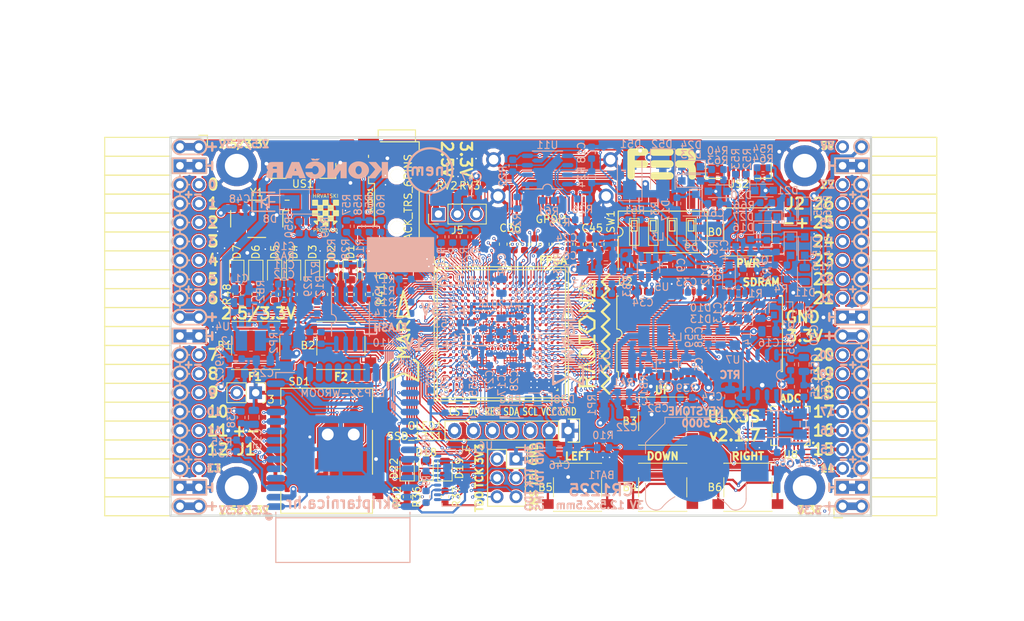
<source format=kicad_pcb>
(kicad_pcb (version 20171130) (host pcbnew 5.0.0+dfsg1-2)
  (layers (0 F.Cu signal) (1 In1.Cu signal) (2 In2.Cu signal) (31 B.Cu signal) (34 B.Paste user) (35 F.Paste user) (36 B.SilkS user) (37 F.SilkS user) (38 B.Mask user) (39 F.Mask user) (44 Edge.Cuts user))
  (net 0 "")
  (net 1 GND)
  (net 2 +5V)
  (net 3 /gpio/IN5V)
  (net 4 /gpio/OUT5V)
  (net 5 +3V3)
  (net 6 BTN_D)
  (net 7 BTN_F1)
  (net 8 BTN_F2)
  (net 9 BTN_L)
  (net 10 BTN_R)
  (net 11 BTN_U)
  (net 12 /power/FB1)
  (net 13 +2V5)
  (net 14 /power/PWREN)
  (net 15 /power/FB3)
  (net 16 /power/FB2)
  (net 17 /power/VBAT)
  (net 18 JTAG_TDI)
  (net 19 JTAG_TCK)
  (net 20 JTAG_TMS)
  (net 21 JTAG_TDO)
  (net 22 /power/WAKEUPn)
  (net 23 /power/WKUP)
  (net 24 /power/SHUT)
  (net 25 /power/WAKE)
  (net 26 /power/HOLD)
  (net 27 /power/WKn)
  (net 28 /power/OSCI_32k)
  (net 29 /power/OSCO_32k)
  (net 30 SHUTDOWN)
  (net 31 GPDI_SDA)
  (net 32 GPDI_SCL)
  (net 33 /gpdi/VREF2)
  (net 34 SD_CMD)
  (net 35 SD_CLK)
  (net 36 SD_D0)
  (net 37 SD_D1)
  (net 38 USB5V)
  (net 39 GPDI_CEC)
  (net 40 nRESET)
  (net 41 FTDI_nDTR)
  (net 42 SDRAM_CKE)
  (net 43 SDRAM_A7)
  (net 44 SDRAM_D15)
  (net 45 SDRAM_BA1)
  (net 46 SDRAM_D7)
  (net 47 SDRAM_A6)
  (net 48 SDRAM_CLK)
  (net 49 SDRAM_D13)
  (net 50 SDRAM_BA0)
  (net 51 SDRAM_D6)
  (net 52 SDRAM_A5)
  (net 53 SDRAM_D14)
  (net 54 SDRAM_A11)
  (net 55 SDRAM_D12)
  (net 56 SDRAM_D5)
  (net 57 SDRAM_A4)
  (net 58 SDRAM_A10)
  (net 59 SDRAM_D11)
  (net 60 SDRAM_A3)
  (net 61 SDRAM_D4)
  (net 62 SDRAM_D10)
  (net 63 SDRAM_D9)
  (net 64 SDRAM_A9)
  (net 65 SDRAM_D3)
  (net 66 SDRAM_D8)
  (net 67 SDRAM_A8)
  (net 68 SDRAM_A2)
  (net 69 SDRAM_A1)
  (net 70 SDRAM_A0)
  (net 71 SDRAM_D2)
  (net 72 SDRAM_D1)
  (net 73 SDRAM_D0)
  (net 74 SDRAM_DQM0)
  (net 75 SDRAM_nCS)
  (net 76 SDRAM_nRAS)
  (net 77 SDRAM_DQM1)
  (net 78 SDRAM_nCAS)
  (net 79 SDRAM_nWE)
  (net 80 /flash/FLASH_nWP)
  (net 81 /flash/FLASH_nHOLD)
  (net 82 /flash/FLASH_MOSI)
  (net 83 /flash/FLASH_MISO)
  (net 84 /flash/FLASH_SCK)
  (net 85 /flash/FLASH_nCS)
  (net 86 /flash/FPGA_PROGRAMN)
  (net 87 /flash/FPGA_DONE)
  (net 88 /flash/FPGA_INITN)
  (net 89 OLED_RES)
  (net 90 OLED_DC)
  (net 91 OLED_CS)
  (net 92 WIFI_EN)
  (net 93 FTDI_nRTS)
  (net 94 FTDI_TXD)
  (net 95 FTDI_RXD)
  (net 96 WIFI_RXD)
  (net 97 WIFI_GPIO0)
  (net 98 WIFI_TXD)
  (net 99 USB_FTDI_D+)
  (net 100 USB_FTDI_D-)
  (net 101 SD_D3)
  (net 102 AUDIO_L3)
  (net 103 AUDIO_L2)
  (net 104 AUDIO_L1)
  (net 105 AUDIO_L0)
  (net 106 AUDIO_R3)
  (net 107 AUDIO_R2)
  (net 108 AUDIO_R1)
  (net 109 AUDIO_R0)
  (net 110 OLED_CLK)
  (net 111 OLED_MOSI)
  (net 112 LED0)
  (net 113 LED1)
  (net 114 LED2)
  (net 115 LED3)
  (net 116 LED4)
  (net 117 LED5)
  (net 118 LED6)
  (net 119 LED7)
  (net 120 BTN_PWRn)
  (net 121 FTDI_nTXLED)
  (net 122 FTDI_nSLEEP)
  (net 123 /blinkey/LED_PWREN)
  (net 124 /blinkey/LED_TXLED)
  (net 125 /sdcard/SD3V3)
  (net 126 SD_D2)
  (net 127 CLK_25MHz)
  (net 128 /blinkey/BTNPUL)
  (net 129 /blinkey/BTNPUR)
  (net 130 USB_FPGA_D+)
  (net 131 /power/FTDI_nSUSPEND)
  (net 132 /blinkey/ALED0)
  (net 133 /blinkey/ALED1)
  (net 134 /blinkey/ALED2)
  (net 135 /blinkey/ALED3)
  (net 136 /blinkey/ALED4)
  (net 137 /blinkey/ALED5)
  (net 138 /blinkey/ALED6)
  (net 139 /blinkey/ALED7)
  (net 140 /usb/FTD-)
  (net 141 /usb/FTD+)
  (net 142 ADC_MISO)
  (net 143 ADC_MOSI)
  (net 144 ADC_CSn)
  (net 145 ADC_SCLK)
  (net 146 SW3)
  (net 147 SW2)
  (net 148 SW1)
  (net 149 USB_FPGA_D-)
  (net 150 /usb/FPD+)
  (net 151 /usb/FPD-)
  (net 152 WIFI_GPIO16)
  (net 153 /usb/ANT_433MHz)
  (net 154 PROG_DONE)
  (net 155 /power/P3V3)
  (net 156 /power/P2V5)
  (net 157 /power/L1)
  (net 158 /power/L3)
  (net 159 /power/L2)
  (net 160 FTDI_TXDEN)
  (net 161 SDRAM_A12)
  (net 162 /analog/AUDIO_V)
  (net 163 AUDIO_V3)
  (net 164 AUDIO_V2)
  (net 165 AUDIO_V1)
  (net 166 AUDIO_V0)
  (net 167 /blinkey/LED_WIFI)
  (net 168 /power/P1V1)
  (net 169 +1V1)
  (net 170 SW4)
  (net 171 /blinkey/SWPU)
  (net 172 /wifi/WIFIEN)
  (net 173 FT2V5)
  (net 174 GN0)
  (net 175 GP0)
  (net 176 GN1)
  (net 177 GP1)
  (net 178 GN2)
  (net 179 GP2)
  (net 180 GN3)
  (net 181 GP3)
  (net 182 GN4)
  (net 183 GP4)
  (net 184 GN5)
  (net 185 GP5)
  (net 186 GN6)
  (net 187 GP6)
  (net 188 GN14)
  (net 189 GP14)
  (net 190 GN15)
  (net 191 GP15)
  (net 192 GN16)
  (net 193 GP16)
  (net 194 GN17)
  (net 195 GP17)
  (net 196 GN18)
  (net 197 GP18)
  (net 198 GN19)
  (net 199 GP19)
  (net 200 GN20)
  (net 201 GP20)
  (net 202 GN21)
  (net 203 GP21)
  (net 204 GN22)
  (net 205 GP22)
  (net 206 GN23)
  (net 207 GP23)
  (net 208 GN24)
  (net 209 GP24)
  (net 210 GN25)
  (net 211 GP25)
  (net 212 GN26)
  (net 213 GP26)
  (net 214 GN27)
  (net 215 GP27)
  (net 216 GN7)
  (net 217 GP7)
  (net 218 GN8)
  (net 219 GP8)
  (net 220 GN9)
  (net 221 GP9)
  (net 222 GN10)
  (net 223 GP10)
  (net 224 GN11)
  (net 225 GP11)
  (net 226 GN12)
  (net 227 GP12)
  (net 228 GN13)
  (net 229 GP13)
  (net 230 WIFI_GPIO5)
  (net 231 WIFI_GPIO17)
  (net 232 USB_FPGA_PULL_D+)
  (net 233 USB_FPGA_PULL_D-)
  (net 234 "Net-(D23-Pad2)")
  (net 235 "Net-(D24-Pad1)")
  (net 236 "Net-(D25-Pad2)")
  (net 237 "Net-(D26-Pad1)")
  (net 238 /gpdi/GPDI_ETH+)
  (net 239 FPDI_ETH+)
  (net 240 /gpdi/GPDI_ETH-)
  (net 241 FPDI_ETH-)
  (net 242 /gpdi/GPDI_D2-)
  (net 243 FPDI_D2-)
  (net 244 /gpdi/GPDI_D1-)
  (net 245 FPDI_D1-)
  (net 246 /gpdi/GPDI_D0-)
  (net 247 FPDI_D0-)
  (net 248 /gpdi/GPDI_CLK-)
  (net 249 FPDI_CLK-)
  (net 250 /gpdi/GPDI_D2+)
  (net 251 FPDI_D2+)
  (net 252 /gpdi/GPDI_D1+)
  (net 253 FPDI_D1+)
  (net 254 /gpdi/GPDI_D0+)
  (net 255 FPDI_D0+)
  (net 256 /gpdi/GPDI_CLK+)
  (net 257 FPDI_CLK+)
  (net 258 FPDI_SDA)
  (net 259 FPDI_SCL)
  (net 260 /gpdi/FPDI_CEC)
  (net 261 2V5_3V3)
  (net 262 /usb/US2VBUS)
  (net 263 /power/SHD)
  (net 264 /power/RTCVDD)
  (net 265 "Net-(D27-Pad2)")
  (net 266 US2_ID)
  (net 267 /analog/AUDIO_L)
  (net 268 /analog/AUDIO_R)
  (net 269 /analog/ADC3V3)
  (net 270 PWRBTn)
  (net 271 USER_PROGRAMN)
  (module Capacitor_SMD:C_0603_1608Metric (layer F.Cu) (at 151.758 75.771 90)
    (fp_text reference C37 hide)
    (fp_text value 220nF hide)
    (pad 2 smd roundrect (at 0.7875 0 90) (size 0.875 0.95) (layers F.Cu F.Paste F.Mask) (net 240 /gpdi/GPDI_ETH-))
    (pad 1 smd roundrect (at -0.7875 0 90) (size 0.875 0.95) (layers F.Cu F.Paste F.Mask) (net 241 FPDI_ETH-))
  )
  (module Capacitor_SMD:C_0603_1608Metric (layer F.Cu) (at 150.361 75.771 90)
    (fp_text reference C36 (at 2.171 -10.681 180) (layer F.SilkS))
    (fp_text value 220nF hide)
    (pad 2 smd roundrect (at 0.7875 0 90) (size 0.875 0.95) (layers F.Cu F.Paste F.Mask) (net 238 /gpdi/GPDI_ETH+))
    (pad 1 smd roundrect (at -0.7875 0 90) (size 0.875 0.95) (layers F.Cu F.Paste F.Mask) (net 239 FPDI_ETH+))
  )
  (module Capacitor_SMD:C_0603_1608Metric (layer F.Cu) (at 148.964 75.771 90)
    (fp_text reference C41 hide)
    (fp_text value 220nF hide)
    (pad 2 smd roundrect (at 0.7875 0 90) (size 0.875 0.95) (layers F.Cu F.Paste F.Mask) (net 248 /gpdi/GPDI_CLK-))
    (pad 1 smd roundrect (at -0.7875 0 90) (size 0.875 0.95) (layers F.Cu F.Paste F.Mask) (net 249 FPDI_CLK-))
  )
  (module Capacitor_SMD:C_0603_1608Metric (layer F.Cu) (at 147.567 75.759 90)
    (fp_text reference C45 (at 2.159 3.113 180) (layer F.SilkS))
    (fp_text value 220nF hide)
    (pad 2 smd roundrect (at 0.7875 0 90) (size 0.875 0.95) (layers F.Cu F.Paste F.Mask) (net 256 /gpdi/GPDI_CLK+))
    (pad 1 smd roundrect (at -0.7875 0 90) (size 0.875 0.95) (layers F.Cu F.Paste F.Mask) (net 257 FPDI_CLK+))
  )
  (module Capacitor_SMD:C_0603_1608Metric (layer F.Cu) (at 145.789 75.771 90)
    (fp_text reference C40 hide)
    (fp_text value 220nF hide)
    (pad 2 smd roundrect (at 0.7875 0 90) (size 0.875 0.95) (layers F.Cu F.Paste F.Mask) (net 246 /gpdi/GPDI_D0-))
    (pad 1 smd roundrect (at -0.7875 0 90) (size 0.875 0.95) (layers F.Cu F.Paste F.Mask) (net 247 FPDI_D0-))
  )
  (module Capacitor_SMD:C_0603_1608Metric (layer F.Cu) (at 144.392 75.771 90)
    (fp_text reference C44 hide)
    (fp_text value 220nF hide)
    (pad 2 smd roundrect (at 0.7875 0 90) (size 0.875 0.95) (layers F.Cu F.Paste F.Mask) (net 254 /gpdi/GPDI_D0+))
    (pad 1 smd roundrect (at -0.7875 0 90) (size 0.875 0.95) (layers F.Cu F.Paste F.Mask) (net 255 FPDI_D0+))
  )
  (module Capacitor_SMD:C_0603_1608Metric (layer F.Cu) (at 142.995 75.771 90)
    (fp_text reference C39 hide)
    (fp_text value 220nF hide)
    (pad 2 smd roundrect (at 0.7875 0 90) (size 0.875 0.95) (layers F.Cu F.Paste F.Mask) (net 244 /gpdi/GPDI_D1-))
    (pad 1 smd roundrect (at -0.7875 0 90) (size 0.875 0.95) (layers F.Cu F.Paste F.Mask) (net 245 FPDI_D1-))
  )
  (module Capacitor_SMD:C_0603_1608Metric (layer F.Cu) (at 141.598 75.771 90)
    (fp_text reference C43 hide)
    (fp_text value 220nF hide)
    (pad 2 smd roundrect (at 0.7875 0 90) (size 0.875 0.95) (layers F.Cu F.Paste F.Mask) (net 252 /gpdi/GPDI_D1+))
    (pad 1 smd roundrect (at -0.7875 0 90) (size 0.875 0.95) (layers F.Cu F.Paste F.Mask) (net 253 FPDI_D1+))
  )
  (module Capacitor_SMD:C_0603_1608Metric (layer F.Cu) (at 140.201 75.771 90)
    (fp_text reference C38 hide)
    (fp_text value 220nF hide)
    (pad 2 smd roundrect (at 0.7875 0 90) (size 0.875 0.95) (layers F.Cu F.Paste F.Mask) (net 242 /gpdi/GPDI_D2-))
    (pad 1 smd roundrect (at -0.7875 0 90) (size 0.875 0.95) (layers F.Cu F.Paste F.Mask) (net 243 FPDI_D2-))
  )
  (module Capacitor_SMD:C_0603_1608Metric (layer F.Cu) (at 138.7428 75.7636 90)
    (fp_text reference C42 hide)
    (fp_text value 220nF hide)
    (pad 2 smd roundrect (at 0.7875 0 90) (size 0.875 0.95) (layers F.Cu F.Paste F.Mask) (net 250 /gpdi/GPDI_D2+))
    (pad 1 smd roundrect (at -0.7875 0 90) (size 0.875 0.95) (layers F.Cu F.Paste F.Mask) (net 251 FPDI_D2+))
  )
  (module Resistor_SMD:R_0603_1608Metric (layer F.Cu) (at 130.93 109.68 90)
    (fp_text reference R37 (at 0 1.539 90) (layer F.SilkS))
    (fp_text value 680 hide)
    (pad 2 smd roundrect (at 0.7875 0 90) (size 0.875 0.95) (layers F.Cu F.Paste F.Mask) (net 124 /blinkey/LED_TXLED))
    (pad 1 smd roundrect (at -0.7875 0 90) (size 0.875 0.95) (layers F.Cu F.Paste F.Mask) (net 121 FTDI_nTXLED))
  )
  (module Resistor_SMD:R_0603_1608Metric (layer F.Cu) (at 128.39 109.68 270)
    (fp_text reference R36 (at 0.018 1.255 90) (layer F.SilkS))
    (fp_text value 680 hide)
    (pad 2 smd roundrect (at 0.7875 0 270) (size 0.875 0.95) (layers F.Cu F.Paste F.Mask) (net 1 GND))
    (pad 1 smd roundrect (at -0.7875 0 270) (size 0.875 0.95) (layers F.Cu F.Paste F.Mask) (net 123 /blinkey/LED_PWREN))
  )
  (module Resistor_SMD:R_0603_1608Metric (layer F.Cu) (at 125.85 109.68 270)
    (fp_text reference R62 (at 0.018 1.382 270) (layer F.SilkS))
    (fp_text value 680 hide)
    (pad 2 smd roundrect (at 0.7875 0 270) (size 0.875 0.95) (layers F.Cu F.Paste F.Mask) (net 1 GND))
    (pad 1 smd roundrect (at -0.7875 0 270) (size 0.875 0.95) (layers F.Cu F.Paste F.Mask) (net 167 /blinkey/LED_WIFI))
  )
  (module LED_SMD:LED_0805_2012Metric (layer F.Cu) (at 130.93 105.87 90)
    (fp_text reference D19 (at 0 1.92 90) (layer F.SilkS))
    (fp_text value RED hide)
    (pad 2 smd roundrect (at 0.9375 0 90) (size 0.975 1.4) (layers F.Cu F.Paste F.Mask) (net 173 FT2V5))
    (pad 1 smd roundrect (at -0.9375 0 90) (size 0.975 1.4) (layers F.Cu F.Paste F.Mask) (net 124 /blinkey/LED_TXLED))
  )
  (module LED_SMD:LED_0805_2012Metric (layer F.Cu) (at 128.39 105.87 90)
    (fp_text reference D18 (at 2.141 0.015 180) (layer F.SilkS))
    (fp_text value GREEN hide)
    (pad 2 smd roundrect (at 0.9375 0 90) (size 0.975 1.4) (layers F.Cu F.Paste F.Mask) (net 122 FTDI_nSLEEP))
    (pad 1 smd roundrect (at -0.9375 0 90) (size 0.975 1.4) (layers F.Cu F.Paste F.Mask) (net 123 /blinkey/LED_PWREN))
  )
  (module LED_SMD:LED_0805_2012Metric (layer F.Cu) (at 125.85 105.87 90)
    (fp_text reference D22 (at -0.018 -1.763 90) (layer F.SilkS))
    (fp_text value BLUE hide)
    (pad 2 smd roundrect (at 0.9375 0 90) (size 0.975 1.4) (layers F.Cu F.Paste F.Mask) (net 230 WIFI_GPIO5))
    (pad 1 smd roundrect (at -0.9375 0 90) (size 0.975 1.4) (layers F.Cu F.Paste F.Mask) (net 167 /blinkey/LED_WIFI))
  )
  (module Resistor_SMD:R_0603_1608Metric (layer F.Cu) (at 120.77 82.502 90)
    (fp_text reference R41 (at 0 1.539 90) (layer F.SilkS))
    (fp_text value 680 hide)
    (pad 2 smd roundrect (at 0.7875 0 90) (size 0.875 0.95) (layers F.Cu F.Paste F.Mask) (net 132 /blinkey/ALED0))
    (pad 1 smd roundrect (at -0.7875 0 90) (size 0.875 0.95) (layers F.Cu F.Paste F.Mask) (net 112 LED0))
  )
  (module LED_SMD:LED_0805_2012Metric (layer F.Cu) (at 120.77 79.599 270)
    (fp_text reference D0 (at 0 -1.92 270) (layer F.SilkS))
    (fp_text value RED hide)
    (pad 2 smd roundrect (at 0.9375 0 270) (size 0.975 1.4) (layers F.Cu F.Paste F.Mask) (net 132 /blinkey/ALED0))
    (pad 1 smd roundrect (at -0.9375 0 270) (size 0.975 1.4) (layers F.Cu F.Paste F.Mask) (net 1 GND))
  )
  (module Resistor_SMD:R_0603_1608Metric (layer F.Cu) (at 118.23 82.502 90)
    (fp_text reference R42 hide)
    (fp_text value 680 hide)
    (pad 2 smd roundrect (at 0.7875 0 90) (size 0.875 0.95) (layers F.Cu F.Paste F.Mask) (net 133 /blinkey/ALED1))
    (pad 1 smd roundrect (at -0.7875 0 90) (size 0.875 0.95) (layers F.Cu F.Paste F.Mask) (net 113 LED1))
  )
  (module LED_SMD:LED_0805_2012Metric (layer F.Cu) (at 118.23 79.599 270)
    (fp_text reference D1 (at -2.794 -0.015 270) (layer F.SilkS))
    (fp_text value ORANGE hide)
    (pad 2 smd roundrect (at 0.9375 0 270) (size 0.975 1.4) (layers F.Cu F.Paste F.Mask) (net 133 /blinkey/ALED1))
    (pad 1 smd roundrect (at -0.9375 0 270) (size 0.975 1.4) (layers F.Cu F.Paste F.Mask) (net 1 GND))
  )
  (module Resistor_SMD:R_0603_1608Metric (layer F.Cu) (at 115.69 82.502 90)
    (fp_text reference R43 hide)
    (fp_text value 680 hide)
    (pad 2 smd roundrect (at 0.7875 0 90) (size 0.875 0.95) (layers F.Cu F.Paste F.Mask) (net 134 /blinkey/ALED2))
    (pad 1 smd roundrect (at -0.7875 0 90) (size 0.875 0.95) (layers F.Cu F.Paste F.Mask) (net 114 LED2))
  )
  (module LED_SMD:LED_0805_2012Metric (layer F.Cu) (at 115.69 79.599 270)
    (fp_text reference D2 (at -2.794 -0.015 270) (layer F.SilkS))
    (fp_text value GREEN hide)
    (pad 2 smd roundrect (at 0.9375 0 270) (size 0.975 1.4) (layers F.Cu F.Paste F.Mask) (net 134 /blinkey/ALED2))
    (pad 1 smd roundrect (at -0.9375 0 270) (size 0.975 1.4) (layers F.Cu F.Paste F.Mask) (net 1 GND))
  )
  (module Resistor_SMD:R_0603_1608Metric (layer F.Cu) (at 113.15 82.502 90)
    (fp_text reference R44 hide)
    (fp_text value 680 hide)
    (pad 2 smd roundrect (at 0.7875 0 90) (size 0.875 0.95) (layers F.Cu F.Paste F.Mask) (net 135 /blinkey/ALED3))
    (pad 1 smd roundrect (at -0.7875 0 90) (size 0.875 0.95) (layers F.Cu F.Paste F.Mask) (net 115 LED3))
  )
  (module LED_SMD:LED_0805_2012Metric (layer F.Cu) (at 113.15 79.599 270)
    (fp_text reference D3 (at -2.794 -0.015 270) (layer F.SilkS))
    (fp_text value BLUE hide)
    (pad 2 smd roundrect (at 0.9375 0 270) (size 0.975 1.4) (layers F.Cu F.Paste F.Mask) (net 135 /blinkey/ALED3))
    (pad 1 smd roundrect (at -0.9375 0 270) (size 0.975 1.4) (layers F.Cu F.Paste F.Mask) (net 1 GND))
  )
  (module Resistor_SMD:R_0603_1608Metric (layer F.Cu) (at 110.61 82.502 90)
    (fp_text reference R45 hide)
    (fp_text value 680 hide)
    (pad 2 smd roundrect (at 0.7875 0 90) (size 0.875 0.95) (layers F.Cu F.Paste F.Mask) (net 136 /blinkey/ALED4))
    (pad 1 smd roundrect (at -0.7875 0 90) (size 0.875 0.95) (layers F.Cu F.Paste F.Mask) (net 116 LED4))
  )
  (module LED_SMD:LED_0805_2012Metric (layer F.Cu) (at 110.61 79.599 270)
    (fp_text reference D4 (at -2.794 -0.015 270) (layer F.SilkS))
    (fp_text value RED hide)
    (pad 2 smd roundrect (at 0.9375 0 270) (size 0.975 1.4) (layers F.Cu F.Paste F.Mask) (net 136 /blinkey/ALED4))
    (pad 1 smd roundrect (at -0.9375 0 270) (size 0.975 1.4) (layers F.Cu F.Paste F.Mask) (net 1 GND))
  )
  (module Resistor_SMD:R_0603_1608Metric (layer F.Cu) (at 108.07 82.502 90)
    (fp_text reference R46 hide)
    (fp_text value 680 hide)
    (pad 2 smd roundrect (at 0.7875 0 90) (size 0.875 0.95) (layers F.Cu F.Paste F.Mask) (net 137 /blinkey/ALED5))
    (pad 1 smd roundrect (at -0.7875 0 90) (size 0.875 0.95) (layers F.Cu F.Paste F.Mask) (net 117 LED5))
  )
  (module LED_SMD:LED_0805_2012Metric (layer F.Cu) (at 108.07 79.599 270)
    (fp_text reference D5 (at -2.794 -0.015 270) (layer F.SilkS))
    (fp_text value ORANGE hide)
    (pad 2 smd roundrect (at 0.9375 0 270) (size 0.975 1.4) (layers F.Cu F.Paste F.Mask) (net 137 /blinkey/ALED5))
    (pad 1 smd roundrect (at -0.9375 0 270) (size 0.975 1.4) (layers F.Cu F.Paste F.Mask) (net 1 GND))
  )
  (module Resistor_SMD:R_0603_1608Metric (layer F.Cu) (at 105.53 82.502 90)
    (fp_text reference R47 hide)
    (fp_text value 680 hide)
    (pad 2 smd roundrect (at 0.7875 0 90) (size 0.875 0.95) (layers F.Cu F.Paste F.Mask) (net 138 /blinkey/ALED6))
    (pad 1 smd roundrect (at -0.7875 0 90) (size 0.875 0.95) (layers F.Cu F.Paste F.Mask) (net 118 LED6))
  )
  (module LED_SMD:LED_0805_2012Metric (layer F.Cu) (at 105.545 79.599 270)
    (fp_text reference D6 (at -2.794 0 270) (layer F.SilkS))
    (fp_text value GREEN hide)
    (pad 2 smd roundrect (at 0.9375 0 270) (size 0.975 1.4) (layers F.Cu F.Paste F.Mask) (net 138 /blinkey/ALED6))
    (pad 1 smd roundrect (at -0.9375 0 270) (size 0.975 1.4) (layers F.Cu F.Paste F.Mask) (net 1 GND))
  )
  (module Resistor_SMD:R_0603_1608Metric (layer F.Cu) (at 102.99 82.502 90)
    (fp_text reference R48 (at 0 -1.31 90) (layer F.SilkS))
    (fp_text value 680 hide)
    (pad 2 smd roundrect (at 0.7875 0 90) (size 0.875 0.95) (layers F.Cu F.Paste F.Mask) (net 139 /blinkey/ALED7))
    (pad 1 smd roundrect (at -0.7875 0 90) (size 0.875 0.95) (layers F.Cu F.Paste F.Mask) (net 119 LED7))
  )
  (module LED_SMD:LED_0805_2012Metric (layer F.Cu) (at 102.99 79.599 270)
    (fp_text reference D7 (at -2.794 -0.015 270) (layer F.SilkS))
    (fp_text value BLUE hide)
    (pad 2 smd roundrect (at 0.9375 0 270) (size 0.975 1.4) (layers F.Cu F.Paste F.Mask) (net 139 /blinkey/ALED7))
    (pad 1 smd roundrect (at -0.9375 0 270) (size 0.975 1.4) (layers F.Cu F.Paste F.Mask) (net 1 GND))
  )
  (module Capacitor_SMD:C_0805_2012Metric (layer B.Cu) (at 103.7035 81.885)
    (fp_text reference C1 (at -0.0635 -1.524) (layer B.SilkS) (effects (justify mirror)))
    (fp_text value 22uF hide)
    (pad 2 smd roundrect (at 0.9375 0) (size 0.975 1.4) (layers B.Cu B.Paste B.Mask) (net 1 GND))
    (pad 1 smd roundrect (at -0.9375 0) (size 0.975 1.4) (layers B.Cu B.Paste B.Mask) (net 2 +5V))
  )
  (module Resistor_SMD:R_0603_1608Metric (layer B.Cu) (at 128.39 109.68 270)
    (fp_text reference R9 (at -2.141 -0.015 90) (layer B.SilkS) (effects (font (size 1 0.75)) (justify mirror)))
    (fp_text value 15k hide)
    (pad 2 smd roundrect (at 0.7875 0 270) (size 0.875 0.95) (layers B.Cu B.Paste B.Mask) (net 173 FT2V5))
    (pad 1 smd roundrect (at -0.7875 0 270) (size 0.875 0.95) (layers B.Cu B.Paste B.Mask) (net 40 nRESET))
  )
  (module Resistor_SMD:R_0603_1608Metric (layer B.Cu) (at 128.39 105.446 90)
    (fp_text reference R56 (at 2.733 0.015 90) (layer B.SilkS) (effects (justify mirror)))
    (fp_text value 0 hide)
    (pad 2 smd roundrect (at 0.7875 0 90) (size 0.875 0.95) (layers B.Cu B.Paste B.Mask) (net 160 FTDI_TXDEN))
    (pad 1 smd roundrect (at -0.7875 0 90) (size 0.875 0.95) (layers B.Cu B.Paste B.Mask) (net 1 GND))
  )
  (module Resistor_SMD:R_0603_1608Metric (layer B.Cu) (at 134.74 97.615 270)
    (fp_text reference R55 (at -2.794 0 270) (layer B.SilkS) (effects (justify mirror)))
    (fp_text value 15k hide)
    (pad 2 smd roundrect (at 0.7875 0 270) (size 0.875 0.95) (layers B.Cu B.Paste B.Mask) (net 154 PROG_DONE))
    (pad 1 smd roundrect (at -0.7875 0 270) (size 0.875 0.95) (layers B.Cu B.Paste B.Mask) (net 87 /flash/FPGA_DONE))
  )
  (module Resistor_SMD:R_0603_1608Metric (layer B.Cu) (at 132.835 97.615 90)
    (fp_text reference R32 (at 2.776 0.015 90) (layer B.SilkS) (effects (justify mirror)))
    (fp_text value 15k hide)
    (pad 2 smd roundrect (at 0.7875 0 90) (size 0.875 0.95) (layers B.Cu B.Paste B.Mask) (net 87 /flash/FPGA_DONE))
    (pad 1 smd roundrect (at -0.7875 0 90) (size 0.875 0.95) (layers B.Cu B.Paste B.Mask) (net 5 +3V3))
  )
  (module Resistor_SMD:R_0603_1608Metric (layer B.Cu) (at 130.93 97.615 90)
    (fp_text reference R33 (at 2.776 0.015 90) (layer B.SilkS) (effects (justify mirror)))
    (fp_text value 15k hide)
    (pad 2 smd roundrect (at 0.7875 0 90) (size 0.875 0.95) (layers B.Cu B.Paste B.Mask) (net 88 /flash/FPGA_INITN))
    (pad 1 smd roundrect (at -0.7875 0 90) (size 0.875 0.95) (layers B.Cu B.Paste B.Mask) (net 5 +3V3))
  )
  (module Resistor_SMD:R_0603_1608Metric (layer B.Cu) (at 129.025 96.175 90)
    (fp_text reference R27 (at 2.86 0.015 90) (layer B.SilkS) (effects (justify mirror)))
    (fp_text value 15k hide)
    (pad 2 smd roundrect (at 0.7875 0 90) (size 0.875 0.95) (layers B.Cu B.Paste B.Mask) (net 82 /flash/FLASH_MOSI))
    (pad 1 smd roundrect (at -0.7875 0 90) (size 0.875 0.95) (layers B.Cu B.Paste B.Mask) (net 5 +3V3))
  )
  (module Resistor_SMD:R_0603_1608Metric (layer B.Cu) (at 167.506 65.738)
    (fp_text reference R40 (at 0.015 -2.522) (layer B.SilkS) (effects (justify mirror)))
    (fp_text value 1.2k hide)
    (pad 2 smd roundrect (at 0.7875 0) (size 0.875 0.95) (layers B.Cu B.Paste B.Mask) (net 130 USB_FPGA_D+))
    (pad 1 smd roundrect (at -0.7875 0) (size 0.875 0.95) (layers B.Cu B.Paste B.Mask) (net 235 "Net-(D24-Pad1)"))
  )
  (module Resistor_SMD:R_0603_1608Metric (layer B.Cu) (at 103.752 103.6)
    (fp_text reference R34 (at -2.779 0.256) (layer B.SilkS) (effects (justify mirror)))
    (fp_text value 15k hide)
    (pad 2 smd roundrect (at 0.7875 0) (size 0.875 0.95) (layers B.Cu B.Paste B.Mask) (net 92 WIFI_EN))
    (pad 1 smd roundrect (at -0.7875 0) (size 0.875 0.95) (layers B.Cu B.Paste B.Mask) (net 5 +3V3))
  )
  (module Resistor_SMD:R_0603_1608Metric (layer B.Cu) (at 103.752 102.06 180)
    (fp_text reference R35 (at 2.779 -0.272 180) (layer B.SilkS) (effects (justify mirror)))
    (fp_text value 680 hide)
    (pad 2 smd roundrect (at 0.7875 0 180) (size 0.875 0.95) (layers B.Cu B.Paste B.Mask) (net 172 /wifi/WIFIEN))
    (pad 1 smd roundrect (at -0.7875 0 180) (size 0.875 0.95) (layers B.Cu B.Paste B.Mask) (net 92 WIFI_EN))
  )
  (module Capacitor_SMD:C_0805_2012Metric (layer B.Cu) (at 105.276 99.012 90)
    (fp_text reference C15 (at -2.921 0.508 90) (layer B.SilkS) (effects (justify mirror)))
    (fp_text value 22uF hide)
    (pad 2 smd roundrect (at 0.9375 0 90) (size 0.975 1.4) (layers B.Cu B.Paste B.Mask) (net 1 GND))
    (pad 1 smd roundrect (at -0.9375 0 90) (size 0.975 1.4) (layers B.Cu B.Paste B.Mask) (net 125 /sdcard/SD3V3))
  )
  (module Resistor_SMD:R_0603_1608Metric (layer B.Cu) (at 103.5765 99.03 90)
    (fp_text reference R38 (at 0 -1.3335 90) (layer B.SilkS) (effects (justify mirror)))
    (fp_text value 0.47 hide)
    (pad 2 smd roundrect (at 0.7875 0 90) (size 0.875 0.95) (layers B.Cu B.Paste B.Mask) (net 5 +3V3))
    (pad 1 smd roundrect (at -0.7875 0 90) (size 0.875 0.95) (layers B.Cu B.Paste B.Mask) (net 125 /sdcard/SD3V3))
  )
  (module Capacitor_SMD:C_0805_2012Metric (layer B.Cu) (at 103.117 93.061)
    (fp_text reference C21 (at -2.413 0.635 90) (layer B.SilkS) (effects (justify mirror)))
    (fp_text value 22uF hide)
    (pad 2 smd roundrect (at 0.9375 0) (size 0.975 1.4) (layers B.Cu B.Paste B.Mask) (net 1 GND))
    (pad 1 smd roundrect (at -0.9375 0) (size 0.975 1.4) (layers B.Cu B.Paste B.Mask) (net 5 +3V3))
  )
  (module Capacitor_SMD:C_0603_1608Metric (layer B.Cu) (at 102.863 91.156)
    (fp_text reference C49 (at -2.159 -0.399 90) (layer B.SilkS) (effects (justify mirror)))
    (fp_text value 22nF hide)
    (pad 2 smd roundrect (at 0.7875 0) (size 0.875 0.95) (layers B.Cu B.Paste B.Mask) (net 1 GND))
    (pad 1 smd roundrect (at -0.7875 0) (size 0.875 0.95) (layers B.Cu B.Paste B.Mask) (net 261 2V5_3V3))
  )
  (module Capacitor_SMD:C_0805_2012Metric (layer B.Cu) (at 106.546 91.392 180)
    (fp_text reference C23 (at 0 -1.669 180) (layer B.SilkS) (effects (justify mirror)))
    (fp_text value 2.2uF hide)
    (pad 2 smd roundrect (at 0.9375 0 180) (size 0.975 1.4) (layers B.Cu B.Paste B.Mask) (net 1 GND))
    (pad 1 smd roundrect (at -0.9375 0 180) (size 0.975 1.4) (layers B.Cu B.Paste B.Mask) (net 156 /power/P2V5))
  )
  (module Resistor_SMD:R_0603_1608Metric (layer B.Cu) (at 106.165 84.915 90)
    (fp_text reference RB2 (at 2.903 0.015 90) (layer B.SilkS) (effects (justify mirror)))
    (fp_text value 4.7k hide)
    (pad 2 smd roundrect (at 0.7875 0 90) (size 0.875 0.95) (layers B.Cu B.Paste B.Mask) (net 16 /power/FB2))
    (pad 1 smd roundrect (at -0.7875 0 90) (size 0.875 0.95) (layers B.Cu B.Paste B.Mask) (net 1 GND))
  )
  (module Capacitor_SMD:C_0805_2012Metric (layer B.Cu) (at 109.34 86.185 180)
    (fp_text reference C12 (at -0.015 6.332 180) (layer B.SilkS) (effects (justify mirror)))
    (fp_text value 22uF hide)
    (pad 2 smd roundrect (at 0.9375 0 180) (size 0.975 1.4) (layers B.Cu B.Paste B.Mask) (net 1 GND))
    (pad 1 smd roundrect (at -0.9375 0 180) (size 0.975 1.4) (layers B.Cu B.Paste B.Mask) (net 156 /power/P2V5))
  )
  (module Capacitor_SMD:C_0805_2012Metric (layer B.Cu) (at 109.34 84.28 180)
    (fp_text reference C11 (at -0.015 5.697 180) (layer B.SilkS) (effects (justify mirror)))
    (fp_text value 22uF hide)
    (pad 2 smd roundrect (at 0.9375 0 180) (size 0.975 1.4) (layers B.Cu B.Paste B.Mask) (net 1 GND))
    (pad 1 smd roundrect (at -0.9375 0 180) (size 0.975 1.4) (layers B.Cu B.Paste B.Mask) (net 156 /power/P2V5))
  )
  (module Resistor_SMD:R_0603_1608Metric (layer B.Cu) (at 109.34 82.375 180)
    (fp_text reference RA2 (at -0.015 5.062 180) (layer B.SilkS) (effects (justify mirror)))
    (fp_text value 15k hide)
    (pad 2 smd roundrect (at 0.7875 0 180) (size 0.875 0.95) (layers B.Cu B.Paste B.Mask) (net 16 /power/FB2))
    (pad 1 smd roundrect (at -0.7875 0 180) (size 0.875 0.95) (layers B.Cu B.Paste B.Mask) (net 156 /power/P2V5))
  )
  (module Capacitor_SMD:C_0603_1608Metric (layer B.Cu) (at 109.34 81.105 180)
    (fp_text reference C10 (at -0.015 5.062 180) (layer B.SilkS) (effects (justify mirror)))
    (fp_text value 470pF hide)
    (pad 2 smd roundrect (at 0.7875 0 180) (size 0.875 0.95) (layers B.Cu B.Paste B.Mask) (net 16 /power/FB2))
    (pad 1 smd roundrect (at -0.7875 0 180) (size 0.875 0.95) (layers B.Cu B.Paste B.Mask) (net 156 /power/P2V5))
  )
  (module Resistor_SMD:R_0603_1608Metric (layer B.Cu) (at 112.784 88.344 90)
    (fp_text reference R29 (at 6.967 -0.239 90) (layer B.SilkS) (effects (justify mirror)))
    (fp_text value 1.2k hide)
    (pad 2 smd roundrect (at 0.7875 0 90) (size 0.875 0.95) (layers B.Cu B.Paste B.Mask) (net 84 /flash/FLASH_SCK))
    (pad 1 smd roundrect (at -0.7875 0 90) (size 0.875 0.95) (layers B.Cu B.Paste B.Mask) (net 5 +3V3))
  )
  (module Resistor_SMD:R_0603_1608Metric (layer B.Cu) (at 114.308 88.344 90)
    (fp_text reference R12 (at 6.967 -0.1755 90) (layer B.SilkS) (effects (justify mirror)))
    (fp_text value 15k hide)
    (pad 2 smd roundrect (at 0.7875 0 90) (size 0.875 0.95) (layers B.Cu B.Paste B.Mask) (net 81 /flash/FLASH_nHOLD))
    (pad 1 smd roundrect (at -0.7875 0 90) (size 0.875 0.95) (layers B.Cu B.Paste B.Mask) (net 5 +3V3))
  )
  (module Resistor_SMD:R_0603_1608Metric (layer B.Cu) (at 113.785 84.28 270)
    (fp_text reference R7 (at -5.316 0.239 270) (layer B.SilkS) (effects (justify mirror)))
    (fp_text value 150 hide)
    (pad 2 smd roundrect (at 0.7875 0 270) (size 0.875 0.95) (layers B.Cu B.Paste B.Mask) (net 128 /blinkey/BTNPUL))
    (pad 1 smd roundrect (at -0.7875 0 270) (size 0.875 0.95) (layers B.Cu B.Paste B.Mask) (net 5 +3V3))
  )
  (module Resistor_SMD:R_0603_1608Metric (layer B.Cu) (at 115.69 79.218 270)
    (fp_text reference R30 (at -2.776 -0.015 270) (layer B.SilkS) (effects (justify mirror)))
    (fp_text value 4.7k hide)
    (pad 2 smd roundrect (at 0.7875 0 270) (size 0.875 0.95) (layers B.Cu B.Paste B.Mask) (net 85 /flash/FLASH_nCS))
    (pad 1 smd roundrect (at -0.7875 0 270) (size 0.875 0.95) (layers B.Cu B.Paste B.Mask) (net 5 +3V3))
  )
  (module Resistor_SMD:R_0603_1608Metric (layer B.Cu) (at 117.595 79.218 270)
    (fp_text reference R28 (at -2.776 -0.015 270) (layer B.SilkS) (effects (justify mirror)))
    (fp_text value 15k hide)
    (pad 2 smd roundrect (at 0.7875 0 270) (size 0.875 0.95) (layers B.Cu B.Paste B.Mask) (net 83 /flash/FLASH_MISO))
    (pad 1 smd roundrect (at -0.7875 0 270) (size 0.875 0.95) (layers B.Cu B.Paste B.Mask) (net 5 +3V3))
  )
  (module Resistor_SMD:R_0603_1608Metric (layer B.Cu) (at 119.515 79.218 270)
    (fp_text reference R11 (at -2.776 -0.015 270) (layer B.SilkS) (effects (justify mirror)))
    (fp_text value 15k hide)
    (pad 2 smd roundrect (at 0.7875 0 270) (size 0.875 0.95) (layers B.Cu B.Paste B.Mask) (net 80 /flash/FLASH_nWP))
    (pad 1 smd roundrect (at -0.7875 0 270) (size 0.875 0.95) (layers B.Cu B.Paste B.Mask) (net 5 +3V3))
  )
  (module Resistor_SMD:R_0603_1608Metric (layer B.Cu) (at 125.596 80.47 180)
    (fp_text reference R17 (at 2.779 -0.018 180) (layer B.SilkS) (effects (justify mirror)))
    (fp_text value 150 hide)
    (pad 2 smd roundrect (at 0.7875 0 180) (size 0.875 0.95) (layers B.Cu B.Paste B.Mask) (net 267 /analog/AUDIO_L))
    (pad 1 smd roundrect (at -0.7875 0 180) (size 0.875 0.95) (layers B.Cu B.Paste B.Mask) (net 102 AUDIO_L3))
  )
  (module Resistor_SMD:R_0603_1608Metric (layer B.Cu) (at 125.596 82.012 180)
    (fp_text reference R16 (at 2.779 0 180) (layer B.SilkS) (effects (justify mirror)))
    (fp_text value 330 hide)
    (pad 2 smd roundrect (at 0.7875 0 180) (size 0.875 0.95) (layers B.Cu B.Paste B.Mask) (net 267 /analog/AUDIO_L))
    (pad 1 smd roundrect (at -0.7875 0 180) (size 0.875 0.95) (layers B.Cu B.Paste B.Mask) (net 103 AUDIO_L2))
  )
  (module Resistor_SMD:R_0603_1608Metric (layer B.Cu) (at 125.596 83.536 180)
    (fp_text reference R15 (at 2.779 0 180) (layer B.SilkS) (effects (justify mirror)))
    (fp_text value 680 hide)
    (pad 2 smd roundrect (at 0.7875 0 180) (size 0.875 0.95) (layers B.Cu B.Paste B.Mask) (net 267 /analog/AUDIO_L))
    (pad 1 smd roundrect (at -0.7875 0 180) (size 0.875 0.95) (layers B.Cu B.Paste B.Mask) (net 104 AUDIO_L1))
  )
  (module Resistor_SMD:R_0603_1608Metric (layer B.Cu) (at 125.596 85.06 180)
    (fp_text reference R14 (at 2.779 0 180) (layer B.SilkS) (effects (justify mirror)))
    (fp_text value 1.2k hide)
    (pad 2 smd roundrect (at 0.7875 0 180) (size 0.875 0.95) (layers B.Cu B.Paste B.Mask) (net 267 /analog/AUDIO_L))
    (pad 1 smd roundrect (at -0.7875 0 180) (size 0.875 0.95) (layers B.Cu B.Paste B.Mask) (net 105 AUDIO_L0))
  )
  (module Capacitor_SMD:C_0603_1608Metric (layer B.Cu) (at 103.371 70.963)
    (fp_text reference C48 (at 0.012 -1.27) (layer B.SilkS) (effects (justify mirror)))
    (fp_text value 22nF hide)
    (pad 2 smd roundrect (at 0.7875 0) (size 0.875 0.95) (layers B.Cu B.Paste B.Mask) (net 1 GND))
    (pad 1 smd roundrect (at -0.7875 0) (size 0.875 0.95) (layers B.Cu B.Paste B.Mask) (net 261 2V5_3V3))
  )
  (module Resistor_SMD:R_0603_1608Metric (layer B.Cu) (at 111.372 73.485 90)
    (fp_text reference R50 (at -0.018 -1.382 90) (layer B.SilkS) (effects (justify mirror)))
    (fp_text value 27 hide)
    (pad 2 smd roundrect (at 0.7875 0 90) (size 0.875 0.95) (layers B.Cu B.Paste B.Mask) (net 141 /usb/FTD+))
    (pad 1 smd roundrect (at -0.7875 0 90) (size 0.875 0.95) (layers B.Cu B.Paste B.Mask) (net 99 USB_FTDI_D+))
  )
  (module Resistor_SMD:R_0603_1608Metric (layer B.Cu) (at 113.277 73.485 90)
    (fp_text reference R49 (at -0.018 1.539 90) (layer B.SilkS) (effects (justify mirror)))
    (fp_text value 27 hide)
    (pad 2 smd roundrect (at 0.7875 0 90) (size 0.875 0.95) (layers B.Cu B.Paste B.Mask) (net 140 /usb/FTD-))
    (pad 1 smd roundrect (at -0.7875 0 90) (size 0.875 0.95) (layers B.Cu B.Paste B.Mask) (net 100 USB_FTDI_D-))
  )
  (module Resistor_SMD:R_0603_1608Metric (layer B.Cu) (at 117.722 73.358 90)
    (fp_text reference R57 (at 2.903 0.015 90) (layer B.SilkS) (effects (justify mirror)))
    (fp_text value 1.2k hide)
    (pad 2 smd roundrect (at 0.7875 0 90) (size 0.875 0.95) (layers B.Cu B.Paste B.Mask) (net 162 /analog/AUDIO_V))
    (pad 1 smd roundrect (at -0.7875 0 90) (size 0.875 0.95) (layers B.Cu B.Paste B.Mask) (net 166 AUDIO_V0))
  )
  (module Resistor_SMD:R_0603_1608Metric (layer B.Cu) (at 119.246 73.358 90)
    (fp_text reference R58 (at 2.903 0.015 90) (layer B.SilkS) (effects (justify mirror)))
    (fp_text value 680 hide)
    (pad 2 smd roundrect (at 0.7875 0 90) (size 0.875 0.95) (layers B.Cu B.Paste B.Mask) (net 162 /analog/AUDIO_V))
    (pad 1 smd roundrect (at -0.7875 0 90) (size 0.875 0.95) (layers B.Cu B.Paste B.Mask) (net 165 AUDIO_V1))
  )
  (module Resistor_SMD:R_0603_1608Metric (layer B.Cu) (at 120.77 73.358 90)
    (fp_text reference R59 (at 2.903 0.015 90) (layer B.SilkS) (effects (justify mirror)))
    (fp_text value 330 hide)
    (pad 2 smd roundrect (at 0.7875 0 90) (size 0.875 0.95) (layers B.Cu B.Paste B.Mask) (net 162 /analog/AUDIO_V))
    (pad 1 smd roundrect (at -0.7875 0 90) (size 0.875 0.95) (layers B.Cu B.Paste B.Mask) (net 164 AUDIO_V2))
  )
  (module Resistor_SMD:R_0603_1608Metric (layer B.Cu) (at 122.294 73.358 90)
    (fp_text reference R60 (at 2.903 0.015 90) (layer B.SilkS) (effects (justify mirror)))
    (fp_text value 150 hide)
    (pad 2 smd roundrect (at 0.7875 0 90) (size 0.875 0.95) (layers B.Cu B.Paste B.Mask) (net 162 /analog/AUDIO_V))
    (pad 1 smd roundrect (at -0.7875 0 90) (size 0.875 0.95) (layers B.Cu B.Paste B.Mask) (net 163 AUDIO_V3))
  )
  (module Resistor_SMD:R_0603_1608Metric (layer B.Cu) (at 130.422 74.773 90)
    (fp_text reference R18 (at -2.794 0.015 90) (layer B.SilkS) (effects (justify mirror)))
    (fp_text value 1.2k hide)
    (pad 2 smd roundrect (at 0.7875 0 90) (size 0.875 0.95) (layers B.Cu B.Paste B.Mask) (net 268 /analog/AUDIO_R))
    (pad 1 smd roundrect (at -0.7875 0 90) (size 0.875 0.95) (layers B.Cu B.Paste B.Mask) (net 109 AUDIO_R0))
  )
  (module Resistor_SMD:R_0603_1608Metric (layer B.Cu) (at 131.961 74.773 90)
    (fp_text reference R19 (at -2.794 0 90) (layer B.SilkS) (effects (justify mirror)))
    (fp_text value 680 hide)
    (pad 2 smd roundrect (at 0.7875 0 90) (size 0.875 0.95) (layers B.Cu B.Paste B.Mask) (net 268 /analog/AUDIO_R))
    (pad 1 smd roundrect (at -0.7875 0 90) (size 0.875 0.95) (layers B.Cu B.Paste B.Mask) (net 108 AUDIO_R1))
  )
  (module Resistor_SMD:R_0603_1608Metric (layer B.Cu) (at 133.485 74.773 90)
    (fp_text reference R20 (at -2.794 0 90) (layer B.SilkS) (effects (justify mirror)))
    (fp_text value 330 hide)
    (pad 2 smd roundrect (at 0.7875 0 90) (size 0.875 0.95) (layers B.Cu B.Paste B.Mask) (net 268 /analog/AUDIO_R))
    (pad 1 smd roundrect (at -0.7875 0 90) (size 0.875 0.95) (layers B.Cu B.Paste B.Mask) (net 107 AUDIO_R2))
  )
  (module Resistor_SMD:R_0603_1608Metric (layer B.Cu) (at 135.009 74.773 90)
    (fp_text reference R21 (at -2.794 0.127 90) (layer B.SilkS) (effects (justify mirror)))
    (fp_text value 150 hide)
    (pad 2 smd roundrect (at 0.7875 0 90) (size 0.875 0.95) (layers B.Cu B.Paste B.Mask) (net 268 /analog/AUDIO_R))
    (pad 1 smd roundrect (at -0.7875 0 90) (size 0.875 0.95) (layers B.Cu B.Paste B.Mask) (net 106 AUDIO_R3))
  )
  (module Capacitor_SMD:C_0805_2012Metric (layer B.Cu) (at 134.501 68.55)
    (fp_text reference C47 (at 0 -1.778) (layer B.SilkS) (effects (justify mirror)))
    (fp_text value 2.2uF hide)
    (pad 2 smd roundrect (at 0.9375 0) (size 0.975 1.4) (layers B.Cu B.Paste B.Mask) (net 1 GND))
    (pad 1 smd roundrect (at -0.9375 0) (size 0.975 1.4) (layers B.Cu B.Paste B.Mask) (net 261 2V5_3V3))
  )
  (module Capacitor_SMD:C_0603_1608Metric (layer B.Cu) (at 150.5896 63.484 90)
    (fp_text reference C18 (at 0.014 -1.3566 90) (layer B.SilkS) (effects (justify mirror)))
    (fp_text value 470pF hide)
    (pad 2 smd roundrect (at 0.7875 0 90) (size 0.875 0.95) (layers B.Cu B.Paste B.Mask) (net 1 GND))
    (pad 1 smd roundrect (at -0.7875 0 90) (size 0.875 0.95) (layers B.Cu B.Paste B.Mask) (net 33 /gpdi/VREF2))
  )
  (module Resistor_SMD:R_0603_1608Metric (layer B.Cu) (at 150.615 66.772 90)
    (fp_text reference R24 (at 0 -1.382 90) (layer B.SilkS) (effects (justify mirror)))
    (fp_text value 100k hide)
    (pad 2 smd roundrect (at 0.7875 0 90) (size 0.875 0.95) (layers B.Cu B.Paste B.Mask) (net 33 /gpdi/VREF2))
    (pad 1 smd roundrect (at -0.7875 0 90) (size 0.875 0.95) (layers B.Cu B.Paste B.Mask) (net 2 +5V))
  )
  (module Resistor_SMD:R_0603_1608Metric (layer B.Cu) (at 140.0255 65.23 90)
    (fp_text reference R22 (at -1.415 -1.3335 90) (layer B.SilkS) (effects (justify mirror)))
    (fp_text value 3.3k hide)
    (pad 2 smd roundrect (at 0.7875 0 90) (size 0.875 0.95) (layers B.Cu B.Paste B.Mask) (net 258 FPDI_SDA))
    (pad 1 smd roundrect (at -0.7875 0 90) (size 0.875 0.95) (layers B.Cu B.Paste B.Mask) (net 13 +2V5))
  )
  (module Resistor_SMD:R_0603_1608Metric (layer B.Cu) (at 140.597 70.201 270)
    (fp_text reference R23 (at 2.794 0 270) (layer B.SilkS) (effects (justify mirror)))
    (fp_text value 3.3k hide)
    (pad 2 smd roundrect (at 0.7875 0 270) (size 0.875 0.95) (layers B.Cu B.Paste B.Mask) (net 259 FPDI_SCL))
    (pad 1 smd roundrect (at -0.7875 0 270) (size 0.875 0.95) (layers B.Cu B.Paste B.Mask) (net 13 +2V5))
  )
  (module Resistor_SMD:R_0603_1608Metric (layer B.Cu) (at 144.78 69.9 180)
    (fp_text reference R61 (at -0.008 -1.444 180) (layer B.SilkS) (effects (justify mirror)))
    (fp_text value 680 hide)
    (pad 2 smd roundrect (at 0.7875 0 180) (size 0.875 0.95) (layers B.Cu B.Paste B.Mask) (net 260 /gpdi/FPDI_CEC))
    (pad 1 smd roundrect (at -0.7875 0 180) (size 0.875 0.95) (layers B.Cu B.Paste B.Mask) (net 39 GPDI_CEC))
  )
  (module Resistor_SMD:R_0603_1608Metric (layer B.Cu) (at 149.487 69.693 180)
    (fp_text reference R26 (at 0.127 -1.397 180) (layer B.SilkS) (effects (justify mirror)))
    (fp_text value 4.7k hide)
    (pad 2 smd roundrect (at 0.7875 0 180) (size 0.875 0.95) (layers B.Cu B.Paste B.Mask) (net 31 GPDI_SDA))
    (pad 1 smd roundrect (at -0.7875 0 180) (size 0.875 0.95) (layers B.Cu B.Paste B.Mask) (net 2 +5V))
  )
  (module Resistor_SMD:R_0603_1608Metric (layer B.Cu) (at 149.175 72.487 180)
    (fp_text reference R25 (at 2.863 -0.381 180) (layer B.SilkS) (effects (justify mirror)))
    (fp_text value 4.7k hide)
    (pad 2 smd roundrect (at 0.7875 0 180) (size 0.875 0.95) (layers B.Cu B.Paste B.Mask) (net 32 GPDI_SCL))
    (pad 1 smd roundrect (at -0.7875 0 180) (size 0.875 0.95) (layers B.Cu B.Paste B.Mask) (net 2 +5V))
  )
  (module Resistor_SMD:R_0603_1608Metric (layer B.Cu) (at 156.33 72.487 180)
    (fp_text reference R51 (at -0.015 1.27 180) (layer B.SilkS) (effects (justify mirror)))
    (fp_text value 150 hide)
    (pad 2 smd roundrect (at 0.7875 0 180) (size 0.875 0.95) (layers B.Cu B.Paste B.Mask) (net 171 /blinkey/SWPU))
    (pad 1 smd roundrect (at -0.7875 0 180) (size 0.875 0.95) (layers B.Cu B.Paste B.Mask) (net 261 2V5_3V3))
  )
  (module Capacitor_SMD:C_0805_2012Metric (layer B.Cu) (at 150.234 74.882 180)
    (fp_text reference C24 (at 2.9822 -0.018 180) (layer B.SilkS) (effects (justify mirror)))
    (fp_text value 2.2uF hide)
    (pad 2 smd roundrect (at 0.9375 0 180) (size 0.975 1.4) (layers B.Cu B.Paste B.Mask) (net 1 GND))
    (pad 1 smd roundrect (at -0.9375 0 180) (size 0.975 1.4) (layers B.Cu B.Paste B.Mask) (net 155 /power/P3V3))
  )
  (module Capacitor_SMD:C_0805_2012Metric (layer B.Cu) (at 160.775 78.565 90)
    (fp_text reference C9 (at 0 1.85 90) (layer B.SilkS) (effects (justify mirror)))
    (fp_text value 22uF hide)
    (pad 2 smd roundrect (at 0.9375 0 90) (size 0.975 1.4) (layers B.Cu B.Paste B.Mask) (net 1 GND))
    (pad 1 smd roundrect (at -0.9375 0 90) (size 0.975 1.4) (layers B.Cu B.Paste B.Mask) (net 2 +5V))
  )
  (module Capacitor_SMD:C_0603_1608Metric (layer B.Cu) (at 157.5 82.22 180)
    (fp_text reference C34 (at 0.02 -1.38 180) (layer B.SilkS) (effects (justify mirror)))
    (fp_text value 22nF hide)
    (pad 2 smd roundrect (at 0.7875 0 180) (size 0.875 0.95) (layers B.Cu B.Paste B.Mask) (net 1 GND))
    (pad 1 smd roundrect (at -0.7875 0 180) (size 0.875 0.95) (layers B.Cu B.Paste B.Mask) (net 5 +3V3))
  )
  (module Capacitor_SMD:C_0603_1608Metric (layer B.Cu) (at 164.3 82.22)
    (fp_text reference C33 (at -0.97 -1.351) (layer B.SilkS) (effects (justify mirror)))
    (fp_text value 22nF hide)
    (pad 2 smd roundrect (at 0.7875 0) (size 0.875 0.95) (layers B.Cu B.Paste B.Mask) (net 1 GND))
    (pad 1 smd roundrect (at -0.7875 0) (size 0.875 0.95) (layers B.Cu B.Paste B.Mask) (net 5 +3V3))
  )
  (module Resistor_SMD:R_0603_1608Metric (layer B.Cu) (at 143.63 98.25 180)
    (fp_text reference R31 (at -2.794 0 180) (layer B.SilkS) (effects (justify mirror)))
    (fp_text value 15k hide)
    (pad 2 smd roundrect (at 0.7875 0 180) (size 0.875 0.95) (layers B.Cu B.Paste B.Mask) (net 86 /flash/FPGA_PROGRAMN))
    (pad 1 smd roundrect (at -0.7875 0 180) (size 0.875 0.95) (layers B.Cu B.Paste B.Mask) (net 5 +3V3))
  )
  (module Capacitor_SMD:C_0805_2012Metric (layer B.Cu) (at 146.297 103.584)
    (fp_text reference C46 (at 0 1.85) (layer B.SilkS) (effects (justify mirror)))
    (fp_text value 2.2uF hide)
    (pad 2 smd roundrect (at 0.9375 0) (size 0.975 1.4) (layers B.Cu B.Paste B.Mask) (net 1 GND))
    (pad 1 smd roundrect (at -0.9375 0) (size 0.975 1.4) (layers B.Cu B.Paste B.Mask) (net 5 +3V3))
  )
  (module Resistor_SMD:R_0603_1608Metric (layer B.Cu) (at 152.139 103.076 180)
    (fp_text reference R10 (at 0 1.65 180) (layer B.SilkS) (effects (justify mirror)))
    (fp_text value 150 hide)
    (pad 2 smd roundrect (at 0.7875 0 180) (size 0.875 0.95) (layers B.Cu B.Paste B.Mask) (net 122 FTDI_nSLEEP))
    (pad 1 smd roundrect (at -0.7875 0 180) (size 0.875 0.95) (layers B.Cu B.Paste B.Mask) (net 131 /power/FTDI_nSUSPEND))
  )
  (module Capacitor_SMD:C_0805_2012Metric (layer B.Cu) (at 155.314 98.504)
    (fp_text reference C22 (at 0 1.85) (layer B.SilkS) (effects (justify mirror)))
    (fp_text value 2.2uF hide)
    (pad 2 smd roundrect (at 0.9375 0) (size 0.975 1.4) (layers B.Cu B.Paste B.Mask) (net 1 GND))
    (pad 1 smd roundrect (at -0.9375 0) (size 0.975 1.4) (layers B.Cu B.Paste B.Mask) (net 168 /power/P1V1))
  )
  (module Capacitor_SMD:C_0603_1608Metric (layer B.Cu) (at 154.86 96.91)
    (fp_text reference C2 (at 2.374 -0.039) (layer B.SilkS) (effects (justify mirror)))
    (fp_text value 470pF hide)
    (pad 2 smd roundrect (at 0.7875 0) (size 0.875 0.95) (layers B.Cu B.Paste B.Mask) (net 12 /power/FB1))
    (pad 1 smd roundrect (at -0.7875 0) (size 0.875 0.95) (layers B.Cu B.Paste B.Mask) (net 168 /power/P1V1))
  )
  (module Resistor_SMD:R_0603_1608Metric (layer B.Cu) (at 154.86 95.64)
    (fp_text reference RA1 (at 0 -1.309) (layer B.SilkS) (effects (justify mirror)))
    (fp_text value 15k hide)
    (pad 2 smd roundrect (at 0.7875 0) (size 0.875 0.95) (layers B.Cu B.Paste B.Mask) (net 12 /power/FB1))
    (pad 1 smd roundrect (at -0.7875 0) (size 0.875 0.95) (layers B.Cu B.Paste B.Mask) (net 168 /power/P1V1))
  )
  (module Capacitor_SMD:C_0805_2012Metric (layer B.Cu) (at 155.06 90.63)
    (fp_text reference C3 (at -2.78 0.018) (layer B.SilkS) (effects (justify mirror)))
    (fp_text value 22uF hide)
    (pad 2 smd roundrect (at 0.9375 0) (size 0.975 1.4) (layers B.Cu B.Paste B.Mask) (net 1 GND))
    (pad 1 smd roundrect (at -0.9375 0) (size 0.975 1.4) (layers B.Cu B.Paste B.Mask) (net 168 /power/P1V1))
  )
  (module Capacitor_SMD:C_0805_2012Metric (layer B.Cu) (at 155.06 92.535)
    (fp_text reference C4 (at -2.78 0.065) (layer B.SilkS) (effects (justify mirror)))
    (fp_text value 22uF hide)
    (pad 2 smd roundrect (at 0.9375 0) (size 0.975 1.4) (layers B.Cu B.Paste B.Mask) (net 1 GND))
    (pad 1 smd roundrect (at -0.9375 0) (size 0.975 1.4) (layers B.Cu B.Paste B.Mask) (net 168 /power/P1V1))
  )
  (module Resistor_SMD:R_0603_1608Metric (layer B.Cu) (at 158.235 91.9 270)
    (fp_text reference RB1 (at 2.812 0.62 270) (layer B.SilkS) (effects (justify mirror)))
    (fp_text value 18k hide)
    (pad 2 smd roundrect (at 0.7875 0 270) (size 0.875 0.95) (layers B.Cu B.Paste B.Mask) (net 12 /power/FB1))
    (pad 1 smd roundrect (at -0.7875 0 270) (size 0.875 0.95) (layers B.Cu B.Paste B.Mask) (net 1 GND))
  )
  (module Capacitor_SMD:C_0603_1608Metric (layer B.Cu) (at 159.52 96.49 180)
    (fp_text reference C52 (at 0 -1.31 180) (layer B.SilkS) (effects (justify mirror)))
    (fp_text value 22nF hide)
    (pad 2 smd roundrect (at 0.7875 0 180) (size 0.875 0.95) (layers B.Cu B.Paste B.Mask) (net 1 GND))
    (pad 1 smd roundrect (at -0.7875 0 180) (size 0.875 0.95) (layers B.Cu B.Paste B.Mask) (net 5 +3V3))
  )
  (module Resistor_SMD:R_0603_1608Metric (layer B.Cu) (at 163.315 96.345 180)
    (fp_text reference R39 (at -0.015 1.252 180) (layer B.SilkS) (effects (justify mirror)))
    (fp_text value 150 hide)
    (pad 2 smd roundrect (at 0.7875 0 180) (size 0.875 0.95) (layers B.Cu B.Paste B.Mask) (net 129 /blinkey/BTNPUR))
    (pad 1 smd roundrect (at -0.7875 0 180) (size 0.875 0.95) (layers B.Cu B.Paste B.Mask) (net 5 +3V3))
  )
  (module Capacitor_SMD:C_0805_2012Metric (layer B.Cu) (at 163.315 91.9 90)
    (fp_text reference C5 (at 0 1.666 90) (layer B.SilkS) (effects (justify mirror)))
    (fp_text value 22uF hide)
    (pad 2 smd roundrect (at 0.9375 0 90) (size 0.975 1.4) (layers B.Cu B.Paste B.Mask) (net 1 GND))
    (pad 1 smd roundrect (at -0.9375 0 90) (size 0.975 1.4) (layers B.Cu B.Paste B.Mask) (net 2 +5V))
  )
  (module Capacitor_SMD:C_0603_1608Metric (layer B.Cu) (at 166.251 88.362 90)
    (fp_text reference C59 (at 0.127 -2.54 90) (layer B.SilkS) (effects (justify mirror)))
    (fp_text value 220nF hide)
    (pad 2 smd roundrect (at 0.7875 0 90) (size 0.875 0.95) (layers B.Cu B.Paste B.Mask) (net 1 GND))
    (pad 1 smd roundrect (at -0.7875 0 90) (size 0.875 0.95) (layers B.Cu B.Paste B.Mask) (net 269 /analog/ADC3V3))
  )
  (module Capacitor_SMD:C_0805_2012Metric (layer B.Cu) (at 167.902 88.362 90)
    (fp_text reference C58 (at 0.127 -2.921 90) (layer B.SilkS) (effects (justify mirror)))
    (fp_text value 22uF hide)
    (pad 2 smd roundrect (at 0.9375 0 90) (size 0.975 1.4) (layers B.Cu B.Paste B.Mask) (net 1 GND))
    (pad 1 smd roundrect (at -0.9375 0 90) (size 0.975 1.4) (layers B.Cu B.Paste B.Mask) (net 269 /analog/ADC3V3))
  )
  (module Capacitor_SMD:C_0805_2012Metric (layer B.Cu) (at 169.172 96.236 90)
    (fp_text reference C54 (at 0 -2.413) (layer B.SilkS) (effects (justify mirror)))
    (fp_text value 22uF hide)
    (pad 2 smd roundrect (at 0.9375 0 90) (size 0.975 1.4) (layers B.Cu B.Paste B.Mask) (net 1 GND))
    (pad 1 smd roundrect (at -0.9375 0 90) (size 0.975 1.4) (layers B.Cu B.Paste B.Mask) (net 17 /power/VBAT))
  )
  (module Capacitor_SMD:C_0603_1608Metric (layer B.Cu) (at 176.284 103.711 180)
    (fp_text reference C57 (at 0 -1.397 180) (layer B.SilkS) (effects (justify mirror)))
    (fp_text value 3.3pF hide)
    (pad 2 smd roundrect (at 0.7875 0 180) (size 0.875 0.95) (layers B.Cu B.Paste B.Mask) (net 29 /power/OSCO_32k))
    (pad 1 smd roundrect (at -0.7875 0 180) (size 0.875 0.95) (layers B.Cu B.Paste B.Mask) (net 1 GND))
  )
  (module Capacitor_SMD:C_0603_1608Metric (layer B.Cu) (at 179.598 103.711 180)
    (fp_text reference C51 (at 0.012 -1.397 180) (layer B.SilkS) (effects (justify mirror)))
    (fp_text value 22nF hide)
    (pad 2 smd roundrect (at 0.7875 0 180) (size 0.875 0.95) (layers B.Cu B.Paste B.Mask) (net 1 GND))
    (pad 1 smd roundrect (at -0.7875 0 180) (size 0.875 0.95) (layers B.Cu B.Paste B.Mask) (net 5 +3V3))
  )
  (module Capacitor_SMD:C_0603_1608Metric (layer B.Cu) (at 177.3 94.9 270)
    (fp_text reference C35 (at 0.066 -3.302 270) (layer B.SilkS) (effects (justify mirror)))
    (fp_text value 22nF hide)
    (pad 2 smd roundrect (at 0.7875 0 270) (size 0.875 0.95) (layers B.Cu B.Paste B.Mask) (net 1 GND))
    (pad 1 smd roundrect (at -0.7875 0 270) (size 0.875 0.95) (layers B.Cu B.Paste B.Mask) (net 5 +3V3))
  )
  (module Capacitor_SMD:C_0603_1608Metric (layer B.Cu) (at 179.078 95.474 270)
    (fp_text reference C56 (at -0.127 -2.921 270) (layer B.SilkS) (effects (justify mirror)))
    (fp_text value 3.3pF hide)
    (pad 2 smd roundrect (at 0.7875 0 270) (size 0.875 0.95) (layers B.Cu B.Paste B.Mask) (net 28 /power/OSCI_32k))
    (pad 1 smd roundrect (at -0.7875 0 270) (size 0.875 0.95) (layers B.Cu B.Paste B.Mask) (net 1 GND))
  )
  (module Resistor_SMD:R_0603_1608Metric (layer B.Cu) (at 177.3 91.918 90)
    (fp_text reference R65 (at 2.794 0 90) (layer B.SilkS) (effects (justify mirror)))
    (fp_text value 680 hide)
    (pad 2 smd roundrect (at 0.7875 0 90) (size 0.875 0.95) (layers B.Cu B.Paste B.Mask) (net 264 /power/RTCVDD))
    (pad 1 smd roundrect (at -0.7875 0 90) (size 0.875 0.95) (layers B.Cu B.Paste B.Mask) (net 5 +3V3))
  )
  (module Capacitor_SMD:C_0805_2012Metric (layer B.Cu) (at 179.078 91.918 270)
    (fp_text reference C55 (at 0 -1.524 270) (layer B.SilkS) (effects (justify mirror)))
    (fp_text value 22uF hide)
    (pad 2 smd roundrect (at 0.9375 0 270) (size 0.975 1.4) (layers B.Cu B.Paste B.Mask) (net 1 GND))
    (pad 1 smd roundrect (at -0.9375 0 270) (size 0.975 1.4) (layers B.Cu B.Paste B.Mask) (net 264 /power/RTCVDD))
  )
  (module Capacitor_SMD:C_0603_1608Metric (layer B.Cu) (at 179.063 87.981 90)
    (fp_text reference C50 (at 0 1.397 90) (layer B.SilkS) (effects (justify mirror)))
    (fp_text value 22nF hide)
    (pad 2 smd roundrect (at 0.7875 0 90) (size 0.875 0.95) (layers B.Cu B.Paste B.Mask) (net 1 GND))
    (pad 1 smd roundrect (at -0.7875 0 90) (size 0.875 0.95) (layers B.Cu B.Paste B.Mask) (net 5 +3V3))
  )
  (module Capacitor_SMD:C_0805_2012Metric (layer B.Cu) (at 174.379 87.473)
    (fp_text reference C16 (at 0 1.524 180) (layer B.SilkS) (effects (justify mirror)))
    (fp_text value 2.2uF hide)
    (pad 2 smd roundrect (at 0.9375 0) (size 0.975 1.4) (layers B.Cu B.Paste B.Mask) (net 1 GND))
    (pad 1 smd roundrect (at -0.9375 0) (size 0.975 1.4) (layers B.Cu B.Paste B.Mask) (net 5 +3V3))
  )
  (module Capacitor_SMD:C_0805_2012Metric (layer B.Cu) (at 173.221 84.788 90)
    (fp_text reference C13 (at -0.145 -5.7 270) (layer B.SilkS) (effects (justify mirror)))
    (fp_text value 2.2uF hide)
    (pad 2 smd roundrect (at 0.9375 0 90) (size 0.975 1.4) (layers B.Cu B.Paste B.Mask) (net 23 /power/WKUP))
    (pad 1 smd roundrect (at -0.9375 0 90) (size 0.975 1.4) (layers B.Cu B.Paste B.Mask) (net 2 +5V))
  )
  (module Resistor_SMD:R_0603_1608Metric (layer B.Cu) (at 178.555 84.915 270)
    (fp_text reference R6 (at 0.018 -1.285 270) (layer B.SilkS) (effects (justify mirror)))
    (fp_text value 1.2k hide)
    (pad 2 smd roundrect (at 0.7875 0 270) (size 0.875 0.95) (layers B.Cu B.Paste B.Mask) (net 22 /power/WAKEUPn))
    (pad 1 smd roundrect (at -0.7875 0 270) (size 0.875 0.95) (layers B.Cu B.Paste B.Mask) (net 27 /power/WKn))
  )
  (module Resistor_SMD:R_0603_1608Metric (layer B.Cu) (at 170.935 79.835 90)
    (fp_text reference R8 (at 0.109 -3.541 90) (layer B.SilkS) (effects (justify mirror)))
    (fp_text value 1.2k hide)
    (pad 2 smd roundrect (at 0.7875 0 90) (size 0.875 0.95) (layers B.Cu B.Paste B.Mask) (net 263 /power/SHD))
    (pad 1 smd roundrect (at -0.7875 0 90) (size 0.875 0.95) (layers B.Cu B.Paste B.Mask) (net 14 /power/PWREN))
  )
  (module Resistor_SMD:R_0603_1608Metric (layer B.Cu) (at 172.84 79.835 90)
    (fp_text reference R2 (at 0 1.285 90) (layer B.SilkS) (effects (justify mirror)))
    (fp_text value 18k hide)
    (pad 2 smd roundrect (at 0.7875 0 90) (size 0.875 0.95) (layers B.Cu B.Paste B.Mask) (net 1 GND))
    (pad 1 smd roundrect (at -0.7875 0 90) (size 0.875 0.95) (layers B.Cu B.Paste B.Mask) (net 14 /power/PWREN))
  )
  (module Resistor_SMD:R_0603_1608Metric (layer B.Cu) (at 176.015 80.47 180)
    (fp_text reference R4 (at -0.015 -1.288 180) (layer B.SilkS) (effects (justify mirror)))
    (fp_text value 4.7k hide)
    (pad 2 smd roundrect (at 0.7875 0 180) (size 0.875 0.95) (layers B.Cu B.Paste B.Mask) (net 14 /power/PWREN))
    (pad 1 smd roundrect (at -0.7875 0 180) (size 0.875 0.95) (layers B.Cu B.Paste B.Mask) (net 26 /power/HOLD))
  )
  (module Resistor_SMD:R_0603_1608Metric (layer B.Cu) (at 176.015 78.565 180)
    (fp_text reference R13 (at -5.603 -0.145 180) (layer B.SilkS) (effects (justify mirror)))
    (fp_text value 15k hide)
    (pad 2 smd roundrect (at 0.7875 0 180) (size 0.875 0.95) (layers B.Cu B.Paste B.Mask) (net 1 GND))
    (pad 1 smd roundrect (at -0.7875 0 180) (size 0.875 0.95) (layers B.Cu B.Paste B.Mask) (net 30 SHUTDOWN))
  )
  (module LED_SMD:LED_0805_2012Metric (layer B.Cu) (at 179.19 79.835 90)
    (fp_text reference D11 (at -2.431 0.015 180) (layer B.SilkS) (effects (justify mirror)))
    (fp_text value RED hide)
    (pad 2 smd roundrect (at 0.9375 0 90) (size 0.975 1.4) (layers B.Cu B.Paste B.Mask) (net 5 +3V3))
    (pad 1 smd roundrect (at -0.9375 0 90) (size 0.975 1.4) (layers B.Cu B.Paste B.Mask) (net 26 /power/HOLD))
  )
  (module Package_TO_SOT_SMD:SOT-23 (layer B.Cu) (at 170.935 76.025 180)
    (fp_text reference Q2 (at -2.428 -1.923 180) (layer B.SilkS) (effects (justify mirror)))
    (fp_text value 2N7002 hide)
    (pad 3 smd rect (at 1 0 180) (size 0.9 0.8) (layers B.Cu B.Paste B.Mask) (net 263 /power/SHD))
    (pad 2 smd rect (at -1 -0.95 180) (size 0.9 0.8) (layers B.Cu B.Paste B.Mask) (net 1 GND))
    (pad 1 smd rect (at -1 0.95 180) (size 0.9 0.8) (layers B.Cu B.Paste B.Mask) (net 24 /power/SHUT))
  )
  (module Resistor_SMD:R_0603_1608Metric (layer B.Cu) (at 174.11 76.025 270)
    (fp_text reference R5 (at 0.272 7.097 270) (layer B.SilkS) (effects (justify mirror)))
    (fp_text value 2.2M hide)
    (pad 2 smd roundrect (at 0.7875 0 270) (size 0.875 0.95) (layers B.Cu B.Paste B.Mask) (net 1 GND))
    (pad 1 smd roundrect (at -0.7875 0 270) (size 0.875 0.95) (layers B.Cu B.Paste B.Mask) (net 24 /power/SHUT))
  )
  (module Capacitor_SMD:C_0603_1608Metric (layer B.Cu) (at 175.38 76.025 270)
    (fp_text reference C14 (at 0.526 6.97 270) (layer B.SilkS) (effects (justify mirror)))
    (fp_text value 220nF hide)
    (pad 2 smd roundrect (at 0.7875 0 270) (size 0.875 0.95) (layers B.Cu B.Paste B.Mask) (net 1 GND))
    (pad 1 smd roundrect (at -0.7875 0 270) (size 0.875 0.95) (layers B.Cu B.Paste B.Mask) (net 24 /power/SHUT))
  )
  (module Resistor_SMD:R_0603_1608Metric (layer B.Cu) (at 173.998 70.201)
    (fp_text reference R66 (at -2.936 0.363) (layer B.SilkS) (effects (justify mirror)))
    (fp_text value 1.2k hide)
    (pad 2 smd roundrect (at 0.7875 0) (size 0.875 0.95) (layers B.Cu B.Paste B.Mask) (net 265 "Net-(D27-Pad2)"))
    (pad 1 smd roundrect (at -0.7875 0) (size 0.875 0.95) (layers B.Cu B.Paste B.Mask) (net 266 US2_ID))
  )
  (module Resistor_SMD:R_0603_1608Metric (layer B.Cu) (at 173.6 66.899 180)
    (fp_text reference R64 (at 0 2.634 180) (layer B.SilkS) (effects (justify mirror)))
    (fp_text value 15k hide)
    (pad 2 smd roundrect (at 0.7875 0 180) (size 0.875 0.95) (layers B.Cu B.Paste B.Mask) (net 149 USB_FPGA_D-))
    (pad 1 smd roundrect (at -0.7875 0 180) (size 0.875 0.95) (layers B.Cu B.Paste B.Mask) (net 236 "Net-(D25-Pad2)"))
  )
  (module Resistor_SMD:R_0603_1608Metric (layer B.Cu) (at 173.602 65.502)
    (fp_text reference R54 (at 0 -2.522) (layer B.SilkS) (effects (justify mirror)))
    (fp_text value 1.2k hide)
    (pad 2 smd roundrect (at 0.7875 0) (size 0.875 0.95) (layers B.Cu B.Paste B.Mask) (net 237 "Net-(D26-Pad1)"))
    (pad 1 smd roundrect (at -0.7875 0) (size 0.875 0.95) (layers B.Cu B.Paste B.Mask) (net 149 USB_FPGA_D-))
  )
  (module Resistor_SMD:R_0603_1608Metric (layer B.Cu) (at 169.919 67.153 90)
    (fp_text reference R53 (at 2.86 0.015 90) (layer B.SilkS) (effects (justify mirror)))
    (fp_text value 27 hide)
    (pad 2 smd roundrect (at 0.7875 0 90) (size 0.875 0.95) (layers B.Cu B.Paste B.Mask) (net 150 /usb/FPD+))
    (pad 1 smd roundrect (at -0.7875 0 90) (size 0.875 0.95) (layers B.Cu B.Paste B.Mask) (net 130 USB_FPGA_D+))
  )
  (module Resistor_SMD:R_0603_1608Metric (layer B.Cu) (at 171.331 67.153 90)
    (fp_text reference R52 (at 2.86 0.142 90) (layer B.SilkS) (effects (justify mirror)))
    (fp_text value 27 hide)
    (pad 2 smd roundrect (at 0.7875 0 90) (size 0.875 0.95) (layers B.Cu B.Paste B.Mask) (net 151 /usb/FPD-))
    (pad 1 smd roundrect (at -0.7875 0 90) (size 0.875 0.95) (layers B.Cu B.Paste B.Mask) (net 149 USB_FPGA_D-))
  )
  (module Diode_SMD:D_SOD-323_HandSoldering (layer B.Cu) (at 163.95 65.357 180)
    (fp_text reference D24 (at 0 2.903 180) (layer B.SilkS) (effects (justify mirror)))
    (fp_text value 1N914 hide)
    (pad 2 smd rect (at 1.25 0 180) (size 1 1) (layers B.Cu B.Paste B.Mask) (net 232 USB_FPGA_PULL_D+))
    (pad 1 smd rect (at -1.25 0 180) (size 1 1) (layers B.Cu B.Paste B.Mask) (net 235 "Net-(D24-Pad1)"))
  )
  (module Resistor_SMD:R_0603_1608Metric (layer B.Cu) (at 167.506 67.135)
    (fp_text reference R63 (at 0.015 -2.649) (layer B.SilkS) (effects (justify mirror)))
    (fp_text value 15k hide)
    (pad 2 smd roundrect (at 0.7875 0) (size 0.875 0.95) (layers B.Cu B.Paste B.Mask) (net 130 USB_FPGA_D+))
    (pad 1 smd roundrect (at -0.7875 0) (size 0.875 0.95) (layers B.Cu B.Paste B.Mask) (net 234 "Net-(D23-Pad2)"))
  )
  (module Diode_SMD:D_SOD-323_HandSoldering (layer B.Cu) (at 167.506 68.659 180)
    (fp_text reference D20 (at -3.175 -0.508) (layer B.SilkS) (effects (justify mirror)))
    (fp_text value 3.6V hide)
    (pad 2 smd rect (at 1.25 0 180) (size 1 1) (layers B.Cu B.Paste B.Mask) (net 1 GND))
    (pad 1 smd rect (at -1.25 0 180) (size 1 1) (layers B.Cu B.Paste B.Mask) (net 130 USB_FPGA_D+))
  )
  (module Resistor_SMD:R_0603_1608Metric (layer B.Cu) (at 162.045 70.31 90)
    (fp_text reference R3 (at -0.653 -2.906 90) (layer B.SilkS) (effects (justify mirror)))
    (fp_text value 4.7k hide)
    (pad 2 smd roundrect (at 0.7875 0 90) (size 0.875 0.95) (layers B.Cu B.Paste B.Mask) (net 270 PWRBTn))
    (pad 1 smd roundrect (at -0.7875 0 90) (size 0.875 0.95) (layers B.Cu B.Paste B.Mask) (net 2 +5V))
  )
  (module Diode_SMD:D_SOD-323_HandSoldering (layer B.Cu) (at 164.585 70.31 270)
    (fp_text reference D17 (at 0.907 4.049 270) (layer B.SilkS) (effects (justify mirror)))
    (fp_text value 1N914 hide)
    (pad 2 smd rect (at 1.25 0 270) (size 1 1) (layers B.Cu B.Paste B.Mask) (net 120 BTN_PWRn))
    (pad 1 smd rect (at -1.25 0 270) (size 1 1) (layers B.Cu B.Paste B.Mask) (net 270 PWRBTn))
  )
  (module TSOT-25:TSOT-25 (layer B.Cu) (at 158.235 78.692)
    (fp_text reference U5 (at 1.793 2.812) (layer B.SilkS) (effects (justify mirror)))
    (fp_text value TLV62569DBV hide)
    (pad 1 smd rect (at -0.95 -1.3) (size 0.7 1.2) (layers B.Cu B.Paste B.Mask) (net 14 /power/PWREN))
    (pad 2 smd rect (at 0 -1.3) (size 0.7 1.2) (layers B.Cu B.Paste B.Mask) (net 1 GND))
    (pad 3 smd rect (at 0.95 -1.3) (size 0.7 1.2) (layers B.Cu B.Paste B.Mask) (net 158 /power/L3))
    (pad 4 smd rect (at 0.95 1.3) (size 0.7 1.2) (layers B.Cu B.Paste B.Mask) (net 2 +5V))
    (pad 5 smd rect (at -0.95 1.3) (size 0.7 1.2) (layers B.Cu B.Paste B.Mask) (net 15 /power/FB3))
  )
  (module Resistor_SMD:R_0603_1608Metric (layer B.Cu) (at 155.695 78.565 270)
    (fp_text reference RB3 (at 2.812 0.366 270) (layer B.SilkS) (effects (justify mirror)))
    (fp_text value 3.3k hide)
    (pad 2 smd roundrect (at 0.7875 0 270) (size 0.875 0.95) (layers B.Cu B.Paste B.Mask) (net 15 /power/FB3))
    (pad 1 smd roundrect (at -0.7875 0 270) (size 0.875 0.95) (layers B.Cu B.Paste B.Mask) (net 1 GND))
  )
  (module Capacitor_SMD:C_0805_2012Metric (layer B.Cu) (at 152.52 77.295)
    (fp_text reference C8 (at -4.811 0.018) (layer B.SilkS) (effects (justify mirror)))
    (fp_text value 22uF hide)
    (pad 2 smd roundrect (at 0.9375 0) (size 0.975 1.4) (layers B.Cu B.Paste B.Mask) (net 1 GND))
    (pad 1 smd roundrect (at -0.9375 0) (size 0.975 1.4) (layers B.Cu B.Paste B.Mask) (net 155 /power/P3V3))
  )
  (module Capacitor_SMD:C_0805_2012Metric (layer B.Cu) (at 152.52 79.2)
    (fp_text reference C7 (at -4.811 -0.109) (layer B.SilkS) (effects (justify mirror)))
    (fp_text value 22uF hide)
    (pad 2 smd roundrect (at 0.9375 0) (size 0.975 1.4) (layers B.Cu B.Paste B.Mask) (net 1 GND))
    (pad 1 smd roundrect (at -0.9375 0) (size 0.975 1.4) (layers B.Cu B.Paste B.Mask) (net 155 /power/P3V3))
  )
  (module Resistor_SMD:R_0603_1608Metric (layer B.Cu) (at 152.52 81.105)
    (fp_text reference RA3 (at -3.16 0.018) (layer B.SilkS) (effects (justify mirror)))
    (fp_text value 15k hide)
    (pad 2 smd roundrect (at 0.7875 0) (size 0.875 0.95) (layers B.Cu B.Paste B.Mask) (net 15 /power/FB3))
    (pad 1 smd roundrect (at -0.7875 0) (size 0.875 0.95) (layers B.Cu B.Paste B.Mask) (net 155 /power/P3V3))
  )
  (module Capacitor_SMD:C_0603_1608Metric (layer B.Cu) (at 152.52 82.375)
    (fp_text reference C6 (at -2.779 0.018) (layer B.SilkS) (effects (justify mirror)))
    (fp_text value 470pF hide)
    (pad 2 smd roundrect (at 0.7875 0) (size 0.875 0.95) (layers B.Cu B.Paste B.Mask) (net 15 /power/FB3))
    (pad 1 smd roundrect (at -0.7875 0) (size 0.875 0.95) (layers B.Cu B.Paste B.Mask) (net 155 /power/P3V3))
  )
  (module Capacitor_SMD:C_0805_2012Metric (layer B.Cu) (at 138.5 81.42 90)
    (fp_text reference C19 (at 3.091 0.065 90) (layer B.SilkS) (effects (justify mirror)))
    (fp_text value 2.2uF hide)
    (pad 2 smd roundrect (at 0.9375 0 90) (size 0.975 1.4) (layers B.Cu B.Paste B.Mask) (net 1 GND))
    (pad 1 smd roundrect (at -0.9375 0 90) (size 0.975 1.4) (layers B.Cu B.Paste B.Mask) (net 13 +2V5))
  )
  (module Capacitor_SMD:C_0603_1608Metric (layer B.Cu) (at 133.7022 86.33 180)
    (fp_text reference C53 (at 2.8842 -0.127 180) (layer B.SilkS) (effects (justify mirror)))
    (fp_text value 22nF hide)
    (pad 2 smd roundrect (at 0.7875 0 180) (size 0.875 0.95) (layers B.Cu B.Paste B.Mask) (net 1 GND))
    (pad 1 smd roundrect (at -0.7875 0 180) (size 0.875 0.95) (layers B.Cu B.Paste B.Mask) (net 261 2V5_3V3))
  )
  (module Capacitor_SMD:C_0603_1608Metric (layer B.Cu) (at 136.1 86.22 270)
    (fp_text reference C26 (at -3.319 -0.052 270) (layer B.SilkS) (effects (justify mirror)))
    (fp_text value 22nF hide)
    (pad 2 smd roundrect (at 0.7875 0 270) (size 0.875 0.95) (layers B.Cu B.Paste B.Mask) (net 1 GND))
    (pad 1 smd roundrect (at -0.7875 0 270) (size 0.875 0.95) (layers B.Cu B.Paste B.Mask) (net 261 2V5_3V3))
  )
  (module Capacitor_SMD:C_0603_1608Metric (layer B.Cu) (at 140.9 86.22 270)
    (fp_text reference C25 (at -2.938 -0.078 270) (layer B.SilkS) (effects (justify mirror)))
    (fp_text value 22nF hide)
    (pad 2 smd roundrect (at 0.7875 0 270) (size 0.875 0.95) (layers B.Cu B.Paste B.Mask) (net 1 GND))
    (pad 1 smd roundrect (at -0.7875 0 270) (size 0.875 0.95) (layers B.Cu B.Paste B.Mask) (net 5 +3V3))
  )
  (module Capacitor_SMD:C_0805_2012Metric (layer B.Cu) (at 138.5 86.62 270)
    (fp_text reference C20 (at -2.83 -0.065) (layer B.SilkS) (effects (justify mirror)))
    (fp_text value 2.2uF hide)
    (pad 2 smd roundrect (at 0.9375 0 270) (size 0.975 1.4) (layers B.Cu B.Paste B.Mask) (net 1 GND))
    (pad 1 smd roundrect (at -0.9375 0 270) (size 0.975 1.4) (layers B.Cu B.Paste B.Mask) (net 5 +3V3))
  )
  (module Capacitor_SMD:C_0603_1608Metric (layer B.Cu) (at 134.9 91.02 270)
    (fp_text reference C30 (at 0.136 1.288 270) (layer B.SilkS) (effects (justify mirror)))
    (fp_text value 22nF hide)
    (pad 2 smd roundrect (at 0.7875 0 270) (size 0.875 0.95) (layers B.Cu B.Paste B.Mask) (net 1 GND))
    (pad 1 smd roundrect (at -0.7875 0 270) (size 0.875 0.95) (layers B.Cu B.Paste B.Mask) (net 13 +2V5))
  )
  (module Capacitor_SMD:C_0603_1608Metric (layer B.Cu) (at 136.9 91.22 270)
    (fp_text reference C27 (at 2.857 -0.014 270) (layer B.SilkS) (effects (justify mirror)))
    (fp_text value 22nF hide)
    (pad 2 smd roundrect (at 0.7875 0 270) (size 0.875 0.95) (layers B.Cu B.Paste B.Mask) (net 1 GND))
    (pad 1 smd roundrect (at -0.7875 0 270) (size 0.875 0.95) (layers B.Cu B.Paste B.Mask) (net 169 +1V1))
  )
  (module Capacitor_SMD:C_0805_2012Metric (layer B.Cu) (at 138.5 91.62 270)
    (fp_text reference C17 (at 3.074 -0.05 270) (layer B.SilkS) (effects (justify mirror)))
    (fp_text value 2.2uF hide)
    (pad 2 smd roundrect (at 0.9375 0 270) (size 0.975 1.4) (layers B.Cu B.Paste B.Mask) (net 1 GND))
    (pad 1 smd roundrect (at -0.9375 0 270) (size 0.975 1.4) (layers B.Cu B.Paste B.Mask) (net 169 +1V1))
  )
  (module Capacitor_SMD:C_0603_1608Metric (layer B.Cu) (at 140.1 91.22 270)
    (fp_text reference C28 (at 2.857 -0.116 270) (layer B.SilkS) (effects (justify mirror)))
    (fp_text value 22nF hide)
    (pad 2 smd roundrect (at 0.7875 0 270) (size 0.875 0.95) (layers B.Cu B.Paste B.Mask) (net 1 GND))
    (pad 1 smd roundrect (at -0.7875 0 270) (size 0.875 0.95) (layers B.Cu B.Paste B.Mask) (net 169 +1V1))
  )
  (module Capacitor_SMD:C_0603_1608Metric (layer B.Cu) (at 142.1 91.22 270)
    (fp_text reference C29 (at 0.063 -1.291 270) (layer B.SilkS) (effects (justify mirror)))
    (fp_text value 22nF hide)
    (pad 2 smd roundrect (at 0.7875 0 270) (size 0.875 0.95) (layers B.Cu B.Paste B.Mask) (net 1 GND))
    (pad 1 smd roundrect (at -0.7875 0 270) (size 0.875 0.95) (layers B.Cu B.Paste B.Mask) (net 13 +2V5))
  )
  (module Capacitor_SMD:C_0603_1608Metric (layer B.Cu) (at 140.9 88.42 180)
    (fp_text reference C32 (at -2.857 0.0125 180) (layer B.SilkS) (effects (justify mirror)))
    (fp_text value 22nF hide)
    (pad 2 smd roundrect (at 0.7875 0 180) (size 0.875 0.95) (layers B.Cu B.Paste B.Mask) (net 1 GND))
    (pad 1 smd roundrect (at -0.7875 0 180) (size 0.875 0.95) (layers B.Cu B.Paste B.Mask) (net 5 +3V3))
  )
  (module Capacitor_SMD:C_0603_1608Metric (layer B.Cu) (at 136.1 88.42)
    (fp_text reference C31 (at -2.869 -0.058) (layer B.SilkS) (effects (justify mirror)))
    (fp_text value 22nF hide)
    (pad 2 smd roundrect (at 0.7875 0) (size 0.875 0.95) (layers B.Cu B.Paste B.Mask) (net 1 GND))
    (pad 1 smd roundrect (at -0.7875 0) (size 0.875 0.95) (layers B.Cu B.Paste B.Mask) (net 5 +3V3))
  )
  (module TSOP54:TSOP54 (layer F.Cu) (at 165.093 87.8 90)
    (fp_text reference U2 (at 6.98 -9.993 180) (layer F.SilkS))
    (fp_text value MT48LC16M16A2TG hide)
    (pad 28 smd oval (at 5.73 10.4 90) (size 1.1 0.56) (layers F.Cu F.Paste F.Mask) (net 1 GND))
    (pad 1 smd rect (at -5.73 -10.4 90) (size 1.1 0.56) (layers F.Cu F.Paste F.Mask) (net 5 +3V3))
    (pad 2 smd oval (at -5.73 -9.6 90) (size 1.1 0.56) (layers F.Cu F.Paste F.Mask) (net 73 SDRAM_D0))
    (pad 3 smd oval (at -5.73 -8.8 90) (size 1.1 0.56) (layers F.Cu F.Paste F.Mask) (net 5 +3V3))
    (pad 4 smd oval (at -5.73 -8 90) (size 1.1 0.56) (layers F.Cu F.Paste F.Mask) (net 72 SDRAM_D1))
    (pad 5 smd oval (at -5.73 -7.2 90) (size 1.1 0.56) (layers F.Cu F.Paste F.Mask) (net 71 SDRAM_D2))
    (pad 6 smd oval (at -5.73 -6.4 90) (size 1.1 0.56) (layers F.Cu F.Paste F.Mask) (net 1 GND))
    (pad 7 smd oval (at -5.73 -5.6 90) (size 1.1 0.56) (layers F.Cu F.Paste F.Mask) (net 65 SDRAM_D3))
    (pad 8 smd oval (at -5.73 -4.8 90) (size 1.1 0.56) (layers F.Cu F.Paste F.Mask) (net 61 SDRAM_D4))
    (pad 9 smd oval (at -5.73 -4 90) (size 1.1 0.56) (layers F.Cu F.Paste F.Mask) (net 5 +3V3))
    (pad 10 smd oval (at -5.73 -3.2 90) (size 1.1 0.56) (layers F.Cu F.Paste F.Mask) (net 56 SDRAM_D5))
    (pad 11 smd oval (at -5.73 -2.4 90) (size 1.1 0.56) (layers F.Cu F.Paste F.Mask) (net 51 SDRAM_D6))
    (pad 12 smd oval (at -5.73 -1.6 90) (size 1.1 0.56) (layers F.Cu F.Paste F.Mask) (net 1 GND))
    (pad 13 smd oval (at -5.73 -0.8 90) (size 1.1 0.56) (layers F.Cu F.Paste F.Mask) (net 46 SDRAM_D7))
    (pad 14 smd oval (at -5.73 0 90) (size 1.1 0.56) (layers F.Cu F.Paste F.Mask) (net 5 +3V3))
    (pad 15 smd oval (at -5.73 0.8 90) (size 1.1 0.56) (layers F.Cu F.Paste F.Mask) (net 74 SDRAM_DQM0))
    (pad 16 smd oval (at -5.73 1.6 90) (size 1.1 0.56) (layers F.Cu F.Paste F.Mask) (net 79 SDRAM_nWE))
    (pad 17 smd oval (at -5.73 2.4 90) (size 1.1 0.56) (layers F.Cu F.Paste F.Mask) (net 78 SDRAM_nCAS))
    (pad 18 smd oval (at -5.73 3.2 90) (size 1.1 0.56) (layers F.Cu F.Paste F.Mask) (net 76 SDRAM_nRAS))
    (pad 19 smd oval (at -5.73 4 90) (size 1.1 0.56) (layers F.Cu F.Paste F.Mask) (net 75 SDRAM_nCS))
    (pad 20 smd oval (at -5.73 4.8 90) (size 1.1 0.56) (layers F.Cu F.Paste F.Mask) (net 50 SDRAM_BA0))
    (pad 21 smd oval (at -5.73 5.6 90) (size 1.1 0.56) (layers F.Cu F.Paste F.Mask) (net 45 SDRAM_BA1))
    (pad 22 smd oval (at -5.73 6.4 90) (size 1.1 0.56) (layers F.Cu F.Paste F.Mask) (net 58 SDRAM_A10))
    (pad 23 smd oval (at -5.73 7.2 90) (size 1.1 0.56) (layers F.Cu F.Paste F.Mask) (net 70 SDRAM_A0))
    (pad 24 smd oval (at -5.73 8 90) (size 1.1 0.56) (layers F.Cu F.Paste F.Mask) (net 69 SDRAM_A1))
    (pad 25 smd oval (at -5.73 8.8 90) (size 1.1 0.56) (layers F.Cu F.Paste F.Mask) (net 68 SDRAM_A2))
    (pad 26 smd oval (at -5.73 9.6 90) (size 1.1 0.56) (layers F.Cu F.Paste F.Mask) (net 60 SDRAM_A3))
    (pad 27 smd oval (at -5.73 10.4 90) (size 1.1 0.56) (layers F.Cu F.Paste F.Mask) (net 5 +3V3))
    (pad 29 smd oval (at 5.73 9.6 90) (size 1.1 0.56) (layers F.Cu F.Paste F.Mask) (net 57 SDRAM_A4))
    (pad 30 smd oval (at 5.73 8.8 90) (size 1.1 0.56) (layers F.Cu F.Paste F.Mask) (net 52 SDRAM_A5))
    (pad 31 smd oval (at 5.73 8 90) (size 1.1 0.56) (layers F.Cu F.Paste F.Mask) (net 47 SDRAM_A6))
    (pad 32 smd oval (at 5.73 7.2 90) (size 1.1 0.56) (layers F.Cu F.Paste F.Mask) (net 43 SDRAM_A7))
    (pad 33 smd oval (at 5.73 6.4 90) (size 1.1 0.56) (layers F.Cu F.Paste F.Mask) (net 67 SDRAM_A8))
    (pad 34 smd oval (at 5.73 5.6 90) (size 1.1 0.56) (layers F.Cu F.Paste F.Mask) (net 64 SDRAM_A9))
    (pad 35 smd oval (at 5.73 4.8 90) (size 1.1 0.56) (layers F.Cu F.Paste F.Mask) (net 54 SDRAM_A11))
    (pad 36 smd oval (at 5.73 4 90) (size 1.1 0.56) (layers F.Cu F.Paste F.Mask) (net 161 SDRAM_A12))
    (pad 37 smd oval (at 5.73 3.2 90) (size 1.1 0.56) (layers F.Cu F.Paste F.Mask) (net 42 SDRAM_CKE))
    (pad 38 smd oval (at 5.73 2.4 90) (size 1.1 0.56) (layers F.Cu F.Paste F.Mask) (net 48 SDRAM_CLK))
    (pad 39 smd oval (at 5.73 1.6 90) (size 1.1 0.56) (layers F.Cu F.Paste F.Mask) (net 77 SDRAM_DQM1))
    (pad 40 smd oval (at 5.73 0.8 90) (size 1.1 0.56) (layers F.Cu F.Paste F.Mask))
    (pad 41 smd oval (at 5.73 0 90) (size 1.1 0.56) (layers F.Cu F.Paste F.Mask) (net 1 GND))
    (pad 42 smd oval (at 5.73 -0.8 90) (size 1.1 0.56) (layers F.Cu F.Paste F.Mask) (net 66 SDRAM_D8))
    (pad 43 smd oval (at 5.73 -1.6 90) (size 1.1 0.56) (layers F.Cu F.Paste F.Mask) (net 5 +3V3))
    (pad 44 smd oval (at 5.73 -2.4 90) (size 1.1 0.56) (layers F.Cu F.Paste F.Mask) (net 63 SDRAM_D9))
    (pad 45 smd oval (at 5.73 -3.2 90) (size 1.1 0.56) (layers F.Cu F.Paste F.Mask) (net 62 SDRAM_D10))
    (pad 46 smd oval (at 5.73 -4 90) (size 1.1 0.56) (layers F.Cu F.Paste F.Mask) (net 1 GND))
    (pad 47 smd oval (at 5.73 -4.8 90) (size 1.1 0.56) (layers F.Cu F.Paste F.Mask) (net 59 SDRAM_D11))
    (pad 48 smd oval (at 5.73 -5.6 90) (size 1.1 0.56) (layers F.Cu F.Paste F.Mask) (net 55 SDRAM_D12))
    (pad 49 smd oval (at 5.73 -6.4 90) (size 1.1 0.56) (layers F.Cu F.Paste F.Mask) (net 5 +3V3))
    (pad 50 smd oval (at 5.73 -7.2 90) (size 1.1 0.56) (layers F.Cu F.Paste F.Mask) (net 49 SDRAM_D13))
    (pad 51 smd oval (at 5.73 -8 90) (size 1.1 0.56) (layers F.Cu F.Paste F.Mask) (net 53 SDRAM_D14))
    (pad 52 smd oval (at 5.73 -8.8 90) (size 1.1 0.56) (layers F.Cu F.Paste F.Mask) (net 1 GND))
    (pad 53 smd oval (at 5.73 -9.6 90) (size 1.1 0.56) (layers F.Cu F.Paste F.Mask) (net 44 SDRAM_D15))
    (pad 54 smd oval (at 5.73 -10.4 90) (size 1.1 0.56) (layers F.Cu F.Paste F.Mask) (net 1 GND))
  )
  (module max1112x-tqfn28:MAX1112x-TQFN-28-1EP_5x5mm_Pitch0.5mm (layer F.Cu) (at 177.285 100.155 180)
    (fp_text reference U8 (at 0 -3.875 180) (layer F.SilkS))
    (fp_text value MAX11125 hide)
    (pad 29 smd rect (at -0.8125 -0.8125 180) (size 1.625 1.625) (layers F.Cu F.Paste F.Mask) (net 1 GND))
    (pad 29 smd rect (at -0.8125 0.8125 180) (size 1.625 1.625) (layers F.Cu F.Paste F.Mask) (net 1 GND))
    (pad 29 smd rect (at 0.8125 -0.8125 180) (size 1.625 1.625) (layers F.Cu F.Paste F.Mask) (net 1 GND))
    (pad 29 smd rect (at 0.8125 0.8125 180) (size 1.625 1.625) (layers F.Cu F.Paste F.Mask) (net 1 GND))
    (pad 28 smd oval (at -1.5 -2.34 270) (size 0.95 0.3) (layers F.Cu F.Paste F.Mask) (net 190 GN15))
    (pad 27 smd oval (at -1 -2.34 270) (size 0.95 0.3) (layers F.Cu F.Paste F.Mask) (net 189 GP14))
    (pad 26 smd oval (at -0.5 -2.34 270) (size 0.95 0.3) (layers F.Cu F.Paste F.Mask) (net 188 GN14))
    (pad 25 smd oval (at 0 -2.34 270) (size 0.95 0.3) (layers F.Cu F.Paste F.Mask))
    (pad 24 smd oval (at 0.5 -2.34 270) (size 0.95 0.3) (layers F.Cu F.Paste F.Mask) (net 142 ADC_MISO))
    (pad 23 smd oval (at 1 -2.34 270) (size 0.95 0.3) (layers F.Cu F.Paste F.Mask) (net 269 /analog/ADC3V3))
    (pad 22 smd oval (at 1.5 -2.34 270) (size 0.95 0.3) (layers F.Cu F.Paste F.Mask) (net 1 GND))
    (pad 21 smd oval (at 2.34 -1.5 180) (size 0.95 0.3) (layers F.Cu F.Paste F.Mask) (net 143 ADC_MOSI))
    (pad 20 smd oval (at 2.34 -1 180) (size 0.95 0.3) (layers F.Cu F.Paste F.Mask) (net 144 ADC_CSn))
    (pad 19 smd oval (at 2.34 -0.5 180) (size 0.95 0.3) (layers F.Cu F.Paste F.Mask) (net 145 ADC_SCLK))
    (pad 18 smd oval (at 2.34 0 180) (size 0.95 0.3) (layers F.Cu F.Paste F.Mask) (net 269 /analog/ADC3V3))
    (pad 17 smd oval (at 2.34 0.5 180) (size 0.95 0.3) (layers F.Cu F.Paste F.Mask) (net 269 /analog/ADC3V3))
    (pad 16 smd oval (at 2.34 1 180) (size 0.95 0.3) (layers F.Cu F.Paste F.Mask) (net 1 GND))
    (pad 15 smd oval (at 2.34 1.5 180) (size 0.95 0.3) (layers F.Cu F.Paste F.Mask) (net 269 /analog/ADC3V3))
    (pad 14 smd oval (at 1.5 2.34 270) (size 0.95 0.3) (layers F.Cu F.Paste F.Mask) (net 1 GND))
    (pad 13 smd oval (at 1 2.34 270) (size 0.95 0.3) (layers F.Cu F.Paste F.Mask) (net 1 GND))
    (pad 12 smd oval (at 0.5 2.34 270) (size 0.95 0.3) (layers F.Cu F.Paste F.Mask))
    (pad 11 smd oval (at 0 2.34 270) (size 0.95 0.3) (layers F.Cu F.Paste F.Mask) (net 1 GND))
    (pad 10 smd oval (at -0.5 2.34 270) (size 0.95 0.3) (layers F.Cu F.Paste F.Mask) (net 1 GND))
    (pad 9 smd oval (at -1 2.34 270) (size 0.95 0.3) (layers F.Cu F.Paste F.Mask) (net 1 GND))
    (pad 8 smd oval (at -1.5 2.34 270) (size 0.95 0.3) (layers F.Cu F.Paste F.Mask) (net 1 GND))
    (pad 7 smd oval (at -2.34 1.5 180) (size 0.95 0.3) (layers F.Cu F.Paste F.Mask) (net 1 GND))
    (pad 6 smd oval (at -2.34 1 180) (size 0.95 0.3) (layers F.Cu F.Paste F.Mask) (net 1 GND))
    (pad 5 smd oval (at -2.34 0.5 180) (size 0.95 0.3) (layers F.Cu F.Paste F.Mask) (net 195 GP17))
    (pad 4 smd oval (at -2.34 0 180) (size 0.95 0.3) (layers F.Cu F.Paste F.Mask) (net 194 GN17))
    (pad 3 smd oval (at -2.34 -0.5 180) (size 0.95 0.3) (layers F.Cu F.Paste F.Mask) (net 193 GP16))
    (pad 2 smd oval (at -2.34 -1 180) (size 0.95 0.3) (layers F.Cu F.Paste F.Mask) (net 192 GN16))
    (pad 1 smd rect (at -2.34 -1.5 180) (size 0.95 0.3) (layers F.Cu F.Paste F.Mask) (net 191 GP15))
  )
  (module dipswitch:SW_DIP_x4_W8.61mm_Slide_LowProfile (layer F.Cu) (at 160.14 74.12 90)
    (fp_text reference SW1 (at 1.379 -6.97 90) (layer F.SilkS))
    (fp_text value SW_DIP_x04 hide)
    (pad 8 smd rect (at 4.305 -3.81 90) (size 2.44 1.12) (layers F.Cu F.Paste F.Mask) (net 148 SW1))
    (pad 4 smd rect (at -4.305 3.81 90) (size 2.44 1.12) (layers F.Cu F.Paste F.Mask) (net 171 /blinkey/SWPU))
    (pad 7 smd rect (at 4.305 -1.27 90) (size 2.44 1.12) (layers F.Cu F.Paste F.Mask) (net 147 SW2))
    (pad 3 smd rect (at -4.305 1.27 90) (size 2.44 1.12) (layers F.Cu F.Paste F.Mask) (net 171 /blinkey/SWPU))
    (pad 6 smd rect (at 4.305 1.27 90) (size 2.44 1.12) (layers F.Cu F.Paste F.Mask) (net 146 SW3))
    (pad 2 smd rect (at -4.305 -1.27 90) (size 2.44 1.12) (layers F.Cu F.Paste F.Mask) (net 171 /blinkey/SWPU))
    (pad 5 smd rect (at 4.305 3.81 90) (size 2.44 1.12) (layers F.Cu F.Paste F.Mask) (net 170 SW4))
    (pad 1 smd rect (at -4.305 -3.81 90) (size 2.44 1.12) (layers F.Cu F.Paste F.Mask) (net 171 /blinkey/SWPU))
  )
  (module ft231x:FT231X-SSOP-20_4.4x6.5mm_Pitch0.65mm (layer B.Cu) (at 132.835 107.14 180)
    (fp_text reference U6 (at -3.556 4.318 180) (layer B.SilkS) (effects (justify mirror)))
    (fp_text value FT231XS hide)
    (pad 20 smd oval (at 2.9 2.925 180) (size 1 0.4) (layers B.Cu B.Paste B.Mask) (net 94 FTDI_TXD))
    (pad 19 smd oval (at 2.9 2.275 180) (size 1 0.4) (layers B.Cu B.Paste B.Mask) (net 122 FTDI_nSLEEP))
    (pad 18 smd oval (at 2.9 1.625 180) (size 1 0.4) (layers B.Cu B.Paste B.Mask) (net 160 FTDI_TXDEN))
    (pad 17 smd oval (at 2.9 0.975 180) (size 1 0.4) (layers B.Cu B.Paste B.Mask))
    (pad 16 smd oval (at 2.9 0.325 180) (size 1 0.4) (layers B.Cu B.Paste B.Mask) (net 1 GND))
    (pad 15 smd oval (at 2.9 -0.325 180) (size 1 0.4) (layers B.Cu B.Paste B.Mask) (net 38 USB5V))
    (pad 14 smd oval (at 2.9 -0.975 180) (size 1 0.4) (layers B.Cu B.Paste B.Mask) (net 40 nRESET))
    (pad 13 smd oval (at 2.9 -1.625 180) (size 1 0.4) (layers B.Cu B.Paste B.Mask) (net 173 FT2V5))
    (pad 12 smd oval (at 2.9 -2.275 180) (size 1 0.4) (layers B.Cu B.Paste B.Mask) (net 100 USB_FTDI_D-))
    (pad 11 smd oval (at 2.9 -2.925 180) (size 1 0.4) (layers B.Cu B.Paste B.Mask) (net 99 USB_FTDI_D+))
    (pad 10 smd oval (at -2.9 -2.925 180) (size 1 0.4) (layers B.Cu B.Paste B.Mask) (net 121 FTDI_nTXLED))
    (pad 9 smd oval (at -2.9 -2.275 180) (size 1 0.4) (layers B.Cu B.Paste B.Mask) (net 21 JTAG_TDO))
    (pad 8 smd oval (at -2.9 -1.625 180) (size 1 0.4) (layers B.Cu B.Paste B.Mask) (net 20 JTAG_TMS))
    (pad 7 smd oval (at -2.9 -0.975 180) (size 1 0.4) (layers B.Cu B.Paste B.Mask) (net 19 JTAG_TCK))
    (pad 6 smd oval (at -2.9 -0.325 180) (size 1 0.4) (layers B.Cu B.Paste B.Mask) (net 1 GND))
    (pad 5 smd oval (at -2.9 0.325 180) (size 1 0.4) (layers B.Cu B.Paste B.Mask) (net 18 JTAG_TDI))
    (pad 4 smd oval (at -2.9 0.975 180) (size 1 0.4) (layers B.Cu B.Paste B.Mask) (net 95 FTDI_RXD))
    (pad 3 smd oval (at -2.9 1.625 180) (size 1 0.4) (layers B.Cu B.Paste B.Mask) (net 173 FT2V5))
    (pad 2 smd oval (at -2.9 2.275 180) (size 1 0.4) (layers B.Cu B.Paste B.Mask) (net 93 FTDI_nRTS))
    (pad 1 smd rect (at -2.9 2.925 180) (size 1 0.4) (layers B.Cu B.Paste B.Mask) (net 41 FTDI_nDTR))
  )
  (module usb_otg:USB-MICRO-B-FCI-10118192-0001LF (layer F.Cu) (at 111.88 63.325 180)
    (fp_text reference US1 (at 0 -4.336 180) (layer F.SilkS))
    (fp_text value MICRO_USB hide)
    (pad 6 smd rect (at 3.8 0 180) (size 1.8 1.9) (layers F.Cu F.Paste F.Mask) (net 1 GND))
    (pad 6 smd rect (at -3.8 0 180) (size 1.8 1.9) (layers F.Cu F.Paste F.Mask) (net 1 GND))
    (pad 5 smd rect (at 1.3 -2.675 180) (size 0.4 1.35) (layers F.Cu F.Paste F.Mask) (net 1 GND))
    (pad 4 smd rect (at 0.65 -2.675 180) (size 0.4 1.35) (layers F.Cu F.Paste F.Mask))
    (pad 3 smd rect (at 0 -2.675 180) (size 0.4 1.35) (layers F.Cu F.Paste F.Mask) (net 141 /usb/FTD+))
    (pad 2 smd rect (at -0.65 -2.675 180) (size 0.4 1.35) (layers F.Cu F.Paste F.Mask) (net 140 /usb/FTD-))
    (pad 1 smd rect (at -1.3 -2.675 180) (size 0.4 1.35) (layers F.Cu F.Paste F.Mask) (net 38 USB5V))
    (pad 6 smd rect (at 1.2 0 180) (size 1.9 1.9) (layers F.Cu F.Paste F.Mask) (net 1 GND))
    (pad 6 smd rect (at -1.2 0 180) (size 1.9 1.9) (layers F.Cu F.Paste F.Mask) (net 1 GND))
    (pad 6 smd rect (at 3.1 -2.55 180) (size 2.1 1.6) (layers F.Cu F.Paste F.Mask) (net 1 GND))
    (pad 6 smd rect (at -3.1 -2.55 180) (size 2.1 1.6) (layers F.Cu F.Paste F.Mask) (net 1 GND))
  )
  (module audio-jack:CUI_SJ-43516-SMT (layer F.Cu) (at 124.468 69.518)
    (fp_text reference AUDIO1 (at -3.560502 0.28335 270) (layer F.SilkS) (effects (font (size 0.6096 0.6096) (thickness 0.1524))))
    (fp_text value JACK_TRS_6PINS (at 1.519498 0.28335 270) (layer F.SilkS))
    (pad 1 smd rect (at -3.8 -6.9 270) (size 2 2.8) (layers F.Cu F.Paste F.Mask) (net 1 GND))
    (pad 4 smd rect (at -3.8 -4.1 270) (size 2.2 2.8) (layers F.Cu F.Paste F.Mask) (net 162 /analog/AUDIO_V))
    (pad 2 smd rect (at -3.8 5.3 270) (size 2.8 2.8) (layers F.Cu F.Paste F.Mask) (net 267 /analog/AUDIO_L))
    (pad 5 smd rect (at 0.75 9.4 270) (size 2.8 2.8) (layers F.Cu F.Paste F.Mask))
    (pad 3 smd rect (at 3.8 -2.2 270) (size 2.2 2.8) (layers F.Cu F.Paste F.Mask) (net 268 /analog/AUDIO_R))
    (pad 6 smd rect (at 3.8 -5 270) (size 2 2.8) (layers F.Cu F.Paste F.Mask))
    (pad "" np_thru_hole circle (at 0 -3 270) (size 1.7 1.7) (drill 1.7) (layers *.Cu *.Mask F.SilkS) (clearance 0.4))
    (pad "" np_thru_hole circle (at 0 4 270) (size 1.7 1.7) (drill 1.7) (layers *.Cu *.Mask F.SilkS) (clearance 0.4))
  )
  (module conn-fci:CONN-10029449-111RLF (layer F.Cu) (at 145.296 69.312 180)
    (fp_text reference GPDI1 (at 0 -3.1115 180) (layer F.SilkS))
    (fp_text value GPDI-D hide)
    (pad 19 smd rect (at -4.25 -1 180) (size 0.3 1.9) (layers F.Cu F.Paste F.Mask) (net 240 /gpdi/GPDI_ETH-))
    (pad 18 smd rect (at -3.75 -1 180) (size 0.3 1.9) (layers F.Cu F.Paste F.Mask) (net 2 +5V))
    (pad 17 smd rect (at -3.25 -1 180) (size 0.3 1.9) (layers F.Cu F.Paste F.Mask) (net 1 GND))
    (pad 16 smd rect (at -2.75 -1 180) (size 0.3 1.9) (layers F.Cu F.Paste F.Mask) (net 31 GPDI_SDA))
    (pad 15 smd rect (at -2.25 -1 180) (size 0.3 1.9) (layers F.Cu F.Paste F.Mask) (net 32 GPDI_SCL))
    (pad 14 smd rect (at -1.75 -1 180) (size 0.3 1.9) (layers F.Cu F.Paste F.Mask) (net 238 /gpdi/GPDI_ETH+))
    (pad 13 smd rect (at -1.25 -1 180) (size 0.3 1.9) (layers F.Cu F.Paste F.Mask) (net 39 GPDI_CEC))
    (pad 12 smd rect (at -0.75 -1 180) (size 0.3 1.9) (layers F.Cu F.Paste F.Mask) (net 248 /gpdi/GPDI_CLK-))
    (pad 11 smd rect (at -0.25 -1 180) (size 0.3 1.9) (layers F.Cu F.Paste F.Mask) (net 1 GND))
    (pad 10 smd rect (at 0.25 -1 180) (size 0.3 1.9) (layers F.Cu F.Paste F.Mask) (net 256 /gpdi/GPDI_CLK+))
    (pad 9 smd rect (at 0.75 -1 180) (size 0.3 1.9) (layers F.Cu F.Paste F.Mask) (net 246 /gpdi/GPDI_D0-))
    (pad 8 smd rect (at 1.25 -1 180) (size 0.3 1.9) (layers F.Cu F.Paste F.Mask) (net 1 GND))
    (pad 7 smd rect (at 1.75 -1 180) (size 0.3 1.9) (layers F.Cu F.Paste F.Mask) (net 254 /gpdi/GPDI_D0+))
    (pad 6 smd rect (at 2.25 -1 180) (size 0.3 1.9) (layers F.Cu F.Paste F.Mask) (net 244 /gpdi/GPDI_D1-))
    (pad 5 smd rect (at 2.75 -1 180) (size 0.3 1.9) (layers F.Cu F.Paste F.Mask) (net 1 GND))
    (pad 4 smd rect (at 3.25 -1 180) (size 0.3 1.9) (layers F.Cu F.Paste F.Mask) (net 252 /gpdi/GPDI_D1+))
    (pad 3 smd rect (at 3.75 -1 180) (size 0.3 1.9) (layers F.Cu F.Paste F.Mask) (net 242 /gpdi/GPDI_D2-))
    (pad 2 smd rect (at 4.25 -1 180) (size 0.3 1.9) (layers F.Cu F.Paste F.Mask) (net 1 GND))
    (pad 1 smd rect (at 4.75 -1 180) (size 0.3 1.9) (layers F.Cu F.Paste F.Mask) (net 250 /gpdi/GPDI_D2+))
    (pad 0 thru_hole circle (at -7.25 0 180) (size 2 2) (drill 1.3) (layers *.Cu *.Mask F.Paste) (net 1 GND))
    (pad 0 thru_hole circle (at 7.25 0 180) (size 2 2) (drill 1.3) (layers *.Cu *.Mask F.Paste) (net 1 GND))
    (pad 0 thru_hole circle (at -7.85 4.9 180) (size 2 2) (drill 1.3) (layers *.Cu *.Mask F.Paste) (net 1 GND))
    (pad 0 thru_hole circle (at 7.85 4.9 180) (size 2 2) (drill 1.3) (layers *.Cu *.Mask F.Paste) (net 1 GND))
  )
  (module lfe5bg381:BGA-381_pitch0.8mm_dia0.4mm (layer F.Cu) (at 138.48 87.8)
    (fp_text reference U1 (at -8.2 -9.8) (layer F.SilkS))
    (fp_text value LFE5U-85F-6BG381C hide)
    (pad Y19 smd circle (at 6.8 7.6) (size 0.4 0.4) (layers F.Cu F.Paste F.Mask) (net 1 GND))
    (pad Y17 smd circle (at 5.2 7.6) (size 0.4 0.4) (layers F.Cu F.Paste F.Mask) (net 1 GND))
    (pad Y16 smd circle (at 4.4 7.6) (size 0.4 0.4) (layers F.Cu F.Paste F.Mask) (net 1 GND))
    (pad Y15 smd circle (at 3.6 7.6) (size 0.4 0.4) (layers F.Cu F.Paste F.Mask) (net 1 GND))
    (pad Y14 smd circle (at 2.8 7.6) (size 0.4 0.4) (layers F.Cu F.Paste F.Mask) (net 1 GND))
    (pad Y12 smd circle (at 1.2 7.6) (size 0.4 0.4) (layers F.Cu F.Paste F.Mask) (net 1 GND))
    (pad Y11 smd circle (at 0.4 7.6) (size 0.4 0.4) (layers F.Cu F.Paste F.Mask) (net 1 GND))
    (pad Y8 smd circle (at -2 7.6) (size 0.4 0.4) (layers F.Cu F.Paste F.Mask) (net 1 GND))
    (pad Y7 smd circle (at -2.8 7.6) (size 0.4 0.4) (layers F.Cu F.Paste F.Mask) (net 1 GND))
    (pad Y6 smd circle (at -3.6 7.6) (size 0.4 0.4) (layers F.Cu F.Paste F.Mask) (net 1 GND))
    (pad Y5 smd circle (at -4.4 7.6) (size 0.4 0.4) (layers F.Cu F.Paste F.Mask) (net 1 GND))
    (pad Y3 smd circle (at -6 7.6) (size 0.4 0.4) (layers F.Cu F.Paste F.Mask) (net 87 /flash/FPGA_DONE))
    (pad Y2 smd circle (at -6.8 7.6) (size 0.4 0.4) (layers F.Cu F.Paste F.Mask) (net 80 /flash/FLASH_nWP))
    (pad W20 smd circle (at 7.6 6.8) (size 0.4 0.4) (layers F.Cu F.Paste F.Mask) (net 1 GND))
    (pad W19 smd circle (at 6.8 6.8) (size 0.4 0.4) (layers F.Cu F.Paste F.Mask) (net 1 GND))
    (pad W18 smd circle (at 6 6.8) (size 0.4 0.4) (layers F.Cu F.Paste F.Mask))
    (pad W17 smd circle (at 5.2 6.8) (size 0.4 0.4) (layers F.Cu F.Paste F.Mask))
    (pad W16 smd circle (at 4.4 6.8) (size 0.4 0.4) (layers F.Cu F.Paste F.Mask) (net 1 GND))
    (pad W15 smd circle (at 3.6 6.8) (size 0.4 0.4) (layers F.Cu F.Paste F.Mask) (net 1 GND))
    (pad W14 smd circle (at 2.8 6.8) (size 0.4 0.4) (layers F.Cu F.Paste F.Mask))
    (pad W13 smd circle (at 2 6.8) (size 0.4 0.4) (layers F.Cu F.Paste F.Mask))
    (pad W12 smd circle (at 1.2 6.8) (size 0.4 0.4) (layers F.Cu F.Paste F.Mask) (net 1 GND))
    (pad W11 smd circle (at 0.4 6.8) (size 0.4 0.4) (layers F.Cu F.Paste F.Mask))
    (pad W10 smd circle (at -0.4 6.8) (size 0.4 0.4) (layers F.Cu F.Paste F.Mask))
    (pad W9 smd circle (at -1.2 6.8) (size 0.4 0.4) (layers F.Cu F.Paste F.Mask))
    (pad W8 smd circle (at -2 6.8) (size 0.4 0.4) (layers F.Cu F.Paste F.Mask))
    (pad W7 smd circle (at -2.8 6.8) (size 0.4 0.4) (layers F.Cu F.Paste F.Mask) (net 1 GND))
    (pad W6 smd circle (at -3.6 6.8) (size 0.4 0.4) (layers F.Cu F.Paste F.Mask) (net 1 GND))
    (pad W5 smd circle (at -4.4 6.8) (size 0.4 0.4) (layers F.Cu F.Paste F.Mask))
    (pad W4 smd circle (at -5.2 6.8) (size 0.4 0.4) (layers F.Cu F.Paste F.Mask))
    (pad W3 smd circle (at -6 6.8) (size 0.4 0.4) (layers F.Cu F.Paste F.Mask) (net 86 /flash/FPGA_PROGRAMN))
    (pad W2 smd circle (at -6.8 6.8) (size 0.4 0.4) (layers F.Cu F.Paste F.Mask) (net 82 /flash/FLASH_MOSI))
    (pad W1 smd circle (at -7.6 6.8) (size 0.4 0.4) (layers F.Cu F.Paste F.Mask) (net 81 /flash/FLASH_nHOLD))
    (pad V20 smd circle (at 7.6 6) (size 0.4 0.4) (layers F.Cu F.Paste F.Mask) (net 1 GND))
    (pad V19 smd circle (at 6.8 6) (size 0.4 0.4) (layers F.Cu F.Paste F.Mask) (net 1 GND))
    (pad V18 smd circle (at 6 6) (size 0.4 0.4) (layers F.Cu F.Paste F.Mask) (net 1 GND))
    (pad V17 smd circle (at 5.2 6) (size 0.4 0.4) (layers F.Cu F.Paste F.Mask) (net 1 GND))
    (pad V16 smd circle (at 4.4 6) (size 0.4 0.4) (layers F.Cu F.Paste F.Mask) (net 1 GND))
    (pad V15 smd circle (at 3.6 6) (size 0.4 0.4) (layers F.Cu F.Paste F.Mask) (net 1 GND))
    (pad V14 smd circle (at 2.8 6) (size 0.4 0.4) (layers F.Cu F.Paste F.Mask) (net 1 GND))
    (pad V13 smd circle (at 2 6) (size 0.4 0.4) (layers F.Cu F.Paste F.Mask) (net 1 GND))
    (pad V12 smd circle (at 1.2 6) (size 0.4 0.4) (layers F.Cu F.Paste F.Mask) (net 1 GND))
    (pad V11 smd circle (at 0.4 6) (size 0.4 0.4) (layers F.Cu F.Paste F.Mask) (net 1 GND))
    (pad V10 smd circle (at -0.4 6) (size 0.4 0.4) (layers F.Cu F.Paste F.Mask) (net 1 GND))
    (pad V9 smd circle (at -1.2 6) (size 0.4 0.4) (layers F.Cu F.Paste F.Mask) (net 1 GND))
    (pad V8 smd circle (at -2 6) (size 0.4 0.4) (layers F.Cu F.Paste F.Mask) (net 1 GND))
    (pad V7 smd circle (at -2.8 6) (size 0.4 0.4) (layers F.Cu F.Paste F.Mask) (net 1 GND))
    (pad V6 smd circle (at -3.6 6) (size 0.4 0.4) (layers F.Cu F.Paste F.Mask) (net 1 GND))
    (pad V5 smd circle (at -4.4 6) (size 0.4 0.4) (layers F.Cu F.Paste F.Mask) (net 1 GND))
    (pad V4 smd circle (at -5.2 6) (size 0.4 0.4) (layers F.Cu F.Paste F.Mask) (net 21 JTAG_TDO))
    (pad V3 smd circle (at -6 6) (size 0.4 0.4) (layers F.Cu F.Paste F.Mask) (net 88 /flash/FPGA_INITN))
    (pad V2 smd circle (at -6.8 6) (size 0.4 0.4) (layers F.Cu F.Paste F.Mask) (net 83 /flash/FLASH_MISO))
    (pad V1 smd circle (at -7.6 6) (size 0.4 0.4) (layers F.Cu F.Paste F.Mask) (net 6 BTN_D))
    (pad U20 smd circle (at 7.6 5.2) (size 0.4 0.4) (layers F.Cu F.Paste F.Mask) (net 46 SDRAM_D7))
    (pad U19 smd circle (at 6.8 5.2) (size 0.4 0.4) (layers F.Cu F.Paste F.Mask) (net 74 SDRAM_DQM0))
    (pad U18 smd circle (at 6 5.2) (size 0.4 0.4) (layers F.Cu F.Paste F.Mask) (net 189 GP14))
    (pad U17 smd circle (at 5.2 5.2) (size 0.4 0.4) (layers F.Cu F.Paste F.Mask) (net 188 GN14))
    (pad U16 smd circle (at 4.4 5.2) (size 0.4 0.4) (layers F.Cu F.Paste F.Mask) (net 142 ADC_MISO))
    (pad U15 smd circle (at 3.6 5.2) (size 0.4 0.4) (layers F.Cu F.Paste F.Mask) (net 1 GND))
    (pad U14 smd circle (at 2.8 5.2) (size 0.4 0.4) (layers F.Cu F.Paste F.Mask) (net 1 GND))
    (pad U13 smd circle (at 2 5.2) (size 0.4 0.4) (layers F.Cu F.Paste F.Mask) (net 1 GND))
    (pad U12 smd circle (at 1.2 5.2) (size 0.4 0.4) (layers F.Cu F.Paste F.Mask) (net 1 GND))
    (pad U11 smd circle (at 0.4 5.2) (size 0.4 0.4) (layers F.Cu F.Paste F.Mask) (net 1 GND))
    (pad U10 smd circle (at -0.4 5.2) (size 0.4 0.4) (layers F.Cu F.Paste F.Mask) (net 1 GND))
    (pad U9 smd circle (at -1.2 5.2) (size 0.4 0.4) (layers F.Cu F.Paste F.Mask) (net 1 GND))
    (pad U8 smd circle (at -2 5.2) (size 0.4 0.4) (layers F.Cu F.Paste F.Mask) (net 1 GND))
    (pad U7 smd circle (at -2.8 5.2) (size 0.4 0.4) (layers F.Cu F.Paste F.Mask) (net 1 GND))
    (pad U6 smd circle (at -3.6 5.2) (size 0.4 0.4) (layers F.Cu F.Paste F.Mask) (net 1 GND))
    (pad U5 smd circle (at -4.4 5.2) (size 0.4 0.4) (layers F.Cu F.Paste F.Mask) (net 20 JTAG_TMS))
    (pad U4 smd circle (at -5.2 5.2) (size 0.4 0.4) (layers F.Cu F.Paste F.Mask) (net 1 GND))
    (pad U3 smd circle (at -6 5.2) (size 0.4 0.4) (layers F.Cu F.Paste F.Mask) (net 84 /flash/FLASH_SCK))
    (pad U2 smd circle (at -6.8 5.2) (size 0.4 0.4) (layers F.Cu F.Paste F.Mask) (net 5 +3V3))
    (pad U1 smd circle (at -7.6 5.2) (size 0.4 0.4) (layers F.Cu F.Paste F.Mask) (net 9 BTN_L))
    (pad T20 smd circle (at 7.6 4.4) (size 0.4 0.4) (layers F.Cu F.Paste F.Mask) (net 79 SDRAM_nWE))
    (pad T19 smd circle (at 6.8 4.4) (size 0.4 0.4) (layers F.Cu F.Paste F.Mask) (net 78 SDRAM_nCAS))
    (pad T18 smd circle (at 6 4.4) (size 0.4 0.4) (layers F.Cu F.Paste F.Mask) (net 56 SDRAM_D5))
    (pad T17 smd circle (at 5.2 4.4) (size 0.4 0.4) (layers F.Cu F.Paste F.Mask) (net 51 SDRAM_D6))
    (pad T16 smd circle (at 4.4 4.4) (size 0.4 0.4) (layers F.Cu F.Paste F.Mask))
    (pad T15 smd circle (at 3.6 4.4) (size 0.4 0.4) (layers F.Cu F.Paste F.Mask) (net 1 GND))
    (pad T14 smd circle (at 2.8 4.4) (size 0.4 0.4) (layers F.Cu F.Paste F.Mask) (net 1 GND))
    (pad T13 smd circle (at 2 4.4) (size 0.4 0.4) (layers F.Cu F.Paste F.Mask) (net 1 GND))
    (pad T12 smd circle (at 1.2 4.4) (size 0.4 0.4) (layers F.Cu F.Paste F.Mask) (net 1 GND))
    (pad T11 smd circle (at 0.4 4.4) (size 0.4 0.4) (layers F.Cu F.Paste F.Mask) (net 1 GND))
    (pad T10 smd circle (at -0.4 4.4) (size 0.4 0.4) (layers F.Cu F.Paste F.Mask) (net 1 GND))
    (pad T9 smd circle (at -1.2 4.4) (size 0.4 0.4) (layers F.Cu F.Paste F.Mask) (net 1 GND))
    (pad T8 smd circle (at -2 4.4) (size 0.4 0.4) (layers F.Cu F.Paste F.Mask) (net 1 GND))
    (pad T7 smd circle (at -2.8 4.4) (size 0.4 0.4) (layers F.Cu F.Paste F.Mask) (net 1 GND))
    (pad T6 smd circle (at -3.6 4.4) (size 0.4 0.4) (layers F.Cu F.Paste F.Mask) (net 1 GND))
    (pad T5 smd circle (at -4.4 4.4) (size 0.4 0.4) (layers F.Cu F.Paste F.Mask) (net 19 JTAG_TCK))
    (pad T4 smd circle (at -5.2 4.4) (size 0.4 0.4) (layers F.Cu F.Paste F.Mask) (net 5 +3V3))
    (pad T3 smd circle (at -6 4.4) (size 0.4 0.4) (layers F.Cu F.Paste F.Mask) (net 5 +3V3))
    (pad T2 smd circle (at -6.8 4.4) (size 0.4 0.4) (layers F.Cu F.Paste F.Mask) (net 5 +3V3))
    (pad T1 smd circle (at -7.6 4.4) (size 0.4 0.4) (layers F.Cu F.Paste F.Mask) (net 8 BTN_F2))
    (pad R20 smd circle (at 7.6 3.6) (size 0.4 0.4) (layers F.Cu F.Paste F.Mask) (net 76 SDRAM_nRAS))
    (pad R19 smd circle (at 6.8 3.6) (size 0.4 0.4) (layers F.Cu F.Paste F.Mask) (net 1 GND))
    (pad R18 smd circle (at 6 3.6) (size 0.4 0.4) (layers F.Cu F.Paste F.Mask) (net 11 BTN_U))
    (pad R17 smd circle (at 5.2 3.6) (size 0.4 0.4) (layers F.Cu F.Paste F.Mask) (net 144 ADC_CSn))
    (pad R16 smd circle (at 4.4 3.6) (size 0.4 0.4) (layers F.Cu F.Paste F.Mask) (net 143 ADC_MOSI))
    (pad R5 smd circle (at -4.4 3.6) (size 0.4 0.4) (layers F.Cu F.Paste F.Mask) (net 18 JTAG_TDI))
    (pad R4 smd circle (at -5.2 3.6) (size 0.4 0.4) (layers F.Cu F.Paste F.Mask) (net 1 GND))
    (pad R3 smd circle (at -6 3.6) (size 0.4 0.4) (layers F.Cu F.Paste F.Mask))
    (pad R2 smd circle (at -6.8 3.6) (size 0.4 0.4) (layers F.Cu F.Paste F.Mask) (net 85 /flash/FLASH_nCS))
    (pad R1 smd circle (at -7.6 3.6) (size 0.4 0.4) (layers F.Cu F.Paste F.Mask) (net 7 BTN_F1))
    (pad P20 smd circle (at 7.6 2.8) (size 0.4 0.4) (layers F.Cu F.Paste F.Mask) (net 75 SDRAM_nCS))
    (pad P19 smd circle (at 6.8 2.8) (size 0.4 0.4) (layers F.Cu F.Paste F.Mask) (net 50 SDRAM_BA0))
    (pad P18 smd circle (at 6 2.8) (size 0.4 0.4) (layers F.Cu F.Paste F.Mask) (net 61 SDRAM_D4))
    (pad P17 smd circle (at 5.2 2.8) (size 0.4 0.4) (layers F.Cu F.Paste F.Mask) (net 145 ADC_SCLK))
    (pad P16 smd circle (at 4.4 2.8) (size 0.4 0.4) (layers F.Cu F.Paste F.Mask) (net 190 GN15))
    (pad P15 smd circle (at 3.6 2.8) (size 0.4 0.4) (layers F.Cu F.Paste F.Mask) (net 13 +2V5))
    (pad P14 smd circle (at 2.8 2.8) (size 0.4 0.4) (layers F.Cu F.Paste F.Mask) (net 1 GND))
    (pad P13 smd circle (at 2 2.8) (size 0.4 0.4) (layers F.Cu F.Paste F.Mask) (net 1 GND))
    (pad P12 smd circle (at 1.2 2.8) (size 0.4 0.4) (layers F.Cu F.Paste F.Mask) (net 1 GND))
    (pad P11 smd circle (at 0.4 2.8) (size 0.4 0.4) (layers F.Cu F.Paste F.Mask) (net 1 GND))
    (pad P10 smd circle (at -0.4 2.8) (size 0.4 0.4) (layers F.Cu F.Paste F.Mask) (net 5 +3V3))
    (pad P9 smd circle (at -1.2 2.8) (size 0.4 0.4) (layers F.Cu F.Paste F.Mask) (net 5 +3V3))
    (pad P8 smd circle (at -2 2.8) (size 0.4 0.4) (layers F.Cu F.Paste F.Mask) (net 1 GND))
    (pad P7 smd circle (at -2.8 2.8) (size 0.4 0.4) (layers F.Cu F.Paste F.Mask) (net 1 GND))
    (pad P6 smd circle (at -3.6 2.8) (size 0.4 0.4) (layers F.Cu F.Paste F.Mask) (net 13 +2V5))
    (pad P5 smd circle (at -4.4 2.8) (size 0.4 0.4) (layers F.Cu F.Paste F.Mask))
    (pad P4 smd circle (at -5.2 2.8) (size 0.4 0.4) (layers F.Cu F.Paste F.Mask) (net 110 OLED_CLK))
    (pad P3 smd circle (at -6 2.8) (size 0.4 0.4) (layers F.Cu F.Paste F.Mask) (net 111 OLED_MOSI))
    (pad P2 smd circle (at -6.8 2.8) (size 0.4 0.4) (layers F.Cu F.Paste F.Mask) (net 89 OLED_RES))
    (pad P1 smd circle (at -7.6 2.8) (size 0.4 0.4) (layers F.Cu F.Paste F.Mask) (net 90 OLED_DC))
    (pad N20 smd circle (at 7.6 2) (size 0.4 0.4) (layers F.Cu F.Paste F.Mask) (net 45 SDRAM_BA1))
    (pad N19 smd circle (at 6.8 2) (size 0.4 0.4) (layers F.Cu F.Paste F.Mask) (net 58 SDRAM_A10))
    (pad N18 smd circle (at 6 2) (size 0.4 0.4) (layers F.Cu F.Paste F.Mask) (net 65 SDRAM_D3))
    (pad N17 smd circle (at 5.2 2) (size 0.4 0.4) (layers F.Cu F.Paste F.Mask) (net 191 GP15))
    (pad N16 smd circle (at 4.4 2) (size 0.4 0.4) (layers F.Cu F.Paste F.Mask) (net 193 GP16))
    (pad N15 smd circle (at 3.6 2) (size 0.4 0.4) (layers F.Cu F.Paste F.Mask) (net 1 GND))
    (pad N14 smd circle (at 2.8 2) (size 0.4 0.4) (layers F.Cu F.Paste F.Mask) (net 1 GND))
    (pad N13 smd circle (at 2 2) (size 0.4 0.4) (layers F.Cu F.Paste F.Mask) (net 169 +1V1))
    (pad N12 smd circle (at 1.2 2) (size 0.4 0.4) (layers F.Cu F.Paste F.Mask) (net 169 +1V1))
    (pad N11 smd circle (at 0.4 2) (size 0.4 0.4) (layers F.Cu F.Paste F.Mask) (net 169 +1V1))
    (pad N10 smd circle (at -0.4 2) (size 0.4 0.4) (layers F.Cu F.Paste F.Mask) (net 169 +1V1))
    (pad N9 smd circle (at -1.2 2) (size 0.4 0.4) (layers F.Cu F.Paste F.Mask) (net 169 +1V1))
    (pad N8 smd circle (at -2 2) (size 0.4 0.4) (layers F.Cu F.Paste F.Mask) (net 169 +1V1))
    (pad N7 smd circle (at -2.8 2) (size 0.4 0.4) (layers F.Cu F.Paste F.Mask) (net 1 GND))
    (pad N6 smd circle (at -3.6 2) (size 0.4 0.4) (layers F.Cu F.Paste F.Mask) (net 1 GND))
    (pad N5 smd circle (at -4.4 2) (size 0.4 0.4) (layers F.Cu F.Paste F.Mask))
    (pad N4 smd circle (at -5.2 2) (size 0.4 0.4) (layers F.Cu F.Paste F.Mask) (net 230 WIFI_GPIO5))
    (pad N3 smd circle (at -6 2) (size 0.4 0.4) (layers F.Cu F.Paste F.Mask) (net 231 WIFI_GPIO17))
    (pad N2 smd circle (at -6.8 2) (size 0.4 0.4) (layers F.Cu F.Paste F.Mask) (net 91 OLED_CS))
    (pad N1 smd circle (at -7.6 2) (size 0.4 0.4) (layers F.Cu F.Paste F.Mask) (net 41 FTDI_nDTR))
    (pad M20 smd circle (at 7.6 1.2) (size 0.4 0.4) (layers F.Cu F.Paste F.Mask) (net 70 SDRAM_A0))
    (pad M19 smd circle (at 6.8 1.2) (size 0.4 0.4) (layers F.Cu F.Paste F.Mask) (net 69 SDRAM_A1))
    (pad M18 smd circle (at 6 1.2) (size 0.4 0.4) (layers F.Cu F.Paste F.Mask) (net 71 SDRAM_D2))
    (pad M17 smd circle (at 5.2 1.2) (size 0.4 0.4) (layers F.Cu F.Paste F.Mask) (net 192 GN16))
    (pad M16 smd circle (at 4.4 1.2) (size 0.4 0.4) (layers F.Cu F.Paste F.Mask) (net 1 GND))
    (pad M15 smd circle (at 3.6 1.2) (size 0.4 0.4) (layers F.Cu F.Paste F.Mask) (net 5 +3V3))
    (pad M14 smd circle (at 2.8 1.2) (size 0.4 0.4) (layers F.Cu F.Paste F.Mask) (net 1 GND))
    (pad M13 smd circle (at 2 1.2) (size 0.4 0.4) (layers F.Cu F.Paste F.Mask) (net 169 +1V1))
    (pad M12 smd circle (at 1.2 1.2) (size 0.4 0.4) (layers F.Cu F.Paste F.Mask) (net 1 GND))
    (pad M11 smd circle (at 0.4 1.2) (size 0.4 0.4) (layers F.Cu F.Paste F.Mask) (net 1 GND))
    (pad M10 smd circle (at -0.4 1.2) (size 0.4 0.4) (layers F.Cu F.Paste F.Mask) (net 1 GND))
    (pad M9 smd circle (at -1.2 1.2) (size 0.4 0.4) (layers F.Cu F.Paste F.Mask) (net 1 GND))
    (pad M8 smd circle (at -2 1.2) (size 0.4 0.4) (layers F.Cu F.Paste F.Mask) (net 169 +1V1))
    (pad M7 smd circle (at -2.8 1.2) (size 0.4 0.4) (layers F.Cu F.Paste F.Mask) (net 1 GND))
    (pad M6 smd circle (at -3.6 1.2) (size 0.4 0.4) (layers F.Cu F.Paste F.Mask) (net 5 +3V3))
    (pad M5 smd circle (at -4.4 1.2) (size 0.4 0.4) (layers F.Cu F.Paste F.Mask))
    (pad M4 smd circle (at -5.2 1.2) (size 0.4 0.4) (layers F.Cu F.Paste F.Mask) (net 271 USER_PROGRAMN))
    (pad M3 smd circle (at -6 1.2) (size 0.4 0.4) (layers F.Cu F.Paste F.Mask) (net 93 FTDI_nRTS))
    (pad M2 smd circle (at -6.8 1.2) (size 0.4 0.4) (layers F.Cu F.Paste F.Mask) (net 1 GND))
    (pad M1 smd circle (at -7.6 1.2) (size 0.4 0.4) (layers F.Cu F.Paste F.Mask) (net 94 FTDI_TXD))
    (pad L20 smd circle (at 7.6 0.4) (size 0.4 0.4) (layers F.Cu F.Paste F.Mask) (net 68 SDRAM_A2))
    (pad L19 smd circle (at 6.8 0.4) (size 0.4 0.4) (layers F.Cu F.Paste F.Mask) (net 60 SDRAM_A3))
    (pad L18 smd circle (at 6 0.4) (size 0.4 0.4) (layers F.Cu F.Paste F.Mask) (net 72 SDRAM_D1))
    (pad L17 smd circle (at 5.2 0.4) (size 0.4 0.4) (layers F.Cu F.Paste F.Mask) (net 194 GN17))
    (pad L16 smd circle (at 4.4 0.4) (size 0.4 0.4) (layers F.Cu F.Paste F.Mask) (net 195 GP17))
    (pad L15 smd circle (at 3.6 0.4) (size 0.4 0.4) (layers F.Cu F.Paste F.Mask) (net 5 +3V3))
    (pad L14 smd circle (at 2.8 0.4) (size 0.4 0.4) (layers F.Cu F.Paste F.Mask) (net 5 +3V3))
    (pad L13 smd circle (at 2 0.4) (size 0.4 0.4) (layers F.Cu F.Paste F.Mask) (net 169 +1V1))
    (pad L12 smd circle (at 1.2 0.4) (size 0.4 0.4) (layers F.Cu F.Paste F.Mask) (net 1 GND))
    (pad L11 smd circle (at 0.4 0.4) (size 0.4 0.4) (layers F.Cu F.Paste F.Mask) (net 1 GND))
    (pad L10 smd circle (at -0.4 0.4) (size 0.4 0.4) (layers F.Cu F.Paste F.Mask) (net 1 GND))
    (pad L9 smd circle (at -1.2 0.4) (size 0.4 0.4) (layers F.Cu F.Paste F.Mask) (net 1 GND))
    (pad L8 smd circle (at -2 0.4) (size 0.4 0.4) (layers F.Cu F.Paste F.Mask) (net 169 +1V1))
    (pad L7 smd circle (at -2.8 0.4) (size 0.4 0.4) (layers F.Cu F.Paste F.Mask) (net 5 +3V3))
    (pad L6 smd circle (at -3.6 0.4) (size 0.4 0.4) (layers F.Cu F.Paste F.Mask) (net 5 +3V3))
    (pad L5 smd circle (at -4.4 0.4) (size 0.4 0.4) (layers F.Cu F.Paste F.Mask))
    (pad L4 smd circle (at -5.2 0.4) (size 0.4 0.4) (layers F.Cu F.Paste F.Mask) (net 95 FTDI_RXD))
    (pad L3 smd circle (at -6 0.4) (size 0.4 0.4) (layers F.Cu F.Paste F.Mask) (net 160 FTDI_TXDEN))
    (pad L2 smd circle (at -6.8 0.4) (size 0.4 0.4) (layers F.Cu F.Paste F.Mask) (net 97 WIFI_GPIO0))
    (pad L1 smd circle (at -7.6 0.4) (size 0.4 0.4) (layers F.Cu F.Paste F.Mask) (net 152 WIFI_GPIO16))
    (pad K20 smd circle (at 7.6 -0.4) (size 0.4 0.4) (layers F.Cu F.Paste F.Mask) (net 57 SDRAM_A4))
    (pad K19 smd circle (at 6.8 -0.4) (size 0.4 0.4) (layers F.Cu F.Paste F.Mask) (net 52 SDRAM_A5))
    (pad K18 smd circle (at 6 -0.4) (size 0.4 0.4) (layers F.Cu F.Paste F.Mask) (net 47 SDRAM_A6))
    (pad K17 smd circle (at 5.2 -0.4) (size 0.4 0.4) (layers F.Cu F.Paste F.Mask))
    (pad K16 smd circle (at 4.4 -0.4) (size 0.4 0.4) (layers F.Cu F.Paste F.Mask))
    (pad K15 smd circle (at 3.6 -0.4) (size 0.4 0.4) (layers F.Cu F.Paste F.Mask) (net 1 GND))
    (pad K14 smd circle (at 2.8 -0.4) (size 0.4 0.4) (layers F.Cu F.Paste F.Mask) (net 1 GND))
    (pad K13 smd circle (at 2 -0.4) (size 0.4 0.4) (layers F.Cu F.Paste F.Mask) (net 169 +1V1))
    (pad K12 smd circle (at 1.2 -0.4) (size 0.4 0.4) (layers F.Cu F.Paste F.Mask) (net 1 GND))
    (pad K11 smd circle (at 0.4 -0.4) (size 0.4 0.4) (layers F.Cu F.Paste F.Mask) (net 1 GND))
    (pad K10 smd circle (at -0.4 -0.4) (size 0.4 0.4) (layers F.Cu F.Paste F.Mask) (net 1 GND))
    (pad K9 smd circle (at -1.2 -0.4) (size 0.4 0.4) (layers F.Cu F.Paste F.Mask) (net 1 GND))
    (pad K8 smd circle (at -2 -0.4) (size 0.4 0.4) (layers F.Cu F.Paste F.Mask) (net 169 +1V1))
    (pad K7 smd circle (at -2.8 -0.4) (size 0.4 0.4) (layers F.Cu F.Paste F.Mask) (net 1 GND))
    (pad K6 smd circle (at -3.6 -0.4) (size 0.4 0.4) (layers F.Cu F.Paste F.Mask) (net 1 GND))
    (pad K5 smd circle (at -4.4 -0.4) (size 0.4 0.4) (layers F.Cu F.Paste F.Mask))
    (pad K4 smd circle (at -5.2 -0.4) (size 0.4 0.4) (layers F.Cu F.Paste F.Mask) (net 98 WIFI_TXD))
    (pad K3 smd circle (at -6 -0.4) (size 0.4 0.4) (layers F.Cu F.Paste F.Mask) (net 96 WIFI_RXD))
    (pad K2 smd circle (at -6.8 -0.4) (size 0.4 0.4) (layers F.Cu F.Paste F.Mask) (net 101 SD_D3))
    (pad K1 smd circle (at -7.6 -0.4) (size 0.4 0.4) (layers F.Cu F.Paste F.Mask) (net 126 SD_D2))
    (pad J20 smd circle (at 7.6 -1.2) (size 0.4 0.4) (layers F.Cu F.Paste F.Mask) (net 43 SDRAM_A7))
    (pad J19 smd circle (at 6.8 -1.2) (size 0.4 0.4) (layers F.Cu F.Paste F.Mask) (net 67 SDRAM_A8))
    (pad J18 smd circle (at 6 -1.2) (size 0.4 0.4) (layers F.Cu F.Paste F.Mask) (net 53 SDRAM_D14))
    (pad J17 smd circle (at 5.2 -1.2) (size 0.4 0.4) (layers F.Cu F.Paste F.Mask) (net 44 SDRAM_D15))
    (pad J16 smd circle (at 4.4 -1.2) (size 0.4 0.4) (layers F.Cu F.Paste F.Mask) (net 73 SDRAM_D0))
    (pad J15 smd circle (at 3.6 -1.2) (size 0.4 0.4) (layers F.Cu F.Paste F.Mask) (net 5 +3V3))
    (pad J14 smd circle (at 2.8 -1.2) (size 0.4 0.4) (layers F.Cu F.Paste F.Mask) (net 1 GND))
    (pad J13 smd circle (at 2 -1.2) (size 0.4 0.4) (layers F.Cu F.Paste F.Mask) (net 169 +1V1))
    (pad J12 smd circle (at 1.2 -1.2) (size 0.4 0.4) (layers F.Cu F.Paste F.Mask) (net 1 GND))
    (pad J11 smd circle (at 0.4 -1.2) (size 0.4 0.4) (layers F.Cu F.Paste F.Mask) (net 1 GND))
    (pad J10 smd circle (at -0.4 -1.2) (size 0.4 0.4) (layers F.Cu F.Paste F.Mask) (net 1 GND))
    (pad J9 smd circle (at -1.2 -1.2) (size 0.4 0.4) (layers F.Cu F.Paste F.Mask) (net 1 GND))
    (pad J8 smd circle (at -2 -1.2) (size 0.4 0.4) (layers F.Cu F.Paste F.Mask) (net 169 +1V1))
    (pad J7 smd circle (at -2.8 -1.2) (size 0.4 0.4) (layers F.Cu F.Paste F.Mask) (net 1 GND))
    (pad J6 smd circle (at -3.6 -1.2) (size 0.4 0.4) (layers F.Cu F.Paste F.Mask) (net 261 2V5_3V3))
    (pad J5 smd circle (at -4.4 -1.2) (size 0.4 0.4) (layers F.Cu F.Paste F.Mask))
    (pad J4 smd circle (at -5.2 -1.2) (size 0.4 0.4) (layers F.Cu F.Paste F.Mask))
    (pad J3 smd circle (at -6 -1.2) (size 0.4 0.4) (layers F.Cu F.Paste F.Mask) (net 36 SD_D0))
    (pad J2 smd circle (at -6.8 -1.2) (size 0.4 0.4) (layers F.Cu F.Paste F.Mask) (net 1 GND))
    (pad J1 smd circle (at -7.6 -1.2) (size 0.4 0.4) (layers F.Cu F.Paste F.Mask) (net 34 SD_CMD))
    (pad H20 smd circle (at 7.6 -2) (size 0.4 0.4) (layers F.Cu F.Paste F.Mask) (net 64 SDRAM_A9))
    (pad H19 smd circle (at 6.8 -2) (size 0.4 0.4) (layers F.Cu F.Paste F.Mask) (net 1 GND))
    (pad H18 smd circle (at 6 -2) (size 0.4 0.4) (layers F.Cu F.Paste F.Mask) (net 197 GP18))
    (pad H17 smd circle (at 5.2 -2) (size 0.4 0.4) (layers F.Cu F.Paste F.Mask) (net 196 GN18))
    (pad H16 smd circle (at 4.4 -2) (size 0.4 0.4) (layers F.Cu F.Paste F.Mask) (net 10 BTN_R))
    (pad H15 smd circle (at 3.6 -2) (size 0.4 0.4) (layers F.Cu F.Paste F.Mask) (net 5 +3V3))
    (pad H14 smd circle (at 2.8 -2) (size 0.4 0.4) (layers F.Cu F.Paste F.Mask) (net 5 +3V3))
    (pad H13 smd circle (at 2 -2) (size 0.4 0.4) (layers F.Cu F.Paste F.Mask) (net 169 +1V1))
    (pad H12 smd circle (at 1.2 -2) (size 0.4 0.4) (layers F.Cu F.Paste F.Mask) (net 169 +1V1))
    (pad H11 smd circle (at 0.4 -2) (size 0.4 0.4) (layers F.Cu F.Paste F.Mask) (net 169 +1V1))
    (pad H10 smd circle (at -0.4 -2) (size 0.4 0.4) (layers F.Cu F.Paste F.Mask) (net 169 +1V1))
    (pad H9 smd circle (at -1.2 -2) (size 0.4 0.4) (layers F.Cu F.Paste F.Mask) (net 169 +1V1))
    (pad H8 smd circle (at -2 -2) (size 0.4 0.4) (layers F.Cu F.Paste F.Mask) (net 169 +1V1))
    (pad H7 smd circle (at -2.8 -2) (size 0.4 0.4) (layers F.Cu F.Paste F.Mask) (net 261 2V5_3V3))
    (pad H6 smd circle (at -3.6 -2) (size 0.4 0.4) (layers F.Cu F.Paste F.Mask) (net 261 2V5_3V3))
    (pad H5 smd circle (at -4.4 -2) (size 0.4 0.4) (layers F.Cu F.Paste F.Mask) (net 166 AUDIO_V0))
    (pad H4 smd circle (at -5.2 -2) (size 0.4 0.4) (layers F.Cu F.Paste F.Mask) (net 229 GP13))
    (pad H3 smd circle (at -6 -2) (size 0.4 0.4) (layers F.Cu F.Paste F.Mask) (net 119 LED7))
    (pad H2 smd circle (at -6.8 -2) (size 0.4 0.4) (layers F.Cu F.Paste F.Mask) (net 35 SD_CLK))
    (pad H1 smd circle (at -7.6 -2) (size 0.4 0.4) (layers F.Cu F.Paste F.Mask) (net 37 SD_D1))
    (pad G20 smd circle (at 7.6 -2.8) (size 0.4 0.4) (layers F.Cu F.Paste F.Mask) (net 54 SDRAM_A11))
    (pad G19 smd circle (at 6.8 -2.8) (size 0.4 0.4) (layers F.Cu F.Paste F.Mask) (net 161 SDRAM_A12))
    (pad G18 smd circle (at 6 -2.8) (size 0.4 0.4) (layers F.Cu F.Paste F.Mask) (net 198 GN19))
    (pad G17 smd circle (at 5.2 -2.8) (size 0.4 0.4) (layers F.Cu F.Paste F.Mask) (net 1 GND))
    (pad G16 smd circle (at 4.4 -2.8) (size 0.4 0.4) (layers F.Cu F.Paste F.Mask) (net 30 SHUTDOWN))
    (pad G15 smd circle (at 3.6 -2.8) (size 0.4 0.4) (layers F.Cu F.Paste F.Mask) (net 1 GND))
    (pad G14 smd circle (at 2.8 -2.8) (size 0.4 0.4) (layers F.Cu F.Paste F.Mask) (net 1 GND))
    (pad G13 smd circle (at 2 -2.8) (size 0.4 0.4) (layers F.Cu F.Paste F.Mask) (net 1 GND))
    (pad G12 smd circle (at 1.2 -2.8) (size 0.4 0.4) (layers F.Cu F.Paste F.Mask) (net 1 GND))
    (pad G11 smd circle (at 0.4 -2.8) (size 0.4 0.4) (layers F.Cu F.Paste F.Mask) (net 1 GND))
    (pad G10 smd circle (at -0.4 -2.8) (size 0.4 0.4) (layers F.Cu F.Paste F.Mask) (net 1 GND))
    (pad G9 smd circle (at -1.2 -2.8) (size 0.4 0.4) (layers F.Cu F.Paste F.Mask) (net 1 GND))
    (pad G8 smd circle (at -2 -2.8) (size 0.4 0.4) (layers F.Cu F.Paste F.Mask) (net 1 GND))
    (pad G7 smd circle (at -2.8 -2.8) (size 0.4 0.4) (layers F.Cu F.Paste F.Mask) (net 1 GND))
    (pad G6 smd circle (at -3.6 -2.8) (size 0.4 0.4) (layers F.Cu F.Paste F.Mask) (net 1 GND))
    (pad G5 smd circle (at -4.4 -2.8) (size 0.4 0.4) (layers F.Cu F.Paste F.Mask) (net 228 GN13))
    (pad G4 smd circle (at -5.2 -2.8) (size 0.4 0.4) (layers F.Cu F.Paste F.Mask) (net 1 GND))
    (pad G3 smd circle (at -6 -2.8) (size 0.4 0.4) (layers F.Cu F.Paste F.Mask) (net 227 GP12))
    (pad G2 smd circle (at -6.8 -2.8) (size 0.4 0.4) (layers F.Cu F.Paste F.Mask) (net 127 CLK_25MHz))
    (pad G1 smd circle (at -7.6 -2.8) (size 0.4 0.4) (layers F.Cu F.Paste F.Mask) (net 153 /usb/ANT_433MHz))
    (pad F20 smd circle (at 7.6 -3.6) (size 0.4 0.4) (layers F.Cu F.Paste F.Mask) (net 42 SDRAM_CKE))
    (pad F19 smd circle (at 6.8 -3.6) (size 0.4 0.4) (layers F.Cu F.Paste F.Mask) (net 48 SDRAM_CLK))
    (pad F18 smd circle (at 6 -3.6) (size 0.4 0.4) (layers F.Cu F.Paste F.Mask) (net 49 SDRAM_D13))
    (pad F17 smd circle (at 5.2 -3.6) (size 0.4 0.4) (layers F.Cu F.Paste F.Mask) (net 199 GP19))
    (pad F16 smd circle (at 4.4 -3.6) (size 0.4 0.4) (layers F.Cu F.Paste F.Mask) (net 149 USB_FPGA_D-))
    (pad F15 smd circle (at 3.6 -3.6) (size 0.4 0.4) (layers F.Cu F.Paste F.Mask) (net 13 +2V5))
    (pad F14 smd circle (at 2.8 -3.6) (size 0.4 0.4) (layers F.Cu F.Paste F.Mask) (net 1 GND))
    (pad F13 smd circle (at 2 -3.6) (size 0.4 0.4) (layers F.Cu F.Paste F.Mask) (net 1 GND))
    (pad F12 smd circle (at 1.2 -3.6) (size 0.4 0.4) (layers F.Cu F.Paste F.Mask) (net 5 +3V3))
    (pad F11 smd circle (at 0.4 -3.6) (size 0.4 0.4) (layers F.Cu F.Paste F.Mask) (net 5 +3V3))
    (pad F10 smd circle (at -0.4 -3.6) (size 0.4 0.4) (layers F.Cu F.Paste F.Mask) (net 261 2V5_3V3))
    (pad F9 smd circle (at -1.2 -3.6) (size 0.4 0.4) (layers F.Cu F.Paste F.Mask) (net 261 2V5_3V3))
    (pad F8 smd circle (at -2 -3.6) (size 0.4 0.4) (layers F.Cu F.Paste F.Mask) (net 1 GND))
    (pad F7 smd circle (at -2.8 -3.6) (size 0.4 0.4) (layers F.Cu F.Paste F.Mask) (net 1 GND))
    (pad F6 smd circle (at -3.6 -3.6) (size 0.4 0.4) (layers F.Cu F.Paste F.Mask) (net 13 +2V5))
    (pad F5 smd circle (at -4.4 -3.6) (size 0.4 0.4) (layers F.Cu F.Paste F.Mask) (net 164 AUDIO_V2))
    (pad F4 smd circle (at -5.2 -3.6) (size 0.4 0.4) (layers F.Cu F.Paste F.Mask) (net 225 GP11))
    (pad F3 smd circle (at -6 -3.6) (size 0.4 0.4) (layers F.Cu F.Paste F.Mask) (net 226 GN12))
    (pad F2 smd circle (at -6.8 -3.6) (size 0.4 0.4) (layers F.Cu F.Paste F.Mask) (net 165 AUDIO_V1))
    (pad F1 smd circle (at -7.6 -3.6) (size 0.4 0.4) (layers F.Cu F.Paste F.Mask) (net 92 WIFI_EN))
    (pad E20 smd circle (at 7.6 -4.4) (size 0.4 0.4) (layers F.Cu F.Paste F.Mask) (net 77 SDRAM_DQM1))
    (pad E19 smd circle (at 6.8 -4.4) (size 0.4 0.4) (layers F.Cu F.Paste F.Mask) (net 66 SDRAM_D8))
    (pad E18 smd circle (at 6 -4.4) (size 0.4 0.4) (layers F.Cu F.Paste F.Mask) (net 55 SDRAM_D12))
    (pad E17 smd circle (at 5.2 -4.4) (size 0.4 0.4) (layers F.Cu F.Paste F.Mask) (net 200 GN20))
    (pad E16 smd circle (at 4.4 -4.4) (size 0.4 0.4) (layers F.Cu F.Paste F.Mask) (net 130 USB_FPGA_D+))
    (pad E15 smd circle (at 3.6 -4.4) (size 0.4 0.4) (layers F.Cu F.Paste F.Mask) (net 149 USB_FPGA_D-))
    (pad E14 smd circle (at 2.8 -4.4) (size 0.4 0.4) (layers F.Cu F.Paste F.Mask) (net 210 GN25))
    (pad E13 smd circle (at 2 -4.4) (size 0.4 0.4) (layers F.Cu F.Paste F.Mask) (net 214 GN27))
    (pad E12 smd circle (at 1.2 -4.4) (size 0.4 0.4) (layers F.Cu F.Paste F.Mask) (net 259 FPDI_SCL))
    (pad E11 smd circle (at 0.4 -4.4) (size 0.4 0.4) (layers F.Cu F.Paste F.Mask))
    (pad E10 smd circle (at -0.4 -4.4) (size 0.4 0.4) (layers F.Cu F.Paste F.Mask))
    (pad E9 smd circle (at -1.2 -4.4) (size 0.4 0.4) (layers F.Cu F.Paste F.Mask))
    (pad E8 smd circle (at -2 -4.4) (size 0.4 0.4) (layers F.Cu F.Paste F.Mask) (net 148 SW1))
    (pad E7 smd circle (at -2.8 -4.4) (size 0.4 0.4) (layers F.Cu F.Paste F.Mask) (net 170 SW4))
    (pad E6 smd circle (at -3.6 -4.4) (size 0.4 0.4) (layers F.Cu F.Paste F.Mask))
    (pad E5 smd circle (at -4.4 -4.4) (size 0.4 0.4) (layers F.Cu F.Paste F.Mask) (net 163 AUDIO_V3))
    (pad E4 smd circle (at -5.2 -4.4) (size 0.4 0.4) (layers F.Cu F.Paste F.Mask) (net 105 AUDIO_L0))
    (pad E3 smd circle (at -6 -4.4) (size 0.4 0.4) (layers F.Cu F.Paste F.Mask) (net 224 GN11))
    (pad E2 smd circle (at -6.8 -4.4) (size 0.4 0.4) (layers F.Cu F.Paste F.Mask) (net 117 LED5))
    (pad E1 smd circle (at -7.6 -4.4) (size 0.4 0.4) (layers F.Cu F.Paste F.Mask) (net 118 LED6))
    (pad D20 smd circle (at 7.6 -5.2) (size 0.4 0.4) (layers F.Cu F.Paste F.Mask) (net 63 SDRAM_D9))
    (pad D19 smd circle (at 6.8 -5.2) (size 0.4 0.4) (layers F.Cu F.Paste F.Mask) (net 62 SDRAM_D10))
    (pad D18 smd circle (at 6 -5.2) (size 0.4 0.4) (layers F.Cu F.Paste F.Mask) (net 201 GP20))
    (pad D17 smd circle (at 5.2 -5.2) (size 0.4 0.4) (layers F.Cu F.Paste F.Mask) (net 202 GN21))
    (pad D16 smd circle (at 4.4 -5.2) (size 0.4 0.4) (layers F.Cu F.Paste F.Mask) (net 208 GN24))
    (pad D15 smd circle (at 3.6 -5.2) (size 0.4 0.4) (layers F.Cu F.Paste F.Mask) (net 130 USB_FPGA_D+))
    (pad D14 smd circle (at 2.8 -5.2) (size 0.4 0.4) (layers F.Cu F.Paste F.Mask) (net 211 GP25))
    (pad D13 smd circle (at 2 -5.2) (size 0.4 0.4) (layers F.Cu F.Paste F.Mask) (net 215 GP27))
    (pad D12 smd circle (at 1.2 -5.2) (size 0.4 0.4) (layers F.Cu F.Paste F.Mask))
    (pad D11 smd circle (at 0.4 -5.2) (size 0.4 0.4) (layers F.Cu F.Paste F.Mask))
    (pad D10 smd circle (at -0.4 -5.2) (size 0.4 0.4) (layers F.Cu F.Paste F.Mask))
    (pad D9 smd circle (at -1.2 -5.2) (size 0.4 0.4) (layers F.Cu F.Paste F.Mask))
    (pad D8 smd circle (at -2 -5.2) (size 0.4 0.4) (layers F.Cu F.Paste F.Mask) (net 147 SW2))
    (pad D7 smd circle (at -2.8 -5.2) (size 0.4 0.4) (layers F.Cu F.Paste F.Mask) (net 146 SW3))
    (pad D6 smd circle (at -3.6 -5.2) (size 0.4 0.4) (layers F.Cu F.Paste F.Mask) (net 120 BTN_PWRn))
    (pad D5 smd circle (at -4.4 -5.2) (size 0.4 0.4) (layers F.Cu F.Paste F.Mask) (net 107 AUDIO_R2))
    (pad D4 smd circle (at -5.2 -5.2) (size 0.4 0.4) (layers F.Cu F.Paste F.Mask) (net 1 GND))
    (pad D3 smd circle (at -6 -5.2) (size 0.4 0.4) (layers F.Cu F.Paste F.Mask) (net 104 AUDIO_L1))
    (pad D2 smd circle (at -6.8 -5.2) (size 0.4 0.4) (layers F.Cu F.Paste F.Mask) (net 115 LED3))
    (pad D1 smd circle (at -7.6 -5.2) (size 0.4 0.4) (layers F.Cu F.Paste F.Mask) (net 116 LED4))
    (pad C20 smd circle (at 7.6 -6) (size 0.4 0.4) (layers F.Cu F.Paste F.Mask) (net 59 SDRAM_D11))
    (pad C19 smd circle (at 6.8 -6) (size 0.4 0.4) (layers F.Cu F.Paste F.Mask) (net 1 GND))
    (pad C18 smd circle (at 6 -6) (size 0.4 0.4) (layers F.Cu F.Paste F.Mask) (net 203 GP21))
    (pad C17 smd circle (at 5.2 -6) (size 0.4 0.4) (layers F.Cu F.Paste F.Mask) (net 206 GN23))
    (pad C16 smd circle (at 4.4 -6) (size 0.4 0.4) (layers F.Cu F.Paste F.Mask) (net 209 GP24))
    (pad C15 smd circle (at 3.6 -6) (size 0.4 0.4) (layers F.Cu F.Paste F.Mask) (net 204 GN22))
    (pad C14 smd circle (at 2.8 -6) (size 0.4 0.4) (layers F.Cu F.Paste F.Mask) (net 245 FPDI_D1-))
    (pad C13 smd circle (at 2 -6) (size 0.4 0.4) (layers F.Cu F.Paste F.Mask) (net 212 GN26))
    (pad C12 smd circle (at 1.2 -6) (size 0.4 0.4) (layers F.Cu F.Paste F.Mask) (net 233 USB_FPGA_PULL_D-))
    (pad C11 smd circle (at 0.4 -6) (size 0.4 0.4) (layers F.Cu F.Paste F.Mask) (net 174 GN0))
    (pad C10 smd circle (at -0.4 -6) (size 0.4 0.4) (layers F.Cu F.Paste F.Mask) (net 180 GN3))
    (pad C9 smd circle (at -1.2 -6) (size 0.4 0.4) (layers F.Cu F.Paste F.Mask))
    (pad C8 smd circle (at -2 -6) (size 0.4 0.4) (layers F.Cu F.Paste F.Mask) (net 185 GP5))
    (pad C7 smd circle (at -2.8 -6) (size 0.4 0.4) (layers F.Cu F.Paste F.Mask) (net 186 GN6))
    (pad C6 smd circle (at -3.6 -6) (size 0.4 0.4) (layers F.Cu F.Paste F.Mask) (net 187 GP6))
    (pad C5 smd circle (at -4.4 -6) (size 0.4 0.4) (layers F.Cu F.Paste F.Mask) (net 106 AUDIO_R3))
    (pad C4 smd circle (at -5.2 -6) (size 0.4 0.4) (layers F.Cu F.Paste F.Mask) (net 223 GP10))
    (pad C3 smd circle (at -6 -6) (size 0.4 0.4) (layers F.Cu F.Paste F.Mask) (net 103 AUDIO_L2))
    (pad C2 smd circle (at -6.8 -6) (size 0.4 0.4) (layers F.Cu F.Paste F.Mask) (net 113 LED1))
    (pad C1 smd circle (at -7.6 -6) (size 0.4 0.4) (layers F.Cu F.Paste F.Mask) (net 114 LED2))
    (pad B20 smd circle (at 7.6 -6.8) (size 0.4 0.4) (layers F.Cu F.Paste F.Mask) (net 241 FPDI_ETH-))
    (pad B19 smd circle (at 6.8 -6.8) (size 0.4 0.4) (layers F.Cu F.Paste F.Mask) (net 258 FPDI_SDA))
    (pad B18 smd circle (at 6 -6.8) (size 0.4 0.4) (layers F.Cu F.Paste F.Mask) (net 249 FPDI_CLK-))
    (pad B17 smd circle (at 5.2 -6.8) (size 0.4 0.4) (layers F.Cu F.Paste F.Mask) (net 207 GP23))
    (pad B16 smd circle (at 4.4 -6.8) (size 0.4 0.4) (layers F.Cu F.Paste F.Mask) (net 247 FPDI_D0-))
    (pad B15 smd circle (at 3.6 -6.8) (size 0.4 0.4) (layers F.Cu F.Paste F.Mask) (net 205 GP22))
    (pad B14 smd circle (at 2.8 -6.8) (size 0.4 0.4) (layers F.Cu F.Paste F.Mask) (net 1 GND))
    (pad B13 smd circle (at 2 -6.8) (size 0.4 0.4) (layers F.Cu F.Paste F.Mask) (net 213 GP26))
    (pad B12 smd circle (at 1.2 -6.8) (size 0.4 0.4) (layers F.Cu F.Paste F.Mask) (net 232 USB_FPGA_PULL_D+))
    (pad B11 smd circle (at 0.4 -6.8) (size 0.4 0.4) (layers F.Cu F.Paste F.Mask) (net 175 GP0))
    (pad B10 smd circle (at -0.4 -6.8) (size 0.4 0.4) (layers F.Cu F.Paste F.Mask) (net 178 GN2))
    (pad B9 smd circle (at -1.2 -6.8) (size 0.4 0.4) (layers F.Cu F.Paste F.Mask) (net 181 GP3))
    (pad B8 smd circle (at -2 -6.8) (size 0.4 0.4) (layers F.Cu F.Paste F.Mask) (net 184 GN5))
    (pad B7 smd circle (at -2.8 -6.8) (size 0.4 0.4) (layers F.Cu F.Paste F.Mask) (net 1 GND))
    (pad B6 smd circle (at -3.6 -6.8) (size 0.4 0.4) (layers F.Cu F.Paste F.Mask) (net 216 GN7))
    (pad B5 smd circle (at -4.4 -6.8) (size 0.4 0.4) (layers F.Cu F.Paste F.Mask) (net 108 AUDIO_R1))
    (pad B4 smd circle (at -5.2 -6.8) (size 0.4 0.4) (layers F.Cu F.Paste F.Mask) (net 222 GN10))
    (pad B3 smd circle (at -6 -6.8) (size 0.4 0.4) (layers F.Cu F.Paste F.Mask) (net 102 AUDIO_L3))
    (pad B2 smd circle (at -6.8 -6.8) (size 0.4 0.4) (layers F.Cu F.Paste F.Mask) (net 112 LED0))
    (pad B1 smd circle (at -7.6 -6.8) (size 0.4 0.4) (layers F.Cu F.Paste F.Mask) (net 220 GN9))
    (pad A19 smd circle (at 6.8 -7.6) (size 0.4 0.4) (layers F.Cu F.Paste F.Mask) (net 239 FPDI_ETH+))
    (pad A18 smd circle (at 6 -7.6) (size 0.4 0.4) (layers F.Cu F.Paste F.Mask) (net 260 /gpdi/FPDI_CEC))
    (pad A17 smd circle (at 5.2 -7.6) (size 0.4 0.4) (layers F.Cu F.Paste F.Mask) (net 257 FPDI_CLK+))
    (pad A16 smd circle (at 4.4 -7.6) (size 0.4 0.4) (layers F.Cu F.Paste F.Mask) (net 255 FPDI_D0+))
    (pad A15 smd circle (at 3.6 -7.6) (size 0.4 0.4) (layers F.Cu F.Paste F.Mask))
    (pad A14 smd circle (at 2.8 -7.6) (size 0.4 0.4) (layers F.Cu F.Paste F.Mask) (net 253 FPDI_D1+))
    (pad A13 smd circle (at 2 -7.6) (size 0.4 0.4) (layers F.Cu F.Paste F.Mask) (net 243 FPDI_D2-))
    (pad A12 smd circle (at 1.2 -7.6) (size 0.4 0.4) (layers F.Cu F.Paste F.Mask) (net 251 FPDI_D2+))
    (pad A11 smd circle (at 0.4 -7.6) (size 0.4 0.4) (layers F.Cu F.Paste F.Mask) (net 176 GN1))
    (pad A10 smd circle (at -0.4 -7.6) (size 0.4 0.4) (layers F.Cu F.Paste F.Mask) (net 177 GP1))
    (pad A9 smd circle (at -1.2 -7.6) (size 0.4 0.4) (layers F.Cu F.Paste F.Mask) (net 179 GP2))
    (pad A8 smd circle (at -2 -7.6) (size 0.4 0.4) (layers F.Cu F.Paste F.Mask) (net 182 GN4))
    (pad A7 smd circle (at -2.8 -7.6) (size 0.4 0.4) (layers F.Cu F.Paste F.Mask) (net 183 GP4))
    (pad A6 smd circle (at -3.6 -7.6) (size 0.4 0.4) (layers F.Cu F.Paste F.Mask) (net 217 GP7))
    (pad A5 smd circle (at -4.4 -7.6) (size 0.4 0.4) (layers F.Cu F.Paste F.Mask) (net 218 GN8))
    (pad A4 smd circle (at -5.2 -7.6) (size 0.4 0.4) (layers F.Cu F.Paste F.Mask) (net 219 GP8))
    (pad A3 smd circle (at -6 -7.6) (size 0.4 0.4) (layers F.Cu F.Paste F.Mask) (net 109 AUDIO_R0))
    (pad A2 smd circle (at -6.8 -7.6) (size 0.4 0.4) (layers F.Cu F.Paste F.Mask) (net 221 GP9))
  )
  (module Keystone_3000_1x12mm-CoinCell:Keystone_3000_1x12mm-CoinCell (layer B.Cu) (at 164.585 105.87 90)
    (fp_text reference BAT1 (at -0.907 -12.685 180) (layer B.SilkS) (effects (justify mirror)))
    (fp_text value CR1225 hide)
    (pad 1 smd rect (at 0 7.9 180) (size 3.7 3.5) (layers B.Cu B.Paste B.Mask) (net 17 /power/VBAT) (clearance 0.7))
    (pad 1 smd rect (at 0 -7.9 180) (size 3.7 3.5) (layers B.Cu B.Paste B.Mask) (net 17 /power/VBAT) (clearance 0.7))
    (pad 2 smd circle (at 0 0 180) (size 9 9) (layers B.Cu B.Mask) (net 1 GND))
  )
  (module abs25:Crystal_SMD_ABS25 (layer B.Cu) (at 175.776 99.922 180)
    (fp_text reference Y2 (at 5.08 1.273 180) (layer B.SilkS) (effects (justify mirror)))
    (fp_text value 32768Hz hide)
    (pad 4 smd rect (at -2.8 1.4 180) (size 1.8 1.4) (layers B.Cu B.Paste B.Mask) (net 28 /power/OSCI_32k))
    (pad 3 smd rect (at 2.8 1.4 180) (size 1.8 1.4) (layers B.Cu B.Paste B.Mask))
    (pad 2 smd rect (at 2.8 -1.4 180) (size 1.8 1.4) (layers B.Cu B.Paste B.Mask))
    (pad 1 smd rect (at -2.8 -1.4 180) (size 1.8 1.4) (layers B.Cu B.Paste B.Mask) (net 29 /power/OSCO_32k))
  )
  (module micro-sd-schd3a0100:SCHD3A100 (layer F.Cu) (at 115.05 103.5 270)
    (fp_text reference SD1 (at -9.296 3.663 180) (layer F.SilkS))
    (fp_text value SCHD3A0100 hide)
    (pad 1 smd rect (at 1.75 -3.2) (size 0.7 1.5) (layers F.Cu F.Paste F.Mask) (net 126 SD_D2))
    (pad 2 smd rect (at 1.75 -2.1) (size 0.7 1.5) (layers F.Cu F.Paste F.Mask) (net 101 SD_D3))
    (pad 3 smd rect (at 1.75 -1) (size 0.7 1.5) (layers F.Cu F.Paste F.Mask) (net 34 SD_CMD))
    (pad 4 smd rect (at 1.75 0.1) (size 0.7 1.5) (layers F.Cu F.Paste F.Mask) (net 125 /sdcard/SD3V3))
    (pad 5 smd rect (at 1.75 1.2) (size 0.7 1.5) (layers F.Cu F.Paste F.Mask) (net 35 SD_CLK))
    (pad 6 smd rect (at 1.75 2.3) (size 0.7 1.5) (layers F.Cu F.Paste F.Mask) (net 1 GND))
    (pad 7 smd rect (at 1.75 3.4) (size 0.7 1.5) (layers F.Cu F.Paste F.Mask) (net 36 SD_D0))
    (pad 8 smd rect (at 1.75 4.5) (size 0.7 1.5) (layers F.Cu F.Paste F.Mask) (net 37 SD_D1))
    (pad 10 smd rect (at 6.05 -6.875) (size 1.45 0.9) (layers F.Cu F.Paste F.Mask) (net 1 GND))
    (pad 11 smd rect (at -5.65 6.875 90) (size 0.9 1.45) (layers F.Cu F.Paste F.Mask) (net 1 GND))
    (pad 9 smd rect (at 4.35 6.875) (size 1.45 2) (layers F.Cu F.Paste F.Mask) (net 1 GND))
    (pad 9 smd rect (at 4.35 -6.875) (size 1.45 2) (layers F.Cu F.Paste F.Mask) (net 1 GND))
    (pad 9 smd rect (at -3.95 -6.875) (size 1.45 2) (layers F.Cu F.Paste F.Mask) (net 1 GND))
    (pad 9 smd rect (at -3.95 6.875) (size 1.45 2) (layers F.Cu F.Paste F.Mask) (net 1 GND))
  )
  (module oscxo:Crystal_SMD_7050_4Pads (layer F.Cu) (at 105.672 72.36 180)
    (fp_text reference Y1 (at 0 3.556 180) (layer F.SilkS))
    (fp_text value FNETHE025 hide)
    (pad 1 smd rect (at -2.54 2.2 180) (size 2.2 1.8) (layers F.Cu F.Paste F.Mask) (net 5 +3V3))
    (pad 2 smd rect (at 2.54 2.2 180) (size 2.2 1.8) (layers F.Cu F.Paste F.Mask) (net 1 GND))
    (pad 3 smd rect (at 2.54 -2.2 180) (size 2.2 1.8) (layers F.Cu F.Paste F.Mask) (net 127 CLK_25MHz))
    (pad 4 smd rect (at -2.54 -2.2 180) (size 2.2 1.8) (layers F.Cu F.Paste F.Mask) (net 5 +3V3))
  )
  (module oled:oled_13xx (layer F.Cu) (at 139.82 100.79 180)
    (fp_text reference OLED1 (at 11.557 0.635 180) (layer F.SilkS))
    (fp_text value SSD_1331 (at 12.954 -0.762 180) (layer F.SilkS))
    (fp_text user CS (at 7.62 2.54 180) (layer F.SilkS) (effects (font (size 1 0.75))))
    (fp_text user DC (at 5.08 2.54 180) (layer F.SilkS) (effects (font (size 1 0.75))))
    (fp_text user RES (at 2.54 2.54 180) (layer F.SilkS) (effects (font (size 1 0.75))))
    (fp_text user SDA (at 0 2.54 180) (layer F.SilkS) (effects (font (size 1 0.75))))
    (fp_text user SCL (at -2.54 2.54 180) (layer F.SilkS) (effects (font (size 1 0.75))))
    (fp_text user VCC (at -5.08 2.54 180) (layer F.SilkS) (effects (font (size 1 0.75))))
    (fp_text user GND (at -7.62 2.54 180) (layer F.SilkS) (effects (font (size 1 0.75))))
    (pad 1 thru_hole rect (at -7.62 0 180) (size 1.7272 2.032) (drill 1.016) (layers *.Cu *.Mask) (net 1 GND))
    (pad 2 thru_hole oval (at -5.08 0 180) (size 1.7272 2.032) (drill 1.016) (layers *.Cu *.Mask) (net 5 +3V3))
    (pad 3 thru_hole oval (at -2.54 0 180) (size 1.7272 2.032) (drill 1.016) (layers *.Cu *.Mask) (net 110 OLED_CLK))
    (pad 4 thru_hole oval (at 0 0 180) (size 1.7272 2.032) (drill 1.016) (layers *.Cu *.Mask) (net 111 OLED_MOSI))
    (pad 5 thru_hole oval (at 2.54 0 180) (size 1.7272 2.032) (drill 1.016) (layers *.Cu *.Mask) (net 89 OLED_RES))
    (pad 6 thru_hole oval (at 5.08 0 180) (size 1.7272 2.032) (drill 1.016) (layers *.Cu *.Mask) (net 90 OLED_DC))
    (pad 7 thru_hole oval (at 7.62 0 180) (size 1.7272 2.032) (drill 1.016) (layers *.Cu *.Mask) (net 91 OLED_CS))
  )
  (module TSOT-25:TSOT-25 (layer B.Cu) (at 160.775 91.9)
    (fp_text reference U3 (at -0.295 2.9) (layer B.SilkS) (effects (justify mirror)))
    (fp_text value TLV62569DBV hide)
    (pad 1 smd rect (at -0.95 -1.3) (size 0.7 1.2) (layers B.Cu B.Paste B.Mask) (net 14 /power/PWREN))
    (pad 2 smd rect (at 0 -1.3) (size 0.7 1.2) (layers B.Cu B.Paste B.Mask) (net 1 GND))
    (pad 3 smd rect (at 0.95 -1.3) (size 0.7 1.2) (layers B.Cu B.Paste B.Mask) (net 157 /power/L1))
    (pad 4 smd rect (at 0.95 1.3) (size 0.7 1.2) (layers B.Cu B.Paste B.Mask) (net 2 +5V))
    (pad 5 smd rect (at -0.95 1.3) (size 0.7 1.2) (layers B.Cu B.Paste B.Mask) (net 12 /power/FB1))
  )
  (module TSOT-25:TSOT-25 (layer B.Cu) (at 103.625 84.915 180)
    (fp_text reference U4 (at 2.54 -1.905 180) (layer B.SilkS) (effects (justify mirror)))
    (fp_text value TLV62569DBV hide)
    (pad 1 smd rect (at -0.95 -1.3 180) (size 0.7 1.2) (layers B.Cu B.Paste B.Mask) (net 14 /power/PWREN))
    (pad 2 smd rect (at 0 -1.3 180) (size 0.7 1.2) (layers B.Cu B.Paste B.Mask) (net 1 GND))
    (pad 3 smd rect (at 0.95 -1.3 180) (size 0.7 1.2) (layers B.Cu B.Paste B.Mask) (net 159 /power/L2))
    (pad 4 smd rect (at 0.95 1.3 180) (size 0.7 1.2) (layers B.Cu B.Paste B.Mask) (net 2 +5V))
    (pad 5 smd rect (at -0.95 1.3 180) (size 0.7 1.2) (layers B.Cu B.Paste B.Mask) (net 16 /power/FB2))
  )
  (module SOT96-1:SOT96-1 (layer B.Cu) (at 173.49 93.315 90)
    (fp_text reference U7 (at 2.032 -3.937 180) (layer B.SilkS) (effects (justify mirror)))
    (fp_text value MCP7940NT hide)
    (pad 1 smd rect (at -2.7 1.905 90) (size 1.55 0.6) (layers B.Cu B.Paste B.Mask) (net 28 /power/OSCI_32k))
    (pad 2 smd oval (at -2.7 0.635 90) (size 1.55 0.6) (layers B.Cu B.Paste B.Mask) (net 29 /power/OSCO_32k))
    (pad 3 smd oval (at -2.7 -0.635 90) (size 1.55 0.6) (layers B.Cu B.Paste B.Mask) (net 17 /power/VBAT))
    (pad 4 smd oval (at -2.7 -1.905 90) (size 1.55 0.6) (layers B.Cu B.Paste B.Mask) (net 1 GND))
    (pad 5 smd oval (at 2.7 -1.905 90) (size 1.55 0.6) (layers B.Cu B.Paste B.Mask) (net 258 FPDI_SDA))
    (pad 6 smd oval (at 2.7 -0.635 90) (size 1.55 0.6) (layers B.Cu B.Paste B.Mask) (net 259 FPDI_SCL))
    (pad 7 smd oval (at 2.7 0.635 90) (size 1.55 0.6) (layers B.Cu B.Paste B.Mask) (net 22 /power/WAKEUPn))
    (pad 8 smd oval (at 2.7 1.905 90) (size 1.55 0.6) (layers B.Cu B.Paste B.Mask) (net 264 /power/RTCVDD))
  )
  (module SM8:SM8 (layer B.Cu) (at 144.68 65.8015 90)
    (fp_text reference U11 (at 3.3475 -0.019 -180) (layer B.SilkS) (effects (justify mirror)))
    (fp_text value PCA9306D hide)
    (pad 1 smd rect (at -1.905 -2.7) (size 1.55 0.6) (layers B.Cu B.Paste B.Mask) (net 1 GND))
    (pad 2 smd oval (at -0.635 -2.7) (size 1.55 0.6) (layers B.Cu B.Paste B.Mask) (net 13 +2V5))
    (pad 3 smd oval (at 0.635 -2.7) (size 1.55 0.6) (layers B.Cu B.Paste B.Mask) (net 259 FPDI_SCL))
    (pad 4 smd oval (at 1.905 -2.7) (size 1.55 0.6) (layers B.Cu B.Paste B.Mask) (net 258 FPDI_SDA))
    (pad 5 smd oval (at 1.905 2.7) (size 1.55 0.6) (layers B.Cu B.Paste B.Mask) (net 31 GPDI_SDA))
    (pad 6 smd oval (at 0.635 2.7) (size 1.55 0.6) (layers B.Cu B.Paste B.Mask) (net 32 GPDI_SCL))
    (pad 7 smd oval (at -0.635 2.7) (size 1.55 0.6) (layers B.Cu B.Paste B.Mask) (net 33 /gpdi/VREF2))
    (pad 8 smd oval (at -1.905 2.7) (size 1.55 0.6) (layers B.Cu B.Paste B.Mask) (net 5 +3V3))
  )
  (module SOA008-150mil:SOA008-150-208mil (layer B.Cu) (at 118.245 85.822 270)
    (fp_text reference U10 (at 3.175 -4.445) (layer B.SilkS) (effects (justify mirror)))
    (fp_text value IS25LP128F-JBLE hide)
    (pad 1 smd rect (at -3.302 1.905 270) (size 2.1 0.6) (layers B.Cu B.Paste B.Mask) (net 85 /flash/FLASH_nCS))
    (pad 2 smd oval (at -3.302 0.635 270) (size 2.1 0.6) (layers B.Cu B.Paste B.Mask) (net 83 /flash/FLASH_MISO))
    (pad 3 smd oval (at -3.302 -0.635 270) (size 2.1 0.6) (layers B.Cu B.Paste B.Mask) (net 80 /flash/FLASH_nWP))
    (pad 4 smd oval (at -3.302 -1.905 270) (size 2.1 0.6) (layers B.Cu B.Paste B.Mask) (net 1 GND))
    (pad 5 smd oval (at 3.302 -1.905 270) (size 2.1 0.6) (layers B.Cu B.Paste B.Mask) (net 82 /flash/FLASH_MOSI))
    (pad 6 smd oval (at 3.302 -0.635 270) (size 2.1 0.6) (layers B.Cu B.Paste B.Mask) (net 84 /flash/FLASH_SCK))
    (pad 7 smd oval (at 3.302 0.635 270) (size 2.1 0.6) (layers B.Cu B.Paste B.Mask) (net 81 /flash/FLASH_nHOLD))
    (pad 8 smd oval (at 3.302 1.905 270) (size 2.1 0.6) (layers B.Cu B.Paste B.Mask) (net 5 +3V3))
  )
  (module ESP32:ESP32-WROOM (layer B.Cu) (at 117.23 105.75 180)
    (fp_text reference U9 (at -8.366 13.85 180) (layer B.SilkS) (effects (justify mirror)))
    (fp_text value ESP-WROOM32 hide)
    (fp_text user ESP32-WROOM (at 0 10 180) (layer B.SilkS) (effects (justify mirror)))
    (pad 38 smd oval (at -9 -5.25 180) (size 2.5 0.9) (layers B.Cu B.Mask) (net 1 GND))
    (pad 37 smd oval (at -9 -3.98 180) (size 2.5 0.9) (layers B.Cu B.Mask) (net 18 JTAG_TDI))
    (pad 36 smd oval (at -9 -2.71 180) (size 2.5 0.9) (layers B.Cu B.Mask) (net 154 PROG_DONE))
    (pad 35 smd oval (at -9 -1.44 180) (size 2.5 0.9) (layers B.Cu B.Mask) (net 98 WIFI_TXD))
    (pad 34 smd oval (at -9 -0.17 180) (size 2.5 0.9) (layers B.Cu B.Mask) (net 96 WIFI_RXD))
    (pad 33 smd oval (at -9 1.1 180) (size 2.5 0.9) (layers B.Cu B.Mask) (net 20 JTAG_TMS))
    (pad 32 smd oval (at -9 2.37 180) (size 2.5 0.9) (layers B.Cu B.Mask))
    (pad 31 smd oval (at -9 3.64 180) (size 2.5 0.9) (layers B.Cu B.Mask) (net 21 JTAG_TDO))
    (pad 30 smd oval (at -9 4.91 180) (size 2.5 0.9) (layers B.Cu B.Mask) (net 19 JTAG_TCK))
    (pad 29 smd oval (at -9 6.18 180) (size 2.5 0.9) (layers B.Cu B.Mask) (net 230 WIFI_GPIO5))
    (pad 28 smd oval (at -9 7.45 180) (size 2.5 0.9) (layers B.Cu B.Mask) (net 231 WIFI_GPIO17))
    (pad 27 smd oval (at -9 8.72 180) (size 2.5 0.9) (layers B.Cu B.Mask) (net 152 WIFI_GPIO16))
    (pad 26 smd oval (at -9 9.99 180) (size 2.5 0.9) (layers B.Cu B.Mask) (net 37 SD_D1))
    (pad 25 smd oval (at -9 11.26 180) (size 2.5 0.9) (layers B.Cu B.Mask) (net 97 WIFI_GPIO0))
    (pad 24 smd oval (at -5.715 12.75 180) (size 0.9 2.5) (layers B.Cu B.Mask) (net 36 SD_D0))
    (pad 23 smd oval (at -4.445 12.75 180) (size 0.9 2.5) (layers B.Cu B.Mask) (net 34 SD_CMD))
    (pad 22 smd oval (at -3.175 12.75 180) (size 0.9 2.5) (layers B.Cu B.Mask))
    (pad 21 smd oval (at -1.905 12.75 180) (size 0.9 2.5) (layers B.Cu B.Mask))
    (pad 20 smd oval (at -0.635 12.75 180) (size 0.9 2.5) (layers B.Cu B.Mask))
    (pad 19 smd oval (at 0.635 12.75 180) (size 0.9 2.5) (layers B.Cu B.Mask))
    (pad 18 smd oval (at 1.905 12.75 180) (size 0.9 2.5) (layers B.Cu B.Mask))
    (pad 17 smd oval (at 3.175 12.75 180) (size 0.9 2.5) (layers B.Cu B.Mask))
    (pad 16 smd oval (at 4.445 12.75 180) (size 0.9 2.5) (layers B.Cu B.Mask) (net 101 SD_D3))
    (pad 15 smd oval (at 5.715 12.75 180) (size 0.9 2.5) (layers B.Cu B.Mask) (net 1 GND))
    (pad 14 smd oval (at 9 11.26 180) (size 2.5 0.9) (layers B.Cu B.Mask) (net 126 SD_D2))
    (pad 13 smd oval (at 9 9.99 180) (size 2.5 0.9) (layers B.Cu B.Mask) (net 35 SD_CLK))
    (pad 12 smd oval (at 9 8.72 180) (size 2.5 0.9) (layers B.Cu B.Mask))
    (pad 11 smd oval (at 9 7.45 180) (size 2.5 0.9) (layers B.Cu B.Mask) (net 225 GP11))
    (pad 10 smd oval (at 9 6.18 180) (size 2.5 0.9) (layers B.Cu B.Mask) (net 224 GN11))
    (pad 9 smd oval (at 9 4.91 180) (size 2.5 0.9) (layers B.Cu B.Mask) (net 227 GP12))
    (pad 8 smd oval (at 9 3.64 180) (size 2.5 0.9) (layers B.Cu B.Mask) (net 226 GN12))
    (pad 7 smd oval (at 9 2.37 180) (size 2.5 0.9) (layers B.Cu B.Mask) (net 229 GP13))
    (pad 6 smd oval (at 9 1.1 180) (size 2.5 0.9) (layers B.Cu B.Mask) (net 228 GN13))
    (pad 5 smd oval (at 9 -0.17 180) (size 2.5 0.9) (layers B.Cu B.Mask))
    (pad 4 smd oval (at 9 -1.44 180) (size 2.5 0.9) (layers B.Cu B.Mask))
    (pad 3 smd oval (at 9 -2.71 180) (size 2.5 0.9) (layers B.Cu B.Mask) (net 172 /wifi/WIFIEN))
    (pad 2 smd oval (at 9 -3.98 180) (size 2.5 0.9) (layers B.Cu B.Mask) (net 5 +3V3))
    (pad 1 smd oval (at 9 -5.25 180) (size 2.5 0.9) (layers B.Cu B.Mask) (net 1 GND))
    (pad 39 smd rect (at 0.3 2.45 180) (size 6 6) (layers B.Cu B.Mask) (net 1 GND))
  )
  (module jumper:R_0805_2012Metric_Pad1.29x1.40mm_HandSolder_Jumper_NC (layer B.Cu) (at 149.472 78.311 270)
    (fp_text reference RP3 (at 0 3.414 270) (layer B.SilkS) (effects (justify mirror)))
    (fp_text value 0 hide)
    (fp_line (start -1 0) (end 1 0) (layer B.Cu) (width 1))
    (pad 2 smd rect (at 0.9675 0 270) (size 1.295 1.4) (layers B.Cu B.Mask) (net 5 +3V3))
    (pad 1 smd rect (at -0.9675 0 270) (size 1.295 1.4) (layers B.Cu B.Mask) (net 155 /power/P3V3))
  )
  (module jumper:R_0805_2012Metric_Pad1.29x1.40mm_HandSolder_Jumper_NC (layer B.Cu) (at 109.609 89.632 270)
    (fp_text reference RP2 (at -0.635 1.651 270) (layer B.SilkS) (effects (justify mirror)))
    (fp_text value 0 hide)
    (fp_line (start -1 0) (end 1 0) (layer B.Cu) (width 1))
    (pad 2 smd rect (at 0.9675 0 270) (size 1.295 1.4) (layers B.Cu B.Mask) (net 13 +2V5))
    (pad 1 smd rect (at -0.9675 0 270) (size 1.295 1.4) (layers B.Cu B.Mask) (net 156 /power/P2V5))
  )
  (module jumper:R_0805_2012Metric_Pad1.29x1.40mm_HandSolder_Jumper_NC (layer B.Cu) (at 152.281 97.361 270)
    (fp_text reference RP1 (at 0 1.65 270) (layer B.SilkS) (effects (justify mirror)))
    (fp_text value 0 hide)
    (fp_line (start -1 0) (end 1 0) (layer B.Cu) (width 1))
    (pad 2 smd rect (at 0.9675 0 270) (size 1.295 1.4) (layers B.Cu B.Mask) (net 169 +1V1))
    (pad 1 smd rect (at -0.9675 0 270) (size 1.295 1.4) (layers B.Cu B.Mask) (net 168 /power/P1V1))
  )
  (module jumper:D_SMA_Jumper_NC (layer B.Cu) (at 164.854 73.63 180)
    (fp_text reference D9 (at 0.889 -2.54 180) (layer B.SilkS) (effects (justify mirror)))
    (fp_text value 0 hide)
    (fp_line (start -2 0) (end 2 0) (layer B.Cu) (width 1))
    (pad 2 smd rect (at 2 0 180) (size 2.5 1.8) (layers B.Cu B.Mask) (net 2 +5V))
    (pad 1 smd rect (at -2 0 180) (size 2.5 1.8) (layers B.Cu B.Mask) (net 262 /usb/US2VBUS))
  )
  (module jumper:D_SMA_Jumper_NC (layer B.Cu) (at 160.155 66.391 270)
    (fp_text reference D52 (at -4.064 0.127) (layer B.SilkS) (effects (justify mirror)))
    (fp_text value 0 hide)
    (fp_line (start -2 0) (end 2 0) (layer B.Cu) (width 1))
    (pad 2 smd rect (at 2 0 270) (size 2.5 1.8) (layers B.Cu B.Mask) (net 2 +5V))
    (pad 1 smd rect (at -2 0 270) (size 2.5 1.8) (layers B.Cu B.Mask) (net 4 /gpio/OUT5V))
  )
  (module jumper:D_SMA_Jumper_NC (layer B.Cu) (at 155.71 66.518 90)
    (fp_text reference D51 (at 4.191 0.127 180) (layer B.SilkS) (effects (justify mirror)))
    (fp_text value 0 hide)
    (fp_line (start -2 0) (end 2 0) (layer B.Cu) (width 1))
    (pad 2 smd rect (at 2 0 90) (size 2.5 1.8) (layers B.Cu B.Mask) (net 3 /gpio/IN5V))
    (pad 1 smd rect (at -2 0 90) (size 2.5 1.8) (layers B.Cu B.Mask) (net 2 +5V))
  )
  (module inem:inem (layer B.Cu) (at 128.913 65.883)
    (fp_text reference REF** hide)
    (fp_text value inem hide)
    (fp_text user inem (at 0 -0.1) (layer B.SilkS) (effects (font (size 1.5 1.5) (thickness 0.3)) (justify mirror)))
  )
  (module fer:fer4mm6 (layer F.Cu) (at 159.901 64.994)
    (fp_text reference fer hide)
    (fp_text value fer hide)
  )
  (module Socket_Strips:Socket_Strip_Angled_2x20 (layer F.Cu) (at 97.91 62.69 270)
    (fp_text reference J1 (at 40.64 -6.35) (layer F.SilkS) (effects (font (size 1.5 1.5) (thickness 0.3))))
    (fp_text value CONN_02X20 hide)
    (pad 1 thru_hole oval (at 0 0 270) (size 1.7272 1.7272) (drill 1.016) (layers *.Cu *.Mask) (net 261 2V5_3V3))
    (pad 2 thru_hole oval (at 0 2.54 270) (size 1.7272 1.7272) (drill 1.016) (layers *.Cu *.Mask) (net 261 2V5_3V3))
    (pad 3 thru_hole rect (at 2.54 0 270) (size 1.7272 1.7272) (drill 1.016) (layers *.Cu *.Mask) (net 1 GND))
    (pad 4 thru_hole rect (at 2.54 2.54 270) (size 1.7272 1.7272) (drill 1.016) (layers *.Cu *.Mask) (net 1 GND))
    (pad 5 thru_hole oval (at 5.08 0 270) (size 1.7272 1.7272) (drill 1.016) (layers *.Cu *.Mask) (net 174 GN0))
    (pad 6 thru_hole oval (at 5.08 2.54 270) (size 1.7272 1.7272) (drill 1.016) (layers *.Cu *.Mask) (net 175 GP0))
    (pad 7 thru_hole oval (at 7.62 0 270) (size 1.7272 1.7272) (drill 1.016) (layers *.Cu *.Mask) (net 176 GN1))
    (pad 8 thru_hole oval (at 7.62 2.54 270) (size 1.7272 1.7272) (drill 1.016) (layers *.Cu *.Mask) (net 177 GP1))
    (pad 9 thru_hole oval (at 10.16 0 270) (size 1.7272 1.7272) (drill 1.016) (layers *.Cu *.Mask) (net 178 GN2))
    (pad 10 thru_hole oval (at 10.16 2.54 270) (size 1.7272 1.7272) (drill 1.016) (layers *.Cu *.Mask) (net 179 GP2))
    (pad 11 thru_hole oval (at 12.7 0 270) (size 1.7272 1.7272) (drill 1.016) (layers *.Cu *.Mask) (net 180 GN3))
    (pad 12 thru_hole oval (at 12.7 2.54 270) (size 1.7272 1.7272) (drill 1.016) (layers *.Cu *.Mask) (net 181 GP3))
    (pad 13 thru_hole oval (at 15.24 0 270) (size 1.7272 1.7272) (drill 1.016) (layers *.Cu *.Mask) (net 182 GN4))
    (pad 14 thru_hole oval (at 15.24 2.54 270) (size 1.7272 1.7272) (drill 1.016) (layers *.Cu *.Mask) (net 183 GP4))
    (pad 15 thru_hole oval (at 17.78 0 270) (size 1.7272 1.7272) (drill 1.016) (layers *.Cu *.Mask) (net 184 GN5))
    (pad 16 thru_hole oval (at 17.78 2.54 270) (size 1.7272 1.7272) (drill 1.016) (layers *.Cu *.Mask) (net 185 GP5))
    (pad 17 thru_hole oval (at 20.32 0 270) (size 1.7272 1.7272) (drill 1.016) (layers *.Cu *.Mask) (net 186 GN6))
    (pad 18 thru_hole oval (at 20.32 2.54 270) (size 1.7272 1.7272) (drill 1.016) (layers *.Cu *.Mask) (net 187 GP6))
    (pad 19 thru_hole oval (at 22.86 0 270) (size 1.7272 1.7272) (drill 1.016) (layers *.Cu *.Mask) (net 261 2V5_3V3))
    (pad 20 thru_hole oval (at 22.86 2.54 270) (size 1.7272 1.7272) (drill 1.016) (layers *.Cu *.Mask) (net 261 2V5_3V3))
    (pad 21 thru_hole rect (at 25.4 0 270) (size 1.7272 1.7272) (drill 1.016) (layers *.Cu *.Mask) (net 1 GND))
    (pad 22 thru_hole rect (at 25.4 2.54 270) (size 1.7272 1.7272) (drill 1.016) (layers *.Cu *.Mask) (net 1 GND))
    (pad 23 thru_hole oval (at 27.94 0 270) (size 1.7272 1.7272) (drill 1.016) (layers *.Cu *.Mask) (net 216 GN7))
    (pad 24 thru_hole oval (at 27.94 2.54 270) (size 1.7272 1.7272) (drill 1.016) (layers *.Cu *.Mask) (net 217 GP7))
    (pad 25 thru_hole oval (at 30.48 0 270) (size 1.7272 1.7272) (drill 1.016) (layers *.Cu *.Mask) (net 218 GN8))
    (pad 26 thru_hole oval (at 30.48 2.54 270) (size 1.7272 1.7272) (drill 1.016) (layers *.Cu *.Mask) (net 219 GP8))
    (pad 27 thru_hole oval (at 33.02 0 270) (size 1.7272 1.7272) (drill 1.016) (layers *.Cu *.Mask) (net 220 GN9))
    (pad 28 thru_hole oval (at 33.02 2.54 270) (size 1.7272 1.7272) (drill 1.016) (layers *.Cu *.Mask) (net 221 GP9))
    (pad 29 thru_hole oval (at 35.56 0 270) (size 1.7272 1.7272) (drill 1.016) (layers *.Cu *.Mask) (net 222 GN10))
    (pad 30 thru_hole oval (at 35.56 2.54 270) (size 1.7272 1.7272) (drill 1.016) (layers *.Cu *.Mask) (net 223 GP10))
    (pad 31 thru_hole oval (at 38.1 0 270) (size 1.7272 1.7272) (drill 1.016) (layers *.Cu *.Mask) (net 224 GN11))
    (pad 32 thru_hole oval (at 38.1 2.54 270) (size 1.7272 1.7272) (drill 1.016) (layers *.Cu *.Mask) (net 225 GP11))
    (pad 33 thru_hole oval (at 40.64 0 270) (size 1.7272 1.7272) (drill 1.016) (layers *.Cu *.Mask) (net 226 GN12))
    (pad 34 thru_hole oval (at 40.64 2.54 270) (size 1.7272 1.7272) (drill 1.016) (layers *.Cu *.Mask) (net 227 GP12))
    (pad 35 thru_hole oval (at 43.18 0 270) (size 1.7272 1.7272) (drill 1.016) (layers *.Cu *.Mask) (net 228 GN13))
    (pad 36 thru_hole oval (at 43.18 2.54 270) (size 1.7272 1.7272) (drill 1.016) (layers *.Cu *.Mask) (net 229 GP13))
    (pad 37 thru_hole rect (at 45.72 0 270) (size 1.7272 1.7272) (drill 1.016) (layers *.Cu *.Mask) (net 1 GND))
    (pad 38 thru_hole rect (at 45.72 2.54 270) (size 1.7272 1.7272) (drill 1.016) (layers *.Cu *.Mask) (net 1 GND))
    (pad 39 thru_hole oval (at 48.26 0 270) (size 1.7272 1.7272) (drill 1.016) (layers *.Cu *.Mask) (net 261 2V5_3V3))
    (pad 40 thru_hole oval (at 48.26 2.54 270) (size 1.7272 1.7272) (drill 1.016) (layers *.Cu *.Mask) (net 261 2V5_3V3))
  )
  (module Socket_Strips:Socket_Strip_Angled_2x20 (layer F.Cu) (at 184.27 110.95 90)
    (fp_text reference J2 (at 40.64 -6.35 180) (layer F.SilkS) (effects (font (size 1.5 1.5) (thickness 0.3))))
    (fp_text value CONN_02X20 hide)
    (pad 1 thru_hole oval (at 0 0 90) (size 1.7272 1.7272) (drill 1.016) (layers *.Cu *.Mask) (net 5 +3V3))
    (pad 2 thru_hole oval (at 0 2.54 90) (size 1.7272 1.7272) (drill 1.016) (layers *.Cu *.Mask) (net 5 +3V3))
    (pad 3 thru_hole rect (at 2.54 0 90) (size 1.7272 1.7272) (drill 1.016) (layers *.Cu *.Mask) (net 1 GND))
    (pad 4 thru_hole rect (at 2.54 2.54 90) (size 1.7272 1.7272) (drill 1.016) (layers *.Cu *.Mask) (net 1 GND))
    (pad 5 thru_hole oval (at 5.08 0 90) (size 1.7272 1.7272) (drill 1.016) (layers *.Cu *.Mask) (net 188 GN14))
    (pad 6 thru_hole oval (at 5.08 2.54 90) (size 1.7272 1.7272) (drill 1.016) (layers *.Cu *.Mask) (net 189 GP14))
    (pad 7 thru_hole oval (at 7.62 0 90) (size 1.7272 1.7272) (drill 1.016) (layers *.Cu *.Mask) (net 190 GN15))
    (pad 8 thru_hole oval (at 7.62 2.54 90) (size 1.7272 1.7272) (drill 1.016) (layers *.Cu *.Mask) (net 191 GP15))
    (pad 9 thru_hole oval (at 10.16 0 90) (size 1.7272 1.7272) (drill 1.016) (layers *.Cu *.Mask) (net 192 GN16))
    (pad 10 thru_hole oval (at 10.16 2.54 90) (size 1.7272 1.7272) (drill 1.016) (layers *.Cu *.Mask) (net 193 GP16))
    (pad 11 thru_hole oval (at 12.7 0 90) (size 1.7272 1.7272) (drill 1.016) (layers *.Cu *.Mask) (net 194 GN17))
    (pad 12 thru_hole oval (at 12.7 2.54 90) (size 1.7272 1.7272) (drill 1.016) (layers *.Cu *.Mask) (net 195 GP17))
    (pad 13 thru_hole oval (at 15.24 0 90) (size 1.7272 1.7272) (drill 1.016) (layers *.Cu *.Mask) (net 196 GN18))
    (pad 14 thru_hole oval (at 15.24 2.54 90) (size 1.7272 1.7272) (drill 1.016) (layers *.Cu *.Mask) (net 197 GP18))
    (pad 15 thru_hole oval (at 17.78 0 90) (size 1.7272 1.7272) (drill 1.016) (layers *.Cu *.Mask) (net 198 GN19))
    (pad 16 thru_hole oval (at 17.78 2.54 90) (size 1.7272 1.7272) (drill 1.016) (layers *.Cu *.Mask) (net 199 GP19))
    (pad 17 thru_hole oval (at 20.32 0 90) (size 1.7272 1.7272) (drill 1.016) (layers *.Cu *.Mask) (net 200 GN20))
    (pad 18 thru_hole oval (at 20.32 2.54 90) (size 1.7272 1.7272) (drill 1.016) (layers *.Cu *.Mask) (net 201 GP20))
    (pad 19 thru_hole oval (at 22.86 0 90) (size 1.7272 1.7272) (drill 1.016) (layers *.Cu *.Mask) (net 5 +3V3))
    (pad 20 thru_hole oval (at 22.86 2.54 90) (size 1.7272 1.7272) (drill 1.016) (layers *.Cu *.Mask) (net 5 +3V3))
    (pad 21 thru_hole rect (at 25.4 0 90) (size 1.7272 1.7272) (drill 1.016) (layers *.Cu *.Mask) (net 1 GND))
    (pad 22 thru_hole rect (at 25.4 2.54 90) (size 1.7272 1.7272) (drill 1.016) (layers *.Cu *.Mask) (net 1 GND))
    (pad 23 thru_hole oval (at 27.94 0 90) (size 1.7272 1.7272) (drill 1.016) (layers *.Cu *.Mask) (net 202 GN21))
    (pad 24 thru_hole oval (at 27.94 2.54 90) (size 1.7272 1.7272) (drill 1.016) (layers *.Cu *.Mask) (net 203 GP21))
    (pad 25 thru_hole oval (at 30.48 0 90) (size 1.7272 1.7272) (drill 1.016) (layers *.Cu *.Mask) (net 204 GN22))
    (pad 26 thru_hole oval (at 30.48 2.54 90) (size 1.7272 1.7272) (drill 1.016) (layers *.Cu *.Mask) (net 205 GP22))
    (pad 27 thru_hole oval (at 33.02 0 90) (size 1.7272 1.7272) (drill 1.016) (layers *.Cu *.Mask) (net 206 GN23))
    (pad 28 thru_hole oval (at 33.02 2.54 90) (size 1.7272 1.7272) (drill 1.016) (layers *.Cu *.Mask) (net 207 GP23))
    (pad 29 thru_hole oval (at 35.56 0 90) (size 1.7272 1.7272) (drill 1.016) (layers *.Cu *.Mask) (net 208 GN24))
    (pad 30 thru_hole oval (at 35.56 2.54 90) (size 1.7272 1.7272) (drill 1.016) (layers *.Cu *.Mask) (net 209 GP24))
    (pad 31 thru_hole oval (at 38.1 0 90) (size 1.7272 1.7272) (drill 1.016) (layers *.Cu *.Mask) (net 210 GN25))
    (pad 32 thru_hole oval (at 38.1 2.54 90) (size 1.7272 1.7272) (drill 1.016) (layers *.Cu *.Mask) (net 211 GP25))
    (pad 33 thru_hole oval (at 40.64 0 90) (size 1.7272 1.7272) (drill 1.016) (layers *.Cu *.Mask) (net 212 GN26))
    (pad 34 thru_hole oval (at 40.64 2.54 90) (size 1.7272 1.7272) (drill 1.016) (layers *.Cu *.Mask) (net 213 GP26))
    (pad 35 thru_hole oval (at 43.18 0 90) (size 1.7272 1.7272) (drill 1.016) (layers *.Cu *.Mask) (net 214 GN27))
    (pad 36 thru_hole oval (at 43.18 2.54 90) (size 1.7272 1.7272) (drill 1.016) (layers *.Cu *.Mask) (net 215 GP27))
    (pad 37 thru_hole rect (at 45.72 0 90) (size 1.7272 1.7272) (drill 1.016) (layers *.Cu *.Mask) (net 1 GND))
    (pad 38 thru_hole rect (at 45.72 2.54 90) (size 1.7272 1.7272) (drill 1.016) (layers *.Cu *.Mask) (net 1 GND))
    (pad 39 thru_hole oval (at 48.26 0 90) (size 1.7272 1.7272) (drill 1.016) (layers *.Cu *.Mask) (net 3 /gpio/IN5V))
    (pad 40 thru_hole oval (at 48.26 2.54 90) (size 1.7272 1.7272) (drill 1.016) (layers *.Cu *.Mask) (net 4 /gpio/OUT5V))
  )
  (module Mounting_Holes:MountingHole_3.2mm_M3_ISO14580_Pad (layer F.Cu) (at 102.99 108.41)
    (fp_text reference H1 hide)
    (fp_text value HOLE hide)
    (pad 1 thru_hole circle (at 0 0) (size 5.5 5.5) (drill 3.2) (layers *.Cu *.Mask) (net 1 GND))
  )
  (module Mounting_Holes:MountingHole_3.2mm_M3_ISO14580_Pad (layer F.Cu) (at 179.19 108.41)
    (fp_text reference H2 hide)
    (fp_text value HOLE hide)
    (pad 1 thru_hole circle (at 0 0) (size 5.5 5.5) (drill 3.2) (layers *.Cu *.Mask) (net 1 GND))
  )
  (module Mounting_Holes:MountingHole_3.2mm_M3_ISO14580_Pad (layer F.Cu) (at 179.19 65.23)
    (fp_text reference H3 hide)
    (fp_text value HOLE hide)
    (pad 1 thru_hole circle (at 0 0) (size 5.5 5.5) (drill 3.2) (layers *.Cu *.Mask) (net 1 GND))
  )
  (module Mounting_Holes:MountingHole_3.2mm_M3_ISO14580_Pad (layer F.Cu) (at 102.99 65.23)
    (fp_text reference H4 hide)
    (fp_text value HOLE hide)
    (pad 1 thru_hole circle (at 0 0) (size 5.5 5.5) (drill 3.2) (layers *.Cu *.Mask) (net 1 GND))
  )
  (module Socket_Strips:Socket_Strip_Straight_2x03 (layer F.Cu) (at 140.455 104.6 270)
    (fp_text reference J4 (at -1.252 6.843) (layer F.SilkS))
    (fp_text value CONN_02X03 hide)
    (pad 1 thru_hole rect (at 0 0 270) (size 1.7272 1.7272) (drill 1.016) (layers *.Cu *.Mask) (net 1 GND))
    (pad 2 thru_hole oval (at 0 2.54 270) (size 1.7272 1.7272) (drill 1.016) (layers *.Cu *.Mask) (net 5 +3V3))
    (pad 3 thru_hole oval (at 2.54 0 270) (size 1.7272 1.7272) (drill 1.016) (layers *.Cu *.Mask) (net 18 JTAG_TDI))
    (pad 4 thru_hole oval (at 2.54 2.54 270) (size 1.7272 1.7272) (drill 1.016) (layers *.Cu *.Mask) (net 19 JTAG_TCK))
    (pad 5 thru_hole oval (at 5.08 0 270) (size 1.7272 1.7272) (drill 1.016) (layers *.Cu *.Mask) (net 20 JTAG_TMS))
    (pad 6 thru_hole oval (at 5.08 2.54 270) (size 1.7272 1.7272) (drill 1.016) (layers *.Cu *.Mask) (net 21 JTAG_TDO))
  )
  (module radiona:radiona (layer F.Cu) (at 149.98 87.836 90)
    (fp_text reference radiona hide)
    (fp_text value radiona hide)
  )
  (module emard:emard12mm (layer B.Cu) (at 147.44 88.979 90)
    (fp_text reference REF** hide)
    (fp_text value emard12mm hide)
  )
  (module emard:emard12mm (layer F.Cu) (at 125.342 88.489 90)
    (fp_text reference REF** hide)
    (fp_text value emard12mm hide)
  )
  (module hrvatski_proizvod_veci:hrvatski (layer F.Cu) (at 114.9 71.598)
    (fp_text reference HR hide)
    (fp_text value HR hide)
    (fp_text user PROIZVOD (at 0 2.3) (layer F.SilkS) (effects (font (size 0.45 0.45) (thickness 0.075))))
    (fp_text user HRVATSKI (at 0 -2.3) (layer F.SilkS) (effects (font (size 0.5 0.5) (thickness 0.075))))
  )
  (module Diode_SMD:D_SOD-323_HandSoldering (layer B.Cu) (at 170.3 84.28)
    (fp_text reference D10 (at -5.065 0.018) (layer B.SilkS) (effects (justify mirror)))
    (fp_text value 1N914 hide)
    (pad 1 smd rect (at -1.25 0) (size 1 1) (layers B.Cu B.Paste B.Mask) (net 25 /power/WAKE))
    (pad 2 smd rect (at 1.25 0) (size 1 1) (layers B.Cu B.Paste B.Mask) (net 23 /power/WKUP))
  )
  (module Diode_SMD:D_SOD-323_HandSoldering (layer B.Cu) (at 169.03 79.835 90)
    (fp_text reference D12 (at -0.018 -3.16 90) (layer B.SilkS) (effects (justify mirror)))
    (fp_text value BAT54W hide)
    (pad 2 smd rect (at 1.25 0 90) (size 1 1) (layers B.Cu B.Paste B.Mask) (net 131 /power/FTDI_nSUSPEND))
    (pad 1 smd rect (at -1.25 0 90) (size 1 1) (layers B.Cu B.Paste B.Mask) (net 14 /power/PWREN))
  )
  (module Diode_SMD:D_SOD-323_HandSoldering (layer B.Cu) (at 170.3 85.804 180)
    (fp_text reference D13 (at 5.065 -0.018 180) (layer B.SilkS) (effects (justify mirror)))
    (fp_text value 1N914 hide)
    (pad 1 smd rect (at -1.25 0 180) (size 1 1) (layers B.Cu B.Paste B.Mask) (net 23 /power/WKUP))
    (pad 2 smd rect (at 1.25 0 180) (size 1 1) (layers B.Cu B.Paste B.Mask) (net 1 GND))
  )
  (module Diode_SMD:D_SOD-323_HandSoldering (layer B.Cu) (at 179.19 76.025 90)
    (fp_text reference D14 (at -0.018 3.19 270) (layer B.SilkS) (effects (justify mirror)))
    (fp_text value 1N914 hide)
    (pad 2 smd rect (at 1.25 0 90) (size 1 1) (layers B.Cu B.Paste B.Mask) (net 24 /power/SHUT))
    (pad 1 smd rect (at -1.25 0 90) (size 1 1) (layers B.Cu B.Paste B.Mask) (net 5 +3V3))
  )
  (module Diode_SMD:D_SOD-323_HandSoldering (layer B.Cu) (at 177.285 76.025 270)
    (fp_text reference D15 (at 0.018 -3.571 90) (layer B.SilkS) (effects (justify mirror)))
    (fp_text value BAT54W hide)
    (pad 2 smd rect (at 1.25 0 270) (size 1 1) (layers B.Cu B.Paste B.Mask) (net 30 SHUTDOWN))
    (pad 1 smd rect (at -1.25 0 270) (size 1 1) (layers B.Cu B.Paste B.Mask) (net 24 /power/SHUT))
  )
  (module Diode_SMD:D_SOD-323_HandSoldering (layer B.Cu) (at 174.237 73.503)
    (fp_text reference D16 (at -3.287 0) (layer B.SilkS) (effects (justify mirror)))
    (fp_text value 1N914 hide)
    (pad 1 smd rect (at -1.25 0) (size 1 1) (layers B.Cu B.Paste B.Mask) (net 270 PWRBTn))
    (pad 2 smd rect (at 1.25 0) (size 1 1) (layers B.Cu B.Paste B.Mask) (net 22 /power/WAKEUPn))
  )
  (module Diode_SMD:D_SOD-323_HandSoldering (layer B.Cu) (at 173.729 68.55)
    (fp_text reference D21 (at 3.19 0 180) (layer B.SilkS) (effects (justify mirror)))
    (fp_text value 3.6V hide)
    (pad 2 smd rect (at 1.25 0) (size 1 1) (layers B.Cu B.Paste B.Mask) (net 1 GND))
    (pad 1 smd rect (at -1.25 0) (size 1 1) (layers B.Cu B.Paste B.Mask) (net 149 USB_FPGA_D-))
  )
  (module Diode_SMD:D_SOD-323_HandSoldering (layer B.Cu) (at 163.95 67.262)
    (fp_text reference D23 (at 0 -3.538) (layer B.SilkS) (effects (justify mirror)))
    (fp_text value 1N914 hide)
    (pad 2 smd rect (at 1.25 0) (size 1 1) (layers B.Cu B.Paste B.Mask) (net 234 "Net-(D23-Pad2)"))
    (pad 1 smd rect (at -1.25 0) (size 1 1) (layers B.Cu B.Paste B.Mask) (net 232 USB_FPGA_PULL_D+))
  )
  (module Diode_SMD:D_SOD-323_HandSoldering (layer B.Cu) (at 177.285 71.344 90)
    (fp_text reference D25 (at 0.744 3.698 270) (layer B.SilkS) (effects (justify mirror)))
    (fp_text value 1N914 hide)
    (pad 1 smd rect (at -1.25 0 90) (size 1 1) (layers B.Cu B.Paste B.Mask) (net 233 USB_FPGA_PULL_D-))
    (pad 2 smd rect (at 1.25 0 90) (size 1 1) (layers B.Cu B.Paste B.Mask) (net 236 "Net-(D25-Pad2)"))
  )
  (module Diode_SMD:D_SOD-323_HandSoldering (layer B.Cu) (at 179.19 71.344 270)
    (fp_text reference D26 (at -0.744 -3.063 90) (layer B.SilkS) (effects (justify mirror)))
    (fp_text value 1N914 hide)
    (pad 1 smd rect (at -1.25 0 270) (size 1 1) (layers B.Cu B.Paste B.Mask) (net 237 "Net-(D26-Pad1)"))
    (pad 2 smd rect (at 1.25 0 270) (size 1 1) (layers B.Cu B.Paste B.Mask) (net 233 USB_FPGA_PULL_D-))
  )
  (module TestPoint:TestPoint_Pad_D1.0mm (layer B.Cu) (at 181.872 111.603)
    (fp_text reference AE1 hide)
    (fp_text value 433MHz hide)
    (pad 1 smd circle (at 0 0) (size 0.3 0.3) (layers B.Cu B.Mask) (net 153 /usb/ANT_433MHz))
  )
  (module Connector_PinHeader_2.54mm:PinHeader_1x02_P2.54mm_Vertical (layer F.Cu) (at 105.53 95.71 270)
    (fp_text reference J3 (at 0.907 -1.666) (layer F.SilkS))
    (fp_text value WIFI_OFF hide)
    (pad 1 thru_hole rect (at 0 0 270) (size 1.7 1.7) (drill 1) (layers *.Cu *.Mask) (net 1 GND))
    (pad 2 thru_hole oval (at 0 2.54 270) (size 1.7 1.7) (drill 1) (layers *.Cu *.Mask) (net 172 /wifi/WIFIEN))
  )
  (module Connector_PinHeader_2.54mm:PinHeader_1x03_P2.54mm_Vertical (layer F.Cu) (at 130.056 71.725 90)
    (fp_text reference J5 (at -2.159 2.54 180) (layer F.SilkS))
    (fp_text value VJ1 hide)
    (pad 1 thru_hole rect (at 0 0 90) (size 1.7 1.7) (drill 1) (layers *.Cu *.Mask) (net 13 +2V5))
    (pad 2 thru_hole oval (at 0 2.54 90) (size 1.7 1.7) (drill 1) (layers *.Cu *.Mask) (net 261 2V5_3V3))
    (pad 3 thru_hole oval (at 0 5.08 90) (size 1.7 1.7) (drill 1) (layers *.Cu *.Mask) (net 5 +3V3))
  )
  (module L_1008_1210:L_1008_1210 (layer B.Cu) (at 158.87 88.09 180)
    (fp_text reference L1 (at -3.063 -0.145 180) (layer B.SilkS) (effects (justify mirror)))
    (fp_text value 2.2uH hide)
    (pad 1 smd rect (at -1.27 0 180) (size 1.5 2.7) (layers B.Cu B.Paste B.Mask) (net 157 /power/L1))
    (pad 2 smd rect (at 1.27 0 180) (size 1.5 2.7) (layers B.Cu B.Paste B.Mask) (net 168 /power/P1V1))
  )
  (module L_1008_1210:L_1008_1210 (layer B.Cu) (at 104.895 88.725)
    (fp_text reference L2 (at -3.16 0.018) (layer B.SilkS) (effects (justify mirror)))
    (fp_text value 2.2uH hide)
    (pad 1 smd rect (at -1.27 0) (size 1.5 2.7) (layers B.Cu B.Paste B.Mask) (net 159 /power/L2))
    (pad 2 smd rect (at 1.27 0) (size 1.5 2.7) (layers B.Cu B.Paste B.Mask) (net 156 /power/P2V5))
  )
  (module L_1008_1210:L_1008_1210 (layer B.Cu) (at 156.33 74.755 180)
    (fp_text reference L3 (at -3.19 -0.018 180) (layer B.SilkS) (effects (justify mirror)))
    (fp_text value 2.2uH hide)
    (pad 2 smd rect (at 1.27 0 180) (size 1.5 2.7) (layers B.Cu B.Paste B.Mask) (net 155 /power/P3V3))
    (pad 1 smd rect (at -1.27 0 180) (size 1.5 2.7) (layers B.Cu B.Paste B.Mask) (net 158 /power/L3))
  )
  (module Resistor_SMD:R_0603_1608Metric (layer B.Cu) (at 170.3 82.375)
    (fp_text reference R1 (at 2.301 0.018) (layer B.SilkS) (effects (justify mirror)))
    (fp_text value 4.7k hide)
    (pad 2 smd rect (at 0.875 0) (size 0.67 1) (layers B.Cu B.Paste B.Mask) (net 14 /power/PWREN))
    (pad 1 smd rect (at -0.875 0) (size 0.67 1) (layers B.Cu B.Paste B.Mask) (net 25 /power/WAKE))
  )
  (module Resistor_SMD:R_0805_2012Metric_Pad1.29x1.40mm_HandSolder (layer F.Cu) (at 130.564 69.566)
    (fp_text reference RV2 (at 0.635 -1.651) (layer F.SilkS))
    (fp_text value 0 hide)
    (pad 2 smd rect (at 0.9675 0) (size 1.295 1.4) (layers F.Cu F.Paste F.Mask) (net 261 2V5_3V3))
    (pad 1 smd rect (at -0.9675 0) (size 1.295 1.4) (layers F.Cu F.Paste F.Mask) (net 13 +2V5))
  )
  (module Resistor_SMD:R_0805_2012Metric_Pad1.29x1.40mm_HandSolder (layer F.Cu) (at 134.247 69.566)
    (fp_text reference RV3 (at 0 -1.65) (layer F.SilkS))
    (fp_text value 0 hide)
    (pad 1 smd rect (at -0.9675 0) (size 1.295 1.4) (layers F.Cu F.Paste F.Mask) (net 261 2V5_3V3))
    (pad 2 smd rect (at 0.9675 0) (size 1.295 1.4) (layers F.Cu F.Paste F.Mask) (net 5 +3V3))
  )
  (module Diode_SMD:D_SMA (layer B.Cu) (at 112.149 70.074)
    (fp_text reference D8 (at -4.699 2.286) (layer B.SilkS) (effects (justify mirror)))
    (fp_text value STPS2L30AF hide)
    (pad 1 smd rect (at -2 0) (size 2.5 1.8) (layers B.Cu B.Paste B.Mask) (net 2 +5V))
    (pad 2 smd rect (at 2 0) (size 2.5 1.8) (layers B.Cu B.Paste B.Mask) (net 38 USB5V))
  )
  (module Package_TO_SOT_SMD:SOT-23 (layer B.Cu) (at 176.015 84.28 90)
    (fp_text reference Q1 (at -2.304 0.889 180) (layer B.SilkS) (effects (justify mirror)))
    (fp_text value BC857 hide)
    (pad 3 smd rect (at 1 0 90) (size 0.9 0.8) (layers B.Cu B.Paste B.Mask) (net 23 /power/WKUP))
    (pad 2 smd rect (at -1 -0.95 90) (size 0.9 0.8) (layers B.Cu B.Paste B.Mask) (net 2 +5V))
    (pad 1 smd rect (at -1 0.95 90) (size 0.9 0.8) (layers B.Cu B.Paste B.Mask) (net 27 /power/WKn))
  )
  (module usb_otg:USB-MICRO-B-FCI-10118192-0001LF (layer F.Cu) (at 170.3 63.325 180)
    (fp_text reference US2 (at 0 -4.336 180) (layer F.SilkS))
    (fp_text value MICRO_USB hide)
    (pad 6 smd rect (at -3.1 -2.55 180) (size 2.1 1.6) (layers F.Cu F.Paste F.Mask) (net 1 GND))
    (pad 6 smd rect (at 3.1 -2.55 180) (size 2.1 1.6) (layers F.Cu F.Paste F.Mask) (net 1 GND))
    (pad 6 smd rect (at -1.2 0 180) (size 1.9 1.9) (layers F.Cu F.Paste F.Mask) (net 1 GND))
    (pad 6 smd rect (at 1.2 0 180) (size 1.9 1.9) (layers F.Cu F.Paste F.Mask) (net 1 GND))
    (pad 1 smd rect (at -1.3 -2.675 180) (size 0.4 1.35) (layers F.Cu F.Paste F.Mask) (net 262 /usb/US2VBUS))
    (pad 2 smd rect (at -0.65 -2.675 180) (size 0.4 1.35) (layers F.Cu F.Paste F.Mask) (net 151 /usb/FPD-))
    (pad 3 smd rect (at 0 -2.675 180) (size 0.4 1.35) (layers F.Cu F.Paste F.Mask) (net 150 /usb/FPD+))
    (pad 4 smd rect (at 0.65 -2.675 180) (size 0.4 1.35) (layers F.Cu F.Paste F.Mask) (net 266 US2_ID))
    (pad 5 smd rect (at 1.3 -2.675 180) (size 0.4 1.35) (layers F.Cu F.Paste F.Mask) (net 1 GND))
    (pad 6 smd rect (at -3.8 0 180) (size 1.8 1.9) (layers F.Cu F.Paste F.Mask) (net 1 GND))
    (pad 6 smd rect (at 3.8 0 180) (size 1.8 1.9) (layers F.Cu F.Paste F.Mask) (net 1 GND))
  )
  (module koncar:koncar (layer B.Cu) (at 115.07 65.629 180)
    (fp_text reference svg2mod hide)
    (fp_text value G*** hide)
  )
  (module Diode_SMD:D_SOD-323_HandSoldering (layer B.Cu) (at 174.252 72.106 180)
    (fp_text reference D27 (at 3.302 0 180) (layer B.SilkS) (effects (justify mirror)))
    (fp_text value 1N914 hide)
    (pad 1 smd rect (at -1.25 0 180) (size 1 1) (layers B.Cu B.Paste B.Mask) (net 22 /power/WAKEUPn))
    (pad 2 smd rect (at 1.25 0 180) (size 1 1) (layers B.Cu B.Paste B.Mask) (net 265 "Net-(D27-Pad2)"))
  )
  (module Inductor_SMD:L_0805_2012Metric_Pad1.29x1.40mm_HandSolder (layer B.Cu) (at 169.807 88.362 270)
    (fp_text reference L4 (at 0.127 -1.651 270) (layer B.SilkS) (effects (justify mirror)))
    (fp_text value 33uH hide)
    (pad 1 smd rect (at -0.9675 0 270) (size 1.295 1.4) (layers B.Cu B.Paste B.Mask) (net 5 +3V3))
    (pad 2 smd rect (at 0.9675 0 270) (size 1.295 1.4) (layers B.Cu B.Paste B.Mask) (net 269 /analog/ADC3V3))
  )
  (module Button_Switch_SMD:SW_SPST_PTS645 (layer F.Cu) (at 171.57 74.12 180)
    (fp_text reference B0 (at 4.43 -0.018 180) (layer F.SilkS))
    (fp_text value PTS645 hide)
    (pad 2 smd rect (at -3.98 2.25 180) (size 1.55 1.3) (layers F.Cu F.Paste F.Mask) (net 1 GND))
    (pad 1 smd rect (at -3.98 -2.25 180) (size 1.55 1.3) (layers F.Cu F.Paste F.Mask) (net 270 PWRBTn))
    (pad 1 smd rect (at 3.98 -2.25 180) (size 1.55 1.3) (layers F.Cu F.Paste F.Mask) (net 270 PWRBTn))
    (pad 2 smd rect (at 3.98 2.25 180) (size 1.55 1.3) (layers F.Cu F.Paste F.Mask) (net 1 GND))
  )
  (module Button_Switch_SMD:SW_SPST_PTS645 (layer F.Cu) (at 105.53 89.36)
    (fp_text reference B1 (at -4.176 0) (layer F.SilkS))
    (fp_text value PTS645 hide)
    (pad 2 smd rect (at 3.98 2.25) (size 1.55 1.3) (layers F.Cu F.Paste F.Mask) (net 7 BTN_F1))
    (pad 1 smd rect (at 3.98 -2.25) (size 1.55 1.3) (layers F.Cu F.Paste F.Mask) (net 128 /blinkey/BTNPUL))
    (pad 1 smd rect (at -3.98 -2.25) (size 1.55 1.3) (layers F.Cu F.Paste F.Mask) (net 128 /blinkey/BTNPUL))
    (pad 2 smd rect (at -3.98 2.25) (size 1.55 1.3) (layers F.Cu F.Paste F.Mask) (net 7 BTN_F1))
  )
  (module Button_Switch_SMD:SW_SPST_PTS645 (layer F.Cu) (at 116.96 89.36)
    (fp_text reference B2 (at -4.43 0) (layer F.SilkS))
    (fp_text value PTS645 hide)
    (pad 2 smd rect (at -3.98 2.25) (size 1.55 1.3) (layers F.Cu F.Paste F.Mask) (net 8 BTN_F2))
    (pad 1 smd rect (at -3.98 -2.25) (size 1.55 1.3) (layers F.Cu F.Paste F.Mask) (net 128 /blinkey/BTNPUL))
    (pad 1 smd rect (at 3.98 -2.25) (size 1.55 1.3) (layers F.Cu F.Paste F.Mask) (net 128 /blinkey/BTNPUL))
    (pad 2 smd rect (at 3.98 2.25) (size 1.55 1.3) (layers F.Cu F.Paste F.Mask) (net 8 BTN_F2))
  )
  (module Button_Switch_SMD:SW_SPST_PTS645 (layer F.Cu) (at 160.14 99.52)
    (fp_text reference B3 (at -4.43 0) (layer F.SilkS))
    (fp_text value PTS645 hide)
    (pad 2 smd rect (at 3.98 2.25) (size 1.55 1.3) (layers F.Cu F.Paste F.Mask) (net 11 BTN_U))
    (pad 1 smd rect (at 3.98 -2.25) (size 1.55 1.3) (layers F.Cu F.Paste F.Mask) (net 129 /blinkey/BTNPUR))
    (pad 1 smd rect (at -3.98 -2.25) (size 1.55 1.3) (layers F.Cu F.Paste F.Mask) (net 129 /blinkey/BTNPUR))
    (pad 2 smd rect (at -3.98 2.25) (size 1.55 1.3) (layers F.Cu F.Paste F.Mask) (net 11 BTN_U))
  )
  (module Button_Switch_SMD:SW_SPST_PTS645 (layer F.Cu) (at 160.14 108.41 180)
    (fp_text reference B4 (at 4.43 0 180) (layer F.SilkS))
    (fp_text value PTS645 hide)
    (pad 2 smd rect (at -3.98 2.25 180) (size 1.55 1.3) (layers F.Cu F.Paste F.Mask) (net 6 BTN_D))
    (pad 1 smd rect (at -3.98 -2.25 180) (size 1.55 1.3) (layers F.Cu F.Paste F.Mask) (net 129 /blinkey/BTNPUR))
    (pad 1 smd rect (at 3.98 -2.25 180) (size 1.55 1.3) (layers F.Cu F.Paste F.Mask) (net 129 /blinkey/BTNPUR))
    (pad 2 smd rect (at 3.98 2.25 180) (size 1.55 1.3) (layers F.Cu F.Paste F.Mask) (net 6 BTN_D))
  )
  (module Button_Switch_SMD:SW_SPST_PTS645 (layer F.Cu) (at 148.71 108.41 180)
    (fp_text reference B5 (at 4.303 0 180) (layer F.SilkS))
    (fp_text value PTS645 hide)
    (pad 2 smd rect (at 3.98 2.25 180) (size 1.55 1.3) (layers F.Cu F.Paste F.Mask) (net 9 BTN_L))
    (pad 1 smd rect (at 3.98 -2.25 180) (size 1.55 1.3) (layers F.Cu F.Paste F.Mask) (net 129 /blinkey/BTNPUR))
    (pad 1 smd rect (at -3.98 -2.25 180) (size 1.55 1.3) (layers F.Cu F.Paste F.Mask) (net 129 /blinkey/BTNPUR))
    (pad 2 smd rect (at -3.98 2.25 180) (size 1.55 1.3) (layers F.Cu F.Paste F.Mask) (net 9 BTN_L))
  )
  (module Button_Switch_SMD:SW_SPST_PTS645 (layer F.Cu) (at 171.57 108.41 180)
    (fp_text reference B6 (at 4.43 0 180) (layer F.SilkS))
    (fp_text value PTS645 hide)
    (pad 2 smd rect (at -3.98 2.25 180) (size 1.55 1.3) (layers F.Cu F.Paste F.Mask) (net 10 BTN_R))
    (pad 1 smd rect (at -3.98 -2.25 180) (size 1.55 1.3) (layers F.Cu F.Paste F.Mask) (net 129 /blinkey/BTNPUR))
    (pad 1 smd rect (at 3.98 -2.25 180) (size 1.55 1.3) (layers F.Cu F.Paste F.Mask) (net 129 /blinkey/BTNPUR))
    (pad 2 smd rect (at 3.98 2.25 180) (size 1.55 1.3) (layers F.Cu F.Paste F.Mask) (net 10 BTN_R))
  )
  (module Diode_SMD:D_SOD-323_HandSoldering (layer B.Cu) (at 143.376 96.599 180)
    (fp_text reference D28 (at -3.556 0 180) (layer B.SilkS) (effects (justify mirror)))
    (fp_text value 1N914 hide)
    (pad 1 smd rect (at -1.25 0 180) (size 1 1) (layers B.Cu B.Paste B.Mask) (net 270 PWRBTn))
    (pad 2 smd rect (at 1.25 0 180) (size 1 1) (layers B.Cu B.Paste B.Mask) (net 86 /flash/FPGA_PROGRAMN))
  )
  (module Diode_SMD:D_SOD-323_HandSoldering (layer B.Cu) (at 140.201 98.25)
    (fp_text reference D29 (at -3.409 0) (layer B.SilkS) (effects (justify mirror)))
    (fp_text value 1N914 hide)
    (pad 1 smd rect (at -1.25 0) (size 1 1) (layers B.Cu B.Paste B.Mask) (net 271 USER_PROGRAMN))
    (pad 2 smd rect (at 1.25 0) (size 1 1) (layers B.Cu B.Paste B.Mask) (net 86 /flash/FPGA_PROGRAMN))
  )
  (module Capacitor_SMD:C_0603_1608Metric (layer B.Cu) (at 166.998 70.31)
    (fp_text reference C60 (at 0 1.27) (layer B.SilkS) (effects (justify mirror)))
    (fp_text value 220nF hide)
    (pad 1 smd roundrect (at -0.7875 0) (size 0.875 0.95) (layers B.Cu B.Paste B.Mask) (net 270 PWRBTn))
    (pad 2 smd roundrect (at 0.7875 0) (size 0.875 0.95) (layers B.Cu B.Paste B.Mask) (net 1 GND))
  )
  (gr_text skriptarnica.hr (at 117.23 110.5) (layer B.SilkS) (effects (font (size 1.5 1.4) (thickness 0.3)) (justify mirror)))
  (gr_poly (pts (xy 129.406 74.882) (xy 120.516 74.882) (xy 120.516 79.454) (xy 129.406 79.454)) (layer B.SilkS) (width 0.15))
  (gr_line (start 185.54 72.85) (end 185.794 72.85) (layer B.SilkS) (width 0.2))
  (gr_text PRG (at 139.693 96.599) (layer B.SilkS) (effects (font (size 1 1)) (justify mirror)))
  (gr_text F2 (at 116.975 93.569) (layer F.SilkS) (effects (font (size 1 1) (thickness 0.25))))
  (gr_text F1 (at 105.418 93.569) (layer F.SilkS) (effects (font (size 1 1) (thickness 0.25))))
  (gr_text RIGHT (at 171.57 104.237) (layer F.SilkS) (effects (font (size 1 1) (thickness 0.25))))
  (gr_text UP (at 160.14 95.347) (layer F.SilkS) (effects (font (size 1 1) (thickness 0.25))))
  (gr_text DOWN (at 160.14 104.237) (layer F.SilkS) (effects (font (size 1 1) (thickness 0.25))))
  (gr_text LEFT (at 148.71 104.237) (layer F.SilkS) (effects (font (size 1 1) (thickness 0.25))))
  (gr_text PWR (at 171.585 78.329) (layer F.SilkS) (effects (font (size 1 1) (thickness 0.25))))
  (gr_line (start 136.66 80.742) (end 135.644 80.742) (layer B.SilkS) (width 0.2))
  (gr_line (start 137.422 82.393) (end 136.66 80.742) (layer B.SilkS) (width 0.2))
  (gr_line (start 138.057 84.679) (end 134.628 84.679) (layer B.SilkS) (width 0.2))
  (gr_line (start 138.311 84.933) (end 138.057 84.679) (layer B.SilkS) (width 0.2))
  (gr_line (start 138.057 89.378) (end 138.438 89.886) (layer B.SilkS) (width 0.2))
  (gr_line (start 132.342 89.378) (end 138.057 89.378) (layer B.SilkS) (width 0.2))
  (gr_text 9 (at 99.703 95.728) (layer B.SilkS) (effects (font (size 1 1) (thickness 0.25)) (justify mirror)))
  (gr_text 11 (at 99.957 100.808) (layer B.SilkS) (effects (font (size 1 1) (thickness 0.25)) (justify mirror)))
  (gr_line (start 105.037 68.804) (end 108.085 68.804) (layer B.SilkS) (width 0.2))
  (gr_line (start 105.037 71.344) (end 105.037 68.804) (layer B.SilkS) (width 0.2))
  (gr_line (start 108.085 71.344) (end 105.037 71.344) (layer B.SilkS) (width 0.2))
  (gr_line (start 107.323 70.074) (end 108.085 70.074) (layer B.SilkS) (width 0.2))
  (gr_line (start 106.307 70.074) (end 105.545 70.074) (layer B.SilkS) (width 0.2))
  (gr_line (start 106.307 70.836) (end 106.307 70.074) (layer B.SilkS) (width 0.2))
  (gr_line (start 106.307 69.312) (end 106.307 70.836) (layer B.SilkS) (width 0.2))
  (gr_line (start 107.323 69.312) (end 107.323 70.836) (layer B.SilkS) (width 0.2))
  (gr_line (start 106.307 70.074) (end 107.323 69.312) (layer B.SilkS) (width 0.2))
  (gr_line (start 107.323 70.836) (end 106.307 70.074) (layer B.SilkS) (width 0.2))
  (gr_text 25 (at 182.126 72.868) (layer B.SilkS) (effects (font (size 1 1) (thickness 0.25)) (justify mirror)))
  (gr_text 22 (at 182.126 80.488) (layer B.SilkS) (effects (font (size 1 1) (thickness 0.25)) (justify mirror)))
  (gr_text 21 (at 182.126 83.028) (layer B.SilkS) (effects (font (size 1 1) (thickness 0.25)) (justify mirror)))
  (gr_text 20 (at 182.126 90.648) (layer B.SilkS) (effects (font (size 1 1) (thickness 0.25)) (justify mirror)))
  (gr_text 19 (at 182.126 93.188) (layer B.SilkS) (effects (font (size 1 1) (thickness 0.25)) (justify mirror)))
  (gr_text FLASH (at 123.579 86.965) (layer B.SilkS) (effects (font (size 1 1) (thickness 0.25)) (justify mirror)))
  (gr_text "3V 12.5x2.5mm" (at 151.68 110.8) (layer B.SilkS) (effects (font (size 1 1) (thickness 0.25)) (justify mirror)))
  (gr_text 3.3V (at 133.739 64.359 270) (layer F.SilkS) (effects (font (size 1.5 1.5) (thickness 0.3))))
  (gr_text 2.5V (at 131.199 64.359 270) (layer F.SilkS) (effects (font (size 1.5 1.5) (thickness 0.3))))
  (gr_text +- (at 104.26 100.79) (layer F.SilkS) (effects (font (size 1.5 1.5) (thickness 0.3))))
  (gr_text v2.1.7 (at 169.807 101.443) (layer F.SilkS) (effects (font (size 1.5 1.5) (thickness 0.3))))
  (gr_text "KEYSTONE\n3000" (at 164.585 99) (layer B.SilkS) (effects (font (size 1 1) (thickness 0.25)) (justify mirror)))
  (gr_line (start 182.492 87.582) (end 182.492 88.598) (layer F.SilkS) (width 0.3))
  (gr_line (start 181.984 88.09) (end 183.254 88.09) (layer F.SilkS) (width 0.3))
  (gr_line (start 182.492 87.582) (end 182.492 88.598) (layer B.SilkS) (width 0.3))
  (gr_line (start 183.254 88.09) (end 181.984 88.09) (layer B.SilkS) (width 0.3))
  (gr_line (start 182.492 110.442) (end 182.492 111.458) (layer B.SilkS) (width 0.3))
  (gr_line (start 183.254 110.95) (end 181.984 110.95) (layer B.SilkS) (width 0.3))
  (gr_line (start 182.492 110.442) (end 182.492 111.458) (layer F.SilkS) (width 0.3))
  (gr_line (start 183.254 110.95) (end 181.984 110.95) (layer F.SilkS) (width 0.3))
  (gr_line (start 99.688 110.442) (end 99.688 111.458) (layer F.SilkS) (width 0.3))
  (gr_line (start 98.926 110.95) (end 100.196 110.95) (layer F.SilkS) (width 0.3))
  (gr_line (start 99.688 62.182) (end 99.688 63.198) (layer B.SilkS) (width 0.3))
  (gr_line (start 98.926 62.69) (end 100.196 62.69) (layer B.SilkS) (width 0.3))
  (gr_line (start 99.688 110.442) (end 99.688 111.458) (layer B.SilkS) (width 0.3))
  (gr_line (start 98.926 110.95) (end 100.196 110.95) (layer B.SilkS) (width 0.3))
  (gr_line (start 99.688 85.042) (end 99.688 86.058) (layer B.SilkS) (width 0.3))
  (gr_line (start 98.926 85.55) (end 100.196 85.55) (layer B.SilkS) (width 0.3))
  (gr_line (start 99.688 62.182) (end 99.688 63.198) (layer F.SilkS) (width 0.3))
  (gr_line (start 98.926 62.69) (end 100.196 62.69) (layer F.SilkS) (width 0.3))
  (gr_line (start 99.688 85.042) (end 99.688 86.058) (layer F.SilkS) (width 0.3))
  (gr_line (start 98.926 85.55) (end 100.196 85.55) (layer F.SilkS) (width 0.3))
  (gr_arc (start 97.91 62.69) (end 97.91 61.674) (angle 180) (layer F.SilkS) (width 0.2))
  (gr_circle (center 186.81 62.69) (end 186.81 63.706) (layer B.SilkS) (width 0.2))
  (gr_line (start 184.27 87.074) (end 186.81 87.074) (layer B.SilkS) (width 0.2))
  (gr_line (start 184.27 89.106) (end 186.81 89.106) (layer B.SilkS) (width 0.2))
  (gr_arc (start 184.27 88.09) (end 184.27 89.106) (angle 180) (layer B.SilkS) (width 0.2))
  (gr_arc (start 186.81 88.09) (end 186.81 87.074) (angle 180) (layer B.SilkS) (width 0.2))
  (gr_arc (start 184.27 110.95) (end 184.27 111.966) (angle 180) (layer F.SilkS) (width 0.2))
  (gr_line (start 184.27 111.966) (end 186.81 111.966) (layer B.SilkS) (width 0.2))
  (gr_line (start 184.27 109.934) (end 186.81 109.934) (layer B.SilkS) (width 0.2))
  (gr_arc (start 184.27 110.95) (end 184.27 111.966) (angle 180) (layer B.SilkS) (width 0.2))
  (gr_arc (start 186.81 110.95) (end 186.81 109.934) (angle 180) (layer B.SilkS) (width 0.2))
  (gr_arc (start 97.91 62.69) (end 97.91 61.674) (angle 180) (layer B.SilkS) (width 0.2))
  (gr_line (start 95.37 61.674) (end 97.91 61.674) (layer B.SilkS) (width 0.2))
  (gr_line (start 95.37 63.706) (end 97.91 63.706) (layer B.SilkS) (width 0.2))
  (gr_arc (start 95.37 62.69) (end 95.37 63.706) (angle 180) (layer B.SilkS) (width 0.2))
  (gr_line (start 95.37 86.566) (end 97.91 86.566) (layer B.SilkS) (width 0.2))
  (gr_line (start 95.37 84.534) (end 97.91 84.534) (layer B.SilkS) (width 0.2))
  (gr_arc (start 95.37 85.55) (end 95.37 86.566) (angle 180) (layer B.SilkS) (width 0.2))
  (gr_arc (start 97.91 85.55) (end 97.91 84.534) (angle 180) (layer B.SilkS) (width 0.2))
  (gr_line (start 95.37 111.966) (end 97.91 111.966) (layer B.SilkS) (width 0.2))
  (gr_line (start 95.37 109.934) (end 97.91 109.934) (layer B.SilkS) (width 0.2))
  (gr_arc (start 95.37 110.95) (end 95.37 111.966) (angle 180) (layer B.SilkS) (width 0.2))
  (gr_arc (start 97.91 110.95) (end 97.91 109.934) (angle 180) (layer B.SilkS) (width 0.2))
  (gr_line (start 95.37 111.966) (end 97.91 111.966) (layer F.SilkS) (width 0.2))
  (gr_line (start 95.37 109.934) (end 97.91 109.934) (layer F.SilkS) (width 0.2))
  (gr_arc (start 97.91 110.95) (end 97.91 109.934) (angle 180) (layer F.SilkS) (width 0.2))
  (gr_arc (start 95.37 110.95) (end 95.37 111.966) (angle 180) (layer F.SilkS) (width 0.2))
  (gr_line (start 95.37 61.674) (end 97.91 61.674) (layer F.SilkS) (width 0.2))
  (gr_line (start 95.37 63.706) (end 97.91 63.706) (layer F.SilkS) (width 0.2))
  (gr_arc (start 95.37 62.69) (end 95.37 63.706) (angle 180) (layer F.SilkS) (width 0.2))
  (gr_line (start 95.37 84.534) (end 97.91 84.534) (layer F.SilkS) (width 0.2))
  (gr_line (start 95.37 86.566) (end 97.91 86.566) (layer F.SilkS) (width 0.2))
  (gr_arc (start 95.37 85.55) (end 95.37 86.566) (angle 180) (layer F.SilkS) (width 0.2))
  (gr_arc (start 97.91 85.55) (end 97.91 84.534) (angle 180) (layer F.SilkS) (width 0.2))
  (gr_circle (center 186.81 62.69) (end 187.826 62.69) (layer F.SilkS) (width 0.2))
  (gr_line (start 184.27 89.106) (end 186.81 89.106) (layer F.SilkS) (width 0.2))
  (gr_line (start 184.27 87.074) (end 186.81 87.074) (layer F.SilkS) (width 0.2))
  (gr_arc (start 184.27 88.09) (end 184.27 89.106) (angle 180) (layer F.SilkS) (width 0.2))
  (gr_arc (start 186.81 88.09) (end 186.81 87.074) (angle 180) (layer F.SilkS) (width 0.2))
  (gr_line (start 186.81 111.966) (end 184.27 111.966) (layer F.SilkS) (width 0.2))
  (gr_line (start 186.81 109.934) (end 184.27 109.934) (layer F.SilkS) (width 0.2))
  (gr_arc (start 186.81 110.95) (end 186.81 109.934) (angle 180) (layer F.SilkS) (width 0.2))
  (gr_line (start 98.926 107.394) (end 94.354 107.394) (layer B.SilkS) (width 0.2))
  (gr_line (start 98.926 109.426) (end 98.926 107.394) (layer B.SilkS) (width 0.2))
  (gr_line (start 94.354 109.426) (end 98.926 109.426) (layer B.SilkS) (width 0.2))
  (gr_line (start 94.354 107.394) (end 94.354 109.426) (layer B.SilkS) (width 0.2))
  (gr_line (start 187.826 107.394) (end 183.254 107.394) (layer B.SilkS) (width 0.2))
  (gr_line (start 187.826 109.426) (end 187.826 107.394) (layer B.SilkS) (width 0.2))
  (gr_line (start 183.254 109.426) (end 187.826 109.426) (layer B.SilkS) (width 0.2))
  (gr_line (start 183.254 107.394) (end 183.254 109.426) (layer B.SilkS) (width 0.2))
  (gr_line (start 187.826 84.534) (end 183.254 84.534) (layer B.SilkS) (width 0.2))
  (gr_line (start 187.826 86.566) (end 187.826 84.534) (layer B.SilkS) (width 0.2))
  (gr_line (start 183.254 86.566) (end 187.826 86.566) (layer B.SilkS) (width 0.2))
  (gr_line (start 183.254 84.534) (end 183.254 86.566) (layer B.SilkS) (width 0.2))
  (gr_line (start 187.826 64.214) (end 183.254 64.214) (layer B.SilkS) (width 0.2))
  (gr_line (start 187.826 66.246) (end 187.826 64.214) (layer B.SilkS) (width 0.2))
  (gr_line (start 183.254 66.246) (end 187.826 66.246) (layer B.SilkS) (width 0.2))
  (gr_line (start 183.254 64.214) (end 183.254 66.246) (layer B.SilkS) (width 0.2))
  (gr_line (start 98.926 64.214) (end 94.354 64.214) (layer B.SilkS) (width 0.2))
  (gr_line (start 98.926 66.246) (end 98.926 64.214) (layer B.SilkS) (width 0.2))
  (gr_line (start 94.354 66.246) (end 98.926 66.246) (layer B.SilkS) (width 0.2))
  (gr_line (start 94.354 64.214) (end 94.354 66.246) (layer B.SilkS) (width 0.2))
  (gr_line (start 98.926 87.074) (end 94.354 87.074) (layer B.SilkS) (width 0.2))
  (gr_line (start 98.926 89.106) (end 98.926 87.074) (layer B.SilkS) (width 0.2))
  (gr_line (start 94.354 89.106) (end 98.926 89.106) (layer B.SilkS) (width 0.2))
  (gr_line (start 94.354 87.074) (end 94.354 89.106) (layer B.SilkS) (width 0.2))
  (gr_line (start 94.354 66.246) (end 94.354 64.214) (layer F.SilkS) (width 0.2))
  (gr_line (start 98.926 66.246) (end 94.354 66.246) (layer F.SilkS) (width 0.2))
  (gr_line (start 98.926 64.214) (end 98.926 66.246) (layer F.SilkS) (width 0.2))
  (gr_line (start 94.354 64.214) (end 98.926 64.214) (layer F.SilkS) (width 0.2))
  (gr_line (start 94.354 87.074) (end 98.926 87.074) (layer F.SilkS) (width 0.2))
  (gr_line (start 94.354 89.106) (end 94.354 87.074) (layer F.SilkS) (width 0.2))
  (gr_line (start 98.926 89.106) (end 94.354 89.106) (layer F.SilkS) (width 0.2))
  (gr_line (start 98.926 87.074) (end 98.926 89.106) (layer F.SilkS) (width 0.2))
  (gr_line (start 94.354 109.426) (end 98.926 109.426) (layer F.SilkS) (width 0.2))
  (gr_line (start 94.354 107.394) (end 94.354 109.426) (layer F.SilkS) (width 0.2))
  (gr_line (start 98.926 107.394) (end 94.354 107.394) (layer F.SilkS) (width 0.2))
  (gr_line (start 98.926 109.426) (end 98.926 107.394) (layer F.SilkS) (width 0.2))
  (gr_line (start 183.254 109.426) (end 187.826 109.426) (layer F.SilkS) (width 0.2))
  (gr_line (start 183.254 107.394) (end 183.254 109.426) (layer F.SilkS) (width 0.2))
  (gr_line (start 187.826 107.394) (end 187.826 109.426) (layer F.SilkS) (width 0.2))
  (gr_line (start 183.254 107.394) (end 187.826 107.394) (layer F.SilkS) (width 0.2))
  (gr_line (start 183.254 66.246) (end 187.826 66.246) (layer F.SilkS) (width 0.2))
  (gr_line (start 183.254 64.214) (end 183.254 66.246) (layer F.SilkS) (width 0.2))
  (gr_line (start 187.826 64.214) (end 183.254 64.214) (layer F.SilkS) (width 0.2))
  (gr_line (start 187.826 66.246) (end 187.826 64.214) (layer F.SilkS) (width 0.2))
  (gr_line (start 183.254 84.534) (end 187.826 84.534) (layer F.SilkS) (width 0.2))
  (gr_line (start 183.254 86.566) (end 183.254 84.534) (layer F.SilkS) (width 0.2))
  (gr_line (start 187.826 86.566) (end 183.254 86.566) (layer F.SilkS) (width 0.2))
  (gr_line (start 187.826 84.534) (end 187.826 86.566) (layer F.SilkS) (width 0.2))
  (gr_text +- (at 185.032 91.9) (layer B.SilkS) (effects (font (size 1 1) (thickness 0.25)) (justify mirror)))
  (gr_text +- (at 185.032 69.04) (layer B.SilkS) (effects (font (size 1 1) (thickness 0.25)) (justify mirror)))
  (gr_text +- (at 185.032 81.74) (layer B.SilkS) (effects (font (size 1 1) (thickness 0.25)) (justify mirror)))
  (gr_text +- (at 185.032 104.6) (layer B.SilkS) (effects (font (size 1 1) (thickness 0.25)) (justify mirror)))
  (gr_text -+ (at 97.148 104.6) (layer B.SilkS) (effects (font (size 1 1) (thickness 0.25)) (justify mirror)))
  (gr_text -+ (at 97.148 91.9) (layer B.SilkS) (effects (font (size 1 1) (thickness 0.25)) (justify mirror)))
  (gr_text -+ (at 97.148 81.74) (layer B.SilkS) (effects (font (size 1 1) (thickness 0.25)) (justify mirror)))
  (gr_text -+ (at 97.148 69.04) (layer B.SilkS) (effects (font (size 1 1) (thickness 0.25)) (justify mirror)))
  (gr_text +- (at 97.148 69.04) (layer F.SilkS) (effects (font (size 1 1) (thickness 0.25))))
  (gr_text +- (at 97.148 81.74) (layer F.SilkS) (effects (font (size 1 1) (thickness 0.25))))
  (gr_text +- (at 97.148 91.9) (layer F.SilkS) (effects (font (size 1 1) (thickness 0.25))))
  (gr_text +- (at 97.148 104.6) (layer F.SilkS) (effects (font (size 1 1) (thickness 0.25))))
  (gr_text -+ (at 185.032 104.6) (layer F.SilkS) (effects (font (size 1 1) (thickness 0.25))))
  (gr_text -+ (at 185.032 91.9) (layer F.SilkS) (effects (font (size 1 1) (thickness 0.25))))
  (gr_text -+ (at 185.032 81.74) (layer F.SilkS) (effects (font (size 1 1) (thickness 0.25))))
  (gr_text -+ (at 185.032 69.04) (layer F.SilkS) (effects (font (size 1 1) (thickness 0.25))))
  (gr_line (start 182.492 107.902) (end 182.492 108.918) (layer B.SilkS) (width 0.3))
  (gr_line (start 183.254 108.41) (end 182.492 108.41) (layer B.SilkS) (width 0.3))
  (gr_line (start 95.37 96.726) (end 95.37 97.234) (layer B.SilkS) (width 0.2))
  (gr_line (start 96.386 95.71) (end 96.64 95.71) (layer B.SilkS) (width 0.2))
  (gr_line (start 94.354 95.71) (end 94.1 95.71) (layer B.SilkS) (width 0.2))
  (gr_line (start 187.826 98.25) (end 188.08 98.25) (layer B.SilkS) (width 0.2))
  (gr_line (start 187.826 83.01) (end 188.08 83.01) (layer B.SilkS) (width 0.2))
  (gr_text -+ (at 177.92 72.85) (layer F.SilkS) (effects (font (size 1.5 1.5) (thickness 0.3))))
  (gr_line (start 95.37 107.14) (end 95.37 106.886) (layer B.SilkS) (width 0.2))
  (gr_line (start 96.386 105.87) (end 96.64 105.87) (layer B.SilkS) (width 0.2))
  (gr_line (start 94.354 105.87) (end 94.1 105.87) (layer B.SilkS) (width 0.2))
  (gr_line (start 94.354 103.33) (end 94.1 103.33) (layer B.SilkS) (width 0.2))
  (gr_line (start 95.37 104.346) (end 95.37 104.854) (layer B.SilkS) (width 0.2))
  (gr_line (start 96.386 103.33) (end 96.64 103.33) (layer B.SilkS) (width 0.2))
  (gr_line (start 94.354 100.79) (end 94.1 100.79) (layer B.SilkS) (width 0.2))
  (gr_line (start 95.37 102.314) (end 95.37 101.806) (layer B.SilkS) (width 0.2))
  (gr_line (start 96.386 100.79) (end 96.64 100.79) (layer B.SilkS) (width 0.2))
  (gr_line (start 95.37 99.266) (end 95.37 99.774) (layer B.SilkS) (width 0.2))
  (gr_line (start 94.354 98.25) (end 94.1 98.25) (layer B.SilkS) (width 0.2))
  (gr_line (start 96.386 98.25) (end 96.64 98.25) (layer B.SilkS) (width 0.2))
  (gr_line (start 95.37 94.186) (end 95.37 94.694) (layer B.SilkS) (width 0.2))
  (gr_line (start 96.386 93.17) (end 96.64 93.17) (layer B.SilkS) (width 0.2))
  (gr_line (start 94.354 93.17) (end 94.1 93.17) (layer B.SilkS) (width 0.2))
  (gr_line (start 94.354 90.63) (end 94.1 90.63) (layer B.SilkS) (width 0.2))
  (gr_line (start 95.37 91.646) (end 95.37 92.154) (layer B.SilkS) (width 0.2))
  (gr_line (start 96.64 90.63) (end 96.386 90.63) (layer B.SilkS) (width 0.2))
  (gr_line (start 95.37 89.36) (end 95.37 89.614) (layer B.SilkS) (width 0.2))
  (gr_line (start 94.354 83.01) (end 94.1 83.01) (layer B.SilkS) (width 0.2))
  (gr_line (start 95.37 84.28) (end 95.37 84.026) (layer B.SilkS) (width 0.2))
  (gr_line (start 96.386 83.01) (end 96.64 83.01) (layer B.SilkS) (width 0.2))
  (gr_line (start 95.37 81.486) (end 95.37 81.994) (layer B.SilkS) (width 0.2))
  (gr_line (start 94.354 80.47) (end 94.1 80.47) (layer B.SilkS) (width 0.2))
  (gr_line (start 96.64 80.47) (end 96.386 80.47) (layer B.SilkS) (width 0.2))
  (gr_line (start 95.37 78.946) (end 95.37 79.454) (layer B.SilkS) (width 0.2))
  (gr_line (start 96.386 77.93) (end 96.64 77.93) (layer B.SilkS) (width 0.2))
  (gr_line (start 94.354 77.93) (end 94.1 77.93) (layer B.SilkS) (width 0.2))
  (gr_line (start 95.37 76.406) (end 95.37 76.914) (layer B.SilkS) (width 0.2))
  (gr_line (start 94.354 75.39) (end 94.1 75.39) (layer B.SilkS) (width 0.2))
  (gr_line (start 96.386 75.39) (end 96.64 75.39) (layer B.SilkS) (width 0.2))
  (gr_line (start 95.37 73.866) (end 95.37 74.374) (layer B.SilkS) (width 0.2))
  (gr_line (start 96.386 72.85) (end 96.64 72.85) (layer B.SilkS) (width 0.2))
  (gr_line (start 94.1 72.85) (end 94.354 72.85) (layer B.SilkS) (width 0.2))
  (gr_line (start 94.354 70.31) (end 94.1 70.31) (layer B.SilkS) (width 0.2))
  (gr_line (start 96.64 70.31) (end 96.386 70.31) (layer B.SilkS) (width 0.2))
  (gr_line (start 95.37 71.326) (end 95.37 71.834) (layer B.SilkS) (width 0.2))
  (gr_line (start 95.37 68.786) (end 95.37 69.294) (layer B.SilkS) (width 0.2))
  (gr_line (start 96.386 67.77) (end 96.64 67.77) (layer B.SilkS) (width 0.2))
  (gr_line (start 94.354 67.77) (end 94.1 67.77) (layer B.SilkS) (width 0.2))
  (gr_line (start 95.37 66.5) (end 95.37 66.754) (layer B.SilkS) (width 0.2))
  (gr_line (start 187.826 105.87) (end 188.08 105.87) (layer B.SilkS) (width 0.2))
  (gr_line (start 186.81 107.14) (end 186.81 106.886) (layer B.SilkS) (width 0.2))
  (gr_line (start 185.54 105.87) (end 185.794 105.87) (layer B.SilkS) (width 0.2))
  (gr_line (start 186.81 104.346) (end 186.81 104.854) (layer B.SilkS) (width 0.2))
  (gr_line (start 187.826 103.33) (end 188.08 103.33) (layer B.SilkS) (width 0.2))
  (gr_line (start 185.54 103.33) (end 185.794 103.33) (layer B.SilkS) (width 0.2))
  (gr_line (start 186.81 101.806) (end 186.81 102.314) (layer B.SilkS) (width 0.2))
  (gr_line (start 187.826 100.79) (end 188.08 100.79) (layer B.SilkS) (width 0.2))
  (gr_line (start 185.54 100.79) (end 185.794 100.79) (layer B.SilkS) (width 0.2))
  (gr_line (start 186.81 99.266) (end 186.81 99.774) (layer B.SilkS) (width 0.2))
  (gr_line (start 185.54 98.25) (end 185.794 98.25) (layer B.SilkS) (width 0.2))
  (gr_line (start 186.81 97.234) (end 186.81 96.726) (layer B.SilkS) (width 0.2))
  (gr_line (start 187.826 95.71) (end 188.08 95.71) (layer B.SilkS) (width 0.2))
  (gr_line (start 185.54 95.71) (end 185.794 95.71) (layer B.SilkS) (width 0.2))
  (gr_line (start 186.81 94.694) (end 186.81 94.186) (layer B.SilkS) (width 0.2))
  (gr_line (start 187.826 93.17) (end 188.08 93.17) (layer B.SilkS) (width 0.2))
  (gr_line (start 185.54 93.17) (end 185.794 93.17) (layer B.SilkS) (width 0.2))
  (gr_line (start 186.81 92.154) (end 186.81 91.646) (layer B.SilkS) (width 0.2))
  (gr_line (start 187.826 90.63) (end 188.08 90.63) (layer B.SilkS) (width 0.2))
  (gr_line (start 185.54 90.63) (end 185.794 90.63) (layer B.SilkS) (width 0.2))
  (gr_line (start 186.81 89.36) (end 186.81 89.614) (layer B.SilkS) (width 0.2))
  (gr_line (start 186.81 84.28) (end 186.81 84.026) (layer B.SilkS) (width 0.2))
  (gr_line (start 185.54 83.01) (end 185.794 83.01) (layer B.SilkS) (width 0.2))
  (gr_line (start 186.81 81.994) (end 186.81 81.486) (layer B.SilkS) (width 0.2))
  (gr_line (start 185.794 80.47) (end 185.54 80.47) (layer B.SilkS) (width 0.2))
  (gr_line (start 187.826 80.47) (end 188.08 80.47) (layer B.SilkS) (width 0.2))
  (gr_line (start 186.81 78.946) (end 186.81 79.454) (layer B.SilkS) (width 0.2))
  (gr_line (start 185.794 77.93) (end 185.54 77.93) (layer B.SilkS) (width 0.2))
  (gr_line (start 187.826 77.93) (end 188.08 77.93) (layer B.SilkS) (width 0.2))
  (gr_line (start 186.81 76.406) (end 186.81 76.914) (layer B.SilkS) (width 0.2))
  (gr_line (start 186.81 73.866) (end 186.81 74.374) (layer B.SilkS) (width 0.2))
  (gr_line (start 185.794 75.39) (end 185.54 75.39) (layer B.SilkS) (width 0.2))
  (gr_line (start 187.826 75.39) (end 188.08 75.39) (layer B.SilkS) (width 0.2))
  (gr_line (start 187.826 72.85) (end 188.08 72.85) (layer B.SilkS) (width 0.2))
  (gr_line (start 186.81 71.834) (end 186.81 71.326) (layer B.SilkS) (width 0.2))
  (gr_line (start 187.826 70.31) (end 188.08 70.31) (layer B.SilkS) (width 0.2))
  (gr_line (start 185.54 70.31) (end 185.794 70.31) (layer B.SilkS) (width 0.2))
  (gr_line (start 187.826 67.77) (end 188.08 67.77) (layer B.SilkS) (width 0.2))
  (gr_line (start 186.81 68.786) (end 186.81 69.294) (layer B.SilkS) (width 0.2))
  (gr_line (start 185.54 67.77) (end 185.794 67.77) (layer B.SilkS) (width 0.2))
  (gr_line (start 186.81 66.5) (end 186.81 66.754) (layer B.SilkS) (width 0.2))
  (gr_circle (center 186.81 67.77) (end 187.826 67.77) (layer B.SilkS) (width 0.2))
  (gr_circle (center 186.81 70.31) (end 187.826 70.31) (layer B.SilkS) (width 0.2))
  (gr_circle (center 186.81 72.85) (end 187.826 72.85) (layer B.SilkS) (width 0.2))
  (gr_circle (center 186.81 75.39) (end 187.826 75.39) (layer B.SilkS) (width 0.2))
  (gr_circle (center 186.81 77.93) (end 187.826 77.93) (layer B.SilkS) (width 0.2))
  (gr_circle (center 186.81 80.47) (end 187.826 80.47) (layer B.SilkS) (width 0.2))
  (gr_circle (center 186.81 83.01) (end 187.826 83.01) (layer B.SilkS) (width 0.2))
  (gr_circle (center 186.81 90.63) (end 187.826 90.63) (layer B.SilkS) (width 0.2))
  (gr_circle (center 186.81 93.17) (end 187.826 93.17) (layer B.SilkS) (width 0.2))
  (gr_circle (center 186.81 95.71) (end 187.826 95.71) (layer B.SilkS) (width 0.2))
  (gr_circle (center 186.81 98.25) (end 187.826 98.25) (layer B.SilkS) (width 0.2))
  (gr_circle (center 186.81 100.79) (end 187.826 100.79) (layer B.SilkS) (width 0.2))
  (gr_circle (center 186.81 103.33) (end 187.826 103.33) (layer B.SilkS) (width 0.2))
  (gr_circle (center 186.81 105.87) (end 187.826 105.87) (layer B.SilkS) (width 0.2))
  (gr_circle (center 186.81 67.77) (end 187.826 67.77) (layer F.SilkS) (width 0.2))
  (gr_circle (center 186.81 70.31) (end 187.826 70.31) (layer F.SilkS) (width 0.2))
  (gr_circle (center 186.81 72.85) (end 187.826 72.85) (layer F.SilkS) (width 0.2))
  (gr_circle (center 186.81 75.39) (end 187.826 75.39) (layer F.SilkS) (width 0.2))
  (gr_circle (center 186.81 77.93) (end 187.826 77.93) (layer F.SilkS) (width 0.2))
  (gr_circle (center 186.81 80.47) (end 187.826 80.47) (layer F.SilkS) (width 0.2))
  (gr_circle (center 186.81 83.01) (end 187.826 83.01) (layer F.SilkS) (width 0.2))
  (gr_circle (center 186.81 90.63) (end 187.826 90.63) (layer F.SilkS) (width 0.2))
  (gr_circle (center 186.81 93.17) (end 187.826 93.17) (layer F.SilkS) (width 0.2))
  (gr_circle (center 186.81 95.71) (end 187.826 95.71) (layer F.SilkS) (width 0.2))
  (gr_circle (center 186.81 98.25) (end 187.826 98.25) (layer F.SilkS) (width 0.2))
  (gr_circle (center 186.81 100.79) (end 187.826 100.79) (layer F.SilkS) (width 0.2))
  (gr_circle (center 186.81 103.33) (end 187.826 103.33) (layer F.SilkS) (width 0.2))
  (gr_circle (center 186.81 105.87) (end 187.826 105.87) (layer F.SilkS) (width 0.2))
  (gr_circle (center 95.37 105.87) (end 96.386 105.87) (layer F.SilkS) (width 0.2))
  (gr_circle (center 95.37 103.33) (end 96.386 103.33) (layer F.SilkS) (width 0.2))
  (gr_circle (center 95.37 100.79) (end 96.386 100.79) (layer F.SilkS) (width 0.2))
  (gr_circle (center 95.37 98.25) (end 96.386 98.25) (layer F.SilkS) (width 0.2))
  (gr_circle (center 95.37 95.71) (end 96.386 95.71) (layer F.SilkS) (width 0.2))
  (gr_circle (center 95.37 93.17) (end 96.386 93.17) (layer F.SilkS) (width 0.2))
  (gr_circle (center 95.37 90.63) (end 96.386 90.63) (layer F.SilkS) (width 0.2))
  (gr_circle (center 95.37 83.01) (end 96.386 83.01) (layer F.SilkS) (width 0.2))
  (gr_circle (center 95.37 80.47) (end 96.386 80.47) (layer F.SilkS) (width 0.2))
  (gr_circle (center 95.37 77.93) (end 96.386 77.93) (layer F.SilkS) (width 0.2))
  (gr_circle (center 95.37 75.39) (end 96.386 75.39) (layer F.SilkS) (width 0.2))
  (gr_circle (center 95.37 72.85) (end 96.386 72.85) (layer F.SilkS) (width 0.2))
  (gr_circle (center 95.37 70.31) (end 96.386 70.31) (layer F.SilkS) (width 0.2))
  (gr_circle (center 95.37 67.77) (end 96.386 67.77) (layer F.SilkS) (width 0.2))
  (gr_circle (center 95.37 105.87) (end 96.386 105.87) (layer B.SilkS) (width 0.2))
  (gr_circle (center 95.37 103.33) (end 96.386 103.33) (layer B.SilkS) (width 0.2))
  (gr_circle (center 95.37 100.79) (end 96.386 100.79) (layer B.SilkS) (width 0.2))
  (gr_circle (center 95.37 98.25) (end 96.386 98.25) (layer B.SilkS) (width 0.2))
  (gr_circle (center 95.37 95.71) (end 96.386 95.71) (layer B.SilkS) (width 0.2))
  (gr_circle (center 95.37 93.17) (end 96.386 93.17) (layer B.SilkS) (width 0.2))
  (gr_circle (center 95.37 90.63) (end 96.386 90.63) (layer B.SilkS) (width 0.2))
  (gr_circle (center 95.37 83.01) (end 96.386 83.01) (layer B.SilkS) (width 0.2))
  (gr_circle (center 95.37 80.47) (end 96.386 80.47) (layer B.SilkS) (width 0.2))
  (gr_circle (center 95.37 77.93) (end 96.386 77.93) (layer B.SilkS) (width 0.2))
  (gr_circle (center 95.37 75.39) (end 96.386 75.39) (layer B.SilkS) (width 0.2))
  (gr_circle (center 95.37 72.85) (end 96.386 72.85) (layer B.SilkS) (width 0.2))
  (gr_circle (center 95.37 70.31) (end 96.386 70.31) (layer B.SilkS) (width 0.2))
  (gr_circle (center 95.37 67.77) (end 96.386 67.77) (layer B.SilkS) (width 0.2))
  (gr_text 5V (at 182.238 62.563) (layer B.SilkS) (effects (font (size 1 1) (thickness 0.25)) (justify mirror)))
  (gr_line (start 182.492 64.722) (end 182.492 65.738) (layer B.SilkS) (width 0.3))
  (gr_line (start 183.254 65.23) (end 182.492 65.23) (layer B.SilkS) (width 0.3))
  (gr_text 27 (at 182.238 67.77) (layer B.SilkS) (effects (font (size 1 1) (thickness 0.25)) (justify mirror)))
  (gr_line (start 182.492 85.042) (end 182.492 86.058) (layer B.SilkS) (width 0.3))
  (gr_line (start 183.254 85.55) (end 182.492 85.55) (layer B.SilkS) (width 0.3))
  (gr_text 17 (at 182.238 98.25) (layer B.SilkS) (effects (font (size 1 1) (thickness 0.25)) (justify mirror)))
  (gr_text 16 (at 182.238 100.79) (layer B.SilkS) (effects (font (size 1 1) (thickness 0.25)) (justify mirror)))
  (gr_text 15 (at 182.238 103.33) (layer B.SilkS) (effects (font (size 1 1) (thickness 0.25)) (justify mirror)))
  (gr_text 14 (at 182.238 105.87) (layer B.SilkS) (effects (font (size 1 1) (thickness 0.25)) (justify mirror)))
  (gr_text 3.3V (at 181.618 111.476) (layer B.SilkS) (effects (font (size 1 1) (thickness 0.25)) (justify left mirror)))
  (gr_line (start 99.688 108.918) (end 99.688 107.902) (layer B.SilkS) (width 0.3))
  (gr_line (start 98.926 108.41) (end 99.688 108.41) (layer B.SilkS) (width 0.3))
  (gr_line (start 99.688 88.598) (end 99.688 87.582) (layer B.SilkS) (width 0.3))
  (gr_line (start 98.926 88.09) (end 99.688 88.09) (layer B.SilkS) (width 0.3))
  (gr_line (start 99.688 64.722) (end 99.688 65.738) (layer B.SilkS) (width 0.3))
  (gr_line (start 98.926 65.23) (end 99.688 65.23) (layer B.SilkS) (width 0.3))
  (gr_text 2.5/3.3V (at 100.465 111.476) (layer B.SilkS) (effects (font (size 1 1) (thickness 0.25)) (justify right mirror)))
  (gr_text 13 (at 99.942 105.87) (layer B.SilkS) (effects (font (size 1 1) (thickness 0.25)) (justify mirror)))
  (gr_text 10 (at 99.957 98.268) (layer B.SilkS) (effects (font (size 1 1) (thickness 0.25)) (justify mirror)))
  (gr_text 6 (at 99.703 83.01) (layer B.SilkS) (effects (font (size 1 1) (thickness 0.25)) (justify mirror)))
  (gr_text 5 (at 99.703 80.47) (layer B.SilkS) (effects (font (size 1 1) (thickness 0.25)) (justify mirror)))
  (gr_text 4 (at 99.703 77.93) (layer B.SilkS) (effects (font (size 1 1) (thickness 0.25)) (justify mirror)))
  (gr_text 3 (at 99.688 75.39) (layer B.SilkS) (effects (font (size 1 1) (thickness 0.25)) (justify mirror)))
  (gr_text 2 (at 99.688 72.85) (layer B.SilkS) (effects (font (size 1 1) (thickness 0.25)) (justify mirror)))
  (gr_text 1 (at 99.688 70.31) (layer B.SilkS) (effects (font (size 1 1) (thickness 0.25)) (justify mirror)))
  (gr_text 0 (at 99.703 67.77) (layer B.SilkS) (effects (font (size 1 1) (thickness 0.25)) (justify mirror)))
  (gr_text 2.5/3.3V (at 100.465 62.327) (layer B.SilkS) (effects (font (size 1 1) (thickness 0.25)) (justify right mirror)))
  (gr_text GND (at 178.936 85.55) (layer F.SilkS) (effects (font (size 1.5 1.5) (thickness 0.3))))
  (gr_line (start 182.492 86.058) (end 182.492 85.042) (layer F.SilkS) (width 0.3))
  (gr_line (start 183.254 85.55) (end 182.492 85.55) (layer F.SilkS) (width 0.3))
  (gr_line (start 182.492 107.902) (end 182.492 108.918) (layer F.SilkS) (width 0.3))
  (gr_line (start 182.492 108.41) (end 183.254 108.41) (layer F.SilkS) (width 0.3))
  (gr_text 14 (at 182.238 105.87) (layer F.SilkS) (effects (font (size 1 1) (thickness 0.25))))
  (gr_text 27 (at 182.238 67.77) (layer F.SilkS) (effects (font (size 1 1) (thickness 0.25))))
  (gr_line (start 182.492 64.722) (end 182.492 65.738) (layer F.SilkS) (width 0.3))
  (gr_line (start 182.492 65.23) (end 183.254 65.23) (layer F.SilkS) (width 0.3))
  (gr_line (start 99.688 107.902) (end 99.688 108.918) (layer F.SilkS) (width 0.3))
  (gr_line (start 98.926 108.41) (end 99.688 108.41) (layer F.SilkS) (width 0.3))
  (gr_text 3 (at 99.815 75.39) (layer F.SilkS) (effects (font (size 1.5 1.5) (thickness 0.3))))
  (gr_text 4 (at 99.815 77.93) (layer F.SilkS) (effects (font (size 1.5 1.5) (thickness 0.3))))
  (gr_text 5 (at 99.815 80.47) (layer F.SilkS) (effects (font (size 1.5 1.5) (thickness 0.3))))
  (gr_text 13 (at 99.942 105.87) (layer F.SilkS) (effects (font (size 1 1) (thickness 0.25))))
  (gr_text 7 (at 99.815 90.63) (layer F.SilkS) (effects (font (size 1.5 1.5) (thickness 0.3))))
  (gr_line (start 99.688 87.582) (end 99.688 88.598) (layer F.SilkS) (width 0.3))
  (gr_line (start 98.926 88.09) (end 99.688 88.09) (layer F.SilkS) (width 0.3))
  (gr_line (start 99.688 64.722) (end 99.688 65.738) (layer F.SilkS) (width 0.3))
  (gr_line (start 98.926 65.23) (end 99.688 65.23) (layer F.SilkS) (width 0.3))
  (gr_text 2.5/3.3V (at 100.465 62.327) (layer F.SilkS) (effects (font (size 1 1) (thickness 0.25)) (justify left)))
  (gr_text 3.3V (at 181.618 111.458) (layer F.SilkS) (effects (font (size 1 1) (thickness 0.25)) (justify right)))
  (gr_text 2.5/3.3V (at 100.719 85.06) (layer F.SilkS) (effects (font (size 1.5 1.5) (thickness 0.3)) (justify left)))
  (gr_text 2.5/3.3V (at 100.465 111.476) (layer F.SilkS) (effects (font (size 1 1) (thickness 0.25)) (justify left)))
  (gr_text 5V (at 182.238 62.563) (layer F.SilkS) (effects (font (size 1 1) (thickness 0.25))))
  (gr_text 26 (at 181.73 70.31) (layer F.SilkS) (effects (font (size 1.5 1.5) (thickness 0.3))))
  (gr_text 25 (at 181.73 72.85) (layer F.SilkS) (effects (font (size 1.5 1.5) (thickness 0.3))))
  (gr_text 24 (at 181.73 75.39) (layer F.SilkS) (effects (font (size 1.5 1.5) (thickness 0.3))))
  (gr_text 23 (at 181.73 77.93) (layer F.SilkS) (effects (font (size 1.5 1.5) (thickness 0.3))))
  (gr_text 22 (at 181.73 80.47) (layer F.SilkS) (effects (font (size 1.5 1.5) (thickness 0.3))))
  (gr_text 21 (at 181.73 83.01) (layer F.SilkS) (effects (font (size 1.5 1.5) (thickness 0.3))))
  (gr_text 3.3V (at 179.19 88.09) (layer F.SilkS) (effects (font (size 1.5 1.5) (thickness 0.3))))
  (gr_text 20 (at 181.73 90.63) (layer F.SilkS) (effects (font (size 1.5 1.5) (thickness 0.3))))
  (gr_text 19 (at 181.73 93.17) (layer F.SilkS) (effects (font (size 1.5 1.5) (thickness 0.3))))
  (gr_text 18 (at 181.73 95.71) (layer F.SilkS) (effects (font (size 1.5 1.5) (thickness 0.3))))
  (gr_text 17 (at 181.73 98.25) (layer F.SilkS) (effects (font (size 1.5 1.5) (thickness 0.3))))
  (gr_text 16 (at 181.73 100.79) (layer F.SilkS) (effects (font (size 1.5 1.5) (thickness 0.3))))
  (gr_text 15 (at 181.73 103.33) (layer F.SilkS) (effects (font (size 1.5 1.5) (thickness 0.3))))
  (gr_line (start 186.81 66.5) (end 186.81 66.754) (layer F.SilkS) (width 0.2))
  (gr_line (start 187.826 67.77) (end 188.08 67.77) (layer F.SilkS) (width 0.2))
  (gr_line (start 185.54 67.77) (end 185.794 67.77) (layer F.SilkS) (width 0.2))
  (gr_line (start 186.81 69.294) (end 186.81 68.786) (layer F.SilkS) (width 0.2))
  (gr_line (start 187.826 70.31) (end 188.08 70.31) (layer F.SilkS) (width 0.2))
  (gr_line (start 185.54 70.31) (end 185.794 70.31) (layer F.SilkS) (width 0.2))
  (gr_line (start 186.81 71.326) (end 186.81 71.834) (layer F.SilkS) (width 0.2))
  (gr_line (start 187.826 72.85) (end 188.08 72.85) (layer F.SilkS) (width 0.2))
  (gr_line (start 185.54 72.85) (end 185.794 72.85) (layer F.SilkS) (width 0.2))
  (gr_line (start 186.81 73.866) (end 186.81 74.374) (layer F.SilkS) (width 0.2))
  (gr_line (start 187.826 75.39) (end 188.08 75.39) (layer F.SilkS) (width 0.2))
  (gr_line (start 185.54 75.39) (end 185.794 75.39) (layer F.SilkS) (width 0.2))
  (gr_line (start 186.81 76.406) (end 186.81 76.914) (layer F.SilkS) (width 0.2))
  (gr_line (start 187.826 77.93) (end 188.08 77.93) (layer F.SilkS) (width 0.2))
  (gr_line (start 185.54 77.93) (end 185.794 77.93) (layer F.SilkS) (width 0.2))
  (gr_line (start 186.81 79.454) (end 186.81 78.946) (layer F.SilkS) (width 0.2))
  (gr_line (start 187.826 80.47) (end 188.08 80.47) (layer F.SilkS) (width 0.2))
  (gr_line (start 185.54 80.47) (end 185.794 80.47) (layer F.SilkS) (width 0.2))
  (gr_line (start 186.81 81.994) (end 186.81 81.486) (layer F.SilkS) (width 0.2))
  (gr_line (start 187.826 83.01) (end 188.08 83.01) (layer F.SilkS) (width 0.2))
  (gr_line (start 185.54 83.01) (end 185.794 83.01) (layer F.SilkS) (width 0.2))
  (gr_line (start 186.81 84.026) (end 186.81 84.28) (layer F.SilkS) (width 0.2))
  (gr_line (start 186.81 89.36) (end 186.81 89.614) (layer F.SilkS) (width 0.2))
  (gr_line (start 187.826 90.63) (end 188.08 90.63) (layer F.SilkS) (width 0.2))
  (gr_line (start 185.54 90.63) (end 185.794 90.63) (layer F.SilkS) (width 0.2))
  (gr_line (start 186.81 91.646) (end 186.81 92.154) (layer F.SilkS) (width 0.2))
  (gr_line (start 187.826 93.17) (end 188.08 93.17) (layer F.SilkS) (width 0.2))
  (gr_line (start 185.54 93.17) (end 185.794 93.17) (layer F.SilkS) (width 0.2))
  (gr_line (start 186.81 94.186) (end 186.81 94.694) (layer F.SilkS) (width 0.2))
  (gr_line (start 187.826 95.71) (end 188.08 95.71) (layer F.SilkS) (width 0.2))
  (gr_line (start 185.54 95.71) (end 185.794 95.71) (layer F.SilkS) (width 0.2))
  (gr_line (start 186.81 97.234) (end 186.81 96.726) (layer F.SilkS) (width 0.2))
  (gr_line (start 187.826 98.25) (end 188.08 98.25) (layer F.SilkS) (width 0.2))
  (gr_line (start 185.54 98.25) (end 185.794 98.25) (layer F.SilkS) (width 0.2))
  (gr_line (start 187.826 100.79) (end 188.08 100.79) (layer F.SilkS) (width 0.2))
  (gr_line (start 185.54 100.79) (end 185.794 100.79) (layer F.SilkS) (width 0.2))
  (gr_line (start 186.81 99.266) (end 186.81 99.774) (layer F.SilkS) (width 0.2))
  (gr_line (start 186.81 102.314) (end 186.81 101.806) (layer F.SilkS) (width 0.2))
  (gr_line (start 187.826 103.33) (end 188.08 103.33) (layer F.SilkS) (width 0.2))
  (gr_line (start 185.54 103.33) (end 185.794 103.33) (layer F.SilkS) (width 0.2))
  (gr_line (start 186.81 104.346) (end 186.81 104.854) (layer F.SilkS) (width 0.2))
  (gr_line (start 185.54 105.87) (end 185.794 105.87) (layer F.SilkS) (width 0.2))
  (gr_line (start 187.826 105.87) (end 188.08 105.87) (layer F.SilkS) (width 0.2))
  (gr_line (start 186.81 106.886) (end 186.81 107.14) (layer F.SilkS) (width 0.2))
  (gr_line (start 95.37 66.754) (end 95.37 66.5) (layer F.SilkS) (width 0.2))
  (gr_line (start 96.386 67.77) (end 96.64 67.77) (layer F.SilkS) (width 0.2))
  (gr_line (start 94.1 67.77) (end 94.354 67.77) (layer F.SilkS) (width 0.2))
  (gr_line (start 95.37 68.786) (end 95.37 69.294) (layer F.SilkS) (width 0.2))
  (gr_line (start 96.386 70.31) (end 96.64 70.31) (layer F.SilkS) (width 0.2))
  (gr_line (start 94.1 70.31) (end 94.354 70.31) (layer F.SilkS) (width 0.2))
  (gr_line (start 95.37 71.326) (end 95.37 71.834) (layer F.SilkS) (width 0.2))
  (gr_line (start 96.386 72.85) (end 96.64 72.85) (layer F.SilkS) (width 0.2))
  (gr_line (start 94.1 72.85) (end 94.354 72.85) (layer F.SilkS) (width 0.2))
  (gr_line (start 95.37 73.866) (end 95.37 74.374) (layer F.SilkS) (width 0.2))
  (gr_line (start 96.386 75.39) (end 96.64 75.39) (layer F.SilkS) (width 0.2))
  (gr_line (start 95.37 76.406) (end 95.37 76.914) (layer F.SilkS) (width 0.2))
  (gr_line (start 96.386 77.93) (end 96.64 77.93) (layer F.SilkS) (width 0.2))
  (gr_line (start 94.1 77.93) (end 94.354 77.93) (layer F.SilkS) (width 0.2))
  (gr_line (start 95.37 79.454) (end 95.37 78.946) (layer F.SilkS) (width 0.2))
  (gr_line (start 96.386 80.47) (end 96.64 80.47) (layer F.SilkS) (width 0.2))
  (gr_line (start 94.1 80.47) (end 94.354 80.47) (layer F.SilkS) (width 0.2))
  (gr_line (start 95.37 81.486) (end 95.37 81.994) (layer F.SilkS) (width 0.2))
  (gr_line (start 96.386 83.01) (end 96.64 83.01) (layer F.SilkS) (width 0.2))
  (gr_line (start 95.37 84.026) (end 95.37 84.28) (layer F.SilkS) (width 0.2))
  (gr_line (start 94.1 83.01) (end 94.354 83.01) (layer F.SilkS) (width 0.2))
  (gr_line (start 95.37 106.886) (end 95.37 107.14) (layer F.SilkS) (width 0.2))
  (gr_line (start 95.37 89.36) (end 95.37 89.614) (layer F.SilkS) (width 0.2))
  (gr_line (start 96.386 93.17) (end 96.64 93.17) (layer F.SilkS) (width 0.2))
  (gr_line (start 94.1 93.17) (end 94.354 93.17) (layer F.SilkS) (width 0.2))
  (gr_line (start 95.37 94.186) (end 95.37 94.694) (layer F.SilkS) (width 0.2))
  (gr_line (start 94.1 90.63) (end 94.354 90.63) (layer F.SilkS) (width 0.2))
  (gr_line (start 96.386 90.63) (end 96.64 90.63) (layer F.SilkS) (width 0.2))
  (gr_line (start 95.37 92.154) (end 95.37 91.646) (layer F.SilkS) (width 0.2))
  (gr_line (start 96.386 95.71) (end 96.64 95.71) (layer F.SilkS) (width 0.2))
  (gr_line (start 94.1 95.71) (end 94.354 95.71) (layer F.SilkS) (width 0.2))
  (gr_line (start 96.386 98.25) (end 96.64 98.25) (layer F.SilkS) (width 0.2))
  (gr_line (start 94.354 98.25) (end 94.1 98.25) (layer F.SilkS) (width 0.2))
  (gr_line (start 95.37 96.726) (end 95.37 97.234) (layer F.SilkS) (width 0.2))
  (gr_line (start 95.37 99.266) (end 95.37 99.774) (layer F.SilkS) (width 0.2))
  (gr_line (start 94.1 100.79) (end 94.354 100.79) (layer F.SilkS) (width 0.2))
  (gr_line (start 96.386 100.79) (end 96.64 100.79) (layer F.SilkS) (width 0.2))
  (gr_line (start 94.1 103.33) (end 94.354 103.33) (layer F.SilkS) (width 0.2))
  (gr_line (start 96.386 103.33) (end 96.64 103.33) (layer F.SilkS) (width 0.2))
  (gr_line (start 95.37 101.806) (end 95.37 102.314) (layer F.SilkS) (width 0.2))
  (gr_line (start 95.37 104.346) (end 95.37 104.854) (layer F.SilkS) (width 0.2))
  (gr_line (start 96.386 105.87) (end 96.64 105.87) (layer F.SilkS) (width 0.2))
  (gr_line (start 94.1 105.87) (end 94.354 105.87) (layer F.SilkS) (width 0.2))
  (gr_text 12 (at 100.45 103.33) (layer F.SilkS) (effects (font (size 1.5 1.5) (thickness 0.3))))
  (gr_text 11 (at 100.45 100.79) (layer F.SilkS) (effects (font (size 1.5 1.5) (thickness 0.3))))
  (gr_text 10 (at 100.45 98.25) (layer F.SilkS) (effects (font (size 1.5 1.5) (thickness 0.3))))
  (gr_text 9 (at 99.815 95.71) (layer F.SilkS) (effects (font (size 1.5 1.5) (thickness 0.3))))
  (gr_text 8 (at 99.815 93.17) (layer F.SilkS) (effects (font (size 1.5 1.5) (thickness 0.3))))
  (gr_text 6 (at 99.815 83.01) (layer F.SilkS) (effects (font (size 1.5 1.5) (thickness 0.3))))
  (gr_text 2 (at 99.815 72.85) (layer F.SilkS) (effects (font (size 1.5 1.5) (thickness 0.3))))
  (gr_text 1 (at 99.815 70.31) (layer F.SilkS) (effects (font (size 1.5 1.5) (thickness 0.3))))
  (gr_text 0 (at 99.815 67.77) (layer F.SilkS) (effects (font (size 1.5 1.5) (thickness 0.3))))
  (gr_text CR1225 (at 151.885 108.8) (layer B.SilkS) (effects (font (size 1.5 1.5) (thickness 0.3)) (justify mirror)))
  (gr_text +2.5V (at 132.088 80.615) (layer B.SilkS) (effects (font (size 1.5 1.5) (thickness 0.3)) (justify mirror)))
  (gr_text +3.3V (at 131.072 84.552) (layer B.SilkS) (effects (font (size 1.5 1.5) (thickness 0.3)) (justify mirror)))
  (gr_text +1.1V (at 128.786 89.251) (layer B.SilkS) (effects (font (size 1.5 1.5) (thickness 0.3)) (justify mirror)))
  (gr_text TCK (at 142.233 107.14 90) (layer B.SilkS) (effects (font (size 1 1) (thickness 0.25)) (justify mirror)))
  (gr_text 3V3 (at 142.233 103.965 90) (layer B.SilkS) (effects (font (size 1 1) (thickness 0.25)) (justify mirror)))
  (gr_text TDO (at 142.233 110.188 90) (layer B.SilkS) (effects (font (size 1 1) (thickness 0.25)) (justify mirror)))
  (gr_text GND (at 143.63 103.838 90) (layer B.SilkS) (effects (font (size 1 1) (thickness 0.25)) (justify mirror)))
  (gr_text TDI (at 143.63 107.14 90) (layer B.SilkS) (effects (font (size 1 1) (thickness 0.25)) (justify mirror)))
  (gr_text TMS (at 143.63 110.188 90) (layer B.SilkS) (effects (font (size 1 1) (thickness 0.25)) (justify mirror)))
  (gr_text RTC (at 169.172 93.315) (layer B.SilkS) (effects (font (size 1 1) (thickness 0.25)) (justify mirror)))
  (gr_text ULX3S (at 169.68 98.903) (layer F.SilkS) (effects (font (size 1.5 1.5) (thickness 0.3))))
  (gr_text FPGA (at 145.423 77.948) (layer F.SilkS) (effects (font (size 1 1) (thickness 0.25))))
  (gr_text SDRAM (at 173.363 80.869) (layer F.SilkS) (effects (font (size 1 1) (thickness 0.25))))
  (gr_text ADC (at 177.3 96.49) (layer F.SilkS) (effects (font (size 1 1) (thickness 0.25))))
  (gr_text TMS (at 142.883 110.188 90) (layer F.SilkS) (effects (font (size 1 1) (thickness 0.25))))
  (gr_text TDI (at 142.883 107.14 90) (layer F.SilkS) (effects (font (size 1 1) (thickness 0.25))))
  (gr_text GND (at 142.883 103.965 90) (layer F.SilkS) (effects (font (size 1 1) (thickness 0.25))))
  (gr_text TDO (at 135.517 110.315 90) (layer F.SilkS) (effects (font (size 1 1) (thickness 0.25))))
  (gr_text TCK (at 135.517 107.14 90) (layer F.SilkS) (effects (font (size 1 1) (thickness 0.25))))
  (gr_text 3V3 (at 135.517 103.965 90) (layer F.SilkS) (effects (font (size 1 1) (thickness 0.25))))
  (gr_line (start 94.1 61.42) (end 94.1 112.22) (layer Edge.Cuts) (width 0.3))
  (gr_line (start 188.08 61.42) (end 94.1 61.42) (layer Edge.Cuts) (width 0.3))
  (gr_line (start 188.08 112.22) (end 188.08 61.42) (layer Edge.Cuts) (width 0.3))
  (gr_line (start 94.1 112.22) (end 188.08 112.22) (layer Edge.Cuts) (width 0.3))
  (via (at 118.6895 101.316) (size 2) (drill 1.6) (layers F.Cu B.Cu) (net 1))
  (segment (start 153.146 64.412) (end 151.466 64.412) (width 0.3) (layer F.Cu) (net 1))
  (segment (start 151.466 64.412) (end 151.392 64.486) (width 0.3) (layer F.Cu) (net 1))
  (segment (start 125.85 110.555) (end 125.02 110.555) (width 0.3) (layer F.Cu) (net 1))
  (segment (start 125.02 110.555) (end 123.437 108.972) (width 0.3) (layer F.Cu) (net 1))
  (segment (start 118.23 78.644) (end 120.77 78.644) (width 0.3) (layer F.Cu) (net 1))
  (segment (start 115.69 78.644) (end 118.23 78.644) (width 0.3) (layer F.Cu) (net 1))
  (segment (start 113.15 78.644) (end 115.69 78.644) (width 0.3) (layer F.Cu) (net 1))
  (segment (start 110.61 78.644) (end 113.15 78.644) (width 0.3) (layer F.Cu) (net 1))
  (segment (start 108.07 78.644) (end 110.61 78.644) (width 0.3) (layer F.Cu) (net 1))
  (segment (start 105.545 78.644) (end 108.07 78.644) (width 0.3) (layer F.Cu) (net 1))
  (segment (start 102.99 78.644) (end 105.545 78.644) (width 0.3) (layer F.Cu) (net 1))
  (segment (start 152.154 69.704) (end 152.154 70.610213) (width 0.3) (layer B.Cu) (net 1))
  (segment (start 152.154 70.610213) (end 152.408 70.864213) (width 0.3) (layer B.Cu) (net 1))
  (segment (start 152.408 70.864213) (end 152.408 72.1695) (width 0.3) (layer B.Cu) (net 1))
  (via (at 152.408 72.1695) (size 0.419) (drill 0.2) (layers F.Cu B.Cu) (net 1))
  (segment (start 148.4075 68.3595) (end 148.598 68.55) (width 0.3) (layer F.Cu) (net 1))
  (segment (start 144.046 70.312) (end 144.046 68.951) (width 0.3) (layer F.Cu) (net 1))
  (segment (start 145.546 70.312) (end 145.546 69.062) (width 0.3) (layer F.Cu) (net 1))
  (segment (start 145.546 69.062) (end 145.55 69.058) (width 0.3) (layer F.Cu) (net 1))
  (segment (start 142.5655 69.3755) (end 142.5655 69.058) (width 0.3) (layer F.Cu) (net 1))
  (segment (start 142.546 70.312) (end 142.546 69.395) (width 0.3) (layer F.Cu) (net 1))
  (segment (start 142.546 69.395) (end 142.5655 69.3755) (width 0.3) (layer F.Cu) (net 1))
  (via (at 140.08 92.6) (size 0.419) (drill 0.2) (layers F.Cu B.Cu) (net 1))
  (segment (start 140.08 92.2) (end 140.08 92.6) (width 0.127) (layer F.Cu) (net 1))
  (segment (start 135.28 87) (end 136.07 87) (width 0.3) (layer B.Cu) (net 1))
  (segment (start 136.07 87) (end 136.1 86.97) (width 0.3) (layer B.Cu) (net 1))
  (via (at 135.28 87) (size 0.419) (drill 0.2) (layers F.Cu B.Cu) (net 1))
  (segment (start 133.68 91) (end 132.88 91.8) (width 0.3) (layer B.Cu) (net 1))
  (segment (start 134.45 91.77) (end 133.68 91) (width 0.3) (layer B.Cu) (net 1))
  (segment (start 134.9 91.77) (end 134.45 91.77) (width 0.3) (layer B.Cu) (net 1))
  (segment (start 177.3 95.85) (end 177.3 96.766645) (width 0.3) (layer B.Cu) (net 1))
  (segment (start 177.3 96.766645) (end 177.287984 96.778661) (width 0.3) (layer B.Cu) (net 1))
  (segment (start 177.285 96.781645) (end 177.287984 96.778661) (width 0.3) (layer F.Cu) (net 1))
  (via (at 177.287984 96.778661) (size 0.419) (drill 0.2) (layers F.Cu B.Cu) (net 1))
  (segment (start 184.23 85.55) (end 182.920003 84.240003) (width 0.5) (layer F.Cu) (net 1))
  (segment (start 182.920003 84.240003) (end 182.920003 84.225534) (width 0.5) (layer F.Cu) (net 1))
  (segment (start 184.27 85.55) (end 184.23 85.55) (width 0.3) (layer F.Cu) (net 1))
  (segment (start 184.27 85.61) (end 182.952738 86.927262) (width 0.5) (layer F.Cu) (net 1))
  (segment (start 182.952738 86.927262) (end 182.916738 86.927262) (width 0.5) (layer F.Cu) (net 1))
  (segment (start 184.27 85.55) (end 184.27 85.61) (width 0.3) (layer F.Cu) (net 1))
  (segment (start 97.91 88.09) (end 99.203955 86.796045) (width 0.5) (layer F.Cu) (net 1))
  (segment (start 99.203955 86.796045) (end 99.203955 86.791266) (width 0.5) (layer F.Cu) (net 1))
  (via (at 152.510125 81.695229) (size 0.6) (drill 0.3) (layers F.Cu B.Cu) (net 1))
  (segment (start 139.16386 75.537864) (end 137.472985 77.228739) (width 0.3) (layer B.Cu) (net 1))
  (segment (start 139.16386 73.73386) (end 139.16386 75.537864) (width 0.3) (layer B.Cu) (net 1))
  (segment (start 137.472985 77.228739) (end 137.472985 78.092985) (width 0.3) (layer B.Cu) (net 1))
  (segment (start 137.68 71.55) (end 137.68 72.25) (width 0.3) (layer B.Cu) (net 1))
  (segment (start 137.68 72.25) (end 139.16386 73.73386) (width 0.3) (layer B.Cu) (net 1))
  (segment (start 138.5 79.12) (end 138.5 80.17) (width 0.3) (layer B.Cu) (net 1))
  (segment (start 137.472985 78.092985) (end 138.5 79.12) (width 0.3) (layer B.Cu) (net 1))
  (segment (start 105.276 97.762) (end 105.276 95.964) (width 0.3) (layer B.Cu) (net 1))
  (segment (start 105.276 95.964) (end 105.53 95.71) (width 0.3) (layer B.Cu) (net 1))
  (segment (start 138.5 87.87) (end 137.137029 87.87) (width 0.3) (layer B.Cu) (net 1))
  (segment (start 137.137029 87.87) (end 136.979988 88.027041) (width 0.3) (layer B.Cu) (net 1))
  (segment (start 136.979988 88.027041) (end 136.85 88.027041) (width 0.3) (layer B.Cu) (net 1))
  (segment (start 139.28 88.6) (end 139.23 88.6) (width 0.3) (layer B.Cu) (net 1))
  (segment (start 137.68 88.6) (end 137.77 88.6) (width 0.3) (layer B.Cu) (net 1))
  (segment (start 147.547 103.584) (end 147.547 100.897) (width 1) (layer B.Cu) (net 1))
  (segment (start 147.547 100.897) (end 147.44 100.79) (width 0.3) (layer B.Cu) (net 1))
  (segment (start 139.543386 87) (end 139.28 87) (width 0.3) (layer B.Cu) (net 1))
  (segment (start 137.68 87) (end 137.68 87.05) (width 0.3) (layer B.Cu) (net 1))
  (segment (start 137.68 87.05) (end 138.5 87.87) (width 0.3) (layer B.Cu) (net 1))
  (segment (start 139.28 87) (end 139.28 87.09) (width 0.3) (layer B.Cu) (net 1))
  (segment (start 139.28 87.09) (end 138.5 87.87) (width 0.3) (layer B.Cu) (net 1))
  (segment (start 136.85 88.128789) (end 136.85 88.42) (width 0.3) (layer B.Cu) (net 1))
  (segment (start 136.11099 86.995403) (end 136.11099 87.288031) (width 0.3) (layer B.Cu) (net 1))
  (segment (start 136.85 88.027041) (end 136.85 88.42) (width 0.3) (layer B.Cu) (net 1))
  (segment (start 137.675403 86.995403) (end 137.68 87) (width 0.3) (layer B.Cu) (net 1))
  (segment (start 136.795 88.6) (end 137.397158 88.6) (width 0.3) (layer B.Cu) (net 1))
  (segment (start 137.397158 88.6) (end 137.68 88.6) (width 0.3) (layer B.Cu) (net 1))
  (via (at 177.658444 82.281349) (size 1) (drill 0.5) (layers F.Cu B.Cu) (net 1))
  (segment (start 121.925 107.45) (end 121.925 109.15) (width 0.3) (layer F.Cu) (net 1))
  (via (at 163.203 94.966) (size 1) (drill 0.5) (layers F.Cu B.Cu) (net 1))
  (via (at 158.539988 94.868772) (size 1) (drill 0.5) (layers F.Cu B.Cu) (net 1))
  (segment (start 133.415999 107.664999) (end 133.216 107.465) (width 0.3) (layer B.Cu) (net 1))
  (segment (start 133.612013 107.861013) (end 133.415999 107.664999) (width 0.3) (layer B.Cu) (net 1))
  (segment (start 131.991648 111.780338) (end 133.612013 110.159973) (width 0.3) (layer B.Cu) (net 1))
  (segment (start 127.810434 111.780338) (end 131.991648 111.780338) (width 0.3) (layer B.Cu) (net 1))
  (segment (start 133.612013 110.159973) (end 133.612013 107.861013) (width 0.3) (layer B.Cu) (net 1))
  (segment (start 127.060434 111.030338) (end 127.810434 111.780338) (width 0.3) (layer B.Cu) (net 1))
  (segment (start 126.260434 111.030338) (end 127.060434 111.030338) (width 0.3) (layer B.Cu) (net 1))
  (segment (start 121.93 107.465) (end 123.437 108.972) (width 0.3) (layer F.Cu) (net 1))
  (via (at 123.437 108.972) (size 0.6) (drill 0.3) (layers F.Cu B.Cu) (net 1))
  (segment (start 184.27 108.41) (end 186.81 108.41) (width 1) (layer B.Cu) (net 1))
  (segment (start 184.27 85.55) (end 186.81 85.55) (width 1) (layer B.Cu) (net 1))
  (segment (start 184.27 65.23) (end 186.81 65.23) (width 1) (layer B.Cu) (net 1))
  (segment (start 95.37 65.23) (end 97.91 65.23) (width 1) (layer B.Cu) (net 1))
  (segment (start 95.37 88.09) (end 97.91 88.09) (width 1) (layer B.Cu) (net 1))
  (segment (start 95.37 108.41) (end 97.91 108.41) (width 1) (layer B.Cu) (net 1))
  (segment (start 184.27 65.23) (end 186.81 65.23) (width 1) (layer F.Cu) (net 1))
  (segment (start 184.27 85.55) (end 186.81 85.55) (width 1) (layer F.Cu) (net 1))
  (segment (start 184.27 108.41) (end 186.81 108.41) (width 1) (layer F.Cu) (net 1))
  (segment (start 95.37 108.41) (end 97.91 108.41) (width 1) (layer F.Cu) (net 1))
  (segment (start 97.91 88.09) (end 99.01359 89.19359) (width 0.5) (layer F.Cu) (net 1))
  (segment (start 99.01359 89.19359) (end 99.060056 89.19359) (width 0.3) (layer F.Cu) (net 1))
  (segment (start 95.37 88.09) (end 97.91 88.09) (width 1) (layer F.Cu) (net 1))
  (segment (start 95.37 65.23) (end 97.91 65.23) (width 1) (layer F.Cu) (net 1))
  (segment (start 108.260434 111.030338) (end 109.060434 111.030338) (width 0.3) (layer B.Cu) (net 1))
  (segment (start 109.060434 111.030338) (end 109.140772 110.95) (width 0.3) (layer B.Cu) (net 1))
  (segment (start 110.957617 110.95) (end 112.38 109.527617) (width 0.3) (layer B.Cu) (net 1))
  (segment (start 109.140772 110.95) (end 110.957617 110.95) (width 0.3) (layer B.Cu) (net 1))
  (segment (start 112.38 109.527617) (end 112.38 107.854384) (width 0.3) (layer B.Cu) (net 1))
  (segment (start 112.38 107.854384) (end 116.904046 103.330338) (width 0.3) (layer B.Cu) (net 1))
  (segment (start 116.904046 103.330338) (end 116.960434 103.330338) (width 0.3) (layer B.Cu) (net 1))
  (via (at 170.309539 85.441529) (size 0.419) (drill 0.2) (layers F.Cu B.Cu) (net 1))
  (segment (start 133.216 107.465) (end 132.214478 107.465) (width 0.19) (layer B.Cu) (net 1))
  (segment (start 135.735 107.465) (end 133.216 107.465) (width 0.19) (layer B.Cu) (net 1))
  (via (at 133.216 107.465) (size 0.419) (drill 0.2) (layers F.Cu B.Cu) (net 1))
  (segment (start 132.214478 107.465) (end 131.572496 106.823018) (width 0.19) (layer B.Cu) (net 1))
  (segment (start 131.572496 106.823018) (end 129.919874 106.823018) (width 0.19) (layer B.Cu) (net 1))
  (segment (start 126.260434 111.030338) (end 124.660659 111.030338) (width 0.3) (layer B.Cu) (net 1))
  (segment (start 124.660659 111.030338) (end 116.960659 103.330338) (width 0.3) (layer B.Cu) (net 1))
  (segment (start 116.960659 103.330338) (end 116.960434 103.330338) (width 0.3) (layer B.Cu) (net 1))
  (via (at 137.68 88.6) (size 0.419) (drill 0.2) (layers F.Cu B.Cu) (net 1))
  (via (at 142.48 95) (size 0.419) (drill 0.2) (layers F.Cu B.Cu) (net 1))
  (segment (start 142.48 94.6) (end 142.48 95) (width 0.127) (layer F.Cu) (net 1))
  (via (at 141.68 92.6) (size 0.419) (drill 0.2) (layers F.Cu B.Cu) (net 1))
  (segment (start 141.68 92.2) (end 141.68 92.6) (width 0.127) (layer F.Cu) (net 1))
  (segment (start 143.590561 93.8) (end 143.68 93.8) (width 0.3) (layer F.Cu) (net 1))
  (segment (start 136.88 92.6) (end 137.68 93.4) (width 0.3) (layer B.Cu) (net 1))
  (segment (start 138.55 92.769) (end 138.649 92.769) (width 0.3) (layer B.Cu) (net 1))
  (segment (start 138.55 92.769) (end 138.311 92.769) (width 0.3) (layer B.Cu) (net 1))
  (via (at 116.880503 64.80294) (size 1) (drill 0.5) (layers F.Cu B.Cu) (net 1))
  (via (at 106.974809 64.953974) (size 1) (drill 0.5) (layers F.Cu B.Cu) (net 1))
  (segment (start 175.495631 72.230631) (end 175.495631 71.740274) (width 0.3) (layer F.Cu) (net 1))
  (segment (start 175.535 72.27) (end 175.495631 72.230631) (width 0.3) (layer F.Cu) (net 1))
  (segment (start 178.785 97.705) (end 178.785 98.655) (width 0.19) (layer F.Cu) (net 1))
  (segment (start 175.785 102.605) (end 175.785 101.655) (width 0.19) (layer F.Cu) (net 1))
  (segment (start 175.785 101.655) (end 176.4475 100.9925) (width 0.19) (layer F.Cu) (net 1))
  (segment (start 178.1225 99.3175) (end 178.1225 100.9925) (width 0.3) (layer F.Cu) (net 1))
  (segment (start 176.4475 99.3175) (end 178.1225 99.3175) (width 0.3) (layer F.Cu) (net 1))
  (segment (start 176.4475 100.9925) (end 178.1225 100.9925) (width 0.3) (layer F.Cu) (net 1))
  (segment (start 178.285 99.155) (end 179.735 99.155) (width 0.19) (layer F.Cu) (net 1))
  (segment (start 175.785 97.705) (end 175.785 98.655) (width 0.19) (layer F.Cu) (net 1))
  (segment (start 175.785 98.655) (end 176.4475 99.3175) (width 0.19) (layer F.Cu) (net 1))
  (segment (start 174.835 99.155) (end 176.285 99.155) (width 0.19) (layer F.Cu) (net 1))
  (segment (start 103.625 86.215) (end 103.625 84.915) (width 0.3) (layer B.Cu) (net 1))
  (segment (start 174.11 77.125) (end 174.745 77.125) (width 0.3) (layer B.Cu) (net 1))
  (segment (start 174.745 77.125) (end 175.23 77.125) (width 0.3) (layer B.Cu) (net 1))
  (segment (start 174.915 78.565) (end 174.915 77.295) (width 0.3) (layer B.Cu) (net 1))
  (segment (start 174.915 77.295) (end 174.745 77.125) (width 0.3) (layer B.Cu) (net 1))
  (segment (start 175.23 77.125) (end 175.38 76.975) (width 0.3) (layer B.Cu) (net 1))
  (segment (start 173.96 76.975) (end 174.11 77.125) (width 0.3) (layer B.Cu) (net 1))
  (via (at 142.48 94.2) (size 0.419) (drill 0.2) (layers F.Cu B.Cu) (net 1))
  (segment (start 142.48 93.8) (end 142.48 94.2) (width 0.127) (layer F.Cu) (net 1))
  (via (at 140.88 93.4) (size 0.419) (drill 0.2) (layers F.Cu B.Cu) (net 1))
  (segment (start 140.88 93) (end 140.88 93.4) (width 0.127) (layer F.Cu) (net 1))
  (via (at 139.28 93.4) (size 0.419) (drill 0.2) (layers F.Cu B.Cu) (net 1))
  (segment (start 139.28 93) (end 139.28 93.4) (width 0.127) (layer F.Cu) (net 1))
  (via (at 137.68 93.4) (size 0.419) (drill 0.2) (layers F.Cu B.Cu) (net 1))
  (segment (start 137.68 93) (end 137.68 93.4) (width 0.127) (layer F.Cu) (net 1))
  (via (at 135.28 92.6) (size 0.419) (drill 0.2) (layers F.Cu B.Cu) (net 1))
  (segment (start 133.28 91.4) (end 132.88 91.8) (width 0.127) (layer F.Cu) (net 1))
  (via (at 132.88 91.8) (size 0.419) (drill 0.2) (layers F.Cu B.Cu) (net 1))
  (via (at 132.88 93.4) (size 0.419) (drill 0.2) (layers F.Cu B.Cu) (net 1))
  (segment (start 133.28 93) (end 132.88 93.4) (width 0.127) (layer F.Cu) (net 1))
  (segment (start 158.235 77.235) (end 158.235 78.365) (width 0.3) (layer B.Cu) (net 1))
  (segment (start 163.315 90.65) (end 163.315 90.834602) (width 0.3) (layer B.Cu) (net 1))
  (segment (start 163.315 90.834602) (end 162.249602 91.9) (width 0.3) (layer B.Cu) (net 1))
  (segment (start 162.249602 91.9) (end 160.775 91.9) (width 0.3) (layer B.Cu) (net 1))
  (segment (start 106.165 85.944374) (end 106.165 86.015) (width 0.3) (layer B.Cu) (net 1))
  (segment (start 160.775 90.6) (end 160.775 91.9) (width 0.3) (layer B.Cu) (net 1))
  (segment (start 108.07 84.26) (end 108.09 84.28) (width 0.3) (layer B.Cu) (net 1))
  (via (at 139.28 87) (size 0.419) (drill 0.2) (layers F.Cu B.Cu) (net 1))
  (via (at 137.68 87) (size 0.419) (drill 0.2) (layers F.Cu B.Cu) (net 1))
  (via (at 136.08 84.6) (size 0.419) (drill 0.2) (layers F.Cu B.Cu) (net 1))
  (via (at 139.28 88.6) (size 0.419) (drill 0.2) (layers F.Cu B.Cu) (net 1))
  (segment (start 103.625 82.9795) (end 103.625 84.915) (width 0.3) (layer B.Cu) (net 1))
  (segment (start 104.6585 81.885) (end 104.6585 81.946) (width 0.3) (layer B.Cu) (net 1))
  (segment (start 104.6585 81.946) (end 103.625 82.9795) (width 0.3) (layer B.Cu) (net 1))
  (segment (start 109.555 66) (end 109.28 65.725) (width 0.3) (layer F.Cu) (net 1))
  (segment (start 167.975 66) (end 167.7 65.725) (width 0.3) (layer F.Cu) (net 1))
  (segment (start 172.84 77.087) (end 172.728 76.975) (width 0.3) (layer B.Cu) (net 1))
  (segment (start 172.84 78.96) (end 172.84 77.087) (width 0.3) (layer B.Cu) (net 1))
  (segment (start 172.435 76.975) (end 172.728 76.975) (width 0.3) (layer B.Cu) (net 1))
  (segment (start 172.728 76.975) (end 173.96 76.975) (width 0.3) (layer B.Cu) (net 1))
  (via (at 175.776 63.343) (size 1) (drill 0.5) (layers F.Cu B.Cu) (net 1))
  (segment (start 175.068894 63.343) (end 164.854 63.343) (width 0.3) (layer B.Cu) (net 1))
  (segment (start 175.776 63.343) (end 175.068894 63.343) (width 0.3) (layer B.Cu) (net 1))
  (via (at 164.854 63.343) (size 1) (drill 0.5) (layers F.Cu B.Cu) (net 1))
  (segment (start 158.645 96.49) (end 158.645 98.635) (width 0.3) (layer B.Cu) (net 1))
  (via (at 158.645 98.635) (size 1) (drill 0.5) (layers F.Cu B.Cu) (net 1))
  (via (at 104.402 76.932) (size 1) (drill 0.5) (layers F.Cu B.Cu) (net 1))
  (via (at 123.198 64.232) (size 1) (drill 0.5) (layers F.Cu B.Cu) (net 1))
  (via (at 167.267 68.677) (size 0.8) (drill 0.4) (layers F.Cu B.Cu) (net 1))
  (via (at 170.061 103.094) (size 0.419) (drill 0.2) (layers F.Cu B.Cu) (net 1))
  (via (at 173.109 103.094) (size 0.419) (drill 0.2) (layers F.Cu B.Cu) (net 1))
  (via (at 166.632 96.363) (size 1) (drill 0.5) (layers F.Cu B.Cu) (net 1))
  (via (at 173.49 94.694) (size 1) (drill 0.6) (layers F.Cu B.Cu) (net 1))
  (via (at 176.411 86.838) (size 0.8) (drill 0.4) (layers F.Cu B.Cu) (net 1))
  (via (at 122.944 67.788) (size 0.419) (drill 0.2) (layers F.Cu B.Cu) (net 1))
  (via (at 118.245 67.534) (size 1) (drill 0.5) (layers F.Cu B.Cu) (net 1))
  (via (at 114.181 76.678) (size 0.419) (drill 0.2) (layers F.Cu B.Cu) (net 1))
  (via (at 111.006 76.551) (size 0.419) (drill 0.2) (layers F.Cu B.Cu) (net 1))
  (via (at 106.815 76.424) (size 0.419) (drill 0.2) (layers F.Cu B.Cu) (net 1))
  (via (at 101.354 76.297) (size 0.419) (drill 0.2) (layers F.Cu B.Cu) (net 1))
  (via (at 121.674 104.618) (size 1) (drill 0.5) (layers F.Cu B.Cu) (net 1))
  (via (at 108.339 71.852) (size 1) (drill 0.5) (layers F.Cu B.Cu) (net 1))
  (via (at 147.455 107.031) (size 1) (drill 0.5) (layers F.Cu B.Cu) (net 1))
  (via (at 149.741 108.809) (size 1) (drill 0.5) (layers F.Cu B.Cu) (net 1))
  (via (at 152.408 92.9975) (size 0.6) (drill 0.3) (layers F.Cu B.Cu) (net 1))
  (via (at 173.9345 68.55) (size 1) (drill 0.5) (layers F.Cu B.Cu) (net 1))
  (via (at 180.221 94.712) (size 1) (drill 0.4) (layers F.Cu B.Cu) (net 1))
  (segment (start 161.08 82.27) (end 161.044 82.234) (width 0.3) (layer F.Cu) (net 1))
  (via (at 115.197 101.316) (size 2) (drill 1.6) (layers F.Cu B.Cu) (net 1))
  (segment (start 153.117 64.412) (end 153.146 64.412) (width 0.3) (layer F.Cu) (net 1))
  (segment (start 153.146 64.412) (end 152.99 64.412) (width 0.3) (layer F.Cu) (net 1))
  (segment (start 152.99 64.412) (end 152.154 65.248) (width 0.3) (layer F.Cu) (net 1))
  (segment (start 152.154 65.248) (end 152.027 65.375) (width 0.3) (layer F.Cu) (net 1))
  (segment (start 152.027 65.375) (end 151.519 65.375) (width 0.3) (layer F.Cu) (net 1))
  (via (at 180.46 74.374) (size 0.419) (drill 0.2) (layers F.Cu B.Cu) (net 1))
  (via (at 116.452 74.247) (size 0.419) (drill 0.2) (layers F.Cu B.Cu) (net 1))
  (via (at 100.45 103.838) (size 0.419) (drill 0.2) (layers F.Cu B.Cu) (net 1))
  (segment (start 105.355 91.156) (end 105.591 91.392) (width 0.3) (layer B.Cu) (net 1))
  (segment (start 103.738 91.156) (end 104.5775 91.156) (width 0.3) (layer B.Cu) (net 1))
  (segment (start 104.5775 91.156) (end 105.355 91.156) (width 0.3) (layer B.Cu) (net 1))
  (segment (start 104.5775 91.773) (end 104.5775 91.156) (width 0.3) (layer B.Cu) (net 1))
  (segment (start 104.072 93.061) (end 104.072 92.2785) (width 0.3) (layer B.Cu) (net 1))
  (segment (start 104.072 92.2785) (end 104.5775 91.773) (width 0.3) (layer B.Cu) (net 1))
  (segment (start 156.0252 90.9148) (end 156.0252 92.2502) (width 1) (layer B.Cu) (net 1))
  (segment (start 156.3808 91.0364) (end 156.0252 90.6808) (width 0.7) (layer B.Cu) (net 1))
  (segment (start 167.252 68.692) (end 167.267 68.677) (width 0.3) (layer B.Cu) (net 1))
  (segment (start 167.267 68.928) (end 167.267 68.677) (width 0.3) (layer B.Cu) (net 1))
  (segment (start 131.28 89.4) (end 131.68 89) (width 0.127) (layer F.Cu) (net 1))
  (via (at 131.28 89.4) (size 0.419) (drill 0.2) (layers F.Cu B.Cu) (net 1))
  (segment (start 131.28 86.2) (end 131.68 86.6) (width 0.127) (layer F.Cu) (net 1))
  (via (at 131.28 86.2) (size 0.419) (drill 0.2) (layers F.Cu B.Cu) (net 1))
  (segment (start 132.88 82.2) (end 133.28 82.6) (width 0.127) (layer F.Cu) (net 1))
  (via (at 132.88 82.2) (size 0.419) (drill 0.2) (layers F.Cu B.Cu) (net 1))
  (segment (start 135.28 80.6) (end 135.68 81) (width 0.127) (layer F.Cu) (net 1))
  (via (at 135.28 80.6) (size 0.419) (drill 0.2) (layers F.Cu B.Cu) (net 1))
  (segment (start 132.88 84.6) (end 133.28 85) (width 0.127) (layer F.Cu) (net 1))
  (via (at 132.88 84.6) (size 0.419) (drill 0.2) (layers F.Cu B.Cu) (net 1))
  (via (at 134.48 94.2) (size 0.419) (drill 0.2) (layers F.Cu B.Cu) (net 1))
  (via (at 135.28 94.2) (size 0.419) (drill 0.2) (layers F.Cu B.Cu) (net 1))
  (segment (start 135.28 94.2) (end 135.288625 94.191375) (width 0.3) (layer F.Cu) (net 1))
  (via (at 135.28 95) (size 0.419) (drill 0.2) (layers F.Cu B.Cu) (net 1))
  (segment (start 135.28 95) (end 135.284627 95.004627) (width 0.3) (layer F.Cu) (net 1))
  (segment (start 136.08 93.4) (end 137.68 93.4) (width 0.3) (layer B.Cu) (net 1))
  (via (at 136.08 93.4) (size 0.419) (drill 0.2) (layers F.Cu B.Cu) (net 1))
  (segment (start 136.08 93.4) (end 136.88 92.6) (width 0.3) (layer B.Cu) (net 1))
  (segment (start 136.08 93.4) (end 136.095958 93.384042) (width 0.3) (layer F.Cu) (net 1))
  (via (at 145.68 94.2) (size 0.419) (drill 0.2) (layers F.Cu B.Cu) (net 1))
  (segment (start 145.68 94.2) (end 145.691238 94.188762) (width 0.3) (layer F.Cu) (net 1))
  (segment (start 145.68 85.4) (end 145.28 85.8) (width 0.127) (layer F.Cu) (net 1))
  (via (at 145.68 85.4) (size 0.419) (drill 0.2) (layers F.Cu B.Cu) (net 1))
  (segment (start 145.68 81.4) (end 145.28 81.8) (width 0.127) (layer F.Cu) (net 1))
  (via (at 145.68 81.4) (size 0.419) (drill 0.2) (layers F.Cu B.Cu) (net 1))
  (segment (start 144.08 84.6) (end 143.68 85) (width 0.127) (layer F.Cu) (net 1))
  (via (at 144.08 84.6) (size 0.419) (drill 0.2) (layers F.Cu B.Cu) (net 1))
  (via (at 140.88 81.4) (size 0.419) (drill 0.2) (layers F.Cu B.Cu) (net 1))
  (segment (start 140.88 81.4) (end 141.28 81) (width 0.127) (layer F.Cu) (net 1))
  (segment (start 145.68 91) (end 145.28 91.4) (width 0.127) (layer F.Cu) (net 1))
  (via (at 145.68 91) (size 0.419) (drill 0.2) (layers F.Cu B.Cu) (net 1))
  (via (at 140.88 84.6) (size 0.419) (drill 0.2) (layers F.Cu B.Cu) (net 1))
  (segment (start 139.28 91.8) (end 139.264636 91.784636) (width 0.3) (layer F.Cu) (net 1))
  (segment (start 139.28 91.8) (end 139.93 91.8) (width 0.3) (layer B.Cu) (net 1))
  (segment (start 139.28 91.8) (end 139.264636 91.815364) (width 0.3) (layer B.Cu) (net 1))
  (via (at 139.28 91.8) (size 0.419) (drill 0.2) (layers F.Cu B.Cu) (net 1))
  (segment (start 139.93 91.8) (end 140.1 91.97) (width 0.3) (layer B.Cu) (net 1))
  (segment (start 139.264636 91.815364) (end 139.264636 92.054364) (width 0.3) (layer B.Cu) (net 1))
  (segment (start 139.264636 92.054364) (end 138.55 92.769) (width 0.3) (layer B.Cu) (net 1))
  (segment (start 140.48 90.6) (end 140.48 91) (width 0.127) (layer F.Cu) (net 1))
  (segment (start 139.68 91) (end 139.28 91) (width 0.127) (layer F.Cu) (net 1))
  (segment (start 139.68 90.6) (end 139.68 91) (width 0.127) (layer F.Cu) (net 1))
  (segment (start 140.88 91.4) (end 140.48 91.4) (width 0.127) (layer F.Cu) (net 1))
  (via (at 140.88 91.4) (size 0.419) (drill 0.2) (layers F.Cu B.Cu) (net 1))
  (via (at 141.48 68.8) (size 0.419) (drill 0.2) (layers F.Cu B.Cu) (net 1))
  (segment (start 141.28 68.828) (end 141.046 69.062) (width 0.3) (layer F.Cu) (net 1))
  (segment (start 141.046 69.062) (end 141.046 70.312) (width 0.3) (layer F.Cu) (net 1))
  (segment (start 141.48 68.8) (end 141.28 68.8) (width 0.3) (layer F.Cu) (net 1))
  (segment (start 141.28 68.8) (end 141.28 68.828) (width 0.3) (layer F.Cu) (net 1))
  (segment (start 145.546 69.062) (end 145.546 68.534) (width 0.3) (layer F.Cu) (net 1))
  (segment (start 145.546 68.534) (end 145.966502 68.113498) (width 0.3) (layer F.Cu) (net 1))
  (segment (start 148.161498 68.113498) (end 148.4075 68.3595) (width 0.3) (layer F.Cu) (net 1))
  (segment (start 145.966502 68.113498) (end 148.161498 68.113498) (width 0.3) (layer F.Cu) (net 1))
  (segment (start 148.546 69.062) (end 148.546 70.312) (width 0.3) (layer F.Cu) (net 1))
  (segment (start 148.546 68.602) (end 148.546 69.062) (width 0.3) (layer F.Cu) (net 1))
  (segment (start 148.598 68.55) (end 148.546 68.602) (width 0.3) (layer F.Cu) (net 1))
  (segment (start 148.948 68.2) (end 148.598 68.55) (width 0.3) (layer F.Cu) (net 1))
  (segment (start 152.546 69.312) (end 151.434 68.2) (width 0.3) (layer F.Cu) (net 1))
  (segment (start 151.434 68.2) (end 148.948 68.2) (width 0.3) (layer F.Cu) (net 1))
  (via (at 174.313117 71.127457) (size 0.419) (drill 0.2) (layers F.Cu B.Cu) (net 1))
  (segment (start 175.55 71.87) (end 174.475 71.87) (width 0.3) (layer F.Cu) (net 1))
  (segment (start 174.313117 71.423734) (end 174.313117 71.127457) (width 0.3) (layer F.Cu) (net 1))
  (segment (start 174.475 71.87) (end 174.313117 71.708117) (width 0.3) (layer F.Cu) (net 1))
  (segment (start 174.313117 71.708117) (end 174.313117 71.423734) (width 0.3) (layer F.Cu) (net 1))
  (via (at 180.435 70.61) (size 0.6) (drill 0.3) (layers F.Cu B.Cu) (net 1))
  (segment (start 169.947068 85.804) (end 170.309539 85.441529) (width 0.3) (layer B.Cu) (net 1))
  (segment (start 169.05 85.804) (end 169.947068 85.804) (width 0.3) (layer B.Cu) (net 1))
  (via (at 105.149 71.72701) (size 1) (drill 0.5) (layers F.Cu B.Cu) (net 1))
  (via (at 180.714 91.9) (size 1) (drill 0.5) (layers F.Cu B.Cu) (net 1))
  (via (at 154.567 79.178521) (size 0.6) (drill 0.3) (layers F.Cu B.Cu) (net 1))
  (segment (start 155.977635 83.013967) (end 153.828863 83.013967) (width 0.3) (layer F.Cu) (net 1))
  (segment (start 153.828863 83.013967) (end 152.810124 81.995228) (width 0.3) (layer F.Cu) (net 1))
  (segment (start 152.810124 81.995228) (end 152.510125 81.695229) (width 0.3) (layer F.Cu) (net 1))
  (via (at 101.847 100.79) (size 1) (drill 0.5) (layers F.Cu B.Cu) (net 1))
  (via (at 181.705 85.596) (size 1) (drill 0.5) (layers F.Cu B.Cu) (net 1))
  (via (at 159.266 72.205935) (size 1) (drill 0.5) (layers F.Cu B.Cu) (net 1))
  (segment (start 160.775 75.52) (end 159.266 74.011) (width 0.3) (layer B.Cu) (net 1))
  (segment (start 159.266 72.913041) (end 159.266 72.205935) (width 0.3) (layer B.Cu) (net 1))
  (segment (start 160.775 77.61) (end 160.775 75.52) (width 0.3) (layer B.Cu) (net 1))
  (segment (start 159.266 74.011) (end 159.266 72.913041) (width 0.3) (layer B.Cu) (net 1))
  (via (at 173.0305 77.212479) (size 1) (drill 0.5) (layers F.Cu B.Cu) (net 1))
  (via (at 112.794578 101.644078) (size 0.8) (drill 0.4) (layers F.Cu B.Cu) (net 1))
  (segment (start 112.75 101.688656) (end 112.794578 101.644078) (width 0.7) (layer F.Cu) (net 1))
  (segment (start 112.75 105.25) (end 112.75 101.688656) (width 0.7) (layer F.Cu) (net 1))
  (via (at 101.974 88.7885) (size 0.419) (drill 0.2) (layers F.Cu B.Cu) (net 1))
  (via (at 100.0055 79.962) (size 0.419) (drill 0.2) (layers F.Cu B.Cu) (net 1))
  (segment (start 142.48 95) (end 142.88 95) (width 0.127) (layer F.Cu) (net 1))
  (segment (start 142.88 95.4) (end 142.88 95) (width 0.127) (layer F.Cu) (net 1))
  (segment (start 142.48 95) (end 142.08 95) (width 0.127) (layer F.Cu) (net 1))
  (segment (start 142.08 95.4) (end 142.08 95) (width 0.127) (layer F.Cu) (net 1))
  (segment (start 142.48 94.2) (end 142.88 94.2) (width 0.127) (layer F.Cu) (net 1))
  (segment (start 142.88 94.2) (end 142.88 93.8) (width 0.127) (layer F.Cu) (net 1))
  (segment (start 142.48 94.2) (end 142.08 94.2) (width 0.127) (layer F.Cu) (net 1))
  (segment (start 142.48 94.2) (end 142.48 94.6) (width 0.127) (layer F.Cu) (net 1))
  (segment (start 135.28 92.6) (end 135.28 92.2) (width 0.127) (layer F.Cu) (net 1))
  (segment (start 136.88 92.6) (end 136.88 92.2) (width 0.127) (layer F.Cu) (net 1))
  (segment (start 136.88 92.6) (end 137.28 92.6) (width 0.127) (layer F.Cu) (net 1))
  (segment (start 138.48 92.6) (end 138.48 93) (width 0.127) (layer F.Cu) (net 1))
  (segment (start 138.48 92.6) (end 138.88 92.6) (width 0.127) (layer F.Cu) (net 1))
  (segment (start 138.88 92.6) (end 138.88 93) (width 0.127) (layer F.Cu) (net 1))
  (segment (start 138.48 92.6) (end 138.08 92.6) (width 0.127) (layer F.Cu) (net 1))
  (segment (start 138.08 92.2) (end 138.08 92.6) (width 0.127) (layer F.Cu) (net 1))
  (segment (start 138.08 92.6) (end 138.08 93) (width 0.127) (layer F.Cu) (net 1))
  (segment (start 139.28 91.8) (end 139.28 92.2) (width 0.127) (layer F.Cu) (net 1))
  (segment (start 139.28 91.8) (end 139.68 91.8) (width 0.127) (layer F.Cu) (net 1))
  (segment (start 139.68 91.8) (end 139.68 92.2) (width 0.127) (layer F.Cu) (net 1))
  (segment (start 140.08 92.6) (end 140.48 92.6) (width 0.127) (layer F.Cu) (net 1))
  (segment (start 140.48 93) (end 140.48 92.6) (width 0.127) (layer F.Cu) (net 1))
  (segment (start 140.08 92.6) (end 139.68 92.6) (width 0.127) (layer F.Cu) (net 1))
  (segment (start 139.68 92.6) (end 139.68 93) (width 0.127) (layer F.Cu) (net 1))
  (segment (start 140.88 93.4) (end 140.48 93.4) (width 0.127) (layer F.Cu) (net 1))
  (segment (start 140.88 93.4) (end 141.28 93.4) (width 0.127) (layer F.Cu) (net 1))
  (segment (start 141.28 93.4) (end 141.28 93.8) (width 0.127) (layer F.Cu) (net 1))
  (segment (start 140.88 93.4) (end 140.88 93.8) (width 0.127) (layer F.Cu) (net 1))
  (segment (start 141.28 93) (end 141.28 92.6) (width 0.127) (layer F.Cu) (net 1))
  (segment (start 141.68 92.6) (end 141.28 92.6) (width 0.127) (layer F.Cu) (net 1))
  (segment (start 140.48 85) (end 140.48 84.6) (width 0.127) (layer F.Cu) (net 1))
  (segment (start 140.88 84.6) (end 140.48 84.6) (width 0.127) (layer F.Cu) (net 1))
  (segment (start 140.48 84.6) (end 140.48 84.2) (width 0.127) (layer F.Cu) (net 1))
  (segment (start 140.88 84.6) (end 140.88 85) (width 0.127) (layer F.Cu) (net 1))
  (segment (start 135.68 84.2) (end 135.68 85) (width 0.127) (layer F.Cu) (net 1))
  (segment (start 136.08 84.6) (end 136.08 85) (width 0.127) (layer F.Cu) (net 1))
  (segment (start 136.08 84.6) (end 136.48 84.6) (width 0.127) (layer F.Cu) (net 1))
  (segment (start 136.48 84.2) (end 136.48 84.6) (width 0.127) (layer F.Cu) (net 1))
  (segment (start 136.08 84.6) (end 135.68 84.6) (width 0.127) (layer F.Cu) (net 1))
  (segment (start 141.28 86.6) (end 141.28 87) (width 0.127) (layer F.Cu) (net 1))
  (segment (start 141.28 87) (end 141.28 87.4) (width 0.127) (layer F.Cu) (net 1))
  (via (at 135.28 89.4) (size 0.419) (drill 0.2) (layers F.Cu B.Cu) (net 1))
  (segment (start 135.28 89.4) (end 135.28 89.8) (width 0.127) (layer F.Cu) (net 1))
  (segment (start 135.28 89.4) (end 135.68 89.4) (width 0.127) (layer F.Cu) (net 1))
  (segment (start 135.68 89) (end 135.68 89.4) (width 0.127) (layer F.Cu) (net 1))
  (segment (start 135.68 89.4) (end 135.68 89.8) (width 0.127) (layer F.Cu) (net 1))
  (segment (start 135.68 87.4) (end 135.68 87) (width 0.127) (layer F.Cu) (net 1))
  (segment (start 135.68 87) (end 135.68 86.6) (width 0.127) (layer F.Cu) (net 1))
  (segment (start 137.68 87) (end 138.08 87) (width 0.127) (layer F.Cu) (net 1))
  (segment (start 138.08 87) (end 138.08 86.6) (width 0.127) (layer F.Cu) (net 1))
  (segment (start 138.88 86.6) (end 138.88 87) (width 0.127) (layer F.Cu) (net 1))
  (segment (start 138.48 87) (end 138.88 87) (width 0.127) (layer F.Cu) (net 1))
  (segment (start 138.08 87) (end 138.48 87) (width 0.127) (layer F.Cu) (net 1))
  (segment (start 138.48 87) (end 138.48 87.4) (width 0.127) (layer F.Cu) (net 1))
  (segment (start 139.28 87) (end 138.88 87) (width 0.127) (layer F.Cu) (net 1))
  (segment (start 139.28 87) (end 139.28 87.4) (width 0.127) (layer F.Cu) (net 1))
  (segment (start 139.28 87.4) (end 139.68 87.4) (width 0.127) (layer F.Cu) (net 1))
  (segment (start 137.28 87.4) (end 137.68 87.4) (width 0.127) (layer F.Cu) (net 1))
  (segment (start 137.68 87.8) (end 138.08 87.8) (width 0.127) (layer F.Cu) (net 1))
  (segment (start 138.48 87.4) (end 138.48 87.8) (width 0.127) (layer F.Cu) (net 1))
  (segment (start 138.08 87.8) (end 138.48 87.8) (width 0.127) (layer F.Cu) (net 1))
  (segment (start 138.48 87.8) (end 138.88 87.8) (width 0.127) (layer F.Cu) (net 1))
  (segment (start 138.48 87.8) (end 138.48 88.2) (width 0.127) (layer F.Cu) (net 1))
  (segment (start 139.28 87.4) (end 139.28 87.8) (width 0.127) (layer F.Cu) (net 1))
  (segment (start 139.28 87.8) (end 139.28 88.2) (width 0.127) (layer F.Cu) (net 1))
  (segment (start 137.68 88.6) (end 137.68 88.2) (width 0.127) (layer F.Cu) (net 1))
  (segment (start 137.68 88.6) (end 138.08 88.6) (width 0.127) (layer F.Cu) (net 1))
  (segment (start 138.08 89) (end 138.08 88.6) (width 0.127) (layer F.Cu) (net 1))
  (segment (start 138.08 88.6) (end 138.48 88.6) (width 0.127) (layer F.Cu) (net 1))
  (segment (start 138.88 88.6) (end 138.88 89) (width 0.127) (layer F.Cu) (net 1))
  (segment (start 138.48 88.2) (end 138.48 88.6) (width 0.127) (layer F.Cu) (net 1))
  (segment (start 139.28 88.6) (end 139.28 88.2) (width 0.127) (layer F.Cu) (net 1))
  (segment (start 139.28 88.6) (end 138.88 88.6) (width 0.127) (layer F.Cu) (net 1))
  (segment (start 145.68 94.2) (end 145.68 94.6) (width 0.127) (layer F.Cu) (net 1))
  (segment (start 145.28 94.2) (end 145.68 94.2) (width 0.127) (layer F.Cu) (net 1))
  (segment (start 145.28 93.8) (end 145.28 94.2) (width 0.127) (layer F.Cu) (net 1))
  (segment (start 142.88 95) (end 143.28 95) (width 0.127) (layer F.Cu) (net 1))
  (segment (start 141.68 95) (end 142.08 95) (width 0.127) (layer F.Cu) (net 1))
  (segment (start 140.88 95) (end 140.88 95.4) (width 0.127) (layer F.Cu) (net 1))
  (segment (start 140.08 95) (end 140.08 95.4) (width 0.127) (layer F.Cu) (net 1))
  (segment (start 139.68 95) (end 140.08 95) (width 0.127) (layer F.Cu) (net 1))
  (segment (start 139.68 94.2) (end 140.08 94.2) (width 0.127) (layer F.Cu) (net 1))
  (segment (start 140.08 95) (end 140.08 94.2) (width 0.127) (layer F.Cu) (net 1))
  (segment (start 139.68 94.2) (end 139.68 94.6) (width 0.127) (layer F.Cu) (net 1))
  (segment (start 134.48 94.2) (end 134.88 94.2) (width 0.127) (layer F.Cu) (net 1))
  (segment (start 135.28 94.2) (end 135.28 94.6) (width 0.127) (layer F.Cu) (net 1))
  (segment (start 135.28 94.2) (end 134.88 94.2) (width 0.127) (layer F.Cu) (net 1))
  (segment (start 135.28 94.2) (end 135.68 94.2) (width 0.127) (layer F.Cu) (net 1))
  (segment (start 135.28 94.6) (end 135.28 95) (width 0.127) (layer F.Cu) (net 1))
  (segment (start 135.28 95) (end 134.88 95) (width 0.127) (layer F.Cu) (net 1))
  (segment (start 134.88 95) (end 134.88 95.4) (width 0.127) (layer F.Cu) (net 1))
  (segment (start 135.28 95) (end 135.68 95) (width 0.127) (layer F.Cu) (net 1))
  (segment (start 135.68 95.4) (end 135.68 95) (width 0.127) (layer F.Cu) (net 1))
  (segment (start 134.48 95) (end 134.88 95) (width 0.127) (layer F.Cu) (net 1))
  (segment (start 135.28 84.6) (end 135.68 84.6) (width 0.127) (layer F.Cu) (net 1))
  (segment (start 136.48 84.6) (end 136.88 84.6) (width 0.127) (layer F.Cu) (net 1))
  (segment (start 140.08 84.6) (end 140.48 84.6) (width 0.127) (layer F.Cu) (net 1))
  (segment (start 137.68 95) (end 137.68 95.4) (width 0.127) (layer F.Cu) (net 1))
  (segment (start 135.68 95) (end 136.08 95) (width 0.127) (layer F.Cu) (net 1))
  (segment (start 139.28 95) (end 139.68 95) (width 0.127) (layer F.Cu) (net 1))
  (segment (start 137.28 95) (end 137.28 95.4) (width 0.127) (layer F.Cu) (net 1))
  (segment (start 136.88 95.4) (end 137.28 95.4) (width 0.127) (layer F.Cu) (net 1))
  (segment (start 137.28 95.4) (end 137.68 95.4) (width 0.127) (layer F.Cu) (net 1))
  (segment (start 137.28 95) (end 137.68 95) (width 0.127) (layer F.Cu) (net 1))
  (segment (start 136.88 95) (end 137.28 95) (width 0.127) (layer F.Cu) (net 1))
  (segment (start 138.08 95) (end 138.08 95.4) (width 0.127) (layer F.Cu) (net 1))
  (segment (start 137.68 95.4) (end 138.08 95.4) (width 0.127) (layer F.Cu) (net 1))
  (segment (start 138.08 95) (end 138.48 95) (width 0.127) (layer F.Cu) (net 1))
  (segment (start 138.08 95.4) (end 138.48 95.4) (width 0.127) (layer F.Cu) (net 1))
  (segment (start 137.68 95) (end 138.08 95) (width 0.127) (layer F.Cu) (net 1))
  (segment (start 140.48 95) (end 140.48 95.4) (width 0.127) (layer F.Cu) (net 1))
  (segment (start 140.48 95.4) (end 140.88 95.4) (width 0.127) (layer F.Cu) (net 1))
  (segment (start 140.08 95.4) (end 140.48 95.4) (width 0.127) (layer F.Cu) (net 1))
  (segment (start 140.48 95) (end 140.88 95) (width 0.127) (layer F.Cu) (net 1))
  (segment (start 140.08 95) (end 140.48 95) (width 0.127) (layer F.Cu) (net 1))
  (segment (start 140.48 91) (end 140.88 91) (width 0.127) (layer F.Cu) (net 1))
  (segment (start 140.48 91) (end 140.48 91.4) (width 0.127) (layer F.Cu) (net 1))
  (segment (start 139.68 91.62047) (end 139.68 91.8) (width 0.127) (layer F.Cu) (net 1))
  (segment (start 140.08 91) (end 140.48 91) (width 0.127) (layer F.Cu) (net 1))
  (segment (start 139.68 91) (end 140.08 91) (width 0.127) (layer F.Cu) (net 1))
  (segment (start 140.88 84.6) (end 141.25953 84.6) (width 0.127) (layer F.Cu) (net 1))
  (segment (start 141.28 84.57953) (end 141.28 84.2) (width 0.127) (layer F.Cu) (net 1))
  (segment (start 141.25953 84.6) (end 141.28 84.57953) (width 0.127) (layer F.Cu) (net 1))
  (segment (start 141.28 84.62047) (end 141.28 85) (width 0.127) (layer F.Cu) (net 1))
  (segment (start 141.25953 84.6) (end 141.28 84.62047) (width 0.127) (layer F.Cu) (net 1))
  (segment (start 141.25953 84.6) (end 141.68 84.6) (width 0.127) (layer F.Cu) (net 1))
  (segment (start 136.08 93.4) (end 136.08 93.8) (width 0.127) (layer F.Cu) (net 1))
  (segment (start 136.45953 93.4) (end 136.48 93.42047) (width 0.127) (layer F.Cu) (net 1))
  (segment (start 136.08 93.4) (end 136.45953 93.4) (width 0.127) (layer F.Cu) (net 1))
  (segment (start 136.48 93.42047) (end 136.48 93.8) (width 0.127) (layer F.Cu) (net 1))
  (segment (start 137.68 93.4) (end 137.68 93.8) (width 0.127) (layer F.Cu) (net 1))
  (segment (start 137.68 93.4) (end 137.28 93.4) (width 0.127) (layer F.Cu) (net 1))
  (segment (start 137.28 93.8) (end 137.28 93.4) (width 0.127) (layer F.Cu) (net 1))
  (segment (start 138.08 93.8) (end 138.08 93.4) (width 0.127) (layer F.Cu) (net 1))
  (segment (start 137.68 93.4) (end 138.08 93.4) (width 0.127) (layer F.Cu) (net 1))
  (segment (start 139.28 93.4) (end 138.88 93.4) (width 0.127) (layer F.Cu) (net 1))
  (segment (start 138.88 93.4) (end 138.88 93.8) (width 0.127) (layer F.Cu) (net 1))
  (segment (start 139.28 93.4) (end 139.28 93.8) (width 0.127) (layer F.Cu) (net 1))
  (segment (start 139.28 93.4) (end 139.68 93.4) (width 0.127) (layer F.Cu) (net 1))
  (segment (start 139.68 93.8) (end 139.68 93.4) (width 0.127) (layer F.Cu) (net 1))
  (segment (start 135.28 87) (end 135.68 87) (width 0.127) (layer F.Cu) (net 1))
  (segment (start 140.88 91.4) (end 140.88 91) (width 0.127) (layer F.Cu) (net 1))
  (segment (start 138.48 88.6) (end 138.88 88.6) (width 0.127) (layer F.Cu) (net 1))
  (via (at 138.48 88.6) (size 0.419) (drill 0.2) (layers F.Cu B.Cu) (net 1))
  (via (at 169.2205 79.6445) (size 0.6) (drill 0.3) (layers F.Cu B.Cu) (net 1))
  (via (at 172.84 79.6445) (size 0.6) (drill 0.3) (layers F.Cu B.Cu) (net 1))
  (via (at 174.11 79.2635) (size 0.6) (drill 0.3) (layers F.Cu B.Cu) (net 1))
  (via (at 135.28 84.6) (size 0.419) (drill 0.2) (layers F.Cu B.Cu) (net 1))
  (via (at 136.88 84.6) (size 0.419) (drill 0.2) (layers F.Cu B.Cu) (net 1))
  (via (at 140.08 84.6) (size 0.419) (drill 0.2) (layers F.Cu B.Cu) (net 1))
  (via (at 141.68 84.6) (size 0.419) (drill 0.2) (layers F.Cu B.Cu) (net 1))
  (via (at 138.48 87) (size 0.419) (drill 0.2) (layers F.Cu B.Cu) (net 1))
  (via (at 137.68 87.8) (size 0.419) (drill 0.2) (layers F.Cu B.Cu) (net 1))
  (via (at 139.28 87.8) (size 0.419) (drill 0.2) (layers F.Cu B.Cu) (net 1))
  (via (at 141.68 89.4) (size 0.419) (drill 0.2) (layers F.Cu B.Cu) (net 1))
  (via (at 134.48 95) (size 0.419) (drill 0.2) (layers F.Cu B.Cu) (net 1))
  (via (at 136.88 95) (size 0.419) (drill 0.2) (layers F.Cu B.Cu) (net 1))
  (segment (start 138.48 95) (end 138.526247 95) (width 0.127) (layer F.Cu) (net 1))
  (via (at 137.68 95) (size 0.419) (drill 0.2) (layers F.Cu B.Cu) (net 1))
  (via (at 138.48 95) (size 0.419) (drill 0.2) (layers F.Cu B.Cu) (net 1))
  (segment (start 138.48 95) (end 138.48 95.4) (width 0.127) (layer F.Cu) (net 1))
  (via (at 139.28 95) (size 0.419) (drill 0.2) (layers F.Cu B.Cu) (net 1))
  (via (at 140.08 95) (size 0.419) (drill 0.2) (layers F.Cu B.Cu) (net 1))
  (via (at 143.28 95) (size 0.419) (drill 0.2) (layers F.Cu B.Cu) (net 1))
  (segment (start 145.68 94.6) (end 145.68 95) (width 0.127) (layer F.Cu) (net 1))
  (via (at 145.68 95) (size 0.419) (drill 0.2) (layers F.Cu B.Cu) (net 1))
  (segment (start 145.68 95) (end 145.28 95) (width 0.127) (layer F.Cu) (net 1))
  (segment (start 145.28 95) (end 145.28 95.4) (width 0.127) (layer F.Cu) (net 1))
  (segment (start 134.48 94.2) (end 134.48 94.6) (width 0.127) (layer F.Cu) (net 1))
  (segment (start 134.48 94.6) (end 134.48 95) (width 0.127) (layer F.Cu) (net 1))
  (segment (start 142.88 94.2) (end 143.28 94.2) (width 0.127) (layer F.Cu) (net 1))
  (segment (start 144.88 94.2) (end 145.28 94.2) (width 0.127) (layer F.Cu) (net 1))
  (via (at 144.88 94.2) (size 0.419) (drill 0.2) (layers F.Cu B.Cu) (net 1))
  (segment (start 144.88 94.2) (end 144.88 94.6) (width 0.127) (layer F.Cu) (net 1))
  (via (at 144.88 95) (size 0.419) (drill 0.2) (layers F.Cu B.Cu) (net 1))
  (segment (start 144.88 94.6) (end 144.88 95) (width 0.127) (layer F.Cu) (net 1))
  (segment (start 145.28 95) (end 144.88 95) (width 0.127) (layer F.Cu) (net 1))
  (segment (start 147.44 100.6376) (end 147.44 100.79) (width 0.127) (layer B.Cu) (net 1))
  (via (at 143.28 94.2) (size 0.419) (drill 0.2) (layers F.Cu B.Cu) (net 1))
  (segment (start 144.08 94.2) (end 144.08 95) (width 0.127) (layer F.Cu) (net 1))
  (segment (start 144.08 95) (end 144.08 95.4) (width 0.127) (layer F.Cu) (net 1))
  (segment (start 144.88 95) (end 144.88 95.4) (width 0.127) (layer F.Cu) (net 1))
  (segment (start 136.88 84.6) (end 136.88 85) (width 0.127) (layer F.Cu) (net 1))
  (segment (start 138.48 92.6) (end 138.48 92.6) (width 0.19) (layer F.Cu) (net 1))
  (via (at 138.48 92.6) (size 0.419) (drill 0.2) (layers F.Cu B.Cu) (net 1))
  (segment (start 135.68 94.2) (end 136.08 94.2) (width 0.127) (layer F.Cu) (net 1))
  (segment (start 136.88 95) (end 136.88 94.2) (width 0.127) (layer F.Cu) (net 1))
  (segment (start 137.68 95) (end 137.68 94.2) (width 0.127) (layer F.Cu) (net 1))
  (segment (start 137.68 94.2) (end 137.68 93.8) (width 0.127) (layer F.Cu) (net 1))
  (segment (start 138.48 95) (end 138.48 94.2) (width 0.127) (layer F.Cu) (net 1))
  (segment (start 139.28 95) (end 139.28 94.2) (width 0.127) (layer F.Cu) (net 1))
  (segment (start 139.28 94.2) (end 139.28 93.8) (width 0.127) (layer F.Cu) (net 1))
  (segment (start 139.28 94.2) (end 139.68 94.2) (width 0.127) (layer F.Cu) (net 1))
  (segment (start 140.88 95) (end 140.88 94.2) (width 0.127) (layer F.Cu) (net 1))
  (segment (start 140.88 94.2) (end 140.88 93.8) (width 0.127) (layer F.Cu) (net 1))
  (segment (start 141.68 94.2) (end 141.68 95) (width 0.127) (layer F.Cu) (net 1))
  (segment (start 141.68 94.2) (end 142.08 94.2) (width 0.127) (layer F.Cu) (net 1))
  (segment (start 136.08 94.2) (end 136.48 94.2) (width 0.127) (layer F.Cu) (net 1))
  (segment (start 136.48 94.2) (end 136.88 94.2) (width 0.127) (layer F.Cu) (net 1))
  (segment (start 136.88 94.2) (end 137.28 94.2) (width 0.127) (layer F.Cu) (net 1))
  (segment (start 137.28 94.2) (end 137.68 94.2) (width 0.127) (layer F.Cu) (net 1))
  (segment (start 137.68 94.2) (end 138.08 94.2) (width 0.127) (layer F.Cu) (net 1))
  (segment (start 138.08 94.2) (end 138.48 94.2) (width 0.127) (layer F.Cu) (net 1))
  (segment (start 138.48 94.2) (end 138.88 94.2) (width 0.127) (layer F.Cu) (net 1))
  (segment (start 138.88 94.2) (end 139.28 94.2) (width 0.127) (layer F.Cu) (net 1))
  (segment (start 140.08 94.2) (end 140.48 94.2) (width 0.127) (layer F.Cu) (net 1))
  (segment (start 140.48 94.2) (end 140.88 94.2) (width 0.127) (layer F.Cu) (net 1))
  (segment (start 140.88 94.2) (end 141.28 94.2) (width 0.127) (layer F.Cu) (net 1))
  (segment (start 141.28 94.2) (end 141.68 94.2) (width 0.127) (layer F.Cu) (net 1))
  (segment (start 136.08 95) (end 136.48 95) (width 0.127) (layer F.Cu) (net 1))
  (segment (start 136.48 95) (end 136.88 95) (width 0.127) (layer F.Cu) (net 1))
  (segment (start 138.48 95) (end 138.88 95) (width 0.127) (layer F.Cu) (net 1))
  (segment (start 138.88 95) (end 139.28 95) (width 0.127) (layer F.Cu) (net 1))
  (segment (start 140.88 95) (end 141.28 95) (width 0.127) (layer F.Cu) (net 1))
  (segment (start 141.28 95) (end 141.68 95) (width 0.127) (layer F.Cu) (net 1))
  (segment (start 143.68 95.4) (end 143.68 95) (width 0.127) (layer F.Cu) (net 1))
  (segment (start 143.28 95) (end 143.68 95) (width 0.127) (layer F.Cu) (net 1))
  (segment (start 143.68 95) (end 144.08 95) (width 0.127) (layer F.Cu) (net 1))
  (segment (start 143.68 93.8) (end 143.68 94.2) (width 0.127) (layer F.Cu) (net 1))
  (segment (start 143.28 94.2) (end 143.68 94.2) (width 0.127) (layer F.Cu) (net 1))
  (segment (start 144.48 93.8) (end 144.48 94.2) (width 0.127) (layer F.Cu) (net 1))
  (segment (start 143.68 94.2) (end 144.48 94.2) (width 0.127) (layer F.Cu) (net 1))
  (segment (start 144.48 94.2) (end 144.88 94.2) (width 0.127) (layer F.Cu) (net 1))
  (segment (start 144.08 95.4) (end 144.48 95.4) (width 0.127) (layer F.Cu) (net 1))
  (segment (start 144.48 95) (end 144.88 95) (width 0.127) (layer F.Cu) (net 1))
  (segment (start 144.48 95) (end 144.48 95.4) (width 0.127) (layer F.Cu) (net 1))
  (segment (start 144.48 95.4) (end 144.88 95.4) (width 0.127) (layer F.Cu) (net 1))
  (segment (start 144.08 95) (end 144.48 95) (width 0.127) (layer F.Cu) (net 1))
  (segment (start 136.08 95) (end 136.08 94.6) (width 0.127) (layer F.Cu) (net 1))
  (segment (start 136.08 94.6) (end 136.08 93.8) (width 0.127) (layer F.Cu) (net 1))
  (segment (start 139.28 87.8) (end 138.88 87.8) (width 0.127) (layer F.Cu) (net 1))
  (segment (start 137.68 87.8) (end 137.68 87.4) (width 0.127) (layer F.Cu) (net 1))
  (segment (start 137.68 87.8) (end 137.68 88.2) (width 0.127) (layer F.Cu) (net 1))
  (segment (start 135.28 89.8) (end 135.28 90.2) (width 0.127) (layer F.Cu) (net 1))
  (segment (start 140.778941 87) (end 141.383723 87) (width 0.3) (layer B.Cu) (net 1))
  (segment (start 140.773938 86.994997) (end 140.778941 87) (width 0.3) (layer B.Cu) (net 1))
  (via (at 141.68 87) (size 0.419) (drill 0.2) (layers F.Cu B.Cu) (net 1))
  (segment (start 141.675979 87.004021) (end 141.68 87) (width 0.3) (layer F.Cu) (net 1))
  (segment (start 141.383723 87) (end 141.68 87) (width 0.3) (layer B.Cu) (net 1))
  (segment (start 143.28 94.2) (end 143.28 94.6) (width 0.127) (layer F.Cu) (net 1))
  (segment (start 143.28 94.6) (end 143.28 95) (width 0.127) (layer F.Cu) (net 1))
  (segment (start 135.68 91) (end 136.08 91) (width 0.127) (layer F.Cu) (net 1))
  (segment (start 136.08 91) (end 136.08 90.6) (width 0.127) (layer F.Cu) (net 1))
  (segment (start 135.68 91) (end 135.68 91.4) (width 0.127) (layer F.Cu) (net 1))
  (segment (start 136.08 91) (end 136.48 91) (width 0.127) (layer F.Cu) (net 1))
  (segment (start 135.68 91.8) (end 136.08 91.8) (width 0.127) (layer F.Cu) (net 1))
  (segment (start 135.68 91.8) (end 135.68 92.2) (width 0.127) (layer F.Cu) (net 1))
  (segment (start 135.68 91.4) (end 135.68 91.8) (width 0.127) (layer F.Cu) (net 1))
  (segment (start 136.08 91.8) (end 136.48 91.8) (width 0.127) (layer F.Cu) (net 1))
  (segment (start 136.48 91.4) (end 136.48 91.8) (width 0.127) (layer F.Cu) (net 1))
  (segment (start 136.48 91.8) (end 136.48 92.2) (width 0.127) (layer F.Cu) (net 1))
  (segment (start 139.68 91.4) (end 139.68 91.62047) (width 0.127) (layer F.Cu) (net 1))
  (segment (start 139.68 91.4) (end 140.08 91.4) (width 0.127) (layer F.Cu) (net 1))
  (segment (start 140.08 91) (end 140.08 91.4) (width 0.127) (layer F.Cu) (net 1))
  (segment (start 139.68 91) (end 139.68 91.4) (width 0.127) (layer F.Cu) (net 1))
  (segment (start 140.08 91.4) (end 140.48 91.4) (width 0.127) (layer F.Cu) (net 1))
  (segment (start 139.68 91.8) (end 140.08 91.8) (width 0.127) (layer F.Cu) (net 1))
  (segment (start 140.08 91.8) (end 140.08 92.2) (width 0.127) (layer F.Cu) (net 1))
  (segment (start 140.08 91.8) (end 140.48 91.8) (width 0.127) (layer F.Cu) (net 1))
  (segment (start 140.48 91.8) (end 140.48 92.2) (width 0.127) (layer F.Cu) (net 1))
  (segment (start 136.48 91) (end 136.48 91.4) (width 0.127) (layer F.Cu) (net 1))
  (segment (start 140.48 91.4) (end 140.48 91.8) (width 0.127) (layer F.Cu) (net 1))
  (segment (start 138.88 90.6) (end 138.88 91) (width 0.127) (layer F.Cu) (net 1))
  (segment (start 138.88 91) (end 139.28 91) (width 0.127) (layer F.Cu) (net 1))
  (segment (start 140.88 91) (end 141.28 91) (width 0.127) (layer F.Cu) (net 1))
  (segment (start 141.28 91) (end 141.28 90.6) (width 0.127) (layer F.Cu) (net 1))
  (segment (start 135.28 90.2) (end 135.28 90.6) (width 0.127) (layer F.Cu) (net 1))
  (segment (start 141.28 91) (end 141.68 91) (width 0.127) (layer F.Cu) (net 1))
  (segment (start 135.28 92.275) (end 134.9 91.895) (width 0.3) (layer B.Cu) (net 1))
  (segment (start 135.28 92.6) (end 135.28 92.275) (width 0.3) (layer B.Cu) (net 1))
  (segment (start 136.68 92.8) (end 136.88 92.6) (width 0.3) (layer B.Cu) (net 1))
  (segment (start 135.28 92.6) (end 135.48 92.8) (width 0.3) (layer B.Cu) (net 1))
  (segment (start 135.48 92.8) (end 136.68 92.8) (width 0.3) (layer B.Cu) (net 1))
  (segment (start 138.519 92.8) (end 138.55 92.769) (width 0.3) (layer B.Cu) (net 1))
  (segment (start 136.88 92.6) (end 137.08 92.8) (width 0.3) (layer B.Cu) (net 1))
  (segment (start 137.08 88.315) (end 136.975 88.42) (width 0.127) (layer B.Cu) (net 1))
  (segment (start 137.08 86.995403) (end 137.675403 86.995403) (width 0.3) (layer B.Cu) (net 1))
  (segment (start 137.08 86.995403) (end 137.08 88.315) (width 0.3) (layer B.Cu) (net 1))
  (segment (start 136.11099 86.995403) (end 137.08 86.995403) (width 0.3) (layer B.Cu) (net 1))
  (segment (start 139.88 88.275) (end 140.025 88.42) (width 0.127) (layer B.Cu) (net 1))
  (segment (start 139.88 87) (end 141.68 87) (width 0.3) (layer B.Cu) (net 1))
  (segment (start 139.28 87) (end 139.88 87) (width 0.3) (layer B.Cu) (net 1))
  (segment (start 139.88 87) (end 139.88 87.8) (width 0.3) (layer B.Cu) (net 1))
  (segment (start 139.28 87.8) (end 139.88 87.8) (width 0.3) (layer B.Cu) (net 1))
  (segment (start 139.88 87.8) (end 139.88 88.275) (width 0.3) (layer B.Cu) (net 1))
  (segment (start 140.33 88.6) (end 139.28 88.6) (width 0.3) (layer B.Cu) (net 1))
  (segment (start 132.88 93.4) (end 133.68 94.2) (width 0.127) (layer B.Cu) (net 1))
  (segment (start 132.88 93.4) (end 132.48 93) (width 0.127) (layer B.Cu) (net 1))
  (segment (start 132.48 93) (end 132.48 92.2) (width 0.127) (layer B.Cu) (net 1))
  (segment (start 132.48 92.2) (end 132.88 91.8) (width 0.127) (layer B.Cu) (net 1))
  (segment (start 132.88 93.4) (end 133.28 93) (width 0.127) (layer B.Cu) (net 1))
  (segment (start 133.28 93) (end 133.28 92.2) (width 0.127) (layer B.Cu) (net 1))
  (segment (start 133.28 92.2) (end 132.88 91.8) (width 0.127) (layer B.Cu) (net 1))
  (segment (start 108.385 84.015) (end 109.3 83.1) (width 0.3) (layer B.Cu) (net 1))
  (segment (start 108.385 84.28) (end 108.385 84.015) (width 0.3) (layer B.Cu) (net 1))
  (segment (start 135.28 91.8) (end 135.28 92.2) (width 0.127) (layer F.Cu) (net 1))
  (segment (start 135.28 91.8) (end 135.68 91.8) (width 0.127) (layer F.Cu) (net 1))
  (segment (start 135.28 91.4) (end 135.28 91.8) (width 0.127) (layer F.Cu) (net 1))
  (segment (start 135.28 91.4) (end 135.68 91.4) (width 0.127) (layer F.Cu) (net 1))
  (segment (start 135.68 91) (end 135.28 91) (width 0.127) (layer F.Cu) (net 1))
  (segment (start 135.28 90.6) (end 135.28 91) (width 0.127) (layer F.Cu) (net 1))
  (segment (start 135.28 91) (end 135.28 91.4) (width 0.127) (layer F.Cu) (net 1))
  (segment (start 136.88 92.2) (end 136.88 91.8) (width 0.127) (layer F.Cu) (net 1))
  (segment (start 136.88 91.8) (end 136.48 91.8) (width 0.127) (layer F.Cu) (net 1))
  (segment (start 136.48 91.4) (end 136.88 91.4) (width 0.127) (layer F.Cu) (net 1))
  (segment (start 136.88 91.4) (end 136.88 91.8) (width 0.127) (layer F.Cu) (net 1))
  (segment (start 136.88 91.8) (end 137.28 91.8) (width 0.127) (layer F.Cu) (net 1))
  (segment (start 137.28 91.8) (end 137.28 92.2) (width 0.127) (layer F.Cu) (net 1))
  (segment (start 138.88 91.8) (end 139.28 91.8) (width 0.127) (layer F.Cu) (net 1))
  (segment (start 139.28 91.8) (end 139.28 91.4) (width 0.127) (layer F.Cu) (net 1))
  (segment (start 139.28 91.4) (end 139.68 91.4) (width 0.127) (layer F.Cu) (net 1))
  (segment (start 139.28 91.4) (end 139.28 91) (width 0.127) (layer F.Cu) (net 1))
  (segment (start 139.28 91.4) (end 138.88 91.4) (width 0.127) (layer F.Cu) (net 1))
  (segment (start 138.88 91.8) (end 138.88 91.4) (width 0.127) (layer F.Cu) (net 1))
  (segment (start 138.88 91.4) (end 138.88 91) (width 0.127) (layer F.Cu) (net 1))
  (segment (start 140.48 91.8) (end 140.88 91.8) (width 0.127) (layer F.Cu) (net 1))
  (segment (start 140.88 91.4) (end 140.88 91.8) (width 0.127) (layer F.Cu) (net 1))
  (segment (start 140.88 91.8) (end 140.88 92.2) (width 0.127) (layer F.Cu) (net 1))
  (segment (start 140.88 91.8) (end 141.28 91.8) (width 0.127) (layer F.Cu) (net 1))
  (segment (start 141.28 91.8) (end 141.28 92.2) (width 0.127) (layer F.Cu) (net 1))
  (segment (start 140.88 91.4) (end 141.28 91.4) (width 0.127) (layer F.Cu) (net 1))
  (segment (start 141.28 91) (end 141.28 91.4) (width 0.127) (layer F.Cu) (net 1))
  (segment (start 141.28 91.4) (end 141.28 91.8) (width 0.127) (layer F.Cu) (net 1))
  (segment (start 141.68 92.2) (end 141.68 91.8) (width 0.127) (layer F.Cu) (net 1))
  (segment (start 141.28 91.8) (end 141.68 91.8) (width 0.127) (layer F.Cu) (net 1))
  (segment (start 141.28 91.4) (end 141.68 91.4) (width 0.127) (layer F.Cu) (net 1))
  (segment (start 141.68 91.4) (end 141.68 91) (width 0.127) (layer F.Cu) (net 1))
  (segment (start 141.68 91.4) (end 141.68 91.8) (width 0.127) (layer F.Cu) (net 1))
  (segment (start 133.68 91) (end 133.28 90.6) (width 0.127) (layer B.Cu) (net 1))
  (segment (start 133.28 90.6) (end 133.28 89) (width 0.127) (layer B.Cu) (net 1))
  (via (at 179.8 83.183) (size 0.419) (drill 0.2) (layers F.Cu B.Cu) (net 1))
  (via (at 135.096 64.26) (size 0.419) (drill 0.2) (layers F.Cu B.Cu) (net 1))
  (via (at 132.556 64.26) (size 0.419) (drill 0.2) (layers F.Cu B.Cu) (net 1))
  (via (at 132.683 66.673) (size 0.419) (drill 0.2) (layers F.Cu B.Cu) (net 1))
  (via (at 117.57 71.245) (size 0.419) (drill 0.2) (layers F.Cu B.Cu) (net 1))
  (via (at 100.425 74.039) (size 0.419) (drill 0.2) (layers F.Cu B.Cu) (net 1))
  (via (at 100.425 76.96) (size 0.419) (drill 0.2) (layers F.Cu B.Cu) (net 1))
  (via (at 100.171 87.628) (size 0.419) (drill 0.2) (layers F.Cu B.Cu) (net 1))
  (via (at 99.79 86.866) (size 0.419) (drill 0.2) (layers F.Cu B.Cu) (net 1))
  (via (at 152.114 104.392) (size 0.419) (drill 0.2) (layers F.Cu B.Cu) (net 1))
  (via (at 153.003 104.392) (size 0.419) (drill 0.2) (layers F.Cu B.Cu) (net 1))
  (via (at 178.022 89.66) (size 0.419) (drill 0.2) (layers F.Cu B.Cu) (net 1))
  (via (at 153.13 101.09) (size 0.419) (drill 0.2) (layers F.Cu B.Cu) (net 1))
  (via (at 111.474 94.994) (size 0.419) (drill 0.2) (layers F.Cu B.Cu) (net 1))
  (via (at 109.34 81.613) (size 0.419) (drill 0.2) (layers F.Cu B.Cu) (net 1))
  (segment (start 164.585 105.87) (end 164.585 105.743) (width 0.127) (layer B.Cu) (net 1))
  (segment (start 164.585 105.743) (end 168.268 102.06) (width 0.127) (layer B.Cu) (net 1))
  (segment (start 169.027 102.06) (end 170.061 103.094) (width 0.127) (layer B.Cu) (net 1))
  (segment (start 168.268 102.06) (end 169.027 102.06) (width 0.127) (layer B.Cu) (net 1))
  (segment (start 158.435 78.565) (end 158.235 78.365) (width 0.3) (layer B.Cu) (net 1))
  (segment (start 159.65 78.565) (end 158.435 78.565) (width 0.3) (layer B.Cu) (net 1))
  (segment (start 160.775 77.315) (end 160.775 77.44) (width 0.3) (layer B.Cu) (net 1))
  (segment (start 160.775 77.44) (end 159.65 78.565) (width 0.3) (layer B.Cu) (net 1))
  (segment (start 134.9685 91.9635) (end 134.9 91.895) (width 0.3) (layer B.Cu) (net 1))
  (segment (start 135.756 91.9635) (end 134.9685 91.9635) (width 0.3) (layer B.Cu) (net 1))
  (segment (start 136.9 92.095) (end 135.8875 92.095) (width 0.3) (layer B.Cu) (net 1))
  (segment (start 135.8875 92.095) (end 135.756 91.9635) (width 0.3) (layer B.Cu) (net 1))
  (segment (start 136.88 95) (end 136.88 95.4) (width 0.127) (layer F.Cu) (net 1))
  (segment (start 134.9 93.78) (end 134.88 93.8) (width 0.127) (layer F.Cu) (net 1))
  (segment (start 134.9 93.4) (end 134.9 93.78) (width 0.127) (layer F.Cu) (net 1))
  (segment (start 134.9 93.4) (end 134.48 93.4) (width 0.127) (layer F.Cu) (net 1))
  (segment (start 135.68 93.42) (end 135.7 93.4) (width 0.127) (layer F.Cu) (net 1))
  (segment (start 135.68 93.8) (end 135.68 93.42) (width 0.127) (layer F.Cu) (net 1))
  (segment (start 136.08 93.4) (end 135.7 93.4) (width 0.127) (layer F.Cu) (net 1))
  (segment (start 135.28 93.42) (end 135.3 93.4) (width 0.127) (layer F.Cu) (net 1))
  (segment (start 135.28 94.2) (end 135.28 93.42) (width 0.127) (layer F.Cu) (net 1))
  (segment (start 135.7 93.4) (end 135.3 93.4) (width 0.127) (layer F.Cu) (net 1))
  (segment (start 135.3 93.4) (end 134.9 93.4) (width 0.127) (layer F.Cu) (net 1))
  (segment (start 136.50047 93.4) (end 136.48 93.42047) (width 0.127) (layer F.Cu) (net 1))
  (segment (start 136.9 93.4) (end 136.50047 93.4) (width 0.127) (layer F.Cu) (net 1))
  (segment (start 137.28 93.4) (end 136.9 93.4) (width 0.127) (layer F.Cu) (net 1))
  (segment (start 136.88 93.42) (end 136.9 93.4) (width 0.127) (layer F.Cu) (net 1))
  (segment (start 136.88 94.2) (end 136.88 93.42) (width 0.127) (layer F.Cu) (net 1))
  (segment (start 138.48 94.2) (end 138.48 93.42) (width 0.127) (layer F.Cu) (net 1))
  (segment (start 138.88 93.4) (end 138.5 93.4) (width 0.127) (layer F.Cu) (net 1))
  (segment (start 138.48 93.42) (end 138.5 93.4) (width 0.127) (layer F.Cu) (net 1))
  (segment (start 138.5 93.4) (end 138.08 93.4) (width 0.127) (layer F.Cu) (net 1))
  (segment (start 138.48 93.42) (end 138.48 93) (width 0.127) (layer F.Cu) (net 1))
  (segment (start 142.08 93.42) (end 142.1 93.4) (width 0.127) (layer F.Cu) (net 1))
  (segment (start 142.08 93.8) (end 142.08 93.42) (width 0.127) (layer F.Cu) (net 1))
  (segment (start 142.1 93.4) (end 142.48 93.4) (width 0.127) (layer F.Cu) (net 1))
  (segment (start 139.68 93.4) (end 140.1 93.4) (width 0.127) (layer F.Cu) (net 1))
  (segment (start 140.08 93.42) (end 140.1 93.4) (width 0.127) (layer F.Cu) (net 1))
  (segment (start 140.08 94.2) (end 140.08 93.42) (width 0.127) (layer F.Cu) (net 1))
  (segment (start 140.1 93.4) (end 140.48 93.4) (width 0.127) (layer F.Cu) (net 1))
  (segment (start 140.48 93.4) (end 140.48 93.8) (width 0.127) (layer F.Cu) (net 1))
  (segment (start 141.68 94.2) (end 141.68 93.42) (width 0.127) (layer F.Cu) (net 1))
  (segment (start 141.28 93.4) (end 141.7 93.4) (width 0.127) (layer F.Cu) (net 1))
  (segment (start 141.68 93.42) (end 141.7 93.4) (width 0.127) (layer F.Cu) (net 1))
  (segment (start 141.7 93.4) (end 142.1 93.4) (width 0.127) (layer F.Cu) (net 1))
  (segment (start 142.48 93.8) (end 142.48 93.4) (width 0.127) (layer F.Cu) (net 1))
  (segment (start 137.28 93) (end 137.28 92.6) (width 0.127) (layer F.Cu) (net 1))
  (segment (start 137.7 92.6) (end 138.08 92.6) (width 0.127) (layer F.Cu) (net 1))
  (segment (start 137.28 92.6) (end 137.7 92.6) (width 0.127) (layer F.Cu) (net 1))
  (segment (start 139.28 93) (end 139.28 92.64) (width 0.127) (layer F.Cu) (net 1))
  (segment (start 139.28 92.64) (end 139.3 92.62) (width 0.127) (layer F.Cu) (net 1))
  (segment (start 139.28 92.6) (end 139.28 92.2) (width 0.127) (layer F.Cu) (net 1))
  (segment (start 139.28 92.6) (end 139.3 92.62) (width 0.127) (layer F.Cu) (net 1))
  (segment (start 138.88 92.6) (end 139.28 92.6) (width 0.127) (layer F.Cu) (net 1))
  (segment (start 139.28 92.6) (end 139.68 92.6) (width 0.127) (layer F.Cu) (net 1))
  (segment (start 140.48 92.6) (end 140.88 92.6) (width 0.127) (layer F.Cu) (net 1))
  (segment (start 141.28 92.6) (end 140.88 92.6) (width 0.127) (layer F.Cu) (net 1))
  (segment (start 140.88 92.6) (end 140.88 93) (width 0.127) (layer F.Cu) (net 1))
  (segment (start 140.88 92.6) (end 140.88 92.2) (width 0.127) (layer F.Cu) (net 1))
  (segment (start 138.88 92.6) (end 138.88 92.2) (width 0.127) (layer F.Cu) (net 1))
  (segment (start 141.3 89.02) (end 141.28 89) (width 0.127) (layer F.Cu) (net 1))
  (segment (start 137.68 85.4) (end 138.08 85.4) (width 0.127) (layer F.Cu) (net 1))
  (segment (start 137.28 85.4) (end 137.68 85.4) (width 0.127) (layer F.Cu) (net 1))
  (segment (start 136.48 85.4) (end 136.88 85.4) (width 0.127) (layer F.Cu) (net 1))
  (segment (start 136.88 85) (end 136.88 85.4) (width 0.127) (layer F.Cu) (net 1))
  (segment (start 136.88 85.4) (end 137.28 85.4) (width 0.127) (layer F.Cu) (net 1))
  (segment (start 138.48 85.4) (end 138.88 85.4) (width 0.127) (layer F.Cu) (net 1))
  (segment (start 138.08 85.4) (end 138.48 85.4) (width 0.127) (layer F.Cu) (net 1))
  (segment (start 138.88 85.4) (end 139.68 85.4) (width 0.127) (layer F.Cu) (net 1))
  (segment (start 140.48 85.4) (end 140.88 85.4) (width 0.127) (layer F.Cu) (net 1))
  (segment (start 140.88 85.4) (end 140.88 85) (width 0.127) (layer F.Cu) (net 1))
  (segment (start 136.48 85.4) (end 136.08 85.4) (width 0.127) (layer F.Cu) (net 1))
  (segment (start 136.08 85) (end 136.08 85.4) (width 0.127) (layer F.Cu) (net 1))
  (segment (start 139.28 88.2) (end 139.68 88.2) (width 0.127) (layer F.Cu) (net 1))
  (segment (start 134.08 93.8) (end 134.48 93.8) (width 0.127) (layer F.Cu) (net 1))
  (segment (start 134.48 94.2) (end 134.48 93.8) (width 0.127) (layer F.Cu) (net 1))
  (segment (start 134.48 93.8) (end 134.48 93.4) (width 0.127) (layer F.Cu) (net 1))
  (segment (start 146.08 94.6) (end 145.68 94.6) (width 0.127) (layer F.Cu) (net 1))
  (segment (start 145.28 94.6) (end 144.88 94.6) (width 0.127) (layer F.Cu) (net 1))
  (segment (start 142.88 94.6) (end 143.28 94.6) (width 0.127) (layer F.Cu) (net 1))
  (segment (start 142.08 94.6) (end 142.48 94.6) (width 0.127) (layer F.Cu) (net 1))
  (segment (start 134.88 94.6) (end 135.28 94.6) (width 0.127) (layer F.Cu) (net 1))
  (segment (start 135.68 94.6) (end 136.08 94.6) (width 0.127) (layer F.Cu) (net 1))
  (segment (start 136.48 95.4) (end 136.88 95.4) (width 0.127) (layer F.Cu) (net 1))
  (segment (start 138.48 95.4) (end 138.88 95.4) (width 0.127) (layer F.Cu) (net 1))
  (segment (start 137.68 92.62) (end 137.68 93) (width 0.127) (layer F.Cu) (net 1))
  (segment (start 137.7 92.6) (end 137.68 92.62) (width 0.127) (layer F.Cu) (net 1))
  (segment (start 135.68 90.6) (end 135.68 91) (width 0.127) (layer F.Cu) (net 1))
  (segment (start 136.48 90.6) (end 136.48 91) (width 0.127) (layer F.Cu) (net 1))
  (segment (start 136.08 90.6) (end 136.08 90.2) (width 0.127) (layer F.Cu) (net 1))
  (segment (start 136.08 90.2) (end 135.68 90.2) (width 0.127) (layer F.Cu) (net 1))
  (segment (start 135.68 90.2) (end 135.28 90.2) (width 0.127) (layer F.Cu) (net 1))
  (segment (start 137.68 88.6) (end 137.28 89) (width 0.127) (layer F.Cu) (net 1))
  (segment (start 139.28 88.6) (end 139.68 89) (width 0.127) (layer F.Cu) (net 1))
  (segment (start 139.28 87) (end 139.68 86.6) (width 0.127) (layer F.Cu) (net 1))
  (segment (start 137.68 87) (end 137.28 86.6) (width 0.127) (layer F.Cu) (net 1))
  (segment (start 137.28 88.2) (end 137.68 88.2) (width 0.127) (layer F.Cu) (net 1))
  (segment (start 138.279999 88.000001) (end 138.48 87.8) (width 0.127) (layer F.Cu) (net 1))
  (segment (start 138.08 88.2) (end 138.279999 88.000001) (width 0.127) (layer F.Cu) (net 1))
  (segment (start 138.48 87.8) (end 138.08 87.4) (width 0.127) (layer F.Cu) (net 1))
  (segment (start 138.48 87.8) (end 138.88 87.4) (width 0.127) (layer F.Cu) (net 1))
  (segment (start 138.48 87.8) (end 138.88 88.2) (width 0.127) (layer F.Cu) (net 1))
  (segment (start 139.68 85.4) (end 140.08 85.4) (width 0.127) (layer F.Cu) (net 1))
  (segment (start 140.08 85.4) (end 140.48 85.4) (width 0.127) (layer F.Cu) (net 1))
  (segment (start 141.68 90.2) (end 141.68 91) (width 0.127) (layer F.Cu) (net 1))
  (segment (start 134.08 95.4) (end 134.48 95) (width 0.127) (layer F.Cu) (net 1))
  (segment (start 145.68 94.2) (end 146.08 93.8) (width 0.127) (layer F.Cu) (net 1))
  (segment (start 135.3 93.4) (end 135.28 93.38) (width 0.127) (layer F.Cu) (net 1))
  (segment (start 136.88 93.42) (end 136.88 92.6) (width 0.127) (layer F.Cu) (net 1))
  (segment (start 140.08 93.38) (end 140.1 93.4) (width 0.127) (layer F.Cu) (net 1))
  (segment (start 140.08 92.6) (end 140.08 93.38) (width 0.127) (layer F.Cu) (net 1))
  (segment (start 141.68 93.38) (end 141.7 93.4) (width 0.127) (layer F.Cu) (net 1))
  (segment (start 134.88 89.8) (end 135.28 89.8) (width 0.127) (layer F.Cu) (net 1))
  (segment (start 135.28 87) (end 134.88 87.4) (width 0.127) (layer F.Cu) (net 1))
  (segment (start 135.28 84.6) (end 134.88 85) (width 0.127) (layer F.Cu) (net 1))
  (segment (start 141.68 84.6) (end 142.08 85) (width 0.127) (layer F.Cu) (net 1))
  (segment (start 141.68 87) (end 142.08 87.4) (width 0.127) (layer F.Cu) (net 1))
  (segment (start 141.68 89.4) (end 141.28 89) (width 0.127) (layer F.Cu) (net 1))
  (segment (start 141.28 89.8) (end 141.68 89.8) (width 0.127) (layer F.Cu) (net 1))
  (segment (start 141.68 89.4) (end 141.68 89.8) (width 0.127) (layer F.Cu) (net 1))
  (segment (start 141.68 89.8) (end 141.68 90.2) (width 0.127) (layer F.Cu) (net 1))
  (segment (start 141.68 89.8) (end 142.08 89.8) (width 0.127) (layer F.Cu) (net 1))
  (segment (start 135.28 93.38) (end 135.28 93) (width 0.127) (layer F.Cu) (net 1))
  (segment (start 134.88 93) (end 135.28 93) (width 0.127) (layer F.Cu) (net 1))
  (segment (start 135.28 93) (end 135.28 92.6) (width 0.127) (layer F.Cu) (net 1))
  (segment (start 142.08 93) (end 141.68 93) (width 0.127) (layer F.Cu) (net 1))
  (segment (start 141.68 92.6) (end 141.68 93) (width 0.127) (layer F.Cu) (net 1))
  (segment (start 141.68 93) (end 141.68 93.38) (width 0.127) (layer F.Cu) (net 1))
  (segment (start 134.88 92.2) (end 135.28 92.2) (width 0.127) (layer F.Cu) (net 1))
  (segment (start 142.08 92.2) (end 141.68 92.2) (width 0.127) (layer F.Cu) (net 1))
  (segment (start 136.08 84.6) (end 136.08 83.8) (width 0.127) (layer F.Cu) (net 1))
  (segment (start 136.08 83.8) (end 136.88 83.8) (width 0.127) (layer F.Cu) (net 1))
  (segment (start 136.88 83.8) (end 136.88 84.6) (width 0.127) (layer F.Cu) (net 1))
  (segment (start 136.88 83.8) (end 138.48 83.8) (width 0.127) (layer F.Cu) (net 1))
  (segment (start 138.48 83.8) (end 138.48 85.4) (width 0.127) (layer F.Cu) (net 1))
  (segment (start 138.48 83.8) (end 140.08 83.8) (width 0.127) (layer F.Cu) (net 1))
  (segment (start 140.08 83.8) (end 140.08 84.6) (width 0.127) (layer F.Cu) (net 1))
  (segment (start 140.08 83.8) (end 140.88 83.8) (width 0.127) (layer F.Cu) (net 1))
  (segment (start 140.88 83.8) (end 140.88 84.6) (width 0.127) (layer F.Cu) (net 1))
  (segment (start 136.48 84.6) (end 136.48 85) (width 0.127) (layer F.Cu) (net 1))
  (segment (start 137.28 85) (end 136.88 85) (width 0.127) (layer F.Cu) (net 1))
  (segment (start 139.68 85) (end 140.08 85) (width 0.127) (layer F.Cu) (net 1))
  (segment (start 140.08 84.6) (end 140.08 85) (width 0.127) (layer F.Cu) (net 1))
  (segment (start 140.08 85) (end 140.08 85.4) (width 0.127) (layer F.Cu) (net 1))
  (segment (start 138.08 85) (end 138.48 85) (width 0.127) (layer F.Cu) (net 1))
  (segment (start 138.48 85) (end 138.88 85) (width 0.127) (layer F.Cu) (net 1))
  (segment (start 178.785 96.829) (end 178.785 97.705) (width 0.19) (layer F.Cu) (net 1))
  (segment (start 178.734661 96.778661) (end 178.785 96.829) (width 0.19) (layer F.Cu) (net 1))
  (segment (start 178.285 96.794661) (end 178.301 96.778661) (width 0.127) (layer F.Cu) (net 1))
  (segment (start 178.285 97.705) (end 178.285 96.794661) (width 0.19) (layer F.Cu) (net 1))
  (segment (start 178.301 96.778661) (end 178.734661 96.778661) (width 0.19) (layer F.Cu) (net 1))
  (segment (start 177.287984 96.778661) (end 177.793 96.778661) (width 0.19) (layer F.Cu) (net 1))
  (segment (start 177.785 96.786661) (end 177.793 96.778661) (width 0.127) (layer F.Cu) (net 1))
  (segment (start 177.785 97.705) (end 177.785 96.786661) (width 0.19) (layer F.Cu) (net 1))
  (segment (start 177.793 96.778661) (end 178.301 96.778661) (width 0.19) (layer F.Cu) (net 1))
  (segment (start 178.785 98.655) (end 178.1225 99.3175) (width 0.19) (layer F.Cu) (net 1))
  (segment (start 179.735 98.655) (end 178.785 98.655) (width 0.19) (layer F.Cu) (net 1))
  (segment (start 176.285 99.155) (end 176.4475 99.3175) (width 0.19) (layer F.Cu) (net 1))
  (segment (start 176.285 97.705) (end 176.285 99.155) (width 0.19) (layer F.Cu) (net 1))
  (segment (start 136.08 92.6) (end 136.08 93.4) (width 0.127) (layer F.Cu) (net 1))
  (segment (start 136.08 92.6) (end 136.48 92.6) (width 0.127) (layer F.Cu) (net 1))
  (segment (start 136.48 92.6) (end 136.88 92.6) (width 0.127) (layer F.Cu) (net 1))
  (segment (start 136.08 92.6) (end 136.08 91.8) (width 0.127) (layer F.Cu) (net 1))
  (segment (start 135.28 92.6) (end 135.68 92.6) (width 0.127) (layer F.Cu) (net 1))
  (segment (start 135.68 93) (end 135.68 92.6) (width 0.127) (layer F.Cu) (net 1))
  (segment (start 135.68 92.6) (end 136.08 92.6) (width 0.127) (layer F.Cu) (net 1))
  (segment (start 136.48 93) (end 136.48 92.6) (width 0.127) (layer F.Cu) (net 1))
  (segment (start 140.08 91.4) (end 140.08 91.8) (width 0.127) (layer F.Cu) (net 1))
  (segment (start 137.68 87.4) (end 137.68 87) (width 0.127) (layer F.Cu) (net 1))
  (segment (start 139.68 95.4) (end 139.68 95) (width 0.127) (layer F.Cu) (net 1))
  (segment (start 141.28 95.4) (end 141.28 95) (width 0.127) (layer F.Cu) (net 1))
  (segment (start 135.68 91.4) (end 136.08 91.4) (width 0.127) (layer F.Cu) (net 1))
  (segment (start 136.08 91.8) (end 136.08 91.4) (width 0.127) (layer F.Cu) (net 1))
  (segment (start 136.08 91.4) (end 136.08 91) (width 0.127) (layer F.Cu) (net 1))
  (segment (start 136.08 91.4) (end 136.48 91.4) (width 0.127) (layer F.Cu) (net 1))
  (segment (start 178.285 99.155) (end 178.1225 99.3175) (width 0.19) (layer F.Cu) (net 1))
  (segment (start 178.285 97.705) (end 178.285 99.155) (width 0.19) (layer F.Cu) (net 1))
  (segment (start 175.785 97.705) (end 175.785 96.829) (width 0.19) (layer F.Cu) (net 1))
  (segment (start 175.785 96.829) (end 175.835339 96.778661) (width 0.19) (layer F.Cu) (net 1))
  (segment (start 175.835339 96.778661) (end 176.396 96.778661) (width 0.19) (layer F.Cu) (net 1))
  (segment (start 176.396 96.778661) (end 177.287984 96.778661) (width 0.19) (layer F.Cu) (net 1))
  (segment (start 177.785 98.98) (end 178.1225 99.3175) (width 0.19) (layer F.Cu) (net 1))
  (segment (start 177.785 97.705) (end 177.785 98.98) (width 0.19) (layer F.Cu) (net 1))
  (segment (start 110.58 66) (end 110.58 67.232) (width 0.3) (layer F.Cu) (net 1))
  (segment (start 169 66) (end 169 67.546) (width 0.3) (layer F.Cu) (net 1))
  (segment (start 176.285 96.837) (end 176.3325 96.7895) (width 0.19) (layer F.Cu) (net 1))
  (segment (start 176.285 97.705) (end 176.285 96.837) (width 0.19) (layer F.Cu) (net 1))
  (segment (start 180.2535 99.155) (end 179.735 99.155) (width 0.19) (layer F.Cu) (net 1))
  (segment (start 179.735 98.655) (end 180.7535 98.655) (width 0.19) (layer F.Cu) (net 1))
  (segment (start 180.7535 98.655) (end 180.2535 99.155) (width 0.19) (layer F.Cu) (net 1))
  (segment (start 142.48 89.4) (end 142.88 89) (width 0.127) (layer F.Cu) (net 1))
  (segment (start 141.68 89.4) (end 142.48 89.4) (width 0.127) (layer F.Cu) (net 1))
  (segment (start 141.68 87) (end 141.28 87) (width 0.127) (layer F.Cu) (net 1))
  (segment (start 177.7215 99.3175) (end 178.1225 99.3175) (width 0.19) (layer F.Cu) (net 1))
  (segment (start 177.285 96.781645) (end 177.285 98.881) (width 0.19) (layer F.Cu) (net 1))
  (segment (start 177.285 98.881) (end 177.7215 99.3175) (width 0.19) (layer F.Cu) (net 1))
  (segment (start 129.081 106.815) (end 129.935 106.815) (width 0.19) (layer B.Cu) (net 1))
  (segment (start 128.39 106.321) (end 128.587 106.321) (width 0.19) (layer B.Cu) (net 1))
  (segment (start 128.587 106.321) (end 129.081 106.815) (width 0.19) (layer B.Cu) (net 1))
  (segment (start 156.026033 83.013967) (end 155.977635 83.013967) (width 0.127) (layer F.Cu) (net 1))
  (segment (start 156.293 82.747) (end 156.026033 83.013967) (width 0.3) (layer F.Cu) (net 1))
  (segment (start 156.293 82.07) (end 156.293 82.747) (width 0.3) (layer F.Cu) (net 1))
  (via (at 155.949 81.249578) (size 0.419) (drill 0.2) (layers F.Cu B.Cu) (net 1))
  (segment (start 156.158499 81.459077) (end 155.949 81.249578) (width 0.3) (layer F.Cu) (net 1))
  (segment (start 155.958522 81.240056) (end 155.949 81.249578) (width 0.3) (layer B.Cu) (net 1))
  (segment (start 156.28 82.27) (end 156.28 81.580578) (width 0.3) (layer F.Cu) (net 1))
  (segment (start 152.510125 82.888727) (end 152.903398 83.282) (width 0.3) (layer B.Cu) (net 1))
  (segment (start 152.510125 81.695229) (end 152.510125 82.888727) (width 0.3) (layer B.Cu) (net 1))
  (segment (start 156.28 81.580578) (end 156.158499 81.459077) (width 0.3) (layer F.Cu) (net 1))
  (segment (start 152.903398 83.282) (end 154.224556 83.282) (width 0.3) (layer B.Cu) (net 1))
  (segment (start 155.952645 81.5495) (end 155.957056 81.5495) (width 0.127) (layer B.Cu) (net 1))
  (segment (start 155.949 81.545855) (end 155.952645 81.5495) (width 0.127) (layer B.Cu) (net 1))
  (segment (start 155.949 81.249578) (end 155.949 81.545855) (width 0.3) (layer B.Cu) (net 1))
  (segment (start 154.224556 83.282) (end 155.957056 81.5495) (width 0.3) (layer B.Cu) (net 1))
  (via (at 161.3465 81.105) (size 0.5) (drill 0.25) (layers F.Cu B.Cu) (net 1))
  (segment (start 140.88 91.4) (end 140.88 91.856) (width 0.127) (layer B.Cu) (net 1))
  (segment (start 140.7285 92.0075) (end 140.1 92.0075) (width 0.127) (layer B.Cu) (net 1))
  (segment (start 140.88 91.856) (end 140.7285 92.0075) (width 0.127) (layer B.Cu) (net 1))
  (segment (start 140.88 91.4) (end 141.1535 91.1265) (width 0.127) (layer B.Cu) (net 1))
  (segment (start 141.1535 89.9265) (end 141.68 89.4) (width 0.127) (layer B.Cu) (net 1))
  (segment (start 141.1535 91.1265) (end 141.1535 89.9265) (width 0.127) (layer B.Cu) (net 1))
  (segment (start 135.883 92.0905) (end 135.8875 92.095) (width 0.127) (layer B.Cu) (net 1))
  (segment (start 135.883 89.5505) (end 135.883 92.0905) (width 0.3) (layer B.Cu) (net 1))
  (segment (start 135.28 89.4) (end 135.7325 89.4) (width 0.3) (layer B.Cu) (net 1))
  (segment (start 135.7325 89.4) (end 135.883 89.5505) (width 0.3) (layer B.Cu) (net 1))
  (segment (start 109.34 83.06) (end 109.34 81.613) (width 0.3) (layer B.Cu) (net 1))
  (segment (start 109.3 83.1) (end 109.34 83.06) (width 0.127) (layer B.Cu) (net 1))
  (segment (start 109.34 81.613) (end 109.34 80.2795) (width 0.3) (layer B.Cu) (net 1))
  (segment (start 126.65 111.19) (end 126.015 110.555) (width 0.3) (layer F.Cu) (net 1))
  (segment (start 126.015 110.555) (end 125.85 110.555) (width 0.3) (layer F.Cu) (net 1))
  (segment (start 127.59 111.19) (end 126.65 111.19) (width 0.3) (layer F.Cu) (net 1))
  (segment (start 128.225 110.555) (end 127.59 111.19) (width 0.3) (layer F.Cu) (net 1))
  (segment (start 128.39 110.555) (end 128.225 110.555) (width 0.3) (layer F.Cu) (net 1))
  (segment (start 158.235 90.8) (end 158.235 91.0745) (width 0.3) (layer B.Cu) (net 1))
  (segment (start 159.0605 91.9) (end 160.775 91.9) (width 0.3) (layer B.Cu) (net 1))
  (segment (start 158.235 91.0745) (end 159.0605 91.9) (width 0.3) (layer B.Cu) (net 1))
  (segment (start 156.457 78.565) (end 155.695 77.803) (width 0.3) (layer B.Cu) (net 1))
  (segment (start 158.235 78.365) (end 158.035 78.565) (width 0.3) (layer B.Cu) (net 1))
  (segment (start 158.035 78.565) (end 156.457 78.565) (width 0.3) (layer B.Cu) (net 1))
  (segment (start 107.689 84.28) (end 108.4025 84.28) (width 0.3) (layer B.Cu) (net 1))
  (segment (start 103.625 84.915) (end 107.054 84.915) (width 0.3) (layer B.Cu) (net 1))
  (segment (start 107.054 84.915) (end 107.689 84.28) (width 0.3) (layer B.Cu) (net 1))
  (segment (start 160.742 79.52) (end 160.536 79.726) (width 0.3) (layer B.Cu) (net 2))
  (segment (start 160.775 79.52) (end 160.742 79.52) (width 0.3) (layer B.Cu) (net 2))
  (segment (start 150.615 67.647) (end 152.770962 67.647) (width 0.3) (layer B.Cu) (net 2))
  (segment (start 152.770962 67.647) (end 154.123962 69) (width 0.3) (layer B.Cu) (net 2))
  (segment (start 150.362 68.8815) (end 150.615 68.6285) (width 0.3) (layer B.Cu) (net 2))
  (segment (start 150.615 68.6285) (end 150.615 67.647) (width 0.3) (layer B.Cu) (net 2))
  (segment (start 154.123962 69) (end 155.695 69) (width 0.3) (layer B.Cu) (net 2))
  (segment (start 162.045 71.41) (end 162.045 73.229108) (width 1) (layer B.Cu) (net 2))
  (segment (start 106.407114 69.940886) (end 106.407114 67.658006) (width 1) (layer B.Cu) (net 2))
  (segment (start 106.521492 67.543628) (end 107.021491 67.043629) (width 1) (layer B.Cu) (net 2))
  (segment (start 106.407114 67.658006) (end 106.521492 67.543628) (width 1) (layer B.Cu) (net 2))
  (via (at 107.021491 67.043629) (size 1) (drill 0.5) (layers F.Cu B.Cu) (net 2))
  (segment (start 162.045 71.41) (end 162.045 71.26) (width 1) (layer B.Cu) (net 2))
  (segment (start 155.695 69) (end 157.8 69) (width 1) (layer B.Cu) (net 2))
  (segment (start 157.8 69) (end 160.14 69) (width 1) (layer B.Cu) (net 2))
  (segment (start 157.807568 68.376375) (end 157.8 68.383943) (width 0.3) (layer B.Cu) (net 2))
  (segment (start 157.807568 67.669269) (end 157.807568 68.376375) (width 1) (layer B.Cu) (net 2))
  (segment (start 157.8 68.383943) (end 157.8 69) (width 1) (layer B.Cu) (net 2))
  (via (at 157.807568 67.669269) (size 1) (drill 0.5) (layers F.Cu B.Cu) (net 2))
  (via (at 166.284693 95.025145) (size 1) (drill 0.5) (layers F.Cu B.Cu) (net 2))
  (segment (start 101.684316 83.665) (end 101.913492 83.435824) (width 0.3) (layer B.Cu) (net 2))
  (segment (start 160.14 69) (end 160.14 69.85) (width 1) (layer B.Cu) (net 2))
  (segment (start 160.14 69.85) (end 161.7 71.41) (width 1) (layer B.Cu) (net 2))
  (segment (start 109.975 69.802) (end 106.546 69.802) (width 1) (layer B.Cu) (net 2))
  (segment (start 106.546 69.802) (end 106.419 69.929) (width 1) (layer B.Cu) (net 2))
  (segment (start 106.419 69.929) (end 106.407114 69.940886) (width 1) (layer B.Cu) (net 2))
  (segment (start 106.419 69.675) (end 106.419 69.929) (width 0.3) (layer B.Cu) (net 2))
  (segment (start 160.79 79.8) (end 160.775 79.815) (width 0.3) (layer B.Cu) (net 2))
  (segment (start 164.925 93.15) (end 164.24 93.15) (width 0.3) (layer B.Cu) (net 2))
  (segment (start 164.24 93.15) (end 163.315 93.15) (width 0.3) (layer B.Cu) (net 2))
  (segment (start 160.755 79.835) (end 160.775 79.815) (width 0.3) (layer B.Cu) (net 2))
  (segment (start 163.265 93.2) (end 163.315 93.15) (width 0.3) (layer B.Cu) (net 2))
  (segment (start 102.625 83.665) (end 102.675 83.615) (width 0.3) (layer B.Cu) (net 2))
  (segment (start 161.7 71.41) (end 162.045 71.41) (width 0.3) (layer B.Cu) (net 2))
  (segment (start 162.045 71.753) (end 162.045 71.41) (width 0.3) (layer B.Cu) (net 2))
  (segment (start 102.025 83.615) (end 102.675 83.615) (width 0.7) (layer B.Cu) (net 2))
  (segment (start 101.913492 83.503492) (end 102.025 83.615) (width 0.3) (layer B.Cu) (net 2))
  (segment (start 101.913492 83.435824) (end 101.913492 83.503492) (width 0.3) (layer B.Cu) (net 2))
  (segment (start 162.445892 73.63) (end 162.045 73.229108) (width 1) (layer B.Cu) (net 2))
  (segment (start 163.8865 73.63) (end 162.445892 73.63) (width 1) (layer B.Cu) (net 2))
  (segment (start 160.155 68.985) (end 160.14 69) (width 0.3) (layer B.Cu) (net 2))
  (segment (start 160.155 67.3585) (end 160.155 68.985) (width 1) (layer B.Cu) (net 2))
  (segment (start 155.71 68.985) (end 155.695 69) (width 0.3) (layer B.Cu) (net 2))
  (segment (start 155.71 67.4855) (end 155.71 68.985) (width 1) (layer B.Cu) (net 2))
  (segment (start 174.602 85.743) (end 175.065 85.28) (width 0.3) (layer B.Cu) (net 2))
  (segment (start 174.379 85.743) (end 174.602 85.743) (width 0.3) (layer B.Cu) (net 2))
  (via (at 174.379 85.743) (size 0.419) (drill 0.2) (layers F.Cu B.Cu) (net 2))
  (segment (start 173.221 85.743) (end 174.379 85.743) (width 0.3) (layer B.Cu) (net 2))
  (segment (start 166.284693 94.494693) (end 166.284693 95.025145) (width 1) (layer B.Cu) (net 2))
  (segment (start 163.3785 92.8525) (end 164.6425 92.8525) (width 1) (layer B.Cu) (net 2))
  (segment (start 164.6425 92.8525) (end 166.284693 94.494693) (width 1) (layer B.Cu) (net 2))
  (segment (start 162.4895 93.17) (end 162.807 92.8525) (width 1) (layer B.Cu) (net 2))
  (segment (start 161.918 93.17) (end 162.4895 93.17) (width 1) (layer B.Cu) (net 2))
  (segment (start 160.7115 79.5175) (end 159.759 79.5175) (width 1) (layer B.Cu) (net 2))
  (segment (start 159.759 79.5175) (end 159.3145 79.962) (width 1) (layer B.Cu) (net 2))
  (via (at 149.08 68.8) (size 0.419) (drill 0.2) (layers F.Cu B.Cu) (net 2))
  (segment (start 149.046 68.834) (end 149.08 68.8) (width 0.3) (layer F.Cu) (net 2))
  (segment (start 149.046 70.312) (end 149.046 68.834) (width 0.3) (layer F.Cu) (net 2))
  (segment (start 150.362 68.8815) (end 150.2805 68.8) (width 0.3) (layer B.Cu) (net 2))
  (segment (start 150.2805 68.8) (end 149.362842 68.8) (width 0.3) (layer B.Cu) (net 2))
  (segment (start 149.362842 68.8) (end 149.08 68.8) (width 0.3) (layer B.Cu) (net 2))
  (segment (start 166.316527 79.52) (end 166.363006 79.473521) (width 1) (layer B.Cu) (net 2))
  (via (at 166.363006 79.473521) (size 1) (drill 0.5) (layers F.Cu B.Cu) (net 2))
  (segment (start 160.775 79.52) (end 166.316527 79.52) (width 1) (layer B.Cu) (net 2))
  (segment (start 162.410065 73.229108) (end 165.482001 76.301044) (width 1) (layer B.Cu) (net 2))
  (segment (start 165.482001 76.301044) (end 165.982 76.801043) (width 1) (layer B.Cu) (net 2))
  (segment (start 162.045 73.229108) (end 162.410065 73.229108) (width 1) (layer B.Cu) (net 2))
  (via (at 165.982 76.801043) (size 1) (drill 0.5) (layers F.Cu B.Cu) (net 2))
  (segment (start 106.407114 72.833672) (end 106.407114 69.940886) (width 1) (layer B.Cu) (net 2))
  (segment (start 101.48 77.760786) (end 106.407114 72.833672) (width 1) (layer B.Cu) (net 2))
  (segment (start 101.48 81.488185) (end 101.48 77.760786) (width 1) (layer B.Cu) (net 2))
  (segment (start 101.466 81.502185) (end 101.48 81.488185) (width 1) (layer B.Cu) (net 2))
  (segment (start 101.466 82.502) (end 101.811871 82.502) (width 0.3) (layer B.Cu) (net 2))
  (via (at 101.466 82.502) (size 1) (drill 0.5) (layers F.Cu B.Cu) (net 2))
  (segment (start 101.466 82.502) (end 101.466 81.502185) (width 1) (layer B.Cu) (net 2))
  (segment (start 101.811871 82.502) (end 101.913492 82.603621) (width 0.3) (layer B.Cu) (net 2))
  (segment (start 101.466 82.9465) (end 101.466 82.502) (width 1) (layer B.Cu) (net 2))
  (segment (start 101.913492 83.435824) (end 101.913492 83.393992) (width 1) (layer B.Cu) (net 2))
  (segment (start 101.913492 83.393992) (end 101.466 82.9465) (width 1) (layer B.Cu) (net 2))
  (segment (start 101.611 81.885) (end 102.7485 81.885) (width 0.8) (layer B.Cu) (net 2))
  (segment (start 101.593 81.867) (end 101.611 81.885) (width 1) (layer B.Cu) (net 2))
  (segment (start 101.466 82.502) (end 101.593 82.375) (width 1) (layer B.Cu) (net 2))
  (segment (start 101.593 82.375) (end 101.593 81.867) (width 1) (layer B.Cu) (net 2))
  (segment (start 149.98 71.2625) (end 149.98 72.469) (width 0.3) (layer B.Cu) (net 2))
  (segment (start 150.249 70.9935) (end 149.98 71.2625) (width 0.3) (layer B.Cu) (net 2))
  (segment (start 150.362 68.8815) (end 150.362 69.693) (width 0.3) (layer B.Cu) (net 2))
  (segment (start 150.249 69.806) (end 150.249 70.9935) (width 0.3) (layer B.Cu) (net 2))
  (segment (start 150.362 69.693) (end 150.249 69.806) (width 0.3) (layer B.Cu) (net 2))
  (via (at 157.107 63.216) (size 1) (drill 0.5) (layers F.Cu B.Cu) (net 3))
  (segment (start 155.71 65.5505) (end 155.71 64.613) (width 1) (layer B.Cu) (net 3))
  (segment (start 155.71 64.613) (end 156.607001 63.715999) (width 1) (layer B.Cu) (net 3))
  (segment (start 156.607001 63.715999) (end 157.107 63.216) (width 1) (layer B.Cu) (net 3))
  (segment (start 185.54 63.96) (end 186.81 62.69) (width 0.5) (layer B.Cu) (net 4))
  (segment (start 183 63.96) (end 185.54 63.96) (width 0.5) (layer B.Cu) (net 4))
  (segment (start 186.81 62.877865) (end 186.81 62.69) (width 0.3) (layer F.Cu) (net 4))
  (segment (start 183 63.96) (end 182.906 63.96) (width 0.3) (layer B.Cu) (net 4))
  (via (at 158.376998 64.105) (size 1) (drill 0.5) (layers F.Cu B.Cu) (net 4))
  (segment (start 160.155 64.476) (end 159.784 64.105) (width 0.3) (layer B.Cu) (net 4))
  (segment (start 159.869 64.105) (end 160.155 64.391) (width 1) (layer B.Cu) (net 4))
  (segment (start 158.376998 64.105) (end 159.869 64.105) (width 1) (layer B.Cu) (net 4))
  (via (at 180.444709 69.29244) (size 1) (drill 0.5) (layers F.Cu B.Cu) (net 4))
  (segment (start 180.944708 68.792441) (end 180.444709 69.29244) (width 0.5) (layer B.Cu) (net 4))
  (segment (start 182.906 63.96) (end 182.906 66.831149) (width 0.5) (layer B.Cu) (net 4))
  (segment (start 182.906 66.831149) (end 180.944708 68.792441) (width 0.5) (layer B.Cu) (net 4))
  (segment (start 177.3 92.793) (end 177.3 94.025) (width 0.3) (layer B.Cu) (net 5))
  (segment (start 156.28 93.33) (end 156.28 94.396) (width 0.3) (layer F.Cu) (net 5))
  (segment (start 156.28 94.396) (end 156.091 94.585) (width 0.3) (layer F.Cu) (net 5))
  (segment (start 154.693 94.457) (end 154.694 94.458) (width 0.3) (layer F.Cu) (net 5))
  (segment (start 154.693 93.33) (end 154.693 94.457) (width 0.3) (layer F.Cu) (net 5))
  (segment (start 154.694 94.458) (end 154.593901 94.558099) (width 0.3) (layer F.Cu) (net 5))
  (segment (start 154.593901 94.558099) (end 154.593901 94.607945) (width 0.3) (layer F.Cu) (net 5))
  (segment (start 144.9 99.523) (end 144.505 99.128) (width 0.3) (layer B.Cu) (net 5))
  (segment (start 144.9 100.79) (end 144.9 99.523) (width 0.3) (layer B.Cu) (net 5))
  (segment (start 144.505 99.128) (end 144.505 98.25) (width 0.3) (layer B.Cu) (net 5))
  (segment (start 144.9 100.79) (end 144.9 103.437) (width 1) (layer B.Cu) (net 5))
  (segment (start 144.73 100.62) (end 144.9 100.79) (width 0.3) (layer B.Cu) (net 5))
  (segment (start 144.9 103.437) (end 145.047 103.584) (width 1) (layer B.Cu) (net 5))
  (segment (start 129.025 98.522) (end 129.025 98.8) (width 0.3) (layer B.Cu) (net 5))
  (segment (start 129.025 97.275) (end 129.025 98.522) (width 0.3) (layer B.Cu) (net 5))
  (segment (start 130.93 98.49) (end 129.057 98.49) (width 0.3) (layer B.Cu) (net 5))
  (segment (start 129.057 98.49) (end 129.025 98.522) (width 0.3) (layer B.Cu) (net 5))
  (segment (start 132.835 98.49) (end 130.93 98.49) (width 0.3) (layer B.Cu) (net 5))
  (via (at 119.692151 77.49412) (size 0.419) (drill 0.2) (layers F.Cu B.Cu) (net 5))
  (via (at 156.091 94.585) (size 0.6) (drill 0.3) (layers F.Cu B.Cu) (net 5))
  (segment (start 135.0317 69.7692) (end 135.0317 71.6207) (width 0.3) (layer F.Cu) (net 5))
  (segment (start 135.0317 71.6207) (end 135.136 71.725) (width 0.3) (layer F.Cu) (net 5))
  (segment (start 142.08 85.8) (end 142.08 86.2) (width 0.127) (layer F.Cu) (net 5))
  (segment (start 142.08 86.2) (end 142.08 86.6) (width 0.127) (layer F.Cu) (net 5))
  (segment (start 141.68 86.2) (end 142.08 86.2) (width 0.127) (layer F.Cu) (net 5))
  (via (at 181.155918 104.980708) (size 0.6) (drill 0.3) (layers F.Cu B.Cu) (net 5))
  (via (at 135.105588 66.616618) (size 1) (drill 0.5) (layers F.Cu B.Cu) (net 5))
  (segment (start 135.105588 66.805157) (end 135.105588 66.616618) (width 0.3) (layer F.Cu) (net 5))
  (segment (start 135.105588 71.694588) (end 135.105588 66.616618) (width 1) (layer F.Cu) (net 5))
  (segment (start 135.037757 66.872988) (end 135.105588 66.805157) (width 0.3) (layer F.Cu) (net 5))
  (segment (start 135.105588 71.694588) (end 135.136 71.725) (width 0.3) (layer F.Cu) (net 5))
  (segment (start 149.080093 79.019093) (end 149.472 79.411) (width 0.3) (layer B.Cu) (net 5))
  (segment (start 141.68 85.4) (end 140.9 85.4) (width 0.4) (layer B.Cu) (net 5))
  (segment (start 140.9 85.4) (end 138.53 85.4) (width 0.4) (layer B.Cu) (net 5))
  (segment (start 140.5 85.47) (end 140.83 85.47) (width 0.3) (layer B.Cu) (net 5))
  (segment (start 140.83 85.47) (end 140.9 85.4) (width 0.3) (layer B.Cu) (net 5))
  (segment (start 138.43 85.44) (end 138.5 85.37) (width 0.3) (layer B.Cu) (net 5))
  (segment (start 138.53 85.4) (end 138.5 85.37) (width 0.3) (layer B.Cu) (net 5))
  (segment (start 113.785 83.138366) (end 114.313936 82.60943) (width 0.3) (layer B.Cu) (net 5))
  (segment (start 113.785 83.18) (end 113.785 83.138366) (width 0.3) (layer B.Cu) (net 5))
  (segment (start 114.313936 82.60943) (end 114.513935 82.409431) (width 0.3) (layer B.Cu) (net 5))
  (via (at 114.513935 82.409431) (size 0.419) (drill 0.2) (layers F.Cu B.Cu) (net 5))
  (segment (start 179.19 78.735) (end 179.19 77.275) (width 0.3) (layer B.Cu) (net 5))
  (via (at 165.803369 97.344883) (size 0.419) (drill 0.2) (layers F.Cu B.Cu) (net 5))
  (via (at 154.593901 94.607945) (size 0.6) (drill 0.3) (layers F.Cu B.Cu) (net 5))
  (segment (start 165.08 93.33) (end 165.125729 93.375729) (width 0.3) (layer F.Cu) (net 5))
  (via (at 164.62573 94.982471) (size 1) (drill 0.5) (layers F.Cu B.Cu) (net 5))
  (segment (start 110.593913 109.202143) (end 110.593913 108.636458) (width 0.8) (layer B.Cu) (net 5))
  (segment (start 110.593913 109.476859) (end 110.593913 109.202143) (width 0.8) (layer B.Cu) (net 5))
  (segment (start 110.310434 109.760338) (end 110.593913 109.476859) (width 0.8) (layer B.Cu) (net 5))
  (segment (start 108.260434 109.760338) (end 110.310434 109.760338) (width 0.8) (layer B.Cu) (net 5))
  (via (at 110.593913 108.636458) (size 0.8) (drill 0.4) (layers F.Cu B.Cu) (net 5))
  (segment (start 184.27 110.95) (end 186.81 110.95) (width 1) (layer B.Cu) (net 5))
  (segment (start 184.27 88.09) (end 186.81 88.09) (width 1) (layer B.Cu) (net 5))
  (segment (start 184.27 88.09) (end 186.81 88.09) (width 1) (layer F.Cu) (net 5))
  (segment (start 184.27 110.95) (end 186.81 110.95) (width 1) (layer F.Cu) (net 5))
  (segment (start 129.025 98.8) (end 129.025 100.155) (width 0.3) (layer B.Cu) (net 5))
  (segment (start 129.025 100.155) (end 129.005202 100.174798) (width 0.3) (layer B.Cu) (net 5))
  (via (at 129.005202 100.174798) (size 0.419) (drill 0.2) (layers F.Cu B.Cu) (net 5))
  (segment (start 129.025 97.275) (end 129.025 98.175) (width 0.3) (layer B.Cu) (net 5))
  (segment (start 142.08 88.6) (end 142.08 89) (width 0.127) (layer F.Cu) (net 5))
  (segment (start 142.08 88.2) (end 142.08 88.6) (width 0.127) (layer F.Cu) (net 5))
  (via (at 141.68 86.2) (size 0.419) (drill 0.2) (layers F.Cu B.Cu) (net 5))
  (segment (start 141.68 85.8) (end 141.68 86.2) (width 0.127) (layer F.Cu) (net 5))
  (via (at 132.88 92.6) (size 0.419) (drill 0.2) (layers F.Cu B.Cu) (net 5))
  (via (at 141.68 85.4) (size 0.419) (drill 0.2) (layers F.Cu B.Cu) (net 5))
  (segment (start 141.68 85.8) (end 141.68 85.4) (width 0.127) (layer F.Cu) (net 5))
  (segment (start 103.5765 98.155) (end 103.5625 98.141) (width 0.7) (layer B.Cu) (net 5))
  (via (at 102.624 98.141) (size 0.7) (drill 0.35) (layers F.Cu B.Cu) (net 5))
  (segment (start 103.5625 98.141) (end 103.118974 98.141) (width 0.7) (layer B.Cu) (net 5))
  (segment (start 103.118974 98.141) (end 102.624 98.141) (width 0.7) (layer B.Cu) (net 5))
  (segment (start 119.515 77.671271) (end 119.692151 77.49412) (width 0.3) (layer B.Cu) (net 5))
  (segment (start 119.515 78.343) (end 119.515 77.671271) (width 0.3) (layer B.Cu) (net 5))
  (segment (start 119.515 78.343) (end 117.595 78.343) (width 0.3) (layer B.Cu) (net 5))
  (segment (start 117.595 78.343) (end 115.69 78.343) (width 0.3) (layer B.Cu) (net 5))
  (segment (start 109.612 70.16) (end 110.117 70.665) (width 0.3) (layer F.Cu) (net 5))
  (segment (start 108.212 70.16) (end 109.612 70.16) (width 0.3) (layer F.Cu) (net 5))
  (segment (start 109.612 74.56) (end 110.117 74.055) (width 0.3) (layer F.Cu) (net 5))
  (segment (start 108.212 74.56) (end 109.612 74.56) (width 0.3) (layer F.Cu) (net 5))
  (via (at 110.117 71.852) (size 0.419) (drill 0.2) (layers F.Cu B.Cu) (net 5))
  (segment (start 110.117 74.055) (end 110.117 71.852) (width 0.3) (layer F.Cu) (net 5))
  (segment (start 110.117 71.852) (end 110.117 70.665) (width 0.3) (layer F.Cu) (net 5))
  (segment (start 173.424 87.473) (end 172.639 87.473) (width 0.3) (layer B.Cu) (net 5))
  (via (at 172.347 87.473) (size 0.8) (drill 0.4) (layers F.Cu B.Cu) (net 5))
  (segment (start 172.639 87.473) (end 172.347 87.473) (width 0.3) (layer B.Cu) (net 5))
  (segment (start 169.7585 87.473) (end 169.68 87.3945) (width 0.3) (layer B.Cu) (net 5))
  (segment (start 169.8855 87.473) (end 169.807 87.3945) (width 0.3) (layer B.Cu) (net 5))
  (segment (start 172.347 87.473) (end 169.8855 87.473) (width 0.3) (layer B.Cu) (net 5))
  (segment (start 114.784 89.124) (end 114.689 89.219) (width 0.3) (layer B.Cu) (net 5))
  (segment (start 116.34 89.124) (end 114.784 89.124) (width 0.3) (layer B.Cu) (net 5))
  (segment (start 113.926996 89.218996) (end 113.927 89.219) (width 0.3) (layer B.Cu) (net 5))
  (segment (start 114.689 89.219) (end 113.927 89.219) (width 0.3) (layer B.Cu) (net 5))
  (segment (start 113.546 89.219) (end 113.165 89.219) (width 0.3) (layer B.Cu) (net 5))
  (segment (start 113.927 89.219) (end 113.546 89.219) (width 0.3) (layer B.Cu) (net 5))
  (segment (start 179.713 88.856) (end 179.063 88.856) (width 0.3) (layer B.Cu) (net 5))
  (segment (start 181.353 88.09) (end 180.587 88.856) (width 0.3) (layer B.Cu) (net 5))
  (segment (start 180.587 88.856) (end 179.713 88.856) (width 0.3) (layer B.Cu) (net 5))
  (segment (start 184.27 88.09) (end 181.353 88.09) (width 0.3) (layer B.Cu) (net 5))
  (segment (start 180.46 104.28479) (end 181.155918 104.980708) (width 0.6) (layer B.Cu) (net 5))
  (segment (start 180.46 103.711) (end 180.46 104.28479) (width 0.6) (layer B.Cu) (net 5))
  (via (at 102.101 103.838) (size 0.419) (drill 0.2) (layers F.Cu B.Cu) (net 5))
  (segment (start 102.877 103.6) (end 102.242 103.6) (width 0.3) (layer B.Cu) (net 5))
  (segment (start 102.101 103.741) (end 102.101 103.838) (width 0.3) (layer B.Cu) (net 5))
  (segment (start 102.242 103.6) (end 102.101 103.741) (width 0.3) (layer B.Cu) (net 5))
  (segment (start 165.60337 97.13477) (end 164.8136 96.345) (width 0.3) (layer B.Cu) (net 5))
  (segment (start 165.60337 97.144884) (end 165.60337 97.13477) (width 0.3) (layer B.Cu) (net 5))
  (segment (start 165.803369 97.344883) (end 165.60337 97.144884) (width 0.3) (layer B.Cu) (net 5))
  (segment (start 164.415 96.345) (end 164.8136 96.345) (width 0.3) (layer B.Cu) (net 5))
  (via (at 132.08 92.6) (size 0.419) (drill 0.2) (layers F.Cu B.Cu) (net 5))
  (segment (start 132.08 92.6) (end 132.110753 92.569247) (width 0.3) (layer F.Cu) (net 5))
  (segment (start 135.28 87.8) (end 135.263 87.817) (width 0.3) (layer B.Cu) (net 5))
  (segment (start 135.263 87.817) (end 135.263 88.333) (width 0.3) (layer B.Cu) (net 5))
  (via (at 135.28 87.8) (size 0.419) (drill 0.2) (layers F.Cu B.Cu) (net 5))
  (segment (start 135.28 87.8) (end 135.263 87.817) (width 0.3) (layer F.Cu) (net 5))
  (segment (start 135.263 88.333) (end 135.35 88.42) (width 0.3) (layer B.Cu) (net 5))
  (segment (start 141.68 88.515) (end 141.775 88.42) (width 0.3) (layer B.Cu) (net 5))
  (segment (start 139.28 84.6) (end 139.272517 84.592517) (width 0.3) (layer F.Cu) (net 5))
  (segment (start 139.327 85.314) (end 138.851 85.314) (width 0.3) (layer B.Cu) (net 5))
  (segment (start 138.851 85.314) (end 138.5 85.665) (width 0.3) (layer B.Cu) (net 5))
  (segment (start 139.28 85.267) (end 139.327 85.314) (width 0.3) (layer B.Cu) (net 5))
  (via (at 139.28 84.6) (size 0.419) (drill 0.2) (layers F.Cu B.Cu) (net 5))
  (segment (start 139.28 84.6) (end 139.28 85.267) (width 0.3) (layer B.Cu) (net 5))
  (segment (start 147.38 67.7065) (end 148.573506 67.7065) (width 0.3) (layer B.Cu) (net 5))
  (segment (start 148.573506 67.7065) (end 148.680006 67.6) (width 0.3) (layer B.Cu) (net 5))
  (via (at 148.680006 67.6) (size 0.419) (drill 0.2) (layers F.Cu B.Cu) (net 5))
  (via (at 177.285 105.235) (size 1) (drill 0.5) (layers F.Cu B.Cu) (net 5))
  (segment (start 102.101 93.678) (end 101.394499 94.384501) (width 0.8) (layer B.Cu) (net 5))
  (segment (start 101.394499 94.384501) (end 100.8945 94.8845) (width 0.8) (layer B.Cu) (net 5))
  (via (at 100.8945 94.8845) (size 1) (drill 0.5) (layers F.Cu B.Cu) (net 5))
  (segment (start 102.101 93.043) (end 102.101 93.678) (width 0.8) (layer B.Cu) (net 5))
  (segment (start 113.546 89.219) (end 113.546 88.559731) (width 0.3) (layer B.Cu) (net 5))
  (via (at 113.546 88.559731) (size 0.419) (drill 0.2) (layers F.Cu B.Cu) (net 5))
  (via (at 180.255508 77.402208) (size 0.419) (drill 0.2) (layers F.Cu B.Cu) (net 5))
  (segment (start 179.19 77.075) (end 179.517208 77.402208) (width 0.3) (layer B.Cu) (net 5))
  (segment (start 179.517208 77.402208) (end 179.959231 77.402208) (width 0.3) (layer B.Cu) (net 5))
  (segment (start 179.959231 77.402208) (end 180.255508 77.402208) (width 0.3) (layer B.Cu) (net 5))
  (segment (start 149.472 79.2735) (end 149.354521 79.156021) (width 1) (layer B.Cu) (net 5))
  (segment (start 149.354521 79.156021) (end 148.975493 79.156021) (width 1) (layer B.Cu) (net 5))
  (segment (start 148.975493 79.156021) (end 148.268387 79.156021) (width 1) (layer B.Cu) (net 5))
  (via (at 148.268387 79.156021) (size 1) (drill 0.5) (layers F.Cu B.Cu) (net 5))
  (segment (start 141.68 88.6) (end 142.08 88.6) (width 0.127) (layer F.Cu) (net 5))
  (segment (start 141.68 88.6) (end 141.68 88.2) (width 0.127) (layer F.Cu) (net 5))
  (segment (start 132.110753 92.569247) (end 132.08 92.538494) (width 0.127) (layer F.Cu) (net 5))
  (segment (start 135.28 87.8) (end 135.28 88.2) (width 0.127) (layer F.Cu) (net 5))
  (segment (start 135.246 88.2) (end 135.28 88.2) (width 0.127) (layer F.Cu) (net 5))
  (via (at 135.28 88.6) (size 0.419) (drill 0.2) (layers F.Cu B.Cu) (net 5))
  (segment (start 135.28 88.6) (end 135.28 88.2) (width 0.127) (layer F.Cu) (net 5))
  (via (at 141.68 88.6) (size 0.419) (drill 0.2) (layers F.Cu B.Cu) (net 5))
  (segment (start 132.08 92.6) (end 132.48 92.6) (width 0.127) (layer F.Cu) (net 5))
  (segment (start 132.48 92.6) (end 132.88 92.6) (width 0.127) (layer F.Cu) (net 5))
  (segment (start 137.88 91.6) (end 137.68 91.4) (width 0.3) (layer F.Cu) (net 5))
  (via (at 137.88 91.6) (size 0.419) (drill 0.2) (layers F.Cu B.Cu) (net 5))
  (segment (start 137.68 91.4) (end 137.68 91) (width 0.3) (layer F.Cu) (net 5))
  (via (at 141.68 87.8) (size 0.419) (drill 0.2) (layers F.Cu B.Cu) (net 5))
  (segment (start 141.68 88.2) (end 141.68 87.8) (width 0.127) (layer F.Cu) (net 5))
  (via (at 160.900006 95.02) (size 1) (drill 0.5) (layers F.Cu B.Cu) (net 5))
  (segment (start 160.395 96.49) (end 160.395 95.525006) (width 0.3) (layer B.Cu) (net 5))
  (segment (start 160.400007 95.519999) (end 160.900006 95.02) (width 0.3) (layer B.Cu) (net 5))
  (segment (start 160.395 95.525006) (end 160.400007 95.519999) (width 0.3) (layer B.Cu) (net 5))
  (segment (start 132.48 92.2) (end 132.48 92.6) (width 0.127) (layer F.Cu) (net 5))
  (segment (start 131.68 92.2) (end 132.08 92.6) (width 0.127) (layer F.Cu) (net 5))
  (segment (start 131.68 93) (end 132.08 92.6) (width 0.127) (layer F.Cu) (net 5))
  (segment (start 132.88 92.6) (end 133.28 92.2) (width 0.127) (layer F.Cu) (net 5))
  (segment (start 135.28 88.6) (end 134.88 89) (width 0.127) (layer F.Cu) (net 5))
  (segment (start 139.28 84.6) (end 138.88 84.2) (width 0.127) (layer F.Cu) (net 5))
  (segment (start 139.28 84.6) (end 139.68 84.2) (width 0.127) (layer F.Cu) (net 5))
  (segment (start 141.28 85.8) (end 141.68 85.8) (width 0.127) (layer F.Cu) (net 5))
  (segment (start 137.28 90.6) (end 137.68 91) (width 0.127) (layer F.Cu) (net 5))
  (segment (start 138.08 90.6) (end 137.68 91) (width 0.127) (layer F.Cu) (net 5))
  (segment (start 141.28 88.2) (end 141.68 88.2) (width 0.127) (layer F.Cu) (net 5))
  (segment (start 134.88 88.2) (end 135.28 88.2) (width 0.127) (layer F.Cu) (net 5))
  (segment (start 135.28 88.2) (end 135.68 88.2) (width 0.127) (layer F.Cu) (net 5))
  (segment (start 158.6795 81.592764) (end 158.6795 81.1685) (width 0.3) (layer F.Cu) (net 5))
  (segment (start 158.45 82.22) (end 158.6795 81.9905) (width 0.3) (layer B.Cu) (net 5))
  (segment (start 158.68 82.27) (end 158.6795 82.2695) (width 0.3) (layer F.Cu) (net 5))
  (segment (start 158.6795 81.9905) (end 158.6795 81.592764) (width 0.3) (layer B.Cu) (net 5))
  (segment (start 158.6795 82.2695) (end 158.6795 81.592764) (width 0.3) (layer F.Cu) (net 5))
  (segment (start 158.6795 81.592764) (end 158.6795 81.1685) (width 0.3) (layer B.Cu) (net 5))
  (via (at 158.6795 81.1685) (size 0.5) (drill 0.25) (layers F.Cu B.Cu) (net 5))
  (segment (start 163.35 82.22) (end 163.5055 82.0645) (width 0.3) (layer B.Cu) (net 5))
  (segment (start 163.5055 81.592764) (end 163.5055 81.1685) (width 0.3) (layer F.Cu) (net 5))
  (segment (start 163.5055 82.2445) (end 163.5055 81.592764) (width 0.3) (layer F.Cu) (net 5))
  (segment (start 163.48 82.27) (end 163.5055 82.2445) (width 0.3) (layer F.Cu) (net 5))
  (segment (start 163.5055 82.0645) (end 163.5055 81.592764) (width 0.3) (layer B.Cu) (net 5))
  (via (at 163.5055 81.1685) (size 0.5) (drill 0.25) (layers F.Cu B.Cu) (net 5))
  (segment (start 163.5055 81.592764) (end 163.5055 81.1685) (width 0.3) (layer B.Cu) (net 5))
  (segment (start 160.900006 94.441994) (end 160.900006 95.02) (width 0.3) (layer F.Cu) (net 5))
  (segment (start 161.08 93.636243) (end 161.08 94.262) (width 0.3) (layer F.Cu) (net 5))
  (segment (start 161.08 94.262) (end 160.900006 94.441994) (width 0.3) (layer F.Cu) (net 5))
  (via (at 176.142 94.567) (size 1) (drill 0.5) (layers F.Cu B.Cu) (net 5))
  (segment (start 176.759 93.95) (end 176.641999 94.067001) (width 0.3) (layer B.Cu) (net 5))
  (segment (start 176.641999 94.067001) (end 176.142 94.567) (width 0.3) (layer B.Cu) (net 5))
  (segment (start 177.3 93.95) (end 176.759 93.95) (width 0.3) (layer B.Cu) (net 5))
  (segment (start 175.522 93.947) (end 175.642001 94.067001) (width 0.3) (layer F.Cu) (net 5))
  (segment (start 175.642001 94.067001) (end 176.142 94.567) (width 0.3) (layer F.Cu) (net 5))
  (segment (start 175.522 93.442) (end 175.522 93.947) (width 0.3) (layer F.Cu) (net 5))
  (segment (start 165.093 94.515201) (end 164.62573 94.982471) (width 0.3) (layer F.Cu) (net 5))
  (segment (start 165.093 93.53) (end 165.093 94.515201) (width 0.3) (layer F.Cu) (net 5))
  (segment (start 156.16 106.16) (end 156.16 105.210986) (width 0.19) (layer F.Cu) (net 6))
  (segment (start 156.16 105.210986) (end 156.218 105.152986) (width 0.19) (layer F.Cu) (net 6))
  (segment (start 157.996 106.16) (end 164.12 106.16) (width 0.19) (layer F.Cu) (net 6))
  (segment (start 156.69 106.56) (end 156.355014 106.56) (width 0.19) (layer F.Cu) (net 6))
  (segment (start 131.205115 97.2) (end 129.85365 95.848535) (width 0.19) (layer F.Cu) (net 6))
  (segment (start 134.88 97.2) (end 131.205115 97.2) (width 0.19) (layer F.Cu) (net 6))
  (segment (start 135.22928 96.85072) (end 134.88 97.2) (width 0.19) (layer F.Cu) (net 6))
  (segment (start 136.009197 96.85072) (end 135.22928 96.85072) (width 0.19) (layer F.Cu) (net 6))
  (segment (start 144.481958 96.859974) (end 136.018451 96.859974) (width 0.19) (layer F.Cu) (net 6))
  (segment (start 156.218 105.152986) (end 154.948 105.152986) (width 0.19) (layer F.Cu) (net 6))
  (segment (start 145.980952 98.358968) (end 144.481958 96.859974) (width 0.19) (layer F.Cu) (net 6))
  (segment (start 154.948 105.152986) (end 148.153982 98.358968) (width 0.19) (layer F.Cu) (net 6))
  (segment (start 148.153982 98.358968) (end 145.980952 98.358968) (width 0.19) (layer F.Cu) (net 6))
  (segment (start 136.018451 96.859974) (end 136.009197 96.85072) (width 0.19) (layer F.Cu) (net 6))
  (segment (start 129.85365 95.848535) (end 129.85365 95.066803) (width 0.127) (layer F.Cu) (net 6))
  (segment (start 130.680001 94.240452) (end 130.680001 93.999999) (width 0.127) (layer F.Cu) (net 6))
  (segment (start 130.680001 93.999999) (end 130.88 93.8) (width 0.127) (layer F.Cu) (net 6))
  (segment (start 129.85365 95.066803) (end 130.680001 94.240452) (width 0.127) (layer F.Cu) (net 6))
  (segment (start 157.219 106.033) (end 157.346 106.16) (width 0.19) (layer F.Cu) (net 6))
  (segment (start 157.219 105.152986) (end 157.219 106.033) (width 0.19) (layer F.Cu) (net 6))
  (segment (start 157.346 106.16) (end 157.996 106.16) (width 0.19) (layer F.Cu) (net 6))
  (segment (start 156.16 106.16) (end 157.346 106.16) (width 0.19) (layer F.Cu) (net 6))
  (segment (start 156.218 105.152986) (end 157.219 105.152986) (width 0.19) (layer F.Cu) (net 6))
  (segment (start 109.51 91.61) (end 108.085 91.61) (width 0.19) (layer F.Cu) (net 7))
  (segment (start 108.085 91.61) (end 101.55 91.61) (width 0.19) (layer F.Cu) (net 7))
  (segment (start 110.641664 91.626664) (end 110.625 91.61) (width 0.127) (layer F.Cu) (net 7))
  (segment (start 109.51 91.61) (end 110.625 91.61) (width 0.19) (layer F.Cu) (net 7))
  (segment (start 130.301999 91.533001) (end 130.0925 91.7425) (width 0.127) (layer F.Cu) (net 7))
  (segment (start 130.88 91.4) (end 130.489025 91.4) (width 0.127) (layer F.Cu) (net 7))
  (via (at 130.0925 91.7425) (size 0.419) (drill 0.2) (layers F.Cu B.Cu) (net 7))
  (segment (start 130.356024 91.533001) (end 130.301999 91.533001) (width 0.127) (layer F.Cu) (net 7))
  (segment (start 130.489025 91.4) (end 130.356024 91.533001) (width 0.127) (layer F.Cu) (net 7))
  (via (at 122.520963 90.982169) (size 0.419) (drill 0.2) (layers F.Cu B.Cu) (net 7))
  (segment (start 121.787794 90.249) (end 122.311464 90.77267) (width 0.19) (layer F.Cu) (net 7))
  (segment (start 110.625 91.61) (end 111.06 91.61) (width 0.19) (layer F.Cu) (net 7))
  (segment (start 122.311464 90.77267) (end 122.520963 90.982169) (width 0.19) (layer F.Cu) (net 7))
  (segment (start 112.421 90.249) (end 121.787794 90.249) (width 0.19) (layer F.Cu) (net 7))
  (segment (start 111.06 91.61) (end 112.421 90.249) (width 0.19) (layer F.Cu) (net 7))
  (segment (start 110.641664 92.536336) (end 110.641664 91.626664) (width 0.19) (layer F.Cu) (net 7))
  (segment (start 108.339 92.553) (end 108.367 92.581) (width 0.19) (layer F.Cu) (net 7))
  (segment (start 110.597 92.581) (end 110.641664 92.536336) (width 0.19) (layer F.Cu) (net 7))
  (segment (start 108.085 91.61) (end 108.339 91.61) (width 0.19) (layer F.Cu) (net 7))
  (segment (start 108.367 92.581) (end 110.597 92.581) (width 0.19) (layer F.Cu) (net 7))
  (segment (start 108.339 91.61) (end 108.339 92.553) (width 0.19) (layer F.Cu) (net 7))
  (segment (start 112.98 90.77) (end 113.102 90.648) (width 0.19) (layer F.Cu) (net 8))
  (segment (start 112.98 91.61) (end 112.98 90.77) (width 0.19) (layer F.Cu) (net 8))
  (segment (start 113.102 90.648) (end 119.642 90.648) (width 0.19) (layer F.Cu) (net 8))
  (segment (start 119.642 90.648) (end 119.657 90.663) (width 0.19) (layer F.Cu) (net 8))
  (segment (start 119.657 90.663) (end 120.919658 90.663) (width 0.19) (layer F.Cu) (net 8))
  (segment (start 120.038 90.663) (end 120.919658 90.663) (width 0.19) (layer F.Cu) (net 8))
  (via (at 130.283002 92.694998) (size 0.419) (drill 0.2) (layers F.Cu B.Cu) (net 8))
  (segment (start 130.88 92.2) (end 130.385002 92.694998) (width 0.127) (layer F.Cu) (net 8))
  (segment (start 130.385002 92.694998) (end 130.283002 92.694998) (width 0.19) (layer F.Cu) (net 8))
  (via (at 122.116566 91.386566) (size 0.419) (drill 0.2) (layers F.Cu B.Cu) (net 8))
  (segment (start 121.9765 91.011) (end 121.9765 91.2465) (width 0.19) (layer F.Cu) (net 8))
  (segment (start 121.9765 91.2465) (end 122.116566 91.386566) (width 0.19) (layer F.Cu) (net 8))
  (segment (start 121.6285 90.663) (end 121.9765 91.011) (width 0.19) (layer F.Cu) (net 8))
  (segment (start 120.919658 90.663) (end 121.6285 90.663) (width 0.19) (layer F.Cu) (net 8))
  (segment (start 120.919658 90.716158) (end 120.919658 90.663) (width 0.19) (layer F.Cu) (net 8))
  (segment (start 120.94 91.61) (end 120.94 90.7775) (width 0.19) (layer F.Cu) (net 8))
  (segment (start 120.9605 90.757) (end 120.919658 90.716158) (width 0.19) (layer F.Cu) (net 8))
  (segment (start 120.94 90.7775) (end 120.9605 90.757) (width 0.19) (layer F.Cu) (net 8))
  (segment (start 119.729 90.735) (end 119.642 90.648) (width 0.19) (layer F.Cu) (net 8))
  (segment (start 120.94 91.61) (end 119.729 91.61) (width 0.19) (layer F.Cu) (net 8))
  (segment (start 119.729 91.61) (end 119.729 90.735) (width 0.19) (layer F.Cu) (net 8))
  (segment (start 151.170694 104.872) (end 151.170694 106.127306) (width 0.19) (layer F.Cu) (net 9))
  (segment (start 144.73 106.16) (end 151.138 106.16) (width 0.19) (layer F.Cu) (net 9))
  (segment (start 151.138 106.16) (end 152.69 106.16) (width 0.19) (layer F.Cu) (net 9))
  (segment (start 151.170694 106.127306) (end 151.138 106.16) (width 0.19) (layer F.Cu) (net 9))
  (segment (start 130.88 93) (end 130.6765 93) (width 0.127) (layer F.Cu) (net 9))
  (segment (start 129.749856 93.926644) (end 129.749856 94.073465) (width 0.127) (layer F.Cu) (net 9))
  (segment (start 129.749856 94.073465) (end 129.513368 94.309953) (width 0.19) (layer F.Cu) (net 9))
  (segment (start 129.513368 94.309953) (end 129.513368 95.956574) (width 0.19) (layer F.Cu) (net 9))
  (segment (start 135.040496 97.6) (end 135.463511 97.176985) (width 0.19) (layer F.Cu) (net 9))
  (segment (start 144.350648 97.176985) (end 145.849642 98.675979) (width 0.19) (layer F.Cu) (net 9))
  (segment (start 131.156794 97.6) (end 135.040496 97.6) (width 0.19) (layer F.Cu) (net 9))
  (segment (start 135.463511 97.176985) (end 144.350648 97.176985) (width 0.19) (layer F.Cu) (net 9))
  (segment (start 130.6765 93) (end 129.749856 93.926644) (width 0.127) (layer F.Cu) (net 9))
  (segment (start 129.513368 95.956574) (end 131.156794 97.6) (width 0.19) (layer F.Cu) (net 9))
  (segment (start 145.849642 98.675979) (end 148.022673 98.675979) (width 0.19) (layer F.Cu) (net 9))
  (segment (start 148.022673 98.675979) (end 151.170694 101.824) (width 0.19) (layer F.Cu) (net 9))
  (segment (start 151.170694 101.824) (end 151.170694 104.872) (width 0.19) (layer F.Cu) (net 9))
  (segment (start 152.69 105.154) (end 152.69 106.16) (width 0.19) (layer F.Cu) (net 9))
  (segment (start 151.225 105.154) (end 152.69 105.154) (width 0.19) (layer F.Cu) (net 9))
  (segment (start 151.170694 104.872) (end 151.170694 105.099694) (width 0.19) (layer F.Cu) (net 9))
  (segment (start 151.170694 105.099694) (end 151.225 105.154) (width 0.19) (layer F.Cu) (net 9))
  (segment (start 167.59 106.16) (end 168.918 106.16) (width 0.19) (layer F.Cu) (net 10))
  (segment (start 168.918 106.16) (end 169.426 106.16) (width 0.19) (layer F.Cu) (net 10))
  (via (at 143.28 86.2) (size 0.419) (drill 0.2) (layers F.Cu B.Cu) (net 10))
  (segment (start 142.88 85.8) (end 143.28 86.2) (width 0.127) (layer F.Cu) (net 10))
  (via (at 146.48 85.4) (size 0.419) (drill 0.2) (layers F.Cu B.Cu) (net 10))
  (via (at 181.68 93.2) (size 0.419) (drill 0.2) (layers F.Cu B.Cu) (net 10))
  (segment (start 169.426 106.16) (end 174.28 106.16) (width 0.19) (layer F.Cu) (net 10))
  (segment (start 174.455 106.16) (end 174.28 106.16) (width 0.127) (layer F.Cu) (net 10))
  (via (at 175.507 105.108) (size 0.419) (drill 0.2) (layers F.Cu B.Cu) (net 10))
  (segment (start 175.55 105.151) (end 175.55 106.16) (width 0.19) (layer F.Cu) (net 10))
  (segment (start 174.28 106.16) (end 174.618 106.16) (width 0.19) (layer F.Cu) (net 10))
  (segment (start 174.618 106.16) (end 175.55 106.16) (width 0.19) (layer F.Cu) (net 10))
  (segment (start 174.491 106.033) (end 174.618 106.16) (width 0.19) (layer F.Cu) (net 10))
  (segment (start 175.507 105.108) (end 174.491 105.108) (width 0.19) (layer F.Cu) (net 10))
  (segment (start 174.491 105.108) (end 174.491 106.033) (width 0.19) (layer F.Cu) (net 10))
  (segment (start 175.507 105.108) (end 175.55 105.151) (width 0.19) (layer F.Cu) (net 10))
  (segment (start 157.488 101.77) (end 156.16 101.77) (width 0.19) (layer F.Cu) (net 11))
  (segment (start 157.742 101.77) (end 157.488 101.77) (width 0.19) (layer F.Cu) (net 11))
  (segment (start 154.821 101.77) (end 156.16 101.77) (width 0.19) (layer F.Cu) (net 11))
  (segment (start 164.12 101.77) (end 157.742 101.77) (width 0.19) (layer F.Cu) (net 11))
  (via (at 144.88 91.8) (size 0.419) (drill 0.2) (layers F.Cu B.Cu) (net 11))
  (segment (start 144.88 91.8) (end 144.48 91.4) (width 0.127) (layer F.Cu) (net 11))
  (via (at 147.047006 97.267) (size 0.419) (drill 0.2) (layers F.Cu B.Cu) (net 11))
  (segment (start 150.318 97.267) (end 147.343283 97.267) (width 0.19) (layer F.Cu) (net 11))
  (segment (start 147.343283 97.267) (end 147.047006 97.267) (width 0.19) (layer F.Cu) (net 11))
  (segment (start 154.821 101.77) (end 150.318 97.267) (width 0.19) (layer F.Cu) (net 11))
  (via (at 147.7 93.76849) (size 0.419) (drill 0.2) (layers F.Cu B.Cu) (net 11))
  (segment (start 147.490501 93.977989) (end 147.7 93.76849) (width 0.127) (layer B.Cu) (net 11))
  (segment (start 146.88 94.58849) (end 147.490501 93.977989) (width 0.127) (layer B.Cu) (net 11))
  (segment (start 147.047006 97.267) (end 146.88 97.099994) (width 0.127) (layer B.Cu) (net 11))
  (segment (start 146.88 97.099994) (end 146.88 94.58849) (width 0.127) (layer B.Cu) (net 11))
  (segment (start 157.366 101.77) (end 157.488 101.77) (width 0.19) (layer F.Cu) (net 11))
  (segment (start 154.821 101.77) (end 154.866 101.725) (width 0.19) (layer F.Cu) (net 11))
  (segment (start 155.035 101.725) (end 155.035 100.709) (width 0.19) (layer F.Cu) (net 11))
  (segment (start 155.035 100.709) (end 157.321 100.709) (width 0.19) (layer F.Cu) (net 11))
  (segment (start 157.321 100.709) (end 157.321 101.725) (width 0.19) (layer F.Cu) (net 11))
  (segment (start 154.866 101.725) (end 155.035 101.725) (width 0.19) (layer F.Cu) (net 11))
  (segment (start 157.321 101.725) (end 157.366 101.77) (width 0.19) (layer F.Cu) (net 11))
  (segment (start 159.625 93) (end 159.825 93.2) (width 0.3) (layer B.Cu) (net 12))
  (segment (start 159.4 92.775) (end 159.825 93.2) (width 0.3) (layer B.Cu) (net 12))
  (segment (start 158.235 92.775) (end 159.4 92.775) (width 0.3) (layer B.Cu) (net 12))
  (segment (start 157.92 93) (end 158.235 93) (width 0.3) (layer B.Cu) (net 12))
  (segment (start 157.145126 93.774874) (end 157.92 93) (width 0.3) (layer B.Cu) (net 12))
  (segment (start 157.145126 95.181874) (end 157.145126 93.774874) (width 0.3) (layer B.Cu) (net 12))
  (segment (start 155.735 95.64) (end 156.687 95.64) (width 0.3) (layer B.Cu) (net 12))
  (segment (start 156.687 95.64) (end 157.145126 95.181874) (width 0.3) (layer B.Cu) (net 12))
  (segment (start 155.6475 96.91) (end 155.6475 95.64) (width 0.3) (layer B.Cu) (net 12))
  (segment (start 155.6475 96.91) (end 156.5905 96.91) (width 0.3) (layer B.Cu) (net 12))
  (segment (start 156.687 96.8135) (end 156.687 95.64) (width 0.3) (layer B.Cu) (net 12))
  (segment (start 156.5905 96.91) (end 156.687 96.8135) (width 0.3) (layer B.Cu) (net 12))
  (segment (start 141.98 66.435) (end 141.612 66.435) (width 0.3) (layer B.Cu) (net 13))
  (segment (start 142.48 83.8) (end 142.679999 83.999999) (width 0.4) (layer B.Cu) (net 13))
  (segment (start 142.521001 89.778999) (end 142.48 89.82) (width 0.4) (layer B.Cu) (net 13))
  (segment (start 142.679999 89.620001) (end 142.521001 89.778999) (width 0.4) (layer B.Cu) (net 13))
  (segment (start 142.679999 83.999999) (end 142.679999 89.620001) (width 0.4) (layer B.Cu) (net 13))
  (segment (start 138.5 82.375) (end 138.5 83.75) (width 0.3) (layer B.Cu) (net 13))
  (segment (start 138.5 83.75) (end 138.55 83.8) (width 0.3) (layer B.Cu) (net 13))
  (segment (start 134.48 83.8) (end 134.48 85.1445) (width 0.4) (layer B.Cu) (net 13))
  (segment (start 134.48 85.1445) (end 134.3105 85.314) (width 0.4) (layer B.Cu) (net 13))
  (segment (start 142.280331 90.019669) (end 142.280331 90.715424) (width 0.4) (layer B.Cu) (net 13))
  (segment (start 142.48 89.82) (end 142.280331 90.019669) (width 0.4) (layer B.Cu) (net 13))
  (segment (start 142.1 90.47) (end 142.280331 90.650331) (width 0.3) (layer B.Cu) (net 13))
  (segment (start 142.280331 90.650331) (end 142.280331 90.715424) (width 0.3) (layer B.Cu) (net 13))
  (segment (start 142.65 89.42) (end 142.65 89.65) (width 0.3) (layer B.Cu) (net 13))
  (segment (start 142.65 89.65) (end 142.48 89.82) (width 0.3) (layer B.Cu) (net 13))
  (segment (start 138.55 83.8) (end 142.48 83.8) (width 0.4) (layer B.Cu) (net 13))
  (segment (start 142.254999 84.025001) (end 142.48 83.8) (width 0.127) (layer F.Cu) (net 13))
  (via (at 142.48 83.8) (size 0.419) (drill 0.2) (layers F.Cu B.Cu) (net 13))
  (segment (start 142.08 84.2) (end 142.254999 84.025001) (width 0.127) (layer F.Cu) (net 13))
  (via (at 134.48 83.8) (size 0.419) (drill 0.2) (layers F.Cu B.Cu) (net 13))
  (segment (start 134.88 84.2) (end 134.48 83.8) (width 0.127) (layer F.Cu) (net 13))
  (via (at 134.48 91) (size 0.419) (drill 0.2) (layers F.Cu B.Cu) (net 13))
  (segment (start 134.88 90.6) (end 134.48 91) (width 0.127) (layer F.Cu) (net 13))
  (segment (start 140.0255 66.33) (end 140.026862 66.518) (width 0.3) (layer B.Cu) (net 13))
  (via (at 139.2 66.137) (size 0.419) (drill 0.2) (layers F.Cu B.Cu) (net 13))
  (segment (start 140.0255 66.105) (end 139.232 66.105) (width 0.3) (layer B.Cu) (net 13))
  (segment (start 139.232 66.105) (end 139.2 66.137) (width 0.3) (layer B.Cu) (net 13))
  (segment (start 129.7235 71.3925) (end 130.056 71.725) (width 0.8) (layer F.Cu) (net 13))
  (segment (start 129.7235 69.566) (end 129.7235 71.3925) (width 0.8) (layer F.Cu) (net 13))
  (segment (start 136.406 66.137) (end 139.2 66.137) (width 0.3) (layer F.Cu) (net 13))
  (segment (start 135.771 65.502) (end 136.406 66.137) (width 0.3) (layer F.Cu) (net 13))
  (segment (start 134.628 65.502) (end 135.771 65.502) (width 0.3) (layer F.Cu) (net 13))
  (segment (start 129.5965 69.5135) (end 130.941 68.169) (width 0.3) (layer F.Cu) (net 13))
  (segment (start 133.231 68.169) (end 133.993 67.407) (width 0.3) (layer F.Cu) (net 13))
  (segment (start 129.5965 69.566) (end 129.5965 69.5135) (width 0.3) (layer F.Cu) (net 13))
  (segment (start 133.993 67.407) (end 133.993 66.137) (width 0.3) (layer F.Cu) (net 13))
  (segment (start 130.941 68.169) (end 133.231 68.169) (width 0.3) (layer F.Cu) (net 13))
  (segment (start 133.993 66.137) (end 134.628 65.502) (width 0.3) (layer F.Cu) (net 13))
  (via (at 111.0251 90.4131) (size 1) (drill 0.5) (layers F.Cu B.Cu) (net 13))
  (segment (start 110.8387 90.5995) (end 111.0251 90.4131) (width 1) (layer B.Cu) (net 13))
  (segment (start 109.609 90.5995) (end 110.8387 90.5995) (width 1) (layer B.Cu) (net 13))
  (segment (start 140.03243 67.28693) (end 140.026862 66.518) (width 0.3) (layer B.Cu) (net 13))
  (segment (start 140.597 69.326) (end 140.597 67.915) (width 0.3) (layer B.Cu) (net 13))
  (segment (start 140.03243 67.35043) (end 140.03243 67.28693) (width 0.3) (layer B.Cu) (net 13))
  (segment (start 140.597 67.915) (end 140.03243 67.35043) (width 0.3) (layer B.Cu) (net 13))
  (segment (start 140.0369 66.0936) (end 140.0255 66.105) (width 0.3) (layer B.Cu) (net 13))
  (segment (start 141.98 66.4365) (end 141.0265 66.4365) (width 0.3) (layer B.Cu) (net 13))
  (segment (start 140.6836 66.0936) (end 140.0369 66.0936) (width 0.3) (layer B.Cu) (net 13))
  (segment (start 141.0265 66.4365) (end 140.6836 66.0936) (width 0.3) (layer B.Cu) (net 13))
  (segment (start 142.280331 90.800331) (end 142.280331 90.715424) (width 0.3) (layer B.Cu) (net 13))
  (via (at 142.48 91) (size 0.419) (drill 0.2) (layers F.Cu B.Cu) (net 13))
  (segment (start 142.48 91) (end 142.280331 90.800331) (width 0.3) (layer B.Cu) (net 13))
  (segment (start 142.08 90.6) (end 142.48 91) (width 0.127) (layer F.Cu) (net 13))
  (segment (start 134.48 83.8) (end 138.55 83.8) (width 0.4) (layer B.Cu) (net 13))
  (segment (start 134.296398 85.383602) (end 134.296398 85.314) (width 0.127) (layer B.Cu) (net 13))
  (segment (start 134.9 90.58) (end 134.9 90.145) (width 0.4) (layer B.Cu) (net 13))
  (segment (start 134.48 91) (end 134.9 90.58) (width 0.4) (layer B.Cu) (net 13))
  (segment (start 134.9 90.145) (end 134.825 90.145) (width 0.127) (layer B.Cu) (net 13))
  (segment (start 134.08 87.4) (end 133.68 87) (width 0.4) (layer B.Cu) (net 13))
  (segment (start 133.68 87) (end 133.68 86) (width 0.4) (layer B.Cu) (net 13))
  (segment (start 134.825 90.145) (end 134.08 89.4) (width 0.4) (layer B.Cu) (net 13))
  (segment (start 134.08 89.4) (end 134.08 87.4) (width 0.4) (layer B.Cu) (net 13))
  (via (at 133.68 90.2) (size 0.419) (drill 0.2) (layers F.Cu B.Cu) (net 13))
  (segment (start 134.08 89.8) (end 134.08 89.4) (width 0.4) (layer B.Cu) (net 13))
  (segment (start 133.68 90.2) (end 134.08 89.8) (width 0.4) (layer B.Cu) (net 13))
  (segment (start 133.7185 86) (end 133.68 86) (width 0.19) (layer B.Cu) (net 13))
  (segment (start 134.296398 85.383602) (end 134.296398 85.422102) (width 0.19) (layer B.Cu) (net 13))
  (segment (start 134.296398 85.422102) (end 133.7185 86) (width 0.19) (layer B.Cu) (net 13))
  (segment (start 158.88 89.754) (end 159.726 90.6) (width 0.3) (layer B.Cu) (net 14))
  (segment (start 158.88 85.8) (end 158.88 89.754) (width 0.3) (layer B.Cu) (net 14))
  (segment (start 166.265 83.6) (end 161.08 83.6) (width 0.3) (layer B.Cu) (net 14))
  (segment (start 161.08 83.6) (end 158.88 85.8) (width 0.3) (layer B.Cu) (net 14))
  (segment (start 167.18355 81.105) (end 167.18355 82.68145) (width 0.3) (layer B.Cu) (net 14))
  (segment (start 167.18355 82.68145) (end 166.265 83.6) (width 0.3) (layer B.Cu) (net 14))
  (segment (start 159.726 90.6) (end 159.825 90.6) (width 0.3) (layer B.Cu) (net 14))
  (segment (start 157.156 77.235) (end 156.319773 76.398773) (width 0.3) (layer B.Cu) (net 14))
  (segment (start 157.285 77.235) (end 157.156 77.235) (width 0.3) (layer B.Cu) (net 14))
  (segment (start 156.319773 71.574763) (end 156.33 71.564536) (width 0.3) (layer B.Cu) (net 14))
  (segment (start 170.935 81.362) (end 171.175 81.602) (width 0.3) (layer B.Cu) (net 14))
  (segment (start 171.175 81.602) (end 171.175 82.375) (width 0.3) (layer B.Cu) (net 14))
  (segment (start 170.935 80.71) (end 170.935 81.362) (width 0.3) (layer B.Cu) (net 14))
  (segment (start 174.157 80.71) (end 174.397 80.47) (width 0.3) (layer B.Cu) (net 14))
  (segment (start 174.397 80.47) (end 175.14 80.47) (width 0.3) (layer B.Cu) (net 14))
  (segment (start 172.84 80.71) (end 174.157 80.71) (width 0.3) (layer B.Cu) (net 14))
  (segment (start 170.935 80.71) (end 172.84 80.71) (width 0.3) (layer B.Cu) (net 14))
  (segment (start 169.718 81.085) (end 170.093 80.71) (width 0.3) (layer B.Cu) (net 14))
  (segment (start 169.03 81.085) (end 169.718 81.085) (width 0.3) (layer B.Cu) (net 14))
  (segment (start 170.093 80.71) (end 170.935 80.71) (width 0.3) (layer B.Cu) (net 14))
  (segment (start 154.313 69.785342) (end 154.313 69.5025) (width 0.3) (layer B.Cu) (net 14))
  (via (at 154.313 69.5025) (size 0.419) (drill 0.2) (layers F.Cu B.Cu) (net 14))
  (via (at 122.926177 66.532317) (size 0.419) (drill 0.2) (layers F.Cu B.Cu) (net 14))
  (segment (start 169.03 80.885) (end 167.40355 80.885) (width 0.3) (layer B.Cu) (net 14))
  (segment (start 167.40355 80.885) (end 167.18355 81.105) (width 0.3) (layer B.Cu) (net 14))
  (segment (start 168.98 80.885) (end 169.03 80.885) (width 0.3) (layer B.Cu) (net 14))
  (segment (start 154.855658 70.328) (end 154.313 69.785342) (width 0.3) (layer B.Cu) (net 14))
  (segment (start 156.319773 70.353227) (end 156.345 70.328) (width 0.3) (layer B.Cu) (net 14))
  (segment (start 156.345 70.328) (end 154.855658 70.328) (width 0.3) (layer B.Cu) (net 14))
  (segment (start 156.319773 71.725) (end 156.319773 71.574763) (width 0.3) (layer B.Cu) (net 14))
  (segment (start 156.319773 71.725) (end 156.319773 70.353227) (width 0.3) (layer B.Cu) (net 14))
  (segment (start 156.319773 76.398773) (end 156.319773 71.725) (width 0.3) (layer B.Cu) (net 14))
  (segment (start 104.575 86.215) (end 105.225 86.215) (width 0.3) (layer B.Cu) (net 14))
  (segment (start 105.4545 86.4445) (end 105.4545 86.599) (width 0.3) (layer B.Cu) (net 14))
  (via (at 105.4545 86.599) (size 0.419) (drill 0.2) (layers F.Cu B.Cu) (net 14))
  (segment (start 105.225 86.215) (end 105.4545 86.4445) (width 0.3) (layer B.Cu) (net 14))
  (segment (start 120.664983 71.140233) (end 120.664983 71.43651) (width 0.3) (layer B.Cu) (net 14))
  (segment (start 122.926177 66.532317) (end 120.664983 68.793511) (width 0.3) (layer B.Cu) (net 14))
  (via (at 120.664983 71.43651) (size 0.419) (drill 0.2) (layers F.Cu B.Cu) (net 14))
  (segment (start 120.664983 68.793511) (end 120.664983 71.140233) (width 0.3) (layer B.Cu) (net 14))
  (segment (start 166.66774 78.396548) (end 167.18355 78.912358) (width 0.3) (layer B.Cu) (net 14))
  (segment (start 160.79 74.519) (end 164.667548 78.396548) (width 0.3) (layer B.Cu) (net 14))
  (segment (start 156.345 70.328) (end 158.758 70.328) (width 0.3) (layer B.Cu) (net 14))
  (segment (start 158.758 70.328) (end 160.79 72.36) (width 0.3) (layer B.Cu) (net 14))
  (segment (start 160.79 72.36) (end 160.79 74.519) (width 0.3) (layer B.Cu) (net 14))
  (segment (start 167.18355 78.912358) (end 167.18355 81.105) (width 0.3) (layer B.Cu) (net 14))
  (segment (start 164.667548 78.396548) (end 166.66774 78.396548) (width 0.3) (layer B.Cu) (net 14))
  (segment (start 157.115 79.665) (end 157.285 79.835) (width 0.3) (layer B.Cu) (net 15))
  (segment (start 156.733 79.44) (end 157.285 79.992) (width 0.3) (layer B.Cu) (net 15))
  (segment (start 155.695 79.44) (end 156.733 79.44) (width 0.3) (layer B.Cu) (net 15))
  (segment (start 154.03 81.105) (end 155.695 79.44) (width 0.3) (layer B.Cu) (net 15))
  (segment (start 153.395 81.105) (end 154.03 81.105) (width 0.3) (layer B.Cu) (net 15))
  (segment (start 153.409 82.314) (end 153.47 82.375) (width 0.3) (layer B.Cu) (net 15))
  (segment (start 153.62 81.105) (end 153.409 81.316) (width 0.3) (layer B.Cu) (net 15))
  (segment (start 153.409 81.316) (end 153.409 82.314) (width 0.3) (layer B.Cu) (net 15))
  (segment (start 108.465 82.375) (end 108.465 81.105) (width 0.3) (layer B.Cu) (net 16))
  (segment (start 107.83 82.375) (end 108.465 82.375) (width 0.3) (layer B.Cu) (net 16))
  (segment (start 104.575 83.615) (end 105.74 83.615) (width 0.3) (layer B.Cu) (net 16))
  (segment (start 105.74 83.615) (end 106.165 84.04) (width 0.3) (layer B.Cu) (net 16))
  (segment (start 107.83 82.375) (end 106.165 84.04) (width 0.3) (layer B.Cu) (net 16))
  (segment (start 104.775 83.815) (end 104.575 83.615) (width 0.3) (layer B.Cu) (net 16))
  (segment (start 169.172 97.2785) (end 170.222 97.2785) (width 0.3) (layer B.Cu) (net 17))
  (segment (start 170.222 97.2785) (end 170.619505 97.676005) (width 0.3) (layer B.Cu) (net 17))
  (segment (start 170.619505 97.676005) (end 171.566133 97.676005) (width 0.3) (layer B.Cu) (net 17))
  (segment (start 172.855 96.015) (end 172.855 97.011291) (width 0.3) (layer B.Cu) (net 17))
  (segment (start 172.855 97.011291) (end 172.567532 97.298759) (width 0.3) (layer B.Cu) (net 17))
  (segment (start 172.567532 97.298759) (end 171.943379 97.298759) (width 0.3) (layer B.Cu) (net 17))
  (segment (start 171.943379 97.298759) (end 171.566133 97.676005) (width 0.3) (layer B.Cu) (net 17))
  (segment (start 171.566133 97.676005) (end 171.566133 103.001133) (width 0.3) (layer B.Cu) (net 17))
  (segment (start 172.485 103.92) (end 172.485 105.87) (width 0.3) (layer B.Cu) (net 17))
  (segment (start 171.566133 103.001133) (end 172.485 103.92) (width 0.3) (layer B.Cu) (net 17))
  (segment (start 172.585 105.87) (end 172.485 105.87) (width 0.3) (layer B.Cu) (net 17))
  (via (at 156.725998 108.301) (size 0.419) (drill 0.2) (layers F.Cu B.Cu) (net 17))
  (segment (start 156.685 108.260002) (end 156.725998 108.301) (width 0.3) (layer B.Cu) (net 17))
  (segment (start 156.685 105.87) (end 156.685 108.260002) (width 0.3) (layer B.Cu) (net 17))
  (segment (start 156.725998 108.301) (end 157.614998 107.412) (width 0.3) (layer F.Cu) (net 17))
  (segment (start 157.614998 107.412) (end 169.553004 107.412) (width 0.3) (layer F.Cu) (net 17))
  (segment (start 172.485 105.87) (end 172.385 105.87) (width 0.3) (layer B.Cu) (net 17))
  (segment (start 172.385 105.87) (end 170.315004 107.939996) (width 0.3) (layer B.Cu) (net 17))
  (segment (start 170.115005 107.974001) (end 170.315004 108.174) (width 0.3) (layer F.Cu) (net 17))
  (segment (start 169.553004 107.412) (end 170.115005 107.974001) (width 0.3) (layer F.Cu) (net 17))
  (segment (start 170.315004 107.939996) (end 170.315004 108.174) (width 0.3) (layer B.Cu) (net 17))
  (via (at 170.315004 108.174) (size 0.419) (drill 0.2) (layers F.Cu B.Cu) (net 17))
  (via (at 132.708 109.68) (size 0.419) (drill 0.2) (layers F.Cu B.Cu) (net 18))
  (segment (start 137.254415 105.873269) (end 139.188269 105.873269) (width 0.19) (layer B.Cu) (net 18))
  (segment (start 139.188269 105.873269) (end 140.455 107.14) (width 0.19) (layer B.Cu) (net 18))
  (segment (start 135.735 106.856777) (end 135.71895 106.872827) (width 0.19) (layer B.Cu) (net 18))
  (segment (start 135.71895 106.872827) (end 135.656636 106.810513) (width 0.19) (layer B.Cu) (net 18))
  (via (at 134.750646 106.810513) (size 0.419) (drill 0.2) (layers F.Cu B.Cu) (net 18))
  (segment (start 135.656636 106.810513) (end 135.033488 106.810513) (width 0.19) (layer B.Cu) (net 18))
  (segment (start 135.033488 106.810513) (end 134.750646 106.810513) (width 0.19) (layer B.Cu) (net 18))
  (segment (start 135.735 106.815) (end 135.735 106.856777) (width 0.19) (layer B.Cu) (net 18))
  (via (at 133.68 91.8) (size 0.419) (drill 0.2) (layers F.Cu B.Cu) (net 18))
  (segment (start 134.08 91.4) (end 133.68 91.8) (width 0.127) (layer F.Cu) (net 18))
  (segment (start 134.550647 107.010512) (end 134.750646 106.810513) (width 0.19) (layer F.Cu) (net 18))
  (segment (start 133.978 107.583159) (end 134.550647 107.010512) (width 0.19) (layer F.Cu) (net 18))
  (segment (start 132.708 109.68) (end 133.978 108.41) (width 0.19) (layer F.Cu) (net 18))
  (segment (start 133.978 108.41) (end 133.978 107.583159) (width 0.19) (layer F.Cu) (net 18))
  (via (at 136.28 98.2) (size 0.419) (drill 0.2) (layers F.Cu B.Cu) (net 18))
  (segment (start 133.879999 91.999999) (end 133.68 91.8) (width 0.127) (layer B.Cu) (net 18))
  (segment (start 135.059378 93.301878) (end 133.879999 92.122499) (width 0.127) (layer B.Cu) (net 18))
  (segment (start 133.879999 92.122499) (end 133.879999 91.999999) (width 0.127) (layer B.Cu) (net 18))
  (segment (start 135.181878 93.301878) (end 135.059378 93.301878) (width 0.127) (layer B.Cu) (net 18))
  (segment (start 136.28 98.2) (end 136.28 94.4) (width 0.127) (layer B.Cu) (net 18))
  (segment (start 136.28 94.4) (end 135.181878 93.301878) (width 0.127) (layer B.Cu) (net 18))
  (segment (start 137.254415 105.873269) (end 137.206731 105.873269) (width 0.127) (layer B.Cu) (net 18))
  (segment (start 136.265 106.815) (end 135.735 106.815) (width 0.19) (layer B.Cu) (net 18))
  (segment (start 137.206731 105.873269) (end 136.265 106.815) (width 0.19) (layer B.Cu) (net 18))
  (via (at 127.882014 109.68) (size 0.419) (drill 0.2) (layers F.Cu B.Cu) (net 18))
  (segment (start 127.107096 109.807) (end 127.234096 109.68) (width 0.19) (layer B.Cu) (net 18))
  (segment (start 127.585737 109.68) (end 127.882014 109.68) (width 0.19) (layer B.Cu) (net 18))
  (segment (start 127.234096 109.68) (end 127.585737 109.68) (width 0.19) (layer B.Cu) (net 18))
  (segment (start 133.449289 102.232615) (end 131.722624 102.232615) (width 0.19) (layer B.Cu) (net 19))
  (segment (start 127.700434 100.870338) (end 126.260434 100.870338) (width 0.19) (layer B.Cu) (net 19))
  (segment (start 131.722624 102.232615) (end 130.360347 100.870338) (width 0.19) (layer B.Cu) (net 19))
  (segment (start 130.360347 100.870338) (end 127.700434 100.870338) (width 0.19) (layer B.Cu) (net 19))
  (segment (start 135.644172 108.131585) (end 134.95871 108.131585) (width 0.19) (layer B.Cu) (net 19))
  (segment (start 134.95871 108.131585) (end 134.675868 108.131585) (width 0.19) (layer B.Cu) (net 19))
  (segment (start 135.669098 108.106659) (end 135.644172 108.131585) (width 0.19) (layer B.Cu) (net 19))
  (via (at 134.675868 108.131585) (size 0.419) (drill 0.2) (layers F.Cu B.Cu) (net 19))
  (segment (start 135.726659 108.106659) (end 135.669098 108.106659) (width 0.19) (layer B.Cu) (net 19))
  (segment (start 135.735 108.115) (end 135.726659 108.106659) (width 0.19) (layer B.Cu) (net 19))
  (via (at 133.449289 102.232615) (size 0.454) (drill 0.254) (layers F.Cu B.Cu) (net 19))
  (via (at 133.68 92.6) (size 0.419) (drill 0.2) (layers F.Cu B.Cu) (net 19))
  (segment (start 134.08 92.2) (end 133.68 92.6) (width 0.127) (layer F.Cu) (net 19))
  (segment (start 134.88 93.8) (end 133.68 92.6) (width 0.127) (layer B.Cu) (net 19))
  (segment (start 134.88 94.4) (end 134.88 93.8) (width 0.127) (layer B.Cu) (net 19))
  (segment (start 135.08 94.6) (end 134.88 94.4) (width 0.127) (layer B.Cu) (net 19))
  (segment (start 135.516999 94.6) (end 135.08 94.6) (width 0.127) (layer B.Cu) (net 19))
  (segment (start 135.716999 94.8) (end 135.516999 94.6) (width 0.127) (layer B.Cu) (net 19))
  (via (at 135.68 97.8) (size 0.419) (drill 0.2) (layers F.Cu B.Cu) (net 19))
  (segment (start 135.68 97.8) (end 135.716999 97.763001) (width 0.127) (layer B.Cu) (net 19))
  (segment (start 135.716999 97.763001) (end 135.716999 94.8) (width 0.127) (layer B.Cu) (net 19))
  (segment (start 136.425 108.115) (end 137.4 107.14) (width 0.19) (layer B.Cu) (net 19))
  (segment (start 135.735 108.115) (end 136.425 108.115) (width 0.19) (layer B.Cu) (net 19))
  (segment (start 137.4 107.14) (end 137.915 107.14) (width 0.19) (layer B.Cu) (net 19))
  (segment (start 126.816481 104.680338) (end 127.219092 104.277727) (width 0.19) (layer B.Cu) (net 20))
  (segment (start 127.219092 104.277727) (end 127.419091 104.077728) (width 0.19) (layer B.Cu) (net 20))
  (segment (start 126.260434 104.680338) (end 126.816481 104.680338) (width 0.19) (layer B.Cu) (net 20))
  (via (at 127.419091 104.077728) (size 0.419) (drill 0.2) (layers F.Cu B.Cu) (net 20))
  (segment (start 134.540971 108.765) (end 134.463998 108.841973) (width 0.19) (layer B.Cu) (net 20))
  (segment (start 135.735 108.765) (end 134.540971 108.765) (width 0.19) (layer B.Cu) (net 20))
  (via (at 134.463998 108.841973) (size 0.419) (drill 0.2) (layers F.Cu B.Cu) (net 20))
  (segment (start 133.68 93.4) (end 134.08 93) (width 0.127) (layer F.Cu) (net 20))
  (via (at 133.68 93.4) (size 0.419) (drill 0.2) (layers F.Cu B.Cu) (net 20))
  (segment (start 132.665508 103.6805) (end 132.615997 103.630989) (width 0.19) (layer F.Cu) (net 20))
  (segment (start 132.95 103.6805) (end 132.665508 103.6805) (width 0.19) (layer F.Cu) (net 20))
  (via (at 132.95 103.6805) (size 0.419) (drill 0.2) (layers F.Cu B.Cu) (net 20))
  (segment (start 127.86583 103.630989) (end 127.419091 104.077728) (width 0.19) (layer F.Cu) (net 20))
  (segment (start 132.615997 103.630989) (end 127.86583 103.630989) (width 0.19) (layer F.Cu) (net 20))
  (segment (start 139.591401 108.816401) (end 140.455 109.68) (width 0.19) (layer B.Cu) (net 20))
  (segment (start 139.175 108.4) (end 139.591401 108.816401) (width 0.19) (layer B.Cu) (net 20))
  (segment (start 135.735 108.765) (end 136.425 108.765) (width 0.19) (layer B.Cu) (net 20))
  (segment (start 136.425 108.765) (end 136.79 108.4) (width 0.19) (layer B.Cu) (net 20))
  (segment (start 136.79 108.4) (end 139.175 108.4) (width 0.19) (layer B.Cu) (net 20))
  (segment (start 126.260434 102.140338) (end 130.99241 102.140338) (width 0.19) (layer B.Cu) (net 21))
  (segment (start 130.99241 102.140338) (end 131.039072 102.187) (width 0.19) (layer B.Cu) (net 21))
  (via (at 131.039072 102.187) (size 0.419) (drill 0.2) (layers F.Cu B.Cu) (net 21))
  (segment (start 136.69 109.68) (end 137.915 109.68) (width 0.19) (layer B.Cu) (net 21))
  (segment (start 135.735 109.415) (end 136.425 109.415) (width 0.19) (layer B.Cu) (net 21))
  (segment (start 136.425 109.415) (end 136.69 109.68) (width 0.19) (layer B.Cu) (net 21))
  (segment (start 134.636872 109.71995) (end 134.941822 109.415) (width 0.19) (layer B.Cu) (net 21))
  (segment (start 134.941822 109.415) (end 135.735 109.415) (width 0.19) (layer B.Cu) (net 21))
  (via (at 134.636872 109.71995) (size 0.419) (drill 0.2) (layers F.Cu B.Cu) (net 21))
  (segment (start 132.88 94.2) (end 133.28 93.8) (width 0.127) (layer F.Cu) (net 21))
  (via (at 132.88 94.2) (size 0.419) (drill 0.2) (layers F.Cu B.Cu) (net 21))
  (via (at 131.9975 96.505) (size 0.419) (drill 0.2) (layers F.Cu B.Cu) (net 21))
  (segment (start 131.9975 96.0395) (end 131.9975 96.208723) (width 0.19) (layer B.Cu) (net 21))
  (segment (start 132.88 94.2) (end 132.88 95.157) (width 0.19) (layer B.Cu) (net 21))
  (segment (start 131.9975 96.208723) (end 131.9975 96.505) (width 0.19) (layer B.Cu) (net 21))
  (segment (start 132.88 95.157) (end 131.9975 96.0395) (width 0.19) (layer B.Cu) (net 21))
  (segment (start 175.502 73.488) (end 175.487 73.503) (width 0.3) (layer B.Cu) (net 22))
  (segment (start 175.502 72.106) (end 175.502 73.488) (width 0.3) (layer B.Cu) (net 22))
  (segment (start 178.555 85.79) (end 178.555 85.804) (width 0.3) (layer B.Cu) (net 22))
  (segment (start 178.555 85.804) (end 178.047 86.312) (width 0.3) (layer B.Cu) (net 22))
  (segment (start 174.125 90.14) (end 174.125 90.615) (width 0.3) (layer B.Cu) (net 22))
  (segment (start 174.840623 89.424377) (end 174.125 90.14) (width 0.3) (layer B.Cu) (net 22))
  (segment (start 177.368623 89.424377) (end 174.840623 89.424377) (width 0.3) (layer B.Cu) (net 22))
  (segment (start 177.935 86.454) (end 177.781 86.608) (width 0.3) (layer B.Cu) (net 22))
  (segment (start 177.781 89.012) (end 177.368623 89.424377) (width 0.3) (layer B.Cu) (net 22))
  (segment (start 177.781 86.608) (end 177.781 89.012) (width 0.3) (layer B.Cu) (net 22))
  (segment (start 181.7 74.42) (end 181.7 82.72) (width 0.3) (layer B.Cu) (net 22))
  (segment (start 180.91 73.63) (end 181.7 74.42) (width 0.3) (layer B.Cu) (net 22))
  (segment (start 175.487 73.503) (end 175.614 73.63) (width 0.3) (layer B.Cu) (net 22))
  (segment (start 181.7 82.72) (end 178.555 85.865) (width 0.3) (layer B.Cu) (net 22))
  (segment (start 175.614 73.63) (end 180.91 73.63) (width 0.3) (layer B.Cu) (net 22))
  (segment (start 171.984 84.28) (end 172.431 83.833) (width 0.3) (layer B.Cu) (net 23))
  (segment (start 171.55 84.28) (end 171.984 84.28) (width 0.3) (layer B.Cu) (net 23))
  (segment (start 172.431 83.833) (end 173.221 83.833) (width 0.3) (layer B.Cu) (net 23))
  (segment (start 171.55 84.28) (end 171.55 85.804) (width 0.3) (layer B.Cu) (net 23))
  (segment (start 173.774 83.28) (end 173.221 83.833) (width 0.3) (layer B.Cu) (net 23))
  (segment (start 176.015 83.28) (end 173.774 83.28) (width 0.3) (layer B.Cu) (net 23))
  (segment (start 177.285 74.775) (end 179.19 74.775) (width 0.3) (layer B.Cu) (net 24))
  (segment (start 174.11 75.15) (end 175.38 75.15) (width 0.3) (layer B.Cu) (net 24))
  (segment (start 174.035 75.075) (end 174.11 75.15) (width 0.3) (layer B.Cu) (net 24))
  (segment (start 172.01 75.15) (end 171.935 75.075) (width 0.3) (layer B.Cu) (net 24))
  (segment (start 174.11 75.15) (end 172.01 75.15) (width 0.3) (layer B.Cu) (net 24))
  (segment (start 176.5665 74.775) (end 177.285 74.775) (width 0.3) (layer B.Cu) (net 24))
  (segment (start 175.38 75.15) (end 176.1915 75.15) (width 0.3) (layer B.Cu) (net 24))
  (segment (start 176.1915 75.15) (end 176.5665 74.775) (width 0.3) (layer B.Cu) (net 24))
  (segment (start 169.05 83.404) (end 169.425 83.029) (width 0.3) (layer B.Cu) (net 25))
  (segment (start 169.05 84.28) (end 169.05 83.404) (width 0.3) (layer B.Cu) (net 25))
  (segment (start 169.425 83.029) (end 169.425 82.375) (width 0.3) (layer B.Cu) (net 25))
  (segment (start 177.115 80.47) (end 178.725 80.47) (width 0.3) (layer B.Cu) (net 26))
  (segment (start 178.725 80.47) (end 179.19 80.935) (width 0.3) (layer B.Cu) (net 26))
  (segment (start 178.169 84.026) (end 178.5296 84.026) (width 0.3) (layer B.Cu) (net 27))
  (segment (start 176.965 85.23) (end 178.169 84.026) (width 0.3) (layer B.Cu) (net 27))
  (segment (start 179.332 98.87) (end 179.344 98.882) (width 0.3) (layer B.Cu) (net 28))
  (segment (start 179.078 98.02) (end 178.576 98.522) (width 0.3) (layer B.Cu) (net 28))
  (segment (start 179.078 96.274) (end 179.078 98.02) (width 0.3) (layer B.Cu) (net 28))
  (segment (start 176.967958 98.522) (end 178.576 98.522) (width 0.3) (layer B.Cu) (net 28))
  (segment (start 175.395 96.015) (end 175.395 96.949042) (width 0.3) (layer B.Cu) (net 28))
  (segment (start 175.395 96.949042) (end 176.967958 98.522) (width 0.3) (layer B.Cu) (net 28))
  (segment (start 178.576 101.322) (end 175.363 101.322) (width 0.3) (layer B.Cu) (net 29))
  (segment (start 175.363 101.322) (end 175.357 101.316) (width 0.3) (layer B.Cu) (net 29))
  (segment (start 174.125 96.995) (end 174.125 96.015) (width 0.3) (layer B.Cu) (net 29))
  (segment (start 175.357 101.316) (end 175.357 98.227) (width 0.3) (layer B.Cu) (net 29))
  (segment (start 175.357 98.227) (end 174.125 96.995) (width 0.3) (layer B.Cu) (net 29))
  (segment (start 175.357 103.6626) (end 175.357 101.316) (width 0.3) (layer B.Cu) (net 29))
  (segment (start 175.38 103.6856) (end 175.357 103.6626) (width 0.3) (layer B.Cu) (net 29))
  (via (at 143.26 84.62) (size 0.419) (drill 0.2) (layers F.Cu B.Cu) (net 30))
  (segment (start 142.88 85) (end 143.26 84.62) (width 0.127) (layer F.Cu) (net 30))
  (segment (start 176.89 77.67) (end 177.285 77.275) (width 0.19) (layer B.Cu) (net 30))
  (segment (start 176.89 78.565) (end 176.89 77.67) (width 0.19) (layer B.Cu) (net 30))
  (segment (start 176.1 80.98163) (end 176.689788 81.571418) (width 0.19) (layer B.Cu) (net 30))
  (segment (start 176.689788 81.571418) (end 176.689788 84.134212) (width 0.19) (layer B.Cu) (net 30))
  (segment (start 176.689788 84.134212) (end 176.480289 84.343711) (width 0.19) (layer B.Cu) (net 30))
  (segment (start 176.965 78.565) (end 176.1 79.43) (width 0.19) (layer B.Cu) (net 30))
  (via (at 176.480289 84.343711) (size 0.419) (drill 0.2) (layers F.Cu B.Cu) (net 30))
  (segment (start 176.1 79.43) (end 176.1 80.98163) (width 0.19) (layer B.Cu) (net 30))
  (segment (start 148.3975 69.566) (end 148.5245 69.693) (width 0.19) (layer B.Cu) (net 31))
  (via (at 148.05949 68.8) (size 0.419) (drill 0.2) (layers F.Cu B.Cu) (net 31))
  (segment (start 148.046 70.312) (end 148.046 68.81349) (width 0.19) (layer F.Cu) (net 31))
  (segment (start 148.05949 68.97549) (end 148.05949 68.8) (width 0.3) (layer B.Cu) (net 31))
  (segment (start 148.612 69.693) (end 148.612 69.528) (width 0.19) (layer B.Cu) (net 31))
  (segment (start 148.046 68.81349) (end 148.05949 68.8) (width 0.19) (layer F.Cu) (net 31))
  (segment (start 148.612 69.528) (end 148.05949 68.97549) (width 0.3) (layer B.Cu) (net 31))
  (segment (start 146.058 66.264) (end 146.058 67.597733) (width 0.19) (layer B.Cu) (net 31))
  (segment (start 148.01 63.895) (end 148.608485 64.493485) (width 0.19) (layer B.Cu) (net 31))
  (segment (start 148.608485 64.493485) (end 148.608485 65.471704) (width 0.19) (layer B.Cu) (net 31))
  (segment (start 147.763213 68.8) (end 148.05949 68.8) (width 0.19) (layer B.Cu) (net 31))
  (segment (start 146.058 67.597733) (end 147.260267 68.8) (width 0.19) (layer B.Cu) (net 31))
  (segment (start 148.324189 65.756) (end 146.566 65.756) (width 0.19) (layer B.Cu) (net 31))
  (segment (start 147.38 63.895) (end 148.01 63.895) (width 0.19) (layer B.Cu) (net 31))
  (segment (start 147.260267 68.8) (end 147.763213 68.8) (width 0.19) (layer B.Cu) (net 31))
  (segment (start 148.608485 65.471704) (end 148.324189 65.756) (width 0.19) (layer B.Cu) (net 31))
  (segment (start 146.566 65.756) (end 146.058 66.264) (width 0.19) (layer B.Cu) (net 31))
  (segment (start 147.546 70.312) (end 147.546 71.498498) (width 0.19) (layer F.Cu) (net 32))
  (segment (start 147.546 71.498498) (end 147.582 71.534498) (width 0.19) (layer F.Cu) (net 32))
  (via (at 147.582 71.534498) (size 0.419) (drill 0.2) (layers F.Cu B.Cu) (net 32))
  (segment (start 145.740989 66.13269) (end 145.740989 67.729043) (width 0.19) (layer B.Cu) (net 32))
  (segment (start 145.740989 67.729043) (end 147.582 69.570054) (width 0.19) (layer B.Cu) (net 32))
  (segment (start 147.38 65.165) (end 146.708679 65.165) (width 0.19) (layer B.Cu) (net 32))
  (segment (start 147.582 71.251656) (end 147.582 71.534498) (width 0.19) (layer B.Cu) (net 32))
  (segment (start 147.582 69.570054) (end 147.582 71.251656) (width 0.19) (layer B.Cu) (net 32))
  (segment (start 146.708679 65.165) (end 145.740989 66.13269) (width 0.19) (layer B.Cu) (net 32))
  (segment (start 148.219998 71.534498) (end 147.582 71.534498) (width 0.3) (layer B.Cu) (net 32))
  (segment (start 148.3875 72.487) (end 148.3875 71.702) (width 0.3) (layer B.Cu) (net 32))
  (segment (start 148.3875 71.702) (end 148.219998 71.534498) (width 0.3) (layer B.Cu) (net 32))
  (segment (start 150.615 65.672) (end 150.615 64.3844) (width 0.3) (layer B.Cu) (net 33))
  (segment (start 150.615 64.3844) (end 150.5896 64.359) (width 0.3) (layer B.Cu) (net 33))
  (segment (start 147.38 66.4365) (end 149.8505 66.4365) (width 0.3) (layer B.Cu) (net 33))
  (segment (start 149.8505 66.4365) (end 150.615 65.672) (width 0.3) (layer B.Cu) (net 33))
  (segment (start 121.728001 95.655001) (end 121.928 95.855) (width 0.19) (layer B.Cu) (net 34))
  (via (at 121.928 95.855) (size 0.419) (drill 0.2) (layers F.Cu B.Cu) (net 34))
  (segment (start 121.675 95.602) (end 121.728001 95.655001) (width 0.127) (layer B.Cu) (net 34))
  (segment (start 121.675 93) (end 121.675 95.602) (width 0.19) (layer B.Cu) (net 34))
  (segment (start 127.305616 88.00166) (end 126.567266 88.00166) (width 0.127) (layer F.Cu) (net 34))
  (segment (start 122.224277 95.855) (end 121.928 95.855) (width 0.127) (layer F.Cu) (net 34))
  (segment (start 126.567266 88.00166) (end 125.951891 88.617035) (width 0.127) (layer F.Cu) (net 34))
  (segment (start 123.182956 92.342718) (end 123.182956 95.078142) (width 0.127) (layer F.Cu) (net 34))
  (segment (start 123.182956 95.078142) (end 122.406098 95.855) (width 0.127) (layer F.Cu) (net 34))
  (segment (start 127.564081 88.260126) (end 127.305616 88.00166) (width 0.127) (layer F.Cu) (net 34))
  (segment (start 125.09074 88.617035) (end 123.682997 90.024778) (width 0.127) (layer F.Cu) (net 34))
  (segment (start 122.406098 95.855) (end 122.224277 95.855) (width 0.127) (layer F.Cu) (net 34))
  (segment (start 128.257179 87.960534) (end 127.957587 88.260126) (width 0.127) (layer F.Cu) (net 34))
  (segment (start 130.88 86.6) (end 130.393051 86.6) (width 0.127) (layer F.Cu) (net 34))
  (segment (start 123.682997 91.842678) (end 123.182956 92.342718) (width 0.127) (layer F.Cu) (net 34))
  (segment (start 129.032517 87.960534) (end 128.257179 87.960534) (width 0.127) (layer F.Cu) (net 34))
  (segment (start 127.957587 88.260126) (end 127.564081 88.260126) (width 0.127) (layer F.Cu) (net 34))
  (segment (start 130.393051 86.6) (end 129.032517 87.960534) (width 0.127) (layer F.Cu) (net 34))
  (segment (start 125.951891 88.617035) (end 125.09074 88.617035) (width 0.127) (layer F.Cu) (net 34))
  (segment (start 123.682997 90.024778) (end 123.682997 91.842678) (width 0.127) (layer F.Cu) (net 34))
  (segment (start 121.631723 95.855) (end 121.928 95.855) (width 0.19) (layer F.Cu) (net 34))
  (segment (start 118.614 95.855) (end 121.631723 95.855) (width 0.19) (layer F.Cu) (net 34))
  (segment (start 116.05 102.622) (end 116.832989 101.839011) (width 0.19) (layer F.Cu) (net 34))
  (segment (start 116.05 105.25) (end 116.05 102.622) (width 0.19) (layer F.Cu) (net 34))
  (segment (start 116.832989 101.839011) (end 116.832989 98.621157) (width 0.19) (layer F.Cu) (net 34))
  (segment (start 118.2935 96.1755) (end 118.614 95.855) (width 0.19) (layer F.Cu) (net 34))
  (segment (start 116.832989 98.621157) (end 118.2935 97.160646) (width 0.19) (layer F.Cu) (net 34))
  (segment (start 118.2935 97.160646) (end 118.2935 96.1755) (width 0.19) (layer F.Cu) (net 34))
  (segment (start 108.260434 95.790338) (end 107.460434 95.790338) (width 0.127) (layer B.Cu) (net 35))
  (segment (start 108.23 95.76) (end 110.279 95.76) (width 0.19) (layer B.Cu) (net 35))
  (segment (start 112.896 98.377) (end 114.949223 98.377) (width 0.19) (layer B.Cu) (net 35))
  (segment (start 115.2455 98.080723) (end 115.2455 98.377) (width 0.19) (layer F.Cu) (net 35))
  (via (at 115.2455 98.377) (size 0.419) (drill 0.2) (layers F.Cu B.Cu) (net 35))
  (segment (start 114.949223 98.377) (end 115.2455 98.377) (width 0.19) (layer B.Cu) (net 35))
  (segment (start 110.279 95.76) (end 112.896 98.377) (width 0.19) (layer B.Cu) (net 35))
  (segment (start 115.2455 97.244753) (end 115.2455 98.080723) (width 0.19) (layer F.Cu) (net 35))
  (segment (start 120.837557 94.340844) (end 118.149409 94.340844) (width 0.19) (layer F.Cu) (net 35))
  (segment (start 118.149409 94.340844) (end 115.2455 97.244753) (width 0.19) (layer F.Cu) (net 35))
  (segment (start 116.438522 99.025478) (end 116.438522 98.673277) (width 0.19) (layer F.Cu) (net 35))
  (segment (start 115.957479 99.506521) (end 116.438522 99.025478) (width 0.19) (layer F.Cu) (net 35))
  (segment (start 113.85 100.471) (end 114.814479 99.506521) (width 0.19) (layer F.Cu) (net 35))
  (segment (start 113.85 105.25) (end 113.85 100.471) (width 0.19) (layer F.Cu) (net 35))
  (segment (start 115.2455 98.377) (end 116.438522 98.377) (width 0.19) (layer B.Cu) (net 35))
  (via (at 116.438522 98.377) (size 0.419) (drill 0.2) (layers F.Cu B.Cu) (net 35))
  (segment (start 116.438522 98.673277) (end 116.438522 98.377) (width 0.19) (layer F.Cu) (net 35))
  (segment (start 114.814479 99.506521) (end 115.957479 99.506521) (width 0.19) (layer F.Cu) (net 35))
  (segment (start 120.837557 94.340844) (end 121.250156 94.340844) (width 0.19) (layer F.Cu) (net 35))
  (segment (start 122.920966 89.709135) (end 124.775098 87.855003) (width 0.127) (layer F.Cu) (net 35))
  (segment (start 131.480001 85.600001) (end 131.68 85.8) (width 0.127) (layer F.Cu) (net 35))
  (segment (start 122.920965 91.527036) (end 122.920966 89.709135) (width 0.127) (layer F.Cu) (net 35))
  (segment (start 126.285148 87.206105) (end 128.888176 87.206105) (width 0.127) (layer F.Cu) (net 35))
  (segment (start 128.888176 87.206105) (end 130.69428 85.4) (width 0.127) (layer F.Cu) (net 35))
  (segment (start 130.69428 85.4) (end 131.28 85.4) (width 0.127) (layer F.Cu) (net 35))
  (segment (start 125.636249 87.855003) (end 126.285148 87.206105) (width 0.127) (layer F.Cu) (net 35))
  (segment (start 121.250156 94.340844) (end 121.250156 93.197844) (width 0.127) (layer F.Cu) (net 35))
  (segment (start 131.28 85.4) (end 131.480001 85.600001) (width 0.127) (layer F.Cu) (net 35))
  (segment (start 121.250156 93.197844) (end 122.920965 91.527036) (width 0.127) (layer F.Cu) (net 35))
  (segment (start 124.775098 87.855003) (end 125.636249 87.855003) (width 0.127) (layer F.Cu) (net 35))
  (segment (start 122.945 94.711) (end 122.309 95.347) (width 0.19) (layer B.Cu) (net 36))
  (segment (start 122.945 93) (end 122.945 94.711) (width 0.19) (layer B.Cu) (net 36))
  (via (at 122.309 95.347) (size 0.419) (drill 0.2) (layers F.Cu B.Cu) (net 36))
  (segment (start 132.08 86.2) (end 132.48 86.6) (width 0.127) (layer F.Cu) (net 36))
  (via (at 132.08 86.2) (size 0.419) (drill 0.2) (layers F.Cu B.Cu) (net 36))
  (segment (start 118.466 95.347) (end 122.012723 95.347) (width 0.19) (layer F.Cu) (net 36))
  (segment (start 116.00701 97.80599) (end 118.466 95.347) (width 0.19) (layer F.Cu) (net 36))
  (segment (start 115.63949 99.18951) (end 116.00701 98.82199) (width 0.19) (layer F.Cu) (net 36))
  (segment (start 113.79799 99.18951) (end 115.63949 99.18951) (width 0.19) (layer F.Cu) (net 36))
  (segment (start 122.012723 95.347) (end 122.309 95.347) (width 0.19) (layer F.Cu) (net 36))
  (segment (start 111.65 105.25) (end 111.65 101.3375) (width 0.19) (layer F.Cu) (net 36))
  (segment (start 111.65 101.3375) (end 113.79799 99.18951) (width 0.19) (layer F.Cu) (net 36))
  (segment (start 116.00701 98.82199) (end 116.00701 97.80599) (width 0.19) (layer F.Cu) (net 36))
  (via (at 127.747678 87.860116) (size 0.419) (drill 0.2) (layers F.Cu B.Cu) (net 36))
  (segment (start 128.043955 87.860116) (end 127.747678 87.860116) (width 0.127) (layer B.Cu) (net 36))
  (segment (start 130.419884 87.860116) (end 128.043955 87.860116) (width 0.127) (layer B.Cu) (net 36))
  (segment (start 132.08 86.2) (end 130.419884 87.860116) (width 0.127) (layer B.Cu) (net 36))
  (segment (start 122.928945 92.237504) (end 123.428986 91.737464) (width 0.127) (layer F.Cu) (net 36))
  (segment (start 124.985526 88.363024) (end 125.846678 88.363024) (width 0.127) (layer F.Cu) (net 36))
  (segment (start 122.309 95.347) (end 122.928945 94.727055) (width 0.127) (layer F.Cu) (net 36))
  (segment (start 123.428986 89.919564) (end 124.985526 88.363024) (width 0.127) (layer F.Cu) (net 36))
  (segment (start 123.428986 91.737464) (end 123.428986 89.919564) (width 0.127) (layer F.Cu) (net 36))
  (segment (start 122.928945 94.727055) (end 122.928945 92.237504) (width 0.127) (layer F.Cu) (net 36))
  (segment (start 126.462052 87.747649) (end 127.635211 87.747649) (width 0.127) (layer F.Cu) (net 36))
  (segment (start 127.635211 87.747649) (end 127.747678 87.860116) (width 0.127) (layer F.Cu) (net 36))
  (segment (start 125.846678 88.363024) (end 126.462052 87.747649) (width 0.127) (layer F.Cu) (net 36))
  (via (at 122.203636 94.585375) (size 0.419) (drill 0.2) (layers F.Cu B.Cu) (net 37))
  (segment (start 110.55 105.25) (end 110.55 101.989179) (width 0.19) (layer F.Cu) (net 37))
  (segment (start 110.55 101.989179) (end 113.666678 98.872501) (width 0.19) (layer F.Cu) (net 37))
  (segment (start 115.69 97.488) (end 118.383126 94.794874) (width 0.19) (layer F.Cu) (net 37))
  (segment (start 115.69 98.588002) (end 115.69 97.488) (width 0.19) (layer F.Cu) (net 37))
  (segment (start 115.405501 98.872501) (end 115.69 98.588002) (width 0.19) (layer F.Cu) (net 37))
  (segment (start 118.383126 94.794874) (end 121.994137 94.794874) (width 0.19) (layer F.Cu) (net 37))
  (segment (start 121.994137 94.794874) (end 122.203636 94.585375) (width 0.19) (layer F.Cu) (net 37))
  (segment (start 113.666678 98.872501) (end 115.405501 98.872501) (width 0.19) (layer F.Cu) (net 37))
  (segment (start 126.23 95.76) (end 124.757 95.76) (width 0.127) (layer B.Cu) (net 37))
  (segment (start 124.757 95.76) (end 124.707 95.71) (width 0.127) (layer B.Cu) (net 37))
  (via (at 124.707 95.71) (size 0.419) (drill 0.2) (layers F.Cu B.Cu) (net 37))
  (segment (start 124.880312 88.109013) (end 125.741463 88.109013) (width 0.127) (layer F.Cu) (net 37))
  (segment (start 126.390362 87.460115) (end 128.99339 87.460115) (width 0.127) (layer F.Cu) (net 37))
  (segment (start 123.174975 89.81435) (end 124.880312 88.109013) (width 0.127) (layer F.Cu) (net 37))
  (segment (start 123.174975 91.63225) (end 123.174975 89.81435) (width 0.127) (layer F.Cu) (net 37))
  (segment (start 122.203636 94.585375) (end 122.203636 92.603589) (width 0.127) (layer F.Cu) (net 37))
  (segment (start 122.203636 92.603589) (end 123.174975 91.63225) (width 0.127) (layer F.Cu) (net 37))
  (segment (start 130.453506 85.999999) (end 130.680001 85.999999) (width 0.127) (layer F.Cu) (net 37))
  (segment (start 128.99339 87.460115) (end 130.453506 85.999999) (width 0.127) (layer F.Cu) (net 37))
  (segment (start 125.741463 88.109013) (end 126.390362 87.460115) (width 0.127) (layer F.Cu) (net 37))
  (segment (start 130.680001 85.999999) (end 130.88 85.8) (width 0.127) (layer F.Cu) (net 37))
  (segment (start 113.15725 69.68225) (end 113.15725 67.626471) (width 0.3) (layer B.Cu) (net 38))
  (segment (start 113.277 69.802) (end 113.15725 69.68225) (width 0.3) (layer B.Cu) (net 38))
  (via (at 113.15725 67.343629) (size 0.419) (drill 0.2) (layers F.Cu B.Cu) (net 38))
  (segment (start 113.15725 67.060787) (end 113.15725 67.343629) (width 0.3) (layer F.Cu) (net 38))
  (segment (start 113.15725 66.65775) (end 113.15725 67.060787) (width 0.3) (layer F.Cu) (net 38))
  (segment (start 113.18 66.635) (end 113.15725 66.65775) (width 0.3) (layer F.Cu) (net 38))
  (segment (start 113.15725 67.626471) (end 113.15725 67.343629) (width 0.3) (layer B.Cu) (net 38))
  (segment (start 127.786602 107.675045) (end 127.586603 107.875044) (width 0.19) (layer B.Cu) (net 38))
  (segment (start 129.935 107.465) (end 127.996647 107.465) (width 0.19) (layer B.Cu) (net 38))
  (segment (start 127.996647 107.465) (end 127.786602 107.675045) (width 0.19) (layer B.Cu) (net 38))
  (via (at 127.586603 107.875044) (size 0.419) (drill 0.2) (layers F.Cu B.Cu) (net 38))
  (segment (start 115.88 73.503723) (end 115.88 73.8) (width 0.3) (layer B.Cu) (net 38))
  (segment (start 115.88 70.921) (end 115.88 73.503723) (width 0.3) (layer B.Cu) (net 38))
  (segment (start 114.761 69.802) (end 115.88 70.921) (width 0.3) (layer B.Cu) (net 38))
  (via (at 115.88 73.8) (size 0.419) (drill 0.2) (layers F.Cu B.Cu) (net 38))
  (segment (start 145.655 69.9) (end 145.655 69.21) (width 0.19) (layer B.Cu) (net 39))
  (segment (start 146.174 68.8) (end 146.08 68.8) (width 0.19) (layer F.Cu) (net 39))
  (segment (start 146.546 70.312) (end 146.546 69.172) (width 0.19) (layer F.Cu) (net 39))
  (segment (start 146.546 69.172) (end 146.174 68.8) (width 0.19) (layer F.Cu) (net 39))
  (segment (start 145.655 69.21) (end 146.065 68.8) (width 0.19) (layer B.Cu) (net 39))
  (via (at 146.08 68.8) (size 0.419) (drill 0.2) (layers F.Cu B.Cu) (net 39))
  (segment (start 146.065 68.8) (end 146.08 68.8) (width 0.19) (layer B.Cu) (net 39))
  (segment (start 128.670831 108.637169) (end 128.373228 108.637169) (width 0.19) (layer B.Cu) (net 40))
  (segment (start 129.935 108.115) (end 129.193 108.115) (width 0.19) (layer B.Cu) (net 40))
  (segment (start 129.193 108.115) (end 128.670831 108.637169) (width 0.19) (layer B.Cu) (net 40))
  (via (at 131.299 103.1725) (size 0.419) (drill 0.2) (layers F.Cu B.Cu) (net 41))
  (segment (start 131.299 103.1725) (end 131.463208 103.008292) (width 0.19) (layer B.Cu) (net 41))
  (segment (start 127.12 93.445978) (end 127.194489 93.371489) (width 0.19) (layer F.Cu) (net 41))
  (segment (start 131.299 103.1725) (end 127.12 98.9935) (width 0.19) (layer F.Cu) (net 41))
  (segment (start 127.12 98.9935) (end 127.12 93.445978) (width 0.19) (layer F.Cu) (net 41))
  (segment (start 130.212653 89.8) (end 130.597158 89.8) (width 0.127) (layer F.Cu) (net 41))
  (segment (start 129.652708 90.359945) (end 130.212653 89.8) (width 0.127) (layer F.Cu) (net 41))
  (segment (start 127.28 92.162996) (end 129.083051 90.359945) (width 0.127) (layer F.Cu) (net 41))
  (segment (start 130.597158 89.8) (end 130.88 89.8) (width 0.127) (layer F.Cu) (net 41))
  (segment (start 127.28 93.285978) (end 127.28 92.162996) (width 0.127) (layer F.Cu) (net 41))
  (segment (start 127.194489 93.371489) (end 127.28 93.285978) (width 0.127) (layer F.Cu) (net 41))
  (segment (start 129.083051 90.359945) (end 129.652708 90.359945) (width 0.127) (layer F.Cu) (net 41))
  (segment (start 134.930708 104.215) (end 133.724 103.008292) (width 0.19) (layer B.Cu) (net 41))
  (segment (start 131.463208 103.008292) (end 133.724 103.008292) (width 0.19) (layer B.Cu) (net 41))
  (segment (start 135.735 104.215) (end 134.930708 104.215) (width 0.19) (layer B.Cu) (net 41))
  (segment (start 146.08 84.2) (end 146.9955 84.2) (width 0.127) (layer F.Cu) (net 42))
  (segment (start 146.9955 84.2) (end 147.994812 84.2) (width 0.19) (layer F.Cu) (net 42))
  (segment (start 147.994812 84.2) (end 147.995 84.2) (width 0.127) (layer F.Cu) (net 42))
  (segment (start 148.901543 84.979543) (end 166.679457 84.979543) (width 0.19) (layer F.Cu) (net 42))
  (segment (start 147.995 84.2) (end 148.122 84.2) (width 0.19) (layer F.Cu) (net 42))
  (segment (start 166.679457 84.979543) (end 168.28 83.379) (width 0.19) (layer F.Cu) (net 42))
  (segment (start 148.122 84.2) (end 148.901543 84.979543) (width 0.19) (layer F.Cu) (net 42))
  (segment (start 168.28 83.379) (end 168.28 82.27) (width 0.19) (layer F.Cu) (net 42))
  (segment (start 168.306506 86.566) (end 147.567 86.566) (width 0.19) (layer F.Cu) (net 43))
  (segment (start 172.293 82.847) (end 172.293 82.27) (width 0.19) (layer F.Cu) (net 43))
  (segment (start 168.574 86.566) (end 172.293 82.847) (width 0.19) (layer F.Cu) (net 43))
  (segment (start 168.306506 86.566) (end 168.574 86.566) (width 0.19) (layer F.Cu) (net 43))
  (segment (start 147.533 86.6) (end 147.567 86.566) (width 0.127) (layer F.Cu) (net 43))
  (segment (start 146.08 86.6) (end 147.533 86.6) (width 0.127) (layer F.Cu) (net 43))
  (via (at 144.08 86.2) (size 0.419) (drill 0.2) (layers F.Cu B.Cu) (net 44))
  (segment (start 143.68 86.6) (end 144.08 86.2) (width 0.127) (layer F.Cu) (net 44))
  (segment (start 150.252999 84.017034) (end 150.252999 82.182276) (width 0.127) (layer B.Cu) (net 44))
  (segment (start 148.470033 85.8) (end 150.252999 84.017034) (width 0.127) (layer B.Cu) (net 44))
  (segment (start 144.08 86.2) (end 144.48 85.8) (width 0.127) (layer B.Cu) (net 44))
  (segment (start 144.48 85.8) (end 148.470033 85.8) (width 0.127) (layer B.Cu) (net 44))
  (via (at 150.107 81.74) (size 0.419) (drill 0.2) (layers F.Cu B.Cu) (net 44))
  (segment (start 150.252999 82.182276) (end 150.107 82.036277) (width 0.127) (layer B.Cu) (net 44))
  (segment (start 150.107 82.036277) (end 150.107 81.74) (width 0.127) (layer B.Cu) (net 44))
  (segment (start 150.618622 81.74) (end 150.403277 81.74) (width 0.19) (layer F.Cu) (net 44))
  (segment (start 155.48 81.528622) (end 155.086423 81.135045) (width 0.19) (layer F.Cu) (net 44))
  (segment (start 150.403277 81.74) (end 150.107 81.74) (width 0.19) (layer F.Cu) (net 44))
  (segment (start 155.086423 81.135045) (end 151.223577 81.135045) (width 0.19) (layer F.Cu) (net 44))
  (segment (start 155.48 82.27) (end 155.48 81.528622) (width 0.19) (layer F.Cu) (net 44))
  (segment (start 151.223577 81.135045) (end 150.618622 81.74) (width 0.19) (layer F.Cu) (net 44))
  (segment (start 147.118875 89.8) (end 147.228392 89.690483) (width 0.127) (layer F.Cu) (net 45))
  (segment (start 146.08 89.8) (end 147.118875 89.8) (width 0.127) (layer F.Cu) (net 45))
  (segment (start 147.228392 89.690483) (end 150.614913 89.690483) (width 0.127) (layer F.Cu) (net 45))
  (segment (start 150.614913 89.690483) (end 150.754361 89.551035) (width 0.127) (layer F.Cu) (net 45))
  (segment (start 150.754361 89.551035) (end 168.075035 89.551035) (width 0.19) (layer F.Cu) (net 45))
  (segment (start 170.693 92.169) (end 168.075035 89.551035) (width 0.19) (layer F.Cu) (net 45))
  (segment (start 170.693 93.53) (end 170.693 92.169) (width 0.19) (layer F.Cu) (net 45))
  (segment (start 146.08 93) (end 146.881538 93) (width 0.127) (layer F.Cu) (net 46))
  (segment (start 151.673531 91.770112) (end 150.887353 92.55629) (width 0.19) (layer F.Cu) (net 46))
  (segment (start 150.887353 92.55629) (end 147.32525 92.55629) (width 0.19) (layer F.Cu) (net 46))
  (segment (start 163.375612 91.770112) (end 151.673531 91.770112) (width 0.19) (layer F.Cu) (net 46))
  (segment (start 164.293 93.53) (end 164.293 92.6875) (width 0.19) (layer F.Cu) (net 46))
  (segment (start 147.32525 92.55629) (end 146.881538 93) (width 0.19) (layer F.Cu) (net 46))
  (segment (start 164.293 92.6875) (end 163.375612 91.770112) (width 0.19) (layer F.Cu) (net 46))
  (via (at 144.88 87) (size 0.419) (drill 0.2) (layers F.Cu B.Cu) (net 47))
  (segment (start 144.88 87) (end 144.48 87.4) (width 0.127) (layer F.Cu) (net 47))
  (via (at 149.575498 87.09301) (size 0.419) (drill 0.2) (layers F.Cu B.Cu) (net 47))
  (segment (start 149.365999 86.883511) (end 149.575498 87.09301) (width 0.127) (layer B.Cu) (net 47))
  (segment (start 149.668498 87.00001) (end 149.575498 87.09301) (width 0.127) (layer F.Cu) (net 47))
  (segment (start 144.88 87) (end 145.28 86.6) (width 0.127) (layer B.Cu) (net 47))
  (segment (start 145.28 86.6) (end 149.082488 86.6) (width 0.127) (layer B.Cu) (net 47))
  (segment (start 149.082488 86.6) (end 149.365999 86.883511) (width 0.127) (layer B.Cu) (net 47))
  (segment (start 149.785008 86.8835) (end 149.668498 87.00001) (width 0.19) (layer F.Cu) (net 47))
  (segment (start 169.665 86.8835) (end 149.785008 86.8835) (width 0.19) (layer F.Cu) (net 47))
  (segment (start 173.093 82.27) (end 173.093 83.4555) (width 0.19) (layer F.Cu) (net 47))
  (segment (start 173.093 83.4555) (end 169.665 86.8835) (width 0.19) (layer F.Cu) (net 47))
  (segment (start 145.28 84.2) (end 145.677833 83.802167) (width 0.127) (layer F.Cu) (net 48))
  (segment (start 145.677833 83.802167) (end 146.9955 83.802167) (width 0.127) (layer F.Cu) (net 48))
  (segment (start 167.493 83.285) (end 167.493 82.27) (width 0.19) (layer F.Cu) (net 48))
  (segment (start 166.115468 84.662532) (end 167.493 83.285) (width 0.19) (layer F.Cu) (net 48))
  (segment (start 149.085089 84.662532) (end 166.115468 84.662532) (width 0.19) (layer F.Cu) (net 48))
  (segment (start 146.9955 83.802167) (end 148.224724 83.802167) (width 0.19) (layer F.Cu) (net 48))
  (segment (start 148.224724 83.802167) (end 149.085089 84.662532) (width 0.19) (layer F.Cu) (net 48))
  (segment (start 144.88 83.8) (end 144.48 84.2) (width 0.127) (layer F.Cu) (net 49))
  (via (at 144.88 83.8) (size 0.419) (drill 0.2) (layers F.Cu B.Cu) (net 49))
  (via (at 150.013807 81.172725) (size 0.419) (drill 0.2) (layers F.Cu B.Cu) (net 49))
  (segment (start 149.804308 81.382224) (end 150.013807 81.172725) (width 0.127) (layer B.Cu) (net 49))
  (segment (start 149.364001 81.822531) (end 149.804308 81.382224) (width 0.127) (layer B.Cu) (net 49))
  (segment (start 149.364001 83.646501) (end 149.364001 81.822531) (width 0.127) (layer B.Cu) (net 49))
  (segment (start 149.210502 83.8) (end 149.364001 83.646501) (width 0.127) (layer B.Cu) (net 49))
  (segment (start 144.88 83.8) (end 149.210502 83.8) (width 0.127) (layer B.Cu) (net 49))
  (segment (start 157.893 82.07) (end 157.893 81.33) (width 0.19) (layer F.Cu) (net 49))
  (segment (start 157.893 81.33) (end 157.064023 80.501023) (width 0.19) (layer F.Cu) (net 49))
  (segment (start 157.064023 80.501023) (end 150.389232 80.501023) (width 0.19) (layer F.Cu) (net 49))
  (segment (start 150.389232 80.501023) (end 150.013807 80.876448) (width 0.19) (layer F.Cu) (net 49))
  (segment (start 150.013807 80.876448) (end 150.013807 81.172725) (width 0.19) (layer F.Cu) (net 49))
  (segment (start 147.228392 90.654224) (end 150.099493 90.654224) (width 0.127) (layer F.Cu) (net 50))
  (segment (start 145.678604 90.201396) (end 146.775564 90.201396) (width 0.127) (layer F.Cu) (net 50))
  (segment (start 145.28 90.6) (end 145.678604 90.201396) (width 0.127) (layer F.Cu) (net 50))
  (segment (start 150.099493 90.654224) (end 150.885671 89.868046) (width 0.127) (layer F.Cu) (net 50))
  (segment (start 146.775564 90.201396) (end 147.228392 90.654224) (width 0.127) (layer F.Cu) (net 50))
  (segment (start 167.569546 89.868046) (end 150.885671 89.868046) (width 0.19) (layer F.Cu) (net 50))
  (segment (start 169.893 93.53) (end 169.893 92.1915) (width 0.19) (layer F.Cu) (net 50))
  (segment (start 169.893 92.1915) (end 167.569546 89.868046) (width 0.19) (layer F.Cu) (net 50))
  (segment (start 151.018663 92.873301) (end 147.687716 92.873301) (width 0.19) (layer F.Cu) (net 51))
  (segment (start 151.804841 92.087123) (end 151.018663 92.873301) (width 0.19) (layer F.Cu) (net 51))
  (segment (start 147.687716 92.873301) (end 147.57089 92.990127) (width 0.19) (layer F.Cu) (net 51))
  (segment (start 147.57089 92.990127) (end 147.343891 93.217126) (width 0.19) (layer F.Cu) (net 51))
  (segment (start 162.235543 92.087123) (end 151.804841 92.087123) (width 0.19) (layer F.Cu) (net 51))
  (via (at 147.343891 93.217126) (size 0.419) (drill 0.2) (layers F.Cu B.Cu) (net 51))
  (via (at 144.08 92.6) (size 0.419) (drill 0.2) (layers F.Cu B.Cu) (net 51))
  (segment (start 144.08 92.6) (end 143.68 92.2) (width 0.127) (layer F.Cu) (net 51))
  (segment (start 147.022865 93.217126) (end 147.343891 93.217126) (width 0.127) (layer B.Cu) (net 51))
  (segment (start 146.805739 93) (end 147.022865 93.217126) (width 0.127) (layer B.Cu) (net 51))
  (segment (start 144.08 92.6) (end 144.48 93) (width 0.127) (layer B.Cu) (net 51))
  (segment (start 144.48 93) (end 146.805739 93) (width 0.127) (layer B.Cu) (net 51))
  (segment (start 162.693 92.54458) (end 162.235543 92.087123) (width 0.19) (layer F.Cu) (net 51))
  (segment (start 162.693 93.53) (end 162.693 92.54458) (width 0.19) (layer F.Cu) (net 51))
  (segment (start 149.813991 87.493012) (end 150.106003 87.201) (width 0.127) (layer F.Cu) (net 52))
  (segment (start 145.68 87) (end 147.536772 87) (width 0.127) (layer F.Cu) (net 52))
  (segment (start 145.28 87.4) (end 145.68 87) (width 0.127) (layer F.Cu) (net 52))
  (segment (start 147.536772 87) (end 147.589761 86.947011) (width 0.127) (layer F.Cu) (net 52))
  (segment (start 147.589761 86.947011) (end 148.837495 86.947011) (width 0.127) (layer F.Cu) (net 52))
  (segment (start 150.106003 87.201) (end 150.107 87.201) (width 0.127) (layer F.Cu) (net 52))
  (segment (start 148.837495 86.947011) (end 149.383496 87.493012) (width 0.127) (layer F.Cu) (net 52))
  (segment (start 149.383496 87.493012) (end 149.813991 87.493012) (width 0.127) (layer F.Cu) (net 52))
  (segment (start 173.893 83.354) (end 173.893 82.27) (width 0.19) (layer F.Cu) (net 52))
  (segment (start 150.107 87.201) (end 170.046 87.201) (width 0.19) (layer F.Cu) (net 52))
  (segment (start 170.046 87.201) (end 173.893 83.354) (width 0.19) (layer F.Cu) (net 52))
  (segment (start 144.88 86.2) (end 144.48 86.6) (width 0.127) (layer F.Cu) (net 53))
  (via (at 144.88 86.2) (size 0.419) (drill 0.2) (layers F.Cu B.Cu) (net 53))
  (segment (start 150.559802 84.207423) (end 150.559802 81.464712) (width 0.127) (layer B.Cu) (net 53))
  (segment (start 150.559802 81.464712) (end 150.559802 81.168435) (width 0.127) (layer B.Cu) (net 53))
  (segment (start 144.88 86.2) (end 148.567225 86.2) (width 0.127) (layer B.Cu) (net 53))
  (via (at 150.559802 81.168435) (size 0.419) (drill 0.2) (layers F.Cu B.Cu) (net 53))
  (segment (start 148.567225 86.2) (end 150.559802 84.207423) (width 0.127) (layer B.Cu) (net 53))
  (segment (start 156.581034 80.818034) (end 150.910203 80.818034) (width 0.19) (layer F.Cu) (net 53))
  (segment (start 157.093 81.33) (end 156.581034 80.818034) (width 0.19) (layer F.Cu) (net 53))
  (segment (start 157.093 82.07) (end 157.093 81.33) (width 0.19) (layer F.Cu) (net 53))
  (segment (start 150.910203 80.818034) (end 150.769301 80.958936) (width 0.19) (layer F.Cu) (net 53))
  (segment (start 150.769301 80.958936) (end 150.559802 81.168435) (width 0.19) (layer F.Cu) (net 53))
  (segment (start 148.614509 85.581509) (end 148.6465 85.6135) (width 0.127) (layer F.Cu) (net 54))
  (segment (start 148.591737 85.581509) (end 148.614509 85.581509) (width 0.127) (layer F.Cu) (net 54))
  (segment (start 146.981501 84.865499) (end 147.875727 84.865499) (width 0.127) (layer F.Cu) (net 54))
  (segment (start 147.875727 84.865499) (end 148.591737 85.581509) (width 0.127) (layer F.Cu) (net 54))
  (segment (start 146.847 85) (end 146.981501 84.865499) (width 0.127) (layer F.Cu) (net 54))
  (segment (start 146.08 85) (end 146.847 85) (width 0.127) (layer F.Cu) (net 54))
  (segment (start 148.6465 85.6135) (end 148.646565 85.613565) (width 0.19) (layer F.Cu) (net 54))
  (segment (start 148.646565 85.613565) (end 167.282718 85.613565) (width 0.19) (layer F.Cu) (net 54))
  (segment (start 169.88 83.016283) (end 169.88 82.27) (width 0.19) (layer F.Cu) (net 54))
  (segment (start 167.282718 85.613565) (end 169.88 83.016283) (width 0.19) (layer F.Cu) (net 54))
  (via (at 144.88 83) (size 0.419) (drill 0.2) (layers F.Cu B.Cu) (net 55))
  (segment (start 144.88 83) (end 144.48 83.4) (width 0.127) (layer F.Cu) (net 55))
  (via (at 149.471988 81.105) (size 0.419) (drill 0.2) (layers F.Cu B.Cu) (net 55))
  (segment (start 148.233 83) (end 148.964 82.269) (width 0.127) (layer B.Cu) (net 55))
  (segment (start 144.88 83) (end 148.233 83) (width 0.127) (layer B.Cu) (net 55))
  (segment (start 148.964 82.269) (end 148.964 81.612988) (width 0.127) (layer B.Cu) (net 55))
  (segment (start 149.262489 81.314499) (end 149.471988 81.105) (width 0.127) (layer B.Cu) (net 55))
  (segment (start 148.964 81.612988) (end 149.262489 81.314499) (width 0.127) (layer B.Cu) (net 55))
  (segment (start 159.493 80.835748) (end 158.841264 80.184012) (width 0.19) (layer F.Cu) (net 55))
  (segment (start 158.841264 80.184012) (end 150.096699 80.184012) (width 0.19) (layer F.Cu) (net 55))
  (segment (start 150.096699 80.184012) (end 149.471988 80.808723) (width 0.19) (layer F.Cu) (net 55))
  (segment (start 149.471988 80.808723) (end 149.471988 81.105) (width 0.19) (layer F.Cu) (net 55))
  (segment (start 159.493 82.07) (end 159.493 80.835748) (width 0.19) (layer F.Cu) (net 55))
  (segment (start 148.670036 93.322307) (end 148.34901 93.322307) (width 0.19) (layer F.Cu) (net 56))
  (segment (start 161.88 92.661103) (end 161.623031 92.404134) (width 0.19) (layer F.Cu) (net 56))
  (segment (start 161.88 93.33) (end 161.88 92.661103) (width 0.19) (layer F.Cu) (net 56))
  (segment (start 151.017978 93.322307) (end 148.670036 93.322307) (width 0.19) (layer F.Cu) (net 56))
  (segment (start 151.936151 92.404134) (end 151.017978 93.322307) (width 0.19) (layer F.Cu) (net 56))
  (segment (start 161.623031 92.404134) (end 151.936151 92.404134) (width 0.19) (layer F.Cu) (net 56))
  (via (at 148.34901 93.322307) (size 0.419) (drill 0.2) (layers F.Cu B.Cu) (net 56))
  (segment (start 148.122011 93.095308) (end 148.34901 93.322307) (width 0.127) (layer B.Cu) (net 56))
  (segment (start 144.88 92.6) (end 147.626703 92.6) (width 0.127) (layer B.Cu) (net 56))
  (via (at 144.88 92.6) (size 0.419) (drill 0.2) (layers F.Cu B.Cu) (net 56))
  (segment (start 147.626703 92.6) (end 148.122011 93.095308) (width 0.127) (layer B.Cu) (net 56))
  (segment (start 144.88 92.6) (end 144.48 92.2) (width 0.127) (layer F.Cu) (net 56))
  (segment (start 147.789251 87.201452) (end 148.732711 87.201452) (width 0.127) (layer F.Cu) (net 57))
  (segment (start 147.590703 87.4) (end 147.789251 87.201452) (width 0.127) (layer F.Cu) (net 57))
  (segment (start 149.963752 87.747023) (end 150.061806 87.648969) (width 0.127) (layer F.Cu) (net 57))
  (segment (start 146.08 87.4) (end 147.590703 87.4) (width 0.127) (layer F.Cu) (net 57))
  (segment (start 148.732711 87.201452) (end 149.278282 87.747023) (width 0.127) (layer F.Cu) (net 57))
  (segment (start 149.278282 87.747023) (end 149.963752 87.747023) (width 0.127) (layer F.Cu) (net 57))
  (segment (start 150.061806 87.648969) (end 150.128775 87.582) (width 0.127) (layer F.Cu) (net 57))
  (segment (start 174.693 82.847) (end 174.693 82.27) (width 0.19) (layer F.Cu) (net 57))
  (segment (start 174.693 83.316) (end 174.693 82.847) (width 0.19) (layer F.Cu) (net 57))
  (segment (start 170.4905 87.5185) (end 174.693 83.316) (width 0.19) (layer F.Cu) (net 57))
  (segment (start 150.128775 87.582) (end 150.192275 87.5185) (width 0.127) (layer F.Cu) (net 57))
  (segment (start 150.192275 87.5185) (end 170.4905 87.5185) (width 0.19) (layer F.Cu) (net 57))
  (segment (start 145.28 89.8) (end 145.68 89.4) (width 0.127) (layer F.Cu) (net 58))
  (segment (start 145.68 89.4) (end 147.070554 89.4) (width 0.127) (layer F.Cu) (net 58))
  (segment (start 150.483603 89.373472) (end 147.097082 89.373472) (width 0.19) (layer F.Cu) (net 58))
  (segment (start 150.623051 89.234024) (end 150.483603 89.373472) (width 0.19) (layer F.Cu) (net 58))
  (segment (start 168.520024 89.234024) (end 150.623051 89.234024) (width 0.19) (layer F.Cu) (net 58))
  (segment (start 171.493 93.53) (end 171.493 92.207) (width 0.19) (layer F.Cu) (net 58))
  (segment (start 147.097082 89.373472) (end 147.070554 89.4) (width 0.19) (layer F.Cu) (net 58))
  (segment (start 171.493 92.207) (end 168.520024 89.234024) (width 0.19) (layer F.Cu) (net 58))
  (segment (start 146.08 81.8) (end 148.001978 79.878022) (width 0.127) (layer F.Cu) (net 59))
  (segment (start 160.28 81.63) (end 160.28 82.27) (width 0.19) (layer F.Cu) (net 59))
  (segment (start 159.447001 79.867001) (end 160.28 80.7) (width 0.19) (layer F.Cu) (net 59))
  (segment (start 160.28 80.7) (end 160.28 81.63) (width 0.19) (layer F.Cu) (net 59))
  (segment (start 148.001978 79.878022) (end 148.614948 79.878022) (width 0.19) (layer F.Cu) (net 59))
  (segment (start 148.625969 79.867001) (end 159.447001 79.867001) (width 0.19) (layer F.Cu) (net 59))
  (segment (start 148.614948 79.878022) (end 148.625969 79.867001) (width 0.19) (layer F.Cu) (net 59))
  (segment (start 145.28 88.2) (end 145.68 87.8) (width 0.127) (layer F.Cu) (net 60))
  (segment (start 145.68 87.8) (end 147.28307 87.8) (width 0.127) (layer F.Cu) (net 60))
  (segment (start 147.28307 87.8) (end 147.588498 88.105428) (width 0.127) (layer F.Cu) (net 60))
  (segment (start 147.588498 88.105428) (end 150.002912 88.105428) (width 0.127) (layer F.Cu) (net 60))
  (segment (start 150.14534 87.963) (end 150.002912 88.105428) (width 0.127) (layer F.Cu) (net 60))
  (segment (start 150.4245 87.963) (end 150.14534 87.963) (width 0.127) (layer F.Cu) (net 60))
  (segment (start 174.693 92.1655) (end 174.693 93.53) (width 0.19) (layer F.Cu) (net 60))
  (segment (start 150.4245 87.963) (end 170.4905 87.963) (width 0.19) (layer F.Cu) (net 60))
  (segment (start 170.4905 87.963) (end 174.693 92.1655) (width 0.19) (layer F.Cu) (net 60))
  (segment (start 160.28 93.33) (end 160.28 94.645645) (width 0.19) (layer F.Cu) (net 61))
  (via (at 149.091 95.964) (size 0.419) (drill 0.2) (layers F.Cu B.Cu) (net 61))
  (segment (start 149.524999 96.397999) (end 149.290999 96.163999) (width 0.19) (layer F.Cu) (net 61))
  (segment (start 149.290999 96.163999) (end 149.091 95.964) (width 0.19) (layer F.Cu) (net 61))
  (segment (start 160.28 94.645645) (end 158.527646 96.397999) (width 0.19) (layer F.Cu) (net 61))
  (segment (start 158.527646 96.397999) (end 149.524999 96.397999) (width 0.19) (layer F.Cu) (net 61))
  (segment (start 144.88 91) (end 144.48 90.6) (width 0.127) (layer F.Cu) (net 61))
  (via (at 144.88 91) (size 0.419) (drill 0.2) (layers F.Cu B.Cu) (net 61))
  (segment (start 148.891001 95.764001) (end 149.091 95.964) (width 0.127) (layer B.Cu) (net 61))
  (segment (start 145.298647 91.418647) (end 148.291913 91.418647) (width 0.127) (layer B.Cu) (net 61))
  (segment (start 148.637001 94.147161) (end 148.637001 95.510001) (width 0.127) (layer B.Cu) (net 61))
  (segment (start 148.291913 91.418647) (end 149.115023 92.241757) (width 0.127) (layer B.Cu) (net 61))
  (segment (start 149.115023 92.241757) (end 149.115023 93.669139) (width 0.127) (layer B.Cu) (net 61))
  (segment (start 148.637001 95.510001) (end 148.891001 95.764001) (width 0.127) (layer B.Cu) (net 61))
  (segment (start 144.88 91) (end 145.298647 91.418647) (width 0.127) (layer B.Cu) (net 61))
  (segment (start 149.115023 93.669139) (end 148.637001 94.147161) (width 0.127) (layer B.Cu) (net 61))
  (segment (start 145.28 82.6) (end 145.682999 82.197001) (width 0.127) (layer F.Cu) (net 62))
  (segment (start 151.244978 83.385978) (end 161.669022 83.385978) (width 0.19) (layer F.Cu) (net 62))
  (segment (start 149.928757 82.197001) (end 150.056001 82.197001) (width 0.19) (layer F.Cu) (net 62))
  (segment (start 150.056001 82.197001) (end 151.244978 83.385978) (width 0.19) (layer F.Cu) (net 62))
  (segment (start 161.88 82.816264) (end 161.88 82.27) (width 0.19) (layer F.Cu) (net 62))
  (segment (start 161.88 83.175) (end 161.88 82.816264) (width 0.19) (layer F.Cu) (net 62))
  (segment (start 161.669022 83.385978) (end 161.88 83.175) (width 0.19) (layer F.Cu) (net 62))
  (segment (start 145.682999 82.197001) (end 147.3765 82.197001) (width 0.127) (layer F.Cu) (net 62))
  (segment (start 147.3765 82.197001) (end 149.928757 82.197001) (width 0.19) (layer F.Cu) (net 62))
  (segment (start 162.68 83.139269) (end 162.68 82.27) (width 0.19) (layer F.Cu) (net 63))
  (segment (start 149.927984 82.6) (end 149.972531 82.6) (width 0.19) (layer F.Cu) (net 63))
  (segment (start 149.972531 82.6) (end 151.07552 83.702989) (width 0.19) (layer F.Cu) (net 63))
  (segment (start 151.07552 83.702989) (end 162.11628 83.702989) (width 0.19) (layer F.Cu) (net 63))
  (segment (start 162.11628 83.702989) (end 162.68 83.139269) (width 0.19) (layer F.Cu) (net 63))
  (segment (start 146.08 82.6) (end 147.3765 82.6) (width 0.127) (layer F.Cu) (net 63))
  (segment (start 147.3765 82.6) (end 149.927984 82.6) (width 0.19) (layer F.Cu) (net 63))
  (segment (start 170.693 82.9345) (end 170.693 82.27) (width 0.19) (layer F.Cu) (net 64))
  (segment (start 167.6965 85.931) (end 170.693 82.9345) (width 0.19) (layer F.Cu) (net 64))
  (segment (start 147.6305 85.931) (end 167.6965 85.931) (width 0.19) (layer F.Cu) (net 64))
  (segment (start 147.4995 85.8) (end 147.6305 85.931) (width 0.127) (layer F.Cu) (net 64))
  (segment (start 146.08 85.8) (end 147.4995 85.8) (width 0.127) (layer F.Cu) (net 64))
  (segment (start 144.88 90.2) (end 144.48 89.8) (width 0.127) (layer F.Cu) (net 65))
  (via (at 144.88 90.2) (size 0.419) (drill 0.2) (layers F.Cu B.Cu) (net 65))
  (segment (start 144.88 90.2) (end 144.886085 90.193915) (width 0.19) (layer B.Cu) (net 65))
  (segment (start 158.380626 96.080988) (end 150.686978 96.080988) (width 0.19) (layer F.Cu) (net 65))
  (segment (start 149.977489 95.371499) (end 149.77749 95.1715) (width 0.19) (layer F.Cu) (net 65))
  (segment (start 144.886085 90.193915) (end 146.768083 90.193915) (width 0.127) (layer B.Cu) (net 65))
  (segment (start 149.77749 94.888658) (end 149.77749 95.1715) (width 0.127) (layer B.Cu) (net 65))
  (segment (start 146.768083 90.193915) (end 147.228392 90.654224) (width 0.127) (layer B.Cu) (net 65))
  (segment (start 148.424131 90.654224) (end 149.749045 91.979138) (width 0.127) (layer B.Cu) (net 65))
  (segment (start 149.749045 94.860213) (end 149.77749 94.888658) (width 0.127) (layer B.Cu) (net 65))
  (segment (start 149.749045 91.979138) (end 149.749045 94.860213) (width 0.127) (layer B.Cu) (net 65))
  (segment (start 150.686978 96.080988) (end 149.977489 95.371499) (width 0.19) (layer F.Cu) (net 65))
  (segment (start 147.228392 90.654224) (end 148.424131 90.654224) (width 0.127) (layer B.Cu) (net 65))
  (via (at 149.77749 95.1715) (size 0.419) (drill 0.2) (layers F.Cu B.Cu) (net 65))
  (segment (start 158.380626 96.050076) (end 159.493 94.937702) (width 0.19) (layer F.Cu) (net 65))
  (segment (start 158.380626 96.080988) (end 158.380626 96.050076) (width 0.127) (layer F.Cu) (net 65))
  (segment (start 159.493 93.53) (end 159.493 94.937702) (width 0.19) (layer F.Cu) (net 65))
  (segment (start 164.28 83.169703) (end 164.28 82.27) (width 0.19) (layer F.Cu) (net 66))
  (segment (start 149.88471 82.960499) (end 150.944211 84.02) (width 0.19) (layer F.Cu) (net 66))
  (segment (start 163.429703 84.02) (end 164.28 83.169703) (width 0.19) (layer F.Cu) (net 66))
  (segment (start 150.944211 84.02) (end 163.429703 84.02) (width 0.19) (layer F.Cu) (net 66))
  (segment (start 147.320001 83.002999) (end 147.395501 82.927499) (width 0.127) (layer F.Cu) (net 66))
  (segment (start 145.28 83.4) (end 145.677001 83.002999) (width 0.127) (layer F.Cu) (net 66))
  (segment (start 149.85171 82.927499) (end 149.88471 82.960499) (width 0.127) (layer F.Cu) (net 66))
  (segment (start 147.395501 82.927499) (end 149.85171 82.927499) (width 0.19) (layer F.Cu) (net 66))
  (segment (start 145.677001 83.002999) (end 147.320001 83.002999) (width 0.127) (layer F.Cu) (net 66))
  (segment (start 147.388501 86.197001) (end 147.44 86.2485) (width 0.127) (layer F.Cu) (net 67))
  (segment (start 145.28 86.6) (end 145.682999 86.197001) (width 0.127) (layer F.Cu) (net 67))
  (segment (start 145.682999 86.197001) (end 147.388501 86.197001) (width 0.127) (layer F.Cu) (net 67))
  (segment (start 147.44 86.2485) (end 168.1545 86.2485) (width 0.19) (layer F.Cu) (net 67))
  (segment (start 171.493 82.91) (end 171.493 82.27) (width 0.19) (layer F.Cu) (net 67))
  (segment (start 168.1545 86.2485) (end 171.493 82.91) (width 0.19) (layer F.Cu) (net 67))
  (segment (start 146.327487 88.2) (end 146.08 88.2) (width 0.127) (layer F.Cu) (net 68))
  (segment (start 147.234749 88.2) (end 146.327487 88.2) (width 0.127) (layer F.Cu) (net 68))
  (segment (start 150.231612 88.2805) (end 150.089673 88.422439) (width 0.19) (layer F.Cu) (net 68))
  (segment (start 150.089673 88.422439) (end 147.457188 88.422439) (width 0.19) (layer F.Cu) (net 68))
  (segment (start 169.919 88.2805) (end 150.231612 88.2805) (width 0.19) (layer F.Cu) (net 68))
  (segment (start 147.457188 88.422439) (end 147.234749 88.2) (width 0.19) (layer F.Cu) (net 68))
  (segment (start 173.893 93.53) (end 173.893 92.2545) (width 0.19) (layer F.Cu) (net 68))
  (segment (start 173.893 92.2545) (end 169.919 88.2805) (width 0.19) (layer F.Cu) (net 68))
  (segment (start 145.28 89) (end 145.68 88.6) (width 0.127) (layer F.Cu) (net 69))
  (segment (start 145.68 88.6) (end 147.186428 88.6) (width 0.127) (layer F.Cu) (net 69))
  (segment (start 169.413002 88.600002) (end 173.093 92.28) (width 0.19) (layer F.Cu) (net 69))
  (segment (start 150.360431 88.600002) (end 169.413002 88.600002) (width 0.19) (layer F.Cu) (net 69))
  (segment (start 150.220983 88.73945) (end 150.360431 88.600002) (width 0.19) (layer F.Cu) (net 69))
  (segment (start 173.093 92.28) (end 173.093 93.53) (width 0.19) (layer F.Cu) (net 69))
  (segment (start 147.186428 88.6) (end 147.325878 88.73945) (width 0.19) (layer F.Cu) (net 69))
  (segment (start 147.325878 88.73945) (end 150.220983 88.73945) (width 0.19) (layer F.Cu) (net 69))
  (segment (start 146.08 89) (end 146.327487 89) (width 0.127) (layer F.Cu) (net 70))
  (segment (start 146.88 89) (end 146.936461 89.056461) (width 0.19) (layer F.Cu) (net 70))
  (segment (start 146.327487 89) (end 146.88 89) (width 0.127) (layer F.Cu) (net 70))
  (segment (start 146.936461 89.056461) (end 150.352293 89.056461) (width 0.19) (layer F.Cu) (net 70))
  (segment (start 150.352293 89.056461) (end 150.491741 88.917013) (width 0.19) (layer F.Cu) (net 70))
  (segment (start 150.491741 88.917013) (end 168.965013 88.917013) (width 0.19) (layer F.Cu) (net 70))
  (segment (start 172.293 92.245) (end 168.965013 88.917013) (width 0.19) (layer F.Cu) (net 70))
  (segment (start 172.293 93.53) (end 172.293 92.245) (width 0.19) (layer F.Cu) (net 70))
  (via (at 144.88 89.4) (size 0.419) (drill 0.2) (layers F.Cu B.Cu) (net 71))
  (segment (start 144.88 89.4) (end 144.48 89) (width 0.127) (layer F.Cu) (net 71))
  (segment (start 150.259189 95.040253) (end 150.390436 95.1715) (width 0.19) (layer B.Cu) (net 71))
  (via (at 150.476 95.1715) (size 0.419) (drill 0.2) (layers F.Cu B.Cu) (net 71))
  (segment (start 150.390436 95.1715) (end 150.476 95.1715) (width 0.19) (layer B.Cu) (net 71))
  (segment (start 150.028441 91.810214) (end 150.028441 94.780999) (width 0.127) (layer B.Cu) (net 71))
  (segment (start 150.259189 95.011747) (end 150.259189 95.040253) (width 0.127) (layer B.Cu) (net 71))
  (segment (start 144.88 89.4) (end 147.618227 89.4) (width 0.127) (layer B.Cu) (net 71))
  (segment (start 150.028441 94.780999) (end 150.259189 95.011747) (width 0.127) (layer B.Cu) (net 71))
  (segment (start 147.618227 89.4) (end 150.028441 91.810214) (width 0.127) (layer B.Cu) (net 71))
  (segment (start 150.675999 95.371499) (end 150.476 95.1715) (width 0.19) (layer F.Cu) (net 71))
  (segment (start 151.068477 95.763977) (end 150.675999 95.371499) (width 0.19) (layer F.Cu) (net 71))
  (segment (start 156.466523 95.763977) (end 151.068477 95.763977) (width 0.19) (layer F.Cu) (net 71))
  (segment (start 157.893 94.3375) (end 157.893 93.53) (width 0.19) (layer F.Cu) (net 71))
  (segment (start 156.466523 95.763977) (end 157.893 94.3375) (width 0.19) (layer F.Cu) (net 71))
  (segment (start 144.88 88.6) (end 144.48 88.2) (width 0.127) (layer F.Cu) (net 72))
  (via (at 144.88 88.6) (size 0.419) (drill 0.2) (layers F.Cu B.Cu) (net 72))
  (via (at 150.5395 94.346) (size 0.419) (drill 0.2) (layers F.Cu B.Cu) (net 72))
  (segment (start 147.266548 88.6) (end 150.5395 91.872952) (width 0.127) (layer B.Cu) (net 72))
  (segment (start 150.5395 94.049723) (end 150.5395 94.346) (width 0.127) (layer B.Cu) (net 72))
  (segment (start 150.5395 91.872952) (end 150.5395 94.049723) (width 0.127) (layer B.Cu) (net 72))
  (segment (start 144.88 88.6) (end 147.266548 88.6) (width 0.127) (layer B.Cu) (net 72))
  (segment (start 150.748999 94.819935) (end 150.748999 94.555499) (width 0.19) (layer F.Cu) (net 72))
  (segment (start 150.748999 94.555499) (end 150.5395 94.346) (width 0.19) (layer F.Cu) (net 72))
  (segment (start 156.170669 95.446966) (end 151.37603 95.446966) (width 0.19) (layer F.Cu) (net 72))
  (segment (start 151.37603 95.446966) (end 150.748999 94.819935) (width 0.19) (layer F.Cu) (net 72))
  (segment (start 157.093 94.524635) (end 157.093 93.53) (width 0.19) (layer F.Cu) (net 72))
  (segment (start 156.170669 95.446966) (end 157.093 94.524635) (width 0.19) (layer F.Cu) (net 72))
  (via (at 143.28 87) (size 0.419) (drill 0.2) (layers F.Cu B.Cu) (net 73))
  (segment (start 142.88 86.6) (end 143.28 87) (width 0.127) (layer F.Cu) (net 73))
  (segment (start 151.669268 95.129955) (end 151.399658 94.860345) (width 0.19) (layer F.Cu) (net 73))
  (segment (start 151.399658 94.860345) (end 151.190159 94.650846) (width 0.19) (layer F.Cu) (net 73))
  (via (at 151.190159 94.650846) (size 0.419) (drill 0.2) (layers F.Cu B.Cu) (net 73))
  (segment (start 155.003244 95.129955) (end 151.669268 95.129955) (width 0.19) (layer F.Cu) (net 73))
  (segment (start 151.190159 94.354569) (end 151.190159 94.650846) (width 0.127) (layer B.Cu) (net 73))
  (segment (start 143.68 87.4) (end 146.88 87.4) (width 0.127) (layer B.Cu) (net 73))
  (segment (start 147.335594 86.944406) (end 148.834892 86.944406) (width 0.127) (layer B.Cu) (net 73))
  (segment (start 151.190159 89.299673) (end 151.190159 94.354569) (width 0.127) (layer B.Cu) (net 73))
  (segment (start 143.28 87) (end 143.68 87.4) (width 0.127) (layer B.Cu) (net 73))
  (segment (start 148.834892 86.944406) (end 151.190159 89.299673) (width 0.127) (layer B.Cu) (net 73))
  (segment (start 146.88 87.4) (end 147.335594 86.944406) (width 0.127) (layer B.Cu) (net 73))
  (segment (start 155.493 94.640199) (end 155.493 93.53) (width 0.19) (layer F.Cu) (net 73))
  (segment (start 155.003244 95.129955) (end 155.493 94.640199) (width 0.19) (layer F.Cu) (net 73))
  (segment (start 145.68 92.6) (end 146.833217 92.6) (width 0.127) (layer F.Cu) (net 74))
  (segment (start 145.28 93) (end 145.68 92.6) (width 0.127) (layer F.Cu) (net 74))
  (segment (start 146.833217 92.6) (end 147.19394 92.239279) (width 0.127) (layer F.Cu) (net 74))
  (segment (start 165.88 92.7955) (end 165.88 93.33) (width 0.19) (layer F.Cu) (net 74))
  (segment (start 164.537601 91.453101) (end 165.88 92.7955) (width 0.19) (layer F.Cu) (net 74))
  (segment (start 151.542221 91.453101) (end 164.537601 91.453101) (width 0.19) (layer F.Cu) (net 74))
  (segment (start 147.19394 92.239279) (end 150.756043 92.239279) (width 0.19) (layer F.Cu) (net 74))
  (segment (start 150.756043 92.239279) (end 151.542221 91.453101) (width 0.19) (layer F.Cu) (net 74))
  (segment (start 166.277659 90.185057) (end 169.08 92.987398) (width 0.19) (layer F.Cu) (net 75))
  (segment (start 151.016981 90.185057) (end 166.277659 90.185057) (width 0.19) (layer F.Cu) (net 75))
  (segment (start 146.08 90.6) (end 146.451235 90.971235) (width 0.127) (layer F.Cu) (net 75))
  (segment (start 169.08 92.987398) (end 169.08 93.33) (width 0.19) (layer F.Cu) (net 75))
  (segment (start 146.451235 90.971235) (end 150.230803 90.971235) (width 0.19) (layer F.Cu) (net 75))
  (segment (start 150.230803 90.971235) (end 151.016981 90.185057) (width 0.19) (layer F.Cu) (net 75))
  (segment (start 146.08 91.4) (end 146.327487 91.4) (width 0.127) (layer F.Cu) (net 76))
  (segment (start 146.439241 91.288246) (end 150.362113 91.288246) (width 0.19) (layer F.Cu) (net 76))
  (segment (start 151.148291 90.502068) (end 165.79467 90.502068) (width 0.19) (layer F.Cu) (net 76))
  (segment (start 146.327487 91.4) (end 146.439241 91.288246) (width 0.127) (layer F.Cu) (net 76))
  (segment (start 165.79467 90.502068) (end 168.28 92.987398) (width 0.19) (layer F.Cu) (net 76))
  (segment (start 150.362113 91.288246) (end 151.148291 90.502068) (width 0.19) (layer F.Cu) (net 76))
  (segment (start 168.28 92.987398) (end 168.28 93.33) (width 0.19) (layer F.Cu) (net 76))
  (segment (start 146.08 83.4) (end 146.9955 83.4) (width 0.127) (layer F.Cu) (net 77))
  (segment (start 148.270878 83.4) (end 149.216399 84.345521) (width 0.19) (layer F.Cu) (net 77))
  (segment (start 146.9955 83.4) (end 148.270878 83.4) (width 0.19) (layer F.Cu) (net 77))
  (segment (start 149.216399 84.345521) (end 165.601965 84.345521) (width 0.19) (layer F.Cu) (net 77))
  (segment (start 165.601965 84.345521) (end 166.68 83.267486) (width 0.19) (layer F.Cu) (net 77))
  (segment (start 166.68 83.267486) (end 166.68 82.27) (width 0.19) (layer F.Cu) (net 77))
  (segment (start 146.93132 91.605257) (end 150.493423 91.605257) (width 0.19) (layer F.Cu) (net 78))
  (segment (start 167.48 92.987398) (end 167.48 93.33) (width 0.19) (layer F.Cu) (net 78))
  (segment (start 151.279601 90.819079) (end 165.311681 90.819079) (width 0.19) (layer F.Cu) (net 78))
  (segment (start 150.493423 91.605257) (end 151.279601 90.819079) (width 0.19) (layer F.Cu) (net 78))
  (segment (start 165.311681 90.819079) (end 167.48 92.987398) (width 0.19) (layer F.Cu) (net 78))
  (segment (start 146.736576 91.8) (end 146.93132 91.605257) (width 0.19) (layer F.Cu) (net 78))
  (segment (start 145.68 91.8) (end 146.736576 91.8) (width 0.127) (layer F.Cu) (net 78))
  (segment (start 145.28 92.2) (end 145.68 91.8) (width 0.127) (layer F.Cu) (net 78))
  (segment (start 147.06263 91.922268) (end 150.624733 91.922268) (width 0.19) (layer F.Cu) (net 79))
  (segment (start 166.68 92.987398) (end 166.68 93.33) (width 0.19) (layer F.Cu) (net 79))
  (segment (start 151.410911 91.13609) (end 164.828692 91.13609) (width 0.19) (layer F.Cu) (net 79))
  (segment (start 146.08 92.2) (end 146.784897 92.2) (width 0.127) (layer F.Cu) (net 79))
  (segment (start 146.784897 92.2) (end 147.06263 91.922268) (width 0.19) (layer F.Cu) (net 79))
  (segment (start 164.828692 91.13609) (end 166.68 92.987398) (width 0.19) (layer F.Cu) (net 79))
  (segment (start 150.624733 91.922268) (end 151.410911 91.13609) (width 0.19) (layer F.Cu) (net 79))
  (segment (start 131.68 95.4) (end 131.68 95.42047) (width 0.19) (layer F.Cu) (net 80))
  (segment (start 131.68 95.42047) (end 131.5337 95.56677) (width 0.127) (layer F.Cu) (net 80))
  (segment (start 131.5337 95.56677) (end 131.087306 95.56677) (width 0.127) (layer F.Cu) (net 80))
  (segment (start 131.087306 95.56677) (end 131.084713 95.564177) (width 0.19) (layer F.Cu) (net 80))
  (via (at 131.084713 95.564177) (size 0.419) (drill 0.2) (layers F.Cu B.Cu) (net 80))
  (segment (start 119.515 80.093) (end 119.515 80.615) (width 0.19) (layer B.Cu) (net 80))
  (segment (start 119.515 80.645) (end 119.515 80.615) (width 0.19) (layer B.Cu) (net 80))
  (segment (start 118.88 81.28) (end 119.515 80.645) (width 0.19) (layer B.Cu) (net 80))
  (segment (start 118.88 82.52) (end 118.88 81.28) (width 0.19) (layer B.Cu) (net 80))
  (segment (start 122.551332 85.822) (end 126.866998 90.137666) (width 0.19) (layer B.Cu) (net 80))
  (via (at 129.861888 93.188963) (size 0.419) (drill 0.2) (layers F.Cu B.Cu) (net 80))
  (segment (start 129.495253 92.822328) (end 129.652389 92.979464) (width 0.19) (layer B.Cu) (net 80))
  (segment (start 126.866998 90.137666) (end 126.866998 90.933616) (width 0.19) (layer B.Cu) (net 80))
  (segment (start 129.652389 92.979464) (end 129.861888 93.188963) (width 0.19) (layer B.Cu) (net 80))
  (segment (start 128.75571 92.822328) (end 129.495253 92.822328) (width 0.19) (layer B.Cu) (net 80))
  (segment (start 126.866998 90.933616) (end 128.75571 92.822328) (width 0.19) (layer B.Cu) (net 80))
  (segment (start 121.432 85.822) (end 122.551332 85.822) (width 0.19) (layer B.Cu) (net 80))
  (segment (start 118.88 83.27) (end 121.432 85.822) (width 0.19) (layer B.Cu) (net 80))
  (segment (start 118.88 82.52) (end 118.88 83.27) (width 0.19) (layer B.Cu) (net 80))
  (segment (start 117.61 87.854) (end 117.61 89.124) (width 0.19) (layer B.Cu) (net 81))
  (segment (start 114.689 87.469) (end 117.225 87.469) (width 0.19) (layer B.Cu) (net 81))
  (segment (start 117.225 87.469) (end 117.61 87.854) (width 0.19) (layer B.Cu) (net 81))
  (segment (start 130.88 94.6) (end 130.405479 95.074521) (width 0.127) (layer F.Cu) (net 81))
  (segment (start 130.405479 95.074521) (end 130.405479 95.16803) (width 0.19) (layer F.Cu) (net 81))
  (via (at 130.405479 95.464307) (size 0.419) (drill 0.2) (layers F.Cu B.Cu) (net 81))
  (segment (start 130.405479 95.16803) (end 130.405479 95.464307) (width 0.19) (layer F.Cu) (net 81))
  (segment (start 120.178438 90.884) (end 121.006026 90.056412) (width 0.19) (layer B.Cu) (net 81))
  (segment (start 117.595 88.115) (end 117.595 90.379) (width 0.19) (layer B.Cu) (net 81))
  (segment (start 125.281943 90.794216) (end 125.281943 91.590174) (width 0.19) (layer B.Cu) (net 81))
  (segment (start 125.281943 91.590174) (end 128.136 94.444231) (width 0.19) (layer B.Cu) (net 81))
  (segment (start 118.1 90.884) (end 120.178438 90.884) (width 0.19) (layer B.Cu) (net 81))
  (segment (start 121.006026 90.056412) (end 124.544139 90.056412) (width 0.19) (layer B.Cu) (net 81))
  (segment (start 128.136 94.444231) (end 128.136 95.964) (width 0.19) (layer B.Cu) (net 81))
  (segment (start 130.19598 95.673806) (end 130.405479 95.464307) (width 0.19) (layer B.Cu) (net 81))
  (segment (start 117.595 90.379) (end 118.1 90.884) (width 0.19) (layer B.Cu) (net 81))
  (segment (start 129.651786 96.218) (end 130.19598 95.673806) (width 0.19) (layer B.Cu) (net 81))
  (segment (start 128.136 95.964) (end 128.39 96.218) (width 0.19) (layer B.Cu) (net 81))
  (segment (start 128.39 96.218) (end 129.651786 96.218) (width 0.19) (layer B.Cu) (net 81))
  (segment (start 124.544139 90.056412) (end 125.281943 90.794216) (width 0.19) (layer B.Cu) (net 81))
  (segment (start 131.28 95) (end 131.68 94.6) (width 0.127) (layer F.Cu) (net 82))
  (via (at 131.28 95) (size 0.419) (drill 0.2) (layers F.Cu B.Cu) (net 82))
  (segment (start 120.64 89.124) (end 120.15 89.124) (width 0.19) (layer B.Cu) (net 82))
  (segment (start 124.060048 89.124) (end 120.64 89.124) (width 0.19) (layer B.Cu) (net 82))
  (segment (start 129.025 94.88491) (end 125.598954 91.458864) (width 0.19) (layer B.Cu) (net 82))
  (segment (start 125.598954 91.458864) (end 125.598954 90.662906) (width 0.19) (layer B.Cu) (net 82))
  (segment (start 125.598954 90.662906) (end 124.060048 89.124) (width 0.19) (layer B.Cu) (net 82))
  (segment (start 129.025 94.88491) (end 129.025 95.3) (width 0.19) (layer B.Cu) (net 82))
  (segment (start 129.9255 95) (end 131.28 95) (width 0.19) (layer B.Cu) (net 82))
  (segment (start 129.025 95.3) (end 129.6255 95.3) (width 0.19) (layer B.Cu) (net 82))
  (segment (start 129.6255 95.3) (end 129.9255 95) (width 0.19) (layer B.Cu) (net 82))
  (segment (start 117.595 82.505) (end 117.61 82.52) (width 0.19) (layer B.Cu) (net 83))
  (segment (start 117.595 80.093) (end 117.595 82.505) (width 0.19) (layer B.Cu) (net 83))
  (segment (start 130.38568 93.716267) (end 130.38568 93.942771) (width 0.127) (layer F.Cu) (net 83))
  (via (at 130.176181 94.15227) (size 0.419) (drill 0.2) (layers F.Cu B.Cu) (net 83))
  (segment (start 130.701947 93.4) (end 130.38568 93.716267) (width 0.127) (layer F.Cu) (net 83))
  (segment (start 117.61 82.52) (end 117.61 83.27) (width 0.19) (layer B.Cu) (net 83))
  (segment (start 120.543 86.203) (end 122.484011 86.203) (width 0.19) (layer B.Cu) (net 83))
  (segment (start 122.484011 86.203) (end 126.549987 90.268976) (width 0.19) (layer B.Cu) (net 83))
  (segment (start 130.38568 93.942771) (end 130.176181 94.15227) (width 0.127) (layer F.Cu) (net 83))
  (segment (start 131.28 93.4) (end 130.701947 93.4) (width 0.127) (layer F.Cu) (net 83))
  (segment (start 131.68 93.8) (end 131.28 93.4) (width 0.127) (layer F.Cu) (net 83))
  (segment (start 129.966682 93.942771) (end 130.176181 94.15227) (width 0.19) (layer B.Cu) (net 83))
  (segment (start 129.966682 93.904006) (end 129.966682 93.942771) (width 0.19) (layer B.Cu) (net 83))
  (segment (start 126.549987 90.268976) (end 126.549987 91.064934) (width 0.19) (layer B.Cu) (net 83))
  (segment (start 117.61 83.27) (end 120.543 86.203) (width 0.19) (layer B.Cu) (net 83))
  (segment (start 129.50704 93.444364) (end 129.966682 93.904006) (width 0.19) (layer B.Cu) (net 83))
  (segment (start 128.929417 93.444364) (end 129.50704 93.444364) (width 0.19) (layer B.Cu) (net 83))
  (segment (start 126.549987 91.064934) (end 128.929417 93.444364) (width 0.19) (layer B.Cu) (net 83))
  (segment (start 118.865 88.235) (end 118.865 89.52) (width 0.19) (layer B.Cu) (net 84))
  (segment (start 118.865 89.52) (end 118.865 89.045) (width 0.19) (layer B.Cu) (net 84))
  (segment (start 118.865 87.869) (end 118.865 88.235) (width 0.19) (layer B.Cu) (net 84))
  (segment (start 118.865 86.98) (end 118.88 86.965) (width 0.19) (layer B.Cu) (net 84))
  (segment (start 118.865 88.235) (end 118.865 86.98) (width 0.19) (layer B.Cu) (net 84))
  (via (at 132.08 93.4) (size 0.419) (drill 0.2) (layers F.Cu B.Cu) (net 84))
  (segment (start 132.08 93.4) (end 132.48 93) (width 0.127) (layer F.Cu) (net 84))
  (segment (start 130.8165 94.6635) (end 129.251911 94.6635) (width 0.19) (layer B.Cu) (net 84))
  (segment (start 129.251911 94.6635) (end 125.915965 91.327554) (width 0.19) (layer B.Cu) (net 84))
  (segment (start 125.915965 91.327554) (end 125.915965 90.531596) (width 0.19) (layer B.Cu) (net 84))
  (segment (start 125.915965 90.531596) (end 122.349369 86.965) (width 0.19) (layer B.Cu) (net 84))
  (segment (start 122.349369 86.965) (end 118.88 86.965) (width 0.19) (layer B.Cu) (net 84))
  (segment (start 132.08 93.4) (end 130.8165 94.6635) (width 0.19) (layer B.Cu) (net 84))
  (segment (start 112.784 86.936) (end 112.784 87.469) (width 0.19) (layer B.Cu) (net 84))
  (segment (start 113.1 86.62) (end 112.784 86.936) (width 0.19) (layer B.Cu) (net 84))
  (segment (start 117.646 86.62) (end 113.1 86.62) (width 0.19) (layer B.Cu) (net 84))
  (segment (start 118.88 86.965) (end 117.991 86.965) (width 0.19) (layer B.Cu) (net 84))
  (segment (start 117.991 86.965) (end 117.646 86.62) (width 0.19) (layer B.Cu) (net 84))
  (segment (start 131.68 91.4) (end 131.28 91.8) (width 0.127) (layer F.Cu) (net 85))
  (segment (start 115.69 80.6) (end 115.69 80.093) (width 0.19) (layer B.Cu) (net 85))
  (segment (start 116.34 82.52) (end 116.34 81.25) (width 0.19) (layer B.Cu) (net 85))
  (segment (start 116.34 81.25) (end 115.69 80.6) (width 0.19) (layer B.Cu) (net 85))
  (segment (start 129.711344 92.729259) (end 129.318354 93.122249) (width 0.19) (layer F.Cu) (net 85))
  (segment (start 130.176441 92.174002) (end 129.711344 92.639099) (width 0.19) (layer F.Cu) (net 85))
  (segment (start 129.711344 92.639099) (end 129.711344 92.729259) (width 0.19) (layer F.Cu) (net 85))
  (via (at 129.318354 93.878451) (size 0.419) (drill 0.2) (layers F.Cu B.Cu) (net 85))
  (segment (start 129.022077 93.878451) (end 129.318354 93.878451) (width 0.19) (layer B.Cu) (net 85))
  (segment (start 119.654 86.584) (end 122.41669 86.584) (width 0.19) (layer B.Cu) (net 85))
  (segment (start 126.232976 91.196244) (end 128.915183 93.878451) (width 0.19) (layer B.Cu) (net 85))
  (segment (start 128.915183 93.878451) (end 129.022077 93.878451) (width 0.19) (layer B.Cu) (net 85))
  (segment (start 129.318354 93.122249) (end 129.318354 93.582174) (width 0.19) (layer F.Cu) (net 85))
  (segment (start 126.232976 90.400286) (end 126.232976 91.196244) (width 0.19) (layer B.Cu) (net 85))
  (segment (start 129.318354 93.582174) (end 129.318354 93.878451) (width 0.19) (layer F.Cu) (net 85))
  (segment (start 116.34 83.27) (end 119.654 86.584) (width 0.19) (layer B.Cu) (net 85))
  (segment (start 116.34 82.52) (end 116.34 83.27) (width 0.19) (layer B.Cu) (net 85))
  (segment (start 122.41669 86.584) (end 126.232976 90.400286) (width 0.19) (layer B.Cu) (net 85))
  (segment (start 130.299622 92.174002) (end 130.176441 92.174002) (width 0.19) (layer F.Cu) (net 85))
  (segment (start 130.578266 91.895358) (end 130.299622 92.174002) (width 0.127) (layer F.Cu) (net 85))
  (segment (start 130.584642 91.895358) (end 130.68 91.8) (width 0.127) (layer F.Cu) (net 85))
  (segment (start 130.578266 91.895358) (end 130.584642 91.895358) (width 0.127) (layer F.Cu) (net 85))
  (segment (start 131.28 91.8) (end 130.68 91.8) (width 0.127) (layer F.Cu) (net 85))
  (segment (start 141.558 98.25) (end 142.755 98.25) (width 0.19) (layer B.Cu) (net 86))
  (segment (start 141.872 97.936) (end 141.558 98.25) (width 0.19) (layer B.Cu) (net 86))
  (segment (start 141.558 97.167) (end 142.126 96.599) (width 0.19) (layer B.Cu) (net 86))
  (segment (start 141.558 98.25) (end 141.558 97.167) (width 0.19) (layer B.Cu) (net 86))
  (segment (start 141.872 96.345) (end 142.126 96.599) (width 0.19) (layer B.Cu) (net 86))
  (via (at 139.439 96.345) (size 0.419) (drill 0.2) (layers F.Cu B.Cu) (net 86))
  (segment (start 139.439 96.345) (end 141.872 96.345) (width 0.19) (layer B.Cu) (net 86))
  (via (at 133.88 96) (size 0.419) (drill 0.2) (layers F.Cu B.Cu) (net 86))
  (segment (start 133.88 96) (end 132.48 94.6) (width 0.127) (layer F.Cu) (net 86))
  (segment (start 134.12 96.74) (end 134.74 96.74) (width 0.19) (layer B.Cu) (net 87))
  (segment (start 133.997 96.617) (end 134.12 96.74) (width 0.19) (layer B.Cu) (net 87))
  (via (at 133.68 96.6) (size 0.419) (drill 0.2) (layers F.Cu B.Cu) (net 87))
  (segment (start 133.68 96.6) (end 133.54 96.74) (width 0.19) (layer B.Cu) (net 87))
  (segment (start 133.54 96.74) (end 132.835 96.74) (width 0.19) (layer B.Cu) (net 87))
  (segment (start 133.68 96.6) (end 132.48 95.4) (width 0.127) (layer F.Cu) (net 87))
  (segment (start 133.68 96.6) (end 133.697 96.617) (width 0.19) (layer B.Cu) (net 87))
  (segment (start 133.697 96.617) (end 133.997 96.617) (width 0.19) (layer B.Cu) (net 87))
  (segment (start 132.08 94.2) (end 132.08 95.400986) (width 0.19) (layer B.Cu) (net 88))
  (segment (start 132.08 95.400986) (end 130.965986 96.515) (width 0.19) (layer B.Cu) (net 88))
  (segment (start 130.965986 96.515) (end 130.93 96.515) (width 0.19) (layer B.Cu) (net 88))
  (via (at 132.08 94.2) (size 0.419) (drill 0.2) (layers F.Cu B.Cu) (net 88))
  (segment (start 132.48 93.8) (end 132.08 94.2) (width 0.127) (layer F.Cu) (net 88))
  (segment (start 130.434659 90.997087) (end 131.282913 90.997087) (width 0.127) (layer F.Cu) (net 89))
  (segment (start 131.505001 90.774999) (end 131.68 90.6) (width 0.127) (layer F.Cu) (net 89))
  (segment (start 131.282913 90.997087) (end 131.505001 90.774999) (width 0.127) (layer F.Cu) (net 89))
  (segment (start 128.199533 96.153824) (end 128.199533 92.543879) (width 0.19) (layer F.Cu) (net 89))
  (segment (start 134.956106 99.139489) (end 131.185198 99.139489) (width 0.19) (layer F.Cu) (net 89))
  (segment (start 131.185198 99.139489) (end 128.199533 96.153824) (width 0.19) (layer F.Cu) (net 89))
  (segment (start 130.120768 91.310978) (end 130.434659 90.997087) (width 0.19) (layer F.Cu) (net 89))
  (segment (start 128.199533 92.543879) (end 129.432434 91.310978) (width 0.19) (layer F.Cu) (net 89))
  (segment (start 136.2264 99.584) (end 135.400617 99.584) (width 0.19) (layer F.Cu) (net 89))
  (segment (start 137.28 100.6376) (end 136.2264 99.584) (width 0.19) (layer F.Cu) (net 89))
  (segment (start 129.432434 91.310978) (end 130.120768 91.310978) (width 0.19) (layer F.Cu) (net 89))
  (segment (start 137.28 100.79) (end 137.28 100.6376) (width 0.19) (layer F.Cu) (net 89))
  (segment (start 135.400617 99.584) (end 134.956106 99.139489) (width 0.19) (layer F.Cu) (net 89))
  (segment (start 130.309295 90.6) (end 130.597158 90.6) (width 0.127) (layer F.Cu) (net 90))
  (segment (start 130.597158 90.6) (end 130.88 90.6) (width 0.127) (layer F.Cu) (net 90))
  (segment (start 127.882522 92.412569) (end 129.301124 90.993967) (width 0.19) (layer F.Cu) (net 90))
  (segment (start 127.882522 96.285134) (end 127.882522 92.412569) (width 0.19) (layer F.Cu) (net 90))
  (segment (start 129.301124 90.993967) (end 129.915328 90.993967) (width 0.19) (layer F.Cu) (net 90))
  (segment (start 129.915328 90.993967) (end 130.101029 90.808266) (width 0.19) (layer F.Cu) (net 90))
  (segment (start 130.101029 90.808266) (end 130.309295 90.6) (width 0.19) (layer F.Cu) (net 90))
  (segment (start 131.053888 99.4565) (end 127.882522 96.285134) (width 0.19) (layer F.Cu) (net 90))
  (segment (start 134.74 100.79) (end 134.74 100.6376) (width 0.19) (layer F.Cu) (net 90))
  (segment (start 133.5589 99.4565) (end 131.053888 99.4565) (width 0.19) (layer F.Cu) (net 90))
  (segment (start 134.74 100.6376) (end 133.5589 99.4565) (width 0.19) (layer F.Cu) (net 90))
  (segment (start 131.68 89.8) (end 131.277001 90.202999) (width 0.127) (layer F.Cu) (net 91))
  (segment (start 131.277001 90.202999) (end 130.257975 90.202999) (width 0.127) (layer F.Cu) (net 91))
  (segment (start 129.784018 90.676956) (end 129.169812 90.676956) (width 0.19) (layer F.Cu) (net 91))
  (segment (start 131.1464 100.79) (end 132.2 100.79) (width 0.19) (layer F.Cu) (net 91))
  (segment (start 127.565511 92.281257) (end 127.565511 97.209111) (width 0.19) (layer F.Cu) (net 91))
  (segment (start 130.257975 90.202999) (end 129.784018 90.676956) (width 0.19) (layer F.Cu) (net 91))
  (segment (start 129.169812 90.676956) (end 127.565511 92.281257) (width 0.19) (layer F.Cu) (net 91))
  (segment (start 127.565511 97.209111) (end 131.1464 100.79) (width 0.19) (layer F.Cu) (net 91))
  (segment (start 104.627 102.06) (end 104.627 103.6) (width 0.19) (layer B.Cu) (net 92))
  (via (at 105.53 103.584) (size 0.419) (drill 0.2) (layers F.Cu B.Cu) (net 92))
  (segment (start 105.514 103.6) (end 105.53 103.584) (width 0.127) (layer B.Cu) (net 92))
  (segment (start 104.627 103.6) (end 105.514 103.6) (width 0.19) (layer B.Cu) (net 92))
  (segment (start 129.671818 84.724382) (end 128.997417 84.724382) (width 0.127) (layer F.Cu) (net 92))
  (via (at 128.70114 84.724382) (size 0.419) (drill 0.2) (layers F.Cu B.Cu) (net 92))
  (segment (start 128.997417 84.724382) (end 128.70114 84.724382) (width 0.127) (layer F.Cu) (net 92))
  (segment (start 130.142099 84.254101) (end 129.671818 84.724382) (width 0.127) (layer F.Cu) (net 92))
  (segment (start 130.543057 84.254101) (end 130.142099 84.254101) (width 0.127) (layer F.Cu) (net 92))
  (segment (start 130.597158 84.2) (end 130.543057 84.254101) (width 0.127) (layer F.Cu) (net 92))
  (segment (start 130.88 84.2) (end 130.597158 84.2) (width 0.127) (layer F.Cu) (net 92))
  (via (at 129.449238 89.937935) (size 0.419) (drill 0.2) (layers F.Cu B.Cu) (net 93))
  (segment (start 129.73208 89.937935) (end 129.449238 89.937935) (width 0.127) (layer B.Cu) (net 93))
  (segment (start 132.08 89.4) (end 132.48 89) (width 0.127) (layer F.Cu) (net 93))
  (segment (start 131.542065 89.937935) (end 129.73208 89.937935) (width 0.127) (layer B.Cu) (net 93))
  (via (at 132.08 89.4) (size 0.419) (drill 0.2) (layers F.Cu B.Cu) (net 93))
  (segment (start 132.08 89.4) (end 131.542065 89.937935) (width 0.127) (layer B.Cu) (net 93))
  (via (at 130.537 103.109) (size 0.419) (drill 0.2) (layers F.Cu B.Cu) (net 93))
  (segment (start 133.45415 104.865) (end 135.735 104.865) (width 0.19) (layer B.Cu) (net 93))
  (segment (start 132.670562 104.081412) (end 133.45415 104.865) (width 0.19) (layer B.Cu) (net 93))
  (segment (start 130.537 103.109) (end 131.509412 104.081412) (width 0.19) (layer B.Cu) (net 93))
  (segment (start 131.509412 104.081412) (end 132.670562 104.081412) (width 0.19) (layer B.Cu) (net 93))
  (segment (start 130.537 103.109) (end 126.8025 99.3745) (width 0.19) (layer F.Cu) (net 93))
  (segment (start 126.8025 99.3745) (end 126.8025 93.2775) (width 0.19) (layer F.Cu) (net 93))
  (segment (start 127.025989 93.054011) (end 127.025989 92.057782) (width 0.127) (layer F.Cu) (net 93))
  (segment (start 127.025989 92.057782) (end 129.145836 89.937935) (width 0.127) (layer F.Cu) (net 93))
  (segment (start 129.145836 89.937935) (end 129.152961 89.937935) (width 0.127) (layer F.Cu) (net 93))
  (segment (start 126.8025 93.2775) (end 127.025989 93.054011) (width 0.127) (layer F.Cu) (net 93))
  (segment (start 129.152961 89.937935) (end 129.449238 89.937935) (width 0.127) (layer F.Cu) (net 93))
  (segment (start 128.806823 103.386823) (end 128.806823 103.1859) (width 0.19) (layer B.Cu) (net 94))
  (segment (start 129.635 104.215) (end 128.806823 103.386823) (width 0.19) (layer B.Cu) (net 94))
  (segment (start 129.935 104.215) (end 129.635 104.215) (width 0.19) (layer B.Cu) (net 94))
  (via (at 128.806823 103.1859) (size 0.419) (drill 0.2) (layers F.Cu B.Cu) (net 94))
  (segment (start 130.88 89) (end 130.373855 89.506145) (width 0.127) (layer F.Cu) (net 94))
  (segment (start 129.173855 89.506145) (end 128.239641 90.440359) (width 0.127) (layer F.Cu) (net 94))
  (segment (start 130.373855 89.506145) (end 129.173855 89.506145) (width 0.127) (layer F.Cu) (net 94))
  (segment (start 126.484022 92.995978) (end 126.484022 100.566822) (width 0.19) (layer F.Cu) (net 94))
  (segment (start 126.726051 92.753949) (end 126.484022 92.995978) (width 0.19) (layer F.Cu) (net 94))
  (segment (start 128.806823 102.889623) (end 128.806823 103.1859) (width 0.19) (layer F.Cu) (net 94))
  (segment (start 128.239641 90.440359) (end 126.726051 91.953948) (width 0.19) (layer F.Cu) (net 94))
  (segment (start 126.484022 100.566822) (end 128.806823 102.889623) (width 0.19) (layer F.Cu) (net 94))
  (segment (start 126.726051 91.953948) (end 126.726051 92.753949) (width 0.19) (layer F.Cu) (net 94))
  (segment (start 135.792529 106.185868) (end 132.445703 106.185868) (width 0.19) (layer B.Cu) (net 95))
  (segment (start 135.798078 106.180319) (end 135.792529 106.185868) (width 0.19) (layer B.Cu) (net 95))
  (via (at 132.162861 106.185868) (size 0.419) (drill 0.2) (layers F.Cu B.Cu) (net 95))
  (segment (start 132.445703 106.185868) (end 132.162861 106.185868) (width 0.19) (layer B.Cu) (net 95))
  (via (at 132.88 88.6) (size 0.419) (drill 0.2) (layers F.Cu B.Cu) (net 95))
  (segment (start 133.28 88.2) (end 132.88 88.6) (width 0.127) (layer F.Cu) (net 95))
  (via (at 128.132185 89.930183) (size 0.419) (drill 0.2) (layers F.Cu B.Cu) (net 95))
  (segment (start 132.48 89) (end 129.062368 89) (width 0.127) (layer B.Cu) (net 95))
  (segment (start 128.341684 89.720684) (end 128.132185 89.930183) (width 0.127) (layer B.Cu) (net 95))
  (segment (start 132.88 88.6) (end 132.48 89) (width 0.127) (layer B.Cu) (net 95))
  (segment (start 129.062368 89) (end 128.341684 89.720684) (width 0.127) (layer B.Cu) (net 95))
  (segment (start 127.088799 90.127501) (end 127.401056 90.1275) (width 0.19) (layer F.Cu) (net 95))
  (segment (start 126.0459 91.1704) (end 127.088799 90.127501) (width 0.19) (layer F.Cu) (net 95))
  (segment (start 126.0459 92.385589) (end 126.0459 91.1704) (width 0.19) (layer F.Cu) (net 95))
  (segment (start 126.941521 102.311342) (end 125.85 101.219821) (width 0.19) (layer F.Cu) (net 95))
  (segment (start 126.941521 105.437521) (end 126.941521 102.311342) (width 0.19) (layer F.Cu) (net 95))
  (segment (start 127.40523 90.123326) (end 127.642765 90.123326) (width 0.19) (layer F.Cu) (net 95))
  (segment (start 127.374 105.87) (end 126.941521 105.437521) (width 0.19) (layer F.Cu) (net 95))
  (segment (start 131.846993 105.87) (end 127.374 105.87) (width 0.19) (layer F.Cu) (net 95))
  (segment (start 132.162861 106.185868) (end 131.846993 105.87) (width 0.19) (layer F.Cu) (net 95))
  (segment (start 125.85 92.581489) (end 126.0459 92.385589) (width 0.19) (layer F.Cu) (net 95))
  (segment (start 125.85 101.219821) (end 125.85 92.581489) (width 0.19) (layer F.Cu) (net 95))
  (segment (start 127.642765 90.123326) (end 127.835908 89.930183) (width 0.19) (layer F.Cu) (net 95))
  (segment (start 127.401056 90.1275) (end 127.40523 90.123326) (width 0.19) (layer F.Cu) (net 95))
  (segment (start 127.835908 89.930183) (end 128.132185 89.930183) (width 0.19) (layer F.Cu) (net 95))
  (via (at 132.08 87) (size 0.419) (drill 0.2) (layers F.Cu B.Cu) (net 96))
  (segment (start 132.48 87.4) (end 132.08 87) (width 0.127) (layer F.Cu) (net 96))
  (segment (start 127.219563 88.929791) (end 126.923286 88.929791) (width 0.127) (layer B.Cu) (net 96))
  (segment (start 128.066678 88.151034) (end 127.287921 88.929791) (width 0.127) (layer B.Cu) (net 96))
  (segment (start 132.08 87) (end 130.928966 88.151034) (width 0.127) (layer B.Cu) (net 96))
  (segment (start 130.928966 88.151034) (end 128.066678 88.151034) (width 0.127) (layer B.Cu) (net 96))
  (via (at 126.923286 88.929791) (size 0.419) (drill 0.2) (layers F.Cu B.Cu) (net 96))
  (segment (start 127.287921 88.929791) (end 127.219563 88.929791) (width 0.127) (layer B.Cu) (net 96))
  (via (at 123.802408 105.9665) (size 0.419) (drill 0.2) (layers F.Cu B.Cu) (net 96))
  (segment (start 123.848908 105.92) (end 123.802408 105.9665) (width 0.19) (layer B.Cu) (net 96))
  (segment (start 126.23 105.92) (end 123.848908 105.92) (width 0.19) (layer B.Cu) (net 96))
  (segment (start 124.99103 90.655572) (end 124.99103 91.637746) (width 0.127) (layer F.Cu) (net 96))
  (segment (start 123.944989 92.683786) (end 123.944989 105.527642) (width 0.127) (layer F.Cu) (net 96))
  (segment (start 123.802408 105.670223) (end 123.802408 105.9665) (width 0.127) (layer F.Cu) (net 96))
  (segment (start 123.944989 105.527642) (end 123.802408 105.670223) (width 0.127) (layer F.Cu) (net 96))
  (segment (start 124.99103 91.637746) (end 123.944989 92.683786) (width 0.127) (layer F.Cu) (net 96))
  (segment (start 126.923286 88.929791) (end 126.71681 88.929791) (width 0.127) (layer F.Cu) (net 96))
  (segment (start 126.71681 88.929791) (end 124.99103 90.655572) (width 0.127) (layer F.Cu) (net 96))
  (segment (start 131.280204 88.599796) (end 130.63486 88.599796) (width 0.127) (layer F.Cu) (net 97))
  (segment (start 125.437489 93.247501) (end 125.29149 93.3935) (width 0.127) (layer F.Cu) (net 97))
  (segment (start 128.483658 89.530181) (end 127.633349 89.530181) (width 0.127) (layer F.Cu) (net 97))
  (segment (start 128.78325 89.230589) (end 128.483658 89.530181) (width 0.127) (layer F.Cu) (net 97))
  (segment (start 131.68 88.2) (end 131.280204 88.599796) (width 0.127) (layer F.Cu) (net 97))
  (segment (start 125.753065 90.971212) (end 125.753065 92.274651) (width 0.127) (layer F.Cu) (net 97))
  (via (at 125.29149 93.3935) (size 0.419) (drill 0.2) (layers F.Cu B.Cu) (net 97))
  (segment (start 130.63486 88.599796) (end 130.004067 89.230589) (width 0.127) (layer F.Cu) (net 97))
  (segment (start 125.753065 92.274651) (end 125.437489 92.590227) (width 0.127) (layer F.Cu) (net 97))
  (segment (start 126.882287 89.84199) (end 125.753065 90.971212) (width 0.127) (layer F.Cu) (net 97))
  (segment (start 130.004067 89.230589) (end 128.78325 89.230589) (width 0.127) (layer F.Cu) (net 97))
  (segment (start 126.260434 94.520338) (end 126.260434 94.362444) (width 0.127) (layer B.Cu) (net 97))
  (segment (start 127.32154 89.84199) (end 126.882287 89.84199) (width 0.127) (layer F.Cu) (net 97))
  (segment (start 127.633349 89.530181) (end 127.32154 89.84199) (width 0.127) (layer F.Cu) (net 97))
  (segment (start 125.437489 92.590227) (end 125.437489 93.247501) (width 0.127) (layer F.Cu) (net 97))
  (segment (start 125.2785 93.40649) (end 125.29149 93.3935) (width 0.19) (layer B.Cu) (net 97))
  (segment (start 125.2785 93.9955) (end 125.2785 93.40649) (width 0.19) (layer B.Cu) (net 97))
  (segment (start 126.260434 94.362444) (end 125.645444 94.362444) (width 0.19) (layer B.Cu) (net 97))
  (segment (start 125.645444 94.362444) (end 125.2785 93.9955) (width 0.19) (layer B.Cu) (net 97))
  (segment (start 126.260434 107.220338) (end 124.215117 107.220338) (width 0.19) (layer B.Cu) (net 98))
  (segment (start 124.215117 107.220338) (end 124.202418 107.207639) (width 0.19) (layer B.Cu) (net 98))
  (via (at 124.202418 107.207639) (size 0.419) (drill 0.2) (layers F.Cu B.Cu) (net 98))
  (segment (start 133.080001 87.599999) (end 133.28 87.4) (width 0.127) (layer F.Cu) (net 98))
  (segment (start 132.88 87.8) (end 133.080001 87.599999) (width 0.127) (layer F.Cu) (net 98))
  (segment (start 129.615447 88.722567) (end 130.538014 87.8) (width 0.127) (layer F.Cu) (net 98))
  (segment (start 128.572821 88.722567) (end 129.615447 88.722567) (width 0.127) (layer F.Cu) (net 98))
  (segment (start 128.273229 89.022159) (end 128.572821 88.722567) (width 0.127) (layer F.Cu) (net 98))
  (segment (start 127.422922 89.022159) (end 128.273229 89.022159) (width 0.127) (layer F.Cu) (net 98))
  (segment (start 126.676034 89.329793) (end 127.115288 89.329793) (width 0.127) (layer F.Cu) (net 98))
  (segment (start 125.245041 91.742959) (end 125.245041 90.760786) (width 0.127) (layer F.Cu) (net 98))
  (segment (start 124.199 92.789) (end 125.245041 91.742959) (width 0.127) (layer F.Cu) (net 98))
  (segment (start 124.199 95.876164) (end 124.199 92.789) (width 0.127) (layer F.Cu) (net 98))
  (segment (start 124.202418 95.879582) (end 124.199 95.876164) (width 0.127) (layer F.Cu) (net 98))
  (segment (start 130.538014 87.8) (end 132.88 87.8) (width 0.127) (layer F.Cu) (net 98))
  (segment (start 125.245041 90.760786) (end 126.676034 89.329793) (width 0.127) (layer F.Cu) (net 98))
  (segment (start 127.115288 89.329793) (end 127.422922 89.022159) (width 0.127) (layer F.Cu) (net 98))
  (segment (start 124.202418 107.207639) (end 124.202418 95.879582) (width 0.127) (layer F.Cu) (net 98))
  (segment (start 111.372 74.585) (end 110.603467 74.585) (width 0.19) (layer B.Cu) (net 99))
  (segment (start 110.603467 74.585) (end 110.599084 74.589383) (width 0.19) (layer B.Cu) (net 99))
  (via (at 110.599084 74.589383) (size 0.419) (drill 0.2) (layers F.Cu B.Cu) (net 99))
  (segment (start 131.532687 110.093313) (end 131.682501 109.943499) (width 0.19) (layer B.Cu) (net 99))
  (segment (start 129.989706 110.093313) (end 131.532687 110.093313) (width 0.19) (layer B.Cu) (net 99))
  (via (at 131.8825 109.7435) (size 0.419) (drill 0.2) (layers F.Cu B.Cu) (net 99))
  (segment (start 131.682501 109.943499) (end 131.8825 109.7435) (width 0.19) (layer B.Cu) (net 99))
  (segment (start 114.076884 74.585) (end 114.10408 74.612196) (width 0.19) (layer B.Cu) (net 100))
  (segment (start 113.277 74.585) (end 114.076884 74.585) (width 0.19) (layer B.Cu) (net 100))
  (via (at 114.10408 74.612196) (size 0.419) (drill 0.2) (layers F.Cu B.Cu) (net 100))
  (segment (start 129.935 109.415) (end 130.690692 109.415) (width 0.19) (layer B.Cu) (net 100))
  (via (at 132.275111 109.182963) (size 0.419) (drill 0.2) (layers F.Cu B.Cu) (net 100))
  (segment (start 130.690692 109.415) (end 130.922729 109.182963) (width 0.19) (layer B.Cu) (net 100))
  (segment (start 130.922729 109.182963) (end 131.992269 109.182963) (width 0.19) (layer B.Cu) (net 100))
  (segment (start 131.992269 109.182963) (end 132.275111 109.182963) (width 0.19) (layer B.Cu) (net 100))
  (via (at 118.804124 96.541124) (size 0.419) (drill 0.2) (layers F.Cu B.Cu) (net 101))
  (segment (start 117.15 98.752467) (end 118.804124 97.098343) (width 0.19) (layer F.Cu) (net 101))
  (segment (start 118.804124 96.837401) (end 118.804124 96.541124) (width 0.19) (layer F.Cu) (net 101))
  (segment (start 117.15 105.25) (end 117.15 98.752467) (width 0.19) (layer F.Cu) (net 101))
  (segment (start 118.804124 97.098343) (end 118.804124 96.837401) (width 0.19) (layer F.Cu) (net 101))
  (segment (start 114.679624 96.541124) (end 118.507847 96.541124) (width 0.19) (layer B.Cu) (net 101))
  (segment (start 112.785 93) (end 112.785 94.6465) (width 0.19) (layer B.Cu) (net 101))
  (segment (start 118.507847 96.541124) (end 118.804124 96.541124) (width 0.19) (layer B.Cu) (net 101))
  (segment (start 112.785 94.6465) (end 114.679624 96.541124) (width 0.19) (layer B.Cu) (net 101))
  (segment (start 123.436967 95.183356) (end 122.079199 96.541124) (width 0.127) (layer F.Cu) (net 101))
  (segment (start 123.937008 91.973318) (end 123.436967 92.473358) (width 0.127) (layer F.Cu) (net 101))
  (segment (start 127.200402 88.255671) (end 126.67248 88.255671) (width 0.127) (layer F.Cu) (net 101))
  (segment (start 127.458866 88.514136) (end 127.200402 88.255671) (width 0.127) (layer F.Cu) (net 101))
  (segment (start 128.062801 88.514137) (end 127.458866 88.514136) (width 0.127) (layer F.Cu) (net 101))
  (segment (start 128.362393 88.214545) (end 128.062801 88.514137) (width 0.127) (layer F.Cu) (net 101))
  (segment (start 129.137731 88.214545) (end 128.362393 88.214545) (width 0.127) (layer F.Cu) (net 101))
  (segment (start 119.100401 96.541124) (end 118.804124 96.541124) (width 0.19) (layer F.Cu) (net 101))
  (segment (start 131.28 87) (end 130.352276 87) (width 0.127) (layer F.Cu) (net 101))
  (segment (start 123.436967 92.473358) (end 123.436967 95.183356) (width 0.127) (layer F.Cu) (net 101))
  (segment (start 126.67248 88.255671) (end 126.057106 88.871046) (width 0.127) (layer F.Cu) (net 101))
  (segment (start 123.937008 90.129992) (end 123.937008 91.973318) (width 0.127) (layer F.Cu) (net 101))
  (segment (start 126.057106 88.871046) (end 125.195954 88.871046) (width 0.127) (layer F.Cu) (net 101))
  (segment (start 131.68 87.4) (end 131.28 87) (width 0.127) (layer F.Cu) (net 101))
  (segment (start 125.195954 88.871046) (end 123.937008 90.129992) (width 0.127) (layer F.Cu) (net 101))
  (segment (start 130.352276 87) (end 129.137731 88.214545) (width 0.127) (layer F.Cu) (net 101))
  (segment (start 122.079199 96.541124) (end 119.100401 96.541124) (width 0.19) (layer F.Cu) (net 101))
  (segment (start 132.48 81) (end 132.082999 80.602999) (width 0.127) (layer F.Cu) (net 102))
  (via (at 131.297848 79.823446) (size 0.419) (drill 0.2) (layers F.Cu B.Cu) (net 102))
  (segment (start 131.869607 79.774765) (end 131.346529 79.774765) (width 0.127) (layer F.Cu) (net 102))
  (segment (start 132.082999 79.988157) (end 131.869607 79.774765) (width 0.127) (layer F.Cu) (net 102))
  (segment (start 131.346529 79.774765) (end 131.297848 79.823446) (width 0.127) (layer F.Cu) (net 102))
  (segment (start 132.082999 80.602999) (end 132.082999 79.988157) (width 0.127) (layer F.Cu) (net 102))
  (segment (start 131.001571 79.823446) (end 131.297848 79.823446) (width 0.127) (layer B.Cu) (net 102))
  (segment (start 126.696 80.47) (end 127.159502 80.933502) (width 0.127) (layer B.Cu) (net 102))
  (segment (start 127.159502 80.933502) (end 129.63205 80.933502) (width 0.127) (layer B.Cu) (net 102))
  (segment (start 129.63205 80.933502) (end 130.742106 79.823446) (width 0.127) (layer B.Cu) (net 102))
  (segment (start 130.742106 79.823446) (end 131.001571 79.823446) (width 0.127) (layer B.Cu) (net 102))
  (via (at 132.08 81.4) (size 0.419) (drill 0.2) (layers F.Cu B.Cu) (net 103))
  (segment (start 132.48 81.8) (end 132.08 81.4) (width 0.127) (layer F.Cu) (net 103))
  (segment (start 127.630498 81.314502) (end 126.933 82.012) (width 0.127) (layer B.Cu) (net 103))
  (segment (start 126.933 82.012) (end 126.471 82.012) (width 0.127) (layer B.Cu) (net 103))
  (segment (start 130.039498 81.314502) (end 127.630498 81.314502) (width 0.127) (layer B.Cu) (net 103))
  (segment (start 132.08 81.4) (end 130.124996 81.4) (width 0.127) (layer B.Cu) (net 103))
  (segment (start 130.124996 81.4) (end 130.039498 81.314502) (width 0.127) (layer B.Cu) (net 103))
  (segment (start 132.08 82.2) (end 132.48 82.6) (width 0.127) (layer F.Cu) (net 104))
  (via (at 132.08 82.2) (size 0.419) (drill 0.2) (layers F.Cu B.Cu) (net 104))
  (segment (start 132.08 82.2) (end 130.565771 82.2) (width 0.127) (layer B.Cu) (net 104))
  (segment (start 128.216782 81.625218) (end 126.471 83.371) (width 0.127) (layer B.Cu) (net 104))
  (segment (start 126.471 83.371) (end 126.471 83.536) (width 0.127) (layer B.Cu) (net 104))
  (segment (start 130.565771 82.2) (end 129.990989 81.625218) (width 0.127) (layer B.Cu) (net 104))
  (segment (start 129.990989 81.625218) (end 128.216782 81.625218) (width 0.127) (layer B.Cu) (net 104))
  (segment (start 132.88 83) (end 133.28 83.4) (width 0.127) (layer F.Cu) (net 105))
  (via (at 132.88 83) (size 0.419) (drill 0.2) (layers F.Cu B.Cu) (net 105))
  (segment (start 130.490837 82.6) (end 129.770066 81.879229) (width 0.127) (layer B.Cu) (net 105))
  (segment (start 127.100999 83.325999) (end 127.100999 84.265001) (width 0.127) (layer B.Cu) (net 105))
  (segment (start 129.770066 81.879229) (end 128.547769 81.879229) (width 0.127) (layer B.Cu) (net 105))
  (segment (start 128.547769 81.879229) (end 127.100999 83.325999) (width 0.127) (layer B.Cu) (net 105))
  (segment (start 132.48 82.6) (end 130.490837 82.6) (width 0.127) (layer B.Cu) (net 105))
  (segment (start 132.88 83) (end 132.48 82.6) (width 0.127) (layer B.Cu) (net 105))
  (segment (start 126.471 84.895) (end 126.471 85.06) (width 0.127) (layer B.Cu) (net 105))
  (segment (start 127.100999 84.265001) (end 126.471 84.895) (width 0.127) (layer B.Cu) (net 105))
  (segment (start 133.664491 81.384491) (end 133.664491 76.973509) (width 0.127) (layer B.Cu) (net 106))
  (segment (start 133.664491 76.973509) (end 134.99 75.648) (width 0.127) (layer B.Cu) (net 106))
  (segment (start 133.68 81.4) (end 133.664491 81.384491) (width 0.127) (layer B.Cu) (net 106))
  (via (at 133.68 81.4) (size 0.419) (drill 0.2) (layers F.Cu B.Cu) (net 106))
  (segment (start 134.99 75.648) (end 135.009 75.648) (width 0.127) (layer B.Cu) (net 106))
  (segment (start 133.68 81.4) (end 134.08 81.8) (width 0.127) (layer F.Cu) (net 106))
  (segment (start 133.68 82.2) (end 134.08 82.6) (width 0.127) (layer F.Cu) (net 107))
  (via (at 133.68 82.2) (size 0.419) (drill 0.2) (layers F.Cu B.Cu) (net 107))
  (segment (start 133.485 76.137) (end 133.485 75.648) (width 0.127) (layer B.Cu) (net 107))
  (segment (start 133.68 82.2) (end 133.28 81.8) (width 0.127) (layer B.Cu) (net 107))
  (segment (start 133.28 76.342) (end 133.485 76.137) (width 0.127) (layer B.Cu) (net 107))
  (segment (start 133.28 81.8) (end 133.28 76.342) (width 0.127) (layer B.Cu) (net 107))
  (segment (start 131.961 76.65201) (end 131.495154 77.117856) (width 0.127) (layer B.Cu) (net 108))
  (segment (start 133.677001 80.597001) (end 133.677001 79.718701) (width 0.127) (layer F.Cu) (net 108))
  (segment (start 131.495154 77.536854) (end 131.285655 77.327355) (width 0.127) (layer F.Cu) (net 108))
  (segment (start 134.08 81) (end 133.677001 80.597001) (width 0.127) (layer F.Cu) (net 108))
  (segment (start 131.961 75.648) (end 131.961 76.65201) (width 0.127) (layer B.Cu) (net 108))
  (segment (start 131.495154 77.117856) (end 131.285655 77.327355) (width 0.127) (layer B.Cu) (net 108))
  (via (at 131.285655 77.327355) (size 0.419) (drill 0.2) (layers F.Cu B.Cu) (net 108))
  (segment (start 133.677001 79.718701) (end 131.495154 77.536854) (width 0.127) (layer F.Cu) (net 108))
  (segment (start 130.314001 76.217999) (end 130.314001 78.297418) (width 0.127) (layer B.Cu) (net 109))
  (segment (start 130.422 76.11) (end 130.314001 76.217999) (width 0.127) (layer B.Cu) (net 109))
  (segment (start 130.422 75.648) (end 130.422 76.11) (width 0.127) (layer B.Cu) (net 109))
  (segment (start 132.48 79.9695) (end 131.933945 79.423445) (width 0.127) (layer F.Cu) (net 109))
  (segment (start 131.081855 79.423445) (end 130.492552 78.834142) (width 0.127) (layer F.Cu) (net 109))
  (segment (start 130.492552 78.834142) (end 130.283053 78.624643) (width 0.127) (layer F.Cu) (net 109))
  (via (at 130.283053 78.624643) (size 0.419) (drill 0.2) (layers F.Cu B.Cu) (net 109))
  (segment (start 132.48 80.2) (end 132.48 79.9695) (width 0.127) (layer F.Cu) (net 109))
  (segment (start 130.283053 78.328366) (end 130.283053 78.624643) (width 0.127) (layer B.Cu) (net 109))
  (segment (start 130.314001 78.297418) (end 130.283053 78.328366) (width 0.127) (layer B.Cu) (net 109))
  (segment (start 131.933945 79.423445) (end 131.081855 79.423445) (width 0.127) (layer F.Cu) (net 109))
  (segment (start 133.28 90.6) (end 132.88 91) (width 0.127) (layer F.Cu) (net 110))
  (via (at 132.88 91) (size 0.419) (drill 0.2) (layers F.Cu B.Cu) (net 110))
  (segment (start 132.88 91) (end 131.737499 92.142501) (width 0.127) (layer B.Cu) (net 110))
  (segment (start 129.753777 92.1235) (end 129.4575 92.1235) (width 0.127) (layer B.Cu) (net 110))
  (via (at 129.4575 92.1235) (size 0.419) (drill 0.2) (layers F.Cu B.Cu) (net 110))
  (segment (start 129.772778 92.142501) (end 129.753777 92.1235) (width 0.127) (layer B.Cu) (net 110))
  (segment (start 131.737499 92.142501) (end 129.772778 92.142501) (width 0.127) (layer B.Cu) (net 110))
  (segment (start 129.4575 92.419777) (end 129.4575 92.1235) (width 0.19) (layer F.Cu) (net 110))
  (segment (start 129.394333 92.482944) (end 129.4575 92.419777) (width 0.19) (layer F.Cu) (net 110))
  (segment (start 129.394333 92.597949) (end 129.394333 92.482944) (width 0.19) (layer F.Cu) (net 110))
  (segment (start 128.833555 93.158727) (end 129.394333 92.597949) (width 0.19) (layer F.Cu) (net 110))
  (segment (start 131.447818 98.505467) (end 128.833555 95.891204) (width 0.19) (layer F.Cu) (net 110))
  (segment (start 135.218726 98.505467) (end 131.447818 98.505467) (width 0.19) (layer F.Cu) (net 110))
  (segment (start 135.51226 98.799001) (end 135.218726 98.505467) (width 0.19) (layer F.Cu) (net 110))
  (segment (start 140.521401 98.799001) (end 135.51226 98.799001) (width 0.19) (layer F.Cu) (net 110))
  (segment (start 142.36 100.79) (end 142.36 100.6376) (width 0.19) (layer F.Cu) (net 110))
  (segment (start 128.833555 95.891204) (end 128.833555 93.158727) (width 0.19) (layer F.Cu) (net 110))
  (segment (start 142.36 100.6376) (end 140.521401 98.799001) (width 0.19) (layer F.Cu) (net 110))
  (via (at 132.077338 91.00201) (size 0.419) (drill 0.2) (layers F.Cu B.Cu) (net 111))
  (segment (start 132.48 90.6) (end 132.07799 91.00201) (width 0.127) (layer F.Cu) (net 111))
  (segment (start 132.07799 91.00201) (end 132.077338 91.00201) (width 0.19) (layer F.Cu) (net 111))
  (segment (start 139.82 100.79) (end 139.82 100.9424) (width 0.19) (layer F.Cu) (net 111))
  (segment (start 128.962831 92.046894) (end 128.962831 92.09455) (width 0.127) (layer B.Cu) (net 111))
  (segment (start 128.962831 92.09455) (end 128.962831 92.390827) (width 0.127) (layer B.Cu) (net 111))
  (via (at 128.962831 92.390827) (size 0.419) (drill 0.2) (layers F.Cu B.Cu) (net 111))
  (segment (start 130.007715 91.00201) (end 128.962831 92.046894) (width 0.127) (layer B.Cu) (net 111))
  (segment (start 132.077338 91.00201) (end 130.007715 91.00201) (width 0.127) (layer B.Cu) (net 111))
  (segment (start 128.516544 92.837114) (end 128.753332 92.600326) (width 0.19) (layer F.Cu) (net 111))
  (segment (start 128.753332 92.600326) (end 128.962831 92.390827) (width 0.19) (layer F.Cu) (net 111))
  (segment (start 135.087416 98.822478) (end 131.316508 98.822478) (width 0.19) (layer F.Cu) (net 111))
  (segment (start 139.82 100.6376) (end 138.298412 99.116012) (width 0.19) (layer F.Cu) (net 111))
  (segment (start 138.298412 99.116012) (end 135.38095 99.116012) (width 0.19) (layer F.Cu) (net 111))
  (segment (start 135.38095 99.116012) (end 135.087416 98.822478) (width 0.19) (layer F.Cu) (net 111))
  (segment (start 139.82 100.79) (end 139.82 100.6376) (width 0.19) (layer F.Cu) (net 111))
  (segment (start 131.316508 98.822478) (end 128.516544 96.022514) (width 0.19) (layer F.Cu) (net 111))
  (segment (start 128.516544 96.022514) (end 128.516544 92.837114) (width 0.19) (layer F.Cu) (net 111))
  (via (at 131.28 80.623627) (size 0.419) (drill 0.2) (layers F.Cu B.Cu) (net 112))
  (segment (start 131.68 81) (end 131.303627 80.623627) (width 0.127) (layer F.Cu) (net 112))
  (segment (start 131.303627 80.623627) (end 131.28 80.623627) (width 0.19) (layer F.Cu) (net 112))
  (segment (start 130.504499 80.768501) (end 130.295 80.978) (width 0.19) (layer B.Cu) (net 112))
  (segment (start 131.28 80.623627) (end 130.649373 80.623627) (width 0.19) (layer B.Cu) (net 112))
  (segment (start 130.649373 80.623627) (end 130.504499 80.768501) (width 0.19) (layer B.Cu) (net 112))
  (via (at 130.295 80.978) (size 0.419) (drill 0.2) (layers F.Cu B.Cu) (net 112))
  (segment (start 128.362495 80.857375) (end 128.36887 80.851) (width 0.19) (layer F.Cu) (net 112))
  (segment (start 120.77 83.377) (end 124.213 83.377) (width 0.19) (layer F.Cu) (net 112))
  (segment (start 128.36887 80.851) (end 130.168 80.851) (width 0.19) (layer F.Cu) (net 112))
  (segment (start 130.168 80.851) (end 130.295 80.978) (width 0.19) (layer F.Cu) (net 112))
  (segment (start 126.732625 80.857375) (end 128.362495 80.857375) (width 0.19) (layer F.Cu) (net 112))
  (segment (start 124.213 83.377) (end 126.732625 80.857375) (width 0.19) (layer F.Cu) (net 112))
  (segment (start 129.8505 81.1685) (end 130.060001 81.378001) (width 0.127) (layer F.Cu) (net 113))
  (segment (start 130.680059 81.378001) (end 130.692559 81.390501) (width 0.127) (layer F.Cu) (net 113))
  (segment (start 130.692559 81.390501) (end 131.270501 81.390501) (width 0.127) (layer F.Cu) (net 113))
  (segment (start 131.270501 81.390501) (end 131.480001 81.600001) (width 0.127) (layer F.Cu) (net 113))
  (segment (start 130.060001 81.378001) (end 130.680059 81.378001) (width 0.127) (layer F.Cu) (net 113))
  (segment (start 131.480001 81.600001) (end 131.68 81.8) (width 0.127) (layer F.Cu) (net 113))
  (segment (start 119.561922 84.018922) (end 118.92 83.377) (width 0.19) (layer F.Cu) (net 113))
  (segment (start 124.34431 83.694008) (end 124.321388 83.694008) (width 0.19) (layer F.Cu) (net 113))
  (segment (start 126.863933 81.174387) (end 124.34431 83.694008) (width 0.19) (layer F.Cu) (net 113))
  (segment (start 128.493772 81.174387) (end 126.863933 81.174387) (width 0.19) (layer F.Cu) (net 113))
  (segment (start 128.499659 81.1685) (end 128.493772 81.174387) (width 0.19) (layer F.Cu) (net 113))
  (segment (start 129.8505 81.1685) (end 128.499659 81.1685) (width 0.19) (layer F.Cu) (net 113))
  (segment (start 123.989396 84.026) (end 122.818849 84.026) (width 0.19) (layer F.Cu) (net 113))
  (segment (start 118.92 83.377) (end 118.23 83.377) (width 0.19) (layer F.Cu) (net 113))
  (segment (start 122.811771 84.018922) (end 119.561922 84.018922) (width 0.19) (layer F.Cu) (net 113))
  (segment (start 122.818849 84.026) (end 122.811771 84.018922) (width 0.19) (layer F.Cu) (net 113))
  (segment (start 124.321388 83.694008) (end 123.989396 84.026) (width 0.19) (layer F.Cu) (net 113))
  (segment (start 130.742833 81.8) (end 130.88 81.8) (width 0.127) (layer F.Cu) (net 114))
  (segment (start 129.812823 81.632012) (end 130.574845 81.632012) (width 0.127) (layer F.Cu) (net 114))
  (segment (start 130.574845 81.632012) (end 130.742834 81.8) (width 0.127) (layer F.Cu) (net 114))
  (segment (start 129.666811 81.486) (end 129.812823 81.632012) (width 0.127) (layer F.Cu) (net 114))
  (segment (start 130.742834 81.8) (end 130.88 81.8) (width 0.127) (layer F.Cu) (net 114))
  (segment (start 122.680461 84.335933) (end 122.687539 84.343011) (width 0.19) (layer F.Cu) (net 114))
  (segment (start 128.625131 81.491398) (end 128.630529 81.486) (width 0.19) (layer F.Cu) (net 114))
  (segment (start 128.630529 81.486) (end 129.666811 81.486) (width 0.19) (layer F.Cu) (net 114))
  (segment (start 126.995243 81.491398) (end 128.625131 81.491398) (width 0.19) (layer F.Cu) (net 114))
  (segment (start 124.14363 84.343011) (end 126.995243 81.491398) (width 0.19) (layer F.Cu) (net 114))
  (segment (start 122.687539 84.343011) (end 124.14363 84.343011) (width 0.19) (layer F.Cu) (net 114))
  (segment (start 116.648933 84.335933) (end 122.680461 84.335933) (width 0.19) (layer F.Cu) (net 114))
  (segment (start 115.69 83.377) (end 116.648933 84.335933) (width 0.19) (layer F.Cu) (net 114))
  (segment (start 129.556117 81.8035) (end 129.63864 81.886023) (width 0.127) (layer F.Cu) (net 115))
  (segment (start 131.277001 82.197001) (end 131.480001 82.400001) (width 0.127) (layer F.Cu) (net 115))
  (segment (start 130.40064 81.886023) (end 130.711618 82.197001) (width 0.127) (layer F.Cu) (net 115))
  (segment (start 130.711618 82.197001) (end 131.277001 82.197001) (width 0.127) (layer F.Cu) (net 115))
  (segment (start 129.63864 81.886023) (end 130.40064 81.886023) (width 0.127) (layer F.Cu) (net 115))
  (segment (start 131.480001 82.400001) (end 131.68 82.6) (width 0.127) (layer F.Cu) (net 115))
  (segment (start 122.556229 84.660022) (end 122.549151 84.652944) (width 0.19) (layer F.Cu) (net 115))
  (segment (start 127.126553 81.808409) (end 124.27494 84.660022) (width 0.19) (layer F.Cu) (net 115))
  (segment (start 124.27494 84.660022) (end 122.556229 84.660022) (width 0.19) (layer F.Cu) (net 115))
  (segment (start 122.549151 84.652944) (end 115.300944 84.652944) (width 0.19) (layer F.Cu) (net 115))
  (segment (start 115.300944 84.652944) (end 114.025 83.377) (width 0.19) (layer F.Cu) (net 115))
  (segment (start 114.025 83.377) (end 113.84 83.377) (width 0.19) (layer F.Cu) (net 115))
  (segment (start 113.84 83.377) (end 113.15 83.377) (width 0.19) (layer F.Cu) (net 115))
  (segment (start 128.75646 81.808409) (end 127.126553 81.808409) (width 0.19) (layer F.Cu) (net 115))
  (segment (start 129.556117 81.8035) (end 128.761369 81.8035) (width 0.19) (layer F.Cu) (net 115))
  (segment (start 128.761369 81.8035) (end 128.75646 81.808409) (width 0.19) (layer F.Cu) (net 115))
  (segment (start 130.88 82.6) (end 130.672941 82.6) (width 0.127) (layer F.Cu) (net 116))
  (segment (start 130.597158 82.6) (end 130.88 82.6) (width 0.127) (layer F.Cu) (net 116))
  (segment (start 129.247031 82.121) (end 129.266065 82.140034) (width 0.127) (layer F.Cu) (net 116))
  (segment (start 129.266065 82.140034) (end 130.137192 82.140034) (width 0.127) (layer F.Cu) (net 116))
  (segment (start 130.137192 82.140034) (end 130.597158 82.6) (width 0.127) (layer F.Cu) (net 116))
  (segment (start 122.417841 84.969955) (end 115.169634 84.969955) (width 0.19) (layer F.Cu) (net 116))
  (segment (start 111.4495 84.2165) (end 110.61 83.377) (width 0.19) (layer F.Cu) (net 116))
  (segment (start 127.257841 82.125442) (end 124.40625 84.977033) (width 0.19) (layer F.Cu) (net 116))
  (segment (start 124.40625 84.977033) (end 122.424919 84.977033) (width 0.19) (layer F.Cu) (net 116))
  (segment (start 114.416179 84.2165) (end 111.4495 84.2165) (width 0.19) (layer F.Cu) (net 116))
  (segment (start 129.247031 82.121) (end 128.892222 82.121) (width 0.19) (layer F.Cu) (net 116))
  (segment (start 115.169634 84.969955) (end 114.416179 84.2165) (width 0.19) (layer F.Cu) (net 116))
  (segment (start 122.424919 84.977033) (end 122.417841 84.969955) (width 0.19) (layer F.Cu) (net 116))
  (segment (start 128.88778 82.125442) (end 127.257841 82.125442) (width 0.19) (layer F.Cu) (net 116))
  (segment (start 128.892222 82.121) (end 128.88778 82.125442) (width 0.19) (layer F.Cu) (net 116))
  (segment (start 131.277001 82.997001) (end 131.480001 83.200001) (width 0.127) (layer F.Cu) (net 117))
  (segment (start 129.999276 82.4385) (end 130.557777 82.997001) (width 0.127) (layer F.Cu) (net 117))
  (segment (start 129.09678 82.4385) (end 129.999276 82.4385) (width 0.127) (layer F.Cu) (net 117))
  (segment (start 131.480001 83.200001) (end 131.68 83.4) (width 0.127) (layer F.Cu) (net 117))
  (segment (start 130.557777 82.997001) (end 131.277001 82.997001) (width 0.127) (layer F.Cu) (net 117))
  (segment (start 129.092827 82.442453) (end 127.389151 82.442453) (width 0.19) (layer F.Cu) (net 117))
  (segment (start 114.412358 84.661) (end 109.354 84.661) (width 0.19) (layer F.Cu) (net 117))
  (segment (start 109.354 84.661) (end 108.07 83.377) (width 0.19) (layer F.Cu) (net 117))
  (segment (start 124.53756 85.294044) (end 122.293609 85.294044) (width 0.19) (layer F.Cu) (net 117))
  (segment (start 115.038324 85.286966) (end 114.412358 84.661) (width 0.19) (layer F.Cu) (net 117))
  (segment (start 122.293609 85.294044) (end 122.286531 85.286966) (width 0.19) (layer F.Cu) (net 117))
  (segment (start 122.286531 85.286966) (end 115.038324 85.286966) (width 0.19) (layer F.Cu) (net 117))
  (segment (start 127.389151 82.442453) (end 124.53756 85.294044) (width 0.19) (layer F.Cu) (net 117))
  (segment (start 129.09678 82.4385) (end 129.092827 82.442453) (width 0.19) (layer F.Cu) (net 117))
  (segment (start 130.597158 83.4) (end 130.88 83.4) (width 0.127) (layer F.Cu) (net 118))
  (segment (start 128.610002 83.4) (end 128.644 83.4) (width 0.127) (layer F.Cu) (net 118))
  (segment (start 128.644 83.4) (end 130.597158 83.4) (width 0.127) (layer F.Cu) (net 118))
  (segment (start 128.635 83.391) (end 128.644 83.4) (width 0.127) (layer F.Cu) (net 118))
  (segment (start 127.425704 83.3275) (end 127.489204 83.391) (width 0.127) (layer F.Cu) (net 118))
  (segment (start 127.489204 83.391) (end 128.635 83.391) (width 0.127) (layer F.Cu) (net 118))
  (segment (start 122.155221 85.603977) (end 122.162299 85.611055) (width 0.19) (layer F.Cu) (net 118))
  (segment (start 122.162299 85.611055) (end 125.142149 85.611055) (width 0.19) (layer F.Cu) (net 118))
  (segment (start 114.907014 85.603977) (end 122.155221 85.603977) (width 0.19) (layer F.Cu) (net 118))
  (segment (start 114.281537 84.9785) (end 114.907014 85.603977) (width 0.19) (layer F.Cu) (net 118))
  (segment (start 125.142149 85.611055) (end 127.425704 83.3275) (width 0.19) (layer F.Cu) (net 118))
  (segment (start 107.1315 84.9785) (end 114.281537 84.9785) (width 0.19) (layer F.Cu) (net 118))
  (segment (start 105.53 83.377) (end 107.1315 84.9785) (width 0.19) (layer F.Cu) (net 118))
  (via (at 132.08 85.414999) (size 0.419) (drill 0.2) (layers F.Cu B.Cu) (net 119))
  (segment (start 132.094999 85.414999) (end 132.08 85.414999) (width 0.127) (layer F.Cu) (net 119))
  (segment (start 132.48 85.8) (end 132.094999 85.414999) (width 0.127) (layer F.Cu) (net 119))
  (via (at 127.374 86.058) (size 0.419) (drill 0.2) (layers F.Cu B.Cu) (net 119))
  (segment (start 130.049001 85.414999) (end 128.984019 86.479981) (width 0.127) (layer B.Cu) (net 119))
  (segment (start 132.08 85.414999) (end 130.049001 85.414999) (width 0.127) (layer B.Cu) (net 119))
  (segment (start 128.984019 86.479981) (end 127.795981 86.479981) (width 0.127) (layer B.Cu) (net 119))
  (segment (start 127.583499 86.267499) (end 127.374 86.058) (width 0.127) (layer B.Cu) (net 119))
  (segment (start 127.795981 86.479981) (end 127.583499 86.267499) (width 0.127) (layer B.Cu) (net 119))
  (segment (start 102.99 83.377) (end 104.940811 85.327811) (width 0.19) (layer F.Cu) (net 119))
  (segment (start 104.940811 85.327811) (end 114.182527 85.327811) (width 0.19) (layer F.Cu) (net 119))
  (segment (start 114.182527 85.327811) (end 114.775704 85.920988) (width 0.19) (layer F.Cu) (net 119))
  (segment (start 122.023911 85.920988) (end 122.160923 86.058) (width 0.19) (layer F.Cu) (net 119))
  (segment (start 122.160923 86.058) (end 127.077723 86.058) (width 0.19) (layer F.Cu) (net 119))
  (segment (start 127.077723 86.058) (end 127.374 86.058) (width 0.19) (layer F.Cu) (net 119))
  (segment (start 114.775704 85.920988) (end 122.023911 85.920988) (width 0.19) (layer F.Cu) (net 119))
  (segment (start 134.48 82.2) (end 134.88 82.6) (width 0.127) (layer F.Cu) (net 120))
  (via (at 134.48 82.2) (size 0.419) (drill 0.2) (layers F.Cu B.Cu) (net 120))
  (via (at 146.565997 71.97799) (size 0.419) (drill 0.2) (layers F.Cu B.Cu) (net 120))
  (segment (start 134.08 78.424372) (end 134.250196 78.254176) (width 0.127) (layer B.Cu) (net 120))
  (segment (start 134.08 81.8) (end 134.08 78.424372) (width 0.127) (layer B.Cu) (net 120))
  (via (at 134.250196 78.254176) (size 0.419) (drill 0.2) (layers F.Cu B.Cu) (net 120))
  (segment (start 134.48 82.2) (end 134.08 81.8) (width 0.127) (layer B.Cu) (net 120))
  (segment (start 163.987178 71.416935) (end 163.690901 71.416935) (width 0.127) (layer B.Cu) (net 120))
  (segment (start 164.585 71.36) (end 164.528065 71.416935) (width 0.127) (layer B.Cu) (net 120))
  (segment (start 164.528065 71.416935) (end 163.987178 71.416935) (width 0.127) (layer B.Cu) (net 120))
  (via (at 163.690901 71.416935) (size 0.419) (drill 0.2) (layers F.Cu B.Cu) (net 120))
  (segment (start 130.93 110.78) (end 135.487271 110.78) (width 0.19) (layer F.Cu) (net 121))
  (segment (start 135.487271 110.78) (end 135.656559 110.610712) (width 0.19) (layer F.Cu) (net 121))
  (segment (start 135.656559 110.32787) (end 135.656559 110.610712) (width 0.19) (layer B.Cu) (net 121))
  (segment (start 135.815 110.065) (end 135.656559 110.223441) (width 0.19) (layer B.Cu) (net 121))
  (segment (start 135.656559 110.223441) (end 135.656559 110.32787) (width 0.19) (layer B.Cu) (net 121))
  (via (at 135.656559 110.610712) (size 0.419) (drill 0.2) (layers F.Cu B.Cu) (net 121))
  (segment (start 149.822128 103.076) (end 149.77728 103.120848) (width 0.19) (layer B.Cu) (net 122))
  (segment (start 151.039 103.076) (end 149.822128 103.076) (width 0.19) (layer B.Cu) (net 122))
  (segment (start 149.294439 103.320847) (end 149.577281 103.320847) (width 0.3) (layer F.Cu) (net 122))
  (segment (start 135.053034 103.320847) (end 149.294439 103.320847) (width 0.3) (layer F.Cu) (net 122))
  (segment (start 134.805677 103.568204) (end 135.053034 103.320847) (width 0.3) (layer F.Cu) (net 122))
  (segment (start 149.77728 103.120848) (end 149.577281 103.320847) (width 0.19) (layer B.Cu) (net 122))
  (via (at 149.577281 103.320847) (size 0.419) (drill 0.2) (layers F.Cu B.Cu) (net 122))
  (segment (start 132.207264 104.867736) (end 129.931513 104.867736) (width 0.19) (layer B.Cu) (net 122))
  (segment (start 132.442 104.633) (end 132.207264 104.867736) (width 0.19) (layer B.Cu) (net 122))
  (segment (start 133.740881 104.633) (end 134.805677 103.568204) (width 0.19) (layer F.Cu) (net 122))
  (segment (start 132.442 104.633) (end 132.442 104.477412) (width 0.19) (layer F.Cu) (net 122))
  (via (at 132.442 104.633) (size 0.419) (drill 0.2) (layers F.Cu B.Cu) (net 122))
  (segment (start 132.442 104.477412) (end 131.912587 103.947999) (width 0.19) (layer F.Cu) (net 122))
  (segment (start 132.442 104.633) (end 133.740881 104.633) (width 0.19) (layer F.Cu) (net 122))
  (segment (start 131.912587 103.947999) (end 129.262981 103.947999) (width 0.19) (layer F.Cu) (net 122))
  (segment (start 129.262981 103.947999) (end 128.39 104.82098) (width 0.19) (layer F.Cu) (net 122))
  (segment (start 128.39 106.91902) (end 128.39 108.58) (width 0.3) (layer F.Cu) (net 123))
  (segment (start 130.93 108.58) (end 130.93 107.17302) (width 0.3) (layer F.Cu) (net 124))
  (segment (start 104.26 100.79) (end 104.30057 100.74943) (width 0.7) (layer B.Cu) (net 125))
  (segment (start 104.30057 100.74943) (end 104.30057 99.89857) (width 0.7) (layer B.Cu) (net 125))
  (segment (start 104.30057 99.89857) (end 104.26 99.858) (width 0.7) (layer B.Cu) (net 125))
  (segment (start 103.498 99.858) (end 104.26 99.858) (width 0.7) (layer B.Cu) (net 125))
  (segment (start 104.26 99.858) (end 104.872 99.858) (width 0.7) (layer B.Cu) (net 125))
  (via (at 104.26 100.79) (size 0.7) (drill 0.3) (layers F.Cu B.Cu) (net 125))
  (segment (start 104.872 99.858) (end 105.276 100.262) (width 0.3) (layer B.Cu) (net 125))
  (segment (start 114.95 105.25) (end 114.943 102.967) (width 0.7) (layer F.Cu) (net 125))
  (segment (start 104.609999 101.139999) (end 104.26 100.79) (width 0.7) (layer F.Cu) (net 125))
  (segment (start 110.183478 106.777) (end 104.609999 101.203521) (width 0.7) (layer F.Cu) (net 125))
  (segment (start 114.873 106.777) (end 110.183478 106.777) (width 0.7) (layer F.Cu) (net 125))
  (segment (start 104.609999 101.203521) (end 104.609999 101.139999) (width 0.7) (layer F.Cu) (net 125))
  (segment (start 114.95 105.25) (end 114.95 106.7) (width 0.7) (layer F.Cu) (net 125))
  (segment (start 114.95 106.7) (end 114.873 106.777) (width 0.7) (layer F.Cu) (net 125))
  (segment (start 118.25 105.25) (end 118.25 102.845) (width 0.19) (layer F.Cu) (net 126))
  (segment (start 118.25 102.845) (end 118.372 102.723) (width 0.19) (layer F.Cu) (net 126))
  (segment (start 118.372 102.723) (end 119.886 102.723) (width 0.19) (layer F.Cu) (net 126))
  (segment (start 119.886 102.723) (end 120.277 102.332) (width 0.19) (layer F.Cu) (net 126))
  (segment (start 123.535 96.345) (end 122.755 97.125) (width 0.19) (layer F.Cu) (net 126))
  (segment (start 127.353654 88.768148) (end 127.109069 88.523563) (width 0.127) (layer F.Cu) (net 126))
  (segment (start 128.168015 88.768148) (end 127.353654 88.768148) (width 0.127) (layer F.Cu) (net 126))
  (segment (start 129.242945 88.468556) (end 128.467607 88.468556) (width 0.127) (layer F.Cu) (net 126))
  (segment (start 124.737019 90.550358) (end 124.737019 91.532533) (width 0.127) (layer F.Cu) (net 126))
  (segment (start 127.109069 88.523563) (end 126.763814 88.523563) (width 0.127) (layer F.Cu) (net 126))
  (segment (start 130.311501 87.4) (end 129.242945 88.468556) (width 0.127) (layer F.Cu) (net 126))
  (segment (start 128.467607 88.468556) (end 128.168015 88.768148) (width 0.127) (layer F.Cu) (net 126))
  (segment (start 123.690978 96.189022) (end 123.535 96.345) (width 0.127) (layer F.Cu) (net 126))
  (segment (start 130.88 87.4) (end 130.311501 87.4) (width 0.127) (layer F.Cu) (net 126))
  (segment (start 126.763814 88.523563) (end 124.737019 90.550358) (width 0.127) (layer F.Cu) (net 126))
  (segment (start 124.737019 91.532533) (end 123.690978 92.578572) (width 0.127) (layer F.Cu) (net 126))
  (segment (start 123.690978 92.578572) (end 123.690978 96.189022) (width 0.127) (layer F.Cu) (net 126))
  (segment (start 108.23 94.49) (end 109.898 94.49) (width 0.19) (layer B.Cu) (net 126))
  (via (at 119.5 97.82) (size 0.419) (drill 0.2) (layers F.Cu B.Cu) (net 126))
  (segment (start 113.228 97.82) (end 119.203723 97.82) (width 0.19) (layer B.Cu) (net 126))
  (segment (start 119.203723 97.82) (end 119.5 97.82) (width 0.19) (layer B.Cu) (net 126))
  (segment (start 109.898 94.49) (end 113.228 97.82) (width 0.19) (layer B.Cu) (net 126))
  (segment (start 119.5 97.82) (end 120.277 97.82) (width 0.19) (layer F.Cu) (net 126))
  (segment (start 120.277 102.332) (end 120.277 97.82) (width 0.19) (layer F.Cu) (net 126))
  (segment (start 122.6915 97.1885) (end 122.755 97.125) (width 0.19) (layer F.Cu) (net 126))
  (segment (start 120.277 97.4115) (end 120.5 97.1885) (width 0.19) (layer F.Cu) (net 126))
  (segment (start 120.277 97.42) (end 120.277 97.4115) (width 0.127) (layer F.Cu) (net 126))
  (segment (start 120.5 97.1885) (end 122.6915 97.1885) (width 0.19) (layer F.Cu) (net 126))
  (segment (start 120.277 97.82) (end 120.277 97.42) (width 0.19) (layer F.Cu) (net 126))
  (segment (start 131.282999 84.602999) (end 130.427442 84.602999) (width 0.127) (layer F.Cu) (net 127))
  (segment (start 131.68 85) (end 131.282999 84.602999) (width 0.127) (layer F.Cu) (net 127))
  (segment (start 114.006822 85.644822) (end 103.378892 85.644822) (width 0.19) (layer F.Cu) (net 127))
  (segment (start 121.892601 86.237999) (end 114.599999 86.237999) (width 0.19) (layer F.Cu) (net 127))
  (segment (start 114.599999 86.237999) (end 114.006822 85.644822) (width 0.19) (layer F.Cu) (net 127))
  (segment (start 103.378892 85.644822) (end 100.718726 82.984656) (width 0.19) (layer F.Cu) (net 127))
  (segment (start 100.718726 78.063274) (end 103.132 75.65) (width 0.19) (layer F.Cu) (net 127))
  (segment (start 128.536859 86.493582) (end 122.148184 86.493582) (width 0.19) (layer F.Cu) (net 127))
  (segment (start 100.718726 82.984656) (end 100.718726 78.063274) (width 0.19) (layer F.Cu) (net 127))
  (segment (start 122.148184 86.493582) (end 121.892601 86.237999) (width 0.19) (layer F.Cu) (net 127))
  (segment (start 103.132 75.65) (end 103.132 74.56) (width 0.19) (layer F.Cu) (net 127))
  (segment (start 130.427442 84.602999) (end 128.536859 86.493582) (width 0.19) (layer F.Cu) (net 127))
  (segment (start 107.704 87.11) (end 101.55 87.11) (width 0.3) (layer F.Cu) (net 128))
  (segment (start 109.51 87.11) (end 107.704 87.11) (width 0.3) (layer F.Cu) (net 128))
  (segment (start 114.689 87.11) (end 112.98 87.11) (width 0.3) (layer F.Cu) (net 128))
  (segment (start 120.94 87.11) (end 114.689 87.11) (width 0.3) (layer F.Cu) (net 128))
  (segment (start 111.895217 86.25379) (end 111.133 86.25379) (width 0.3) (layer F.Cu) (net 128))
  (segment (start 111.133 86.25379) (end 110.36621 86.25379) (width 0.3) (layer F.Cu) (net 128))
  (segment (start 111.905 87.11) (end 111.133 87.11) (width 0.3) (layer F.Cu) (net 128))
  (segment (start 111.133 87.11) (end 109.51 87.11) (width 0.3) (layer F.Cu) (net 128))
  (segment (start 111.133 86.25379) (end 111.133 87.11) (width 0.3) (layer F.Cu) (net 128))
  (segment (start 110.36621 86.25379) (end 109.51 87.11) (width 0.3) (layer F.Cu) (net 128))
  (segment (start 111.895217 86.25379) (end 112.12379 86.25379) (width 0.3) (layer F.Cu) (net 128))
  (segment (start 112.12379 86.25379) (end 112.98 87.11) (width 0.3) (layer F.Cu) (net 128))
  (via (at 111.895217 86.25379) (size 0.419) (drill 0.2) (layers F.Cu B.Cu) (net 128))
  (segment (start 112.98 87.11) (end 111.905 87.11) (width 0.3) (layer F.Cu) (net 128))
  (segment (start 101.520779 87.11) (end 101.485717 87.145062) (width 0.3) (layer F.Cu) (net 128))
  (segment (start 112.949007 85.2) (end 112.095216 86.053791) (width 0.3) (layer B.Cu) (net 128))
  (segment (start 112.095216 86.053791) (end 111.895217 86.25379) (width 0.3) (layer B.Cu) (net 128))
  (segment (start 113.605 85.2) (end 112.949007 85.2) (width 0.3) (layer B.Cu) (net 128))
  (segment (start 162.441 97.27) (end 156.16 97.27) (width 0.3) (layer F.Cu) (net 129))
  (segment (start 164.12 97.27) (end 162.441 97.27) (width 0.3) (layer F.Cu) (net 129))
  (segment (start 162.44 97.269) (end 162.441 97.27) (width 0.3) (layer B.Cu) (net 129))
  (segment (start 162.44 96.345) (end 162.44 97.269) (width 0.3) (layer B.Cu) (net 129))
  (via (at 162.441 97.27) (size 0.419) (drill 0.2) (layers F.Cu B.Cu) (net 129))
  (segment (start 162.215 96.345) (end 162.365 96.345) (width 0.3) (layer B.Cu) (net 129))
  (segment (start 167.59 108.063726) (end 167.48 107.953726) (width 0.3) (layer F.Cu) (net 129))
  (segment (start 152.69 110.66) (end 152.69 107.993726) (width 0.3) (layer F.Cu) (net 129))
  (segment (start 152.69 107.993726) (end 152.73 107.953726) (width 0.3) (layer F.Cu) (net 129))
  (segment (start 152.73 107.953726) (end 148.447328 107.953726) (width 0.3) (layer F.Cu) (net 129))
  (segment (start 145.23 107.95) (end 144.73 108.45) (width 0.3) (layer F.Cu) (net 129))
  (segment (start 144.73 108.45) (end 144.73 110.66) (width 0.3) (layer F.Cu) (net 129))
  (segment (start 148.443602 107.95) (end 145.23 107.95) (width 0.3) (layer F.Cu) (net 129))
  (segment (start 148.447328 107.953726) (end 148.443602 107.95) (width 0.3) (layer F.Cu) (net 129))
  (via (at 169.934 108.808998) (size 0.419) (drill 0.2) (layers F.Cu B.Cu) (net 129))
  (segment (start 167.59 110.66) (end 167.59 108.809) (width 0.3) (layer F.Cu) (net 129))
  (segment (start 167.590002 108.808998) (end 167.59 108.809) (width 0.3) (layer F.Cu) (net 129))
  (segment (start 167.59 108.809) (end 167.59 108.063726) (width 0.3) (layer F.Cu) (net 129))
  (segment (start 152.73 107.953726) (end 156.013998 107.953726) (width 0.3) (layer F.Cu) (net 129))
  (segment (start 156.013998 107.953726) (end 156.16 108.099728) (width 0.3) (layer F.Cu) (net 129))
  (segment (start 156.16 109.063) (end 157.234 109.063) (width 0.3) (layer F.Cu) (net 129))
  (segment (start 156.16 109.063) (end 156.16 108.099728) (width 0.3) (layer F.Cu) (net 129))
  (segment (start 156.16 110.66) (end 156.16 109.063) (width 0.3) (layer F.Cu) (net 129))
  (segment (start 157.234 109.063) (end 158.343274 107.953726) (width 0.3) (layer F.Cu) (net 129))
  (segment (start 164.12 110.66) (end 164.12 107.981726) (width 0.3) (layer F.Cu) (net 129))
  (segment (start 164.12 107.981726) (end 164.092 107.953726) (width 0.3) (layer F.Cu) (net 129))
  (segment (start 158.343274 107.953726) (end 164.092 107.953726) (width 0.3) (layer F.Cu) (net 129))
  (segment (start 164.092 107.953726) (end 167.48 107.953726) (width 0.3) (layer F.Cu) (net 129))
  (via (at 169.68 105.126) (size 0.419) (drill 0.2) (layers F.Cu B.Cu) (net 129))
  (segment (start 169.078728 107.953726) (end 169.934 108.808998) (width 0.3) (layer F.Cu) (net 129))
  (segment (start 167.48 107.953726) (end 169.078728 107.953726) (width 0.3) (layer F.Cu) (net 129))
  (segment (start 170.442 108.808998) (end 169.934 108.808998) (width 0.3) (layer F.Cu) (net 129))
  (segment (start 171.458 107.793) (end 170.442 108.808998) (width 0.3) (layer F.Cu) (net 129))
  (segment (start 175.014 107.793) (end 171.458 107.793) (width 0.3) (layer F.Cu) (net 129))
  (segment (start 175.55 108.329) (end 175.014 107.793) (width 0.3) (layer F.Cu) (net 129))
  (segment (start 175.55 110.66) (end 175.55 108.329) (width 0.3) (layer F.Cu) (net 129))
  (segment (start 162.441 97.9325) (end 162.441 98.011) (width 0.3) (layer F.Cu) (net 129))
  (segment (start 162.441 97.9325) (end 162.441 97.27) (width 0.3) (layer F.Cu) (net 129))
  (segment (start 162.934 98.504) (end 164.12 98.504) (width 0.3) (layer F.Cu) (net 129))
  (segment (start 162.441 98.011) (end 162.934 98.504) (width 0.3) (layer F.Cu) (net 129))
  (segment (start 164.12 97.27) (end 164.12 98.504) (width 0.3) (layer F.Cu) (net 129))
  (segment (start 169.480001 104.926001) (end 169.68 105.126) (width 0.3) (layer F.Cu) (net 129))
  (segment (start 164.12 98.504) (end 169.480001 103.864001) (width 0.3) (layer F.Cu) (net 129))
  (segment (start 169.480001 103.864001) (end 169.480001 104.926001) (width 0.3) (layer F.Cu) (net 129))
  (segment (start 169.919 68.553) (end 169.813 68.659) (width 0.19) (layer B.Cu) (net 130))
  (segment (start 169.813 68.659) (end 168.756 68.659) (width 0.19) (layer B.Cu) (net 130))
  (segment (start 169.919 68.553) (end 169.919 68.028) (width 0.19) (layer B.Cu) (net 130))
  (segment (start 168.381 67.135) (end 168.381 67.915) (width 0.127) (layer B.Cu) (net 130))
  (segment (start 168.381 67.915) (end 168.381 68.284) (width 0.127) (layer B.Cu) (net 130))
  (segment (start 168.381 67.915) (end 168.456 67.84) (width 0.127) (layer B.Cu) (net 130))
  (segment (start 168.456 67.84) (end 169.919 67.84) (width 0.127) (layer B.Cu) (net 130))
  (segment (start 168.381 68.284) (end 168.756 68.659) (width 0.127) (layer B.Cu) (net 130))
  (segment (start 168.381 65.738) (end 168.381 67.135) (width 0.127) (layer B.Cu) (net 130))
  (segment (start 142.48 82.2) (end 142.08 82.6) (width 0.127) (layer F.Cu) (net 130))
  (via (at 142.48 82.2) (size 0.419) (drill 0.2) (layers F.Cu B.Cu) (net 130))
  (via (at 143.28 83) (size 0.419) (drill 0.2) (layers F.Cu B.Cu) (net 130))
  (segment (start 143.28 83) (end 142.88 83.4) (width 0.127) (layer F.Cu) (net 130))
  (segment (start 169.919 68.553) (end 170.260999 68.894999) (width 0.19) (layer B.Cu) (net 130))
  (segment (start 170.260999 74.098511) (end 169.862499 74.497011) (width 0.19) (layer B.Cu) (net 130))
  (segment (start 170.260999 68.894999) (end 170.260999 74.098511) (width 0.19) (layer B.Cu) (net 130))
  (segment (start 169.862499 74.497011) (end 169.653 74.70651) (width 0.19) (layer B.Cu) (net 130))
  (via (at 169.653 74.70651) (size 0.419) (drill 0.2) (layers F.Cu B.Cu) (net 130))
  (segment (start 154.337346 103.076) (end 154.42558 102.987766) (width 0.3) (layer B.Cu) (net 131))
  (segment (start 153.239 103.076) (end 154.337346 103.076) (width 0.3) (layer B.Cu) (net 131))
  (via (at 154.42558 102.987766) (size 0.419) (drill 0.2) (layers F.Cu B.Cu) (net 131))
  (via (at 168.014 79.327) (size 0.419) (drill 0.2) (layers F.Cu B.Cu) (net 131))
  (segment (start 168.488 79.327) (end 168.310277 79.327) (width 0.3) (layer B.Cu) (net 131))
  (segment (start 169.03 78.785) (end 168.488 79.327) (width 0.3) (layer B.Cu) (net 131))
  (segment (start 168.310277 79.327) (end 168.014 79.327) (width 0.3) (layer B.Cu) (net 131))
  (segment (start 120.77 80.935) (end 120.77 81.752) (width 0.3) (layer F.Cu) (net 132))
  (segment (start 118.23 80.935) (end 118.23 81.752) (width 0.3) (layer F.Cu) (net 133))
  (segment (start 115.69 80.935) (end 115.69 81.752) (width 0.3) (layer F.Cu) (net 134))
  (segment (start 113.15 80.935) (end 113.15 81.752) (width 0.3) (layer F.Cu) (net 135))
  (segment (start 110.61 80.935) (end 110.61 81.752) (width 0.3) (layer F.Cu) (net 136))
  (segment (start 108.07 80.935) (end 108.07 81.752) (width 0.3) (layer F.Cu) (net 137))
  (segment (start 105.53 80.935) (end 105.53 81.752) (width 0.3) (layer F.Cu) (net 138))
  (segment (start 102.99 80.935) (end 102.99 81.752) (width 0.3) (layer F.Cu) (net 139))
  (segment (start 112.53 73.076735) (end 112.7055 73.252235) (width 0.3) (layer F.Cu) (net 140))
  (segment (start 112.7055 73.252235) (end 112.7055 73.548512) (width 0.3) (layer F.Cu) (net 140))
  (segment (start 112.53 66.635) (end 112.53 73.076735) (width 0.3) (layer F.Cu) (net 140))
  (via (at 112.7055 73.548512) (size 0.419) (drill 0.2) (layers F.Cu B.Cu) (net 140))
  (segment (start 112.914999 73.339013) (end 112.7055 73.548512) (width 0.3) (layer B.Cu) (net 140))
  (segment (start 113.105487 73.339013) (end 112.914999 73.339013) (width 0.3) (layer B.Cu) (net 140))
  (segment (start 113.277 72.6595) (end 113.277 73.1675) (width 0.3) (layer B.Cu) (net 140))
  (segment (start 113.277 73.1675) (end 113.105487 73.339013) (width 0.3) (layer B.Cu) (net 140))
  (segment (start 111.88 66.635) (end 111.88 73.548496) (width 0.3) (layer F.Cu) (net 141))
  (via (at 111.88 73.548496) (size 0.419) (drill 0.2) (layers F.Cu B.Cu) (net 141))
  (segment (start 111.88 73.548496) (end 111.689496 73.548496) (width 0.3) (layer B.Cu) (net 141))
  (segment (start 111.372 73.231) (end 111.372 72.6975) (width 0.3) (layer B.Cu) (net 141))
  (segment (start 111.689496 73.548496) (end 111.372 73.231) (width 0.3) (layer B.Cu) (net 141))
  (via (at 143.28 93.4) (size 0.419) (drill 0.2) (layers F.Cu B.Cu) (net 142))
  (segment (start 143.28 93.4) (end 142.88 93) (width 0.127) (layer F.Cu) (net 142))
  (segment (start 176.142 104.727) (end 176.142 104.633) (width 0.19) (layer F.Cu) (net 142))
  (segment (start 176.785 103.99) (end 176.785 102.605) (width 0.19) (layer F.Cu) (net 142))
  (segment (start 176.142 104.633) (end 176.785 103.99) (width 0.19) (layer F.Cu) (net 142))
  (via (at 176.142 104.727) (size 0.419) (drill 0.2) (layers F.Cu B.Cu) (net 142))
  (segment (start 142.88 91.4) (end 143.28 91.8) (width 0.127) (layer F.Cu) (net 143))
  (via (at 143.28 91.8) (size 0.419) (drill 0.2) (layers F.Cu B.Cu) (net 143))
  (via (at 171.05 101.62849) (size 0.419) (drill 0.2) (layers F.Cu B.Cu) (net 143))
  (segment (start 171.07651 101.655) (end 171.05 101.62849) (width 0.19) (layer F.Cu) (net 143))
  (segment (start 174.835 101.655) (end 171.07651 101.655) (width 0.19) (layer F.Cu) (net 143))
  (segment (start 144.08 91.8) (end 143.68 91.4) (width 0.127) (layer F.Cu) (net 144))
  (via (at 144.08 91.8) (size 0.419) (drill 0.2) (layers F.Cu B.Cu) (net 144))
  (via (at 170.8595 101.077) (size 0.419) (drill 0.2) (layers F.Cu B.Cu) (net 144))
  (segment (start 170.9375 101.155) (end 174.835 101.155) (width 0.19) (layer F.Cu) (net 144))
  (segment (start 170.8595 101.077) (end 170.9375 101.155) (width 0.19) (layer F.Cu) (net 144))
  (segment (start 144.08 91) (end 143.68 90.6) (width 0.127) (layer F.Cu) (net 145))
  (via (at 144.08 91) (size 0.419) (drill 0.2) (layers F.Cu B.Cu) (net 145))
  (segment (start 171.263 100.655) (end 174.835 100.655) (width 0.19) (layer F.Cu) (net 145))
  (via (at 171.05 100.442) (size 0.419) (drill 0.2) (layers F.Cu B.Cu) (net 145))
  (segment (start 171.05 100.442) (end 171.263 100.655) (width 0.19) (layer F.Cu) (net 145))
  (via (at 135.28 82.2) (size 0.419) (drill 0.2) (layers F.Cu B.Cu) (net 146))
  (segment (start 135.28 82.2) (end 135.68 82.6) (width 0.127) (layer F.Cu) (net 146))
  (via (at 135.591505 78.376591) (size 0.419) (drill 0.2) (layers F.Cu B.Cu) (net 146))
  (segment (start 137.485989 67.597011) (end 136.655692 68.427308) (width 0.127) (layer F.Cu) (net 146))
  (segment (start 137.548511 71.27619) (end 137.548511 73.114847) (width 0.127) (layer F.Cu) (net 146))
  (segment (start 136.655692 70.383371) (end 137.548511 71.27619) (width 0.127) (layer F.Cu) (net 146))
  (segment (start 135.591505 78.080314) (end 135.591505 78.376591) (width 0.127) (layer F.Cu) (net 146))
  (segment (start 140.279989 67.597011) (end 137.485989 67.597011) (width 0.127) (layer F.Cu) (net 146))
  (segment (start 135.309997 77.568001) (end 135.591505 77.849509) (width 0.127) (layer F.Cu) (net 146))
  (segment (start 136.655692 68.427308) (end 136.655692 70.383371) (width 0.127) (layer F.Cu) (net 146))
  (segment (start 155.768299 66.264978) (end 141.612022 66.264978) (width 0.127) (layer F.Cu) (net 146))
  (segment (start 134.530498 76.9155) (end 135.182999 77.568001) (width 0.127) (layer F.Cu) (net 146))
  (segment (start 141.612022 66.264978) (end 140.279989 67.597011) (width 0.127) (layer F.Cu) (net 146))
  (segment (start 134.530498 76.13286) (end 134.530498 76.9155) (width 0.127) (layer F.Cu) (net 146))
  (segment (start 135.591505 77.849509) (end 135.591505 78.080314) (width 0.127) (layer F.Cu) (net 146))
  (segment (start 135.182999 77.568001) (end 135.309997 77.568001) (width 0.127) (layer F.Cu) (net 146))
  (segment (start 158.306111 66.732076) (end 156.235397 66.732076) (width 0.127) (layer F.Cu) (net 146))
  (segment (start 161.382213 69.808178) (end 158.306111 66.732076) (width 0.127) (layer F.Cu) (net 146))
  (segment (start 137.548511 73.114847) (end 134.530498 76.13286) (width 0.127) (layer F.Cu) (net 146))
  (segment (start 156.235397 66.732076) (end 155.768299 66.264978) (width 0.127) (layer F.Cu) (net 146))
  (segment (start 136.08 82.2) (end 136.48 82.6) (width 0.127) (layer F.Cu) (net 147))
  (via (at 136.08 82.2) (size 0.419) (drill 0.2) (layers F.Cu B.Cu) (net 147))
  (via (at 134.993992 76.7235) (size 0.419) (drill 0.2) (layers F.Cu B.Cu) (net 147))
  (segment (start 158.87 69.155) (end 158.12 68.405) (width 0.19) (layer F.Cu) (net 147))
  (segment (start 157.46 68.405) (end 155.636989 66.581989) (width 0.19) (layer F.Cu) (net 147))
  (segment (start 141.86269 66.581989) (end 139.644989 68.79969) (width 0.19) (layer F.Cu) (net 147))
  (segment (start 134.993992 76.427223) (end 134.993992 76.7235) (width 0.19) (layer F.Cu) (net 147))
  (segment (start 155.636989 66.581989) (end 141.86269 66.581989) (width 0.19) (layer F.Cu) (net 147))
  (segment (start 134.993992 76.117687) (end 134.993992 76.427223) (width 0.19) (layer F.Cu) (net 147))
  (segment (start 139.644989 71.46669) (end 134.993992 76.117687) (width 0.19) (layer F.Cu) (net 147))
  (segment (start 158.87 69.815) (end 158.87 69.155) (width 0.19) (layer F.Cu) (net 147))
  (segment (start 158.12 68.405) (end 157.46 68.405) (width 0.19) (layer F.Cu) (net 147))
  (segment (start 139.644989 68.79969) (end 139.644989 71.46669) (width 0.19) (layer F.Cu) (net 147))
  (via (at 136.08 83) (size 0.419) (drill 0.2) (layers F.Cu B.Cu) (net 148))
  (segment (start 136.48 83.4) (end 136.08 83) (width 0.19) (layer F.Cu) (net 148))
  (segment (start 156.33 69.815) (end 156.33 69.155) (width 0.19) (layer F.Cu) (net 148))
  (segment (start 135.5655 75.9945) (end 135.5655 76.871723) (width 0.19) (layer F.Cu) (net 148))
  (segment (start 135.5655 76.871723) (end 135.5655 77.168) (width 0.19) (layer F.Cu) (net 148))
  (segment (start 139.962 71.598) (end 135.5655 75.9945) (width 0.19) (layer F.Cu) (net 148))
  (segment (start 139.962 68.931) (end 139.962 71.598) (width 0.19) (layer F.Cu) (net 148))
  (segment (start 141.994 66.899) (end 139.962 68.931) (width 0.19) (layer F.Cu) (net 148))
  (segment (start 154.074 66.899) (end 141.994 66.899) (width 0.19) (layer F.Cu) (net 148))
  (segment (start 135.861777 77.168) (end 135.5655 77.168) (width 0.127) (layer B.Cu) (net 148))
  (segment (start 136.472596 77.470758) (end 136.169838 77.168) (width 0.127) (layer B.Cu) (net 148))
  (segment (start 136.655341 78.267325) (end 136.472596 78.08458) (width 0.127) (layer B.Cu) (net 148))
  (segment (start 156.33 69.155) (end 154.074 66.899) (width 0.19) (layer F.Cu) (net 148))
  (segment (start 136.08 83) (end 136.655341 82.424659) (width 0.127) (layer B.Cu) (net 148))
  (segment (start 136.169838 77.168) (end 135.861777 77.168) (width 0.127) (layer B.Cu) (net 148))
  (segment (start 136.655341 82.424659) (end 136.655341 78.267325) (width 0.127) (layer B.Cu) (net 148))
  (segment (start 136.472596 78.08458) (end 136.472596 77.470758) (width 0.127) (layer B.Cu) (net 148))
  (via (at 135.5655 77.168) (size 0.419) (drill 0.2) (layers F.Cu B.Cu) (net 148))
  (segment (start 171.331 68.677) (end 171.331 68.028) (width 0.19) (layer B.Cu) (net 149))
  (segment (start 172.479 68.659) (end 171.349 68.659) (width 0.19) (layer B.Cu) (net 149))
  (segment (start 171.349 68.659) (end 171.331 68.677) (width 0.127) (layer B.Cu) (net 149))
  (segment (start 172.725 67.915) (end 172.725 68.413) (width 0.127) (layer B.Cu) (net 149))
  (segment (start 172.725 67.12) (end 172.725 67.915) (width 0.127) (layer B.Cu) (net 149))
  (segment (start 171.316 67.84) (end 172.65 67.84) (width 0.127) (layer B.Cu) (net 149))
  (segment (start 172.65 67.84) (end 172.725 67.915) (width 0.127) (layer B.Cu) (net 149))
  (segment (start 172.725 68.413) (end 172.479 68.659) (width 0.127) (layer B.Cu) (net 149))
  (segment (start 172.727 65.738) (end 172.727 67.118) (width 0.127) (layer B.Cu) (net 149))
  (segment (start 172.727 67.118) (end 172.725 67.12) (width 0.127) (layer B.Cu) (net 149))
  (via (at 142.46 83.02) (size 0.419) (drill 0.2) (layers F.Cu B.Cu) (net 149))
  (segment (start 142.08 83.4) (end 142.46 83.02) (width 0.127) (layer F.Cu) (net 149))
  (via (at 143.28 83.8) (size 0.419) (drill 0.2) (layers F.Cu B.Cu) (net 149))
  (segment (start 142.88 84.2) (end 143.28 83.8) (width 0.127) (layer F.Cu) (net 149))
  (segment (start 172.852 67.118) (end 172.85 67.12) (width 0.127) (layer B.Cu) (net 149))
  (segment (start 171.331 73.949) (end 171.331 68.677) (width 0.19) (layer B.Cu) (net 149))
  (segment (start 170.68 74.6) (end 171.331 73.949) (width 0.19) (layer B.Cu) (net 149))
  (via (at 170.68 74.6) (size 0.419) (drill 0.2) (layers F.Cu B.Cu) (net 149))
  (via (at 142.785835 77.336599) (size 0.419) (drill 0.2) (layers F.Cu B.Cu) (net 149))
  (segment (start 170.249 67.026) (end 170.188 67.026) (width 0.3) (layer F.Cu) (net 150))
  (segment (start 170.3 66) (end 170.3 66.975) (width 0.3) (layer F.Cu) (net 150))
  (segment (start 170.3 66.975) (end 170.249 67.026) (width 0.3) (layer F.Cu) (net 150))
  (segment (start 169.919 66.278) (end 169.919 66.913) (width 0.3) (layer B.Cu) (net 150))
  (segment (start 170.032 67.026) (end 170.188 67.026) (width 0.3) (layer B.Cu) (net 150))
  (segment (start 169.919 66.913) (end 170.032 67.026) (width 0.3) (layer B.Cu) (net 150))
  (via (at 170.188 67.026) (size 0.419) (drill 0.2) (layers F.Cu B.Cu) (net 150))
  (segment (start 171.331 66.278) (end 171.331 66.913) (width 0.3) (layer B.Cu) (net 151))
  (segment (start 171.331 66.913) (end 171.218 67.026) (width 0.3) (layer B.Cu) (net 151))
  (segment (start 171.218 67.026) (end 170.95 67.026) (width 0.3) (layer B.Cu) (net 151))
  (via (at 170.95 67.026) (size 0.419) (drill 0.2) (layers F.Cu B.Cu) (net 151))
  (segment (start 170.95 66) (end 170.95 67.026) (width 0.3) (layer F.Cu) (net 151))
  (segment (start 130.88 88.2) (end 130.586335 88.2) (width 0.127) (layer F.Cu) (net 152))
  (segment (start 128.678035 88.976578) (end 128.378443 89.27617) (width 0.127) (layer F.Cu) (net 152))
  (segment (start 127.528135 89.27617) (end 127.216326 89.587979) (width 0.127) (layer F.Cu) (net 152))
  (segment (start 130.586335 88.2) (end 129.809757 88.976578) (width 0.127) (layer F.Cu) (net 152))
  (segment (start 128.378443 89.27617) (end 127.528135 89.27617) (width 0.127) (layer F.Cu) (net 152))
  (segment (start 124.963994 92.570853) (end 124.963994 92.660331) (width 0.127) (layer F.Cu) (net 152))
  (segment (start 124.963994 92.660331) (end 124.963994 92.956608) (width 0.127) (layer F.Cu) (net 152))
  (via (at 124.963994 92.956608) (size 0.419) (drill 0.2) (layers F.Cu B.Cu) (net 152))
  (segment (start 127.216326 89.587979) (end 126.777072 89.587979) (width 0.127) (layer F.Cu) (net 152))
  (segment (start 126.777072 89.587979) (end 125.499054 90.865998) (width 0.127) (layer F.Cu) (net 152))
  (segment (start 129.809757 88.976578) (end 128.678035 88.976578) (width 0.127) (layer F.Cu) (net 152))
  (segment (start 125.499054 92.035793) (end 124.963994 92.570853) (width 0.127) (layer F.Cu) (net 152))
  (segment (start 125.499054 90.865998) (end 125.499054 92.035793) (width 0.127) (layer F.Cu) (net 152))
  (segment (start 126.260434 97.060338) (end 125.310214 97.060338) (width 0.127) (layer B.Cu) (net 152))
  (segment (start 124.211998 95.962122) (end 124.211998 95.375878) (width 0.19) (layer B.Cu) (net 152))
  (segment (start 124.2625 93.658102) (end 124.754495 93.166107) (width 0.19) (layer B.Cu) (net 152))
  (segment (start 125.310214 97.060338) (end 124.211998 95.962122) (width 0.19) (layer B.Cu) (net 152))
  (segment (start 124.211998 95.375878) (end 124.2625 95.325376) (width 0.19) (layer B.Cu) (net 152))
  (segment (start 124.754495 93.166107) (end 124.963994 92.956608) (width 0.19) (layer B.Cu) (net 152))
  (segment (start 124.2625 95.325376) (end 124.2625 93.658102) (width 0.19) (layer B.Cu) (net 152))
  (via (at 181.872 111.603) (size 0.419) (drill 0.2) (layers F.Cu B.Cu) (net 153))
  (via (at 125.488374 87.410874) (size 0.419) (drill 0.2) (layers F.Cu B.Cu) (net 153))
  (segment (start 126.033655 86.865593) (end 125.697873 87.201375) (width 0.3) (layer F.Cu) (net 153))
  (segment (start 128.731565 86.865593) (end 126.033655 86.865593) (width 0.3) (layer F.Cu) (net 153))
  (segment (start 130.597158 85) (end 128.731565 86.865593) (width 0.127) (layer F.Cu) (net 153))
  (segment (start 130.88 85) (end 130.597158 85) (width 0.127) (layer F.Cu) (net 153))
  (segment (start 125.697873 87.201375) (end 125.488374 87.410874) (width 0.3) (layer F.Cu) (net 153))
  (via (at 129.66 100.155) (size 0.419) (drill 0.2) (layers F.Cu B.Cu) (net 154))
  (via (at 123.425447 101.564351) (size 0.419) (drill 0.2) (layers F.Cu B.Cu) (net 154))
  (segment (start 124.025338 108.490338) (end 123.215948 107.680948) (width 0.3) (layer B.Cu) (net 154))
  (segment (start 126.260434 108.490338) (end 124.025338 108.490338) (width 0.3) (layer B.Cu) (net 154))
  (segment (start 123.215948 101.77385) (end 123.425447 101.564351) (width 0.3) (layer B.Cu) (net 154))
  (segment (start 123.215948 107.680948) (end 123.215948 101.77385) (width 0.3) (layer B.Cu) (net 154))
  (segment (start 134.575 98.49) (end 134.74 98.49) (width 0.19) (layer B.Cu) (net 154))
  (segment (start 133.7355 99.3295) (end 134.575 98.49) (width 0.19) (layer B.Cu) (net 154))
  (segment (start 129.66 100.155) (end 130.4855 99.3295) (width 0.19) (layer B.Cu) (net 154))
  (segment (start 130.4855 99.3295) (end 133.7355 99.3295) (width 0.19) (layer B.Cu) (net 154))
  (segment (start 149.472 77.211) (end 151.186 77.211) (width 0.8) (layer B.Cu) (net 155))
  (segment (start 151.27 77.295) (end 151.264735 77.289735) (width 0.8) (layer B.Cu) (net 155))
  (segment (start 153.03 74.755) (end 154.33 74.755) (width 0.6) (layer B.Cu) (net 155))
  (segment (start 151.645 82.375) (end 151.645 81.105) (width 0.3) (layer B.Cu) (net 155))
  (segment (start 151.645 79.28) (end 151.565 79.2) (width 0.3) (layer B.Cu) (net 155))
  (segment (start 151.645 81.105) (end 151.645 79.28) (width 0.3) (layer B.Cu) (net 155))
  (segment (start 151.565 79.2) (end 151.565 77.295) (width 0.6) (layer B.Cu) (net 155))
  (segment (start 151.1715 75.9465) (end 151.1715 74.882) (width 0.6) (layer B.Cu) (net 155))
  (segment (start 151.5825 77.295) (end 151.5825 76.3575) (width 0.6) (layer B.Cu) (net 155))
  (segment (start 151.5825 76.3575) (end 151.1715 75.9465) (width 0.6) (layer B.Cu) (net 155))
  (segment (start 152.903 74.882) (end 153.03 74.755) (width 0.6) (layer B.Cu) (net 155))
  (segment (start 151.1715 74.882) (end 152.903 74.882) (width 0.6) (layer B.Cu) (net 155))
  (segment (start 151.5825 79.2) (end 151.5825 78.961) (width 0.3) (layer B.Cu) (net 155))
  (segment (start 150.2825 77.3435) (end 149.472 77.3435) (width 0.3) (layer B.Cu) (net 155))
  (segment (start 150.6785 77.7395) (end 150.2825 77.3435) (width 0.3) (layer B.Cu) (net 155))
  (segment (start 151.5825 79.2) (end 150.6785 79.2) (width 0.3) (layer B.Cu) (net 155))
  (segment (start 150.6785 79.2) (end 150.6785 77.7395) (width 0.3) (layer B.Cu) (net 155))
  (segment (start 107.53 91.126) (end 107.796 91.392) (width 0.3) (layer B.Cu) (net 156))
  (segment (start 110.07 86.705) (end 110.59 86.185) (width 0.3) (layer B.Cu) (net 156))
  (segment (start 110.215 81.105) (end 110.215 82.375) (width 0.3) (layer B.Cu) (net 156))
  (segment (start 110.215 84.2) (end 110.295 84.28) (width 0.3) (layer B.Cu) (net 156))
  (segment (start 110.215 82.375) (end 110.215 84.2) (width 0.3) (layer B.Cu) (net 156))
  (segment (start 110.295 84.28) (end 110.295 86.185) (width 0.6) (layer B.Cu) (net 156))
  (segment (start 109.609 87.8845) (end 109.609 88.6645) (width 0.6) (layer B.Cu) (net 156))
  (segment (start 110.295 86.185) (end 110.295 87.1985) (width 0.6) (layer B.Cu) (net 156))
  (segment (start 110.295 87.1985) (end 109.609 87.8845) (width 0.6) (layer B.Cu) (net 156))
  (segment (start 107.53 90.39) (end 107.53 91.126) (width 0.6) (layer B.Cu) (net 156))
  (segment (start 107.9 90.02) (end 107.53 90.39) (width 0.6) (layer B.Cu) (net 156))
  (segment (start 107.94 88.6645) (end 109.609 88.6645) (width 0.6) (layer B.Cu) (net 156))
  (segment (start 107.9 88.7045) (end 107.94 88.6645) (width 0.3) (layer B.Cu) (net 156))
  (segment (start 107.9 90.02) (end 107.9 88.7045) (width 0.6) (layer B.Cu) (net 156))
  (segment (start 107.937 88.6615) (end 107.94 88.6645) (width 0.6) (layer B.Cu) (net 156))
  (segment (start 106.165 88.725) (end 106.2285 88.6615) (width 0.6) (layer B.Cu) (net 156))
  (segment (start 106.2285 88.6615) (end 107.937 88.6615) (width 0.6) (layer B.Cu) (net 156))
  (segment (start 160.87 88.09) (end 161.725 88.945) (width 0.3) (layer B.Cu) (net 157))
  (segment (start 161.725 88.945) (end 161.725 90.6) (width 0.3) (layer B.Cu) (net 157))
  (segment (start 159.185 77.235) (end 159.185 75.61) (width 0.5) (layer B.Cu) (net 158))
  (segment (start 159.185 75.61) (end 158.33 74.755) (width 0.5) (layer B.Cu) (net 158))
  (segment (start 103.1 88.295) (end 103.53 88.725) (width 0.5) (layer B.Cu) (net 159))
  (segment (start 103.1 87.42) (end 103.1 88.295) (width 0.5) (layer B.Cu) (net 159))
  (segment (start 102.675 86.215) (end 102.675 86.995) (width 0.5) (layer B.Cu) (net 159))
  (segment (start 102.675 86.995) (end 103.1 87.42) (width 0.5) (layer B.Cu) (net 159))
  (segment (start 132.08 88.6) (end 132.48 88.2) (width 0.127) (layer F.Cu) (net 160))
  (via (at 132.08 88.6) (size 0.419) (drill 0.2) (layers F.Cu B.Cu) (net 160))
  (via (at 128.1875 103.109) (size 0.419) (drill 0.2) (layers F.Cu B.Cu) (net 160))
  (segment (start 128.39 103.3115) (end 128.39 105.136) (width 0.19) (layer B.Cu) (net 160))
  (segment (start 128.1875 103.109) (end 128.39 103.3115) (width 0.19) (layer B.Cu) (net 160))
  (segment (start 128.39 105.136) (end 128.769 105.515) (width 0.19) (layer B.Cu) (net 160))
  (segment (start 128.769 105.515) (end 129.935 105.515) (width 0.19) (layer B.Cu) (net 160))
  (segment (start 128.522988 88.6) (end 127.438343 89.684645) (width 0.19) (layer B.Cu) (net 160))
  (segment (start 127.438343 90.261119) (end 127.438343 90.557396) (width 0.19) (layer B.Cu) (net 160))
  (segment (start 132.08 88.6) (end 128.522988 88.6) (width 0.19) (layer B.Cu) (net 160))
  (segment (start 127.438343 89.684645) (end 127.438343 90.261119) (width 0.19) (layer B.Cu) (net 160))
  (via (at 127.438343 90.557396) (size 0.419) (drill 0.2) (layers F.Cu B.Cu) (net 160))
  (segment (start 126.167011 101.088511) (end 126.167011 92.712799) (width 0.19) (layer F.Cu) (net 160))
  (segment (start 126.362911 92.516899) (end 126.362911 91.632828) (width 0.19) (layer F.Cu) (net 160))
  (segment (start 128.1875 103.109) (end 126.167011 101.088511) (width 0.19) (layer F.Cu) (net 160))
  (segment (start 127.228844 90.766895) (end 127.438343 90.557396) (width 0.19) (layer F.Cu) (net 160))
  (segment (start 126.362911 91.632828) (end 127.228844 90.766895) (width 0.19) (layer F.Cu) (net 160))
  (segment (start 126.167011 92.712799) (end 126.362911 92.516899) (width 0.19) (layer F.Cu) (net 160))
  (segment (start 145.28 85) (end 145.68 84.6) (width 0.127) (layer F.Cu) (net 161))
  (segment (start 145.68 84.6) (end 146.9955 84.6) (width 0.127) (layer F.Cu) (net 161))
  (segment (start 146.9955 84.6) (end 148.014 84.6) (width 0.14) (layer F.Cu) (net 161))
  (segment (start 148.710554 85.296554) (end 166.997446 85.296554) (width 0.19) (layer F.Cu) (net 161))
  (segment (start 169.08 83.214) (end 169.08 82.27) (width 0.19) (layer F.Cu) (net 161))
  (segment (start 166.997446 85.296554) (end 169.08 83.214) (width 0.19) (layer F.Cu) (net 161))
  (segment (start 148.014 84.6) (end 148.710554 85.296554) (width 0.19) (layer F.Cu) (net 161))
  (segment (start 120.023 72.483) (end 120.77 72.483) (width 0.3) (layer B.Cu) (net 162))
  (segment (start 119.246 72.483) (end 120.023 72.483) (width 0.3) (layer B.Cu) (net 162))
  (segment (start 120.008 72.468) (end 120.023 72.483) (width 0.3) (layer B.Cu) (net 162))
  (segment (start 120.008 67.008) (end 120.008 72.468) (width 0.3) (layer B.Cu) (net 162))
  (segment (start 120.77 72.483) (end 122.294 72.483) (width 0.3) (layer B.Cu) (net 162))
  (segment (start 117.722 72.483) (end 119.246 72.483) (width 0.3) (layer B.Cu) (net 162))
  (segment (start 120.008 67.008) (end 120.008 66.312) (width 0.3) (layer F.Cu) (net 162))
  (segment (start 120.008 66.312) (end 120.88 65.44) (width 0.3) (layer F.Cu) (net 162))
  (via (at 120.008 67.008) (size 0.419) (drill 0.2) (layers F.Cu B.Cu) (net 162))
  (via (at 133.68 83) (size 0.419) (drill 0.2) (layers F.Cu B.Cu) (net 163))
  (segment (start 134.08 83.4) (end 133.68 83) (width 0.127) (layer F.Cu) (net 163))
  (via (at 129.947106 80.044312) (size 0.419) (drill 0.2) (layers F.Cu B.Cu) (net 163))
  (segment (start 127.470934 78.082989) (end 128.728433 79.340488) (width 0.19) (layer B.Cu) (net 163))
  (segment (start 129.243282 79.340488) (end 129.737607 79.834813) (width 0.19) (layer B.Cu) (net 163))
  (segment (start 125.918989 78.082989) (end 127.470934 78.082989) (width 0.19) (layer B.Cu) (net 163))
  (segment (start 128.728433 79.340488) (end 129.243282 79.340488) (width 0.19) (layer B.Cu) (net 163))
  (segment (start 129.737607 79.834813) (end 129.947106 80.044312) (width 0.19) (layer B.Cu) (net 163))
  (segment (start 122.294 74.458) (end 125.918989 78.082989) (width 0.19) (layer B.Cu) (net 163))
  (via (at 133.68 83.8) (size 0.419) (drill 0.2) (layers F.Cu B.Cu) (net 164))
  (segment (start 134.08 84.2) (end 133.68 83.8) (width 0.127) (layer F.Cu) (net 164))
  (via (at 129.507513 80.4065) (size 0.419) (drill 0.2) (layers F.Cu B.Cu) (net 164))
  (segment (start 129.054789 79.657499) (end 129.507513 80.110223) (width 0.19) (layer B.Cu) (net 164))
  (segment (start 128.593501 79.657499) (end 129.054789 79.657499) (width 0.19) (layer B.Cu) (net 164))
  (segment (start 120.77 74.458) (end 121.297978 74.985978) (width 0.19) (layer B.Cu) (net 164))
  (segment (start 121.297978 74.985978) (end 122.36262 74.985978) (width 0.19) (layer B.Cu) (net 164))
  (segment (start 125.77664 78.4) (end 127.336002 78.4) (width 0.19) (layer B.Cu) (net 164))
  (segment (start 127.336002 78.4) (end 128.593501 79.657499) (width 0.19) (layer B.Cu) (net 164))
  (segment (start 129.507513 80.110223) (end 129.507513 80.4065) (width 0.19) (layer B.Cu) (net 164))
  (segment (start 122.36262 74.985978) (end 125.77664 78.4) (width 0.19) (layer B.Cu) (net 164))
  (via (at 130.3341 83.8541) (size 0.419) (drill 0.2) (layers F.Cu B.Cu) (net 165))
  (segment (start 130.684477 83.8) (end 130.630377 83.8541) (width 0.127) (layer F.Cu) (net 165))
  (segment (start 131.68 84.2) (end 131.28 83.8) (width 0.127) (layer F.Cu) (net 165))
  (segment (start 130.630377 83.8541) (end 130.3341 83.8541) (width 0.127) (layer F.Cu) (net 165))
  (segment (start 131.28 83.8) (end 130.684477 83.8) (width 0.127) (layer F.Cu) (net 165))
  (via (at 128.8345 80.089) (size 0.419) (drill 0.2) (layers F.Cu B.Cu) (net 165))
  (segment (start 119.246 74.2724) (end 120.276589 75.302989) (width 0.19) (layer B.Cu) (net 165))
  (segment (start 120.276589 75.302989) (end 122.23131 75.302989) (width 0.19) (layer B.Cu) (net 165))
  (segment (start 128.720498 79.974998) (end 128.8345 80.089) (width 0.19) (layer B.Cu) (net 165))
  (segment (start 122.23131 75.302989) (end 125.661788 78.733468) (width 0.19) (layer B.Cu) (net 165))
  (segment (start 127.213468 78.733468) (end 128.454998 79.974998) (width 0.19) (layer B.Cu) (net 165))
  (segment (start 125.661788 78.733468) (end 127.213468 78.733468) (width 0.19) (layer B.Cu) (net 165))
  (segment (start 128.454998 79.974998) (end 128.720498 79.974998) (width 0.19) (layer B.Cu) (net 165))
  (via (at 133.68 85.4) (size 0.419) (drill 0.2) (layers F.Cu B.Cu) (net 166))
  (segment (start 133.68 85.4) (end 134.08 85.8) (width 0.127) (layer F.Cu) (net 166))
  (via (at 128.4535 83.899) (size 0.419) (drill 0.2) (layers F.Cu B.Cu) (net 166))
  (via (at 128.39 80.4065) (size 0.419) (drill 0.2) (layers F.Cu B.Cu) (net 166))
  (segment (start 128.4535 83.899) (end 128.244001 84.108499) (width 0.127) (layer F.Cu) (net 166))
  (via (at 128.340716 86.062072) (size 0.419) (drill 0.2) (layers F.Cu B.Cu) (net 166))
  (segment (start 128.550215 85.852573) (end 128.340716 86.062072) (width 0.127) (layer B.Cu) (net 166))
  (segment (start 128.244001 85.965357) (end 128.340716 86.062072) (width 0.127) (layer F.Cu) (net 166))
  (segment (start 128.244001 84.108499) (end 128.244001 85.965357) (width 0.127) (layer F.Cu) (net 166))
  (segment (start 129.402788 85) (end 128.550215 85.852573) (width 0.127) (layer B.Cu) (net 166))
  (segment (start 133.28 85) (end 129.402788 85) (width 0.127) (layer B.Cu) (net 166))
  (segment (start 133.68 85.4) (end 133.28 85) (width 0.127) (layer B.Cu) (net 166))
  (segment (start 127.2035 79.22) (end 128.180501 80.197001) (width 0.19) (layer B.Cu) (net 166))
  (segment (start 125.7 79.22) (end 127.2035 79.22) (width 0.19) (layer B.Cu) (net 166))
  (segment (start 119.0696 75.62) (end 122.1 75.62) (width 0.19) (layer B.Cu) (net 166))
  (segment (start 128.180501 80.197001) (end 128.39 80.4065) (width 0.19) (layer B.Cu) (net 166))
  (segment (start 122.1 75.62) (end 125.7 79.22) (width 0.19) (layer B.Cu) (net 166))
  (segment (start 117.722 74.2724) (end 119.0696 75.62) (width 0.19) (layer B.Cu) (net 166))
  (segment (start 125.85 106.97) (end 125.85 108.58) (width 0.3) (layer F.Cu) (net 167))
  (segment (start 152.281 95.822) (end 153.620686 94.482314) (width 0.8) (layer B.Cu) (net 168))
  (segment (start 153.620686 93.783814) (end 154.1075 93.297) (width 0.8) (layer B.Cu) (net 168))
  (segment (start 152.281 96.3935) (end 152.281 95.822) (width 0.8) (layer B.Cu) (net 168))
  (segment (start 154.1075 93.297) (end 154.1075 89.5525) (width 0.8) (layer B.Cu) (net 168))
  (segment (start 154.1075 89.5525) (end 155.57 88.09) (width 0.8) (layer B.Cu) (net 168))
  (segment (start 155.57 88.09) (end 156.87 88.09) (width 0.8) (layer B.Cu) (net 168))
  (segment (start 153.620686 94.482314) (end 153.620686 93.783814) (width 0.8) (layer B.Cu) (net 168))
  (segment (start 154.0725 95.64) (end 154.0725 96.91) (width 0.3) (layer B.Cu) (net 168))
  (segment (start 154.3765 97.757) (end 154.3765 98.504) (width 0.6) (layer B.Cu) (net 168))
  (segment (start 154.0725 96.91) (end 154.0725 97.453) (width 0.6) (layer B.Cu) (net 168))
  (segment (start 154.0725 97.453) (end 154.3765 97.757) (width 0.6) (layer B.Cu) (net 168))
  (segment (start 152.8525 96.3935) (end 152.281 96.3935) (width 0.3) (layer B.Cu) (net 168))
  (segment (start 154.0725 95.64) (end 153.606 95.64) (width 0.3) (layer B.Cu) (net 168))
  (segment (start 153.606 95.64) (end 152.8525 96.3935) (width 0.3) (layer B.Cu) (net 168))
  (segment (start 153.0765 96.3935) (end 152.281 96.3935) (width 0.3) (layer B.Cu) (net 168))
  (segment (start 154.0725 96.91) (end 153.593 96.91) (width 0.3) (layer B.Cu) (net 168))
  (segment (start 153.593 96.91) (end 153.0765 96.3935) (width 0.3) (layer B.Cu) (net 168))
  (via (at 136.08 87.8) (size 0.419) (drill 0.2) (layers F.Cu B.Cu) (net 169))
  (via (at 140.08 89.4) (size 0.419) (drill 0.2) (layers F.Cu B.Cu) (net 169))
  (via (at 136.88 89.4) (size 0.419) (drill 0.2) (layers F.Cu B.Cu) (net 169))
  (segment (start 140.1 90.47) (end 138.6 90.47) (width 0.3) (layer B.Cu) (net 169))
  (segment (start 138.6 90.47) (end 138.5 90.37) (width 0.3) (layer B.Cu) (net 169))
  (segment (start 136.9 90.47) (end 138.4 90.47) (width 0.3) (layer B.Cu) (net 169))
  (segment (start 138.4 90.47) (end 138.5 90.37) (width 0.3) (layer B.Cu) (net 169))
  (segment (start 152.393 98.392) (end 152.393 99.139) (width 1) (layer B.Cu) (net 169))
  (segment (start 152.393 99.139) (end 151.758 99.774) (width 1) (layer B.Cu) (net 169))
  (via (at 151.758 99.774) (size 1) (drill 0.5) (layers F.Cu B.Cu) (net 169))
  (via (at 136.88 86.2) (size 0.419) (drill 0.2) (layers F.Cu B.Cu) (net 169))
  (via (at 140.08 86.2) (size 0.419) (drill 0.2) (layers F.Cu B.Cu) (net 169))
  (segment (start 140.08 89.4) (end 140.08 89.8) (width 0.127) (layer F.Cu) (net 169))
  (via (at 137.68 90.2) (size 0.419) (drill 0.2) (layers F.Cu B.Cu) (net 169))
  (segment (start 137.68 89.8) (end 137.68 90.2) (width 0.127) (layer F.Cu) (net 169))
  (segment (start 139.28 89.8) (end 139.28 90.2) (width 0.127) (layer F.Cu) (net 169))
  (via (at 139.28 90.2) (size 0.419) (drill 0.2) (layers F.Cu B.Cu) (net 169))
  (segment (start 138.48 89.8) (end 138.48 90.2) (width 0.127) (layer F.Cu) (net 169))
  (segment (start 140.08 89.8) (end 140.08 90.2) (width 0.127) (layer F.Cu) (net 169))
  (segment (start 136.48 87.8) (end 136.88 87.8) (width 0.127) (layer F.Cu) (net 169))
  (segment (start 136.88 89.8) (end 136.88 90.2) (width 0.127) (layer F.Cu) (net 169))
  (segment (start 136.08 87.8) (end 136.48 87.8) (width 0.127) (layer F.Cu) (net 169))
  (segment (start 140.08 87.8) (end 140.48 87.8) (width 0.127) (layer F.Cu) (net 169))
  (segment (start 136.88 89.4) (end 136.88 89.8) (width 0.127) (layer F.Cu) (net 169))
  (via (at 136.88 90.2) (size 0.419) (drill 0.2) (layers F.Cu B.Cu) (net 169))
  (via (at 138.48 90.2) (size 0.419) (drill 0.2) (layers F.Cu B.Cu) (net 169))
  (via (at 140.08 90.2) (size 0.419) (drill 0.2) (layers F.Cu B.Cu) (net 169))
  (segment (start 138.48 89.8) (end 138.48 89.4) (width 0.127) (layer F.Cu) (net 169))
  (via (at 138.48 89.4) (size 0.419) (drill 0.2) (layers F.Cu B.Cu) (net 169))
  (segment (start 138.4485 89.4315) (end 138.48 89.4) (width 0.127) (layer F.Cu) (net 169))
  (segment (start 137.68 89.8) (end 137.68 89.4) (width 0.127) (layer F.Cu) (net 169))
  (via (at 137.68 89.4) (size 0.419) (drill 0.2) (layers F.Cu B.Cu) (net 169))
  (segment (start 139.28 89.8) (end 139.28 89.4) (width 0.127) (layer F.Cu) (net 169))
  (via (at 139.28 89.4) (size 0.419) (drill 0.2) (layers F.Cu B.Cu) (net 169))
  (segment (start 137.28 89.8) (end 137.28 89.4) (width 0.127) (layer F.Cu) (net 169))
  (segment (start 136.88 89.4) (end 137.28 89.4) (width 0.127) (layer F.Cu) (net 169))
  (segment (start 137.28 89.4) (end 137.68 89.4) (width 0.127) (layer F.Cu) (net 169))
  (segment (start 138.08 89.8) (end 138.08 89.4) (width 0.127) (layer F.Cu) (net 169))
  (segment (start 137.68 89.4) (end 138.08 89.4) (width 0.127) (layer F.Cu) (net 169))
  (segment (start 138.08 89.4) (end 138.48 89.4) (width 0.127) (layer F.Cu) (net 169))
  (segment (start 138.88 89.8) (end 138.88 89.4) (width 0.127) (layer F.Cu) (net 169))
  (segment (start 138.48 89.4) (end 138.88 89.4) (width 0.127) (layer F.Cu) (net 169))
  (segment (start 138.88 89.4) (end 139.28 89.4) (width 0.127) (layer F.Cu) (net 169))
  (segment (start 139.68 89.8) (end 139.68 89.4) (width 0.127) (layer F.Cu) (net 169))
  (segment (start 139.28 89.4) (end 139.68 89.4) (width 0.127) (layer F.Cu) (net 169))
  (segment (start 139.68 89.4) (end 140.08 89.4) (width 0.127) (layer F.Cu) (net 169))
  (segment (start 136.48 89) (end 136.88 89) (width 0.127) (layer F.Cu) (net 169))
  (segment (start 136.88 89.4) (end 136.88 89) (width 0.127) (layer F.Cu) (net 169))
  (segment (start 136.88 89) (end 136.88 88.6) (width 0.127) (layer F.Cu) (net 169))
  (segment (start 136.88 88.6) (end 136.88 88.2) (width 0.127) (layer F.Cu) (net 169))
  (segment (start 136.88 88.2) (end 136.88 87.8) (width 0.127) (layer F.Cu) (net 169))
  (segment (start 136.88 87.8) (end 136.88 87.4) (width 0.127) (layer F.Cu) (net 169))
  (segment (start 136.88 87.4) (end 136.88 87) (width 0.127) (layer F.Cu) (net 169))
  (segment (start 136.48 86.6) (end 136.88 86.6) (width 0.127) (layer F.Cu) (net 169))
  (segment (start 136.88 87) (end 136.88 86.6) (width 0.127) (layer F.Cu) (net 169))
  (segment (start 136.88 86.6) (end 136.88 86.2) (width 0.127) (layer F.Cu) (net 169))
  (segment (start 136.88 86.2) (end 137.28 86.2) (width 0.127) (layer F.Cu) (net 169))
  (segment (start 137.28 85.8) (end 137.28 86.2) (width 0.127) (layer F.Cu) (net 169))
  (segment (start 137.28 86.2) (end 137.68 86.2) (width 0.127) (layer F.Cu) (net 169))
  (segment (start 137.68 86.2) (end 138.08 86.2) (width 0.127) (layer F.Cu) (net 169))
  (segment (start 138.08 85.8) (end 138.08 86.2) (width 0.127) (layer F.Cu) (net 169))
  (segment (start 138.08 86.2) (end 138.48 86.2) (width 0.127) (layer F.Cu) (net 169))
  (segment (start 138.88 85.8) (end 138.88 86.2) (width 0.127) (layer F.Cu) (net 169))
  (segment (start 138.48 86.2) (end 138.88 86.2) (width 0.127) (layer F.Cu) (net 169))
  (segment (start 138.88 86.2) (end 139.28 86.2) (width 0.127) (layer F.Cu) (net 169))
  (segment (start 139.28 86.2) (end 139.68 86.2) (width 0.127) (layer F.Cu) (net 169))
  (segment (start 139.68 85.8) (end 139.68 86.2) (width 0.127) (layer F.Cu) (net 169))
  (segment (start 139.68 86.2) (end 140.08 86.2) (width 0.127) (layer F.Cu) (net 169))
  (segment (start 140.48 86.6) (end 140.08 86.6) (width 0.127) (layer F.Cu) (net 169))
  (segment (start 140.08 86.2) (end 140.08 86.6) (width 0.127) (layer F.Cu) (net 169))
  (segment (start 140.08 86.6) (end 140.08 87) (width 0.127) (layer F.Cu) (net 169))
  (segment (start 140.08 87) (end 140.08 87.4) (width 0.127) (layer F.Cu) (net 169))
  (segment (start 140.08 87.4) (end 140.08 87.8) (width 0.127) (layer F.Cu) (net 169))
  (segment (start 140.08 87.8) (end 140.08 88.2) (width 0.127) (layer F.Cu) (net 169))
  (segment (start 140.08 88.2) (end 140.08 88.6) (width 0.127) (layer F.Cu) (net 169))
  (segment (start 140.48 89) (end 140.08 89) (width 0.127) (layer F.Cu) (net 169))
  (segment (start 140.08 88.6) (end 140.08 89) (width 0.127) (layer F.Cu) (net 169))
  (segment (start 140.08 89) (end 140.08 89.4) (width 0.127) (layer F.Cu) (net 169))
  (segment (start 140.88 87.8) (end 140.48 87.8) (width 0.127) (layer F.Cu) (net 169))
  (via (at 140.88 87.8) (size 0.419) (drill 0.2) (layers F.Cu B.Cu) (net 169))
  (segment (start 136.08 88.6) (end 136.88 88.6) (width 0.127) (layer F.Cu) (net 169))
  (segment (start 136.08 88.6) (end 136.08 89.4) (width 0.127) (layer F.Cu) (net 169))
  (segment (start 136.08 89.4) (end 136.88 89.4) (width 0.127) (layer F.Cu) (net 169))
  (segment (start 136.08 87) (end 136.88 87) (width 0.127) (layer F.Cu) (net 169))
  (segment (start 136.08 87) (end 136.08 86.2) (width 0.127) (layer F.Cu) (net 169))
  (segment (start 140.88 86.2) (end 140.88 87) (width 0.127) (layer F.Cu) (net 169))
  (segment (start 140.88 87) (end 140.08 87) (width 0.127) (layer F.Cu) (net 169))
  (segment (start 140.88 88.6) (end 140.08 88.6) (width 0.127) (layer F.Cu) (net 169))
  (segment (start 140.88 89.4) (end 140.08 89.4) (width 0.127) (layer F.Cu) (net 169))
  (segment (start 136.48 85.8) (end 136.48 86.2) (width 0.127) (layer F.Cu) (net 169))
  (segment (start 136.08 86.2) (end 136.48 86.2) (width 0.127) (layer F.Cu) (net 169))
  (segment (start 136.48 86.2) (end 136.88 86.2) (width 0.127) (layer F.Cu) (net 169))
  (segment (start 140.48 85.8) (end 140.48 86.2) (width 0.127) (layer F.Cu) (net 169))
  (segment (start 140.08 86.2) (end 140.48 86.2) (width 0.127) (layer F.Cu) (net 169))
  (segment (start 140.48 86.2) (end 140.88 86.2) (width 0.127) (layer F.Cu) (net 169))
  (segment (start 136.48 89.8) (end 136.88 89.8) (width 0.127) (layer F.Cu) (net 169))
  (segment (start 140.48 89.8) (end 140.08 89.8) (width 0.127) (layer F.Cu) (net 169))
  (segment (start 136.48 87.4) (end 136.08 87.4) (width 0.127) (layer F.Cu) (net 169))
  (segment (start 136.08 87.8) (end 136.08 87.4) (width 0.127) (layer F.Cu) (net 169))
  (segment (start 136.08 87.4) (end 136.08 87) (width 0.127) (layer F.Cu) (net 169))
  (segment (start 136.48 88.2) (end 136.08 88.2) (width 0.127) (layer F.Cu) (net 169))
  (segment (start 136.08 87.8) (end 136.08 88.2) (width 0.127) (layer F.Cu) (net 169))
  (segment (start 136.08 88.2) (end 136.08 88.6) (width 0.127) (layer F.Cu) (net 169))
  (segment (start 140.48 88.2) (end 140.88 88.2) (width 0.127) (layer F.Cu) (net 169))
  (segment (start 140.88 87.8) (end 140.88 88.2) (width 0.127) (layer F.Cu) (net 169))
  (segment (start 140.88 88.2) (end 140.88 88.6) (width 0.127) (layer F.Cu) (net 169))
  (segment (start 140.88 88.6) (end 140.88 89) (width 0.127) (layer F.Cu) (net 169))
  (segment (start 140.88 89) (end 140.88 89.4) (width 0.127) (layer F.Cu) (net 169))
  (segment (start 140.88 87) (end 140.88 87.4) (width 0.127) (layer F.Cu) (net 169))
  (segment (start 140.48 87.4) (end 140.88 87.4) (width 0.127) (layer F.Cu) (net 169))
  (segment (start 140.88 87.4) (end 140.88 87.8) (width 0.127) (layer F.Cu) (net 169))
  (via (at 135.02132 79.02495) (size 0.419) (drill 0.2) (layers F.Cu B.Cu) (net 170))
  (segment (start 135.28 83) (end 135.68 83.4) (width 0.127) (layer F.Cu) (net 170))
  (via (at 135.28 83) (size 0.419) (drill 0.2) (layers F.Cu B.Cu) (net 170))
  (segment (start 134.821321 79.224949) (end 135.02132 79.02495) (width 0.127) (layer B.Cu) (net 170))
  (segment (start 134.821321 80.733884) (end 134.821321 79.224949) (width 0.127) (layer B.Cu) (net 170))
  (segment (start 135.28 83) (end 134.88 82.6) (width 0.127) (layer B.Cu) (net 170))
  (segment (start 134.88 80.792563) (end 134.821321 80.733884) (width 0.127) (layer B.Cu) (net 170))
  (segment (start 134.88 82.6) (end 134.88 80.792563) (width 0.127) (layer B.Cu) (net 170))
  (segment (start 134.68375 77.47425) (end 134.68375 78.68738) (width 0.127) (layer F.Cu) (net 170))
  (segment (start 141.294033 65.947967) (end 139.962 67.28) (width 0.127) (layer F.Cu) (net 170))
  (segment (start 134.68375 78.68738) (end 134.811821 78.815451) (width 0.127) (layer F.Cu) (net 170))
  (segment (start 134.255328 75.959709) (end 134.255328 77.045828) (width 0.127) (layer F.Cu) (net 170))
  (segment (start 152.428129 65.951012) (end 152.425084 65.947967) (width 0.127) (layer F.Cu) (net 170))
  (segment (start 155.902654 65.951012) (end 152.428129 65.951012) (width 0.127) (layer F.Cu) (net 170))
  (segment (start 163.95 69.155) (end 161.059 66.264) (width 0.127) (layer F.Cu) (net 170))
  (segment (start 137.295 67.28) (end 136.279 68.296) (width 0.127) (layer F.Cu) (net 170))
  (segment (start 139.962 67.28) (end 137.295 67.28) (width 0.127) (layer F.Cu) (net 170))
  (segment (start 163.95 69.815) (end 163.95 69.155) (width 0.127) (layer F.Cu) (net 170))
  (segment (start 134.255328 77.045828) (end 134.68375 77.47425) (width 0.127) (layer F.Cu) (net 170))
  (segment (start 161.059 66.264) (end 156.215642 66.264) (width 0.127) (layer F.Cu) (net 170))
  (segment (start 152.425084 65.947967) (end 141.294033 65.947967) (width 0.127) (layer F.Cu) (net 170))
  (segment (start 136.279 68.296) (end 136.279 70.455) (width 0.127) (layer F.Cu) (net 170))
  (segment (start 136.279 70.455) (end 137.2315 71.4075) (width 0.127) (layer F.Cu) (net 170))
  (segment (start 137.2315 72.983537) (end 134.255328 75.959709) (width 0.127) (layer F.Cu) (net 170))
  (segment (start 137.2315 71.4075) (end 137.2315 72.983537) (width 0.127) (layer F.Cu) (net 170))
  (segment (start 134.811821 78.815451) (end 135.02132 79.02495) (width 0.127) (layer F.Cu) (net 170))
  (segment (start 156.215642 66.264) (end 155.902654 65.951012) (width 0.127) (layer F.Cu) (net 170))
  (segment (start 161.41 78.425) (end 163.95 78.425) (width 0.3) (layer F.Cu) (net 171))
  (segment (start 158.87 78.425) (end 161.41 78.425) (width 0.3) (layer F.Cu) (net 171))
  (segment (start 156.33 78.425) (end 158.87 78.425) (width 0.3) (layer F.Cu) (net 171))
  (segment (start 154.893999 72.686999) (end 154.694 72.487) (width 0.3) (layer F.Cu) (net 171))
  (segment (start 156.33 78.425) (end 156.33 74.123) (width 0.3) (layer F.Cu) (net 171))
  (segment (start 156.33 74.123) (end 154.893999 72.686999) (width 0.3) (layer F.Cu) (net 171))
  (segment (start 155.455 72.487) (end 154.694 72.487) (width 0.3) (layer B.Cu) (net 171))
  (via (at 154.694 72.487) (size 0.419) (drill 0.2) (layers F.Cu B.Cu) (net 171))
  (segment (start 107.460434 108.490338) (end 108.260434 108.490338) (width 0.19) (layer B.Cu) (net 172))
  (segment (start 109.060434 108.490338) (end 108.260434 108.490338) (width 0.19) (layer B.Cu) (net 172))
  (via (at 100.45 101.044) (size 0.419) (drill 0.2) (layers F.Cu B.Cu) (net 172))
  (segment (start 101.372 95.71) (end 102.99 95.71) (width 0.3) (layer F.Cu) (net 172))
  (segment (start 100.45 101.044) (end 100.45 96.632) (width 0.3) (layer F.Cu) (net 172))
  (segment (start 100.45 96.632) (end 101.372 95.71) (width 0.3) (layer F.Cu) (net 172))
  (segment (start 101.466 102.06) (end 100.45 101.044) (width 0.3) (layer B.Cu) (net 172))
  (segment (start 102.877 102.06) (end 101.466 102.06) (width 0.3) (layer B.Cu) (net 172))
  (segment (start 103.752 102.822) (end 102.99 102.06) (width 0.3) (layer B.Cu) (net 172))
  (segment (start 103.752 104.092) (end 103.752 102.822) (width 0.3) (layer B.Cu) (net 172))
  (segment (start 102.99 102.06) (end 102.877 102.06) (width 0.3) (layer B.Cu) (net 172))
  (segment (start 104.874765 104.452765) (end 104.112765 104.452765) (width 0.3) (layer B.Cu) (net 172))
  (segment (start 106.94 108.46) (end 106.380588 107.900588) (width 0.3) (layer B.Cu) (net 172))
  (segment (start 108.23 108.46) (end 106.94 108.46) (width 0.3) (layer B.Cu) (net 172))
  (segment (start 106.380588 107.900588) (end 106.380588 105.958588) (width 0.3) (layer B.Cu) (net 172))
  (segment (start 106.380588 105.958588) (end 104.874765 104.452765) (width 0.3) (layer B.Cu) (net 172))
  (segment (start 104.112765 104.452765) (end 103.752 104.092) (width 0.3) (layer B.Cu) (net 172))
  (segment (start 130.93 104.77) (end 131.83 104.77) (width 0.3) (layer F.Cu) (net 173))
  (segment (start 131.83 104.77) (end 132.612318 105.552318) (width 0.3) (layer F.Cu) (net 173))
  (segment (start 132.612318 105.552318) (end 132.835 105.552318) (width 0.3) (layer F.Cu) (net 173))
  (segment (start 134.707351 105.508447) (end 135.728447 105.508447) (width 0.19) (layer B.Cu) (net 173))
  (segment (start 135.728447 105.508447) (end 135.735 105.515) (width 0.3) (layer B.Cu) (net 173))
  (segment (start 129.935 108.765) (end 129.386398 108.765) (width 0.2) (layer B.Cu) (net 173))
  (segment (start 129.386398 108.765) (end 129.14 109.011398) (width 0.2) (layer B.Cu) (net 173))
  (segment (start 129.14 109.011398) (end 129.14 109.88) (width 0.2) (layer B.Cu) (net 173))
  (segment (start 129.14 109.88) (end 128.39 110.63) (width 0.2) (layer B.Cu) (net 173))
  (segment (start 132.835 105.552318) (end 134.380638 105.552318) (width 0.3) (layer F.Cu) (net 173))
  (segment (start 134.380638 105.552318) (end 134.424509 105.508447) (width 0.3) (layer F.Cu) (net 173))
  (segment (start 134.424509 105.508447) (end 134.707351 105.508447) (width 0.3) (layer F.Cu) (net 173))
  (segment (start 135.798078 105.537513) (end 135.769012 105.508447) (width 0.3) (layer B.Cu) (net 173))
  (via (at 134.707351 105.508447) (size 0.419) (drill 0.2) (layers F.Cu B.Cu) (net 173))
  (segment (start 132.442 108.5065) (end 132.442 108.502451) (width 0.3) (layer F.Cu) (net 173))
  (via (at 132.442 108.5065) (size 0.419) (drill 0.2) (layers F.Cu B.Cu) (net 173))
  (segment (start 132.442 108.502451) (end 132.698095 108.246356) (width 0.3) (layer F.Cu) (net 173))
  (segment (start 132.698095 108.246356) (end 132.698095 105.689223) (width 0.3) (layer F.Cu) (net 173))
  (segment (start 132.698095 105.689223) (end 132.835 105.552318) (width 0.3) (layer F.Cu) (net 173))
  (segment (start 131.713168 108.769832) (end 129.908439 108.769832) (width 0.19) (layer B.Cu) (net 173))
  (segment (start 131.946 108.537) (end 131.713168 108.769832) (width 0.19) (layer B.Cu) (net 173))
  (segment (start 132.442 108.5065) (end 132.4115 108.537) (width 0.3) (layer B.Cu) (net 173))
  (segment (start 132.4115 108.537) (end 131.946 108.537) (width 0.19) (layer B.Cu) (net 173))
  (segment (start 139.28 81.4) (end 138.88 81.8) (width 0.127) (layer F.Cu) (net 174))
  (via (at 139.28 81.4) (size 0.419) (drill 0.2) (layers F.Cu B.Cu) (net 174))
  (segment (start 139.277001 79.700499) (end 139.344501 79.632999) (width 0.127) (layer F.Cu) (net 175))
  (via (at 139.554 79.4235) (size 0.419) (drill 0.2) (layers F.Cu B.Cu) (net 175))
  (segment (start 138.88 81) (end 139.277001 80.602999) (width 0.127) (layer F.Cu) (net 175))
  (segment (start 139.277001 80.602999) (end 139.277001 79.700499) (width 0.127) (layer F.Cu) (net 175))
  (segment (start 139.344501 79.632999) (end 139.554 79.4235) (width 0.127) (layer F.Cu) (net 175))
  (segment (start 139.046 78.9155) (end 138.88 79.0815) (width 0.127) (layer F.Cu) (net 176))
  (via (at 139.046 78.9155) (size 0.419) (drill 0.2) (layers F.Cu B.Cu) (net 176))
  (segment (start 138.88 79.0815) (end 138.88 80.2) (width 0.127) (layer F.Cu) (net 176))
  (segment (start 138.7285 78.2805) (end 138.584652 78.424348) (width 0.127) (layer F.Cu) (net 177))
  (segment (start 138.08 79.093524) (end 138.08 80.2) (width 0.127) (layer F.Cu) (net 177))
  (via (at 138.7285 78.2805) (size 0.419) (drill 0.2) (layers F.Cu B.Cu) (net 177))
  (segment (start 138.584652 78.424348) (end 138.584652 78.588872) (width 0.127) (layer F.Cu) (net 177))
  (segment (start 138.584652 78.588872) (end 138.08 79.093524) (width 0.127) (layer F.Cu) (net 177))
  (segment (start 138.267641 77.689817) (end 138.405916 77.551542) (width 0.127) (layer F.Cu) (net 178))
  (segment (start 137.68263 79.042572) (end 138.267641 78.457562) (width 0.127) (layer F.Cu) (net 178))
  (segment (start 138.08 81) (end 137.68263 80.60263) (width 0.127) (layer F.Cu) (net 178))
  (segment (start 138.267641 78.457562) (end 138.267641 77.689817) (width 0.127) (layer F.Cu) (net 178))
  (segment (start 137.68263 80.60263) (end 137.68263 79.042572) (width 0.127) (layer F.Cu) (net 178))
  (via (at 138.405916 77.551542) (size 0.419) (drill 0.2) (layers F.Cu B.Cu) (net 178))
  (segment (start 137.95063 76.1192) (end 137.95063 78.326252) (width 0.127) (layer F.Cu) (net 179))
  (segment (start 137.28 78.996882) (end 137.28 80.2) (width 0.127) (layer F.Cu) (net 179))
  (segment (start 137.95063 78.326252) (end 137.28 78.996882) (width 0.127) (layer F.Cu) (net 179))
  (segment (start 137.95063 76.1192) (end 137.95063 75.47063) (width 0.127) (layer F.Cu) (net 179))
  (via (at 137.48 75) (size 0.419) (drill 0.2) (layers F.Cu B.Cu) (net 179))
  (segment (start 137.95063 75.47063) (end 137.48 75) (width 0.127) (layer F.Cu) (net 179))
  (segment (start 137.68 81.4) (end 138.08 81.8) (width 0.127) (layer F.Cu) (net 180))
  (via (at 137.68 81.4) (size 0.419) (drill 0.2) (layers F.Cu B.Cu) (net 180))
  (via (at 136.742593 75.579407) (size 0.419) (drill 0.2) (layers F.Cu B.Cu) (net 181))
  (segment (start 137.28 81) (end 136.880115 80.600115) (width 0.127) (layer F.Cu) (net 181))
  (segment (start 136.880115 80.600115) (end 136.880115 78.948446) (width 0.127) (layer F.Cu) (net 181))
  (segment (start 137.633619 78.194942) (end 137.633619 76.470433) (width 0.127) (layer F.Cu) (net 181))
  (segment (start 136.942592 75.779406) (end 136.742593 75.579407) (width 0.127) (layer F.Cu) (net 181))
  (segment (start 137.633619 76.470433) (end 136.942592 75.779406) (width 0.127) (layer F.Cu) (net 181))
  (segment (start 136.880115 78.948446) (end 137.633619 78.194942) (width 0.127) (layer F.Cu) (net 181))
  (via (at 137.174375 76.624866) (size 0.419) (drill 0.2) (layers F.Cu B.Cu) (net 182))
  (segment (start 136.48 78.90024) (end 137.316608 78.063632) (width 0.127) (layer F.Cu) (net 182))
  (segment (start 137.316608 77.049941) (end 137.174375 76.907708) (width 0.127) (layer F.Cu) (net 182))
  (segment (start 137.316608 78.063632) (end 137.316608 77.049941) (width 0.127) (layer F.Cu) (net 182))
  (segment (start 137.174375 76.907708) (end 137.174375 76.624866) (width 0.127) (layer F.Cu) (net 182))
  (segment (start 136.48 80.2) (end 136.48 78.90024) (width 0.127) (layer F.Cu) (net 182))
  (via (at 136.8632 77.2876) (size 0.419) (drill 0.2) (layers F.Cu B.Cu) (net 183))
  (segment (start 135.68 78.880098) (end 136.472595 78.087503) (width 0.127) (layer F.Cu) (net 183))
  (segment (start 136.472595 78.087503) (end 136.472595 77.678205) (width 0.127) (layer F.Cu) (net 183))
  (segment (start 136.472595 77.678205) (end 136.653701 77.497099) (width 0.127) (layer F.Cu) (net 183))
  (segment (start 136.653701 77.497099) (end 136.8632 77.2876) (width 0.127) (layer F.Cu) (net 183))
  (segment (start 135.68 80.2) (end 135.68 78.880098) (width 0.127) (layer F.Cu) (net 183))
  (via (at 136.894606 77.86107) (size 0.419) (drill 0.2) (layers F.Cu B.Cu) (net 184))
  (segment (start 136.48 81) (end 136.077561 80.597561) (width 0.127) (layer F.Cu) (net 184))
  (segment (start 136.894606 78.024716) (end 136.894606 77.86107) (width 0.127) (layer F.Cu) (net 184))
  (segment (start 136.077561 78.841761) (end 136.894606 78.024716) (width 0.127) (layer F.Cu) (net 184))
  (segment (start 136.077561 80.597561) (end 136.077561 78.841761) (width 0.127) (layer F.Cu) (net 184))
  (via (at 136.048819 77.645502) (size 0.419) (drill 0.2) (layers F.Cu B.Cu) (net 185))
  (segment (start 136.08 81.4) (end 136.48 81.8) (width 0.127) (layer F.Cu) (net 185))
  (via (at 136.08 81.4) (size 0.419) (drill 0.2) (layers F.Cu B.Cu) (net 185))
  (segment (start 136.048819 77.928344) (end 136.048819 77.645502) (width 0.127) (layer B.Cu) (net 185))
  (segment (start 136.08 81.4) (end 136.08 77.959525) (width 0.127) (layer B.Cu) (net 185))
  (segment (start 136.08 77.959525) (end 136.048819 77.928344) (width 0.127) (layer B.Cu) (net 185))
  (segment (start 135.28 81.4) (end 135.68 81.8) (width 0.127) (layer F.Cu) (net 186))
  (via (at 135.28 81.4) (size 0.419) (drill 0.2) (layers F.Cu B.Cu) (net 186))
  (segment (start 135.1725 78.555892) (end 135.1725 78.322777) (width 0.127) (layer B.Cu) (net 186))
  (segment (start 135.68 81) (end 135.68 79.063392) (width 0.127) (layer B.Cu) (net 186))
  (segment (start 135.1725 78.322777) (end 135.1725 78.0265) (width 0.127) (layer B.Cu) (net 186))
  (segment (start 135.68 79.063392) (end 135.1725 78.555892) (width 0.127) (layer B.Cu) (net 186))
  (segment (start 135.28 81.4) (end 135.68 81) (width 0.127) (layer B.Cu) (net 186))
  (via (at 135.1725 78.0265) (size 0.419) (drill 0.2) (layers F.Cu B.Cu) (net 186))
  (segment (start 134.48 81.4) (end 134.88 81.8) (width 0.127) (layer F.Cu) (net 187))
  (via (at 134.48 81.4) (size 0.419) (drill 0.2) (layers F.Cu B.Cu) (net 187))
  (segment (start 134.672178 78.23672) (end 134.649499 78.214041) (width 0.127) (layer B.Cu) (net 187))
  (segment (start 134.672178 78.456368) (end 134.672178 78.23672) (width 0.127) (layer B.Cu) (net 187))
  (segment (start 134.649499 78.021815) (end 134.421133 77.793449) (width 0.127) (layer B.Cu) (net 187))
  (segment (start 134.48 81.4) (end 134.48 78.648546) (width 0.127) (layer B.Cu) (net 187))
  (segment (start 134.649499 78.214041) (end 134.649499 78.021815) (width 0.127) (layer B.Cu) (net 187))
  (segment (start 134.421133 77.793449) (end 134.211634 77.58395) (width 0.127) (layer B.Cu) (net 187))
  (via (at 134.211634 77.58395) (size 0.419) (drill 0.2) (layers F.Cu B.Cu) (net 187))
  (segment (start 134.48 78.648546) (end 134.672178 78.456368) (width 0.127) (layer B.Cu) (net 187))
  (segment (start 182.873 105.87) (end 184.27 105.87) (width 0.5) (layer F.Cu) (net 188))
  (via (at 147.28001 96.104826) (size 0.419) (drill 0.2) (layers F.Cu B.Cu) (net 188))
  (segment (start 143.68 93) (end 144.08 93.4) (width 0.127) (layer F.Cu) (net 188))
  (via (at 144.08 93.4) (size 0.419) (drill 0.2) (layers F.Cu B.Cu) (net 188))
  (segment (start 181.43625 104.43325) (end 182.873 105.87) (width 0.19) (layer F.Cu) (net 188))
  (segment (start 177.785 102.605) (end 177.785 103.449) (width 0.19) (layer F.Cu) (net 188))
  (segment (start 178.76925 104.43325) (end 181.43625 104.43325) (width 0.19) (layer F.Cu) (net 188))
  (segment (start 177.785 103.449) (end 178.76925 104.43325) (width 0.19) (layer F.Cu) (net 188))
  (via (at 144.88 93.4) (size 0.419) (drill 0.2) (layers F.Cu B.Cu) (net 189))
  (segment (start 185.946401 105.006401) (end 186.81 105.87) (width 0.5) (layer F.Cu) (net 189))
  (segment (start 182.873 104.6) (end 185.54 104.6) (width 0.5) (layer F.Cu) (net 189))
  (segment (start 185.54 104.6) (end 185.946401 105.006401) (width 0.5) (layer F.Cu) (net 189))
  (segment (start 144.48 93) (end 144.88 93.4) (width 0.127) (layer F.Cu) (net 189))
  (segment (start 182.139239 103.993239) (end 182.746 104.6) (width 0.19) (layer F.Cu) (net 189))
  (segment (start 179.027739 103.993239) (end 182.139239 103.993239) (width 0.19) (layer F.Cu) (net 189))
  (segment (start 178.285 102.605) (end 178.285 103.2505) (width 0.19) (layer F.Cu) (net 189))
  (segment (start 178.285 103.2505) (end 179.027739 103.993239) (width 0.19) (layer F.Cu) (net 189))
  (segment (start 143.28 91) (end 142.88 90.6) (width 0.127) (layer F.Cu) (net 190))
  (via (at 143.28 91) (size 0.419) (drill 0.2) (layers F.Cu B.Cu) (net 190))
  (segment (start 182.873 103.33) (end 184.27 103.33) (width 0.5) (layer F.Cu) (net 190))
  (via (at 147.956791 95.311091) (size 0.419) (drill 0.2) (layers F.Cu B.Cu) (net 190))
  (segment (start 144.28 91.4) (end 144.48 91.6) (width 0.127) (layer B.Cu) (net 190))
  (segment (start 143.68 91.4) (end 144.28 91.4) (width 0.127) (layer B.Cu) (net 190))
  (segment (start 144.48 91.6) (end 144.48 92) (width 0.127) (layer B.Cu) (net 190))
  (segment (start 144.48 92) (end 144.68 92.2) (width 0.127) (layer B.Cu) (net 190))
  (segment (start 148.798012 93.106785) (end 148.798012 93.537829) (width 0.127) (layer B.Cu) (net 190))
  (segment (start 144.68 92.2) (end 147.891227 92.2) (width 0.127) (layer B.Cu) (net 190))
  (segment (start 147.891227 92.2) (end 148.798012 93.106785) (width 0.127) (layer B.Cu) (net 190))
  (segment (start 143.28 91) (end 143.68 91.4) (width 0.127) (layer B.Cu) (net 190))
  (segment (start 147.956791 94.37905) (end 147.956791 95.014814) (width 0.127) (layer B.Cu) (net 190))
  (segment (start 148.798012 93.537829) (end 147.956791 94.37905) (width 0.127) (layer B.Cu) (net 190))
  (segment (start 147.956791 95.014814) (end 147.956791 95.311091) (width 0.127) (layer B.Cu) (net 190))
  (segment (start 178.936 103.33) (end 182.873 103.33) (width 0.19) (layer F.Cu) (net 190))
  (segment (start 178.785 102.605) (end 178.785 103.179) (width 0.19) (layer F.Cu) (net 190))
  (segment (start 178.785 103.179) (end 178.936 103.33) (width 0.19) (layer F.Cu) (net 190))
  (segment (start 144.08 90.2) (end 143.68 89.8) (width 0.127) (layer F.Cu) (net 191))
  (via (at 144.08 90.2) (size 0.419) (drill 0.2) (layers F.Cu B.Cu) (net 191))
  (via (at 149.206 95.362) (size 0.419) (drill 0.2) (layers F.Cu B.Cu) (net 191))
  (segment (start 144.08 90.2) (end 144.48 90.6) (width 0.127) (layer B.Cu) (net 191))
  (segment (start 146.676866 90.6) (end 147.048101 90.971235) (width 0.127) (layer B.Cu) (net 191))
  (segment (start 144.48 90.6) (end 146.676866 90.6) (width 0.127) (layer B.Cu) (net 191))
  (segment (start 149.432034 92.110448) (end 149.432034 93.800449) (width 0.127) (layer B.Cu) (net 191))
  (segment (start 149.432034 93.800449) (end 149.206 94.026483) (width 0.127) (layer B.Cu) (net 191))
  (segment (start 149.206 94.026483) (end 149.206 95.079158) (width 0.127) (layer B.Cu) (net 191))
  (segment (start 149.206 95.079158) (end 149.206 95.362) (width 0.127) (layer B.Cu) (net 191))
  (segment (start 147.048101 90.971235) (end 148.292821 90.971235) (width 0.127) (layer B.Cu) (net 191))
  (segment (start 148.292821 90.971235) (end 149.432034 92.110448) (width 0.127) (layer B.Cu) (net 191))
  (segment (start 185.946401 102.466401) (end 186.81 103.33) (width 0.5) (layer F.Cu) (net 191))
  (segment (start 185.54 102.06) (end 185.946401 102.466401) (width 0.5) (layer F.Cu) (net 191))
  (segment (start 182.873 102.06) (end 185.54 102.06) (width 0.5) (layer F.Cu) (net 191))
  (segment (start 181.857 102.06) (end 182.873 102.06) (width 0.19) (layer F.Cu) (net 191))
  (segment (start 179.735 101.655) (end 181.452 101.655) (width 0.19) (layer F.Cu) (net 191))
  (segment (start 181.452 101.655) (end 181.857 102.06) (width 0.19) (layer F.Cu) (net 191))
  (via (at 144.08 89.4) (size 0.419) (drill 0.2) (layers F.Cu B.Cu) (net 192))
  (segment (start 144.08 89.4) (end 143.68 89) (width 0.127) (layer F.Cu) (net 192))
  (segment (start 182.873 100.79) (end 184.27 100.79) (width 0.5) (layer F.Cu) (net 192))
  (segment (start 181.43349 101.15001) (end 181.7935 100.79) (width 0.19) (layer F.Cu) (net 192))
  (segment (start 181.7935 100.79) (end 182.873 100.79) (width 0.19) (layer F.Cu) (net 192))
  (segment (start 179.735 101.155) (end 179.73999 101.15001) (width 0.19) (layer F.Cu) (net 192))
  (segment (start 179.73999 101.15001) (end 181.43349 101.15001) (width 0.19) (layer F.Cu) (net 192))
  (segment (start 144.48 89.8) (end 146.997932 89.8) (width 0.127) (layer B.Cu) (net 192))
  (segment (start 146.997932 89.8) (end 147.221454 90.023522) (width 0.127) (layer B.Cu) (net 192))
  (via (at 147.430953 90.233021) (size 0.419) (drill 0.2) (layers F.Cu B.Cu) (net 192))
  (segment (start 147.221454 90.023522) (end 147.430953 90.233021) (width 0.127) (layer B.Cu) (net 192))
  (segment (start 144.08 89.4) (end 144.48 89.8) (width 0.127) (layer B.Cu) (net 192))
  (segment (start 143.28 90.2) (end 142.88 89.8) (width 0.19) (layer F.Cu) (net 193))
  (via (at 143.28 90.2) (size 0.419) (drill 0.2) (layers F.Cu B.Cu) (net 193))
  (segment (start 185.946401 99.926401) (end 186.81 100.79) (width 0.5) (layer F.Cu) (net 193))
  (segment (start 182.873 99.52) (end 185.54 99.52) (width 0.5) (layer F.Cu) (net 193))
  (segment (start 185.54 99.52) (end 185.946401 99.926401) (width 0.5) (layer F.Cu) (net 193))
  (segment (start 182.111 99.52) (end 182.873 99.52) (width 0.19) (layer F.Cu) (net 193))
  (segment (start 179.735 100.655) (end 180.976 100.655) (width 0.19) (layer F.Cu) (net 193))
  (segment (start 180.976 100.655) (end 182.111 99.52) (width 0.19) (layer F.Cu) (net 193))
  (via (at 147.910791 87.683418) (size 0.419) (drill 0.2) (layers F.Cu B.Cu) (net 194))
  (segment (start 147.710792 87.883417) (end 147.910791 87.683418) (width 0.127) (layer B.Cu) (net 194))
  (segment (start 144.50201 88.17799) (end 147.416219 88.17799) (width 0.127) (layer B.Cu) (net 194))
  (segment (start 144.08 88.6) (end 144.50201 88.17799) (width 0.127) (layer B.Cu) (net 194))
  (via (at 144.08 88.6) (size 0.419) (drill 0.2) (layers F.Cu B.Cu) (net 194))
  (segment (start 147.416219 88.17799) (end 147.710792 87.883417) (width 0.127) (layer B.Cu) (net 194))
  (segment (start 144.08 88.6) (end 143.68 88.2) (width 0.127) (layer F.Cu) (net 194))
  (segment (start 182.873 98.25) (end 184.27 98.25) (width 0.5) (layer F.Cu) (net 194))
  (segment (start 180.587 100.155) (end 179.735 100.155) (width 0.19) (layer F.Cu) (net 194))
  (segment (start 182.873 98.25) (end 182.492 98.25) (width 0.19) (layer F.Cu) (net 194))
  (segment (start 182.492 98.25) (end 180.587 100.155) (width 0.19) (layer F.Cu) (net 194))
  (via (at 148.483539 87.623462) (size 0.419) (drill 0.2) (layers F.Cu B.Cu) (net 195))
  (segment (start 143.28 88.6) (end 142.88 88.2) (width 0.127) (layer F.Cu) (net 195))
  (via (at 143.28 88.6) (size 0.419) (drill 0.2) (layers F.Cu B.Cu) (net 195))
  (segment (start 148.28354 87.423463) (end 148.483539 87.623462) (width 0.127) (layer B.Cu) (net 195))
  (segment (start 148.121494 87.261417) (end 148.28354 87.423463) (width 0.127) (layer B.Cu) (net 195))
  (segment (start 147.618583 87.261417) (end 148.121494 87.261417) (width 0.127) (layer B.Cu) (net 195))
  (segment (start 147.08 87.8) (end 147.618583 87.261417) (width 0.127) (layer B.Cu) (net 195))
  (segment (start 143.28 88.6) (end 144.08 87.8) (width 0.127) (layer B.Cu) (net 195))
  (segment (start 144.08 87.8) (end 147.08 87.8) (width 0.127) (layer B.Cu) (net 195))
  (segment (start 185.54 96.98) (end 182.873 96.98) (width 0.5) (layer F.Cu) (net 195))
  (segment (start 186.81 98.25) (end 185.54 96.98) (width 0.5) (layer F.Cu) (net 195))
  (segment (start 182.873 97.0435) (end 182.873 96.98) (width 0.19) (layer F.Cu) (net 195))
  (segment (start 180.2695 99.647) (end 182.873 97.0435) (width 0.19) (layer F.Cu) (net 195))
  (segment (start 179.772 99.647) (end 180.2695 99.647) (width 0.19) (layer F.Cu) (net 195))
  (segment (start 179.735 99.655) (end 179.735 99.61) (width 0.19) (layer F.Cu) (net 195))
  (segment (start 179.735 99.61) (end 179.772 99.647) (width 0.19) (layer F.Cu) (net 195))
  (segment (start 144.08 85.4) (end 143.68 85.8) (width 0.127) (layer F.Cu) (net 196))
  (via (at 144.08 85.4) (size 0.419) (drill 0.2) (layers F.Cu B.Cu) (net 196))
  (via (at 144.88 85.4) (size 0.419) (drill 0.2) (layers F.Cu B.Cu) (net 197))
  (segment (start 144.88 85.4) (end 144.48 85.8) (width 0.127) (layer F.Cu) (net 197))
  (segment (start 147.31436 84.974061) (end 147.402655 85.062356) (width 0.127) (layer B.Cu) (net 197))
  (segment (start 144.88 85.4) (end 145.305939 84.974061) (width 0.127) (layer B.Cu) (net 197))
  (segment (start 147.402655 85.062356) (end 147.612154 85.271855) (width 0.127) (layer B.Cu) (net 197))
  (segment (start 145.305939 84.974061) (end 147.31436 84.974061) (width 0.127) (layer B.Cu) (net 197))
  (via (at 147.612154 85.271855) (size 0.419) (drill 0.2) (layers F.Cu B.Cu) (net 197))
  (segment (start 144.88 84.6) (end 144.48 85) (width 0.127) (layer F.Cu) (net 198))
  (via (at 144.88 84.6) (size 0.419) (drill 0.2) (layers F.Cu B.Cu) (net 198))
  (via (at 149.764011 83.91402) (size 0.419) (drill 0.2) (layers F.Cu B.Cu) (net 198))
  (segment (start 149.554512 84.123519) (end 149.764011 83.91402) (width 0.127) (layer B.Cu) (net 198))
  (segment (start 149.078031 84.6) (end 149.554512 84.123519) (width 0.127) (layer B.Cu) (net 198))
  (segment (start 144.88 84.6) (end 149.078031 84.6) (width 0.127) (layer B.Cu) (net 198))
  (via (at 144.08 83.8) (size 0.419) (drill 0.2) (layers F.Cu B.Cu) (net 199))
  (segment (start 144.08 83.8) (end 143.68 84.2) (width 0.127) (layer F.Cu) (net 199))
  (segment (start 148.667723 83.39101) (end 148.964 83.39101) (width 0.127) (layer B.Cu) (net 199))
  (segment (start 144.08 83.8) (end 144.48 83.4) (width 0.127) (layer B.Cu) (net 199))
  (via (at 148.964 83.39101) (size 0.419) (drill 0.2) (layers F.Cu B.Cu) (net 199))
  (segment (start 144.48 83.4) (end 148.658733 83.4) (width 0.127) (layer B.Cu) (net 199))
  (segment (start 148.658733 83.4) (end 148.667723 83.39101) (width 0.127) (layer B.Cu) (net 199))
  (via (at 144.08 83) (size 0.419) (drill 0.2) (layers F.Cu B.Cu) (net 200))
  (segment (start 144.08 83) (end 143.68 83.4) (width 0.127) (layer F.Cu) (net 200))
  (segment (start 148.5195 81.74) (end 147.6595 82.6) (width 0.127) (layer B.Cu) (net 200))
  (segment (start 147.6595 82.6) (end 144.48 82.6) (width 0.127) (layer B.Cu) (net 200))
  (via (at 148.5195 81.74) (size 0.419) (drill 0.2) (layers F.Cu B.Cu) (net 200))
  (segment (start 144.48 82.6) (end 144.08 83) (width 0.127) (layer B.Cu) (net 200))
  (segment (start 144.88 82.2) (end 144.48 82.6) (width 0.127) (layer F.Cu) (net 201))
  (via (at 144.88 82.2) (size 0.419) (drill 0.2) (layers F.Cu B.Cu) (net 201))
  (segment (start 144.08 82.2) (end 143.68 82.6) (width 0.127) (layer F.Cu) (net 202))
  (via (at 144.08 82.2) (size 0.419) (drill 0.2) (layers F.Cu B.Cu) (net 202))
  (via (at 148.202 80.343) (size 0.419) (drill 0.2) (layers F.Cu B.Cu) (net 202))
  (segment (start 147.567 81.74) (end 147.507 81.8) (width 0.127) (layer B.Cu) (net 202))
  (segment (start 147.580927 81.74) (end 147.567 81.74) (width 0.127) (layer B.Cu) (net 202))
  (segment (start 147.507 81.8) (end 144.48 81.8) (width 0.127) (layer B.Cu) (net 202))
  (segment (start 148.202 80.343) (end 148.202 81.118927) (width 0.127) (layer B.Cu) (net 202))
  (segment (start 144.48 81.8) (end 144.08 82.2) (width 0.127) (layer B.Cu) (net 202))
  (segment (start 148.202 81.118927) (end 147.580927 81.74) (width 0.127) (layer B.Cu) (net 202))
  (via (at 144.88 81.4) (size 0.419) (drill 0.2) (layers F.Cu B.Cu) (net 203))
  (segment (start 144.88 81.4) (end 144.48 81.8) (width 0.127) (layer F.Cu) (net 203))
  (segment (start 147.301 81.265) (end 146.8565 80.8205) (width 0.127) (layer B.Cu) (net 203))
  (segment (start 144.88 81.339696) (end 144.88 81.4) (width 0.127) (layer B.Cu) (net 203))
  (via (at 147.301 81.265) (size 0.419) (drill 0.2) (layers F.Cu B.Cu) (net 203))
  (segment (start 146.8565 80.8205) (end 145.399196 80.8205) (width 0.127) (layer B.Cu) (net 203))
  (segment (start 145.399196 80.8205) (end 144.88 81.339696) (width 0.127) (layer B.Cu) (net 203))
  (segment (start 142.48 81.4) (end 142.08 81.8) (width 0.127) (layer F.Cu) (net 204))
  (via (at 142.48 81.4) (size 0.419) (drill 0.2) (layers F.Cu B.Cu) (net 204))
  (via (at 142.773292 78.438) (size 0.419) (drill 0.2) (layers F.Cu B.Cu) (net 204))
  (segment (start 142.48 81.4) (end 142.991011 80.888989) (width 0.127) (layer B.Cu) (net 204))
  (segment (start 142.982791 78.647499) (end 142.773292 78.438) (width 0.127) (layer B.Cu) (net 204))
  (segment (start 142.991011 78.655719) (end 142.982791 78.647499) (width 0.127) (layer B.Cu) (net 204))
  (segment (start 142.991011 80.888989) (end 142.991011 78.655719) (width 0.127) (layer B.Cu) (net 204))
  (segment (start 142.08 81) (end 142.48 80.6) (width 0.127) (layer F.Cu) (net 205))
  (via (at 142.463773 79.031095) (size 0.419) (drill 0.2) (layers F.Cu B.Cu) (net 205))
  (segment (start 142.48 79.014868) (end 142.463773 79.031095) (width 0.127) (layer F.Cu) (net 205))
  (segment (start 142.48 79) (end 142.48 79.014868) (width 0.127) (layer F.Cu) (net 205))
  (segment (start 142.48 80.6) (end 142.463773 79.031095) (width 0.127) (layer F.Cu) (net 205))
  (segment (start 144.08 81.4) (end 143.68 81.8) (width 0.127) (layer F.Cu) (net 206))
  (via (at 144.08 81.4) (size 0.419) (drill 0.2) (layers F.Cu B.Cu) (net 206))
  (segment (start 144.08 81.4) (end 144.08 78.5595) (width 0.127) (layer B.Cu) (net 206))
  (segment (start 144.309501 78.329999) (end 144.519 78.1205) (width 0.127) (layer B.Cu) (net 206))
  (segment (start 144.08 78.5595) (end 144.309501 78.329999) (width 0.127) (layer B.Cu) (net 206))
  (via (at 144.519 78.1205) (size 0.419) (drill 0.2) (layers F.Cu B.Cu) (net 206))
  (segment (start 143.68 81) (end 144.082999 80.597001) (width 0.127) (layer F.Cu) (net 207))
  (segment (start 144.082999 80.597001) (end 144.082999 79.590698) (width 0.127) (layer F.Cu) (net 207))
  (segment (start 145.008001 78.456999) (end 145.008001 78.329999) (width 0.127) (layer F.Cu) (net 207))
  (segment (start 145.008001 78.329999) (end 145.2175 78.1205) (width 0.127) (layer F.Cu) (net 207))
  (via (at 145.2175 78.1205) (size 0.419) (drill 0.2) (layers F.Cu B.Cu) (net 207))
  (segment (start 144.233999 79.231001) (end 145.008001 78.456999) (width 0.127) (layer F.Cu) (net 207))
  (segment (start 144.233999 79.439698) (end 144.233999 79.231001) (width 0.127) (layer F.Cu) (net 207))
  (segment (start 144.082999 79.590698) (end 144.233999 79.439698) (width 0.127) (layer F.Cu) (net 207))
  (via (at 143.28 82.2) (size 0.419) (drill 0.2) (layers F.Cu B.Cu) (net 208))
  (segment (start 143.28 82.2) (end 142.88 82.6) (width 0.127) (layer F.Cu) (net 208))
  (via (at 146.70029 76.35502) (size 0.419) (drill 0.2) (layers F.Cu B.Cu) (net 208))
  (segment (start 143.28 82.2) (end 143.68 81.8) (width 0.127) (layer B.Cu) (net 208))
  (segment (start 145.690324 76.35502) (end 146.404013 76.35502) (width 0.127) (layer B.Cu) (net 208))
  (segment (start 146.404013 76.35502) (end 146.70029 76.35502) (width 0.127) (layer B.Cu) (net 208))
  (segment (start 143.68 81.8) (end 143.68 78.365344) (width 0.127) (layer B.Cu) (net 208))
  (segment (start 143.68 78.365344) (end 145.690324 76.35502) (width 0.127) (layer B.Cu) (net 208))
  (via (at 146.8685 75.7075) (size 0.419) (drill 0.2) (layers F.Cu B.Cu) (net 209))
  (segment (start 145.804394 75.7075) (end 146.572223 75.7075) (width 0.127) (layer B.Cu) (net 209))
  (segment (start 146.572223 75.7075) (end 146.8685 75.7075) (width 0.127) (layer B.Cu) (net 209))
  (segment (start 145.804 75.707894) (end 145.804394 75.7075) (width 0.127) (layer B.Cu) (net 209))
  (segment (start 145.79407 75.7181) (end 145.804 75.7181) (width 0.127) (layer B.Cu) (net 209))
  (segment (start 143.28 78.23217) (end 145.79407 75.7181) (width 0.127) (layer B.Cu) (net 209))
  (segment (start 143.28 81.4) (end 143.28 78.23217) (width 0.127) (layer B.Cu) (net 209))
  (via (at 143.28 81.4) (size 0.419) (drill 0.2) (layers F.Cu B.Cu) (net 209))
  (segment (start 143.28 81.4) (end 142.88 81.8) (width 0.127) (layer F.Cu) (net 209))
  (via (at 143.708879 75.8173) (size 0.419) (drill 0.2) (layers F.Cu B.Cu) (net 210))
  (segment (start 142.363825 77.162354) (end 143.50888 76.017299) (width 0.127) (layer B.Cu) (net 210))
  (segment (start 142.363825 78.248374) (end 142.363825 77.162354) (width 0.127) (layer B.Cu) (net 210))
  (via (at 141.68 83) (size 0.419) (drill 0.2) (layers F.Cu B.Cu) (net 210))
  (segment (start 143.50888 76.017299) (end 143.708879 75.8173) (width 0.19) (layer B.Cu) (net 210))
  (segment (start 141.938136 78.674063) (end 142.363825 78.248374) (width 0.127) (layer B.Cu) (net 210))
  (segment (start 141.68 83) (end 141.28 83.4) (width 0.127) (layer F.Cu) (net 210))
  (segment (start 141.68 83) (end 142.08 82.6) (width 0.127) (layer B.Cu) (net 210))
  (segment (start 142.08 82.6) (end 142.08 81.923365) (width 0.127) (layer B.Cu) (net 210))
  (segment (start 142.08 81.923365) (end 141.938136 81.781501) (width 0.127) (layer B.Cu) (net 210))
  (segment (start 141.938136 81.781501) (end 141.938136 78.674063) (width 0.127) (layer B.Cu) (net 210))
  (via (at 141.68 82.2) (size 0.419) (drill 0.2) (layers F.Cu B.Cu) (net 211))
  (segment (start 141.68 82.2) (end 141.28 82.6) (width 0.127) (layer F.Cu) (net 211))
  (segment (start 140.08 82.2) (end 140.48 81.8) (width 0.127) (layer F.Cu) (net 212))
  (via (at 140.08 82.2) (size 0.419) (drill 0.2) (layers F.Cu B.Cu) (net 212))
  (via (at 141.459 77.962998) (size 0.419) (drill 0.2) (layers F.Cu B.Cu) (net 213))
  (segment (start 140.880009 80.599991) (end 140.880009 78.541989) (width 0.127) (layer F.Cu) (net 213))
  (segment (start 140.48 81) (end 140.880009 80.599991) (width 0.127) (layer F.Cu) (net 213))
  (segment (start 140.880009 78.541989) (end 141.249501 78.172497) (width 0.127) (layer F.Cu) (net 213))
  (segment (start 141.249501 78.172497) (end 141.459 77.962998) (width 0.127) (layer F.Cu) (net 213))
  (via (at 140.88 83) (size 0.419) (drill 0.2) (layers F.Cu B.Cu) (net 214))
  (segment (start 140.88 83) (end 140.48 83.4) (width 0.127) (layer F.Cu) (net 214))
  (segment (start 140.48 82.6) (end 140.88 83) (width 0.127) (layer B.Cu) (net 214))
  (segment (start 142.436989 76.083011) (end 140.48 78.04) (width 0.127) (layer B.Cu) (net 214))
  (segment (start 142.436989 74.356989) (end 142.436989 76.083011) (width 0.127) (layer B.Cu) (net 214))
  (segment (start 142.28 74.2) (end 142.436989 74.356989) (width 0.127) (layer B.Cu) (net 214))
  (via (at 142.28 74.2) (size 0.419) (drill 0.2) (layers F.Cu B.Cu) (net 214))
  (segment (start 140.48 78.04) (end 140.48 82.6) (width 0.127) (layer B.Cu) (net 214))
  (segment (start 140.88 82.2) (end 140.48 82.6) (width 0.127) (layer F.Cu) (net 215))
  (via (at 140.88 82.2) (size 0.419) (drill 0.2) (layers F.Cu B.Cu) (net 215))
  (via (at 143.418626 73.975126) (size 0.419) (drill 0.2) (layers F.Cu B.Cu) (net 215))
  (segment (start 143.191001 74.202751) (end 143.209127 74.184625) (width 0.127) (layer B.Cu) (net 215))
  (segment (start 141.593193 81.486807) (end 141.593193 78.570685) (width 0.127) (layer B.Cu) (net 215))
  (segment (start 142.046814 78.117064) (end 142.046814 77.018013) (width 0.127) (layer B.Cu) (net 215))
  (segment (start 143.209127 74.184625) (end 143.418626 73.975126) (width 0.127) (layer B.Cu) (net 215))
  (segment (start 141.593193 78.570685) (end 142.046814 78.117064) (width 0.127) (layer B.Cu) (net 215))
  (segment (start 143.191001 75.873826) (end 143.191001 74.202751) (width 0.127) (layer B.Cu) (net 215))
  (segment (start 142.046814 77.018013) (end 143.191001 75.873826) (width 0.127) (layer B.Cu) (net 215))
  (segment (start 140.88 82.2) (end 141.593193 81.486807) (width 0.127) (layer B.Cu) (net 215))
  (segment (start 132.580662 77.614191) (end 132.309031 77.34256) (width 0.127) (layer F.Cu) (net 216))
  (segment (start 134.88 81) (end 134.480099 80.600099) (width 0.127) (layer F.Cu) (net 216))
  (segment (start 134.480099 80.600099) (end 134.480099 79.528863) (width 0.127) (layer F.Cu) (net 216))
  (segment (start 134.480099 79.528863) (end 132.580662 77.629426) (width 0.127) (layer F.Cu) (net 216))
  (segment (start 132.580662 77.629426) (end 132.580662 77.614191) (width 0.127) (layer F.Cu) (net 216))
  (via (at 132.309031 77.34256) (size 0.419) (drill 0.2) (layers F.Cu B.Cu) (net 216))
  (segment (start 134.88 79.480444) (end 134.88 80.2) (width 0.127) (layer F.Cu) (net 217))
  (segment (start 132.3785 76.779089) (end 132.922615 77.323204) (width 0.127) (layer F.Cu) (net 217))
  (via (at 132.3785 76.6295) (size 0.419) (drill 0.2) (layers F.Cu B.Cu) (net 217))
  (segment (start 132.3785 76.6295) (end 132.3785 76.779089) (width 0.127) (layer F.Cu) (net 217))
  (segment (start 132.922615 77.323204) (end 132.922615 77.523059) (width 0.127) (layer F.Cu) (net 217))
  (segment (start 132.922615 77.523059) (end 134.88 79.480444) (width 0.127) (layer F.Cu) (net 217))
  (segment (start 128.726499 77.545011) (end 128.517 77.75451) (width 0.127) (layer F.Cu) (net 218))
  (segment (start 131.775461 77.251461) (end 131.311 76.787) (width 0.127) (layer F.Cu) (net 218))
  (segment (start 129.48451 76.787) (end 128.726499 77.545011) (width 0.127) (layer F.Cu) (net 218))
  (segment (start 131.775461 77.405803) (end 131.775461 77.251461) (width 0.127) (layer F.Cu) (net 218))
  (segment (start 134.08 80.2) (end 134.08 79.710341) (width 0.127) (layer F.Cu) (net 218))
  (segment (start 134.08 79.710341) (end 131.775461 77.405803) (width 0.127) (layer F.Cu) (net 218))
  (via (at 128.517 77.75451) (size 0.419) (drill 0.2) (layers F.Cu B.Cu) (net 218))
  (segment (start 131.311 76.787) (end 129.48451 76.787) (width 0.127) (layer F.Cu) (net 218))
  (segment (start 130.956343 77.593501) (end 130.440997 77.593501) (width 0.127) (layer F.Cu) (net 219))
  (segment (start 133.28 79.917158) (end 130.956343 77.593501) (width 0.127) (layer F.Cu) (net 219))
  (segment (start 133.28 80.2) (end 133.28 79.917158) (width 0.127) (layer F.Cu) (net 219))
  (segment (start 130.123499 77.910999) (end 129.914 78.120498) (width 0.127) (layer F.Cu) (net 219))
  (segment (start 130.440997 77.593501) (end 130.123499 77.910999) (width 0.127) (layer F.Cu) (net 219))
  (via (at 129.914 78.120498) (size 0.419) (drill 0.2) (layers F.Cu B.Cu) (net 219))
  (via (at 128.771 78.7555) (size 0.419) (drill 0.2) (layers F.Cu B.Cu) (net 220))
  (segment (start 130.169501 79.561999) (end 130.441001 79.833499) (width 0.127) (layer F.Cu) (net 220))
  (segment (start 130.88 80.504472) (end 130.88 80.717158) (width 0.127) (layer F.Cu) (net 220))
  (segment (start 130.441001 80.065473) (end 130.88 80.504472) (width 0.127) (layer F.Cu) (net 220))
  (segment (start 128.771 78.7555) (end 129.577499 79.561999) (width 0.127) (layer F.Cu) (net 220))
  (segment (start 130.441001 79.833499) (end 130.441001 80.065473) (width 0.127) (layer F.Cu) (net 220))
  (segment (start 130.88 80.717158) (end 130.88 81) (width 0.127) (layer F.Cu) (net 220))
  (segment (start 129.577499 79.561999) (end 130.169501 79.561999) (width 0.127) (layer F.Cu) (net 220))
  (via (at 129.3425 78.438) (size 0.419) (drill 0.2) (layers F.Cu B.Cu) (net 221))
  (segment (start 130.330086 79.184988) (end 130.818012 79.672914) (width 0.127) (layer F.Cu) (net 221))
  (segment (start 130.818012 79.90931) (end 131.132319 80.223617) (width 0.127) (layer F.Cu) (net 221))
  (segment (start 129.3425 78.438) (end 130.089488 79.184988) (width 0.127) (layer F.Cu) (net 221))
  (segment (start 131.656383 80.223617) (end 131.68 80.2) (width 0.127) (layer F.Cu) (net 221))
  (segment (start 130.089488 79.184988) (end 130.330086 79.184988) (width 0.127) (layer F.Cu) (net 221))
  (segment (start 131.132319 80.223617) (end 131.656383 80.223617) (width 0.127) (layer F.Cu) (net 221))
  (segment (start 130.818012 79.672914) (end 130.818012 79.90931) (width 0.127) (layer F.Cu) (net 221))
  (segment (start 133.28 81) (end 132.877001 80.597001) (width 0.127) (layer F.Cu) (net 222))
  (segment (start 132.877001 80.597001) (end 132.877001 80.007277) (width 0.127) (layer F.Cu) (net 222))
  (segment (start 132.877001 80.007277) (end 131.893159 79.023435) (width 0.127) (layer F.Cu) (net 222))
  (segment (start 131.893159 79.023435) (end 131.544455 79.023435) (width 0.127) (layer F.Cu) (net 222))
  (segment (start 131.544455 79.023435) (end 131.248178 79.023435) (width 0.127) (layer F.Cu) (net 222))
  (segment (start 130.93 78.692) (end 130.93 78.705257) (width 0.127) (layer F.Cu) (net 222))
  (segment (start 131.038679 78.813936) (end 131.248178 79.023435) (width 0.127) (layer F.Cu) (net 222))
  (via (at 131.248178 79.023435) (size 0.419) (drill 0.2) (layers F.Cu B.Cu) (net 222))
  (segment (start 130.93 78.705257) (end 131.038679 78.813936) (width 0.127) (layer F.Cu) (net 222))
  (via (at 132.88 81.4) (size 0.419) (drill 0.2) (layers F.Cu B.Cu) (net 223))
  (segment (start 132.88 81.4) (end 133.28 81.8) (width 0.127) (layer F.Cu) (net 223))
  (via (at 130.7395 78.184) (size 0.419) (drill 0.2) (layers F.Cu B.Cu) (net 223))
  (segment (start 131.035777 78.184) (end 130.7395 78.184) (width 0.127) (layer B.Cu) (net 223))
  (segment (start 131.171774 78.184) (end 131.035777 78.184) (width 0.127) (layer B.Cu) (net 223))
  (segment (start 132.88 81.4) (end 132.88 79.892226) (width 0.127) (layer B.Cu) (net 223))
  (segment (start 132.88 79.892226) (end 131.171774 78.184) (width 0.127) (layer B.Cu) (net 223))
  (via (at 132.08 83) (size 0.419) (drill 0.2) (layers F.Cu B.Cu) (net 224))
  (segment (start 132.08 83) (end 132.48 83.4) (width 0.127) (layer F.Cu) (net 224))
  (via (at 106.6095 99.647) (size 0.419) (drill 0.2) (layers F.Cu B.Cu) (net 224))
  (segment (start 106.982777 99.57) (end 108.23 99.57) (width 0.127) (layer B.Cu) (net 224))
  (segment (start 106.905777 99.647) (end 106.982777 99.57) (width 0.127) (layer B.Cu) (net 224))
  (segment (start 106.6095 99.647) (end 106.905777 99.647) (width 0.19) (layer B.Cu) (net 224))
  (via (at 129.7235 82.83851) (size 0.419) (drill 0.2) (layers F.Cu B.Cu) (net 224))
  (segment (start 132.08 83) (end 129.88499 83) (width 0.127) (layer B.Cu) (net 224))
  (segment (start 129.88499 83) (end 129.7235 82.83851) (width 0.127) (layer B.Cu) (net 224))
  (segment (start 132.88 83.8) (end 133.28 84.2) (width 0.127) (layer F.Cu) (net 225))
  (via (at 132.88 83.8) (size 0.419) (drill 0.2) (layers F.Cu B.Cu) (net 225))
  (via (at 106.6095 98.377) (size 0.419) (drill 0.2) (layers F.Cu B.Cu) (net 225))
  (segment (start 108.153 98.377) (end 108.23 98.3) (width 0.127) (layer B.Cu) (net 225))
  (segment (start 106.6095 98.377) (end 108.153 98.377) (width 0.19) (layer B.Cu) (net 225))
  (segment (start 132.48 83.4) (end 132.88 83.8) (width 0.127) (layer B.Cu) (net 225))
  (via (at 128.9615 82.883) (size 0.419) (drill 0.2) (layers F.Cu B.Cu) (net 225))
  (segment (start 128.9615 82.883) (end 129.4785 83.4) (width 0.127) (layer B.Cu) (net 225))
  (segment (start 129.4785 83.4) (end 132.48 83.4) (width 0.127) (layer B.Cu) (net 225))
  (via (at 132.08 83.8) (size 0.419) (drill 0.2) (layers F.Cu B.Cu) (net 226))
  (segment (start 132.08 83.8) (end 132.48 84.2) (width 0.127) (layer F.Cu) (net 226))
  (via (at 106.673 102.18701) (size 0.419) (drill 0.2) (layers F.Cu B.Cu) (net 226))
  (segment (start 108.15299 102.18701) (end 108.23 102.11) (width 0.127) (layer B.Cu) (net 226))
  (segment (start 106.673 102.18701) (end 108.15299 102.18701) (width 0.19) (layer B.Cu) (net 226))
  (segment (start 129.846865 84.254101) (end 129.701285 84.108521) (width 0.127) (layer B.Cu) (net 226))
  (segment (start 129.701285 84.108521) (end 129.405008 84.108521) (width 0.127) (layer B.Cu) (net 226))
  (segment (start 131.625899 84.254101) (end 129.846865 84.254101) (width 0.127) (layer B.Cu) (net 226))
  (via (at 129.405008 84.108521) (size 0.419) (drill 0.2) (layers F.Cu B.Cu) (net 226))
  (segment (start 132.08 83.8) (end 131.625899 84.254101) (width 0.127) (layer B.Cu) (net 226))
  (segment (start 132.08 84.6) (end 132.48 85) (width 0.127) (layer F.Cu) (net 227))
  (via (at 132.08 84.6) (size 0.419) (drill 0.2) (layers F.Cu B.Cu) (net 227))
  (via (at 106.673 100.917) (size 0.419) (drill 0.2) (layers F.Cu B.Cu) (net 227))
  (segment (start 108.153 100.917) (end 108.23 100.84) (width 0.127) (layer B.Cu) (net 227))
  (segment (start 106.673 100.917) (end 108.153 100.917) (width 0.19) (layer B.Cu) (net 227))
  (segment (start 131.7522 84.631523) (end 129.173981 84.631523) (width 0.127) (layer B.Cu) (net 227))
  (segment (start 129.173981 84.631523) (end 128.841459 84.299001) (width 0.127) (layer B.Cu) (net 227))
  (segment (start 128.841459 84.299001) (end 128.133778 84.299001) (width 0.127) (layer B.Cu) (net 227))
  (via (at 127.6915 84.153) (size 0.419) (drill 0.2) (layers F.Cu B.Cu) (net 227))
  (segment (start 127.987777 84.153) (end 127.6915 84.153) (width 0.127) (layer B.Cu) (net 227))
  (segment (start 131.783723 84.6) (end 131.7522 84.631523) (width 0.127) (layer B.Cu) (net 227))
  (segment (start 128.133778 84.299001) (end 127.987777 84.153) (width 0.127) (layer B.Cu) (net 227))
  (segment (start 132.08 84.6) (end 131.783723 84.6) (width 0.127) (layer B.Cu) (net 227))
  (segment (start 133.68 84.6) (end 134.08 85) (width 0.127) (layer F.Cu) (net 228))
  (via (at 133.68 84.6) (size 0.419) (drill 0.2) (layers F.Cu B.Cu) (net 228))
  (via (at 106.673 104.981) (size 0.419) (drill 0.2) (layers F.Cu B.Cu) (net 228))
  (segment (start 106.882499 104.771501) (end 106.673 104.981) (width 0.19) (layer B.Cu) (net 228))
  (segment (start 108.23 104.65) (end 107.004 104.65) (width 0.19) (layer B.Cu) (net 228))
  (segment (start 107.004 104.65) (end 106.882499 104.771501) (width 0.19) (layer B.Cu) (net 228))
  (via (at 106.0597 103.716425) (size 0.419) (drill 0.2) (layers F.Cu B.Cu) (net 228))
  (segment (start 105.657 104.119125) (end 105.657 104.6) (width 0.19) (layer B.Cu) (net 228))
  (segment (start 106.0597 103.716425) (end 105.657 104.119125) (width 0.19) (layer B.Cu) (net 228))
  (segment (start 105.657 104.6) (end 106.038 104.981) (width 0.19) (layer B.Cu) (net 228))
  (segment (start 106.038 104.981) (end 106.673 104.981) (width 0.19) (layer B.Cu) (net 228))
  (segment (start 107.460434 103.410338) (end 108.260434 103.410338) (width 0.127) (layer B.Cu) (net 229))
  (segment (start 132.88 85.4) (end 133.28 85.8) (width 0.127) (layer F.Cu) (net 229))
  (via (at 132.88 85.4) (size 0.419) (drill 0.2) (layers F.Cu B.Cu) (net 229))
  (via (at 106.292 104.346) (size 0.419) (drill 0.2) (layers F.Cu B.Cu) (net 229))
  (segment (start 107.258 103.38) (end 106.292 104.346) (width 0.19) (layer B.Cu) (net 229))
  (segment (start 108.23 103.38) (end 107.258 103.38) (width 0.19) (layer B.Cu) (net 229))
  (segment (start 125.85 104.77) (end 125.677342 104.597342) (width 0.3) (layer F.Cu) (net 230))
  (segment (start 124.79 99.926967) (end 124.790011 99.926978) (width 0.19) (layer B.Cu) (net 230))
  (segment (start 124.796478 99.926978) (end 124.7705 99.901) (width 0.19) (layer B.Cu) (net 230))
  (segment (start 124.7705 100.197277) (end 124.7705 99.901) (width 0.19) (layer F.Cu) (net 230))
  (segment (start 124.878478 99.926978) (end 124.796478 99.926978) (width 0.19) (layer B.Cu) (net 230))
  (segment (start 124.7705 103.6905) (end 124.7705 100.197277) (width 0.19) (layer F.Cu) (net 230))
  (segment (start 125.088 99.7105) (end 125.069001 99.691501) (width 0.19) (layer B.Cu) (net 230))
  (segment (start 125.069001 99.691501) (end 124.979999 99.691501) (width 0.19) (layer B.Cu) (net 230))
  (segment (start 125.85 104.77) (end 124.7705 103.6905) (width 0.19) (layer F.Cu) (net 230))
  (segment (start 124.979999 99.691501) (end 124.7705 99.901) (width 0.19) (layer B.Cu) (net 230))
  (via (at 124.7705 99.901) (size 0.419) (drill 0.2) (layers F.Cu B.Cu) (net 230))
  (segment (start 123.577976 97.717976) (end 123.577976 95.113258) (width 0.19) (layer B.Cu) (net 230))
  (segment (start 123.628478 95.062756) (end 123.628478 91.879531) (width 0.19) (layer B.Cu) (net 230))
  (segment (start 125.43 99.57) (end 123.577976 97.717976) (width 0.19) (layer B.Cu) (net 230))
  (segment (start 123.628478 91.879531) (end 124.12751 91.380499) (width 0.19) (layer B.Cu) (net 230))
  (segment (start 126.23 99.57) (end 125.43 99.57) (width 0.19) (layer B.Cu) (net 230))
  (segment (start 123.577976 95.113258) (end 123.628478 95.062756) (width 0.19) (layer B.Cu) (net 230))
  (segment (start 124.12751 91.380499) (end 124.337009 91.171) (width 0.19) (layer B.Cu) (net 230))
  (via (at 124.337009 91.171) (size 0.419) (drill 0.2) (layers F.Cu B.Cu) (net 230))
  (via (at 132.88 90.2) (size 0.419) (drill 0.2) (layers F.Cu B.Cu) (net 230))
  (segment (start 133.28 89.8) (end 132.88 90.2) (width 0.127) (layer F.Cu) (net 230))
  (segment (start 132.08 90.2) (end 132.48 89.8) (width 0.127) (layer F.Cu) (net 231))
  (via (at 132.08 90.2) (size 0.419) (drill 0.2) (layers F.Cu B.Cu) (net 231))
  (via (at 124.337018 90.487913) (size 0.419) (drill 0.2) (layers F.Cu B.Cu) (net 231))
  (segment (start 124.768522 91.615604) (end 124.768522 90.919417) (width 0.19) (layer B.Cu) (net 231))
  (segment (start 124.546517 90.697412) (end 124.337018 90.487913) (width 0.19) (layer B.Cu) (net 231))
  (segment (start 124.768522 90.919417) (end 124.546517 90.697412) (width 0.19) (layer B.Cu) (net 231))
  (segment (start 123.894987 95.244568) (end 123.945489 95.194066) (width 0.19) (layer B.Cu) (net 231))
  (segment (start 126.23 98.3) (end 125.43 98.3) (width 0.19) (layer B.Cu) (net 231))
  (segment (start 123.945489 92.438637) (end 124.768522 91.615604) (width 0.19) (layer B.Cu) (net 231))
  (segment (start 123.945489 95.194066) (end 123.945489 92.438637) (width 0.19) (layer B.Cu) (net 231))
  (segment (start 123.894987 96.764987) (end 123.894987 95.244568) (width 0.19) (layer B.Cu) (net 231))
  (segment (start 125.43 98.3) (end 123.894987 96.764987) (width 0.19) (layer B.Cu) (net 231))
  (segment (start 162.7 65.357) (end 162.7 66.246) (width 0.19) (layer B.Cu) (net 232))
  (segment (start 162.7 66.246) (end 162.7 67.262) (width 0.19) (layer B.Cu) (net 232))
  (segment (start 162.271466 66.284958) (end 162.661042 66.284958) (width 0.19) (layer B.Cu) (net 232))
  (segment (start 162.661042 66.284958) (end 162.7 66.246) (width 0.19) (layer B.Cu) (net 232))
  (via (at 162.271466 66.284958) (size 0.419) (drill 0.2) (layers F.Cu B.Cu) (net 232))
  (segment (start 140.077001 80.602999) (end 140.077001 79.914737) (width 0.127) (layer F.Cu) (net 232))
  (segment (start 140.208012 79.783726) (end 140.208012 78.079011) (width 0.127) (layer F.Cu) (net 232))
  (segment (start 139.464801 77.3358) (end 139.464801 75.986409) (width 0.127) (layer F.Cu) (net 232))
  (segment (start 139.68 81) (end 140.077001 80.602999) (width 0.127) (layer F.Cu) (net 232))
  (segment (start 140.077001 79.914737) (end 140.208012 79.783726) (width 0.127) (layer F.Cu) (net 232))
  (via (at 139.976487 75.771) (size 0.419) (drill 0.2) (layers F.Cu B.Cu) (net 232))
  (segment (start 140.208012 78.079011) (end 139.464801 77.3358) (width 0.127) (layer F.Cu) (net 232))
  (segment (start 139.68021 75.771) (end 139.976487 75.771) (width 0.127) (layer F.Cu) (net 232))
  (segment (start 139.464801 75.986409) (end 139.68021 75.771) (width 0.127) (layer F.Cu) (net 232))
  (segment (start 179.19 72.594) (end 177.285 72.594) (width 0.19) (layer B.Cu) (net 233))
  (segment (start 140.08 81.4) (end 139.68 81.8) (width 0.127) (layer F.Cu) (net 233))
  (via (at 140.08 81.4) (size 0.419) (drill 0.2) (layers F.Cu B.Cu) (net 233))
  (segment (start 177.285 72.594) (end 177.285 71.615373) (width 0.19) (layer B.Cu) (net 233))
  (segment (start 177.006583 71.336956) (end 176.797084 71.127457) (width 0.19) (layer B.Cu) (net 233))
  (via (at 176.797084 71.127457) (size 0.419) (drill 0.2) (layers F.Cu B.Cu) (net 233))
  (segment (start 177.285 71.615373) (end 177.006583 71.336956) (width 0.19) (layer B.Cu) (net 233))
  (segment (start 140.08 76.696277) (end 140.261713 76.514564) (width 0.127) (layer B.Cu) (net 233))
  (segment (start 140.08 76.8) (end 140.08 76.696277) (width 0.127) (layer B.Cu) (net 233))
  (segment (start 140.08 81.4) (end 140.08 76.8) (width 0.127) (layer B.Cu) (net 233))
  (segment (start 140.6455 76.067277) (end 140.6455 75.771) (width 0.19) (layer B.Cu) (net 233))
  (segment (start 140.261713 76.514564) (end 140.6455 76.130777) (width 0.19) (layer B.Cu) (net 233))
  (via (at 140.6455 75.771) (size 0.419) (drill 0.2) (layers F.Cu B.Cu) (net 233))
  (segment (start 140.6455 76.130777) (end 140.6455 76.067277) (width 0.19) (layer B.Cu) (net 233))
  (segment (start 165.2 67.262) (end 166.629 67.262) (width 0.3) (layer B.Cu) (net 234))
  (segment (start 166.629 67.262) (end 166.756 67.135) (width 0.3) (layer B.Cu) (net 234))
  (segment (start 165.2 65.357) (end 166.25 65.357) (width 0.3) (layer B.Cu) (net 235))
  (segment (start 166.25 65.357) (end 166.631 65.738) (width 0.3) (layer B.Cu) (net 235))
  (segment (start 174.35 67.268) (end 174.35 67.12) (width 0.3) (layer B.Cu) (net 236))
  (segment (start 177.285 70.094) (end 177.285 69.294) (width 0.3) (layer B.Cu) (net 236))
  (segment (start 177.285 69.294) (end 174.872 66.881) (width 0.3) (layer B.Cu) (net 236))
  (segment (start 174.854 66.899) (end 174.475 66.899) (width 0.3) (layer B.Cu) (net 236))
  (segment (start 174.872 66.881) (end 174.854 66.899) (width 0.3) (layer B.Cu) (net 236))
  (segment (start 175.268 65.658) (end 175.112 65.502) (width 0.3) (layer B.Cu) (net 237))
  (segment (start 177.681 68.931) (end 175.268 66.518) (width 0.3) (layer B.Cu) (net 237))
  (segment (start 175.112 65.502) (end 174.477 65.502) (width 0.3) (layer B.Cu) (net 237))
  (segment (start 175.268 66.518) (end 175.268 65.658) (width 0.3) (layer B.Cu) (net 237))
  (segment (start 178.827 68.931) (end 177.681 68.931) (width 0.3) (layer B.Cu) (net 237))
  (segment (start 179.19 69.294) (end 178.827 68.931) (width 0.3) (layer B.Cu) (net 237))
  (segment (start 179.19 70.094) (end 179.19 69.294) (width 0.3) (layer B.Cu) (net 237))
  (segment (start 150.361 75.021) (end 150.329191 75.021) (width 0.3) (layer F.Cu) (net 238))
  (segment (start 150.361 74.5645) (end 150.361 74.896) (width 0.3) (layer F.Cu) (net 238))
  (segment (start 149.706309 73.909809) (end 150.361 74.5645) (width 0.3) (layer F.Cu) (net 238))
  (segment (start 149.218 73.909809) (end 149.706309 73.909809) (width 0.3) (layer F.Cu) (net 238))
  (segment (start 147.046 70.312) (end 147.046 71.737809) (width 0.3) (layer F.Cu) (net 238))
  (segment (start 147.046 71.737809) (end 149.218 73.909809) (width 0.3) (layer F.Cu) (net 238))
  (segment (start 145.28 80.2) (end 145.366428 80.2) (width 0.127) (layer F.Cu) (net 239))
  (segment (start 145.366428 80.2) (end 147.796979 77.769449) (width 0.127) (layer F.Cu) (net 239))
  (segment (start 147.796979 77.769449) (end 149.290724 77.769449) (width 0.19) (layer F.Cu) (net 239))
  (segment (start 149.290724 77.769449) (end 150.361 76.699173) (width 0.19) (layer F.Cu) (net 239))
  (segment (start 150.361 76.699173) (end 150.361 76.521) (width 0.19) (layer F.Cu) (net 239))
  (segment (start 151.631 74.501) (end 151.631 75.009) (width 0.3) (layer F.Cu) (net 240))
  (segment (start 151.2015 74.0715) (end 151.631 74.501) (width 0.3) (layer F.Cu) (net 240))
  (segment (start 150.615 72.5325) (end 150.9325 72.5325) (width 0.3) (layer F.Cu) (net 240))
  (segment (start 150.9325 72.5325) (end 151.2015 72.8015) (width 0.3) (layer F.Cu) (net 240))
  (segment (start 149.546 70.312) (end 149.546 73.1145) (width 0.3) (layer F.Cu) (net 240))
  (segment (start 151.2015 72.8015) (end 151.2015 74.0715) (width 0.3) (layer F.Cu) (net 240))
  (segment (start 150.361 73.104) (end 150.361 72.7865) (width 0.3) (layer F.Cu) (net 240))
  (segment (start 149.7895 73.358) (end 150.107 73.358) (width 0.3) (layer F.Cu) (net 240))
  (segment (start 150.107 73.358) (end 150.361 73.104) (width 0.3) (layer F.Cu) (net 240))
  (segment (start 149.546 73.1145) (end 149.7895 73.358) (width 0.3) (layer F.Cu) (net 240))
  (segment (start 150.361 72.7865) (end 150.615 72.5325) (width 0.3) (layer F.Cu) (net 240))
  (segment (start 151.765609 76.56293) (end 151.765609 76.647635) (width 0.19) (layer F.Cu) (net 241))
  (segment (start 151.765609 76.647635) (end 150.229244 78.184) (width 0.19) (layer F.Cu) (net 241))
  (segment (start 150.229244 78.184) (end 147.948 78.184) (width 0.19) (layer F.Cu) (net 241))
  (segment (start 147.948 78.184) (end 147.490529 78.641471) (width 0.19) (layer F.Cu) (net 241))
  (segment (start 147.490529 78.641471) (end 147.490529 79.589471) (width 0.19) (layer F.Cu) (net 241))
  (segment (start 147.490529 79.589471) (end 146.08 81) (width 0.127) (layer F.Cu) (net 241))
  (segment (start 141.546 73.334) (end 141.546 70.312) (width 0.3) (layer F.Cu) (net 242))
  (segment (start 140.328 75.009) (end 140.328 74.552) (width 0.3) (layer F.Cu) (net 242))
  (segment (start 140.328 74.552) (end 141.546 73.334) (width 0.3) (layer F.Cu) (net 242))
  (segment (start 140.201 76.521) (end 140.201 77.240679) (width 0.127) (layer F.Cu) (net 243))
  (segment (start 140.201 77.240679) (end 140.48 77.519679) (width 0.127) (layer F.Cu) (net 243))
  (segment (start 140.48 77.519679) (end 140.48 79.952513) (width 0.127) (layer F.Cu) (net 243))
  (segment (start 140.48 79.952513) (end 140.48 80.2) (width 0.127) (layer F.Cu) (net 243))
  (segment (start 143.046 73.534) (end 142.913999 73.666001) (width 0.3) (layer F.Cu) (net 244))
  (segment (start 143.046 70.312) (end 143.046 73.534) (width 0.3) (layer F.Cu) (net 244))
  (segment (start 142.913999 73.666001) (end 142.913999 74.939999) (width 0.3) (layer F.Cu) (net 244))
  (segment (start 142.913999 74.939999) (end 142.995 75.021) (width 0.3) (layer F.Cu) (net 244))
  (segment (start 141.28 81.8) (end 141.678144 81.401856) (width 0.127) (layer F.Cu) (net 245))
  (segment (start 142.891978 76.521) (end 142.995 76.521) (width 0.19) (layer F.Cu) (net 245))
  (segment (start 141.678144 81.401856) (end 141.678144 78.934057) (width 0.127) (layer F.Cu) (net 245))
  (segment (start 141.678144 78.934057) (end 142.363826 78.248375) (width 0.127) (layer F.Cu) (net 245))
  (segment (start 142.363826 78.248375) (end 142.363826 77.049152) (width 0.127) (layer F.Cu) (net 245))
  (segment (start 142.363826 77.049152) (end 142.891978 76.521) (width 0.127) (layer F.Cu) (net 245))
  (segment (start 144.546 71.562) (end 144.546 70.312) (width 0.3) (layer F.Cu) (net 246))
  (segment (start 144.546 73.131) (end 144.546 71.562) (width 0.3) (layer F.Cu) (net 246))
  (segment (start 145.789 75.021) (end 145.789 74.374) (width 0.3) (layer F.Cu) (net 246))
  (segment (start 145.789 74.374) (end 144.546 73.131) (width 0.3) (layer F.Cu) (net 246))
  (segment (start 145.789 76.521) (end 145.789 76.546) (width 0.19) (layer F.Cu) (net 247))
  (segment (start 143.550312 79.226) (end 143.28 79.496312) (width 0.127) (layer F.Cu) (net 247))
  (segment (start 145.789 76.546) (end 145.050071 77.284929) (width 0.127) (layer F.Cu) (net 247))
  (segment (start 143.28 80.6) (end 142.88 81) (width 0.127) (layer F.Cu) (net 247))
  (segment (start 143.28 79.496312) (end 143.28 80.6) (width 0.127) (layer F.Cu) (net 247))
  (segment (start 143.550312 78.015996) (end 143.550312 79.226) (width 0.127) (layer F.Cu) (net 247))
  (segment (start 145.050071 77.284929) (end 144.281379 77.284929) (width 0.127) (layer F.Cu) (net 247))
  (segment (start 144.281379 77.284929) (end 143.550312 78.015996) (width 0.127) (layer F.Cu) (net 247))
  (segment (start 149.091 74.8185) (end 149.091 75.021) (width 0.3) (layer F.Cu) (net 248))
  (segment (start 146.551 72.723) (end 146.9955 72.723) (width 0.3) (layer F.Cu) (net 248))
  (segment (start 146.9955 72.723) (end 149.091 74.8185) (width 0.3) (layer F.Cu) (net 248))
  (segment (start 146.046 70.312) (end 146.046 72.218) (width 0.3) (layer F.Cu) (net 248))
  (segment (start 146.046 72.218) (end 146.551 72.723) (width 0.3) (layer F.Cu) (net 248))
  (segment (start 149.091 76.546) (end 149.091 76.521) (width 0.19) (layer F.Cu) (net 249))
  (segment (start 144.882999 80.597001) (end 144.882999 80.009439) (width 0.127) (layer F.Cu) (net 249))
  (segment (start 144.48 81) (end 144.882999 80.597001) (width 0.127) (layer F.Cu) (net 249))
  (segment (start 144.882999 80.009439) (end 147.44 77.452438) (width 0.127) (layer F.Cu) (net 249))
  (segment (start 147.44 77.452438) (end 148.184562 77.452438) (width 0.127) (layer F.Cu) (net 249))
  (segment (start 148.184562 77.452438) (end 149.091 76.546) (width 0.127) (layer F.Cu) (net 249))
  (segment (start 140.546 71.562) (end 140.54549 71.56251) (width 0.3) (layer F.Cu) (net 250))
  (segment (start 140.546 70.312) (end 140.546 71.562) (width 0.3) (layer F.Cu) (net 250))
  (segment (start 139.058 74.5848) (end 139.058 75.021) (width 0.3) (layer F.Cu) (net 250))
  (segment (start 140.54549 71.56251) (end 140.54549 73.09731) (width 0.3) (layer F.Cu) (net 250))
  (segment (start 140.54549 73.09731) (end 139.058 74.5848) (width 0.3) (layer F.Cu) (net 250))
  (segment (start 139.68 79.889502) (end 139.954001 79.615501) (width 0.127) (layer F.Cu) (net 251))
  (segment (start 139.68 80.2) (end 139.68 79.889502) (width 0.127) (layer F.Cu) (net 251))
  (segment (start 139.954001 78.600401) (end 139.058 77.7044) (width 0.127) (layer F.Cu) (net 251))
  (segment (start 139.954001 79.615501) (end 139.954001 78.600401) (width 0.127) (layer F.Cu) (net 251))
  (segment (start 139.058 77.7044) (end 139.058 76.521) (width 0.127) (layer F.Cu) (net 251))
  (segment (start 142.046 73.634) (end 142.046 72.434) (width 0.3) (layer F.Cu) (net 252))
  (segment (start 141.973009 73.71912) (end 141.973009 73.706991) (width 0.3) (layer F.Cu) (net 252))
  (segment (start 141.973009 73.706991) (end 142.046 73.634) (width 0.3) (layer F.Cu) (net 252))
  (segment (start 141.598 75.021) (end 141.598 74.094129) (width 0.3) (layer F.Cu) (net 252))
  (segment (start 142.046 72.434) (end 142.046 70.312) (width 0.3) (layer F.Cu) (net 252))
  (segment (start 141.598 74.094129) (end 141.973009 73.71912) (width 0.3) (layer F.Cu) (net 252))
  (segment (start 141.28 79.952513) (end 141.28 78.88388) (width 0.127) (layer F.Cu) (net 253))
  (segment (start 141.28 78.88388) (end 142.046815 78.117065) (width 0.19) (layer F.Cu) (net 253))
  (segment (start 141.598 77.111) (end 141.598 76.521) (width 0.19) (layer F.Cu) (net 253))
  (segment (start 141.598 77.263126) (end 141.598 77.111) (width 0.19) (layer F.Cu) (net 253))
  (segment (start 142.046815 77.711941) (end 141.598 77.263126) (width 0.19) (layer F.Cu) (net 253))
  (segment (start 142.046815 78.117065) (end 142.046815 77.711941) (width 0.19) (layer F.Cu) (net 253))
  (segment (start 141.28 79.952513) (end 141.28 80.2) (width 0.127) (layer F.Cu) (net 253))
  (segment (start 143.546 71.562) (end 143.546 70.312) (width 0.3) (layer F.Cu) (net 254))
  (segment (start 143.546 73.2105) (end 143.546 71.562) (width 0.3) (layer F.Cu) (net 254))
  (segment (start 144.392 74.896) (end 144.392 74.0565) (width 0.3) (layer F.Cu) (net 254))
  (segment (start 144.392 74.0565) (end 143.546 73.2105) (width 0.3) (layer F.Cu) (net 254))
  (segment (start 142.88 79.412689) (end 142.88 79.4) (width 0.127) (layer F.Cu) (net 255))
  (segment (start 142.88 80.2) (end 142.88 79.412689) (width 0.127) (layer F.Cu) (net 255))
  (segment (start 142.88 79.36314) (end 143.173302 79.069838) (width 0.127) (layer F.Cu) (net 255))
  (segment (start 142.88 79.412689) (end 142.88 79.36314) (width 0.127) (layer F.Cu) (net 255))
  (segment (start 143.173302 79.069838) (end 143.173302 77.739698) (width 0.127) (layer F.Cu) (net 255))
  (segment (start 143.173302 77.739698) (end 144.392 76.521) (width 0.127) (layer F.Cu) (net 255))
  (segment (start 147.186876 75.009) (end 147.567 75.009) (width 0.3) (layer F.Cu) (net 256))
  (segment (start 147.567 74.755) (end 147.567 74.884) (width 0.3) (layer F.Cu) (net 256))
  (segment (start 146.297876 74.12) (end 146.932 74.12) (width 0.3) (layer F.Cu) (net 256))
  (segment (start 146.932 74.12) (end 147.567 74.755) (width 0.3) (layer F.Cu) (net 256))
  (segment (start 145.046 70.312) (end 145.046 72.868124) (width 0.3) (layer F.Cu) (net 256))
  (segment (start 145.046 72.868124) (end 146.297876 74.12) (width 0.3) (layer F.Cu) (net 256))
  (segment (start 144.435579 77.57905) (end 146.49695 77.57905) (width 0.127) (layer F.Cu) (net 257))
  (segment (start 143.68 80.2) (end 143.68 79.544633) (width 0.127) (layer F.Cu) (net 257))
  (segment (start 143.867323 78.147306) (end 144.435579 77.57905) (width 0.127) (layer F.Cu) (net 257))
  (segment (start 143.68 79.544633) (end 143.867323 79.35731) (width 0.127) (layer F.Cu) (net 257))
  (segment (start 146.49695 77.57905) (end 147.567 76.509) (width 0.127) (layer F.Cu) (net 257))
  (segment (start 143.867323 79.35731) (end 143.867323 78.147306) (width 0.127) (layer F.Cu) (net 257))
  (segment (start 141.0595 63.8965) (end 140.601 64.355) (width 0.19) (layer B.Cu) (net 258))
  (segment (start 141.98 63.8965) (end 141.0595 63.8965) (width 0.19) (layer B.Cu) (net 258))
  (segment (start 140.601 64.355) (end 140.0255 64.355) (width 0.19) (layer B.Cu) (net 258))
  (via (at 176.605426 88.50716) (size 0.419) (drill 0.2) (layers F.Cu B.Cu) (net 258))
  (via (at 152.497066 79.193467) (size 0.419) (drill 0.2) (layers F.Cu B.Cu) (net 258))
  (segment (start 146.460616 79.819384) (end 146.481406 79.819384) (width 0.19) (layer F.Cu) (net 258))
  (segment (start 145.28 81) (end 146.460616 79.819384) (width 0.127) (layer F.Cu) (net 258))
  (via (at 146.481406 79.819384) (size 0.419) (drill 0.2) (layers F.Cu B.Cu) (net 258))
  (via (at 143.650666 63.86252) (size 0.419) (drill 0.2) (layers F.Cu B.Cu) (net 258))
  (segment (start 141.98 63.895) (end 143.618186 63.895) (width 0.19) (layer B.Cu) (net 258))
  (segment (start 143.618186 63.895) (end 143.650666 63.86252) (width 0.19) (layer B.Cu) (net 258))
  (segment (start 171.585 90.14) (end 171.585 90.615) (width 0.19) (layer B.Cu) (net 258))
  (segment (start 176.605426 88.50716) (end 173.21784 88.50716) (width 0.19) (layer B.Cu) (net 258))
  (segment (start 173.21784 88.50716) (end 171.585 90.14) (width 0.19) (layer B.Cu) (net 258))
  (segment (start 143.650666 63.86252) (end 149.60248 63.86252) (width 0.19) (layer F.Cu) (net 258))
  (segment (start 149.60248 63.86252) (end 150.376 63.089) (width 0.19) (layer F.Cu) (net 258))
  (via (at 151.773 63.47) (size 0.419) (drill 0.2) (layers F.Cu B.Cu) (net 258))
  (segment (start 151.773 63.089) (end 151.773 63.47) (width 0.19) (layer F.Cu) (net 258))
  (segment (start 150.376 63.089) (end 151.773 63.089) (width 0.19) (layer F.Cu) (net 258))
  (segment (start 153.88 68.096277) (end 153.68 67.896277) (width 0.19) (layer F.Cu) (net 258))
  (via (at 153.68 67.6) (size 0.419) (drill 0.2) (layers F.Cu B.Cu) (net 258))
  (segment (start 153.68 67.896277) (end 153.68 67.6) (width 0.19) (layer F.Cu) (net 258))
  (segment (start 153.88 77.810533) (end 153.88 68.096277) (width 0.19) (layer F.Cu) (net 258))
  (segment (start 151.773 63.47) (end 151.773 65.693) (width 0.19) (layer B.Cu) (net 258))
  (segment (start 153.470501 67.390501) (end 153.68 67.6) (width 0.19) (layer B.Cu) (net 258))
  (segment (start 151.773 65.693) (end 153.470501 67.390501) (width 0.19) (layer B.Cu) (net 258))
  (segment (start 152.497066 79.193467) (end 153.88 77.810533) (width 0.19) (layer F.Cu) (net 258))
  (segment (start 176.814925 88.297661) (end 176.605426 88.50716) (width 0.19) (layer F.Cu) (net 258))
  (segment (start 178.532293 81.866324) (end 178.532293 86.580293) (width 0.19) (layer F.Cu) (net 258))
  (segment (start 166.329559 78.658559) (end 175.324528 78.658559) (width 0.19) (layer F.Cu) (net 258))
  (segment (start 164.942986 77.271986) (end 166.329559 78.658559) (width 0.19) (layer F.Cu) (net 258))
  (segment (start 178.532293 86.580293) (end 176.814925 88.297661) (width 0.19) (layer F.Cu) (net 258))
  (segment (start 164.942986 68.073285) (end 164.942986 77.271986) (width 0.19) (layer F.Cu) (net 258))
  (segment (start 175.324528 78.658559) (end 178.532293 81.866324) (width 0.19) (layer F.Cu) (net 258))
  (segment (start 151.773 63.089) (end 153.932 63.089) (width 0.19) (layer F.Cu) (net 258))
  (segment (start 162.244701 65.375) (end 164.942986 68.073285) (width 0.19) (layer F.Cu) (net 258))
  (segment (start 153.932 63.089) (end 156.218 65.375) (width 0.19) (layer F.Cu) (net 258))
  (segment (start 156.218 65.375) (end 162.244701 65.375) (width 0.19) (layer F.Cu) (net 258))
  (via (at 140.06 83.02) (size 0.419) (drill 0.2) (layers F.Cu B.Cu) (net 259))
  (segment (start 139.68 83.4) (end 140.06 83.02) (width 0.19) (layer F.Cu) (net 259))
  (segment (start 141.98 65.1665) (end 144.062966 65.1665) (width 0.19) (layer B.Cu) (net 259))
  (segment (start 144.062966 65.1665) (end 144.064466 65.165) (width 0.19) (layer B.Cu) (net 259))
  (segment (start 144.064466 65.165) (end 146.054668 63.174798) (width 0.19) (layer B.Cu) (net 259))
  (segment (start 146.054668 63.174798) (end 148.884869 63.174798) (width 0.19) (layer B.Cu) (net 259))
  (segment (start 148.884869 63.174798) (end 148.934123 63.224052) (width 0.19) (layer B.Cu) (net 259))
  (segment (start 148.934123 63.224052) (end 149.134122 63.424051) (width 0.19) (layer B.Cu) (net 259))
  (via (at 149.134122 63.424051) (size 0.419) (drill 0.2) (layers F.Cu B.Cu) (net 259))
  (segment (start 174.030976 88.964024) (end 176.988991 88.964024) (width 0.19) (layer B.Cu) (net 259))
  (segment (start 176.988991 88.964024) (end 177.18899 88.764025) (width 0.19) (layer B.Cu) (net 259))
  (segment (start 172.855 90.14) (end 174.030976 88.964024) (width 0.19) (layer B.Cu) (net 259))
  (via (at 177.18899 88.764025) (size 0.419) (drill 0.2) (layers F.Cu B.Cu) (net 259))
  (segment (start 172.855 90.615) (end 172.855 90.14) (width 0.19) (layer B.Cu) (net 259))
  (segment (start 156.345 64.994) (end 162.510192 64.994) (width 0.19) (layer F.Cu) (net 259))
  (segment (start 165.259997 67.743805) (end 165.259997 77.140677) (width 0.19) (layer F.Cu) (net 259))
  (segment (start 162.510192 64.994) (end 165.259997 67.743805) (width 0.19) (layer F.Cu) (net 259))
  (segment (start 175.455838 78.341548) (end 178.849304 81.735014) (width 0.19) (layer F.Cu) (net 259))
  (segment (start 165.259997 77.140677) (end 166.460868 78.341548) (width 0.19) (layer F.Cu) (net 259))
  (segment (start 178.849304 87.103711) (end 177.398489 88.554526) (width 0.19) (layer F.Cu) (net 259))
  (segment (start 178.849304 81.735014) (end 178.849304 87.103711) (width 0.19) (layer F.Cu) (net 259))
  (segment (start 154.059 62.708) (end 156.345 64.994) (width 0.19) (layer F.Cu) (net 259))
  (segment (start 177.398489 88.554526) (end 177.18899 88.764025) (width 0.19) (layer F.Cu) (net 259))
  (segment (start 149.850173 62.708) (end 154.059 62.708) (width 0.19) (layer F.Cu) (net 259))
  (segment (start 166.460868 78.341548) (end 175.455838 78.341548) (width 0.19) (layer F.Cu) (net 259))
  (segment (start 149.134122 63.424051) (end 149.850173 62.708) (width 0.19) (layer F.Cu) (net 259))
  (segment (start 141.98 65.1665) (end 139.0275 65.1665) (width 0.19) (layer B.Cu) (net 259))
  (segment (start 139.0275 65.1665) (end 138.565 65.629) (width 0.19) (layer B.Cu) (net 259))
  (segment (start 138.565 65.629) (end 138.565 66.899) (width 0.19) (layer B.Cu) (net 259))
  (segment (start 141.134501 75.561501) (end 141.344 75.771) (width 0.19) (layer B.Cu) (net 259))
  (segment (start 138.565 66.899) (end 139.581 67.915) (width 0.19) (layer B.Cu) (net 259))
  (via (at 141.344 75.771) (size 0.419) (drill 0.2) (layers F.Cu B.Cu) (net 259))
  (segment (start 139.581 74.008) (end 141.134501 75.561501) (width 0.19) (layer B.Cu) (net 259))
  (segment (start 140.597 70.9885) (end 139.601 70.9885) (width 0.3) (layer B.Cu) (net 259))
  (segment (start 139.601 70.9885) (end 139.581 71.0085) (width 0.19) (layer B.Cu) (net 259))
  (segment (start 139.581 67.915) (end 139.581 71.0085) (width 0.19) (layer B.Cu) (net 259))
  (segment (start 139.581 71.0085) (end 139.581 74.008) (width 0.19) (layer B.Cu) (net 259))
  (segment (start 144.48 80.2) (end 144.48 79.676787) (width 0.127) (layer F.Cu) (net 260))
  (segment (start 144.843499 79.313288) (end 144.634 79.522787) (width 0.127) (layer B.Cu) (net 260))
  (segment (start 143.905 69.9) (end 143.905 70.065) (width 0.127) (layer B.Cu) (net 260))
  (via (at 144.634 79.522787) (size 0.419) (drill 0.2) (layers F.Cu B.Cu) (net 260))
  (segment (start 144.48 79.676787) (end 144.634 79.522787) (width 0.127) (layer F.Cu) (net 260))
  (segment (start 147.44 76.716787) (end 144.843499 79.313288) (width 0.127) (layer B.Cu) (net 260))
  (segment (start 143.905 70.065) (end 143.905 71.1565) (width 0.19) (layer B.Cu) (net 260))
  (segment (start 147.44 74.6915) (end 147.44 76.716787) (width 0.19) (layer B.Cu) (net 260))
  (segment (start 143.905 71.1565) (end 147.44 74.6915) (width 0.19) (layer B.Cu) (net 260))
  (segment (start 157.205 72.487) (end 157.996 72.487) (width 0.3) (layer B.Cu) (net 261))
  (via (at 157.996 72.487) (size 0.419) (drill 0.2) (layers F.Cu B.Cu) (net 261))
  (segment (start 134.83 86.2) (end 135.28 86.2) (width 0.3) (layer B.Cu) (net 261))
  (segment (start 132.596 71.725) (end 132.596 69.205) (width 1) (layer B.Cu) (net 261))
  (segment (start 132.596 69.205) (end 133.251 68.55) (width 1) (layer B.Cu) (net 261))
  (segment (start 133.251 68.594624) (end 133.251 68.55) (width 0.3) (layer B.Cu) (net 261))
  (segment (start 102.37 70.963) (end 101.467752 70.963) (width 1) (layer B.Cu) (net 261))
  (segment (start 101.467752 70.963) (end 100.855891 71.574861) (width 1) (layer B.Cu) (net 261))
  (via (at 100.855891 71.574861) (size 1) (drill 0.5) (layers F.Cu B.Cu) (net 261))
  (via (at 135.28 85.4) (size 0.419) (drill 0.2) (layers F.Cu B.Cu) (net 261))
  (segment (start 95.37 62.69) (end 97.91 62.69) (width 1) (layer B.Cu) (net 261))
  (segment (start 95.37 85.55) (end 97.91 85.55) (width 1) (layer B.Cu) (net 261))
  (segment (start 95.37 110.95) (end 97.91 110.95) (width 1) (layer B.Cu) (net 261))
  (segment (start 95.37 110.95) (end 97.91 110.95) (width 1) (layer F.Cu) (net 261))
  (segment (start 95.37 85.55) (end 97.91 85.55) (width 1) (layer F.Cu) (net 261))
  (segment (start 95.37 62.69) (end 97.91 62.69) (width 1) (layer F.Cu) (net 261))
  (segment (start 133.231 68.53) (end 133.251 68.55) (width 0.3) (layer B.Cu) (net 261))
  (segment (start 135.28 86.2) (end 135.37 86.2) (width 0.3) (layer B.Cu) (net 261))
  (segment (start 135.37 86.2) (end 136.1 85.47) (width 0.3) (layer B.Cu) (net 261))
  (segment (start 136.152023 85.438343) (end 136.15368 85.44) (width 0.4) (layer B.Cu) (net 261))
  (via (at 135.28 86.2) (size 0.419) (drill 0.2) (layers F.Cu B.Cu) (net 261))
  (segment (start 131.6585 69.566) (end 132.596 69.566) (width 0.8) (layer F.Cu) (net 261))
  (segment (start 132.596 71.725) (end 132.596 69.566) (width 0.8) (layer F.Cu) (net 261))
  (segment (start 132.596 69.566) (end 133.2795 69.566) (width 0.8) (layer F.Cu) (net 261))
  (segment (start 102.098971 91.139971) (end 102.115 91.156) (width 0.3) (layer B.Cu) (net 261))
  (segment (start 137.68 84.6) (end 136.935 85.345) (width 0.3) (layer B.Cu) (net 261))
  (segment (start 136.935 85.345) (end 136.1 85.345) (width 0.3) (layer B.Cu) (net 261))
  (via (at 137.68 84.6) (size 0.419) (drill 0.2) (layers F.Cu B.Cu) (net 261))
  (segment (start 137.68 84.6) (end 137.676 84.596) (width 0.3) (layer F.Cu) (net 261))
  (via (at 100.831 89.9315) (size 0.6) (drill 0.3) (layers F.Cu B.Cu) (net 261))
  (segment (start 101.974 91.138) (end 101.974 91.0745) (width 0.6) (layer B.Cu) (net 261))
  (segment (start 101.974 91.0745) (end 101.130999 90.231499) (width 0.6) (layer B.Cu) (net 261))
  (segment (start 101.130999 90.231499) (end 100.831 89.9315) (width 0.6) (layer B.Cu) (net 261))
  (segment (start 135.28 86.2) (end 135.28 85.8) (width 0.127) (layer F.Cu) (net 261))
  (segment (start 135.28 85.8) (end 135.28 85.4) (width 0.127) (layer F.Cu) (net 261))
  (segment (start 134.88 86.6) (end 135.28 86.2) (width 0.127) (layer F.Cu) (net 261))
  (segment (start 137.68 84.6) (end 137.28 84.2) (width 0.127) (layer F.Cu) (net 261))
  (segment (start 137.68 84.6) (end 138.08 84.2) (width 0.127) (layer F.Cu) (net 261))
  (segment (start 134.88 85.8) (end 135.28 85.8) (width 0.127) (layer F.Cu) (net 261))
  (segment (start 135.28 85.8) (end 135.68 85.8) (width 0.127) (layer F.Cu) (net 261))
  (segment (start 169.920981 69.686488) (end 169.799881 69.686488) (width 0.3) (layer F.Cu) (net 262))
  (segment (start 171.6 66.635) (end 171.6 68.007469) (width 0.3) (layer F.Cu) (net 262))
  (segment (start 169.799881 69.686488) (end 169.517039 69.686488) (width 0.3) (layer F.Cu) (net 262))
  (segment (start 171.6 68.007469) (end 169.920981 69.686488) (width 0.3) (layer F.Cu) (net 262))
  (via (at 169.517039 69.686488) (size 0.419) (drill 0.2) (layers F.Cu B.Cu) (net 262))
  (segment (start 169.792 69.961449) (end 169.517039 69.686488) (width 0.3) (layer B.Cu) (net 262))
  (segment (start 169.792 71.994) (end 169.792 69.961449) (width 0.3) (layer B.Cu) (net 262))
  (segment (start 165.8215 73.63) (end 168.156 73.63) (width 0.3) (layer B.Cu) (net 262))
  (segment (start 168.156 73.63) (end 169.792 71.994) (width 0.3) (layer B.Cu) (net 262))
  (segment (start 169.935 76.679) (end 169.935 76.025) (width 0.3) (layer B.Cu) (net 263))
  (segment (start 170.935 78.735) (end 170.935 77.679) (width 0.3) (layer B.Cu) (net 263))
  (segment (start 170.935 77.679) (end 169.935 76.679) (width 0.3) (layer B.Cu) (net 263))
  (segment (start 175.395 90.615) (end 176.872 90.615) (width 0.3) (layer B.Cu) (net 264))
  (segment (start 176.872 90.615) (end 177.3 91.043) (width 0.3) (layer B.Cu) (net 264))
  (segment (start 177.3 91.043) (end 178.998 91.043) (width 0.3) (layer B.Cu) (net 264))
  (segment (start 178.998 91.043) (end 179.078 90.963) (width 0.3) (layer B.Cu) (net 264))
  (segment (start 174.104044 70.640956) (end 174.544 70.201) (width 0.3) (layer B.Cu) (net 265))
  (segment (start 173.002 71.743) (end 174.104044 70.640956) (width 0.3) (layer B.Cu) (net 265))
  (segment (start 173.002 72.106) (end 173.002 71.743) (width 0.3) (layer B.Cu) (net 265))
  (via (at 171.839 71.127457) (size 0.419) (drill 0.2) (layers F.Cu B.Cu) (net 266))
  (segment (start 172.048499 70.917958) (end 171.839 71.127457) (width 0.3) (layer B.Cu) (net 266))
  (segment (start 171.542723 71.127457) (end 171.839 71.127457) (width 0.3) (layer F.Cu) (net 266))
  (segment (start 172.944 70.201) (end 172.765457 70.201) (width 0.3) (layer B.Cu) (net 266))
  (segment (start 169.65 68.072) (end 168.88 68.842) (width 0.3) (layer F.Cu) (net 266))
  (segment (start 169.65 66) (end 169.65 68.072) (width 0.3) (layer F.Cu) (net 266))
  (segment (start 169.971457 71.127457) (end 171.542723 71.127457) (width 0.3) (layer F.Cu) (net 266))
  (segment (start 168.88 70.036) (end 169.971457 71.127457) (width 0.3) (layer F.Cu) (net 266))
  (segment (start 168.88 68.842) (end 168.88 70.036) (width 0.3) (layer F.Cu) (net 266))
  (segment (start 172.765457 70.201) (end 172.048499 70.917958) (width 0.3) (layer B.Cu) (net 266))
  (segment (start 124.721 83.536) (end 124.721 85.06) (width 0.3) (layer B.Cu) (net 267))
  (segment (start 124.721 82.012) (end 124.721 83.536) (width 0.3) (layer B.Cu) (net 267))
  (segment (start 124.721 80.47) (end 124.721 82.012) (width 0.3) (layer B.Cu) (net 267))
  (segment (start 124.346 80.47) (end 124.721 80.47) (width 0.3) (layer B.Cu) (net 267))
  (segment (start 120.739932 76.863932) (end 120.739932 76.694083) (width 0.3) (layer B.Cu) (net 267))
  (segment (start 124.346 80.47) (end 120.739932 76.863932) (width 0.3) (layer B.Cu) (net 267))
  (segment (start 120.833651 76.694083) (end 120.739932 76.694083) (width 0.3) (layer F.Cu) (net 267))
  (segment (start 120.88 76.647734) (end 120.833651 76.694083) (width 0.3) (layer F.Cu) (net 267))
  (segment (start 124.496 80.47) (end 124.346 80.47) (width 0.3) (layer B.Cu) (net 267))
  (via (at 120.739932 76.694083) (size 0.419) (drill 0.2) (layers F.Cu B.Cu) (net 267))
  (segment (start 120.88 76.647734) (end 120.885889 76.653623) (width 0.3) (layer F.Cu) (net 267))
  (segment (start 120.88 74.84) (end 120.88 76.647734) (width 0.3) (layer F.Cu) (net 267))
  (segment (start 120.723849 76.678) (end 120.739932 76.694083) (width 0.3) (layer B.Cu) (net 267))
  (segment (start 133.485 73.898) (end 135.009 73.898) (width 0.3) (layer B.Cu) (net 268))
  (segment (start 131.961 73.898) (end 133.485 73.898) (width 0.3) (layer B.Cu) (net 268))
  (segment (start 130.422 73.898) (end 131.961 73.898) (width 0.3) (layer B.Cu) (net 268))
  (segment (start 128.014 67.318) (end 127.839726 67.492274) (width 0.3) (layer F.Cu) (net 268))
  (segment (start 130.399 67.318) (end 130.437 67.28) (width 0.3) (layer F.Cu) (net 268))
  (segment (start 128.268 67.318) (end 130.399 67.318) (width 0.3) (layer F.Cu) (net 268))
  (via (at 130.437 67.28) (size 0.419) (drill 0.2) (layers F.Cu B.Cu) (net 268))
  (segment (start 128.532 69.185) (end 130.237001 67.479999) (width 0.3) (layer B.Cu) (net 268))
  (segment (start 130.237001 67.479999) (end 130.437 67.28) (width 0.3) (layer B.Cu) (net 268))
  (segment (start 128.532 72.808) (end 128.532 69.185) (width 0.3) (layer B.Cu) (net 268))
  (segment (start 130.422 73.898) (end 129.622 73.898) (width 0.3) (layer B.Cu) (net 268))
  (segment (start 129.622 73.898) (end 128.532 72.808) (width 0.3) (layer B.Cu) (net 268))
  (via (at 167.648 90.902) (size 0.419) (drill 0.2) (layers F.Cu B.Cu) (net 269))
  (segment (start 174.11 98.655) (end 174.835 98.655) (width 0.19) (layer F.Cu) (net 269))
  (segment (start 173.744 98.655) (end 173.744 99.655) (width 0.3) (layer F.Cu) (net 269))
  (segment (start 174.835 99.655) (end 173.744 99.655) (width 0.19) (layer F.Cu) (net 269))
  (segment (start 173.744 98.655) (end 170.442 98.655) (width 0.3) (layer F.Cu) (net 269))
  (segment (start 174.11 98.655) (end 173.744 98.655) (width 0.19) (layer F.Cu) (net 269))
  (segment (start 167.7355 89.3295) (end 167.648 89.242) (width 0.3) (layer B.Cu) (net 269))
  (segment (start 167.9895 89.3295) (end 167.902 89.242) (width 0.3) (layer B.Cu) (net 269))
  (segment (start 169.807 89.3295) (end 167.9895 89.3295) (width 0.3) (layer B.Cu) (net 269))
  (segment (start 166.331 89.242) (end 166.251 89.162) (width 0.3) (layer B.Cu) (net 269))
  (segment (start 167.902 89.242) (end 166.331 89.242) (width 0.3) (layer B.Cu) (net 269))
  (segment (start 167.648 90.902) (end 167.267 90.902) (width 0.3) (layer B.Cu) (net 269))
  (segment (start 166.251 89.886) (end 166.251 89.162) (width 0.3) (layer B.Cu) (net 269))
  (segment (start 167.267 90.902) (end 166.251 89.886) (width 0.3) (layer B.Cu) (net 269))
  (segment (start 170.288 98.809) (end 170.288 101.924) (width 0.3) (layer F.Cu) (net 269))
  (segment (start 170.288 101.924) (end 170.696 102.332) (width 0.3) (layer F.Cu) (net 269))
  (segment (start 176.285 103.33) (end 176.285 102.605) (width 0.19) (layer F.Cu) (net 269))
  (segment (start 174.76 103.602) (end 176.013 103.602) (width 0.3) (layer F.Cu) (net 269))
  (segment (start 176.013 103.602) (end 176.285 103.33) (width 0.19) (layer F.Cu) (net 269))
  (segment (start 170.696 102.332) (end 173.49 102.332) (width 0.3) (layer F.Cu) (net 269))
  (segment (start 170.442 98.655) (end 170.288 98.809) (width 0.3) (layer F.Cu) (net 269))
  (segment (start 173.49 102.332) (end 174.76 103.602) (width 0.3) (layer F.Cu) (net 269))
  (via (at 167.68 99.6) (size 0.419) (drill 0.2) (layers F.Cu B.Cu) (net 269))
  (segment (start 170.442 98.655) (end 169.497 99.6) (width 0.3) (layer F.Cu) (net 269))
  (segment (start 167.976277 99.6) (end 167.68 99.6) (width 0.3) (layer F.Cu) (net 269))
  (segment (start 169.497 99.6) (end 167.976277 99.6) (width 0.3) (layer F.Cu) (net 269))
  (segment (start 173.744 99.655) (end 173.744 100.14) (width 0.19) (layer F.Cu) (net 269))
  (segment (start 173.759 100.155) (end 174.835 100.155) (width 0.19) (layer F.Cu) (net 269))
  (segment (start 173.744 100.14) (end 173.759 100.155) (width 0.19) (layer F.Cu) (net 269))
  (segment (start 172.855 76.37) (end 169.045 76.37) (width 0.3) (layer F.Cu) (net 270))
  (segment (start 175.55 76.37) (end 172.855 76.37) (width 0.3) (layer F.Cu) (net 270))
  (segment (start 167.59 76.37) (end 167.524219 76.37) (width 0.3) (layer F.Cu) (net 270))
  (segment (start 167.59 76.37) (end 167.715 76.37) (width 0.3) (layer F.Cu) (net 270))
  (segment (start 172.855 76.37) (end 172.982 76.243) (width 0.3) (layer F.Cu) (net 270))
  (segment (start 172.982 76.243) (end 172.982 74.547842) (width 0.3) (layer F.Cu) (net 270))
  (segment (start 172.982 74.547842) (end 172.982 74.265) (width 0.3) (layer F.Cu) (net 270))
  (via (at 172.982 74.265) (size 0.419) (drill 0.2) (layers F.Cu B.Cu) (net 270))
  (segment (start 172.987 74.26) (end 172.982 74.265) (width 0.3) (layer B.Cu) (net 270))
  (segment (start 172.982 73.508) (end 172.987 73.503) (width 0.3) (layer B.Cu) (net 270))
  (segment (start 172.982 74.265) (end 172.982 73.508) (width 0.3) (layer B.Cu) (net 270))
  (segment (start 163.5236 69.06) (end 164.585 69.06) (width 0.3) (layer B.Cu) (net 270))
  (segment (start 162.045 69.435) (end 163.1486 69.435) (width 0.3) (layer B.Cu) (net 270))
  (segment (start 163.1486 69.435) (end 163.5236 69.06) (width 0.3) (layer B.Cu) (net 270))
  (via (at 164.2851 91.9459) (size 0.419) (drill 0.2) (layers F.Cu B.Cu) (net 270))
  (via (at 153.155 92.916) (size 0.419) (drill 0.2) (layers F.Cu B.Cu) (net 270))
  (segment (start 164.605 69.06) (end 164.585 69.06) (width 0.19) (layer B.Cu) (net 270))
  (segment (start 169.045 76.37) (end 168.903 76.37) (width 0.3) (layer F.Cu) (net 270))
  (segment (start 168.903 76.37) (end 167.59 76.37) (width 0.3) (layer F.Cu) (net 270))
  (segment (start 165.835 70.31) (end 164.585 69.06) (width 0.3) (layer B.Cu) (net 270))
  (segment (start 166.2105 70.31) (end 165.835 70.31) (width 0.3) (layer B.Cu) (net 270))
  (segment (start 166.2105 70.898957) (end 166.191499 70.917958) (width 0.3) (layer B.Cu) (net 270))
  (segment (start 166.191499 70.917958) (end 165.982 71.127457) (width 0.3) (layer B.Cu) (net 270))
  (segment (start 166.2105 70.31) (end 166.2105 70.898957) (width 0.3) (layer B.Cu) (net 270))
  (via (at 165.982 71.127457) (size 0.419) (drill 0.2) (layers F.Cu B.Cu) (net 270))
  (segment (start 165.982 71.453) (end 165.982 71.127457) (width 0.3) (layer F.Cu) (net 270))
  (via (at 168.903 76.972035) (size 0.419) (drill 0.2) (layers F.Cu B.Cu) (net 270))
  (segment (start 168.693501 76.762536) (end 168.903 76.972035) (width 0.3) (layer F.Cu) (net 270))
  (segment (start 168.903 76.37) (end 168.903 76.972035) (width 0.3) (layer F.Cu) (net 270))
  (segment (start 168.522 75.136) (end 168.903 75.517) (width 0.3) (layer F.Cu) (net 270))
  (segment (start 166.363 75.136) (end 168.522 75.136) (width 0.3) (layer F.Cu) (net 270))
  (segment (start 168.903 75.517) (end 168.903 76.37) (width 0.3) (layer F.Cu) (net 270))
  (segment (start 165.982 71.127457) (end 165.982 74.755) (width 0.3) (layer F.Cu) (net 270))
  (segment (start 165.982 74.755) (end 166.363 75.136) (width 0.3) (layer F.Cu) (net 270))
  (via (at 144.079996 95.8) (size 0.419) (drill 0.2) (layers F.Cu B.Cu) (net 270))
  (segment (start 144.376273 95.8) (end 144.079996 95.8) (width 0.19) (layer B.Cu) (net 270))
  (segment (start 144.517 95.8) (end 144.376273 95.8) (width 0.19) (layer B.Cu) (net 270))
  (segment (start 144.626 95.909) (end 144.517 95.8) (width 0.19) (layer B.Cu) (net 270))
  (segment (start 144.626 96.599) (end 144.626 95.909) (width 0.19) (layer B.Cu) (net 270))
  (segment (start 152.511713 93.855564) (end 149.665298 93.855564) (width 0.3) (layer F.Cu) (net 270))
  (segment (start 148.443292 95.07757) (end 148.443292 96.259536) (width 0.3) (layer F.Cu) (net 270))
  (segment (start 144.289495 96.009499) (end 144.079996 95.8) (width 0.3) (layer F.Cu) (net 270))
  (segment (start 148.443292 96.259536) (end 147.976828 96.726) (width 0.3) (layer F.Cu) (net 270))
  (segment (start 149.665298 93.855564) (end 148.443292 95.07757) (width 0.3) (layer F.Cu) (net 270))
  (segment (start 153.155 92.916) (end 153.155 93.212277) (width 0.3) (layer F.Cu) (net 270))
  (segment (start 145.005996 96.726) (end 144.289495 96.009499) (width 0.3) (layer F.Cu) (net 270))
  (segment (start 147.976828 96.726) (end 145.005996 96.726) (width 0.3) (layer F.Cu) (net 270))
  (segment (start 153.155 93.212277) (end 152.511713 93.855564) (width 0.3) (layer F.Cu) (net 270))
  (via (at 137.914992 98.123) (size 0.419) (drill 0.2) (layers F.Cu B.Cu) (net 271))
  (segment (start 138.931 98.123) (end 138.197834 98.123) (width 0.19) (layer B.Cu) (net 271))
  (segment (start 139.058 98.25) (end 138.931 98.123) (width 0.19) (layer B.Cu) (net 271))
  (segment (start 138.197834 98.123) (end 137.914992 98.123) (width 0.19) (layer B.Cu) (net 271))
  (segment (start 132.88 89.4) (end 133.28 89) (width 0.127) (layer F.Cu) (net 271))
  (via (at 132.88 89.4) (size 0.419) (drill 0.2) (layers F.Cu B.Cu) (net 271))
  (zone (net 1) (net_name GND) (layer B.Cu) (connect_pads (clearance 0.254)) (min_thickness 0.254) (fill yes (arc_segments 16) (thermal_gap 0.508) (thermal_bridge_width 0.508))
    (polygon (pts (xy 94.1 61.42) (xy 188.08 61.42) (xy 188.08 109.172) (xy 174.872 109.172) (xy 174.872 103.584) (xy 154.298 103.584) (xy 154.298 109.172) (xy 94.1 109.172)))
  )
  (zone (net 1) (net_name GND) (layer F.Cu) (connect_pads (clearance 0.127)) (min_thickness 0.254) (fill yes (arc_segments 16) (thermal_gap 0.508) (thermal_bridge_width 0.508))
    (polygon (pts (xy 188.08 109.045) (xy 188.08 61.42) (xy 94.1 61.42) (xy 94.1 109.045)))
  )
  (zone (net 0) (net_name "") (layer F.Cu) (connect_pads (clearance 0.127)) (min_thickness 0.254)
    (keepout (tracks allowed) (vias allowed) (copperpour not_allowed))
    (fill (arc_segments 16) (thermal_gap 0.508) (thermal_bridge_width 0.508))
    (polygon (pts (xy 110.102 104.219) (xy 118.738 104.219) (xy 118.738 102.568) (xy 110.102 102.568)))
  )
  (zone (net 0) (net_name "") (layer F.Cu) (connect_pads (clearance 0.127)) (min_thickness 0.254)
    (keepout (tracks allowed) (vias allowed) (copperpour not_allowed))
    (fill (arc_segments 16) (thermal_gap 0.508) (thermal_bridge_width 0.508))
    (polygon (pts (xy 129.787 96.472) (xy 147.186 96.472) (xy 147.186 79.073) (xy 129.787 79.073)))
  )
  (zone (net 0) (net_name "") (layer F.Cu) (connect_pads (clearance 0.127)) (min_thickness 0.254)
    (keepout (tracks allowed) (vias allowed) (copperpour not_allowed))
    (fill (arc_segments 16) (thermal_gap 0.508) (thermal_bridge_width 0.508))
    (polygon (pts (xy 140.201 69.167) (xy 140.201 71.453) (xy 149.853 71.453) (xy 149.853 69.167)))
  )
  (zone (net 0) (net_name "") (layer F.Cu) (connect_pads (clearance 0.127)) (min_thickness 0.254)
    (keepout (tracks allowed) (vias allowed) (copperpour not_allowed))
    (fill (arc_segments 16) (thermal_gap 0.508) (thermal_bridge_width 0.508))
    (polygon (pts (xy 174.237 97.107) (xy 180.333 97.107) (xy 180.333 103.33) (xy 174.237 103.33)))
  )
  (zone (net 0) (net_name "") (layer F.Cu) (connect_pads (clearance 0.127)) (min_thickness 0.254)
    (keepout (tracks allowed) (vias allowed) (copperpour not_allowed))
    (fill (arc_segments 16) (thermal_gap 0.508) (thermal_bridge_width 0.508))
    (polygon (pts (xy 114.928 67.135) (xy 108.832 67.135) (xy 108.832 64.214) (xy 114.928 64.214)))
  )
  (zone (net 0) (net_name "") (layer F.Cu) (connect_pads (clearance 0.127)) (min_thickness 0.254)
    (keepout (tracks allowed) (vias allowed) (copperpour not_allowed))
    (fill (arc_segments 16) (thermal_gap 0.508) (thermal_bridge_width 0.508))
    (polygon (pts (xy 173.348 67.135) (xy 167.252 67.135) (xy 167.252 64.214) (xy 173.348 64.214)))
  )
  (zone (net 0) (net_name "") (layer B.Cu) (connect_pads (clearance 0.127)) (min_thickness 0.254)
    (keepout (tracks allowed) (vias allowed) (copperpour not_allowed))
    (fill (arc_segments 16) (thermal_gap 0.508) (thermal_bridge_width 0.508))
    (polygon (pts (xy 129.152 103.838) (xy 130.676 103.838) (xy 130.676 110.442) (xy 129.152 110.442)))
  )
  (zone (net 0) (net_name "") (layer B.Cu) (connect_pads (clearance 0.127)) (min_thickness 0.254)
    (keepout (tracks allowed) (vias allowed) (copperpour not_allowed))
    (fill (arc_segments 16) (thermal_gap 0.508) (thermal_bridge_width 0.508))
    (polygon (pts (xy 134.994 103.838) (xy 136.518 103.838) (xy 136.518 110.442) (xy 134.994 110.442)))
  )
)
</source>
